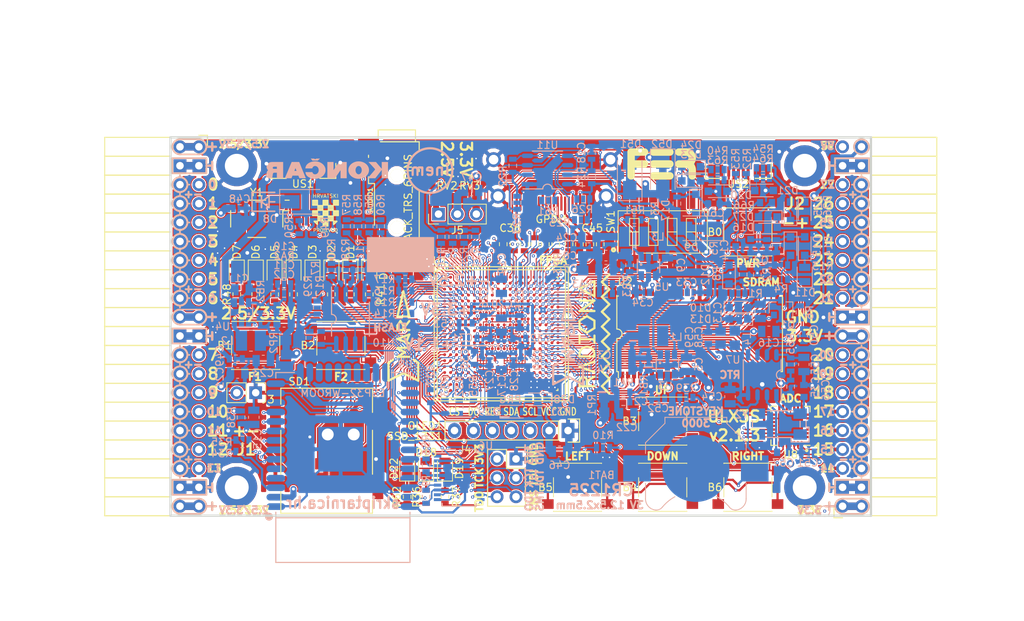
<source format=kicad_pcb>
(kicad_pcb (version 20171130) (host pcbnew 5.0.0+dfsg1-2)
  (layers (0 F.Cu signal) (1 In1.Cu signal) (2 In2.Cu signal) (31 B.Cu signal) (34 B.Paste user) (35 F.Paste user) (36 B.SilkS user) (37 F.SilkS user) (38 B.Mask user) (39 F.Mask user) (44 Edge.Cuts user))
  (net 0 "")
  (net 1 GND)
  (net 2 +5V)
  (net 3 /gpio/IN5V)
  (net 4 /gpio/OUT5V)
  (net 5 +3V3)
  (net 6 BTN_D)
  (net 7 BTN_F1)
  (net 8 BTN_F2)
  (net 9 BTN_L)
  (net 10 BTN_R)
  (net 11 BTN_U)
  (net 12 /power/FB1)
  (net 13 +2V5)
  (net 14 /power/PWREN)
  (net 15 /power/FB3)
  (net 16 /power/FB2)
  (net 17 /power/VBAT)
  (net 18 JTAG_TDI)
  (net 19 JTAG_TCK)
  (net 20 JTAG_TMS)
  (net 21 JTAG_TDO)
  (net 22 /power/WAKEUPn)
  (net 23 /power/WKUP)
  (net 24 /power/SHUT)
  (net 25 /power/WAKE)
  (net 26 /power/HOLD)
  (net 27 /power/WKn)
  (net 28 /power/OSCI_32k)
  (net 29 /power/OSCO_32k)
  (net 30 SHUTDOWN)
  (net 31 GPDI_SDA)
  (net 32 GPDI_SCL)
  (net 33 /gpdi/VREF2)
  (net 34 SD_CMD)
  (net 35 SD_CLK)
  (net 36 SD_D0)
  (net 37 SD_D1)
  (net 38 USB5V)
  (net 39 GPDI_CEC)
  (net 40 nRESET)
  (net 41 FTDI_nDTR)
  (net 42 SDRAM_CKE)
  (net 43 SDRAM_A7)
  (net 44 SDRAM_D15)
  (net 45 SDRAM_BA1)
  (net 46 SDRAM_D7)
  (net 47 SDRAM_A6)
  (net 48 SDRAM_CLK)
  (net 49 SDRAM_D13)
  (net 50 SDRAM_BA0)
  (net 51 SDRAM_D6)
  (net 52 SDRAM_A5)
  (net 53 SDRAM_D14)
  (net 54 SDRAM_A11)
  (net 55 SDRAM_D12)
  (net 56 SDRAM_D5)
  (net 57 SDRAM_A4)
  (net 58 SDRAM_A10)
  (net 59 SDRAM_D11)
  (net 60 SDRAM_A3)
  (net 61 SDRAM_D4)
  (net 62 SDRAM_D10)
  (net 63 SDRAM_D9)
  (net 64 SDRAM_A9)
  (net 65 SDRAM_D3)
  (net 66 SDRAM_D8)
  (net 67 SDRAM_A8)
  (net 68 SDRAM_A2)
  (net 69 SDRAM_A1)
  (net 70 SDRAM_A0)
  (net 71 SDRAM_D2)
  (net 72 SDRAM_D1)
  (net 73 SDRAM_D0)
  (net 74 SDRAM_DQM0)
  (net 75 SDRAM_nCS)
  (net 76 SDRAM_nRAS)
  (net 77 SDRAM_DQM1)
  (net 78 SDRAM_nCAS)
  (net 79 SDRAM_nWE)
  (net 80 /flash/FLASH_nWP)
  (net 81 /flash/FLASH_nHOLD)
  (net 82 /flash/FLASH_MOSI)
  (net 83 /flash/FLASH_MISO)
  (net 84 /flash/FLASH_SCK)
  (net 85 /flash/FLASH_nCS)
  (net 86 /flash/FPGA_PROGRAMN)
  (net 87 /flash/FPGA_DONE)
  (net 88 /flash/FPGA_INITN)
  (net 89 OLED_RES)
  (net 90 OLED_DC)
  (net 91 OLED_CS)
  (net 92 WIFI_EN)
  (net 93 FTDI_nRTS)
  (net 94 FTDI_TXD)
  (net 95 FTDI_RXD)
  (net 96 WIFI_RXD)
  (net 97 WIFI_GPIO0)
  (net 98 WIFI_TXD)
  (net 99 USB_FTDI_D+)
  (net 100 USB_FTDI_D-)
  (net 101 SD_D3)
  (net 102 AUDIO_L3)
  (net 103 AUDIO_L2)
  (net 104 AUDIO_L1)
  (net 105 AUDIO_L0)
  (net 106 AUDIO_R3)
  (net 107 AUDIO_R2)
  (net 108 AUDIO_R1)
  (net 109 AUDIO_R0)
  (net 110 OLED_CLK)
  (net 111 OLED_MOSI)
  (net 112 LED0)
  (net 113 LED1)
  (net 114 LED2)
  (net 115 LED3)
  (net 116 LED4)
  (net 117 LED5)
  (net 118 LED6)
  (net 119 LED7)
  (net 120 BTN_PWRn)
  (net 121 FTDI_nTXLED)
  (net 122 FTDI_nSLEEP)
  (net 123 /blinkey/LED_PWREN)
  (net 124 /blinkey/LED_TXLED)
  (net 125 /sdcard/SD3V3)
  (net 126 SD_D2)
  (net 127 CLK_25MHz)
  (net 128 /blinkey/BTNPUL)
  (net 129 /blinkey/BTNPUR)
  (net 130 USB_FPGA_D+)
  (net 131 /power/FTDI_nSUSPEND)
  (net 132 /blinkey/ALED0)
  (net 133 /blinkey/ALED1)
  (net 134 /blinkey/ALED2)
  (net 135 /blinkey/ALED3)
  (net 136 /blinkey/ALED4)
  (net 137 /blinkey/ALED5)
  (net 138 /blinkey/ALED6)
  (net 139 /blinkey/ALED7)
  (net 140 /usb/FTD-)
  (net 141 /usb/FTD+)
  (net 142 ADC_MISO)
  (net 143 ADC_MOSI)
  (net 144 ADC_CSn)
  (net 145 ADC_SCLK)
  (net 146 SW3)
  (net 147 SW2)
  (net 148 SW1)
  (net 149 USB_FPGA_D-)
  (net 150 /usb/FPD+)
  (net 151 /usb/FPD-)
  (net 152 WIFI_GPIO16)
  (net 153 /usb/ANT_433MHz)
  (net 154 PROG_DONE)
  (net 155 /power/P3V3)
  (net 156 /power/P2V5)
  (net 157 /power/L1)
  (net 158 /power/L3)
  (net 159 /power/L2)
  (net 160 FTDI_TXDEN)
  (net 161 SDRAM_A12)
  (net 162 /analog/AUDIO_V)
  (net 163 AUDIO_V3)
  (net 164 AUDIO_V2)
  (net 165 AUDIO_V1)
  (net 166 AUDIO_V0)
  (net 167 /blinkey/LED_WIFI)
  (net 168 /power/P1V1)
  (net 169 +1V1)
  (net 170 SW4)
  (net 171 /blinkey/SWPU)
  (net 172 /wifi/WIFIEN)
  (net 173 FT2V5)
  (net 174 GN0)
  (net 175 GP0)
  (net 176 GN1)
  (net 177 GP1)
  (net 178 GN2)
  (net 179 GP2)
  (net 180 GN3)
  (net 181 GP3)
  (net 182 GN4)
  (net 183 GP4)
  (net 184 GN5)
  (net 185 GP5)
  (net 186 GN6)
  (net 187 GP6)
  (net 188 GN14)
  (net 189 GP14)
  (net 190 GN15)
  (net 191 GP15)
  (net 192 GN16)
  (net 193 GP16)
  (net 194 GN17)
  (net 195 GP17)
  (net 196 GN18)
  (net 197 GP18)
  (net 198 GN19)
  (net 199 GP19)
  (net 200 GN20)
  (net 201 GP20)
  (net 202 GN21)
  (net 203 GP21)
  (net 204 GN22)
  (net 205 GP22)
  (net 206 GN23)
  (net 207 GP23)
  (net 208 GN24)
  (net 209 GP24)
  (net 210 GN25)
  (net 211 GP25)
  (net 212 GN26)
  (net 213 GP26)
  (net 214 GN27)
  (net 215 GP27)
  (net 216 GN7)
  (net 217 GP7)
  (net 218 GN8)
  (net 219 GP8)
  (net 220 GN9)
  (net 221 GP9)
  (net 222 GN10)
  (net 223 GP10)
  (net 224 GN11)
  (net 225 GP11)
  (net 226 GN12)
  (net 227 GP12)
  (net 228 GN13)
  (net 229 GP13)
  (net 230 WIFI_GPIO5)
  (net 231 WIFI_GPIO17)
  (net 232 USB_FPGA_PULL_D+)
  (net 233 USB_FPGA_PULL_D-)
  (net 234 "Net-(D23-Pad2)")
  (net 235 "Net-(D24-Pad1)")
  (net 236 "Net-(D25-Pad2)")
  (net 237 "Net-(D26-Pad1)")
  (net 238 /gpdi/GPDI_ETH+)
  (net 239 FPDI_ETH+)
  (net 240 /gpdi/GPDI_ETH-)
  (net 241 FPDI_ETH-)
  (net 242 /gpdi/GPDI_D2-)
  (net 243 FPDI_D2-)
  (net 244 /gpdi/GPDI_D1-)
  (net 245 FPDI_D1-)
  (net 246 /gpdi/GPDI_D0-)
  (net 247 FPDI_D0-)
  (net 248 /gpdi/GPDI_CLK-)
  (net 249 FPDI_CLK-)
  (net 250 /gpdi/GPDI_D2+)
  (net 251 FPDI_D2+)
  (net 252 /gpdi/GPDI_D1+)
  (net 253 FPDI_D1+)
  (net 254 /gpdi/GPDI_D0+)
  (net 255 FPDI_D0+)
  (net 256 /gpdi/GPDI_CLK+)
  (net 257 FPDI_CLK+)
  (net 258 FPDI_SDA)
  (net 259 FPDI_SCL)
  (net 260 /gpdi/FPDI_CEC)
  (net 261 2V5_3V3)
  (net 262 /usb/US2VBUS)
  (net 263 /power/SHD)
  (net 264 /power/RTCVDD)
  (net 265 "Net-(D27-Pad2)")
  (net 266 US2_ID)
  (net 267 /analog/AUDIO_L)
  (net 268 /analog/AUDIO_R)
  (net 269 /analog/ADC3V3)
  (net 270 PWRBTn)
  (net 271 USER_PROGRAMN)
  (net 272 "Net-(AUDIO1-Pad5)")
  (net 273 "Net-(AUDIO1-Pad6)")
  (net 274 "Net-(U1-PadW18)")
  (net 275 "Net-(U1-PadW17)")
  (net 276 "Net-(U1-PadW14)")
  (net 277 "Net-(U1-PadW13)")
  (net 278 "Net-(U1-PadW9)")
  (net 279 "Net-(U1-PadW8)")
  (net 280 "Net-(U1-PadW5)")
  (net 281 "Net-(U1-PadW4)")
  (net 282 "Net-(U1-PadT16)")
  (net 283 "Net-(U1-PadR3)")
  (net 284 SD_WP)
  (net 285 SD_CD)
  (net 286 "Net-(U1-PadM5)")
  (net 287 "Net-(U1-PadL5)")
  (net 288 "Net-(U1-PadK17)")
  (net 289 "Net-(U1-PadK16)")
  (net 290 "Net-(U1-PadK5)")
  (net 291 "Net-(U1-PadJ5)")
  (net 292 "Net-(U1-PadJ4)")
  (net 293 "Net-(U1-PadE11)")
  (net 294 "Net-(U1-PadE10)")
  (net 295 "Net-(U1-PadE9)")
  (net 296 "Net-(U1-PadE6)")
  (net 297 "Net-(U1-PadD12)")
  (net 298 "Net-(U1-PadD11)")
  (net 299 "Net-(U1-PadD10)")
  (net 300 "Net-(U1-PadD9)")
  (net 301 "Net-(U1-PadC9)")
  (net 302 "Net-(U1-PadA15)")
  (net 303 FTDI_nRXLED)
  (net 304 "Net-(U8-Pad12)")
  (net 305 "Net-(U8-Pad25)")
  (net 306 "Net-(U9-Pad32)")
  (net 307 "Net-(U9-Pad22)")
  (net 308 "Net-(U9-Pad21)")
  (net 309 "Net-(U9-Pad20)")
  (net 310 "Net-(U9-Pad19)")
  (net 311 "Net-(U9-Pad18)")
  (net 312 "Net-(U9-Pad17)")
  (net 313 "Net-(U9-Pad12)")
  (net 314 "Net-(U9-Pad5)")
  (net 315 "Net-(U9-Pad4)")
  (net 316 "Net-(US1-Pad4)")
  (net 317 "Net-(Y2-Pad3)")
  (net 318 "Net-(Y2-Pad2)")
  (module usb_otg:USB-MICRO-B-FCI-10118192-0001LF (layer F.Cu) (at 111.88 63.325 180)
    (fp_text reference US1 (at 0 -4.336 180) (layer F.SilkS))
    (fp_text value MICRO_USB hide)
    (pad 6 smd rect (at 3.8 0 180) (size 1.8 1.9) (layers F.Cu F.Paste F.Mask) (net 1 GND))
    (pad 6 smd rect (at -3.8 0 180) (size 1.8 1.9) (layers F.Cu F.Paste F.Mask) (net 1 GND))
    (pad 5 smd rect (at 1.3 -2.675 180) (size 0.4 1.35) (layers F.Cu F.Paste F.Mask) (net 1 GND))
    (pad 4 smd rect (at 0.65 -2.675 180) (size 0.4 1.35) (layers F.Cu F.Paste F.Mask) (net 316 "Net-(US1-Pad4)"))
    (pad 3 smd rect (at 0 -2.675 180) (size 0.4 1.35) (layers F.Cu F.Paste F.Mask) (net 141 /usb/FTD+))
    (pad 2 smd rect (at -0.65 -2.675 180) (size 0.4 1.35) (layers F.Cu F.Paste F.Mask) (net 140 /usb/FTD-))
    (pad 1 smd rect (at -1.3 -2.675 180) (size 0.4 1.35) (layers F.Cu F.Paste F.Mask) (net 38 USB5V))
    (pad 6 smd rect (at 1.2 0 180) (size 1.9 1.9) (layers F.Cu F.Paste F.Mask) (net 1 GND))
    (pad 6 smd rect (at -1.2 0 180) (size 1.9 1.9) (layers F.Cu F.Paste F.Mask) (net 1 GND))
    (pad 6 smd rect (at 3.1 -2.55 180) (size 2.1 1.6) (layers F.Cu F.Paste F.Mask) (net 1 GND))
    (pad 6 smd rect (at -3.1 -2.55 180) (size 2.1 1.6) (layers F.Cu F.Paste F.Mask) (net 1 GND))
  )
  (module dipswitch:SW_DIP_x4_W8.61mm_Slide_LowProfile (layer F.Cu) (at 160.14 74.12 90)
    (fp_text reference SW1 (at 1.379 -6.97 90) (layer F.SilkS))
    (fp_text value SW_DIP_x04 hide)
    (pad 8 smd rect (at 4.305 -3.81 90) (size 2.44 1.12) (layers F.Cu F.Paste F.Mask) (net 148 SW1))
    (pad 4 smd rect (at -4.305 3.81 90) (size 2.44 1.12) (layers F.Cu F.Paste F.Mask) (net 171 /blinkey/SWPU))
    (pad 7 smd rect (at 4.305 -1.27 90) (size 2.44 1.12) (layers F.Cu F.Paste F.Mask) (net 147 SW2))
    (pad 3 smd rect (at -4.305 1.27 90) (size 2.44 1.12) (layers F.Cu F.Paste F.Mask) (net 171 /blinkey/SWPU))
    (pad 6 smd rect (at 4.305 1.27 90) (size 2.44 1.12) (layers F.Cu F.Paste F.Mask) (net 146 SW3))
    (pad 2 smd rect (at -4.305 -1.27 90) (size 2.44 1.12) (layers F.Cu F.Paste F.Mask) (net 171 /blinkey/SWPU))
    (pad 5 smd rect (at 4.305 3.81 90) (size 2.44 1.12) (layers F.Cu F.Paste F.Mask) (net 170 SW4))
    (pad 1 smd rect (at -4.305 -3.81 90) (size 2.44 1.12) (layers F.Cu F.Paste F.Mask) (net 171 /blinkey/SWPU))
  )
  (module audio-jack:CUI_SJ-43516-SMT (layer F.Cu) (at 124.468 69.518)
    (fp_text reference AUDIO1 (at -3.560502 0.28335 270) (layer F.SilkS) (effects (font (size 0.6096 0.6096) (thickness 0.1524))))
    (fp_text value JACK_TRS_6PINS (at 1.519498 0.28335 270) (layer F.SilkS))
    (pad 1 smd rect (at -3.8 -6.9 270) (size 2 2.8) (layers F.Cu F.Paste F.Mask) (net 1 GND))
    (pad 4 smd rect (at -3.8 -4.1 270) (size 2.2 2.8) (layers F.Cu F.Paste F.Mask) (net 162 /analog/AUDIO_V))
    (pad 2 smd rect (at -3.8 5.3 270) (size 2.8 2.8) (layers F.Cu F.Paste F.Mask) (net 267 /analog/AUDIO_L))
    (pad 5 smd rect (at 0.75 9.4 270) (size 2.8 2.8) (layers F.Cu F.Paste F.Mask) (net 272 "Net-(AUDIO1-Pad5)"))
    (pad 3 smd rect (at 3.8 -2.2 270) (size 2.2 2.8) (layers F.Cu F.Paste F.Mask) (net 268 /analog/AUDIO_R))
    (pad 6 smd rect (at 3.8 -5 270) (size 2 2.8) (layers F.Cu F.Paste F.Mask) (net 273 "Net-(AUDIO1-Pad6)"))
    (pad "" np_thru_hole circle (at 0 -3 270) (size 1.7 1.7) (drill 1.7) (layers *.Cu *.Mask F.SilkS) (clearance 0.4))
    (pad "" np_thru_hole circle (at 0 4 270) (size 1.7 1.7) (drill 1.7) (layers *.Cu *.Mask F.SilkS) (clearance 0.4))
  )
  (module conn-fci:CONN-10029449-111RLF (layer F.Cu) (at 145.296 69.312 180)
    (fp_text reference GPDI1 (at 0 -3.1115 180) (layer F.SilkS))
    (fp_text value GPDI-D hide)
    (pad 19 smd rect (at -4.25 -1 180) (size 0.3 1.9) (layers F.Cu F.Paste F.Mask) (net 240 /gpdi/GPDI_ETH-))
    (pad 18 smd rect (at -3.75 -1 180) (size 0.3 1.9) (layers F.Cu F.Paste F.Mask) (net 2 +5V))
    (pad 17 smd rect (at -3.25 -1 180) (size 0.3 1.9) (layers F.Cu F.Paste F.Mask) (net 1 GND))
    (pad 16 smd rect (at -2.75 -1 180) (size 0.3 1.9) (layers F.Cu F.Paste F.Mask) (net 31 GPDI_SDA))
    (pad 15 smd rect (at -2.25 -1 180) (size 0.3 1.9) (layers F.Cu F.Paste F.Mask) (net 32 GPDI_SCL))
    (pad 14 smd rect (at -1.75 -1 180) (size 0.3 1.9) (layers F.Cu F.Paste F.Mask) (net 238 /gpdi/GPDI_ETH+))
    (pad 13 smd rect (at -1.25 -1 180) (size 0.3 1.9) (layers F.Cu F.Paste F.Mask) (net 39 GPDI_CEC))
    (pad 12 smd rect (at -0.75 -1 180) (size 0.3 1.9) (layers F.Cu F.Paste F.Mask) (net 248 /gpdi/GPDI_CLK-))
    (pad 11 smd rect (at -0.25 -1 180) (size 0.3 1.9) (layers F.Cu F.Paste F.Mask) (net 1 GND))
    (pad 10 smd rect (at 0.25 -1 180) (size 0.3 1.9) (layers F.Cu F.Paste F.Mask) (net 256 /gpdi/GPDI_CLK+))
    (pad 9 smd rect (at 0.75 -1 180) (size 0.3 1.9) (layers F.Cu F.Paste F.Mask) (net 246 /gpdi/GPDI_D0-))
    (pad 8 smd rect (at 1.25 -1 180) (size 0.3 1.9) (layers F.Cu F.Paste F.Mask) (net 1 GND))
    (pad 7 smd rect (at 1.75 -1 180) (size 0.3 1.9) (layers F.Cu F.Paste F.Mask) (net 254 /gpdi/GPDI_D0+))
    (pad 6 smd rect (at 2.25 -1 180) (size 0.3 1.9) (layers F.Cu F.Paste F.Mask) (net 244 /gpdi/GPDI_D1-))
    (pad 5 smd rect (at 2.75 -1 180) (size 0.3 1.9) (layers F.Cu F.Paste F.Mask) (net 1 GND))
    (pad 4 smd rect (at 3.25 -1 180) (size 0.3 1.9) (layers F.Cu F.Paste F.Mask) (net 252 /gpdi/GPDI_D1+))
    (pad 3 smd rect (at 3.75 -1 180) (size 0.3 1.9) (layers F.Cu F.Paste F.Mask) (net 242 /gpdi/GPDI_D2-))
    (pad 2 smd rect (at 4.25 -1 180) (size 0.3 1.9) (layers F.Cu F.Paste F.Mask) (net 1 GND))
    (pad 1 smd rect (at 4.75 -1 180) (size 0.3 1.9) (layers F.Cu F.Paste F.Mask) (net 250 /gpdi/GPDI_D2+))
    (pad 0 thru_hole circle (at -7.25 0 180) (size 2 2) (drill 1.3) (layers *.Cu *.Mask F.Paste) (net 1 GND))
    (pad 0 thru_hole circle (at 7.25 0 180) (size 2 2) (drill 1.3) (layers *.Cu *.Mask F.Paste) (net 1 GND))
    (pad 0 thru_hole circle (at -7.85 4.9 180) (size 2 2) (drill 1.3) (layers *.Cu *.Mask F.Paste) (net 1 GND))
    (pad 0 thru_hole circle (at 7.85 4.9 180) (size 2 2) (drill 1.3) (layers *.Cu *.Mask F.Paste) (net 1 GND))
  )
  (module lfe5bg381:BGA-381_pitch0.8mm_dia0.4mm (layer F.Cu) (at 138.48 87.8)
    (fp_text reference U1 (at -8.2 -9.8) (layer F.SilkS))
    (fp_text value LFE5U-85F-6BG381C hide)
    (pad Y19 smd circle (at 6.8 7.6) (size 0.4 0.4) (layers F.Cu F.Paste F.Mask) (net 1 GND))
    (pad Y17 smd circle (at 5.2 7.6) (size 0.4 0.4) (layers F.Cu F.Paste F.Mask) (net 1 GND))
    (pad Y16 smd circle (at 4.4 7.6) (size 0.4 0.4) (layers F.Cu F.Paste F.Mask) (net 1 GND))
    (pad Y15 smd circle (at 3.6 7.6) (size 0.4 0.4) (layers F.Cu F.Paste F.Mask) (net 1 GND))
    (pad Y14 smd circle (at 2.8 7.6) (size 0.4 0.4) (layers F.Cu F.Paste F.Mask) (net 1 GND))
    (pad Y12 smd circle (at 1.2 7.6) (size 0.4 0.4) (layers F.Cu F.Paste F.Mask) (net 1 GND))
    (pad Y11 smd circle (at 0.4 7.6) (size 0.4 0.4) (layers F.Cu F.Paste F.Mask) (net 1 GND))
    (pad Y8 smd circle (at -2 7.6) (size 0.4 0.4) (layers F.Cu F.Paste F.Mask) (net 1 GND))
    (pad Y7 smd circle (at -2.8 7.6) (size 0.4 0.4) (layers F.Cu F.Paste F.Mask) (net 1 GND))
    (pad Y6 smd circle (at -3.6 7.6) (size 0.4 0.4) (layers F.Cu F.Paste F.Mask) (net 1 GND))
    (pad Y5 smd circle (at -4.4 7.6) (size 0.4 0.4) (layers F.Cu F.Paste F.Mask) (net 1 GND))
    (pad Y3 smd circle (at -6 7.6) (size 0.4 0.4) (layers F.Cu F.Paste F.Mask) (net 87 /flash/FPGA_DONE))
    (pad Y2 smd circle (at -6.8 7.6) (size 0.4 0.4) (layers F.Cu F.Paste F.Mask) (net 80 /flash/FLASH_nWP))
    (pad W20 smd circle (at 7.6 6.8) (size 0.4 0.4) (layers F.Cu F.Paste F.Mask) (net 1 GND))
    (pad W19 smd circle (at 6.8 6.8) (size 0.4 0.4) (layers F.Cu F.Paste F.Mask) (net 1 GND))
    (pad W18 smd circle (at 6 6.8) (size 0.4 0.4) (layers F.Cu F.Paste F.Mask) (net 274 "Net-(U1-PadW18)"))
    (pad W17 smd circle (at 5.2 6.8) (size 0.4 0.4) (layers F.Cu F.Paste F.Mask) (net 275 "Net-(U1-PadW17)"))
    (pad W16 smd circle (at 4.4 6.8) (size 0.4 0.4) (layers F.Cu F.Paste F.Mask) (net 1 GND))
    (pad W15 smd circle (at 3.6 6.8) (size 0.4 0.4) (layers F.Cu F.Paste F.Mask) (net 1 GND))
    (pad W14 smd circle (at 2.8 6.8) (size 0.4 0.4) (layers F.Cu F.Paste F.Mask) (net 276 "Net-(U1-PadW14)"))
    (pad W13 smd circle (at 2 6.8) (size 0.4 0.4) (layers F.Cu F.Paste F.Mask) (net 277 "Net-(U1-PadW13)"))
    (pad W12 smd circle (at 1.2 6.8) (size 0.4 0.4) (layers F.Cu F.Paste F.Mask) (net 1 GND))
    (pad W11 smd circle (at 0.4 6.8) (size 0.4 0.4) (layers F.Cu F.Paste F.Mask))
    (pad W10 smd circle (at -0.4 6.8) (size 0.4 0.4) (layers F.Cu F.Paste F.Mask))
    (pad W9 smd circle (at -1.2 6.8) (size 0.4 0.4) (layers F.Cu F.Paste F.Mask) (net 278 "Net-(U1-PadW9)"))
    (pad W8 smd circle (at -2 6.8) (size 0.4 0.4) (layers F.Cu F.Paste F.Mask) (net 279 "Net-(U1-PadW8)"))
    (pad W7 smd circle (at -2.8 6.8) (size 0.4 0.4) (layers F.Cu F.Paste F.Mask) (net 1 GND))
    (pad W6 smd circle (at -3.6 6.8) (size 0.4 0.4) (layers F.Cu F.Paste F.Mask) (net 1 GND))
    (pad W5 smd circle (at -4.4 6.8) (size 0.4 0.4) (layers F.Cu F.Paste F.Mask) (net 280 "Net-(U1-PadW5)"))
    (pad W4 smd circle (at -5.2 6.8) (size 0.4 0.4) (layers F.Cu F.Paste F.Mask) (net 281 "Net-(U1-PadW4)"))
    (pad W3 smd circle (at -6 6.8) (size 0.4 0.4) (layers F.Cu F.Paste F.Mask) (net 86 /flash/FPGA_PROGRAMN))
    (pad W2 smd circle (at -6.8 6.8) (size 0.4 0.4) (layers F.Cu F.Paste F.Mask) (net 82 /flash/FLASH_MOSI))
    (pad W1 smd circle (at -7.6 6.8) (size 0.4 0.4) (layers F.Cu F.Paste F.Mask) (net 81 /flash/FLASH_nHOLD))
    (pad V20 smd circle (at 7.6 6) (size 0.4 0.4) (layers F.Cu F.Paste F.Mask) (net 1 GND))
    (pad V19 smd circle (at 6.8 6) (size 0.4 0.4) (layers F.Cu F.Paste F.Mask) (net 1 GND))
    (pad V18 smd circle (at 6 6) (size 0.4 0.4) (layers F.Cu F.Paste F.Mask) (net 1 GND))
    (pad V17 smd circle (at 5.2 6) (size 0.4 0.4) (layers F.Cu F.Paste F.Mask) (net 1 GND))
    (pad V16 smd circle (at 4.4 6) (size 0.4 0.4) (layers F.Cu F.Paste F.Mask) (net 1 GND))
    (pad V15 smd circle (at 3.6 6) (size 0.4 0.4) (layers F.Cu F.Paste F.Mask) (net 1 GND))
    (pad V14 smd circle (at 2.8 6) (size 0.4 0.4) (layers F.Cu F.Paste F.Mask) (net 1 GND))
    (pad V13 smd circle (at 2 6) (size 0.4 0.4) (layers F.Cu F.Paste F.Mask) (net 1 GND))
    (pad V12 smd circle (at 1.2 6) (size 0.4 0.4) (layers F.Cu F.Paste F.Mask) (net 1 GND))
    (pad V11 smd circle (at 0.4 6) (size 0.4 0.4) (layers F.Cu F.Paste F.Mask) (net 1 GND))
    (pad V10 smd circle (at -0.4 6) (size 0.4 0.4) (layers F.Cu F.Paste F.Mask) (net 1 GND))
    (pad V9 smd circle (at -1.2 6) (size 0.4 0.4) (layers F.Cu F.Paste F.Mask) (net 1 GND))
    (pad V8 smd circle (at -2 6) (size 0.4 0.4) (layers F.Cu F.Paste F.Mask) (net 1 GND))
    (pad V7 smd circle (at -2.8 6) (size 0.4 0.4) (layers F.Cu F.Paste F.Mask) (net 1 GND))
    (pad V6 smd circle (at -3.6 6) (size 0.4 0.4) (layers F.Cu F.Paste F.Mask) (net 1 GND))
    (pad V5 smd circle (at -4.4 6) (size 0.4 0.4) (layers F.Cu F.Paste F.Mask) (net 1 GND))
    (pad V4 smd circle (at -5.2 6) (size 0.4 0.4) (layers F.Cu F.Paste F.Mask) (net 21 JTAG_TDO))
    (pad V3 smd circle (at -6 6) (size 0.4 0.4) (layers F.Cu F.Paste F.Mask) (net 88 /flash/FPGA_INITN))
    (pad V2 smd circle (at -6.8 6) (size 0.4 0.4) (layers F.Cu F.Paste F.Mask) (net 83 /flash/FLASH_MISO))
    (pad V1 smd circle (at -7.6 6) (size 0.4 0.4) (layers F.Cu F.Paste F.Mask) (net 6 BTN_D))
    (pad U20 smd circle (at 7.6 5.2) (size 0.4 0.4) (layers F.Cu F.Paste F.Mask) (net 46 SDRAM_D7))
    (pad U19 smd circle (at 6.8 5.2) (size 0.4 0.4) (layers F.Cu F.Paste F.Mask) (net 74 SDRAM_DQM0))
    (pad U18 smd circle (at 6 5.2) (size 0.4 0.4) (layers F.Cu F.Paste F.Mask) (net 189 GP14))
    (pad U17 smd circle (at 5.2 5.2) (size 0.4 0.4) (layers F.Cu F.Paste F.Mask) (net 188 GN14))
    (pad U16 smd circle (at 4.4 5.2) (size 0.4 0.4) (layers F.Cu F.Paste F.Mask) (net 142 ADC_MISO))
    (pad U15 smd circle (at 3.6 5.2) (size 0.4 0.4) (layers F.Cu F.Paste F.Mask) (net 1 GND))
    (pad U14 smd circle (at 2.8 5.2) (size 0.4 0.4) (layers F.Cu F.Paste F.Mask) (net 1 GND))
    (pad U13 smd circle (at 2 5.2) (size 0.4 0.4) (layers F.Cu F.Paste F.Mask) (net 1 GND))
    (pad U12 smd circle (at 1.2 5.2) (size 0.4 0.4) (layers F.Cu F.Paste F.Mask) (net 1 GND))
    (pad U11 smd circle (at 0.4 5.2) (size 0.4 0.4) (layers F.Cu F.Paste F.Mask) (net 1 GND))
    (pad U10 smd circle (at -0.4 5.2) (size 0.4 0.4) (layers F.Cu F.Paste F.Mask) (net 1 GND))
    (pad U9 smd circle (at -1.2 5.2) (size 0.4 0.4) (layers F.Cu F.Paste F.Mask) (net 1 GND))
    (pad U8 smd circle (at -2 5.2) (size 0.4 0.4) (layers F.Cu F.Paste F.Mask) (net 1 GND))
    (pad U7 smd circle (at -2.8 5.2) (size 0.4 0.4) (layers F.Cu F.Paste F.Mask) (net 1 GND))
    (pad U6 smd circle (at -3.6 5.2) (size 0.4 0.4) (layers F.Cu F.Paste F.Mask) (net 1 GND))
    (pad U5 smd circle (at -4.4 5.2) (size 0.4 0.4) (layers F.Cu F.Paste F.Mask) (net 20 JTAG_TMS))
    (pad U4 smd circle (at -5.2 5.2) (size 0.4 0.4) (layers F.Cu F.Paste F.Mask) (net 1 GND))
    (pad U3 smd circle (at -6 5.2) (size 0.4 0.4) (layers F.Cu F.Paste F.Mask) (net 84 /flash/FLASH_SCK))
    (pad U2 smd circle (at -6.8 5.2) (size 0.4 0.4) (layers F.Cu F.Paste F.Mask) (net 5 +3V3))
    (pad U1 smd circle (at -7.6 5.2) (size 0.4 0.4) (layers F.Cu F.Paste F.Mask) (net 9 BTN_L))
    (pad T20 smd circle (at 7.6 4.4) (size 0.4 0.4) (layers F.Cu F.Paste F.Mask) (net 79 SDRAM_nWE))
    (pad T19 smd circle (at 6.8 4.4) (size 0.4 0.4) (layers F.Cu F.Paste F.Mask) (net 78 SDRAM_nCAS))
    (pad T18 smd circle (at 6 4.4) (size 0.4 0.4) (layers F.Cu F.Paste F.Mask) (net 56 SDRAM_D5))
    (pad T17 smd circle (at 5.2 4.4) (size 0.4 0.4) (layers F.Cu F.Paste F.Mask) (net 51 SDRAM_D6))
    (pad T16 smd circle (at 4.4 4.4) (size 0.4 0.4) (layers F.Cu F.Paste F.Mask) (net 282 "Net-(U1-PadT16)"))
    (pad T15 smd circle (at 3.6 4.4) (size 0.4 0.4) (layers F.Cu F.Paste F.Mask) (net 1 GND))
    (pad T14 smd circle (at 2.8 4.4) (size 0.4 0.4) (layers F.Cu F.Paste F.Mask) (net 1 GND))
    (pad T13 smd circle (at 2 4.4) (size 0.4 0.4) (layers F.Cu F.Paste F.Mask) (net 1 GND))
    (pad T12 smd circle (at 1.2 4.4) (size 0.4 0.4) (layers F.Cu F.Paste F.Mask) (net 1 GND))
    (pad T11 smd circle (at 0.4 4.4) (size 0.4 0.4) (layers F.Cu F.Paste F.Mask) (net 1 GND))
    (pad T10 smd circle (at -0.4 4.4) (size 0.4 0.4) (layers F.Cu F.Paste F.Mask) (net 1 GND))
    (pad T9 smd circle (at -1.2 4.4) (size 0.4 0.4) (layers F.Cu F.Paste F.Mask) (net 1 GND))
    (pad T8 smd circle (at -2 4.4) (size 0.4 0.4) (layers F.Cu F.Paste F.Mask) (net 1 GND))
    (pad T7 smd circle (at -2.8 4.4) (size 0.4 0.4) (layers F.Cu F.Paste F.Mask) (net 1 GND))
    (pad T6 smd circle (at -3.6 4.4) (size 0.4 0.4) (layers F.Cu F.Paste F.Mask) (net 1 GND))
    (pad T5 smd circle (at -4.4 4.4) (size 0.4 0.4) (layers F.Cu F.Paste F.Mask) (net 19 JTAG_TCK))
    (pad T4 smd circle (at -5.2 4.4) (size 0.4 0.4) (layers F.Cu F.Paste F.Mask) (net 5 +3V3))
    (pad T3 smd circle (at -6 4.4) (size 0.4 0.4) (layers F.Cu F.Paste F.Mask) (net 5 +3V3))
    (pad T2 smd circle (at -6.8 4.4) (size 0.4 0.4) (layers F.Cu F.Paste F.Mask) (net 5 +3V3))
    (pad T1 smd circle (at -7.6 4.4) (size 0.4 0.4) (layers F.Cu F.Paste F.Mask) (net 8 BTN_F2))
    (pad R20 smd circle (at 7.6 3.6) (size 0.4 0.4) (layers F.Cu F.Paste F.Mask) (net 76 SDRAM_nRAS))
    (pad R19 smd circle (at 6.8 3.6) (size 0.4 0.4) (layers F.Cu F.Paste F.Mask) (net 1 GND))
    (pad R18 smd circle (at 6 3.6) (size 0.4 0.4) (layers F.Cu F.Paste F.Mask) (net 11 BTN_U))
    (pad R17 smd circle (at 5.2 3.6) (size 0.4 0.4) (layers F.Cu F.Paste F.Mask) (net 144 ADC_CSn))
    (pad R16 smd circle (at 4.4 3.6) (size 0.4 0.4) (layers F.Cu F.Paste F.Mask) (net 143 ADC_MOSI))
    (pad R5 smd circle (at -4.4 3.6) (size 0.4 0.4) (layers F.Cu F.Paste F.Mask) (net 18 JTAG_TDI))
    (pad R4 smd circle (at -5.2 3.6) (size 0.4 0.4) (layers F.Cu F.Paste F.Mask) (net 1 GND))
    (pad R3 smd circle (at -6 3.6) (size 0.4 0.4) (layers F.Cu F.Paste F.Mask) (net 283 "Net-(U1-PadR3)"))
    (pad R2 smd circle (at -6.8 3.6) (size 0.4 0.4) (layers F.Cu F.Paste F.Mask) (net 85 /flash/FLASH_nCS))
    (pad R1 smd circle (at -7.6 3.6) (size 0.4 0.4) (layers F.Cu F.Paste F.Mask) (net 7 BTN_F1))
    (pad P20 smd circle (at 7.6 2.8) (size 0.4 0.4) (layers F.Cu F.Paste F.Mask) (net 75 SDRAM_nCS))
    (pad P19 smd circle (at 6.8 2.8) (size 0.4 0.4) (layers F.Cu F.Paste F.Mask) (net 50 SDRAM_BA0))
    (pad P18 smd circle (at 6 2.8) (size 0.4 0.4) (layers F.Cu F.Paste F.Mask) (net 61 SDRAM_D4))
    (pad P17 smd circle (at 5.2 2.8) (size 0.4 0.4) (layers F.Cu F.Paste F.Mask) (net 145 ADC_SCLK))
    (pad P16 smd circle (at 4.4 2.8) (size 0.4 0.4) (layers F.Cu F.Paste F.Mask) (net 190 GN15))
    (pad P15 smd circle (at 3.6 2.8) (size 0.4 0.4) (layers F.Cu F.Paste F.Mask) (net 13 +2V5))
    (pad P14 smd circle (at 2.8 2.8) (size 0.4 0.4) (layers F.Cu F.Paste F.Mask) (net 1 GND))
    (pad P13 smd circle (at 2 2.8) (size 0.4 0.4) (layers F.Cu F.Paste F.Mask) (net 1 GND))
    (pad P12 smd circle (at 1.2 2.8) (size 0.4 0.4) (layers F.Cu F.Paste F.Mask) (net 1 GND))
    (pad P11 smd circle (at 0.4 2.8) (size 0.4 0.4) (layers F.Cu F.Paste F.Mask) (net 1 GND))
    (pad P10 smd circle (at -0.4 2.8) (size 0.4 0.4) (layers F.Cu F.Paste F.Mask) (net 5 +3V3))
    (pad P9 smd circle (at -1.2 2.8) (size 0.4 0.4) (layers F.Cu F.Paste F.Mask) (net 5 +3V3))
    (pad P8 smd circle (at -2 2.8) (size 0.4 0.4) (layers F.Cu F.Paste F.Mask) (net 1 GND))
    (pad P7 smd circle (at -2.8 2.8) (size 0.4 0.4) (layers F.Cu F.Paste F.Mask) (net 1 GND))
    (pad P6 smd circle (at -3.6 2.8) (size 0.4 0.4) (layers F.Cu F.Paste F.Mask) (net 13 +2V5))
    (pad P5 smd circle (at -4.4 2.8) (size 0.4 0.4) (layers F.Cu F.Paste F.Mask) (net 284 SD_WP))
    (pad P4 smd circle (at -5.2 2.8) (size 0.4 0.4) (layers F.Cu F.Paste F.Mask) (net 110 OLED_CLK))
    (pad P3 smd circle (at -6 2.8) (size 0.4 0.4) (layers F.Cu F.Paste F.Mask) (net 111 OLED_MOSI))
    (pad P2 smd circle (at -6.8 2.8) (size 0.4 0.4) (layers F.Cu F.Paste F.Mask) (net 89 OLED_RES))
    (pad P1 smd circle (at -7.6 2.8) (size 0.4 0.4) (layers F.Cu F.Paste F.Mask) (net 90 OLED_DC))
    (pad N20 smd circle (at 7.6 2) (size 0.4 0.4) (layers F.Cu F.Paste F.Mask) (net 45 SDRAM_BA1))
    (pad N19 smd circle (at 6.8 2) (size 0.4 0.4) (layers F.Cu F.Paste F.Mask) (net 58 SDRAM_A10))
    (pad N18 smd circle (at 6 2) (size 0.4 0.4) (layers F.Cu F.Paste F.Mask) (net 65 SDRAM_D3))
    (pad N17 smd circle (at 5.2 2) (size 0.4 0.4) (layers F.Cu F.Paste F.Mask) (net 191 GP15))
    (pad N16 smd circle (at 4.4 2) (size 0.4 0.4) (layers F.Cu F.Paste F.Mask) (net 193 GP16))
    (pad N15 smd circle (at 3.6 2) (size 0.4 0.4) (layers F.Cu F.Paste F.Mask) (net 1 GND))
    (pad N14 smd circle (at 2.8 2) (size 0.4 0.4) (layers F.Cu F.Paste F.Mask) (net 1 GND))
    (pad N13 smd circle (at 2 2) (size 0.4 0.4) (layers F.Cu F.Paste F.Mask) (net 169 +1V1))
    (pad N12 smd circle (at 1.2 2) (size 0.4 0.4) (layers F.Cu F.Paste F.Mask) (net 169 +1V1))
    (pad N11 smd circle (at 0.4 2) (size 0.4 0.4) (layers F.Cu F.Paste F.Mask) (net 169 +1V1))
    (pad N10 smd circle (at -0.4 2) (size 0.4 0.4) (layers F.Cu F.Paste F.Mask) (net 169 +1V1))
    (pad N9 smd circle (at -1.2 2) (size 0.4 0.4) (layers F.Cu F.Paste F.Mask) (net 169 +1V1))
    (pad N8 smd circle (at -2 2) (size 0.4 0.4) (layers F.Cu F.Paste F.Mask) (net 169 +1V1))
    (pad N7 smd circle (at -2.8 2) (size 0.4 0.4) (layers F.Cu F.Paste F.Mask) (net 1 GND))
    (pad N6 smd circle (at -3.6 2) (size 0.4 0.4) (layers F.Cu F.Paste F.Mask) (net 1 GND))
    (pad N5 smd circle (at -4.4 2) (size 0.4 0.4) (layers F.Cu F.Paste F.Mask) (net 285 SD_CD))
    (pad N4 smd circle (at -5.2 2) (size 0.4 0.4) (layers F.Cu F.Paste F.Mask) (net 230 WIFI_GPIO5))
    (pad N3 smd circle (at -6 2) (size 0.4 0.4) (layers F.Cu F.Paste F.Mask) (net 231 WIFI_GPIO17))
    (pad N2 smd circle (at -6.8 2) (size 0.4 0.4) (layers F.Cu F.Paste F.Mask) (net 91 OLED_CS))
    (pad N1 smd circle (at -7.6 2) (size 0.4 0.4) (layers F.Cu F.Paste F.Mask) (net 41 FTDI_nDTR))
    (pad M20 smd circle (at 7.6 1.2) (size 0.4 0.4) (layers F.Cu F.Paste F.Mask) (net 70 SDRAM_A0))
    (pad M19 smd circle (at 6.8 1.2) (size 0.4 0.4) (layers F.Cu F.Paste F.Mask) (net 69 SDRAM_A1))
    (pad M18 smd circle (at 6 1.2) (size 0.4 0.4) (layers F.Cu F.Paste F.Mask) (net 71 SDRAM_D2))
    (pad M17 smd circle (at 5.2 1.2) (size 0.4 0.4) (layers F.Cu F.Paste F.Mask) (net 192 GN16))
    (pad M16 smd circle (at 4.4 1.2) (size 0.4 0.4) (layers F.Cu F.Paste F.Mask) (net 1 GND))
    (pad M15 smd circle (at 3.6 1.2) (size 0.4 0.4) (layers F.Cu F.Paste F.Mask) (net 5 +3V3))
    (pad M14 smd circle (at 2.8 1.2) (size 0.4 0.4) (layers F.Cu F.Paste F.Mask) (net 1 GND))
    (pad M13 smd circle (at 2 1.2) (size 0.4 0.4) (layers F.Cu F.Paste F.Mask) (net 169 +1V1))
    (pad M12 smd circle (at 1.2 1.2) (size 0.4 0.4) (layers F.Cu F.Paste F.Mask) (net 1 GND))
    (pad M11 smd circle (at 0.4 1.2) (size 0.4 0.4) (layers F.Cu F.Paste F.Mask) (net 1 GND))
    (pad M10 smd circle (at -0.4 1.2) (size 0.4 0.4) (layers F.Cu F.Paste F.Mask) (net 1 GND))
    (pad M9 smd circle (at -1.2 1.2) (size 0.4 0.4) (layers F.Cu F.Paste F.Mask) (net 1 GND))
    (pad M8 smd circle (at -2 1.2) (size 0.4 0.4) (layers F.Cu F.Paste F.Mask) (net 169 +1V1))
    (pad M7 smd circle (at -2.8 1.2) (size 0.4 0.4) (layers F.Cu F.Paste F.Mask) (net 1 GND))
    (pad M6 smd circle (at -3.6 1.2) (size 0.4 0.4) (layers F.Cu F.Paste F.Mask) (net 5 +3V3))
    (pad M5 smd circle (at -4.4 1.2) (size 0.4 0.4) (layers F.Cu F.Paste F.Mask) (net 286 "Net-(U1-PadM5)"))
    (pad M4 smd circle (at -5.2 1.2) (size 0.4 0.4) (layers F.Cu F.Paste F.Mask) (net 271 USER_PROGRAMN))
    (pad M3 smd circle (at -6 1.2) (size 0.4 0.4) (layers F.Cu F.Paste F.Mask) (net 93 FTDI_nRTS))
    (pad M2 smd circle (at -6.8 1.2) (size 0.4 0.4) (layers F.Cu F.Paste F.Mask) (net 1 GND))
    (pad M1 smd circle (at -7.6 1.2) (size 0.4 0.4) (layers F.Cu F.Paste F.Mask) (net 94 FTDI_TXD))
    (pad L20 smd circle (at 7.6 0.4) (size 0.4 0.4) (layers F.Cu F.Paste F.Mask) (net 68 SDRAM_A2))
    (pad L19 smd circle (at 6.8 0.4) (size 0.4 0.4) (layers F.Cu F.Paste F.Mask) (net 60 SDRAM_A3))
    (pad L18 smd circle (at 6 0.4) (size 0.4 0.4) (layers F.Cu F.Paste F.Mask) (net 72 SDRAM_D1))
    (pad L17 smd circle (at 5.2 0.4) (size 0.4 0.4) (layers F.Cu F.Paste F.Mask) (net 194 GN17))
    (pad L16 smd circle (at 4.4 0.4) (size 0.4 0.4) (layers F.Cu F.Paste F.Mask) (net 195 GP17))
    (pad L15 smd circle (at 3.6 0.4) (size 0.4 0.4) (layers F.Cu F.Paste F.Mask) (net 5 +3V3))
    (pad L14 smd circle (at 2.8 0.4) (size 0.4 0.4) (layers F.Cu F.Paste F.Mask) (net 5 +3V3))
    (pad L13 smd circle (at 2 0.4) (size 0.4 0.4) (layers F.Cu F.Paste F.Mask) (net 169 +1V1))
    (pad L12 smd circle (at 1.2 0.4) (size 0.4 0.4) (layers F.Cu F.Paste F.Mask) (net 1 GND))
    (pad L11 smd circle (at 0.4 0.4) (size 0.4 0.4) (layers F.Cu F.Paste F.Mask) (net 1 GND))
    (pad L10 smd circle (at -0.4 0.4) (size 0.4 0.4) (layers F.Cu F.Paste F.Mask) (net 1 GND))
    (pad L9 smd circle (at -1.2 0.4) (size 0.4 0.4) (layers F.Cu F.Paste F.Mask) (net 1 GND))
    (pad L8 smd circle (at -2 0.4) (size 0.4 0.4) (layers F.Cu F.Paste F.Mask) (net 169 +1V1))
    (pad L7 smd circle (at -2.8 0.4) (size 0.4 0.4) (layers F.Cu F.Paste F.Mask) (net 5 +3V3))
    (pad L6 smd circle (at -3.6 0.4) (size 0.4 0.4) (layers F.Cu F.Paste F.Mask) (net 5 +3V3))
    (pad L5 smd circle (at -4.4 0.4) (size 0.4 0.4) (layers F.Cu F.Paste F.Mask) (net 287 "Net-(U1-PadL5)"))
    (pad L4 smd circle (at -5.2 0.4) (size 0.4 0.4) (layers F.Cu F.Paste F.Mask) (net 95 FTDI_RXD))
    (pad L3 smd circle (at -6 0.4) (size 0.4 0.4) (layers F.Cu F.Paste F.Mask) (net 160 FTDI_TXDEN))
    (pad L2 smd circle (at -6.8 0.4) (size 0.4 0.4) (layers F.Cu F.Paste F.Mask) (net 97 WIFI_GPIO0))
    (pad L1 smd circle (at -7.6 0.4) (size 0.4 0.4) (layers F.Cu F.Paste F.Mask) (net 152 WIFI_GPIO16))
    (pad K20 smd circle (at 7.6 -0.4) (size 0.4 0.4) (layers F.Cu F.Paste F.Mask) (net 57 SDRAM_A4))
    (pad K19 smd circle (at 6.8 -0.4) (size 0.4 0.4) (layers F.Cu F.Paste F.Mask) (net 52 SDRAM_A5))
    (pad K18 smd circle (at 6 -0.4) (size 0.4 0.4) (layers F.Cu F.Paste F.Mask) (net 47 SDRAM_A6))
    (pad K17 smd circle (at 5.2 -0.4) (size 0.4 0.4) (layers F.Cu F.Paste F.Mask) (net 288 "Net-(U1-PadK17)"))
    (pad K16 smd circle (at 4.4 -0.4) (size 0.4 0.4) (layers F.Cu F.Paste F.Mask) (net 289 "Net-(U1-PadK16)"))
    (pad K15 smd circle (at 3.6 -0.4) (size 0.4 0.4) (layers F.Cu F.Paste F.Mask) (net 1 GND))
    (pad K14 smd circle (at 2.8 -0.4) (size 0.4 0.4) (layers F.Cu F.Paste F.Mask) (net 1 GND))
    (pad K13 smd circle (at 2 -0.4) (size 0.4 0.4) (layers F.Cu F.Paste F.Mask) (net 169 +1V1))
    (pad K12 smd circle (at 1.2 -0.4) (size 0.4 0.4) (layers F.Cu F.Paste F.Mask) (net 1 GND))
    (pad K11 smd circle (at 0.4 -0.4) (size 0.4 0.4) (layers F.Cu F.Paste F.Mask) (net 1 GND))
    (pad K10 smd circle (at -0.4 -0.4) (size 0.4 0.4) (layers F.Cu F.Paste F.Mask) (net 1 GND))
    (pad K9 smd circle (at -1.2 -0.4) (size 0.4 0.4) (layers F.Cu F.Paste F.Mask) (net 1 GND))
    (pad K8 smd circle (at -2 -0.4) (size 0.4 0.4) (layers F.Cu F.Paste F.Mask) (net 169 +1V1))
    (pad K7 smd circle (at -2.8 -0.4) (size 0.4 0.4) (layers F.Cu F.Paste F.Mask) (net 1 GND))
    (pad K6 smd circle (at -3.6 -0.4) (size 0.4 0.4) (layers F.Cu F.Paste F.Mask) (net 1 GND))
    (pad K5 smd circle (at -4.4 -0.4) (size 0.4 0.4) (layers F.Cu F.Paste F.Mask) (net 290 "Net-(U1-PadK5)"))
    (pad K4 smd circle (at -5.2 -0.4) (size 0.4 0.4) (layers F.Cu F.Paste F.Mask) (net 98 WIFI_TXD))
    (pad K3 smd circle (at -6 -0.4) (size 0.4 0.4) (layers F.Cu F.Paste F.Mask) (net 96 WIFI_RXD))
    (pad K2 smd circle (at -6.8 -0.4) (size 0.4 0.4) (layers F.Cu F.Paste F.Mask) (net 101 SD_D3))
    (pad K1 smd circle (at -7.6 -0.4) (size 0.4 0.4) (layers F.Cu F.Paste F.Mask) (net 126 SD_D2))
    (pad J20 smd circle (at 7.6 -1.2) (size 0.4 0.4) (layers F.Cu F.Paste F.Mask) (net 43 SDRAM_A7))
    (pad J19 smd circle (at 6.8 -1.2) (size 0.4 0.4) (layers F.Cu F.Paste F.Mask) (net 67 SDRAM_A8))
    (pad J18 smd circle (at 6 -1.2) (size 0.4 0.4) (layers F.Cu F.Paste F.Mask) (net 53 SDRAM_D14))
    (pad J17 smd circle (at 5.2 -1.2) (size 0.4 0.4) (layers F.Cu F.Paste F.Mask) (net 44 SDRAM_D15))
    (pad J16 smd circle (at 4.4 -1.2) (size 0.4 0.4) (layers F.Cu F.Paste F.Mask) (net 73 SDRAM_D0))
    (pad J15 smd circle (at 3.6 -1.2) (size 0.4 0.4) (layers F.Cu F.Paste F.Mask) (net 5 +3V3))
    (pad J14 smd circle (at 2.8 -1.2) (size 0.4 0.4) (layers F.Cu F.Paste F.Mask) (net 1 GND))
    (pad J13 smd circle (at 2 -1.2) (size 0.4 0.4) (layers F.Cu F.Paste F.Mask) (net 169 +1V1))
    (pad J12 smd circle (at 1.2 -1.2) (size 0.4 0.4) (layers F.Cu F.Paste F.Mask) (net 1 GND))
    (pad J11 smd circle (at 0.4 -1.2) (size 0.4 0.4) (layers F.Cu F.Paste F.Mask) (net 1 GND))
    (pad J10 smd circle (at -0.4 -1.2) (size 0.4 0.4) (layers F.Cu F.Paste F.Mask) (net 1 GND))
    (pad J9 smd circle (at -1.2 -1.2) (size 0.4 0.4) (layers F.Cu F.Paste F.Mask) (net 1 GND))
    (pad J8 smd circle (at -2 -1.2) (size 0.4 0.4) (layers F.Cu F.Paste F.Mask) (net 169 +1V1))
    (pad J7 smd circle (at -2.8 -1.2) (size 0.4 0.4) (layers F.Cu F.Paste F.Mask) (net 1 GND))
    (pad J6 smd circle (at -3.6 -1.2) (size 0.4 0.4) (layers F.Cu F.Paste F.Mask) (net 261 2V5_3V3))
    (pad J5 smd circle (at -4.4 -1.2) (size 0.4 0.4) (layers F.Cu F.Paste F.Mask) (net 291 "Net-(U1-PadJ5)"))
    (pad J4 smd circle (at -5.2 -1.2) (size 0.4 0.4) (layers F.Cu F.Paste F.Mask) (net 292 "Net-(U1-PadJ4)"))
    (pad J3 smd circle (at -6 -1.2) (size 0.4 0.4) (layers F.Cu F.Paste F.Mask) (net 36 SD_D0))
    (pad J2 smd circle (at -6.8 -1.2) (size 0.4 0.4) (layers F.Cu F.Paste F.Mask) (net 1 GND))
    (pad J1 smd circle (at -7.6 -1.2) (size 0.4 0.4) (layers F.Cu F.Paste F.Mask) (net 34 SD_CMD))
    (pad H20 smd circle (at 7.6 -2) (size 0.4 0.4) (layers F.Cu F.Paste F.Mask) (net 64 SDRAM_A9))
    (pad H19 smd circle (at 6.8 -2) (size 0.4 0.4) (layers F.Cu F.Paste F.Mask) (net 1 GND))
    (pad H18 smd circle (at 6 -2) (size 0.4 0.4) (layers F.Cu F.Paste F.Mask) (net 197 GP18))
    (pad H17 smd circle (at 5.2 -2) (size 0.4 0.4) (layers F.Cu F.Paste F.Mask) (net 196 GN18))
    (pad H16 smd circle (at 4.4 -2) (size 0.4 0.4) (layers F.Cu F.Paste F.Mask) (net 10 BTN_R))
    (pad H15 smd circle (at 3.6 -2) (size 0.4 0.4) (layers F.Cu F.Paste F.Mask) (net 5 +3V3))
    (pad H14 smd circle (at 2.8 -2) (size 0.4 0.4) (layers F.Cu F.Paste F.Mask) (net 5 +3V3))
    (pad H13 smd circle (at 2 -2) (size 0.4 0.4) (layers F.Cu F.Paste F.Mask) (net 169 +1V1))
    (pad H12 smd circle (at 1.2 -2) (size 0.4 0.4) (layers F.Cu F.Paste F.Mask) (net 169 +1V1))
    (pad H11 smd circle (at 0.4 -2) (size 0.4 0.4) (layers F.Cu F.Paste F.Mask) (net 169 +1V1))
    (pad H10 smd circle (at -0.4 -2) (size 0.4 0.4) (layers F.Cu F.Paste F.Mask) (net 169 +1V1))
    (pad H9 smd circle (at -1.2 -2) (size 0.4 0.4) (layers F.Cu F.Paste F.Mask) (net 169 +1V1))
    (pad H8 smd circle (at -2 -2) (size 0.4 0.4) (layers F.Cu F.Paste F.Mask) (net 169 +1V1))
    (pad H7 smd circle (at -2.8 -2) (size 0.4 0.4) (layers F.Cu F.Paste F.Mask) (net 261 2V5_3V3))
    (pad H6 smd circle (at -3.6 -2) (size 0.4 0.4) (layers F.Cu F.Paste F.Mask) (net 261 2V5_3V3))
    (pad H5 smd circle (at -4.4 -2) (size 0.4 0.4) (layers F.Cu F.Paste F.Mask) (net 166 AUDIO_V0))
    (pad H4 smd circle (at -5.2 -2) (size 0.4 0.4) (layers F.Cu F.Paste F.Mask) (net 229 GP13))
    (pad H3 smd circle (at -6 -2) (size 0.4 0.4) (layers F.Cu F.Paste F.Mask) (net 119 LED7))
    (pad H2 smd circle (at -6.8 -2) (size 0.4 0.4) (layers F.Cu F.Paste F.Mask) (net 35 SD_CLK))
    (pad H1 smd circle (at -7.6 -2) (size 0.4 0.4) (layers F.Cu F.Paste F.Mask) (net 37 SD_D1))
    (pad G20 smd circle (at 7.6 -2.8) (size 0.4 0.4) (layers F.Cu F.Paste F.Mask) (net 54 SDRAM_A11))
    (pad G19 smd circle (at 6.8 -2.8) (size 0.4 0.4) (layers F.Cu F.Paste F.Mask) (net 161 SDRAM_A12))
    (pad G18 smd circle (at 6 -2.8) (size 0.4 0.4) (layers F.Cu F.Paste F.Mask) (net 198 GN19))
    (pad G17 smd circle (at 5.2 -2.8) (size 0.4 0.4) (layers F.Cu F.Paste F.Mask) (net 1 GND))
    (pad G16 smd circle (at 4.4 -2.8) (size 0.4 0.4) (layers F.Cu F.Paste F.Mask) (net 30 SHUTDOWN))
    (pad G15 smd circle (at 3.6 -2.8) (size 0.4 0.4) (layers F.Cu F.Paste F.Mask) (net 1 GND))
    (pad G14 smd circle (at 2.8 -2.8) (size 0.4 0.4) (layers F.Cu F.Paste F.Mask) (net 1 GND))
    (pad G13 smd circle (at 2 -2.8) (size 0.4 0.4) (layers F.Cu F.Paste F.Mask) (net 1 GND))
    (pad G12 smd circle (at 1.2 -2.8) (size 0.4 0.4) (layers F.Cu F.Paste F.Mask) (net 1 GND))
    (pad G11 smd circle (at 0.4 -2.8) (size 0.4 0.4) (layers F.Cu F.Paste F.Mask) (net 1 GND))
    (pad G10 smd circle (at -0.4 -2.8) (size 0.4 0.4) (layers F.Cu F.Paste F.Mask) (net 1 GND))
    (pad G9 smd circle (at -1.2 -2.8) (size 0.4 0.4) (layers F.Cu F.Paste F.Mask) (net 1 GND))
    (pad G8 smd circle (at -2 -2.8) (size 0.4 0.4) (layers F.Cu F.Paste F.Mask) (net 1 GND))
    (pad G7 smd circle (at -2.8 -2.8) (size 0.4 0.4) (layers F.Cu F.Paste F.Mask) (net 1 GND))
    (pad G6 smd circle (at -3.6 -2.8) (size 0.4 0.4) (layers F.Cu F.Paste F.Mask) (net 1 GND))
    (pad G5 smd circle (at -4.4 -2.8) (size 0.4 0.4) (layers F.Cu F.Paste F.Mask) (net 228 GN13))
    (pad G4 smd circle (at -5.2 -2.8) (size 0.4 0.4) (layers F.Cu F.Paste F.Mask) (net 1 GND))
    (pad G3 smd circle (at -6 -2.8) (size 0.4 0.4) (layers F.Cu F.Paste F.Mask) (net 227 GP12))
    (pad G2 smd circle (at -6.8 -2.8) (size 0.4 0.4) (layers F.Cu F.Paste F.Mask) (net 127 CLK_25MHz))
    (pad G1 smd circle (at -7.6 -2.8) (size 0.4 0.4) (layers F.Cu F.Paste F.Mask) (net 153 /usb/ANT_433MHz))
    (pad F20 smd circle (at 7.6 -3.6) (size 0.4 0.4) (layers F.Cu F.Paste F.Mask) (net 42 SDRAM_CKE))
    (pad F19 smd circle (at 6.8 -3.6) (size 0.4 0.4) (layers F.Cu F.Paste F.Mask) (net 48 SDRAM_CLK))
    (pad F18 smd circle (at 6 -3.6) (size 0.4 0.4) (layers F.Cu F.Paste F.Mask) (net 49 SDRAM_D13))
    (pad F17 smd circle (at 5.2 -3.6) (size 0.4 0.4) (layers F.Cu F.Paste F.Mask) (net 199 GP19))
    (pad F16 smd circle (at 4.4 -3.6) (size 0.4 0.4) (layers F.Cu F.Paste F.Mask) (net 149 USB_FPGA_D-))
    (pad F15 smd circle (at 3.6 -3.6) (size 0.4 0.4) (layers F.Cu F.Paste F.Mask) (net 13 +2V5))
    (pad F14 smd circle (at 2.8 -3.6) (size 0.4 0.4) (layers F.Cu F.Paste F.Mask) (net 1 GND))
    (pad F13 smd circle (at 2 -3.6) (size 0.4 0.4) (layers F.Cu F.Paste F.Mask) (net 1 GND))
    (pad F12 smd circle (at 1.2 -3.6) (size 0.4 0.4) (layers F.Cu F.Paste F.Mask) (net 5 +3V3))
    (pad F11 smd circle (at 0.4 -3.6) (size 0.4 0.4) (layers F.Cu F.Paste F.Mask) (net 5 +3V3))
    (pad F10 smd circle (at -0.4 -3.6) (size 0.4 0.4) (layers F.Cu F.Paste F.Mask) (net 261 2V5_3V3))
    (pad F9 smd circle (at -1.2 -3.6) (size 0.4 0.4) (layers F.Cu F.Paste F.Mask) (net 261 2V5_3V3))
    (pad F8 smd circle (at -2 -3.6) (size 0.4 0.4) (layers F.Cu F.Paste F.Mask) (net 1 GND))
    (pad F7 smd circle (at -2.8 -3.6) (size 0.4 0.4) (layers F.Cu F.Paste F.Mask) (net 1 GND))
    (pad F6 smd circle (at -3.6 -3.6) (size 0.4 0.4) (layers F.Cu F.Paste F.Mask) (net 13 +2V5))
    (pad F5 smd circle (at -4.4 -3.6) (size 0.4 0.4) (layers F.Cu F.Paste F.Mask) (net 164 AUDIO_V2))
    (pad F4 smd circle (at -5.2 -3.6) (size 0.4 0.4) (layers F.Cu F.Paste F.Mask) (net 225 GP11))
    (pad F3 smd circle (at -6 -3.6) (size 0.4 0.4) (layers F.Cu F.Paste F.Mask) (net 226 GN12))
    (pad F2 smd circle (at -6.8 -3.6) (size 0.4 0.4) (layers F.Cu F.Paste F.Mask) (net 165 AUDIO_V1))
    (pad F1 smd circle (at -7.6 -3.6) (size 0.4 0.4) (layers F.Cu F.Paste F.Mask) (net 92 WIFI_EN))
    (pad E20 smd circle (at 7.6 -4.4) (size 0.4 0.4) (layers F.Cu F.Paste F.Mask) (net 77 SDRAM_DQM1))
    (pad E19 smd circle (at 6.8 -4.4) (size 0.4 0.4) (layers F.Cu F.Paste F.Mask) (net 66 SDRAM_D8))
    (pad E18 smd circle (at 6 -4.4) (size 0.4 0.4) (layers F.Cu F.Paste F.Mask) (net 55 SDRAM_D12))
    (pad E17 smd circle (at 5.2 -4.4) (size 0.4 0.4) (layers F.Cu F.Paste F.Mask) (net 200 GN20))
    (pad E16 smd circle (at 4.4 -4.4) (size 0.4 0.4) (layers F.Cu F.Paste F.Mask) (net 130 USB_FPGA_D+))
    (pad E15 smd circle (at 3.6 -4.4) (size 0.4 0.4) (layers F.Cu F.Paste F.Mask) (net 149 USB_FPGA_D-))
    (pad E14 smd circle (at 2.8 -4.4) (size 0.4 0.4) (layers F.Cu F.Paste F.Mask) (net 210 GN25))
    (pad E13 smd circle (at 2 -4.4) (size 0.4 0.4) (layers F.Cu F.Paste F.Mask) (net 214 GN27))
    (pad E12 smd circle (at 1.2 -4.4) (size 0.4 0.4) (layers F.Cu F.Paste F.Mask) (net 259 FPDI_SCL))
    (pad E11 smd circle (at 0.4 -4.4) (size 0.4 0.4) (layers F.Cu F.Paste F.Mask) (net 293 "Net-(U1-PadE11)"))
    (pad E10 smd circle (at -0.4 -4.4) (size 0.4 0.4) (layers F.Cu F.Paste F.Mask) (net 294 "Net-(U1-PadE10)"))
    (pad E9 smd circle (at -1.2 -4.4) (size 0.4 0.4) (layers F.Cu F.Paste F.Mask) (net 295 "Net-(U1-PadE9)"))
    (pad E8 smd circle (at -2 -4.4) (size 0.4 0.4) (layers F.Cu F.Paste F.Mask) (net 148 SW1))
    (pad E7 smd circle (at -2.8 -4.4) (size 0.4 0.4) (layers F.Cu F.Paste F.Mask) (net 170 SW4))
    (pad E6 smd circle (at -3.6 -4.4) (size 0.4 0.4) (layers F.Cu F.Paste F.Mask) (net 296 "Net-(U1-PadE6)"))
    (pad E5 smd circle (at -4.4 -4.4) (size 0.4 0.4) (layers F.Cu F.Paste F.Mask) (net 163 AUDIO_V3))
    (pad E4 smd circle (at -5.2 -4.4) (size 0.4 0.4) (layers F.Cu F.Paste F.Mask) (net 105 AUDIO_L0))
    (pad E3 smd circle (at -6 -4.4) (size 0.4 0.4) (layers F.Cu F.Paste F.Mask) (net 224 GN11))
    (pad E2 smd circle (at -6.8 -4.4) (size 0.4 0.4) (layers F.Cu F.Paste F.Mask) (net 117 LED5))
    (pad E1 smd circle (at -7.6 -4.4) (size 0.4 0.4) (layers F.Cu F.Paste F.Mask) (net 118 LED6))
    (pad D20 smd circle (at 7.6 -5.2) (size 0.4 0.4) (layers F.Cu F.Paste F.Mask) (net 63 SDRAM_D9))
    (pad D19 smd circle (at 6.8 -5.2) (size 0.4 0.4) (layers F.Cu F.Paste F.Mask) (net 62 SDRAM_D10))
    (pad D18 smd circle (at 6 -5.2) (size 0.4 0.4) (layers F.Cu F.Paste F.Mask) (net 201 GP20))
    (pad D17 smd circle (at 5.2 -5.2) (size 0.4 0.4) (layers F.Cu F.Paste F.Mask) (net 202 GN21))
    (pad D16 smd circle (at 4.4 -5.2) (size 0.4 0.4) (layers F.Cu F.Paste F.Mask) (net 208 GN24))
    (pad D15 smd circle (at 3.6 -5.2) (size 0.4 0.4) (layers F.Cu F.Paste F.Mask) (net 130 USB_FPGA_D+))
    (pad D14 smd circle (at 2.8 -5.2) (size 0.4 0.4) (layers F.Cu F.Paste F.Mask) (net 211 GP25))
    (pad D13 smd circle (at 2 -5.2) (size 0.4 0.4) (layers F.Cu F.Paste F.Mask) (net 215 GP27))
    (pad D12 smd circle (at 1.2 -5.2) (size 0.4 0.4) (layers F.Cu F.Paste F.Mask) (net 297 "Net-(U1-PadD12)"))
    (pad D11 smd circle (at 0.4 -5.2) (size 0.4 0.4) (layers F.Cu F.Paste F.Mask) (net 298 "Net-(U1-PadD11)"))
    (pad D10 smd circle (at -0.4 -5.2) (size 0.4 0.4) (layers F.Cu F.Paste F.Mask) (net 299 "Net-(U1-PadD10)"))
    (pad D9 smd circle (at -1.2 -5.2) (size 0.4 0.4) (layers F.Cu F.Paste F.Mask) (net 300 "Net-(U1-PadD9)"))
    (pad D8 smd circle (at -2 -5.2) (size 0.4 0.4) (layers F.Cu F.Paste F.Mask) (net 147 SW2))
    (pad D7 smd circle (at -2.8 -5.2) (size 0.4 0.4) (layers F.Cu F.Paste F.Mask) (net 146 SW3))
    (pad D6 smd circle (at -3.6 -5.2) (size 0.4 0.4) (layers F.Cu F.Paste F.Mask) (net 120 BTN_PWRn))
    (pad D5 smd circle (at -4.4 -5.2) (size 0.4 0.4) (layers F.Cu F.Paste F.Mask) (net 107 AUDIO_R2))
    (pad D4 smd circle (at -5.2 -5.2) (size 0.4 0.4) (layers F.Cu F.Paste F.Mask) (net 1 GND))
    (pad D3 smd circle (at -6 -5.2) (size 0.4 0.4) (layers F.Cu F.Paste F.Mask) (net 104 AUDIO_L1))
    (pad D2 smd circle (at -6.8 -5.2) (size 0.4 0.4) (layers F.Cu F.Paste F.Mask) (net 115 LED3))
    (pad D1 smd circle (at -7.6 -5.2) (size 0.4 0.4) (layers F.Cu F.Paste F.Mask) (net 116 LED4))
    (pad C20 smd circle (at 7.6 -6) (size 0.4 0.4) (layers F.Cu F.Paste F.Mask) (net 59 SDRAM_D11))
    (pad C19 smd circle (at 6.8 -6) (size 0.4 0.4) (layers F.Cu F.Paste F.Mask) (net 1 GND))
    (pad C18 smd circle (at 6 -6) (size 0.4 0.4) (layers F.Cu F.Paste F.Mask) (net 203 GP21))
    (pad C17 smd circle (at 5.2 -6) (size 0.4 0.4) (layers F.Cu F.Paste F.Mask) (net 206 GN23))
    (pad C16 smd circle (at 4.4 -6) (size 0.4 0.4) (layers F.Cu F.Paste F.Mask) (net 209 GP24))
    (pad C15 smd circle (at 3.6 -6) (size 0.4 0.4) (layers F.Cu F.Paste F.Mask) (net 204 GN22))
    (pad C14 smd circle (at 2.8 -6) (size 0.4 0.4) (layers F.Cu F.Paste F.Mask) (net 245 FPDI_D1-))
    (pad C13 smd circle (at 2 -6) (size 0.4 0.4) (layers F.Cu F.Paste F.Mask) (net 212 GN26))
    (pad C12 smd circle (at 1.2 -6) (size 0.4 0.4) (layers F.Cu F.Paste F.Mask) (net 233 USB_FPGA_PULL_D-))
    (pad C11 smd circle (at 0.4 -6) (size 0.4 0.4) (layers F.Cu F.Paste F.Mask) (net 174 GN0))
    (pad C10 smd circle (at -0.4 -6) (size 0.4 0.4) (layers F.Cu F.Paste F.Mask) (net 180 GN3))
    (pad C9 smd circle (at -1.2 -6) (size 0.4 0.4) (layers F.Cu F.Paste F.Mask) (net 301 "Net-(U1-PadC9)"))
    (pad C8 smd circle (at -2 -6) (size 0.4 0.4) (layers F.Cu F.Paste F.Mask) (net 185 GP5))
    (pad C7 smd circle (at -2.8 -6) (size 0.4 0.4) (layers F.Cu F.Paste F.Mask) (net 186 GN6))
    (pad C6 smd circle (at -3.6 -6) (size 0.4 0.4) (layers F.Cu F.Paste F.Mask) (net 187 GP6))
    (pad C5 smd circle (at -4.4 -6) (size 0.4 0.4) (layers F.Cu F.Paste F.Mask) (net 106 AUDIO_R3))
    (pad C4 smd circle (at -5.2 -6) (size 0.4 0.4) (layers F.Cu F.Paste F.Mask) (net 223 GP10))
    (pad C3 smd circle (at -6 -6) (size 0.4 0.4) (layers F.Cu F.Paste F.Mask) (net 103 AUDIO_L2))
    (pad C2 smd circle (at -6.8 -6) (size 0.4 0.4) (layers F.Cu F.Paste F.Mask) (net 113 LED1))
    (pad C1 smd circle (at -7.6 -6) (size 0.4 0.4) (layers F.Cu F.Paste F.Mask) (net 114 LED2))
    (pad B20 smd circle (at 7.6 -6.8) (size 0.4 0.4) (layers F.Cu F.Paste F.Mask) (net 241 FPDI_ETH-))
    (pad B19 smd circle (at 6.8 -6.8) (size 0.4 0.4) (layers F.Cu F.Paste F.Mask) (net 258 FPDI_SDA))
    (pad B18 smd circle (at 6 -6.8) (size 0.4 0.4) (layers F.Cu F.Paste F.Mask) (net 249 FPDI_CLK-))
    (pad B17 smd circle (at 5.2 -6.8) (size 0.4 0.4) (layers F.Cu F.Paste F.Mask) (net 207 GP23))
    (pad B16 smd circle (at 4.4 -6.8) (size 0.4 0.4) (layers F.Cu F.Paste F.Mask) (net 247 FPDI_D0-))
    (pad B15 smd circle (at 3.6 -6.8) (size 0.4 0.4) (layers F.Cu F.Paste F.Mask) (net 205 GP22))
    (pad B14 smd circle (at 2.8 -6.8) (size 0.4 0.4) (layers F.Cu F.Paste F.Mask) (net 1 GND))
    (pad B13 smd circle (at 2 -6.8) (size 0.4 0.4) (layers F.Cu F.Paste F.Mask) (net 213 GP26))
    (pad B12 smd circle (at 1.2 -6.8) (size 0.4 0.4) (layers F.Cu F.Paste F.Mask) (net 232 USB_FPGA_PULL_D+))
    (pad B11 smd circle (at 0.4 -6.8) (size 0.4 0.4) (layers F.Cu F.Paste F.Mask) (net 175 GP0))
    (pad B10 smd circle (at -0.4 -6.8) (size 0.4 0.4) (layers F.Cu F.Paste F.Mask) (net 178 GN2))
    (pad B9 smd circle (at -1.2 -6.8) (size 0.4 0.4) (layers F.Cu F.Paste F.Mask) (net 181 GP3))
    (pad B8 smd circle (at -2 -6.8) (size 0.4 0.4) (layers F.Cu F.Paste F.Mask) (net 184 GN5))
    (pad B7 smd circle (at -2.8 -6.8) (size 0.4 0.4) (layers F.Cu F.Paste F.Mask) (net 1 GND))
    (pad B6 smd circle (at -3.6 -6.8) (size 0.4 0.4) (layers F.Cu F.Paste F.Mask) (net 216 GN7))
    (pad B5 smd circle (at -4.4 -6.8) (size 0.4 0.4) (layers F.Cu F.Paste F.Mask) (net 108 AUDIO_R1))
    (pad B4 smd circle (at -5.2 -6.8) (size 0.4 0.4) (layers F.Cu F.Paste F.Mask) (net 222 GN10))
    (pad B3 smd circle (at -6 -6.8) (size 0.4 0.4) (layers F.Cu F.Paste F.Mask) (net 102 AUDIO_L3))
    (pad B2 smd circle (at -6.8 -6.8) (size 0.4 0.4) (layers F.Cu F.Paste F.Mask) (net 112 LED0))
    (pad B1 smd circle (at -7.6 -6.8) (size 0.4 0.4) (layers F.Cu F.Paste F.Mask) (net 220 GN9))
    (pad A19 smd circle (at 6.8 -7.6) (size 0.4 0.4) (layers F.Cu F.Paste F.Mask) (net 239 FPDI_ETH+))
    (pad A18 smd circle (at 6 -7.6) (size 0.4 0.4) (layers F.Cu F.Paste F.Mask) (net 260 /gpdi/FPDI_CEC))
    (pad A17 smd circle (at 5.2 -7.6) (size 0.4 0.4) (layers F.Cu F.Paste F.Mask) (net 257 FPDI_CLK+))
    (pad A16 smd circle (at 4.4 -7.6) (size 0.4 0.4) (layers F.Cu F.Paste F.Mask) (net 255 FPDI_D0+))
    (pad A15 smd circle (at 3.6 -7.6) (size 0.4 0.4) (layers F.Cu F.Paste F.Mask) (net 302 "Net-(U1-PadA15)"))
    (pad A14 smd circle (at 2.8 -7.6) (size 0.4 0.4) (layers F.Cu F.Paste F.Mask) (net 253 FPDI_D1+))
    (pad A13 smd circle (at 2 -7.6) (size 0.4 0.4) (layers F.Cu F.Paste F.Mask) (net 243 FPDI_D2-))
    (pad A12 smd circle (at 1.2 -7.6) (size 0.4 0.4) (layers F.Cu F.Paste F.Mask) (net 251 FPDI_D2+))
    (pad A11 smd circle (at 0.4 -7.6) (size 0.4 0.4) (layers F.Cu F.Paste F.Mask) (net 176 GN1))
    (pad A10 smd circle (at -0.4 -7.6) (size 0.4 0.4) (layers F.Cu F.Paste F.Mask) (net 177 GP1))
    (pad A9 smd circle (at -1.2 -7.6) (size 0.4 0.4) (layers F.Cu F.Paste F.Mask) (net 179 GP2))
    (pad A8 smd circle (at -2 -7.6) (size 0.4 0.4) (layers F.Cu F.Paste F.Mask) (net 182 GN4))
    (pad A7 smd circle (at -2.8 -7.6) (size 0.4 0.4) (layers F.Cu F.Paste F.Mask) (net 183 GP4))
    (pad A6 smd circle (at -3.6 -7.6) (size 0.4 0.4) (layers F.Cu F.Paste F.Mask) (net 217 GP7))
    (pad A5 smd circle (at -4.4 -7.6) (size 0.4 0.4) (layers F.Cu F.Paste F.Mask) (net 218 GN8))
    (pad A4 smd circle (at -5.2 -7.6) (size 0.4 0.4) (layers F.Cu F.Paste F.Mask) (net 219 GP8))
    (pad A3 smd circle (at -6 -7.6) (size 0.4 0.4) (layers F.Cu F.Paste F.Mask) (net 109 AUDIO_R0))
    (pad A2 smd circle (at -6.8 -7.6) (size 0.4 0.4) (layers F.Cu F.Paste F.Mask) (net 221 GP9))
  )
  (module Keystone_3000_1x12mm-CoinCell:Keystone_3000_1x12mm-CoinCell (layer B.Cu) (at 164.585 105.87 90)
    (fp_text reference BAT1 (at -0.907 -12.685 180) (layer B.SilkS) (effects (justify mirror)))
    (fp_text value CR1225 hide)
    (pad 1 smd rect (at 0 7.9 180) (size 3.7 3.5) (layers B.Cu B.Paste B.Mask) (net 17 /power/VBAT) (clearance 0.7))
    (pad 1 smd rect (at 0 -7.9 180) (size 3.7 3.5) (layers B.Cu B.Paste B.Mask) (net 17 /power/VBAT) (clearance 0.7))
    (pad 2 smd circle (at 0 0 180) (size 9 9) (layers B.Cu B.Mask) (net 1 GND))
  )
  (module abs25:Crystal_SMD_ABS25 (layer B.Cu) (at 175.776 99.922 180)
    (fp_text reference Y2 (at 5.08 1.273 180) (layer B.SilkS) (effects (justify mirror)))
    (fp_text value 32768Hz hide)
    (pad 4 smd rect (at -2.8 1.4 180) (size 1.8 1.4) (layers B.Cu B.Paste B.Mask) (net 28 /power/OSCI_32k))
    (pad 3 smd rect (at 2.8 1.4 180) (size 1.8 1.4) (layers B.Cu B.Paste B.Mask) (net 317 "Net-(Y2-Pad3)"))
    (pad 2 smd rect (at 2.8 -1.4 180) (size 1.8 1.4) (layers B.Cu B.Paste B.Mask) (net 318 "Net-(Y2-Pad2)"))
    (pad 1 smd rect (at -2.8 -1.4 180) (size 1.8 1.4) (layers B.Cu B.Paste B.Mask) (net 29 /power/OSCO_32k))
  )
  (module micro-sd-schd3a0100:SCHD3A100 (layer F.Cu) (at 115.05 103.5 270)
    (fp_text reference SD1 (at -9.296 3.663 180) (layer F.SilkS))
    (fp_text value SCHD3A0100 hide)
    (pad 1 smd rect (at 1.75 -3.2) (size 0.7 1.5) (layers F.Cu F.Paste F.Mask) (net 126 SD_D2))
    (pad 2 smd rect (at 1.75 -2.1) (size 0.7 1.5) (layers F.Cu F.Paste F.Mask) (net 101 SD_D3))
    (pad 3 smd rect (at 1.75 -1) (size 0.7 1.5) (layers F.Cu F.Paste F.Mask) (net 34 SD_CMD))
    (pad 4 smd rect (at 1.75 0.1) (size 0.7 1.5) (layers F.Cu F.Paste F.Mask) (net 125 /sdcard/SD3V3))
    (pad 5 smd rect (at 1.75 1.2) (size 0.7 1.5) (layers F.Cu F.Paste F.Mask) (net 35 SD_CLK))
    (pad 6 smd rect (at 1.75 2.3) (size 0.7 1.5) (layers F.Cu F.Paste F.Mask) (net 1 GND))
    (pad 7 smd rect (at 1.75 3.4) (size 0.7 1.5) (layers F.Cu F.Paste F.Mask) (net 36 SD_D0))
    (pad 8 smd rect (at 1.75 4.5) (size 0.7 1.5) (layers F.Cu F.Paste F.Mask) (net 37 SD_D1))
    (pad 10 smd rect (at 6.05 -6.875) (size 1.45 0.9) (layers F.Cu F.Paste F.Mask) (net 1 GND))
    (pad 11 smd rect (at -5.65 6.875 90) (size 0.9 1.45) (layers F.Cu F.Paste F.Mask) (net 1 GND))
    (pad 9 smd rect (at 4.35 6.875) (size 1.45 2) (layers F.Cu F.Paste F.Mask) (net 1 GND))
    (pad 9 smd rect (at 4.35 -6.875) (size 1.45 2) (layers F.Cu F.Paste F.Mask) (net 1 GND))
    (pad 9 smd rect (at -3.95 -6.875) (size 1.45 2) (layers F.Cu F.Paste F.Mask) (net 1 GND))
    (pad 9 smd rect (at -3.95 6.875) (size 1.45 2) (layers F.Cu F.Paste F.Mask) (net 1 GND))
  )
  (module oscxo:Crystal_SMD_7050_4Pads (layer F.Cu) (at 105.672 72.36 180)
    (fp_text reference Y1 (at 0 3.556 180) (layer F.SilkS))
    (fp_text value FNETHE025 hide)
    (pad 1 smd rect (at -2.54 2.2 180) (size 2.2 1.8) (layers F.Cu F.Paste F.Mask) (net 5 +3V3))
    (pad 2 smd rect (at 2.54 2.2 180) (size 2.2 1.8) (layers F.Cu F.Paste F.Mask) (net 1 GND))
    (pad 3 smd rect (at 2.54 -2.2 180) (size 2.2 1.8) (layers F.Cu F.Paste F.Mask) (net 127 CLK_25MHz))
    (pad 4 smd rect (at -2.54 -2.2 180) (size 2.2 1.8) (layers F.Cu F.Paste F.Mask) (net 5 +3V3))
  )
  (module TSOP54:TSOP54 (layer F.Cu) (at 165.093 87.8 90)
    (fp_text reference U2 (at 6.98 -9.993 180) (layer F.SilkS))
    (fp_text value MT48LC16M16A2TG hide)
    (pad 28 smd rect (at 5.53 10.4 90) (size 0.9 0.56) (layers F.Cu F.Paste F.Mask) (net 1 GND))
    (pad 1 smd rect (at -5.53 -10.4 90) (size 0.9 0.56) (layers F.Cu F.Paste F.Mask) (net 5 +3V3))
    (pad 2 smd rect (at -5.53 -9.6 90) (size 0.9 0.56) (layers F.Cu F.Paste F.Mask) (net 73 SDRAM_D0))
    (pad 3 smd rect (at -5.53 -8.8 90) (size 0.9 0.56) (layers F.Cu F.Paste F.Mask) (net 5 +3V3))
    (pad 4 smd rect (at -5.53 -8 90) (size 0.9 0.56) (layers F.Cu F.Paste F.Mask) (net 72 SDRAM_D1))
    (pad 5 smd rect (at -5.53 -7.2 90) (size 0.9 0.56) (layers F.Cu F.Paste F.Mask) (net 71 SDRAM_D2))
    (pad 6 smd rect (at -5.53 -6.4 90) (size 0.9 0.56) (layers F.Cu F.Paste F.Mask) (net 1 GND))
    (pad 7 smd rect (at -5.53 -5.6 90) (size 0.9 0.56) (layers F.Cu F.Paste F.Mask) (net 65 SDRAM_D3))
    (pad 8 smd rect (at -5.53 -4.8 90) (size 0.9 0.56) (layers F.Cu F.Paste F.Mask) (net 61 SDRAM_D4))
    (pad 9 smd rect (at -5.53 -4 90) (size 0.9 0.56) (layers F.Cu F.Paste F.Mask) (net 5 +3V3))
    (pad 10 smd rect (at -5.53 -3.2 90) (size 0.9 0.56) (layers F.Cu F.Paste F.Mask) (net 56 SDRAM_D5))
    (pad 11 smd rect (at -5.53 -2.4 90) (size 0.9 0.56) (layers F.Cu F.Paste F.Mask) (net 51 SDRAM_D6))
    (pad 12 smd rect (at -5.53 -1.6 90) (size 0.9 0.56) (layers F.Cu F.Paste F.Mask) (net 1 GND))
    (pad 13 smd rect (at -5.53 -0.8 90) (size 0.9 0.56) (layers F.Cu F.Paste F.Mask) (net 46 SDRAM_D7))
    (pad 14 smd rect (at -5.53 0 90) (size 0.9 0.56) (layers F.Cu F.Paste F.Mask) (net 5 +3V3))
    (pad 15 smd rect (at -5.53 0.8 90) (size 0.9 0.56) (layers F.Cu F.Paste F.Mask) (net 74 SDRAM_DQM0))
    (pad 16 smd rect (at -5.53 1.6 90) (size 0.9 0.56) (layers F.Cu F.Paste F.Mask) (net 79 SDRAM_nWE))
    (pad 17 smd rect (at -5.53 2.4 90) (size 0.9 0.56) (layers F.Cu F.Paste F.Mask) (net 78 SDRAM_nCAS))
    (pad 18 smd rect (at -5.53 3.2 90) (size 0.9 0.56) (layers F.Cu F.Paste F.Mask) (net 76 SDRAM_nRAS))
    (pad 19 smd rect (at -5.53 4 90) (size 0.9 0.56) (layers F.Cu F.Paste F.Mask) (net 75 SDRAM_nCS))
    (pad 20 smd rect (at -5.53 4.8 90) (size 0.9 0.56) (layers F.Cu F.Paste F.Mask) (net 50 SDRAM_BA0))
    (pad 21 smd rect (at -5.53 5.6 90) (size 0.9 0.56) (layers F.Cu F.Paste F.Mask) (net 45 SDRAM_BA1))
    (pad 22 smd rect (at -5.53 6.4 90) (size 0.9 0.56) (layers F.Cu F.Paste F.Mask) (net 58 SDRAM_A10))
    (pad 23 smd rect (at -5.53 7.2 90) (size 0.9 0.56) (layers F.Cu F.Paste F.Mask) (net 70 SDRAM_A0))
    (pad 24 smd rect (at -5.53 8 90) (size 0.9 0.56) (layers F.Cu F.Paste F.Mask) (net 69 SDRAM_A1))
    (pad 25 smd rect (at -5.53 8.8 90) (size 0.9 0.56) (layers F.Cu F.Paste F.Mask) (net 68 SDRAM_A2))
    (pad 26 smd rect (at -5.53 9.6 90) (size 0.9 0.56) (layers F.Cu F.Paste F.Mask) (net 60 SDRAM_A3))
    (pad 27 smd rect (at -5.53 10.4 90) (size 0.9 0.56) (layers F.Cu F.Paste F.Mask) (net 5 +3V3))
    (pad 29 smd rect (at 5.53 9.6 90) (size 0.9 0.56) (layers F.Cu F.Paste F.Mask) (net 57 SDRAM_A4))
    (pad 30 smd rect (at 5.53 8.8 90) (size 0.9 0.56) (layers F.Cu F.Paste F.Mask) (net 52 SDRAM_A5))
    (pad 31 smd rect (at 5.53 8 90) (size 0.9 0.56) (layers F.Cu F.Paste F.Mask) (net 47 SDRAM_A6))
    (pad 32 smd rect (at 5.53 7.2 90) (size 0.9 0.56) (layers F.Cu F.Paste F.Mask) (net 43 SDRAM_A7))
    (pad 33 smd rect (at 5.53 6.4 90) (size 0.9 0.56) (layers F.Cu F.Paste F.Mask) (net 67 SDRAM_A8))
    (pad 34 smd rect (at 5.53 5.6 90) (size 0.9 0.56) (layers F.Cu F.Paste F.Mask) (net 64 SDRAM_A9))
    (pad 35 smd rect (at 5.53 4.8 90) (size 0.9 0.56) (layers F.Cu F.Paste F.Mask) (net 54 SDRAM_A11))
    (pad 36 smd rect (at 5.53 4 90) (size 0.9 0.56) (layers F.Cu F.Paste F.Mask) (net 161 SDRAM_A12))
    (pad 37 smd rect (at 5.53 3.2 90) (size 0.9 0.56) (layers F.Cu F.Paste F.Mask) (net 42 SDRAM_CKE))
    (pad 38 smd rect (at 5.53 2.4 90) (size 0.9 0.56) (layers F.Cu F.Paste F.Mask) (net 48 SDRAM_CLK))
    (pad 39 smd rect (at 5.53 1.6 90) (size 0.9 0.56) (layers F.Cu F.Paste F.Mask) (net 77 SDRAM_DQM1))
    (pad 40 smd rect (at 5.53 0.8 90) (size 0.9 0.56) (layers F.Cu F.Paste F.Mask))
    (pad 41 smd rect (at 5.53 0 90) (size 0.9 0.56) (layers F.Cu F.Paste F.Mask) (net 1 GND))
    (pad 42 smd rect (at 5.53 -0.8 90) (size 0.9 0.56) (layers F.Cu F.Paste F.Mask) (net 66 SDRAM_D8))
    (pad 43 smd rect (at 5.53 -1.6 90) (size 0.9 0.56) (layers F.Cu F.Paste F.Mask) (net 5 +3V3))
    (pad 44 smd rect (at 5.53 -2.4 90) (size 0.9 0.56) (layers F.Cu F.Paste F.Mask) (net 63 SDRAM_D9))
    (pad 45 smd rect (at 5.53 -3.2 90) (size 0.9 0.56) (layers F.Cu F.Paste F.Mask) (net 62 SDRAM_D10))
    (pad 46 smd rect (at 5.53 -4 90) (size 0.9 0.56) (layers F.Cu F.Paste F.Mask) (net 1 GND))
    (pad 47 smd rect (at 5.53 -4.8 90) (size 0.9 0.56) (layers F.Cu F.Paste F.Mask) (net 59 SDRAM_D11))
    (pad 48 smd rect (at 5.53 -5.6 90) (size 0.9 0.56) (layers F.Cu F.Paste F.Mask) (net 55 SDRAM_D12))
    (pad 49 smd rect (at 5.53 -6.4 90) (size 0.9 0.56) (layers F.Cu F.Paste F.Mask) (net 5 +3V3))
    (pad 50 smd rect (at 5.53 -7.2 90) (size 0.9 0.56) (layers F.Cu F.Paste F.Mask) (net 49 SDRAM_D13))
    (pad 51 smd rect (at 5.53 -8 90) (size 0.9 0.56) (layers F.Cu F.Paste F.Mask) (net 53 SDRAM_D14))
    (pad 52 smd rect (at 5.53 -8.8 90) (size 0.9 0.56) (layers F.Cu F.Paste F.Mask) (net 1 GND))
    (pad 53 smd rect (at 5.53 -9.6 90) (size 0.9 0.56) (layers F.Cu F.Paste F.Mask) (net 44 SDRAM_D15))
    (pad 54 smd rect (at 5.53 -10.4 90) (size 0.9 0.56) (layers F.Cu F.Paste F.Mask) (net 1 GND))
  )
  (module oled:oled_13xx (layer F.Cu) (at 139.82 100.79 180)
    (fp_text reference OLED1 (at 11.557 0.635 180) (layer F.SilkS))
    (fp_text value SSD_1331 (at 12.954 -0.762 180) (layer F.SilkS))
    (fp_text user CS (at 7.62 2.54 180) (layer F.SilkS) (effects (font (size 1 0.75))))
    (fp_text user DC (at 5.08 2.54 180) (layer F.SilkS) (effects (font (size 1 0.75))))
    (fp_text user RES (at 2.54 2.54 180) (layer F.SilkS) (effects (font (size 1 0.75))))
    (fp_text user SDA (at 0 2.54 180) (layer F.SilkS) (effects (font (size 1 0.75))))
    (fp_text user SCL (at -2.54 2.54 180) (layer F.SilkS) (effects (font (size 1 0.75))))
    (fp_text user VCC (at -5.08 2.54 180) (layer F.SilkS) (effects (font (size 1 0.75))))
    (fp_text user GND (at -7.62 2.54 180) (layer F.SilkS) (effects (font (size 1 0.75))))
    (pad 1 thru_hole rect (at -7.62 0 180) (size 1.7272 2.032) (drill 1.016) (layers *.Cu *.Mask) (net 1 GND))
    (pad 2 thru_hole oval (at -5.08 0 180) (size 1.7272 2.032) (drill 1.016) (layers *.Cu *.Mask) (net 5 +3V3))
    (pad 3 thru_hole oval (at -2.54 0 180) (size 1.7272 2.032) (drill 1.016) (layers *.Cu *.Mask) (net 110 OLED_CLK))
    (pad 4 thru_hole oval (at 0 0 180) (size 1.7272 2.032) (drill 1.016) (layers *.Cu *.Mask) (net 111 OLED_MOSI))
    (pad 5 thru_hole oval (at 2.54 0 180) (size 1.7272 2.032) (drill 1.016) (layers *.Cu *.Mask) (net 89 OLED_RES))
    (pad 6 thru_hole oval (at 5.08 0 180) (size 1.7272 2.032) (drill 1.016) (layers *.Cu *.Mask) (net 90 OLED_DC))
    (pad 7 thru_hole oval (at 7.62 0 180) (size 1.7272 2.032) (drill 1.016) (layers *.Cu *.Mask) (net 91 OLED_CS))
  )
  (module TSOT-25:TSOT-25 (layer B.Cu) (at 158.235 78.692)
    (fp_text reference U5 (at 1.793 2.812) (layer B.SilkS) (effects (justify mirror)))
    (fp_text value TLV62569DBV hide)
    (pad 1 smd rect (at -0.95 -1.3) (size 0.7 1.2) (layers B.Cu B.Paste B.Mask) (net 14 /power/PWREN))
    (pad 2 smd rect (at 0 -1.3) (size 0.7 1.2) (layers B.Cu B.Paste B.Mask) (net 1 GND))
    (pad 3 smd rect (at 0.95 -1.3) (size 0.7 1.2) (layers B.Cu B.Paste B.Mask) (net 158 /power/L3))
    (pad 4 smd rect (at 0.95 1.3) (size 0.7 1.2) (layers B.Cu B.Paste B.Mask) (net 2 +5V))
    (pad 5 smd rect (at -0.95 1.3) (size 0.7 1.2) (layers B.Cu B.Paste B.Mask) (net 15 /power/FB3))
  )
  (module TSOT-25:TSOT-25 (layer B.Cu) (at 160.775 91.9)
    (fp_text reference U3 (at -0.295 2.9) (layer B.SilkS) (effects (justify mirror)))
    (fp_text value TLV62569DBV hide)
    (pad 1 smd rect (at -0.95 -1.3) (size 0.7 1.2) (layers B.Cu B.Paste B.Mask) (net 14 /power/PWREN))
    (pad 2 smd rect (at 0 -1.3) (size 0.7 1.2) (layers B.Cu B.Paste B.Mask) (net 1 GND))
    (pad 3 smd rect (at 0.95 -1.3) (size 0.7 1.2) (layers B.Cu B.Paste B.Mask) (net 157 /power/L1))
    (pad 4 smd rect (at 0.95 1.3) (size 0.7 1.2) (layers B.Cu B.Paste B.Mask) (net 2 +5V))
    (pad 5 smd rect (at -0.95 1.3) (size 0.7 1.2) (layers B.Cu B.Paste B.Mask) (net 12 /power/FB1))
  )
  (module TSOT-25:TSOT-25 (layer B.Cu) (at 103.625 84.915 180)
    (fp_text reference U4 (at 2.54 -1.905 180) (layer B.SilkS) (effects (justify mirror)))
    (fp_text value TLV62569DBV hide)
    (pad 1 smd rect (at -0.95 -1.3 180) (size 0.7 1.2) (layers B.Cu B.Paste B.Mask) (net 14 /power/PWREN))
    (pad 2 smd rect (at 0 -1.3 180) (size 0.7 1.2) (layers B.Cu B.Paste B.Mask) (net 1 GND))
    (pad 3 smd rect (at 0.95 -1.3 180) (size 0.7 1.2) (layers B.Cu B.Paste B.Mask) (net 159 /power/L2))
    (pad 4 smd rect (at 0.95 1.3 180) (size 0.7 1.2) (layers B.Cu B.Paste B.Mask) (net 2 +5V))
    (pad 5 smd rect (at -0.95 1.3 180) (size 0.7 1.2) (layers B.Cu B.Paste B.Mask) (net 16 /power/FB2))
  )
  (module SOT96-1:SOT96-1 (layer B.Cu) (at 173.49 93.315 90)
    (fp_text reference U7 (at 2.032 -3.937 180) (layer B.SilkS) (effects (justify mirror)))
    (fp_text value MCP7940NT hide)
    (pad 1 smd rect (at -2.7 1.905 90) (size 1.55 0.6) (layers B.Cu B.Paste B.Mask) (net 28 /power/OSCI_32k))
    (pad 2 smd oval (at -2.7 0.635 90) (size 1.55 0.6) (layers B.Cu B.Paste B.Mask) (net 29 /power/OSCO_32k))
    (pad 3 smd oval (at -2.7 -0.635 90) (size 1.55 0.6) (layers B.Cu B.Paste B.Mask) (net 17 /power/VBAT))
    (pad 4 smd oval (at -2.7 -1.905 90) (size 1.55 0.6) (layers B.Cu B.Paste B.Mask) (net 1 GND))
    (pad 5 smd oval (at 2.7 -1.905 90) (size 1.55 0.6) (layers B.Cu B.Paste B.Mask) (net 258 FPDI_SDA))
    (pad 6 smd oval (at 2.7 -0.635 90) (size 1.55 0.6) (layers B.Cu B.Paste B.Mask) (net 259 FPDI_SCL))
    (pad 7 smd oval (at 2.7 0.635 90) (size 1.55 0.6) (layers B.Cu B.Paste B.Mask) (net 22 /power/WAKEUPn))
    (pad 8 smd oval (at 2.7 1.905 90) (size 1.55 0.6) (layers B.Cu B.Paste B.Mask) (net 264 /power/RTCVDD))
  )
  (module SM8:SM8 (layer B.Cu) (at 144.68 65.8015 90)
    (fp_text reference U11 (at 3.3475 -0.019 -180) (layer B.SilkS) (effects (justify mirror)))
    (fp_text value PCA9306D hide)
    (pad 1 smd rect (at -1.905 -2.7) (size 1.55 0.6) (layers B.Cu B.Paste B.Mask) (net 1 GND))
    (pad 2 smd oval (at -0.635 -2.7) (size 1.55 0.6) (layers B.Cu B.Paste B.Mask) (net 13 +2V5))
    (pad 3 smd oval (at 0.635 -2.7) (size 1.55 0.6) (layers B.Cu B.Paste B.Mask) (net 259 FPDI_SCL))
    (pad 4 smd oval (at 1.905 -2.7) (size 1.55 0.6) (layers B.Cu B.Paste B.Mask) (net 258 FPDI_SDA))
    (pad 5 smd oval (at 1.905 2.7) (size 1.55 0.6) (layers B.Cu B.Paste B.Mask) (net 31 GPDI_SDA))
    (pad 6 smd oval (at 0.635 2.7) (size 1.55 0.6) (layers B.Cu B.Paste B.Mask) (net 32 GPDI_SCL))
    (pad 7 smd oval (at -0.635 2.7) (size 1.55 0.6) (layers B.Cu B.Paste B.Mask) (net 33 /gpdi/VREF2))
    (pad 8 smd oval (at -1.905 2.7) (size 1.55 0.6) (layers B.Cu B.Paste B.Mask) (net 5 +3V3))
  )
  (module SOA008-150mil:SOA008-150-208mil (layer B.Cu) (at 118.245 85.822 270)
    (fp_text reference U10 (at 3.175 -4.445) (layer B.SilkS) (effects (justify mirror)))
    (fp_text value IS25LP128F-JBLE hide)
    (pad 1 smd rect (at -3.302 1.905 270) (size 2.1 0.6) (layers B.Cu B.Paste B.Mask) (net 85 /flash/FLASH_nCS))
    (pad 2 smd oval (at -3.302 0.635 270) (size 2.1 0.6) (layers B.Cu B.Paste B.Mask) (net 83 /flash/FLASH_MISO))
    (pad 3 smd oval (at -3.302 -0.635 270) (size 2.1 0.6) (layers B.Cu B.Paste B.Mask) (net 80 /flash/FLASH_nWP))
    (pad 4 smd oval (at -3.302 -1.905 270) (size 2.1 0.6) (layers B.Cu B.Paste B.Mask) (net 1 GND))
    (pad 5 smd oval (at 3.302 -1.905 270) (size 2.1 0.6) (layers B.Cu B.Paste B.Mask) (net 82 /flash/FLASH_MOSI))
    (pad 6 smd oval (at 3.302 -0.635 270) (size 2.1 0.6) (layers B.Cu B.Paste B.Mask) (net 84 /flash/FLASH_SCK))
    (pad 7 smd oval (at 3.302 0.635 270) (size 2.1 0.6) (layers B.Cu B.Paste B.Mask) (net 81 /flash/FLASH_nHOLD))
    (pad 8 smd oval (at 3.302 1.905 270) (size 2.1 0.6) (layers B.Cu B.Paste B.Mask) (net 5 +3V3))
  )
  (module ft231x:FT231X-SSOP-20_4.4x6.5mm_Pitch0.65mm (layer B.Cu) (at 132.835 107.14 180)
    (fp_text reference U6 (at -3.556 4.318 180) (layer B.SilkS) (effects (justify mirror)))
    (fp_text value FT231XS hide)
    (pad 20 smd rect (at 2.9 2.925 180) (size 1 0.4) (layers B.Cu B.Paste B.Mask) (net 94 FTDI_TXD))
    (pad 19 smd rect (at 2.9 2.275 180) (size 1 0.4) (layers B.Cu B.Paste B.Mask) (net 122 FTDI_nSLEEP))
    (pad 18 smd rect (at 2.9 1.625 180) (size 1 0.4) (layers B.Cu B.Paste B.Mask) (net 160 FTDI_TXDEN))
    (pad 17 smd rect (at 2.9 0.975 180) (size 1 0.4) (layers B.Cu B.Paste B.Mask) (net 303 FTDI_nRXLED))
    (pad 16 smd rect (at 2.9 0.325 180) (size 1 0.4) (layers B.Cu B.Paste B.Mask) (net 1 GND))
    (pad 15 smd rect (at 2.9 -0.325 180) (size 1 0.4) (layers B.Cu B.Paste B.Mask) (net 38 USB5V))
    (pad 14 smd rect (at 2.9 -0.975 180) (size 1 0.4) (layers B.Cu B.Paste B.Mask) (net 40 nRESET))
    (pad 13 smd rect (at 2.9 -1.625 180) (size 1 0.4) (layers B.Cu B.Paste B.Mask) (net 173 FT2V5))
    (pad 12 smd rect (at 2.9 -2.275 180) (size 1 0.4) (layers B.Cu B.Paste B.Mask) (net 100 USB_FTDI_D-))
    (pad 11 smd rect (at 2.9 -2.925 180) (size 1 0.4) (layers B.Cu B.Paste B.Mask) (net 99 USB_FTDI_D+))
    (pad 10 smd rect (at -2.9 -2.925 180) (size 1 0.4) (layers B.Cu B.Paste B.Mask) (net 121 FTDI_nTXLED))
    (pad 9 smd rect (at -2.9 -2.275 180) (size 1 0.4) (layers B.Cu B.Paste B.Mask) (net 21 JTAG_TDO))
    (pad 8 smd rect (at -2.9 -1.625 180) (size 1 0.4) (layers B.Cu B.Paste B.Mask) (net 20 JTAG_TMS))
    (pad 7 smd rect (at -2.9 -0.975 180) (size 1 0.4) (layers B.Cu B.Paste B.Mask) (net 19 JTAG_TCK))
    (pad 6 smd rect (at -2.9 -0.325 180) (size 1 0.4) (layers B.Cu B.Paste B.Mask) (net 1 GND))
    (pad 5 smd rect (at -2.9 0.325 180) (size 1 0.4) (layers B.Cu B.Paste B.Mask) (net 18 JTAG_TDI))
    (pad 4 smd rect (at -2.9 0.975 180) (size 1 0.4) (layers B.Cu B.Paste B.Mask) (net 95 FTDI_RXD))
    (pad 3 smd rect (at -2.9 1.625 180) (size 1 0.4) (layers B.Cu B.Paste B.Mask) (net 173 FT2V5))
    (pad 2 smd rect (at -2.9 2.275 180) (size 1 0.4) (layers B.Cu B.Paste B.Mask) (net 93 FTDI_nRTS))
    (pad 1 smd rect (at -2.9 2.925 180) (size 1 0.4) (layers B.Cu B.Paste B.Mask) (net 41 FTDI_nDTR))
  )
  (module ESP32:ESP32-WROOM (layer B.Cu) (at 117.23 105.75 180)
    (fp_text reference U9 (at -8.366 13.85 180) (layer B.SilkS) (effects (justify mirror)))
    (fp_text value ESP-WROOM32 hide)
    (fp_text user ESP32-WROOM (at 0 10 180) (layer B.SilkS) (effects (justify mirror)))
    (pad 38 smd oval (at -9 -5.25 180) (size 2.5 0.9) (layers B.Cu B.Mask) (net 1 GND))
    (pad 37 smd oval (at -9 -3.98 180) (size 2.5 0.9) (layers B.Cu B.Mask) (net 18 JTAG_TDI))
    (pad 36 smd oval (at -9 -2.71 180) (size 2.5 0.9) (layers B.Cu B.Mask) (net 154 PROG_DONE))
    (pad 35 smd oval (at -9 -1.44 180) (size 2.5 0.9) (layers B.Cu B.Mask) (net 98 WIFI_TXD))
    (pad 34 smd oval (at -9 -0.17 180) (size 2.5 0.9) (layers B.Cu B.Mask) (net 96 WIFI_RXD))
    (pad 33 smd oval (at -9 1.1 180) (size 2.5 0.9) (layers B.Cu B.Mask) (net 20 JTAG_TMS))
    (pad 32 smd oval (at -9 2.37 180) (size 2.5 0.9) (layers B.Cu B.Mask) (net 306 "Net-(U9-Pad32)"))
    (pad 31 smd oval (at -9 3.64 180) (size 2.5 0.9) (layers B.Cu B.Mask) (net 21 JTAG_TDO))
    (pad 30 smd oval (at -9 4.91 180) (size 2.5 0.9) (layers B.Cu B.Mask) (net 19 JTAG_TCK))
    (pad 29 smd oval (at -9 6.18 180) (size 2.5 0.9) (layers B.Cu B.Mask) (net 230 WIFI_GPIO5))
    (pad 28 smd oval (at -9 7.45 180) (size 2.5 0.9) (layers B.Cu B.Mask) (net 231 WIFI_GPIO17))
    (pad 27 smd oval (at -9 8.72 180) (size 2.5 0.9) (layers B.Cu B.Mask) (net 152 WIFI_GPIO16))
    (pad 26 smd oval (at -9 9.99 180) (size 2.5 0.9) (layers B.Cu B.Mask) (net 37 SD_D1))
    (pad 25 smd oval (at -9 11.26 180) (size 2.5 0.9) (layers B.Cu B.Mask) (net 97 WIFI_GPIO0))
    (pad 24 smd oval (at -5.715 12.75 180) (size 0.9 2.5) (layers B.Cu B.Mask) (net 36 SD_D0))
    (pad 23 smd oval (at -4.445 12.75 180) (size 0.9 2.5) (layers B.Cu B.Mask) (net 34 SD_CMD))
    (pad 22 smd oval (at -3.175 12.75 180) (size 0.9 2.5) (layers B.Cu B.Mask) (net 307 "Net-(U9-Pad22)"))
    (pad 21 smd oval (at -1.905 12.75 180) (size 0.9 2.5) (layers B.Cu B.Mask) (net 308 "Net-(U9-Pad21)"))
    (pad 20 smd oval (at -0.635 12.75 180) (size 0.9 2.5) (layers B.Cu B.Mask) (net 309 "Net-(U9-Pad20)"))
    (pad 19 smd oval (at 0.635 12.75 180) (size 0.9 2.5) (layers B.Cu B.Mask) (net 310 "Net-(U9-Pad19)"))
    (pad 18 smd oval (at 1.905 12.75 180) (size 0.9 2.5) (layers B.Cu B.Mask) (net 311 "Net-(U9-Pad18)"))
    (pad 17 smd oval (at 3.175 12.75 180) (size 0.9 2.5) (layers B.Cu B.Mask) (net 312 "Net-(U9-Pad17)"))
    (pad 16 smd oval (at 4.445 12.75 180) (size 0.9 2.5) (layers B.Cu B.Mask) (net 101 SD_D3))
    (pad 15 smd oval (at 5.715 12.75 180) (size 0.9 2.5) (layers B.Cu B.Mask) (net 1 GND))
    (pad 14 smd oval (at 9 11.26 180) (size 2.5 0.9) (layers B.Cu B.Mask) (net 126 SD_D2))
    (pad 13 smd oval (at 9 9.99 180) (size 2.5 0.9) (layers B.Cu B.Mask) (net 35 SD_CLK))
    (pad 12 smd oval (at 9 8.72 180) (size 2.5 0.9) (layers B.Cu B.Mask) (net 313 "Net-(U9-Pad12)"))
    (pad 11 smd oval (at 9 7.45 180) (size 2.5 0.9) (layers B.Cu B.Mask) (net 225 GP11))
    (pad 10 smd oval (at 9 6.18 180) (size 2.5 0.9) (layers B.Cu B.Mask) (net 224 GN11))
    (pad 9 smd oval (at 9 4.91 180) (size 2.5 0.9) (layers B.Cu B.Mask) (net 227 GP12))
    (pad 8 smd oval (at 9 3.64 180) (size 2.5 0.9) (layers B.Cu B.Mask) (net 226 GN12))
    (pad 7 smd oval (at 9 2.37 180) (size 2.5 0.9) (layers B.Cu B.Mask) (net 229 GP13))
    (pad 6 smd oval (at 9 1.1 180) (size 2.5 0.9) (layers B.Cu B.Mask) (net 228 GN13))
    (pad 5 smd oval (at 9 -0.17 180) (size 2.5 0.9) (layers B.Cu B.Mask) (net 314 "Net-(U9-Pad5)"))
    (pad 4 smd oval (at 9 -1.44 180) (size 2.5 0.9) (layers B.Cu B.Mask) (net 315 "Net-(U9-Pad4)"))
    (pad 3 smd oval (at 9 -2.71 180) (size 2.5 0.9) (layers B.Cu B.Mask) (net 172 /wifi/WIFIEN))
    (pad 2 smd oval (at 9 -3.98 180) (size 2.5 0.9) (layers B.Cu B.Mask) (net 5 +3V3))
    (pad 1 smd oval (at 9 -5.25 180) (size 2.5 0.9) (layers B.Cu B.Mask) (net 1 GND))
    (pad 39 smd rect (at 0.3 2.45 180) (size 6 6) (layers B.Cu B.Mask) (net 1 GND))
  )
  (module Capacitor_SMD:C_0603_1608Metric (layer B.Cu) (at 102.863 91.156)
    (fp_text reference C49 (at -2.159 -0.399 90) (layer B.SilkS) (effects (justify mirror)))
    (fp_text value 22nF hide)
    (pad 2 smd rect (at 0.875 0) (size 0.67 1) (layers B.Cu B.Paste B.Mask) (net 1 GND))
    (pad 1 smd rect (at -0.875 0) (size 0.67 1) (layers B.Cu B.Paste B.Mask) (net 261 2V5_3V3))
  )
  (module jumper:R_0805_2012Metric_Pad1.29x1.40mm_HandSolder_Jumper_NC (layer B.Cu) (at 149.472 78.311 270)
    (fp_text reference RP3 (at 0 3.414 270) (layer B.SilkS) (effects (justify mirror)))
    (fp_text value 0 hide)
    (fp_line (start -1 0) (end 1 0) (layer B.Cu) (width 1))
    (pad 2 smd rect (at 0.9675 0 270) (size 1.295 1.4) (layers B.Cu B.Mask) (net 5 +3V3))
    (pad 1 smd rect (at -0.9675 0 270) (size 1.295 1.4) (layers B.Cu B.Mask) (net 155 /power/P3V3))
  )
  (module jumper:R_0805_2012Metric_Pad1.29x1.40mm_HandSolder_Jumper_NC (layer B.Cu) (at 109.609 89.632 270)
    (fp_text reference RP2 (at -0.635 1.651 270) (layer B.SilkS) (effects (justify mirror)))
    (fp_text value 0 hide)
    (fp_line (start -1 0) (end 1 0) (layer B.Cu) (width 1))
    (pad 2 smd rect (at 0.9675 0 270) (size 1.295 1.4) (layers B.Cu B.Mask) (net 13 +2V5))
    (pad 1 smd rect (at -0.9675 0 270) (size 1.295 1.4) (layers B.Cu B.Mask) (net 156 /power/P2V5))
  )
  (module jumper:R_0805_2012Metric_Pad1.29x1.40mm_HandSolder_Jumper_NC (layer B.Cu) (at 152.281 97.361 270)
    (fp_text reference RP1 (at 0 1.65 270) (layer B.SilkS) (effects (justify mirror)))
    (fp_text value 0 hide)
    (fp_line (start -1 0) (end 1 0) (layer B.Cu) (width 1))
    (pad 2 smd rect (at 0.9675 0 270) (size 1.295 1.4) (layers B.Cu B.Mask) (net 169 +1V1))
    (pad 1 smd rect (at -0.9675 0 270) (size 1.295 1.4) (layers B.Cu B.Mask) (net 168 /power/P1V1))
  )
  (module jumper:D_SMA_Jumper_NC (layer B.Cu) (at 164.854 73.63 180)
    (fp_text reference D9 (at 0.889 -2.54 180) (layer B.SilkS) (effects (justify mirror)))
    (fp_text value 0 hide)
    (fp_line (start -2 0) (end 2 0) (layer B.Cu) (width 1))
    (pad 2 smd rect (at 2 0 180) (size 2.5 1.8) (layers B.Cu B.Mask) (net 2 +5V))
    (pad 1 smd rect (at -2 0 180) (size 2.5 1.8) (layers B.Cu B.Mask) (net 262 /usb/US2VBUS))
  )
  (module jumper:D_SMA_Jumper_NC (layer B.Cu) (at 160.155 66.391 270)
    (fp_text reference D52 (at -4.064 0.127) (layer B.SilkS) (effects (justify mirror)))
    (fp_text value 0 hide)
    (fp_line (start -2 0) (end 2 0) (layer B.Cu) (width 1))
    (pad 2 smd rect (at 2 0 270) (size 2.5 1.8) (layers B.Cu B.Mask) (net 2 +5V))
    (pad 1 smd rect (at -2 0 270) (size 2.5 1.8) (layers B.Cu B.Mask) (net 4 /gpio/OUT5V))
  )
  (module jumper:D_SMA_Jumper_NC (layer B.Cu) (at 155.71 66.518 90)
    (fp_text reference D51 (at 4.191 0.127 180) (layer B.SilkS) (effects (justify mirror)))
    (fp_text value 0 hide)
    (fp_line (start -2 0) (end 2 0) (layer B.Cu) (width 1))
    (pad 2 smd rect (at 2 0 90) (size 2.5 1.8) (layers B.Cu B.Mask) (net 3 /gpio/IN5V))
    (pad 1 smd rect (at -2 0 90) (size 2.5 1.8) (layers B.Cu B.Mask) (net 2 +5V))
  )
  (module inem:inem (layer B.Cu) (at 128.913 65.883)
    (fp_text reference REF** hide)
    (fp_text value inem hide)
    (fp_text user inem (at 0 -0.1) (layer B.SilkS) (effects (font (size 1.5 1.5) (thickness 0.3)) (justify mirror)))
  )
  (module fer:fer4mm6 (layer F.Cu) (at 159.901 64.994)
    (fp_text reference fer hide)
    (fp_text value fer hide)
  )
  (module Socket_Strips:Socket_Strip_Angled_2x20 (layer F.Cu) (at 97.91 62.69 270)
    (fp_text reference J1 (at 40.64 -6.35) (layer F.SilkS) (effects (font (size 1.5 1.5) (thickness 0.3))))
    (fp_text value CONN_02X20 hide)
    (pad 1 thru_hole oval (at 0 0 270) (size 1.7272 1.7272) (drill 1.016) (layers *.Cu *.Mask) (net 261 2V5_3V3))
    (pad 2 thru_hole oval (at 0 2.54 270) (size 1.7272 1.7272) (drill 1.016) (layers *.Cu *.Mask) (net 261 2V5_3V3))
    (pad 3 thru_hole rect (at 2.54 0 270) (size 1.7272 1.7272) (drill 1.016) (layers *.Cu *.Mask) (net 1 GND))
    (pad 4 thru_hole rect (at 2.54 2.54 270) (size 1.7272 1.7272) (drill 1.016) (layers *.Cu *.Mask) (net 1 GND))
    (pad 5 thru_hole oval (at 5.08 0 270) (size 1.7272 1.7272) (drill 1.016) (layers *.Cu *.Mask) (net 174 GN0))
    (pad 6 thru_hole oval (at 5.08 2.54 270) (size 1.7272 1.7272) (drill 1.016) (layers *.Cu *.Mask) (net 175 GP0))
    (pad 7 thru_hole oval (at 7.62 0 270) (size 1.7272 1.7272) (drill 1.016) (layers *.Cu *.Mask) (net 176 GN1))
    (pad 8 thru_hole oval (at 7.62 2.54 270) (size 1.7272 1.7272) (drill 1.016) (layers *.Cu *.Mask) (net 177 GP1))
    (pad 9 thru_hole oval (at 10.16 0 270) (size 1.7272 1.7272) (drill 1.016) (layers *.Cu *.Mask) (net 178 GN2))
    (pad 10 thru_hole oval (at 10.16 2.54 270) (size 1.7272 1.7272) (drill 1.016) (layers *.Cu *.Mask) (net 179 GP2))
    (pad 11 thru_hole oval (at 12.7 0 270) (size 1.7272 1.7272) (drill 1.016) (layers *.Cu *.Mask) (net 180 GN3))
    (pad 12 thru_hole oval (at 12.7 2.54 270) (size 1.7272 1.7272) (drill 1.016) (layers *.Cu *.Mask) (net 181 GP3))
    (pad 13 thru_hole oval (at 15.24 0 270) (size 1.7272 1.7272) (drill 1.016) (layers *.Cu *.Mask) (net 182 GN4))
    (pad 14 thru_hole oval (at 15.24 2.54 270) (size 1.7272 1.7272) (drill 1.016) (layers *.Cu *.Mask) (net 183 GP4))
    (pad 15 thru_hole oval (at 17.78 0 270) (size 1.7272 1.7272) (drill 1.016) (layers *.Cu *.Mask) (net 184 GN5))
    (pad 16 thru_hole oval (at 17.78 2.54 270) (size 1.7272 1.7272) (drill 1.016) (layers *.Cu *.Mask) (net 185 GP5))
    (pad 17 thru_hole oval (at 20.32 0 270) (size 1.7272 1.7272) (drill 1.016) (layers *.Cu *.Mask) (net 186 GN6))
    (pad 18 thru_hole oval (at 20.32 2.54 270) (size 1.7272 1.7272) (drill 1.016) (layers *.Cu *.Mask) (net 187 GP6))
    (pad 19 thru_hole oval (at 22.86 0 270) (size 1.7272 1.7272) (drill 1.016) (layers *.Cu *.Mask) (net 261 2V5_3V3))
    (pad 20 thru_hole oval (at 22.86 2.54 270) (size 1.7272 1.7272) (drill 1.016) (layers *.Cu *.Mask) (net 261 2V5_3V3))
    (pad 21 thru_hole rect (at 25.4 0 270) (size 1.7272 1.7272) (drill 1.016) (layers *.Cu *.Mask) (net 1 GND))
    (pad 22 thru_hole rect (at 25.4 2.54 270) (size 1.7272 1.7272) (drill 1.016) (layers *.Cu *.Mask) (net 1 GND))
    (pad 23 thru_hole oval (at 27.94 0 270) (size 1.7272 1.7272) (drill 1.016) (layers *.Cu *.Mask) (net 216 GN7))
    (pad 24 thru_hole oval (at 27.94 2.54 270) (size 1.7272 1.7272) (drill 1.016) (layers *.Cu *.Mask) (net 217 GP7))
    (pad 25 thru_hole oval (at 30.48 0 270) (size 1.7272 1.7272) (drill 1.016) (layers *.Cu *.Mask) (net 218 GN8))
    (pad 26 thru_hole oval (at 30.48 2.54 270) (size 1.7272 1.7272) (drill 1.016) (layers *.Cu *.Mask) (net 219 GP8))
    (pad 27 thru_hole oval (at 33.02 0 270) (size 1.7272 1.7272) (drill 1.016) (layers *.Cu *.Mask) (net 220 GN9))
    (pad 28 thru_hole oval (at 33.02 2.54 270) (size 1.7272 1.7272) (drill 1.016) (layers *.Cu *.Mask) (net 221 GP9))
    (pad 29 thru_hole oval (at 35.56 0 270) (size 1.7272 1.7272) (drill 1.016) (layers *.Cu *.Mask) (net 222 GN10))
    (pad 30 thru_hole oval (at 35.56 2.54 270) (size 1.7272 1.7272) (drill 1.016) (layers *.Cu *.Mask) (net 223 GP10))
    (pad 31 thru_hole oval (at 38.1 0 270) (size 1.7272 1.7272) (drill 1.016) (layers *.Cu *.Mask) (net 224 GN11))
    (pad 32 thru_hole oval (at 38.1 2.54 270) (size 1.7272 1.7272) (drill 1.016) (layers *.Cu *.Mask) (net 225 GP11))
    (pad 33 thru_hole oval (at 40.64 0 270) (size 1.7272 1.7272) (drill 1.016) (layers *.Cu *.Mask) (net 226 GN12))
    (pad 34 thru_hole oval (at 40.64 2.54 270) (size 1.7272 1.7272) (drill 1.016) (layers *.Cu *.Mask) (net 227 GP12))
    (pad 35 thru_hole oval (at 43.18 0 270) (size 1.7272 1.7272) (drill 1.016) (layers *.Cu *.Mask) (net 228 GN13))
    (pad 36 thru_hole oval (at 43.18 2.54 270) (size 1.7272 1.7272) (drill 1.016) (layers *.Cu *.Mask) (net 229 GP13))
    (pad 37 thru_hole rect (at 45.72 0 270) (size 1.7272 1.7272) (drill 1.016) (layers *.Cu *.Mask) (net 1 GND))
    (pad 38 thru_hole rect (at 45.72 2.54 270) (size 1.7272 1.7272) (drill 1.016) (layers *.Cu *.Mask) (net 1 GND))
    (pad 39 thru_hole oval (at 48.26 0 270) (size 1.7272 1.7272) (drill 1.016) (layers *.Cu *.Mask) (net 261 2V5_3V3))
    (pad 40 thru_hole oval (at 48.26 2.54 270) (size 1.7272 1.7272) (drill 1.016) (layers *.Cu *.Mask) (net 261 2V5_3V3))
  )
  (module Socket_Strips:Socket_Strip_Angled_2x20 (layer F.Cu) (at 184.27 110.95 90)
    (fp_text reference J2 (at 40.64 -6.35 180) (layer F.SilkS) (effects (font (size 1.5 1.5) (thickness 0.3))))
    (fp_text value CONN_02X20 hide)
    (pad 1 thru_hole oval (at 0 0 90) (size 1.7272 1.7272) (drill 1.016) (layers *.Cu *.Mask) (net 5 +3V3))
    (pad 2 thru_hole oval (at 0 2.54 90) (size 1.7272 1.7272) (drill 1.016) (layers *.Cu *.Mask) (net 5 +3V3))
    (pad 3 thru_hole rect (at 2.54 0 90) (size 1.7272 1.7272) (drill 1.016) (layers *.Cu *.Mask) (net 1 GND))
    (pad 4 thru_hole rect (at 2.54 2.54 90) (size 1.7272 1.7272) (drill 1.016) (layers *.Cu *.Mask) (net 1 GND))
    (pad 5 thru_hole oval (at 5.08 0 90) (size 1.7272 1.7272) (drill 1.016) (layers *.Cu *.Mask) (net 188 GN14))
    (pad 6 thru_hole oval (at 5.08 2.54 90) (size 1.7272 1.7272) (drill 1.016) (layers *.Cu *.Mask) (net 189 GP14))
    (pad 7 thru_hole oval (at 7.62 0 90) (size 1.7272 1.7272) (drill 1.016) (layers *.Cu *.Mask) (net 190 GN15))
    (pad 8 thru_hole oval (at 7.62 2.54 90) (size 1.7272 1.7272) (drill 1.016) (layers *.Cu *.Mask) (net 191 GP15))
    (pad 9 thru_hole oval (at 10.16 0 90) (size 1.7272 1.7272) (drill 1.016) (layers *.Cu *.Mask) (net 192 GN16))
    (pad 10 thru_hole oval (at 10.16 2.54 90) (size 1.7272 1.7272) (drill 1.016) (layers *.Cu *.Mask) (net 193 GP16))
    (pad 11 thru_hole oval (at 12.7 0 90) (size 1.7272 1.7272) (drill 1.016) (layers *.Cu *.Mask) (net 194 GN17))
    (pad 12 thru_hole oval (at 12.7 2.54 90) (size 1.7272 1.7272) (drill 1.016) (layers *.Cu *.Mask) (net 195 GP17))
    (pad 13 thru_hole oval (at 15.24 0 90) (size 1.7272 1.7272) (drill 1.016) (layers *.Cu *.Mask) (net 196 GN18))
    (pad 14 thru_hole oval (at 15.24 2.54 90) (size 1.7272 1.7272) (drill 1.016) (layers *.Cu *.Mask) (net 197 GP18))
    (pad 15 thru_hole oval (at 17.78 0 90) (size 1.7272 1.7272) (drill 1.016) (layers *.Cu *.Mask) (net 198 GN19))
    (pad 16 thru_hole oval (at 17.78 2.54 90) (size 1.7272 1.7272) (drill 1.016) (layers *.Cu *.Mask) (net 199 GP19))
    (pad 17 thru_hole oval (at 20.32 0 90) (size 1.7272 1.7272) (drill 1.016) (layers *.Cu *.Mask) (net 200 GN20))
    (pad 18 thru_hole oval (at 20.32 2.54 90) (size 1.7272 1.7272) (drill 1.016) (layers *.Cu *.Mask) (net 201 GP20))
    (pad 19 thru_hole oval (at 22.86 0 90) (size 1.7272 1.7272) (drill 1.016) (layers *.Cu *.Mask) (net 5 +3V3))
    (pad 20 thru_hole oval (at 22.86 2.54 90) (size 1.7272 1.7272) (drill 1.016) (layers *.Cu *.Mask) (net 5 +3V3))
    (pad 21 thru_hole rect (at 25.4 0 90) (size 1.7272 1.7272) (drill 1.016) (layers *.Cu *.Mask) (net 1 GND))
    (pad 22 thru_hole rect (at 25.4 2.54 90) (size 1.7272 1.7272) (drill 1.016) (layers *.Cu *.Mask) (net 1 GND))
    (pad 23 thru_hole oval (at 27.94 0 90) (size 1.7272 1.7272) (drill 1.016) (layers *.Cu *.Mask) (net 202 GN21))
    (pad 24 thru_hole oval (at 27.94 2.54 90) (size 1.7272 1.7272) (drill 1.016) (layers *.Cu *.Mask) (net 203 GP21))
    (pad 25 thru_hole oval (at 30.48 0 90) (size 1.7272 1.7272) (drill 1.016) (layers *.Cu *.Mask) (net 204 GN22))
    (pad 26 thru_hole oval (at 30.48 2.54 90) (size 1.7272 1.7272) (drill 1.016) (layers *.Cu *.Mask) (net 205 GP22))
    (pad 27 thru_hole oval (at 33.02 0 90) (size 1.7272 1.7272) (drill 1.016) (layers *.Cu *.Mask) (net 206 GN23))
    (pad 28 thru_hole oval (at 33.02 2.54 90) (size 1.7272 1.7272) (drill 1.016) (layers *.Cu *.Mask) (net 207 GP23))
    (pad 29 thru_hole oval (at 35.56 0 90) (size 1.7272 1.7272) (drill 1.016) (layers *.Cu *.Mask) (net 208 GN24))
    (pad 30 thru_hole oval (at 35.56 2.54 90) (size 1.7272 1.7272) (drill 1.016) (layers *.Cu *.Mask) (net 209 GP24))
    (pad 31 thru_hole oval (at 38.1 0 90) (size 1.7272 1.7272) (drill 1.016) (layers *.Cu *.Mask) (net 210 GN25))
    (pad 32 thru_hole oval (at 38.1 2.54 90) (size 1.7272 1.7272) (drill 1.016) (layers *.Cu *.Mask) (net 211 GP25))
    (pad 33 thru_hole oval (at 40.64 0 90) (size 1.7272 1.7272) (drill 1.016) (layers *.Cu *.Mask) (net 212 GN26))
    (pad 34 thru_hole oval (at 40.64 2.54 90) (size 1.7272 1.7272) (drill 1.016) (layers *.Cu *.Mask) (net 213 GP26))
    (pad 35 thru_hole oval (at 43.18 0 90) (size 1.7272 1.7272) (drill 1.016) (layers *.Cu *.Mask) (net 214 GN27))
    (pad 36 thru_hole oval (at 43.18 2.54 90) (size 1.7272 1.7272) (drill 1.016) (layers *.Cu *.Mask) (net 215 GP27))
    (pad 37 thru_hole rect (at 45.72 0 90) (size 1.7272 1.7272) (drill 1.016) (layers *.Cu *.Mask) (net 1 GND))
    (pad 38 thru_hole rect (at 45.72 2.54 90) (size 1.7272 1.7272) (drill 1.016) (layers *.Cu *.Mask) (net 1 GND))
    (pad 39 thru_hole oval (at 48.26 0 90) (size 1.7272 1.7272) (drill 1.016) (layers *.Cu *.Mask) (net 3 /gpio/IN5V))
    (pad 40 thru_hole oval (at 48.26 2.54 90) (size 1.7272 1.7272) (drill 1.016) (layers *.Cu *.Mask) (net 4 /gpio/OUT5V))
  )
  (module Mounting_Holes:MountingHole_3.2mm_M3_ISO14580_Pad (layer F.Cu) (at 102.99 108.41)
    (fp_text reference H1 hide)
    (fp_text value HOLE hide)
    (pad 1 thru_hole circle (at 0 0) (size 5.5 5.5) (drill 3.2) (layers *.Cu *.Mask) (net 1 GND))
  )
  (module Mounting_Holes:MountingHole_3.2mm_M3_ISO14580_Pad (layer F.Cu) (at 179.19 108.41)
    (fp_text reference H2 hide)
    (fp_text value HOLE hide)
    (pad 1 thru_hole circle (at 0 0) (size 5.5 5.5) (drill 3.2) (layers *.Cu *.Mask) (net 1 GND))
  )
  (module Mounting_Holes:MountingHole_3.2mm_M3_ISO14580_Pad (layer F.Cu) (at 179.19 65.23)
    (fp_text reference H3 hide)
    (fp_text value HOLE hide)
    (pad 1 thru_hole circle (at 0 0) (size 5.5 5.5) (drill 3.2) (layers *.Cu *.Mask) (net 1 GND))
  )
  (module Mounting_Holes:MountingHole_3.2mm_M3_ISO14580_Pad (layer F.Cu) (at 102.99 65.23)
    (fp_text reference H4 hide)
    (fp_text value HOLE hide)
    (pad 1 thru_hole circle (at 0 0) (size 5.5 5.5) (drill 3.2) (layers *.Cu *.Mask) (net 1 GND))
  )
  (module Socket_Strips:Socket_Strip_Straight_2x03 (layer F.Cu) (at 140.455 104.6 270)
    (fp_text reference J4 (at -1.252 6.843) (layer F.SilkS))
    (fp_text value CONN_02X03 hide)
    (pad 1 thru_hole rect (at 0 0 270) (size 1.7272 1.7272) (drill 1.016) (layers *.Cu *.Mask) (net 1 GND))
    (pad 2 thru_hole oval (at 0 2.54 270) (size 1.7272 1.7272) (drill 1.016) (layers *.Cu *.Mask) (net 5 +3V3))
    (pad 3 thru_hole oval (at 2.54 0 270) (size 1.7272 1.7272) (drill 1.016) (layers *.Cu *.Mask) (net 18 JTAG_TDI))
    (pad 4 thru_hole oval (at 2.54 2.54 270) (size 1.7272 1.7272) (drill 1.016) (layers *.Cu *.Mask) (net 19 JTAG_TCK))
    (pad 5 thru_hole oval (at 5.08 0 270) (size 1.7272 1.7272) (drill 1.016) (layers *.Cu *.Mask) (net 20 JTAG_TMS))
    (pad 6 thru_hole oval (at 5.08 2.54 270) (size 1.7272 1.7272) (drill 1.016) (layers *.Cu *.Mask) (net 21 JTAG_TDO))
  )
  (module Housings_DFN_QFN:QFN-28-1EP_5x5mm_Pitch0.5mm (layer F.Cu) (at 177.285 100.155 180)
    (fp_text reference U8 (at 0 -3.875 180) (layer F.SilkS))
    (fp_text value MAX11125 hide)
    (pad 1 smd oval (at -2.45 -1.5 180) (size 0.85 0.3) (layers F.Cu F.Paste F.Mask) (net 191 GP15))
    (pad 2 smd oval (at -2.45 -1 180) (size 0.85 0.3) (layers F.Cu F.Paste F.Mask) (net 192 GN16))
    (pad 3 smd oval (at -2.45 -0.5 180) (size 0.85 0.3) (layers F.Cu F.Paste F.Mask) (net 193 GP16))
    (pad 4 smd oval (at -2.45 0 180) (size 0.85 0.3) (layers F.Cu F.Paste F.Mask) (net 194 GN17))
    (pad 5 smd oval (at -2.45 0.5 180) (size 0.85 0.3) (layers F.Cu F.Paste F.Mask) (net 195 GP17))
    (pad 6 smd oval (at -2.45 1 180) (size 0.85 0.3) (layers F.Cu F.Paste F.Mask) (net 1 GND))
    (pad 7 smd oval (at -2.45 1.5 180) (size 0.85 0.3) (layers F.Cu F.Paste F.Mask) (net 1 GND))
    (pad 8 smd oval (at -1.5 2.45 270) (size 0.85 0.3) (layers F.Cu F.Paste F.Mask) (net 1 GND))
    (pad 9 smd oval (at -1 2.45 270) (size 0.85 0.3) (layers F.Cu F.Paste F.Mask) (net 1 GND))
    (pad 10 smd oval (at -0.5 2.45 270) (size 0.85 0.3) (layers F.Cu F.Paste F.Mask) (net 1 GND))
    (pad 11 smd oval (at 0 2.45 270) (size 0.85 0.3) (layers F.Cu F.Paste F.Mask) (net 1 GND))
    (pad 12 smd oval (at 0.5 2.45 270) (size 0.85 0.3) (layers F.Cu F.Paste F.Mask) (net 304 "Net-(U8-Pad12)"))
    (pad 13 smd oval (at 1 2.45 270) (size 0.85 0.3) (layers F.Cu F.Paste F.Mask) (net 1 GND))
    (pad 14 smd oval (at 1.5 2.45 270) (size 0.85 0.3) (layers F.Cu F.Paste F.Mask) (net 1 GND))
    (pad 15 smd oval (at 2.45 1.5 180) (size 0.85 0.3) (layers F.Cu F.Paste F.Mask) (net 269 /analog/ADC3V3))
    (pad 16 smd oval (at 2.45 1 180) (size 0.85 0.3) (layers F.Cu F.Paste F.Mask) (net 1 GND))
    (pad 17 smd oval (at 2.45 0.5 180) (size 0.85 0.3) (layers F.Cu F.Paste F.Mask) (net 269 /analog/ADC3V3))
    (pad 18 smd oval (at 2.45 0 180) (size 0.85 0.3) (layers F.Cu F.Paste F.Mask) (net 269 /analog/ADC3V3))
    (pad 19 smd oval (at 2.45 -0.5 180) (size 0.85 0.3) (layers F.Cu F.Paste F.Mask) (net 145 ADC_SCLK))
    (pad 20 smd oval (at 2.45 -1 180) (size 0.85 0.3) (layers F.Cu F.Paste F.Mask) (net 144 ADC_CSn))
    (pad 21 smd oval (at 2.45 -1.5 180) (size 0.85 0.3) (layers F.Cu F.Paste F.Mask) (net 143 ADC_MOSI))
    (pad 22 smd oval (at 1.5 -2.45 270) (size 0.85 0.3) (layers F.Cu F.Paste F.Mask) (net 1 GND))
    (pad 23 smd oval (at 1 -2.45 270) (size 0.85 0.3) (layers F.Cu F.Paste F.Mask) (net 269 /analog/ADC3V3))
    (pad 24 smd oval (at 0.5 -2.45 270) (size 0.85 0.3) (layers F.Cu F.Paste F.Mask) (net 142 ADC_MISO))
    (pad 25 smd oval (at 0 -2.45 270) (size 0.85 0.3) (layers F.Cu F.Paste F.Mask) (net 305 "Net-(U8-Pad25)"))
    (pad 26 smd oval (at -0.5 -2.45 270) (size 0.85 0.3) (layers F.Cu F.Paste F.Mask) (net 188 GN14))
    (pad 27 smd oval (at -1 -2.45 270) (size 0.85 0.3) (layers F.Cu F.Paste F.Mask) (net 189 GP14))
    (pad 28 smd oval (at -1.5 -2.45 270) (size 0.85 0.3) (layers F.Cu F.Paste F.Mask) (net 190 GN15))
    (pad 29 smd rect (at 0.8375 0.8375 180) (size 1.675 1.675) (layers F.Cu F.Paste F.Mask) (net 1 GND))
    (pad 29 smd rect (at 0.8375 -0.8375 180) (size 1.675 1.675) (layers F.Cu F.Paste F.Mask) (net 1 GND))
    (pad 29 smd rect (at -0.8375 0.8375 180) (size 1.675 1.675) (layers F.Cu F.Paste F.Mask) (net 1 GND))
    (pad 29 smd rect (at -0.8375 -0.8375 180) (size 1.675 1.675) (layers F.Cu F.Paste F.Mask) (net 1 GND))
  )
  (module radiona:radiona (layer F.Cu) (at 149.98 87.836 90)
    (fp_text reference radiona hide)
    (fp_text value radiona hide)
  )
  (module emard:emard12mm (layer B.Cu) (at 147.44 88.979 90)
    (fp_text reference REF** hide)
    (fp_text value emard12mm hide)
  )
  (module emard:emard12mm (layer F.Cu) (at 125.342 88.489 90)
    (fp_text reference REF** hide)
    (fp_text value emard12mm hide)
  )
  (module hrvatski_proizvod_veci:hrvatski (layer F.Cu) (at 114.9 71.598)
    (fp_text reference HR hide)
    (fp_text value HR hide)
    (fp_text user PROIZVOD (at 0 2.3) (layer F.SilkS) (effects (font (size 0.45 0.45) (thickness 0.075))))
    (fp_text user HRVATSKI (at 0 -2.3) (layer F.SilkS) (effects (font (size 0.5 0.5) (thickness 0.075))))
  )
  (module Capacitor_SMD:C_0805_2012Metric (layer B.Cu) (at 134.501 68.55)
    (fp_text reference C47 (at 0 -1.778) (layer B.SilkS) (effects (justify mirror)))
    (fp_text value 2.2uF hide)
    (pad 1 smd rect (at -0.955 0) (size 0.97 1.5) (layers B.Cu B.Paste B.Mask) (net 261 2V5_3V3))
    (pad 2 smd rect (at 0.955 0) (size 0.97 1.5) (layers B.Cu B.Paste B.Mask) (net 1 GND))
  )
  (module Capacitor_SMD:C_0805_2012Metric (layer B.Cu) (at 103.7035 81.885)
    (fp_text reference C1 (at -0.0635 -1.524) (layer B.SilkS) (effects (justify mirror)))
    (fp_text value 22uF hide)
    (pad 1 smd rect (at -0.955 0) (size 0.97 1.5) (layers B.Cu B.Paste B.Mask) (net 2 +5V))
    (pad 2 smd rect (at 0.955 0) (size 0.97 1.5) (layers B.Cu B.Paste B.Mask) (net 1 GND))
  )
  (module Capacitor_SMD:C_0603_1608Metric (layer B.Cu) (at 154.86 96.91)
    (fp_text reference C2 (at 2.374 -0.039) (layer B.SilkS) (effects (justify mirror)))
    (fp_text value 470pF hide)
    (pad 1 smd rect (at -0.875 0) (size 0.67 1) (layers B.Cu B.Paste B.Mask) (net 168 /power/P1V1))
    (pad 2 smd rect (at 0.875 0) (size 0.67 1) (layers B.Cu B.Paste B.Mask) (net 12 /power/FB1))
  )
  (module Capacitor_SMD:C_0805_2012Metric (layer B.Cu) (at 155.06 90.63)
    (fp_text reference C3 (at -2.78 0.018) (layer B.SilkS) (effects (justify mirror)))
    (fp_text value 22uF hide)
    (pad 2 smd rect (at 0.955 0) (size 0.97 1.5) (layers B.Cu B.Paste B.Mask) (net 1 GND))
    (pad 1 smd rect (at -0.955 0) (size 0.97 1.5) (layers B.Cu B.Paste B.Mask) (net 168 /power/P1V1))
  )
  (module Capacitor_SMD:C_0805_2012Metric (layer B.Cu) (at 155.06 92.535)
    (fp_text reference C4 (at -2.78 0.065) (layer B.SilkS) (effects (justify mirror)))
    (fp_text value 22uF hide)
    (pad 1 smd rect (at -0.955 0) (size 0.97 1.5) (layers B.Cu B.Paste B.Mask) (net 168 /power/P1V1))
    (pad 2 smd rect (at 0.955 0) (size 0.97 1.5) (layers B.Cu B.Paste B.Mask) (net 1 GND))
  )
  (module Capacitor_SMD:C_0805_2012Metric (layer B.Cu) (at 163.315 91.9 90)
    (fp_text reference C5 (at 0 1.666 90) (layer B.SilkS) (effects (justify mirror)))
    (fp_text value 22uF hide)
    (pad 2 smd rect (at 0.955 0 90) (size 0.97 1.5) (layers B.Cu B.Paste B.Mask) (net 1 GND))
    (pad 1 smd rect (at -0.955 0 90) (size 0.97 1.5) (layers B.Cu B.Paste B.Mask) (net 2 +5V))
  )
  (module Capacitor_SMD:C_0603_1608Metric (layer B.Cu) (at 152.52 82.375)
    (fp_text reference C6 (at -2.779 0.018) (layer B.SilkS) (effects (justify mirror)))
    (fp_text value 470pF hide)
    (pad 1 smd rect (at -0.875 0) (size 0.67 1) (layers B.Cu B.Paste B.Mask) (net 155 /power/P3V3))
    (pad 2 smd rect (at 0.875 0) (size 0.67 1) (layers B.Cu B.Paste B.Mask) (net 15 /power/FB3))
  )
  (module Capacitor_SMD:C_0805_2012Metric (layer B.Cu) (at 152.52 79.2)
    (fp_text reference C7 (at -4.811 -0.109) (layer B.SilkS) (effects (justify mirror)))
    (fp_text value 22uF hide)
    (pad 2 smd rect (at 0.955 0) (size 0.97 1.5) (layers B.Cu B.Paste B.Mask) (net 1 GND))
    (pad 1 smd rect (at -0.955 0) (size 0.97 1.5) (layers B.Cu B.Paste B.Mask) (net 155 /power/P3V3))
  )
  (module Capacitor_SMD:C_0805_2012Metric (layer B.Cu) (at 152.52 77.295)
    (fp_text reference C8 (at -4.811 0.018) (layer B.SilkS) (effects (justify mirror)))
    (fp_text value 22uF hide)
    (pad 2 smd rect (at 0.955 0) (size 0.97 1.5) (layers B.Cu B.Paste B.Mask) (net 1 GND))
    (pad 1 smd rect (at -0.955 0) (size 0.97 1.5) (layers B.Cu B.Paste B.Mask) (net 155 /power/P3V3))
  )
  (module Capacitor_SMD:C_0805_2012Metric (layer B.Cu) (at 160.775 78.565 90)
    (fp_text reference C9 (at 0 1.85 90) (layer B.SilkS) (effects (justify mirror)))
    (fp_text value 22uF hide)
    (pad 1 smd rect (at -0.955 0 90) (size 0.97 1.5) (layers B.Cu B.Paste B.Mask) (net 2 +5V))
    (pad 2 smd rect (at 0.955 0 90) (size 0.97 1.5) (layers B.Cu B.Paste B.Mask) (net 1 GND))
  )
  (module Capacitor_SMD:C_0603_1608Metric (layer B.Cu) (at 109.34 81.105 180)
    (fp_text reference C10 (at -0.015 5.062 180) (layer B.SilkS) (effects (justify mirror)))
    (fp_text value 470pF hide)
    (pad 2 smd rect (at 0.875 0 180) (size 0.67 1) (layers B.Cu B.Paste B.Mask) (net 16 /power/FB2))
    (pad 1 smd rect (at -0.875 0 180) (size 0.67 1) (layers B.Cu B.Paste B.Mask) (net 156 /power/P2V5))
  )
  (module Capacitor_SMD:C_0805_2012Metric (layer B.Cu) (at 109.34 84.28 180)
    (fp_text reference C11 (at -0.015 5.697 180) (layer B.SilkS) (effects (justify mirror)))
    (fp_text value 22uF hide)
    (pad 2 smd rect (at 0.955 0 180) (size 0.97 1.5) (layers B.Cu B.Paste B.Mask) (net 1 GND))
    (pad 1 smd rect (at -0.955 0 180) (size 0.97 1.5) (layers B.Cu B.Paste B.Mask) (net 156 /power/P2V5))
  )
  (module Capacitor_SMD:C_0805_2012Metric (layer B.Cu) (at 109.34 86.185 180)
    (fp_text reference C12 (at -0.015 6.332 180) (layer B.SilkS) (effects (justify mirror)))
    (fp_text value 22uF hide)
    (pad 1 smd rect (at -0.955 0 180) (size 0.97 1.5) (layers B.Cu B.Paste B.Mask) (net 156 /power/P2V5))
    (pad 2 smd rect (at 0.955 0 180) (size 0.97 1.5) (layers B.Cu B.Paste B.Mask) (net 1 GND))
  )
  (module Capacitor_SMD:C_0805_2012Metric (layer B.Cu) (at 173.221 84.788 90)
    (fp_text reference C13 (at -0.145 -5.7 270) (layer B.SilkS) (effects (justify mirror)))
    (fp_text value 2.2uF hide)
    (pad 2 smd rect (at 0.955 0 90) (size 0.97 1.5) (layers B.Cu B.Paste B.Mask) (net 23 /power/WKUP))
    (pad 1 smd rect (at -0.955 0 90) (size 0.97 1.5) (layers B.Cu B.Paste B.Mask) (net 2 +5V))
  )
  (module Capacitor_SMD:C_0603_1608Metric (layer B.Cu) (at 175.38 76.025 270)
    (fp_text reference C14 (at 0.526 6.97 270) (layer B.SilkS) (effects (justify mirror)))
    (fp_text value 220nF hide)
    (pad 2 smd rect (at 0.875 0 270) (size 0.67 1) (layers B.Cu B.Paste B.Mask) (net 1 GND))
    (pad 1 smd rect (at -0.875 0 270) (size 0.67 1) (layers B.Cu B.Paste B.Mask) (net 24 /power/SHUT))
  )
  (module Capacitor_SMD:C_0805_2012Metric (layer B.Cu) (at 105.276 99.012 90)
    (fp_text reference C15 (at -2.921 0.508 90) (layer B.SilkS) (effects (justify mirror)))
    (fp_text value 22uF hide)
    (pad 1 smd rect (at -0.955 0 90) (size 0.97 1.5) (layers B.Cu B.Paste B.Mask) (net 125 /sdcard/SD3V3))
    (pad 2 smd rect (at 0.955 0 90) (size 0.97 1.5) (layers B.Cu B.Paste B.Mask) (net 1 GND))
  )
  (module Capacitor_SMD:C_0805_2012Metric (layer B.Cu) (at 174.379 87.473)
    (fp_text reference C16 (at 0 1.524 180) (layer B.SilkS) (effects (justify mirror)))
    (fp_text value 2.2uF hide)
    (pad 1 smd rect (at -0.955 0) (size 0.97 1.5) (layers B.Cu B.Paste B.Mask) (net 5 +3V3))
    (pad 2 smd rect (at 0.955 0) (size 0.97 1.5) (layers B.Cu B.Paste B.Mask) (net 1 GND))
  )
  (module Capacitor_SMD:C_0805_2012Metric (layer B.Cu) (at 138.5 91.62 270)
    (fp_text reference C17 (at 3.074 -0.05 270) (layer B.SilkS) (effects (justify mirror)))
    (fp_text value 2.2uF hide)
    (pad 1 smd rect (at -0.955 0 270) (size 0.97 1.5) (layers B.Cu B.Paste B.Mask) (net 169 +1V1))
    (pad 2 smd rect (at 0.955 0 270) (size 0.97 1.5) (layers B.Cu B.Paste B.Mask) (net 1 GND))
  )
  (module Capacitor_SMD:C_0603_1608Metric (layer B.Cu) (at 150.5896 63.484 90)
    (fp_text reference C18 (at 0.014 -1.3566 90) (layer B.SilkS) (effects (justify mirror)))
    (fp_text value 470pF hide)
    (pad 1 smd rect (at -0.875 0 90) (size 0.67 1) (layers B.Cu B.Paste B.Mask) (net 33 /gpdi/VREF2))
    (pad 2 smd rect (at 0.875 0 90) (size 0.67 1) (layers B.Cu B.Paste B.Mask) (net 1 GND))
  )
  (module Capacitor_SMD:C_0805_2012Metric (layer B.Cu) (at 138.5 81.42 90)
    (fp_text reference C19 (at 3.091 0.065 90) (layer B.SilkS) (effects (justify mirror)))
    (fp_text value 2.2uF hide)
    (pad 1 smd rect (at -0.955 0 90) (size 0.97 1.5) (layers B.Cu B.Paste B.Mask) (net 13 +2V5))
    (pad 2 smd rect (at 0.955 0 90) (size 0.97 1.5) (layers B.Cu B.Paste B.Mask) (net 1 GND))
  )
  (module Capacitor_SMD:C_0805_2012Metric (layer B.Cu) (at 138.5 86.62 270)
    (fp_text reference C20 (at -2.83 -0.065) (layer B.SilkS) (effects (justify mirror)))
    (fp_text value 2.2uF hide)
    (pad 2 smd rect (at 0.955 0 270) (size 0.97 1.5) (layers B.Cu B.Paste B.Mask) (net 1 GND))
    (pad 1 smd rect (at -0.955 0 270) (size 0.97 1.5) (layers B.Cu B.Paste B.Mask) (net 5 +3V3))
  )
  (module Capacitor_SMD:C_0805_2012Metric (layer B.Cu) (at 103.117 93.061)
    (fp_text reference C21 (at -2.413 0.635 90) (layer B.SilkS) (effects (justify mirror)))
    (fp_text value 22uF hide)
    (pad 2 smd rect (at 0.955 0) (size 0.97 1.5) (layers B.Cu B.Paste B.Mask) (net 1 GND))
    (pad 1 smd rect (at -0.955 0) (size 0.97 1.5) (layers B.Cu B.Paste B.Mask) (net 5 +3V3))
  )
  (module Capacitor_SMD:C_0805_2012Metric (layer B.Cu) (at 155.314 98.504)
    (fp_text reference C22 (at 0 1.85) (layer B.SilkS) (effects (justify mirror)))
    (fp_text value 2.2uF hide)
    (pad 1 smd rect (at -0.955 0) (size 0.97 1.5) (layers B.Cu B.Paste B.Mask) (net 168 /power/P1V1))
    (pad 2 smd rect (at 0.955 0) (size 0.97 1.5) (layers B.Cu B.Paste B.Mask) (net 1 GND))
  )
  (module Capacitor_SMD:C_0805_2012Metric (layer B.Cu) (at 106.546 91.392 180)
    (fp_text reference C23 (at 0 -1.669 180) (layer B.SilkS) (effects (justify mirror)))
    (fp_text value 2.2uF hide)
    (pad 2 smd rect (at 0.955 0 180) (size 0.97 1.5) (layers B.Cu B.Paste B.Mask) (net 1 GND))
    (pad 1 smd rect (at -0.955 0 180) (size 0.97 1.5) (layers B.Cu B.Paste B.Mask) (net 156 /power/P2V5))
  )
  (module Capacitor_SMD:C_0805_2012Metric (layer B.Cu) (at 150.234 74.882 180)
    (fp_text reference C24 (at 2.9822 -0.018 180) (layer B.SilkS) (effects (justify mirror)))
    (fp_text value 2.2uF hide)
    (pad 1 smd rect (at -0.955 0 180) (size 0.97 1.5) (layers B.Cu B.Paste B.Mask) (net 155 /power/P3V3))
    (pad 2 smd rect (at 0.955 0 180) (size 0.97 1.5) (layers B.Cu B.Paste B.Mask) (net 1 GND))
  )
  (module Capacitor_SMD:C_0603_1608Metric (layer B.Cu) (at 140.9 86.22 270)
    (fp_text reference C25 (at -2.938 -0.078 270) (layer B.SilkS) (effects (justify mirror)))
    (fp_text value 22nF hide)
    (pad 2 smd rect (at 0.875 0 270) (size 0.67 1) (layers B.Cu B.Paste B.Mask) (net 1 GND))
    (pad 1 smd rect (at -0.875 0 270) (size 0.67 1) (layers B.Cu B.Paste B.Mask) (net 5 +3V3))
  )
  (module Capacitor_SMD:C_0603_1608Metric (layer B.Cu) (at 136.1 86.22 270)
    (fp_text reference C26 (at -3.319 -0.052 270) (layer B.SilkS) (effects (justify mirror)))
    (fp_text value 22nF hide)
    (pad 2 smd rect (at 0.875 0 270) (size 0.67 1) (layers B.Cu B.Paste B.Mask) (net 1 GND))
    (pad 1 smd rect (at -0.875 0 270) (size 0.67 1) (layers B.Cu B.Paste B.Mask) (net 261 2V5_3V3))
  )
  (module Capacitor_SMD:C_0603_1608Metric (layer B.Cu) (at 136.9 91.22 270)
    (fp_text reference C27 (at 2.857 -0.014 270) (layer B.SilkS) (effects (justify mirror)))
    (fp_text value 22nF hide)
    (pad 2 smd rect (at 0.875 0 270) (size 0.67 1) (layers B.Cu B.Paste B.Mask) (net 1 GND))
    (pad 1 smd rect (at -0.875 0 270) (size 0.67 1) (layers B.Cu B.Paste B.Mask) (net 169 +1V1))
  )
  (module Capacitor_SMD:C_0603_1608Metric (layer B.Cu) (at 140.1 91.22 270)
    (fp_text reference C28 (at 2.857 -0.116 270) (layer B.SilkS) (effects (justify mirror)))
    (fp_text value 22nF hide)
    (pad 1 smd rect (at -0.875 0 270) (size 0.67 1) (layers B.Cu B.Paste B.Mask) (net 169 +1V1))
    (pad 2 smd rect (at 0.875 0 270) (size 0.67 1) (layers B.Cu B.Paste B.Mask) (net 1 GND))
  )
  (module Capacitor_SMD:C_0603_1608Metric (layer B.Cu) (at 142.1 91.22 270)
    (fp_text reference C29 (at 0.063 -1.291 270) (layer B.SilkS) (effects (justify mirror)))
    (fp_text value 22nF hide)
    (pad 2 smd rect (at 0.875 0 270) (size 0.67 1) (layers B.Cu B.Paste B.Mask) (net 1 GND))
    (pad 1 smd rect (at -0.875 0 270) (size 0.67 1) (layers B.Cu B.Paste B.Mask) (net 13 +2V5))
  )
  (module Capacitor_SMD:C_0603_1608Metric (layer B.Cu) (at 134.9 91.02 270)
    (fp_text reference C30 (at 0.136 1.288 270) (layer B.SilkS) (effects (justify mirror)))
    (fp_text value 22nF hide)
    (pad 1 smd rect (at -0.875 0 270) (size 0.67 1) (layers B.Cu B.Paste B.Mask) (net 13 +2V5))
    (pad 2 smd rect (at 0.875 0 270) (size 0.67 1) (layers B.Cu B.Paste B.Mask) (net 1 GND))
  )
  (module Capacitor_SMD:C_0603_1608Metric (layer B.Cu) (at 136.1 88.42)
    (fp_text reference C31 (at -2.869 -0.058) (layer B.SilkS) (effects (justify mirror)))
    (fp_text value 22nF hide)
    (pad 1 smd rect (at -0.875 0) (size 0.67 1) (layers B.Cu B.Paste B.Mask) (net 5 +3V3))
    (pad 2 smd rect (at 0.875 0) (size 0.67 1) (layers B.Cu B.Paste B.Mask) (net 1 GND))
  )
  (module Capacitor_SMD:C_0603_1608Metric (layer B.Cu) (at 140.9 88.42 180)
    (fp_text reference C32 (at -2.857 0.0125 180) (layer B.SilkS) (effects (justify mirror)))
    (fp_text value 22nF hide)
    (pad 2 smd rect (at 0.875 0 180) (size 0.67 1) (layers B.Cu B.Paste B.Mask) (net 1 GND))
    (pad 1 smd rect (at -0.875 0 180) (size 0.67 1) (layers B.Cu B.Paste B.Mask) (net 5 +3V3))
  )
  (module Capacitor_SMD:C_0603_1608Metric (layer B.Cu) (at 164.3 82.22)
    (fp_text reference C33 (at -0.97 -1.351) (layer B.SilkS) (effects (justify mirror)))
    (fp_text value 22nF hide)
    (pad 1 smd rect (at -0.875 0) (size 0.67 1) (layers B.Cu B.Paste B.Mask) (net 5 +3V3))
    (pad 2 smd rect (at 0.875 0) (size 0.67 1) (layers B.Cu B.Paste B.Mask) (net 1 GND))
  )
  (module Capacitor_SMD:C_0603_1608Metric (layer B.Cu) (at 157.5 82.22 180)
    (fp_text reference C34 (at 0.02 -1.38 180) (layer B.SilkS) (effects (justify mirror)))
    (fp_text value 22nF hide)
    (pad 1 smd rect (at -0.875 0 180) (size 0.67 1) (layers B.Cu B.Paste B.Mask) (net 5 +3V3))
    (pad 2 smd rect (at 0.875 0 180) (size 0.67 1) (layers B.Cu B.Paste B.Mask) (net 1 GND))
  )
  (module Capacitor_SMD:C_0603_1608Metric (layer B.Cu) (at 177.3 94.9 270)
    (fp_text reference C35 (at 0.066 -3.302 270) (layer B.SilkS) (effects (justify mirror)))
    (fp_text value 22nF hide)
    (pad 1 smd rect (at -0.875 0 270) (size 0.67 1) (layers B.Cu B.Paste B.Mask) (net 5 +3V3))
    (pad 2 smd rect (at 0.875 0 270) (size 0.67 1) (layers B.Cu B.Paste B.Mask) (net 1 GND))
  )
  (module Capacitor_SMD:C_0603_1608Metric (layer F.Cu) (at 150.361 75.771 90)
    (fp_text reference C36 (at 2.171 -10.681 180) (layer F.SilkS))
    (fp_text value 220nF hide)
    (pad 1 smd rect (at -0.875 0 90) (size 0.67 1) (layers F.Cu F.Paste F.Mask) (net 239 FPDI_ETH+))
    (pad 2 smd rect (at 0.875 0 90) (size 0.67 1) (layers F.Cu F.Paste F.Mask) (net 238 /gpdi/GPDI_ETH+))
  )
  (module Capacitor_SMD:C_0603_1608Metric (layer F.Cu) (at 151.758 75.771 90)
    (fp_text reference C37 hide)
    (fp_text value 220nF hide)
    (pad 2 smd rect (at 0.875 0 90) (size 0.67 1) (layers F.Cu F.Paste F.Mask) (net 240 /gpdi/GPDI_ETH-))
    (pad 1 smd rect (at -0.875 0 90) (size 0.67 1) (layers F.Cu F.Paste F.Mask) (net 241 FPDI_ETH-))
  )
  (module Capacitor_SMD:C_0603_1608Metric (layer F.Cu) (at 140.201 75.771 90)
    (fp_text reference C38 hide)
    (fp_text value 220nF hide)
    (pad 2 smd rect (at 0.875 0 90) (size 0.67 1) (layers F.Cu F.Paste F.Mask) (net 242 /gpdi/GPDI_D2-))
    (pad 1 smd rect (at -0.875 0 90) (size 0.67 1) (layers F.Cu F.Paste F.Mask) (net 243 FPDI_D2-))
  )
  (module Capacitor_SMD:C_0603_1608Metric (layer F.Cu) (at 142.995 75.771 90)
    (fp_text reference C39 hide)
    (fp_text value 220nF hide)
    (pad 1 smd rect (at -0.875 0 90) (size 0.67 1) (layers F.Cu F.Paste F.Mask) (net 245 FPDI_D1-))
    (pad 2 smd rect (at 0.875 0 90) (size 0.67 1) (layers F.Cu F.Paste F.Mask) (net 244 /gpdi/GPDI_D1-))
  )
  (module Capacitor_SMD:C_0603_1608Metric (layer F.Cu) (at 145.789 75.771 90)
    (fp_text reference C40 hide)
    (fp_text value 220nF hide)
    (pad 1 smd rect (at -0.875 0 90) (size 0.67 1) (layers F.Cu F.Paste F.Mask) (net 247 FPDI_D0-))
    (pad 2 smd rect (at 0.875 0 90) (size 0.67 1) (layers F.Cu F.Paste F.Mask) (net 246 /gpdi/GPDI_D0-))
  )
  (module Capacitor_SMD:C_0603_1608Metric (layer F.Cu) (at 148.964 75.771 90)
    (fp_text reference C41 hide)
    (fp_text value 220nF hide)
    (pad 2 smd rect (at 0.875 0 90) (size 0.67 1) (layers F.Cu F.Paste F.Mask) (net 248 /gpdi/GPDI_CLK-))
    (pad 1 smd rect (at -0.875 0 90) (size 0.67 1) (layers F.Cu F.Paste F.Mask) (net 249 FPDI_CLK-))
  )
  (module Capacitor_SMD:C_0603_1608Metric (layer F.Cu) (at 138.7428 75.7636 90)
    (fp_text reference C42 hide)
    (fp_text value 220nF hide)
    (pad 1 smd rect (at -0.875 0 90) (size 0.67 1) (layers F.Cu F.Paste F.Mask) (net 251 FPDI_D2+))
    (pad 2 smd rect (at 0.875 0 90) (size 0.67 1) (layers F.Cu F.Paste F.Mask) (net 250 /gpdi/GPDI_D2+))
  )
  (module Capacitor_SMD:C_0603_1608Metric (layer F.Cu) (at 141.598 75.771 90)
    (fp_text reference C43 hide)
    (fp_text value 220nF hide)
    (pad 2 smd rect (at 0.875 0 90) (size 0.67 1) (layers F.Cu F.Paste F.Mask) (net 252 /gpdi/GPDI_D1+))
    (pad 1 smd rect (at -0.875 0 90) (size 0.67 1) (layers F.Cu F.Paste F.Mask) (net 253 FPDI_D1+))
  )
  (module Capacitor_SMD:C_0603_1608Metric (layer F.Cu) (at 144.392 75.771 90)
    (fp_text reference C44 hide)
    (fp_text value 220nF hide)
    (pad 2 smd rect (at 0.875 0 90) (size 0.67 1) (layers F.Cu F.Paste F.Mask) (net 254 /gpdi/GPDI_D0+))
    (pad 1 smd rect (at -0.875 0 90) (size 0.67 1) (layers F.Cu F.Paste F.Mask) (net 255 FPDI_D0+))
  )
  (module Capacitor_SMD:C_0603_1608Metric (layer F.Cu) (at 147.567 75.759 90)
    (fp_text reference C45 (at 2.159 3.113 180) (layer F.SilkS))
    (fp_text value 220nF hide)
    (pad 1 smd rect (at -0.875 0 90) (size 0.67 1) (layers F.Cu F.Paste F.Mask) (net 257 FPDI_CLK+))
    (pad 2 smd rect (at 0.875 0 90) (size 0.67 1) (layers F.Cu F.Paste F.Mask) (net 256 /gpdi/GPDI_CLK+))
  )
  (module Capacitor_SMD:C_0805_2012Metric (layer B.Cu) (at 146.297 103.584)
    (fp_text reference C46 (at 0 1.85) (layer B.SilkS) (effects (justify mirror)))
    (fp_text value 2.2uF hide)
    (pad 1 smd rect (at -0.955 0) (size 0.97 1.5) (layers B.Cu B.Paste B.Mask) (net 5 +3V3))
    (pad 2 smd rect (at 0.955 0) (size 0.97 1.5) (layers B.Cu B.Paste B.Mask) (net 1 GND))
  )
  (module Capacitor_SMD:C_0603_1608Metric (layer B.Cu) (at 103.371 70.963)
    (fp_text reference C48 (at 0.012 -1.27) (layer B.SilkS) (effects (justify mirror)))
    (fp_text value 22nF hide)
    (pad 2 smd rect (at 0.875 0) (size 0.67 1) (layers B.Cu B.Paste B.Mask) (net 1 GND))
    (pad 1 smd rect (at -0.875 0) (size 0.67 1) (layers B.Cu B.Paste B.Mask) (net 261 2V5_3V3))
  )
  (module Capacitor_SMD:C_0603_1608Metric (layer B.Cu) (at 179.063 87.981 90)
    (fp_text reference C50 (at 0 1.397 90) (layer B.SilkS) (effects (justify mirror)))
    (fp_text value 22nF hide)
    (pad 1 smd rect (at -0.875 0 90) (size 0.67 1) (layers B.Cu B.Paste B.Mask) (net 5 +3V3))
    (pad 2 smd rect (at 0.875 0 90) (size 0.67 1) (layers B.Cu B.Paste B.Mask) (net 1 GND))
  )
  (module Capacitor_SMD:C_0603_1608Metric (layer B.Cu) (at 179.598 103.711 180)
    (fp_text reference C51 (at 0.012 -1.397 180) (layer B.SilkS) (effects (justify mirror)))
    (fp_text value 22nF hide)
    (pad 1 smd rect (at -0.875 0 180) (size 0.67 1) (layers B.Cu B.Paste B.Mask) (net 5 +3V3))
    (pad 2 smd rect (at 0.875 0 180) (size 0.67 1) (layers B.Cu B.Paste B.Mask) (net 1 GND))
  )
  (module Capacitor_SMD:C_0603_1608Metric (layer B.Cu) (at 159.52 96.49 180)
    (fp_text reference C52 (at 0 -1.31 180) (layer B.SilkS) (effects (justify mirror)))
    (fp_text value 22nF hide)
    (pad 2 smd rect (at 0.875 0 180) (size 0.67 1) (layers B.Cu B.Paste B.Mask) (net 1 GND))
    (pad 1 smd rect (at -0.875 0 180) (size 0.67 1) (layers B.Cu B.Paste B.Mask) (net 5 +3V3))
  )
  (module Capacitor_SMD:C_0603_1608Metric (layer B.Cu) (at 133.7022 86.33 180)
    (fp_text reference C53 (at 2.8842 -0.127 180) (layer B.SilkS) (effects (justify mirror)))
    (fp_text value 22nF hide)
    (pad 2 smd rect (at 0.875 0 180) (size 0.67 1) (layers B.Cu B.Paste B.Mask) (net 1 GND))
    (pad 1 smd rect (at -0.875 0 180) (size 0.67 1) (layers B.Cu B.Paste B.Mask) (net 261 2V5_3V3))
  )
  (module Capacitor_SMD:C_0805_2012Metric (layer B.Cu) (at 169.172 96.236 90)
    (fp_text reference C54 (at 0 -2.413) (layer B.SilkS) (effects (justify mirror)))
    (fp_text value 22uF hide)
    (pad 2 smd rect (at 0.955 0 90) (size 0.97 1.5) (layers B.Cu B.Paste B.Mask) (net 1 GND))
    (pad 1 smd rect (at -0.955 0 90) (size 0.97 1.5) (layers B.Cu B.Paste B.Mask) (net 17 /power/VBAT))
  )
  (module LED_SMD:LED_0805_2012Metric (layer F.Cu) (at 130.93 105.87 90)
    (fp_text reference D19 (at 0 1.92 90) (layer F.SilkS))
    (fp_text value RED hide)
    (pad 1 smd rect (at -0.955 0 90) (size 0.97 1.5) (layers F.Cu F.Paste F.Mask) (net 124 /blinkey/LED_TXLED))
    (pad 2 smd rect (at 0.955 0 90) (size 0.97 1.5) (layers F.Cu F.Paste F.Mask) (net 173 FT2V5))
  )
  (module LED_SMD:LED_0805_2012Metric (layer F.Cu) (at 120.77 79.599 270)
    (fp_text reference D0 (at 0 -1.92 270) (layer F.SilkS))
    (fp_text value RED hide)
    (pad 1 smd rect (at -0.955 0 270) (size 0.97 1.5) (layers F.Cu F.Paste F.Mask) (net 1 GND))
    (pad 2 smd rect (at 0.955 0 270) (size 0.97 1.5) (layers F.Cu F.Paste F.Mask) (net 132 /blinkey/ALED0))
  )
  (module LED_SMD:LED_0805_2012Metric (layer F.Cu) (at 118.23 79.599 270)
    (fp_text reference D1 (at -2.794 -0.015 270) (layer F.SilkS))
    (fp_text value ORANGE hide)
    (pad 2 smd rect (at 0.955 0 270) (size 0.97 1.5) (layers F.Cu F.Paste F.Mask) (net 133 /blinkey/ALED1))
    (pad 1 smd rect (at -0.955 0 270) (size 0.97 1.5) (layers F.Cu F.Paste F.Mask) (net 1 GND))
  )
  (module LED_SMD:LED_0805_2012Metric (layer F.Cu) (at 115.69 79.599 270)
    (fp_text reference D2 (at -2.794 -0.015 270) (layer F.SilkS))
    (fp_text value GREEN hide)
    (pad 1 smd rect (at -0.955 0 270) (size 0.97 1.5) (layers F.Cu F.Paste F.Mask) (net 1 GND))
    (pad 2 smd rect (at 0.955 0 270) (size 0.97 1.5) (layers F.Cu F.Paste F.Mask) (net 134 /blinkey/ALED2))
  )
  (module LED_SMD:LED_0805_2012Metric (layer F.Cu) (at 113.15 79.599 270)
    (fp_text reference D3 (at -2.794 -0.015 270) (layer F.SilkS))
    (fp_text value BLUE hide)
    (pad 1 smd rect (at -0.955 0 270) (size 0.97 1.5) (layers F.Cu F.Paste F.Mask) (net 1 GND))
    (pad 2 smd rect (at 0.955 0 270) (size 0.97 1.5) (layers F.Cu F.Paste F.Mask) (net 135 /blinkey/ALED3))
  )
  (module LED_SMD:LED_0805_2012Metric (layer F.Cu) (at 110.61 79.599 270)
    (fp_text reference D4 (at -2.794 -0.015 270) (layer F.SilkS))
    (fp_text value RED hide)
    (pad 2 smd rect (at 0.955 0 270) (size 0.97 1.5) (layers F.Cu F.Paste F.Mask) (net 136 /blinkey/ALED4))
    (pad 1 smd rect (at -0.955 0 270) (size 0.97 1.5) (layers F.Cu F.Paste F.Mask) (net 1 GND))
  )
  (module LED_SMD:LED_0805_2012Metric (layer F.Cu) (at 108.07 79.599 270)
    (fp_text reference D5 (at -2.794 -0.015 270) (layer F.SilkS))
    (fp_text value ORANGE hide)
    (pad 2 smd rect (at 0.955 0 270) (size 0.97 1.5) (layers F.Cu F.Paste F.Mask) (net 137 /blinkey/ALED5))
    (pad 1 smd rect (at -0.955 0 270) (size 0.97 1.5) (layers F.Cu F.Paste F.Mask) (net 1 GND))
  )
  (module LED_SMD:LED_0805_2012Metric (layer F.Cu) (at 105.545 79.599 270)
    (fp_text reference D6 (at -2.794 0 270) (layer F.SilkS))
    (fp_text value GREEN hide)
    (pad 1 smd rect (at -0.955 0 270) (size 0.97 1.5) (layers F.Cu F.Paste F.Mask) (net 1 GND))
    (pad 2 smd rect (at 0.955 0 270) (size 0.97 1.5) (layers F.Cu F.Paste F.Mask) (net 138 /blinkey/ALED6))
  )
  (module LED_SMD:LED_0805_2012Metric (layer F.Cu) (at 102.99 79.599 270)
    (fp_text reference D7 (at -2.794 -0.015 270) (layer F.SilkS))
    (fp_text value BLUE hide)
    (pad 2 smd rect (at 0.955 0 270) (size 0.97 1.5) (layers F.Cu F.Paste F.Mask) (net 139 /blinkey/ALED7))
    (pad 1 smd rect (at -0.955 0 270) (size 0.97 1.5) (layers F.Cu F.Paste F.Mask) (net 1 GND))
  )
  (module LED_SMD:LED_0805_2012Metric (layer B.Cu) (at 179.19 79.835 90)
    (fp_text reference D11 (at -2.431 0.015 180) (layer B.SilkS) (effects (justify mirror)))
    (fp_text value RED hide)
    (pad 1 smd rect (at -0.955 0 90) (size 0.97 1.5) (layers B.Cu B.Paste B.Mask) (net 26 /power/HOLD))
    (pad 2 smd rect (at 0.955 0 90) (size 0.97 1.5) (layers B.Cu B.Paste B.Mask) (net 5 +3V3))
  )
  (module LED_SMD:LED_0805_2012Metric (layer F.Cu) (at 128.39 105.87 90)
    (fp_text reference D18 (at 2.141 0.015 180) (layer F.SilkS))
    (fp_text value GREEN hide)
    (pad 1 smd rect (at -0.955 0 90) (size 0.97 1.5) (layers F.Cu F.Paste F.Mask) (net 123 /blinkey/LED_PWREN))
    (pad 2 smd rect (at 0.955 0 90) (size 0.97 1.5) (layers F.Cu F.Paste F.Mask) (net 122 FTDI_nSLEEP))
  )
  (module LED_SMD:LED_0805_2012Metric (layer F.Cu) (at 125.85 105.87 90)
    (fp_text reference D22 (at -0.018 -1.763 90) (layer F.SilkS))
    (fp_text value BLUE hide)
    (pad 2 smd rect (at 0.955 0 90) (size 0.97 1.5) (layers F.Cu F.Paste F.Mask) (net 230 WIFI_GPIO5))
    (pad 1 smd rect (at -0.955 0 90) (size 0.97 1.5) (layers F.Cu F.Paste F.Mask) (net 167 /blinkey/LED_WIFI))
  )
  (module Resistor_SMD:R_0603_1608Metric (layer F.Cu) (at 120.77 82.502 90)
    (fp_text reference R41 (at 0 1.539 90) (layer F.SilkS))
    (fp_text value 680 hide)
    (pad 1 smd rect (at -0.875 0 90) (size 0.67 1) (layers F.Cu F.Paste F.Mask) (net 112 LED0))
    (pad 2 smd rect (at 0.875 0 90) (size 0.67 1) (layers F.Cu F.Paste F.Mask) (net 132 /blinkey/ALED0))
  )
  (module Resistor_SMD:R_0603_1608Metric (layer F.Cu) (at 118.23 82.502 90)
    (fp_text reference R42 hide)
    (fp_text value 680 hide)
    (pad 2 smd rect (at 0.875 0 90) (size 0.67 1) (layers F.Cu F.Paste F.Mask) (net 133 /blinkey/ALED1))
    (pad 1 smd rect (at -0.875 0 90) (size 0.67 1) (layers F.Cu F.Paste F.Mask) (net 113 LED1))
  )
  (module Resistor_SMD:R_0603_1608Metric (layer F.Cu) (at 115.69 82.502 90)
    (fp_text reference R43 hide)
    (fp_text value 680 hide)
    (pad 1 smd rect (at -0.875 0 90) (size 0.67 1) (layers F.Cu F.Paste F.Mask) (net 114 LED2))
    (pad 2 smd rect (at 0.875 0 90) (size 0.67 1) (layers F.Cu F.Paste F.Mask) (net 134 /blinkey/ALED2))
  )
  (module Resistor_SMD:R_0603_1608Metric (layer F.Cu) (at 113.15 82.502 90)
    (fp_text reference R44 hide)
    (fp_text value 680 hide)
    (pad 2 smd rect (at 0.875 0 90) (size 0.67 1) (layers F.Cu F.Paste F.Mask) (net 135 /blinkey/ALED3))
    (pad 1 smd rect (at -0.875 0 90) (size 0.67 1) (layers F.Cu F.Paste F.Mask) (net 115 LED3))
  )
  (module Resistor_SMD:R_0603_1608Metric (layer F.Cu) (at 110.61 82.502 90)
    (fp_text reference R45 hide)
    (fp_text value 680 hide)
    (pad 2 smd rect (at 0.875 0 90) (size 0.67 1) (layers F.Cu F.Paste F.Mask) (net 136 /blinkey/ALED4))
    (pad 1 smd rect (at -0.875 0 90) (size 0.67 1) (layers F.Cu F.Paste F.Mask) (net 116 LED4))
  )
  (module Resistor_SMD:R_0603_1608Metric (layer F.Cu) (at 108.07 82.502 90)
    (fp_text reference R46 hide)
    (fp_text value 680 hide)
    (pad 1 smd rect (at -0.875 0 90) (size 0.67 1) (layers F.Cu F.Paste F.Mask) (net 117 LED5))
    (pad 2 smd rect (at 0.875 0 90) (size 0.67 1) (layers F.Cu F.Paste F.Mask) (net 137 /blinkey/ALED5))
  )
  (module Resistor_SMD:R_0603_1608Metric (layer F.Cu) (at 105.53 82.502 90)
    (fp_text reference R47 hide)
    (fp_text value 680 hide)
    (pad 2 smd rect (at 0.875 0 90) (size 0.67 1) (layers F.Cu F.Paste F.Mask) (net 138 /blinkey/ALED6))
    (pad 1 smd rect (at -0.875 0 90) (size 0.67 1) (layers F.Cu F.Paste F.Mask) (net 118 LED6))
  )
  (module Resistor_SMD:R_0603_1608Metric (layer F.Cu) (at 102.99 82.502 90)
    (fp_text reference R48 (at 0 -1.31 90) (layer F.SilkS))
    (fp_text value 680 hide)
    (pad 1 smd rect (at -0.875 0 90) (size 0.67 1) (layers F.Cu F.Paste F.Mask) (net 119 LED7))
    (pad 2 smd rect (at 0.875 0 90) (size 0.67 1) (layers F.Cu F.Paste F.Mask) (net 139 /blinkey/ALED7))
  )
  (module Resistor_SMD:R_0603_1608Metric (layer F.Cu) (at 128.39 109.68 270)
    (fp_text reference R36 (at 0.018 1.255 90) (layer F.SilkS))
    (fp_text value 680 hide)
    (pad 2 smd rect (at 0.875 0 270) (size 0.67 1) (layers F.Cu F.Paste F.Mask) (net 1 GND))
    (pad 1 smd rect (at -0.875 0 270) (size 0.67 1) (layers F.Cu F.Paste F.Mask) (net 123 /blinkey/LED_PWREN))
  )
  (module Resistor_SMD:R_0603_1608Metric (layer F.Cu) (at 130.93 109.68 90)
    (fp_text reference R37 (at 0 1.539 90) (layer F.SilkS))
    (fp_text value 680 hide)
    (pad 1 smd rect (at -0.875 0 90) (size 0.67 1) (layers F.Cu F.Paste F.Mask) (net 121 FTDI_nTXLED))
    (pad 2 smd rect (at 0.875 0 90) (size 0.67 1) (layers F.Cu F.Paste F.Mask) (net 124 /blinkey/LED_TXLED))
  )
  (module Resistor_SMD:R_0603_1608Metric (layer F.Cu) (at 125.85 109.68 270)
    (fp_text reference R62 (at 0.018 1.382 270) (layer F.SilkS))
    (fp_text value 680 hide)
    (pad 1 smd rect (at -0.875 0 270) (size 0.67 1) (layers F.Cu F.Paste F.Mask) (net 167 /blinkey/LED_WIFI))
    (pad 2 smd rect (at 0.875 0 270) (size 0.67 1) (layers F.Cu F.Paste F.Mask) (net 1 GND))
  )
  (module Diode_SMD:D_SOD-323_HandSoldering (layer B.Cu) (at 170.3 84.28)
    (fp_text reference D10 (at -5.065 0.018) (layer B.SilkS) (effects (justify mirror)))
    (fp_text value 1N4148 hide)
    (pad 1 smd rect (at -1.25 0) (size 1 1) (layers B.Cu B.Paste B.Mask) (net 25 /power/WAKE))
    (pad 2 smd rect (at 1.25 0) (size 1 1) (layers B.Cu B.Paste B.Mask) (net 23 /power/WKUP))
  )
  (module Diode_SMD:D_SOD-323_HandSoldering (layer B.Cu) (at 169.03 79.835 90)
    (fp_text reference D12 (at -0.018 -3.16 90) (layer B.SilkS) (effects (justify mirror)))
    (fp_text value BAT54W hide)
    (pad 2 smd rect (at 1.25 0 90) (size 1 1) (layers B.Cu B.Paste B.Mask) (net 131 /power/FTDI_nSUSPEND))
    (pad 1 smd rect (at -1.25 0 90) (size 1 1) (layers B.Cu B.Paste B.Mask) (net 14 /power/PWREN))
  )
  (module Diode_SMD:D_SOD-323_HandSoldering (layer B.Cu) (at 170.3 85.804 180)
    (fp_text reference D13 (at 5.065 -0.018 180) (layer B.SilkS) (effects (justify mirror)))
    (fp_text value 1N4148 hide)
    (pad 1 smd rect (at -1.25 0 180) (size 1 1) (layers B.Cu B.Paste B.Mask) (net 23 /power/WKUP))
    (pad 2 smd rect (at 1.25 0 180) (size 1 1) (layers B.Cu B.Paste B.Mask) (net 1 GND))
  )
  (module Diode_SMD:D_SOD-323_HandSoldering (layer B.Cu) (at 179.19 76.025 90)
    (fp_text reference D14 (at -0.018 3.19 270) (layer B.SilkS) (effects (justify mirror)))
    (fp_text value 1N4148 hide)
    (pad 2 smd rect (at 1.25 0 90) (size 1 1) (layers B.Cu B.Paste B.Mask) (net 24 /power/SHUT))
    (pad 1 smd rect (at -1.25 0 90) (size 1 1) (layers B.Cu B.Paste B.Mask) (net 5 +3V3))
  )
  (module Diode_SMD:D_SOD-323_HandSoldering (layer B.Cu) (at 177.285 76.025 270)
    (fp_text reference D15 (at 0.018 -3.571 90) (layer B.SilkS) (effects (justify mirror)))
    (fp_text value BAT54W hide)
    (pad 2 smd rect (at 1.25 0 270) (size 1 1) (layers B.Cu B.Paste B.Mask) (net 30 SHUTDOWN))
    (pad 1 smd rect (at -1.25 0 270) (size 1 1) (layers B.Cu B.Paste B.Mask) (net 24 /power/SHUT))
  )
  (module Diode_SMD:D_SOD-323_HandSoldering (layer B.Cu) (at 174.237 73.503)
    (fp_text reference D16 (at -3.287 0) (layer B.SilkS) (effects (justify mirror)))
    (fp_text value 1N4148 hide)
    (pad 1 smd rect (at -1.25 0) (size 1 1) (layers B.Cu B.Paste B.Mask) (net 270 PWRBTn))
    (pad 2 smd rect (at 1.25 0) (size 1 1) (layers B.Cu B.Paste B.Mask) (net 22 /power/WAKEUPn))
  )
  (module Diode_SMD:D_SOD-323_HandSoldering (layer B.Cu) (at 164.585 70.31 270)
    (fp_text reference D17 (at 0.907 4.049 270) (layer B.SilkS) (effects (justify mirror)))
    (fp_text value 1N4148 hide)
    (pad 1 smd rect (at -1.25 0 270) (size 1 1) (layers B.Cu B.Paste B.Mask) (net 270 PWRBTn))
    (pad 2 smd rect (at 1.25 0 270) (size 1 1) (layers B.Cu B.Paste B.Mask) (net 120 BTN_PWRn))
  )
  (module Diode_SMD:D_SOD-323_HandSoldering (layer B.Cu) (at 167.506 68.659 180)
    (fp_text reference D20 (at -3.175 -0.508) (layer B.SilkS) (effects (justify mirror)))
    (fp_text value 3.6V hide)
    (pad 1 smd rect (at -1.25 0 180) (size 1 1) (layers B.Cu B.Paste B.Mask) (net 130 USB_FPGA_D+))
    (pad 2 smd rect (at 1.25 0 180) (size 1 1) (layers B.Cu B.Paste B.Mask) (net 1 GND))
  )
  (module Diode_SMD:D_SOD-323_HandSoldering (layer B.Cu) (at 173.729 68.55)
    (fp_text reference D21 (at 3.19 0 180) (layer B.SilkS) (effects (justify mirror)))
    (fp_text value 3.6V hide)
    (pad 2 smd rect (at 1.25 0) (size 1 1) (layers B.Cu B.Paste B.Mask) (net 1 GND))
    (pad 1 smd rect (at -1.25 0) (size 1 1) (layers B.Cu B.Paste B.Mask) (net 149 USB_FPGA_D-))
  )
  (module Diode_SMD:D_SOD-323_HandSoldering (layer B.Cu) (at 163.95 67.262)
    (fp_text reference D23 (at 0 -3.538) (layer B.SilkS) (effects (justify mirror)))
    (fp_text value 1N4148 hide)
    (pad 2 smd rect (at 1.25 0) (size 1 1) (layers B.Cu B.Paste B.Mask) (net 234 "Net-(D23-Pad2)"))
    (pad 1 smd rect (at -1.25 0) (size 1 1) (layers B.Cu B.Paste B.Mask) (net 232 USB_FPGA_PULL_D+))
  )
  (module Diode_SMD:D_SOD-323_HandSoldering (layer B.Cu) (at 163.95 65.357 180)
    (fp_text reference D24 (at 0 2.903 180) (layer B.SilkS) (effects (justify mirror)))
    (fp_text value 1N4148 hide)
    (pad 2 smd rect (at 1.25 0 180) (size 1 1) (layers B.Cu B.Paste B.Mask) (net 232 USB_FPGA_PULL_D+))
    (pad 1 smd rect (at -1.25 0 180) (size 1 1) (layers B.Cu B.Paste B.Mask) (net 235 "Net-(D24-Pad1)"))
  )
  (module Diode_SMD:D_SOD-323_HandSoldering (layer B.Cu) (at 177.285 71.344 90)
    (fp_text reference D25 (at 0.744 3.698 270) (layer B.SilkS) (effects (justify mirror)))
    (fp_text value 1N4148 hide)
    (pad 1 smd rect (at -1.25 0 90) (size 1 1) (layers B.Cu B.Paste B.Mask) (net 233 USB_FPGA_PULL_D-))
    (pad 2 smd rect (at 1.25 0 90) (size 1 1) (layers B.Cu B.Paste B.Mask) (net 236 "Net-(D25-Pad2)"))
  )
  (module Diode_SMD:D_SOD-323_HandSoldering (layer B.Cu) (at 179.19 71.344 270)
    (fp_text reference D26 (at -0.744 -3.063 90) (layer B.SilkS) (effects (justify mirror)))
    (fp_text value 1N4148 hide)
    (pad 1 smd rect (at -1.25 0 270) (size 1 1) (layers B.Cu B.Paste B.Mask) (net 237 "Net-(D26-Pad1)"))
    (pad 2 smd rect (at 1.25 0 270) (size 1 1) (layers B.Cu B.Paste B.Mask) (net 233 USB_FPGA_PULL_D-))
  )
  (module TestPoint:TestPoint_Pad_D1.0mm (layer B.Cu) (at 181.872 111.603)
    (fp_text reference AE1 hide)
    (fp_text value 433MHz hide)
    (pad 1 smd circle (at 0 0) (size 0.3 0.3) (layers B.Cu B.Mask) (net 153 /usb/ANT_433MHz))
  )
  (module Resistor_SMD:R_0603_1608Metric (layer B.Cu) (at 113.277 73.485 90)
    (fp_text reference R49 (at -0.018 1.539 90) (layer B.SilkS) (effects (justify mirror)))
    (fp_text value 27 hide)
    (pad 1 smd rect (at -0.875 0 90) (size 0.67 1) (layers B.Cu B.Paste B.Mask) (net 100 USB_FTDI_D-))
    (pad 2 smd rect (at 0.875 0 90) (size 0.67 1) (layers B.Cu B.Paste B.Mask) (net 140 /usb/FTD-))
  )
  (module Resistor_SMD:R_0603_1608Metric (layer B.Cu) (at 111.372 73.485 90)
    (fp_text reference R50 (at -0.018 -1.382 90) (layer B.SilkS) (effects (justify mirror)))
    (fp_text value 27 hide)
    (pad 2 smd rect (at 0.875 0 90) (size 0.67 1) (layers B.Cu B.Paste B.Mask) (net 141 /usb/FTD+))
    (pad 1 smd rect (at -0.875 0 90) (size 0.67 1) (layers B.Cu B.Paste B.Mask) (net 99 USB_FTDI_D+))
  )
  (module Resistor_SMD:R_0603_1608Metric (layer B.Cu) (at 156.33 72.487 180)
    (fp_text reference R51 (at -0.015 1.27 180) (layer B.SilkS) (effects (justify mirror)))
    (fp_text value 150 hide)
    (pad 2 smd rect (at 0.875 0 180) (size 0.67 1) (layers B.Cu B.Paste B.Mask) (net 171 /blinkey/SWPU))
    (pad 1 smd rect (at -0.875 0 180) (size 0.67 1) (layers B.Cu B.Paste B.Mask) (net 261 2V5_3V3))
  )
  (module Resistor_SMD:R_0603_1608Metric (layer B.Cu) (at 171.331 67.153 90)
    (fp_text reference R52 (at 2.86 0.142 90) (layer B.SilkS) (effects (justify mirror)))
    (fp_text value 27 hide)
    (pad 2 smd rect (at 0.875 0 90) (size 0.67 1) (layers B.Cu B.Paste B.Mask) (net 151 /usb/FPD-))
    (pad 1 smd rect (at -0.875 0 90) (size 0.67 1) (layers B.Cu B.Paste B.Mask) (net 149 USB_FPGA_D-))
  )
  (module Resistor_SMD:R_0603_1608Metric (layer B.Cu) (at 169.919 67.153 90)
    (fp_text reference R53 (at 2.86 0.015 90) (layer B.SilkS) (effects (justify mirror)))
    (fp_text value 27 hide)
    (pad 1 smd rect (at -0.875 0 90) (size 0.67 1) (layers B.Cu B.Paste B.Mask) (net 130 USB_FPGA_D+))
    (pad 2 smd rect (at 0.875 0 90) (size 0.67 1) (layers B.Cu B.Paste B.Mask) (net 150 /usb/FPD+))
  )
  (module Resistor_SMD:R_0603_1608Metric (layer B.Cu) (at 173.602 65.502)
    (fp_text reference R54 (at 0 -2.522) (layer B.SilkS) (effects (justify mirror)))
    (fp_text value 1.2k hide)
    (pad 2 smd rect (at 0.875 0) (size 0.67 1) (layers B.Cu B.Paste B.Mask) (net 237 "Net-(D26-Pad1)"))
    (pad 1 smd rect (at -0.875 0) (size 0.67 1) (layers B.Cu B.Paste B.Mask) (net 149 USB_FPGA_D-))
  )
  (module Resistor_SMD:R_0603_1608Metric (layer B.Cu) (at 128.39 105.446 90)
    (fp_text reference R56 (at 2.733 0.015 90) (layer B.SilkS) (effects (justify mirror)))
    (fp_text value 0 hide)
    (pad 1 smd rect (at -0.875 0 90) (size 0.67 1) (layers B.Cu B.Paste B.Mask) (net 1 GND))
    (pad 2 smd rect (at 0.875 0 90) (size 0.67 1) (layers B.Cu B.Paste B.Mask) (net 160 FTDI_TXDEN))
  )
  (module Resistor_SMD:R_0603_1608Metric (layer B.Cu) (at 117.722 73.358 90)
    (fp_text reference R57 (at 2.903 0.015 90) (layer B.SilkS) (effects (justify mirror)))
    (fp_text value 1.2k hide)
    (pad 2 smd rect (at 0.875 0 90) (size 0.67 1) (layers B.Cu B.Paste B.Mask) (net 162 /analog/AUDIO_V))
    (pad 1 smd rect (at -0.875 0 90) (size 0.67 1) (layers B.Cu B.Paste B.Mask) (net 166 AUDIO_V0))
  )
  (module Resistor_SMD:R_0603_1608Metric (layer B.Cu) (at 119.246 73.358 90)
    (fp_text reference R58 (at 2.903 0.015 90) (layer B.SilkS) (effects (justify mirror)))
    (fp_text value 680 hide)
    (pad 1 smd rect (at -0.875 0 90) (size 0.67 1) (layers B.Cu B.Paste B.Mask) (net 165 AUDIO_V1))
    (pad 2 smd rect (at 0.875 0 90) (size 0.67 1) (layers B.Cu B.Paste B.Mask) (net 162 /analog/AUDIO_V))
  )
  (module Resistor_SMD:R_0603_1608Metric (layer B.Cu) (at 120.77 73.358 90)
    (fp_text reference R59 (at 2.903 0.015 90) (layer B.SilkS) (effects (justify mirror)))
    (fp_text value 330 hide)
    (pad 2 smd rect (at 0.875 0 90) (size 0.67 1) (layers B.Cu B.Paste B.Mask) (net 162 /analog/AUDIO_V))
    (pad 1 smd rect (at -0.875 0 90) (size 0.67 1) (layers B.Cu B.Paste B.Mask) (net 164 AUDIO_V2))
  )
  (module Resistor_SMD:R_0603_1608Metric (layer B.Cu) (at 122.294 73.358 90)
    (fp_text reference R60 (at 2.903 0.015 90) (layer B.SilkS) (effects (justify mirror)))
    (fp_text value 150 hide)
    (pad 1 smd rect (at -0.875 0 90) (size 0.67 1) (layers B.Cu B.Paste B.Mask) (net 163 AUDIO_V3))
    (pad 2 smd rect (at 0.875 0 90) (size 0.67 1) (layers B.Cu B.Paste B.Mask) (net 162 /analog/AUDIO_V))
  )
  (module Resistor_SMD:R_0603_1608Metric (layer B.Cu) (at 144.78 69.9 180)
    (fp_text reference R61 (at -0.008 -1.444 180) (layer B.SilkS) (effects (justify mirror)))
    (fp_text value 680 hide)
    (pad 1 smd rect (at -0.875 0 180) (size 0.67 1) (layers B.Cu B.Paste B.Mask) (net 39 GPDI_CEC))
    (pad 2 smd rect (at 0.875 0 180) (size 0.67 1) (layers B.Cu B.Paste B.Mask) (net 260 /gpdi/FPDI_CEC))
  )
  (module Connector_PinHeader_2.54mm:PinHeader_1x02_P2.54mm_Vertical (layer F.Cu) (at 105.53 95.71 270)
    (fp_text reference J3 (at 0.907 -1.666) (layer F.SilkS))
    (fp_text value WIFI_OFF hide)
    (pad 1 thru_hole rect (at 0 0 270) (size 1.7 1.7) (drill 1) (layers *.Cu *.Mask) (net 1 GND))
    (pad 2 thru_hole oval (at 0 2.54 270) (size 1.7 1.7) (drill 1) (layers *.Cu *.Mask) (net 172 /wifi/WIFIEN))
  )
  (module Connector_PinHeader_2.54mm:PinHeader_1x03_P2.54mm_Vertical (layer F.Cu) (at 130.056 71.725 90)
    (fp_text reference J5 (at -2.159 2.54 180) (layer F.SilkS))
    (fp_text value VJ1 hide)
    (pad 1 thru_hole rect (at 0 0 90) (size 1.7 1.7) (drill 1) (layers *.Cu *.Mask) (net 13 +2V5))
    (pad 2 thru_hole oval (at 0 2.54 90) (size 1.7 1.7) (drill 1) (layers *.Cu *.Mask) (net 261 2V5_3V3))
    (pad 3 thru_hole oval (at 0 5.08 90) (size 1.7 1.7) (drill 1) (layers *.Cu *.Mask) (net 5 +3V3))
  )
  (module Resistor_SMD:R_0603_1608Metric (layer B.Cu) (at 167.506 65.738)
    (fp_text reference R40 (at 0.015 -2.522) (layer B.SilkS) (effects (justify mirror)))
    (fp_text value 1.2k hide)
    (pad 1 smd rect (at -0.875 0) (size 0.67 1) (layers B.Cu B.Paste B.Mask) (net 235 "Net-(D24-Pad1)"))
    (pad 2 smd rect (at 0.875 0) (size 0.67 1) (layers B.Cu B.Paste B.Mask) (net 130 USB_FPGA_D+))
  )
  (module Resistor_SMD:R_0603_1608Metric (layer B.Cu) (at 134.74 97.615 270)
    (fp_text reference R55 (at -2.794 0 270) (layer B.SilkS) (effects (justify mirror)))
    (fp_text value 15k hide)
    (pad 1 smd rect (at -0.875 0 270) (size 0.67 1) (layers B.Cu B.Paste B.Mask) (net 87 /flash/FPGA_DONE))
    (pad 2 smd rect (at 0.875 0 270) (size 0.67 1) (layers B.Cu B.Paste B.Mask) (net 154 PROG_DONE))
  )
  (module Capacitor_SMD:C_0805_2012Metric (layer B.Cu) (at 179.078 91.918 270)
    (fp_text reference C55 (at 0 -1.524 270) (layer B.SilkS) (effects (justify mirror)))
    (fp_text value 22uF hide)
    (pad 1 smd rect (at -0.955 0 270) (size 0.97 1.5) (layers B.Cu B.Paste B.Mask) (net 264 /power/RTCVDD))
    (pad 2 smd rect (at 0.955 0 270) (size 0.97 1.5) (layers B.Cu B.Paste B.Mask) (net 1 GND))
  )
  (module Resistor_SMD:R_0603_1608Metric (layer B.Cu) (at 177.3 91.918 90)
    (fp_text reference R65 (at 2.794 0 90) (layer B.SilkS) (effects (justify mirror)))
    (fp_text value 680 hide)
    (pad 1 smd rect (at -0.875 0 90) (size 0.67 1) (layers B.Cu B.Paste B.Mask) (net 5 +3V3))
    (pad 2 smd rect (at 0.875 0 90) (size 0.67 1) (layers B.Cu B.Paste B.Mask) (net 264 /power/RTCVDD))
  )
  (module L_1008_1210:L_1008_1210 (layer B.Cu) (at 158.87 88.09 180)
    (fp_text reference L1 (at -3.063 -0.145 180) (layer B.SilkS) (effects (justify mirror)))
    (fp_text value 2.2uH hide)
    (pad 1 smd rect (at -1.27 0 180) (size 1.5 2.7) (layers B.Cu B.Paste B.Mask) (net 157 /power/L1))
    (pad 2 smd rect (at 1.27 0 180) (size 1.5 2.7) (layers B.Cu B.Paste B.Mask) (net 168 /power/P1V1))
  )
  (module L_1008_1210:L_1008_1210 (layer B.Cu) (at 104.895 88.725)
    (fp_text reference L2 (at -3.16 0.018) (layer B.SilkS) (effects (justify mirror)))
    (fp_text value 2.2uH hide)
    (pad 1 smd rect (at -1.27 0) (size 1.5 2.7) (layers B.Cu B.Paste B.Mask) (net 159 /power/L2))
    (pad 2 smd rect (at 1.27 0) (size 1.5 2.7) (layers B.Cu B.Paste B.Mask) (net 156 /power/P2V5))
  )
  (module L_1008_1210:L_1008_1210 (layer B.Cu) (at 156.33 74.755 180)
    (fp_text reference L3 (at -3.19 -0.018 180) (layer B.SilkS) (effects (justify mirror)))
    (fp_text value 2.2uH hide)
    (pad 2 smd rect (at 1.27 0 180) (size 1.5 2.7) (layers B.Cu B.Paste B.Mask) (net 155 /power/P3V3))
    (pad 1 smd rect (at -1.27 0 180) (size 1.5 2.7) (layers B.Cu B.Paste B.Mask) (net 158 /power/L3))
  )
  (module Resistor_SMD:R_0603_1608Metric (layer B.Cu) (at 170.3 82.375)
    (fp_text reference R1 (at 2.301 0.018) (layer B.SilkS) (effects (justify mirror)))
    (fp_text value 4.7k hide)
    (pad 2 smd rect (at 0.875 0) (size 0.67 1) (layers B.Cu B.Paste B.Mask) (net 14 /power/PWREN))
    (pad 1 smd rect (at -0.875 0) (size 0.67 1) (layers B.Cu B.Paste B.Mask) (net 25 /power/WAKE))
  )
  (module Resistor_SMD:R_0603_1608Metric (layer B.Cu) (at 172.84 79.835 90)
    (fp_text reference R2 (at 0 1.285 90) (layer B.SilkS) (effects (justify mirror)))
    (fp_text value 18k hide)
    (pad 2 smd rect (at 0.875 0 90) (size 0.67 1) (layers B.Cu B.Paste B.Mask) (net 1 GND))
    (pad 1 smd rect (at -0.875 0 90) (size 0.67 1) (layers B.Cu B.Paste B.Mask) (net 14 /power/PWREN))
  )
  (module Resistor_SMD:R_0603_1608Metric (layer B.Cu) (at 162.045 70.31 90)
    (fp_text reference R3 (at -0.653 -2.906 90) (layer B.SilkS) (effects (justify mirror)))
    (fp_text value 4.7k hide)
    (pad 1 smd rect (at -0.875 0 90) (size 0.67 1) (layers B.Cu B.Paste B.Mask) (net 2 +5V))
    (pad 2 smd rect (at 0.875 0 90) (size 0.67 1) (layers B.Cu B.Paste B.Mask) (net 270 PWRBTn))
  )
  (module Resistor_SMD:R_0603_1608Metric (layer B.Cu) (at 176.015 80.47 180)
    (fp_text reference R4 (at -0.015 -1.288 180) (layer B.SilkS) (effects (justify mirror)))
    (fp_text value 4.7k hide)
    (pad 1 smd rect (at -0.875 0 180) (size 0.67 1) (layers B.Cu B.Paste B.Mask) (net 26 /power/HOLD))
    (pad 2 smd rect (at 0.875 0 180) (size 0.67 1) (layers B.Cu B.Paste B.Mask) (net 14 /power/PWREN))
  )
  (module Resistor_SMD:R_0603_1608Metric (layer B.Cu) (at 174.11 76.025 270)
    (fp_text reference R5 (at 0.272 7.097 270) (layer B.SilkS) (effects (justify mirror)))
    (fp_text value 2.2M hide)
    (pad 1 smd rect (at -0.875 0 270) (size 0.67 1) (layers B.Cu B.Paste B.Mask) (net 24 /power/SHUT))
    (pad 2 smd rect (at 0.875 0 270) (size 0.67 1) (layers B.Cu B.Paste B.Mask) (net 1 GND))
  )
  (module Resistor_SMD:R_0603_1608Metric (layer B.Cu) (at 178.555 84.915 270)
    (fp_text reference R6 (at 0.018 -1.285 270) (layer B.SilkS) (effects (justify mirror)))
    (fp_text value 1.2k hide)
    (pad 2 smd rect (at 0.875 0 270) (size 0.67 1) (layers B.Cu B.Paste B.Mask) (net 22 /power/WAKEUPn))
    (pad 1 smd rect (at -0.875 0 270) (size 0.67 1) (layers B.Cu B.Paste B.Mask) (net 27 /power/WKn))
  )
  (module Resistor_SMD:R_0603_1608Metric (layer B.Cu) (at 113.785 84.28 270)
    (fp_text reference R7 (at -5.316 0.239 270) (layer B.SilkS) (effects (justify mirror)))
    (fp_text value 150 hide)
    (pad 2 smd rect (at 0.875 0 270) (size 0.67 1) (layers B.Cu B.Paste B.Mask) (net 128 /blinkey/BTNPUL))
    (pad 1 smd rect (at -0.875 0 270) (size 0.67 1) (layers B.Cu B.Paste B.Mask) (net 5 +3V3))
  )
  (module Resistor_SMD:R_0603_1608Metric (layer B.Cu) (at 170.935 79.835 90)
    (fp_text reference R8 (at 0.109 -3.541 90) (layer B.SilkS) (effects (justify mirror)))
    (fp_text value 1.2k hide)
    (pad 1 smd rect (at -0.875 0 90) (size 0.67 1) (layers B.Cu B.Paste B.Mask) (net 14 /power/PWREN))
    (pad 2 smd rect (at 0.875 0 90) (size 0.67 1) (layers B.Cu B.Paste B.Mask) (net 263 /power/SHD))
  )
  (module Resistor_SMD:R_0603_1608Metric (layer B.Cu) (at 128.39 109.68 270)
    (fp_text reference R9 (at -2.141 -0.015 90) (layer B.SilkS) (effects (font (size 1 0.75)) (justify mirror)))
    (fp_text value 15k hide)
    (pad 2 smd rect (at 0.875 0 270) (size 0.67 1) (layers B.Cu B.Paste B.Mask) (net 173 FT2V5))
    (pad 1 smd rect (at -0.875 0 270) (size 0.67 1) (layers B.Cu B.Paste B.Mask) (net 40 nRESET))
  )
  (module Resistor_SMD:R_0603_1608Metric (layer B.Cu) (at 152.139 103.076 180)
    (fp_text reference R10 (at 0 1.65 180) (layer B.SilkS) (effects (justify mirror)))
    (fp_text value 150 hide)
    (pad 2 smd rect (at 0.875 0 180) (size 0.67 1) (layers B.Cu B.Paste B.Mask) (net 122 FTDI_nSLEEP))
    (pad 1 smd rect (at -0.875 0 180) (size 0.67 1) (layers B.Cu B.Paste B.Mask) (net 131 /power/FTDI_nSUSPEND))
  )
  (module Resistor_SMD:R_0603_1608Metric (layer B.Cu) (at 119.515 79.218 270)
    (fp_text reference R11 (at -2.776 -0.015 270) (layer B.SilkS) (effects (justify mirror)))
    (fp_text value 15k hide)
    (pad 2 smd rect (at 0.875 0 270) (size 0.67 1) (layers B.Cu B.Paste B.Mask) (net 80 /flash/FLASH_nWP))
    (pad 1 smd rect (at -0.875 0 270) (size 0.67 1) (layers B.Cu B.Paste B.Mask) (net 5 +3V3))
  )
  (module Resistor_SMD:R_0603_1608Metric (layer B.Cu) (at 114.308 88.344 90)
    (fp_text reference R12 (at 6.967 -0.1755 90) (layer B.SilkS) (effects (justify mirror)))
    (fp_text value 15k hide)
    (pad 1 smd rect (at -0.875 0 90) (size 0.67 1) (layers B.Cu B.Paste B.Mask) (net 5 +3V3))
    (pad 2 smd rect (at 0.875 0 90) (size 0.67 1) (layers B.Cu B.Paste B.Mask) (net 81 /flash/FLASH_nHOLD))
  )
  (module Resistor_SMD:R_0603_1608Metric (layer B.Cu) (at 176.015 78.565 180)
    (fp_text reference R13 (at -5.603 -0.145 180) (layer B.SilkS) (effects (justify mirror)))
    (fp_text value 15k hide)
    (pad 2 smd rect (at 0.875 0 180) (size 0.67 1) (layers B.Cu B.Paste B.Mask) (net 1 GND))
    (pad 1 smd rect (at -0.875 0 180) (size 0.67 1) (layers B.Cu B.Paste B.Mask) (net 30 SHUTDOWN))
  )
  (module Resistor_SMD:R_0603_1608Metric (layer B.Cu) (at 125.596 85.06 180)
    (fp_text reference R14 (at 2.779 0 180) (layer B.SilkS) (effects (justify mirror)))
    (fp_text value 1.2k hide)
    (pad 2 smd rect (at 0.875 0 180) (size 0.67 1) (layers B.Cu B.Paste B.Mask) (net 267 /analog/AUDIO_L))
    (pad 1 smd rect (at -0.875 0 180) (size 0.67 1) (layers B.Cu B.Paste B.Mask) (net 105 AUDIO_L0))
  )
  (module Resistor_SMD:R_0603_1608Metric (layer B.Cu) (at 125.596 83.536 180)
    (fp_text reference R15 (at 2.779 0 180) (layer B.SilkS) (effects (justify mirror)))
    (fp_text value 680 hide)
    (pad 1 smd rect (at -0.875 0 180) (size 0.67 1) (layers B.Cu B.Paste B.Mask) (net 104 AUDIO_L1))
    (pad 2 smd rect (at 0.875 0 180) (size 0.67 1) (layers B.Cu B.Paste B.Mask) (net 267 /analog/AUDIO_L))
  )
  (module Resistor_SMD:R_0603_1608Metric (layer B.Cu) (at 125.596 82.012 180)
    (fp_text reference R16 (at 2.779 0 180) (layer B.SilkS) (effects (justify mirror)))
    (fp_text value 330 hide)
    (pad 2 smd rect (at 0.875 0 180) (size 0.67 1) (layers B.Cu B.Paste B.Mask) (net 267 /analog/AUDIO_L))
    (pad 1 smd rect (at -0.875 0 180) (size 0.67 1) (layers B.Cu B.Paste B.Mask) (net 103 AUDIO_L2))
  )
  (module Resistor_SMD:R_0603_1608Metric (layer B.Cu) (at 125.596 80.47 180)
    (fp_text reference R17 (at 2.779 -0.018 180) (layer B.SilkS) (effects (justify mirror)))
    (fp_text value 150 hide)
    (pad 1 smd rect (at -0.875 0 180) (size 0.67 1) (layers B.Cu B.Paste B.Mask) (net 102 AUDIO_L3))
    (pad 2 smd rect (at 0.875 0 180) (size 0.67 1) (layers B.Cu B.Paste B.Mask) (net 267 /analog/AUDIO_L))
  )
  (module Resistor_SMD:R_0603_1608Metric (layer B.Cu) (at 130.422 74.773 90)
    (fp_text reference R18 (at -2.794 0.015 90) (layer B.SilkS) (effects (justify mirror)))
    (fp_text value 1.2k hide)
    (pad 2 smd rect (at 0.875 0 90) (size 0.67 1) (layers B.Cu B.Paste B.Mask) (net 268 /analog/AUDIO_R))
    (pad 1 smd rect (at -0.875 0 90) (size 0.67 1) (layers B.Cu B.Paste B.Mask) (net 109 AUDIO_R0))
  )
  (module Resistor_SMD:R_0603_1608Metric (layer B.Cu) (at 131.961 74.773 90)
    (fp_text reference R19 (at -2.794 0 90) (layer B.SilkS) (effects (justify mirror)))
    (fp_text value 680 hide)
    (pad 2 smd rect (at 0.875 0 90) (size 0.67 1) (layers B.Cu B.Paste B.Mask) (net 268 /analog/AUDIO_R))
    (pad 1 smd rect (at -0.875 0 90) (size 0.67 1) (layers B.Cu B.Paste B.Mask) (net 108 AUDIO_R1))
  )
  (module Resistor_SMD:R_0603_1608Metric (layer B.Cu) (at 133.485 74.773 90)
    (fp_text reference R20 (at -2.794 0 90) (layer B.SilkS) (effects (justify mirror)))
    (fp_text value 330 hide)
    (pad 2 smd rect (at 0.875 0 90) (size 0.67 1) (layers B.Cu B.Paste B.Mask) (net 268 /analog/AUDIO_R))
    (pad 1 smd rect (at -0.875 0 90) (size 0.67 1) (layers B.Cu B.Paste B.Mask) (net 107 AUDIO_R2))
  )
  (module Resistor_SMD:R_0603_1608Metric (layer B.Cu) (at 135.009 74.773 90)
    (fp_text reference R21 (at -2.794 0.127 90) (layer B.SilkS) (effects (justify mirror)))
    (fp_text value 150 hide)
    (pad 1 smd rect (at -0.875 0 90) (size 0.67 1) (layers B.Cu B.Paste B.Mask) (net 106 AUDIO_R3))
    (pad 2 smd rect (at 0.875 0 90) (size 0.67 1) (layers B.Cu B.Paste B.Mask) (net 268 /analog/AUDIO_R))
  )
  (module Resistor_SMD:R_0603_1608Metric (layer B.Cu) (at 140.0255 65.23 90)
    (fp_text reference R22 (at -1.415 -1.3335 90) (layer B.SilkS) (effects (justify mirror)))
    (fp_text value 3.3k hide)
    (pad 1 smd rect (at -0.875 0 90) (size 0.67 1) (layers B.Cu B.Paste B.Mask) (net 13 +2V5))
    (pad 2 smd rect (at 0.875 0 90) (size 0.67 1) (layers B.Cu B.Paste B.Mask) (net 258 FPDI_SDA))
  )
  (module Resistor_SMD:R_0603_1608Metric (layer B.Cu) (at 140.597 70.201 270)
    (fp_text reference R23 (at 2.794 0 270) (layer B.SilkS) (effects (justify mirror)))
    (fp_text value 3.3k hide)
    (pad 2 smd rect (at 0.875 0 270) (size 0.67 1) (layers B.Cu B.Paste B.Mask) (net 259 FPDI_SCL))
    (pad 1 smd rect (at -0.875 0 270) (size 0.67 1) (layers B.Cu B.Paste B.Mask) (net 13 +2V5))
  )
  (module Resistor_SMD:R_0603_1608Metric (layer B.Cu) (at 150.615 66.772 90)
    (fp_text reference R24 (at 0 -1.382 90) (layer B.SilkS) (effects (justify mirror)))
    (fp_text value 100k hide)
    (pad 1 smd rect (at -0.875 0 90) (size 0.67 1) (layers B.Cu B.Paste B.Mask) (net 2 +5V))
    (pad 2 smd rect (at 0.875 0 90) (size 0.67 1) (layers B.Cu B.Paste B.Mask) (net 33 /gpdi/VREF2))
  )
  (module Resistor_SMD:R_0603_1608Metric (layer B.Cu) (at 149.175 72.487 180)
    (fp_text reference R25 (at 2.863 -0.381 180) (layer B.SilkS) (effects (justify mirror)))
    (fp_text value 4.7k hide)
    (pad 2 smd rect (at 0.875 0 180) (size 0.67 1) (layers B.Cu B.Paste B.Mask) (net 32 GPDI_SCL))
    (pad 1 smd rect (at -0.875 0 180) (size 0.67 1) (layers B.Cu B.Paste B.Mask) (net 2 +5V))
  )
  (module Resistor_SMD:R_0603_1608Metric (layer B.Cu) (at 149.487 69.693 180)
    (fp_text reference R26 (at 0.127 -1.397 180) (layer B.SilkS) (effects (justify mirror)))
    (fp_text value 4.7k hide)
    (pad 1 smd rect (at -0.875 0 180) (size 0.67 1) (layers B.Cu B.Paste B.Mask) (net 2 +5V))
    (pad 2 smd rect (at 0.875 0 180) (size 0.67 1) (layers B.Cu B.Paste B.Mask) (net 31 GPDI_SDA))
  )
  (module Resistor_SMD:R_0603_1608Metric (layer B.Cu) (at 129.025 96.175 90)
    (fp_text reference R27 (at 2.86 0.015 90) (layer B.SilkS) (effects (justify mirror)))
    (fp_text value 15k hide)
    (pad 2 smd rect (at 0.875 0 90) (size 0.67 1) (layers B.Cu B.Paste B.Mask) (net 82 /flash/FLASH_MOSI))
    (pad 1 smd rect (at -0.875 0 90) (size 0.67 1) (layers B.Cu B.Paste B.Mask) (net 5 +3V3))
  )
  (module Resistor_SMD:R_0603_1608Metric (layer B.Cu) (at 117.595 79.218 270)
    (fp_text reference R28 (at -2.776 -0.015 270) (layer B.SilkS) (effects (justify mirror)))
    (fp_text value 15k hide)
    (pad 1 smd rect (at -0.875 0 270) (size 0.67 1) (layers B.Cu B.Paste B.Mask) (net 5 +3V3))
    (pad 2 smd rect (at 0.875 0 270) (size 0.67 1) (layers B.Cu B.Paste B.Mask) (net 83 /flash/FLASH_MISO))
  )
  (module Resistor_SMD:R_0603_1608Metric (layer B.Cu) (at 112.784 88.344 90)
    (fp_text reference R29 (at 6.967 -0.239 90) (layer B.SilkS) (effects (justify mirror)))
    (fp_text value 1.2k hide)
    (pad 1 smd rect (at -0.875 0 90) (size 0.67 1) (layers B.Cu B.Paste B.Mask) (net 5 +3V3))
    (pad 2 smd rect (at 0.875 0 90) (size 0.67 1) (layers B.Cu B.Paste B.Mask) (net 84 /flash/FLASH_SCK))
  )
  (module Resistor_SMD:R_0603_1608Metric (layer B.Cu) (at 115.69 79.218 270)
    (fp_text reference R30 (at -2.776 -0.015 270) (layer B.SilkS) (effects (justify mirror)))
    (fp_text value 4.7k hide)
    (pad 1 smd rect (at -0.875 0 270) (size 0.67 1) (layers B.Cu B.Paste B.Mask) (net 5 +3V3))
    (pad 2 smd rect (at 0.875 0 270) (size 0.67 1) (layers B.Cu B.Paste B.Mask) (net 85 /flash/FLASH_nCS))
  )
  (module Resistor_SMD:R_0603_1608Metric (layer B.Cu) (at 143.63 98.25 180)
    (fp_text reference R31 (at -2.794 0 180) (layer B.SilkS) (effects (justify mirror)))
    (fp_text value 15k hide)
    (pad 2 smd rect (at 0.875 0 180) (size 0.67 1) (layers B.Cu B.Paste B.Mask) (net 86 /flash/FPGA_PROGRAMN))
    (pad 1 smd rect (at -0.875 0 180) (size 0.67 1) (layers B.Cu B.Paste B.Mask) (net 5 +3V3))
  )
  (module Resistor_SMD:R_0603_1608Metric (layer B.Cu) (at 132.835 97.615 90)
    (fp_text reference R32 (at 2.776 0.015 90) (layer B.SilkS) (effects (justify mirror)))
    (fp_text value 15k hide)
    (pad 1 smd rect (at -0.875 0 90) (size 0.67 1) (layers B.Cu B.Paste B.Mask) (net 5 +3V3))
    (pad 2 smd rect (at 0.875 0 90) (size 0.67 1) (layers B.Cu B.Paste B.Mask) (net 87 /flash/FPGA_DONE))
  )
  (module Resistor_SMD:R_0603_1608Metric (layer B.Cu) (at 130.93 97.615 90)
    (fp_text reference R33 (at 2.776 0.015 90) (layer B.SilkS) (effects (justify mirror)))
    (fp_text value 15k hide)
    (pad 2 smd rect (at 0.875 0 90) (size 0.67 1) (layers B.Cu B.Paste B.Mask) (net 88 /flash/FPGA_INITN))
    (pad 1 smd rect (at -0.875 0 90) (size 0.67 1) (layers B.Cu B.Paste B.Mask) (net 5 +3V3))
  )
  (module Resistor_SMD:R_0603_1608Metric (layer B.Cu) (at 103.752 103.6)
    (fp_text reference R34 (at -2.779 0.256) (layer B.SilkS) (effects (justify mirror)))
    (fp_text value 15k hide)
    (pad 1 smd rect (at -0.875 0) (size 0.67 1) (layers B.Cu B.Paste B.Mask) (net 5 +3V3))
    (pad 2 smd rect (at 0.875 0) (size 0.67 1) (layers B.Cu B.Paste B.Mask) (net 92 WIFI_EN))
  )
  (module Resistor_SMD:R_0603_1608Metric (layer B.Cu) (at 103.752 102.06 180)
    (fp_text reference R35 (at 2.779 -0.272 180) (layer B.SilkS) (effects (justify mirror)))
    (fp_text value 680 hide)
    (pad 2 smd rect (at 0.875 0 180) (size 0.67 1) (layers B.Cu B.Paste B.Mask) (net 172 /wifi/WIFIEN))
    (pad 1 smd rect (at -0.875 0 180) (size 0.67 1) (layers B.Cu B.Paste B.Mask) (net 92 WIFI_EN))
  )
  (module Resistor_SMD:R_0603_1608Metric (layer B.Cu) (at 103.5765 99.03 90)
    (fp_text reference R38 (at 0 -1.3335 90) (layer B.SilkS) (effects (justify mirror)))
    (fp_text value 0.47 hide)
    (pad 1 smd rect (at -0.875 0 90) (size 0.67 1) (layers B.Cu B.Paste B.Mask) (net 125 /sdcard/SD3V3))
    (pad 2 smd rect (at 0.875 0 90) (size 0.67 1) (layers B.Cu B.Paste B.Mask) (net 5 +3V3))
  )
  (module Resistor_SMD:R_0603_1608Metric (layer B.Cu) (at 163.315 96.345 180)
    (fp_text reference R39 (at -0.015 1.252 180) (layer B.SilkS) (effects (justify mirror)))
    (fp_text value 150 hide)
    (pad 1 smd rect (at -0.875 0 180) (size 0.67 1) (layers B.Cu B.Paste B.Mask) (net 5 +3V3))
    (pad 2 smd rect (at 0.875 0 180) (size 0.67 1) (layers B.Cu B.Paste B.Mask) (net 129 /blinkey/BTNPUR))
  )
  (module Resistor_SMD:R_0603_1608Metric (layer B.Cu) (at 167.506 67.135)
    (fp_text reference R63 (at 0.015 -2.649) (layer B.SilkS) (effects (justify mirror)))
    (fp_text value 15k hide)
    (pad 2 smd rect (at 0.875 0) (size 0.67 1) (layers B.Cu B.Paste B.Mask) (net 130 USB_FPGA_D+))
    (pad 1 smd rect (at -0.875 0) (size 0.67 1) (layers B.Cu B.Paste B.Mask) (net 234 "Net-(D23-Pad2)"))
  )
  (module Resistor_SMD:R_0603_1608Metric (layer B.Cu) (at 173.6 66.899 180)
    (fp_text reference R64 (at 0 2.634 180) (layer B.SilkS) (effects (justify mirror)))
    (fp_text value 15k hide)
    (pad 1 smd rect (at -0.875 0 180) (size 0.67 1) (layers B.Cu B.Paste B.Mask) (net 236 "Net-(D25-Pad2)"))
    (pad 2 smd rect (at 0.875 0 180) (size 0.67 1) (layers B.Cu B.Paste B.Mask) (net 149 USB_FPGA_D-))
  )
  (module Resistor_SMD:R_0603_1608Metric (layer B.Cu) (at 154.86 95.64)
    (fp_text reference RA1 (at 0 -1.309) (layer B.SilkS) (effects (justify mirror)))
    (fp_text value 15k hide)
    (pad 1 smd rect (at -0.875 0) (size 0.67 1) (layers B.Cu B.Paste B.Mask) (net 168 /power/P1V1))
    (pad 2 smd rect (at 0.875 0) (size 0.67 1) (layers B.Cu B.Paste B.Mask) (net 12 /power/FB1))
  )
  (module Resistor_SMD:R_0603_1608Metric (layer B.Cu) (at 109.34 82.375 180)
    (fp_text reference RA2 (at -0.015 5.062 180) (layer B.SilkS) (effects (justify mirror)))
    (fp_text value 15k hide)
    (pad 1 smd rect (at -0.875 0 180) (size 0.67 1) (layers B.Cu B.Paste B.Mask) (net 156 /power/P2V5))
    (pad 2 smd rect (at 0.875 0 180) (size 0.67 1) (layers B.Cu B.Paste B.Mask) (net 16 /power/FB2))
  )
  (module Resistor_SMD:R_0603_1608Metric (layer B.Cu) (at 152.52 81.105)
    (fp_text reference RA3 (at -3.16 0.018) (layer B.SilkS) (effects (justify mirror)))
    (fp_text value 15k hide)
    (pad 1 smd rect (at -0.875 0) (size 0.67 1) (layers B.Cu B.Paste B.Mask) (net 155 /power/P3V3))
    (pad 2 smd rect (at 0.875 0) (size 0.67 1) (layers B.Cu B.Paste B.Mask) (net 15 /power/FB3))
  )
  (module Resistor_SMD:R_0603_1608Metric (layer B.Cu) (at 158.235 91.9 270)
    (fp_text reference RB1 (at 2.812 0.62 270) (layer B.SilkS) (effects (justify mirror)))
    (fp_text value 18k hide)
    (pad 2 smd rect (at 0.875 0 270) (size 0.67 1) (layers B.Cu B.Paste B.Mask) (net 12 /power/FB1))
    (pad 1 smd rect (at -0.875 0 270) (size 0.67 1) (layers B.Cu B.Paste B.Mask) (net 1 GND))
  )
  (module Resistor_SMD:R_0603_1608Metric (layer B.Cu) (at 106.165 84.915 90)
    (fp_text reference RB2 (at 2.903 0.015 90) (layer B.SilkS) (effects (justify mirror)))
    (fp_text value 4.7k hide)
    (pad 1 smd rect (at -0.875 0 90) (size 0.67 1) (layers B.Cu B.Paste B.Mask) (net 1 GND))
    (pad 2 smd rect (at 0.875 0 90) (size 0.67 1) (layers B.Cu B.Paste B.Mask) (net 16 /power/FB2))
  )
  (module Resistor_SMD:R_0603_1608Metric (layer B.Cu) (at 155.695 78.565 270)
    (fp_text reference RB3 (at 2.812 0.366 270) (layer B.SilkS) (effects (justify mirror)))
    (fp_text value 3.3k hide)
    (pad 2 smd rect (at 0.875 0 270) (size 0.67 1) (layers B.Cu B.Paste B.Mask) (net 15 /power/FB3))
    (pad 1 smd rect (at -0.875 0 270) (size 0.67 1) (layers B.Cu B.Paste B.Mask) (net 1 GND))
  )
  (module Resistor_SMD:R_0805_2012Metric_Pad1.29x1.40mm_HandSolder (layer F.Cu) (at 130.564 69.566)
    (fp_text reference RV2 (at 0.635 -1.651) (layer F.SilkS))
    (fp_text value 0 hide)
    (pad 2 smd rect (at 0.9675 0) (size 1.295 1.4) (layers F.Cu F.Paste F.Mask) (net 261 2V5_3V3))
    (pad 1 smd rect (at -0.9675 0) (size 1.295 1.4) (layers F.Cu F.Paste F.Mask) (net 13 +2V5))
  )
  (module Resistor_SMD:R_0805_2012Metric_Pad1.29x1.40mm_HandSolder (layer F.Cu) (at 134.247 69.566)
    (fp_text reference RV3 (at 0 -1.65) (layer F.SilkS))
    (fp_text value 0 hide)
    (pad 1 smd rect (at -0.9675 0) (size 1.295 1.4) (layers F.Cu F.Paste F.Mask) (net 261 2V5_3V3))
    (pad 2 smd rect (at 0.9675 0) (size 1.295 1.4) (layers F.Cu F.Paste F.Mask) (net 5 +3V3))
  )
  (module Diode_SMD:D_SMA (layer B.Cu) (at 112.149 70.074)
    (fp_text reference D8 (at -4.699 2.286) (layer B.SilkS) (effects (justify mirror)))
    (fp_text value STPS2L30AF hide)
    (pad 1 smd rect (at -2 0) (size 2.5 1.8) (layers B.Cu B.Paste B.Mask) (net 2 +5V))
    (pad 2 smd rect (at 2 0) (size 2.5 1.8) (layers B.Cu B.Paste B.Mask) (net 38 USB5V))
  )
  (module Package_TO_SOT_SMD:SOT-23 (layer B.Cu) (at 176.015 84.28 90)
    (fp_text reference Q1 (at -2.304 0.889 180) (layer B.SilkS) (effects (justify mirror)))
    (fp_text value BC857 hide)
    (pad 3 smd rect (at 1 0 90) (size 0.9 0.8) (layers B.Cu B.Paste B.Mask) (net 23 /power/WKUP))
    (pad 2 smd rect (at -1 -0.95 90) (size 0.9 0.8) (layers B.Cu B.Paste B.Mask) (net 2 +5V))
    (pad 1 smd rect (at -1 0.95 90) (size 0.9 0.8) (layers B.Cu B.Paste B.Mask) (net 27 /power/WKn))
  )
  (module Package_TO_SOT_SMD:SOT-23 (layer B.Cu) (at 170.935 76.025 180)
    (fp_text reference Q2 (at -2.428 -1.923 180) (layer B.SilkS) (effects (justify mirror)))
    (fp_text value 2N7002 hide)
    (pad 1 smd rect (at -1 0.95 180) (size 0.9 0.8) (layers B.Cu B.Paste B.Mask) (net 24 /power/SHUT))
    (pad 2 smd rect (at -1 -0.95 180) (size 0.9 0.8) (layers B.Cu B.Paste B.Mask) (net 1 GND))
    (pad 3 smd rect (at 1 0 180) (size 0.9 0.8) (layers B.Cu B.Paste B.Mask) (net 263 /power/SHD))
  )
  (module usb_otg:USB-MICRO-B-FCI-10118192-0001LF (layer F.Cu) (at 170.3 63.325 180)
    (fp_text reference US2 (at 0 -4.336 180) (layer F.SilkS))
    (fp_text value MICRO_USB hide)
    (pad 6 smd rect (at -3.1 -2.55 180) (size 2.1 1.6) (layers F.Cu F.Paste F.Mask) (net 1 GND))
    (pad 6 smd rect (at 3.1 -2.55 180) (size 2.1 1.6) (layers F.Cu F.Paste F.Mask) (net 1 GND))
    (pad 6 smd rect (at -1.2 0 180) (size 1.9 1.9) (layers F.Cu F.Paste F.Mask) (net 1 GND))
    (pad 6 smd rect (at 1.2 0 180) (size 1.9 1.9) (layers F.Cu F.Paste F.Mask) (net 1 GND))
    (pad 1 smd rect (at -1.3 -2.675 180) (size 0.4 1.35) (layers F.Cu F.Paste F.Mask) (net 262 /usb/US2VBUS))
    (pad 2 smd rect (at -0.65 -2.675 180) (size 0.4 1.35) (layers F.Cu F.Paste F.Mask) (net 151 /usb/FPD-))
    (pad 3 smd rect (at 0 -2.675 180) (size 0.4 1.35) (layers F.Cu F.Paste F.Mask) (net 150 /usb/FPD+))
    (pad 4 smd rect (at 0.65 -2.675 180) (size 0.4 1.35) (layers F.Cu F.Paste F.Mask) (net 266 US2_ID))
    (pad 5 smd rect (at 1.3 -2.675 180) (size 0.4 1.35) (layers F.Cu F.Paste F.Mask) (net 1 GND))
    (pad 6 smd rect (at -3.8 0 180) (size 1.8 1.9) (layers F.Cu F.Paste F.Mask) (net 1 GND))
    (pad 6 smd rect (at 3.8 0 180) (size 1.8 1.9) (layers F.Cu F.Paste F.Mask) (net 1 GND))
  )
  (module koncar:koncar (layer B.Cu) (at 115.07 65.629 180)
    (fp_text reference svg2mod hide)
    (fp_text value G*** hide)
  )
  (module Diode_SMD:D_SOD-323_HandSoldering (layer B.Cu) (at 174.252 72.106 180)
    (fp_text reference D27 (at 3.302 0 180) (layer B.SilkS) (effects (justify mirror)))
    (fp_text value 1N4148 hide)
    (pad 1 smd rect (at -1.25 0 180) (size 1 1) (layers B.Cu B.Paste B.Mask) (net 22 /power/WAKEUPn))
    (pad 2 smd rect (at 1.25 0 180) (size 1 1) (layers B.Cu B.Paste B.Mask) (net 265 "Net-(D27-Pad2)"))
  )
  (module Resistor_SMD:R_0603_1608Metric (layer B.Cu) (at 173.998 70.201)
    (fp_text reference R66 (at -2.936 0.363) (layer B.SilkS) (effects (justify mirror)))
    (fp_text value 1.2k hide)
    (pad 1 smd rect (at -0.8 0) (size 0.82 1) (layers B.Cu B.Paste B.Mask) (net 266 US2_ID))
    (pad 2 smd rect (at 0.8 0) (size 0.82 1) (layers B.Cu B.Paste B.Mask) (net 265 "Net-(D27-Pad2)"))
  )
  (module Capacitor_SMD:C_0603_1608Metric (layer B.Cu) (at 179.078 95.474 270)
    (fp_text reference C56 (at -0.127 -2.921 270) (layer B.SilkS) (effects (justify mirror)))
    (fp_text value 3.3pF hide)
    (pad 2 smd rect (at 0.8 0 270) (size 0.82 1) (layers B.Cu B.Paste B.Mask) (net 28 /power/OSCI_32k))
    (pad 1 smd rect (at -0.8 0 270) (size 0.82 1) (layers B.Cu B.Paste B.Mask) (net 1 GND))
  )
  (module Capacitor_SMD:C_0603_1608Metric (layer B.Cu) (at 176.284 103.711 180)
    (fp_text reference C57 (at 0 -1.397 180) (layer B.SilkS) (effects (justify mirror)))
    (fp_text value 3.3pF hide)
    (pad 1 smd rect (at -0.8 0 180) (size 0.82 1) (layers B.Cu B.Paste B.Mask) (net 1 GND))
    (pad 2 smd rect (at 0.8 0 180) (size 0.82 1) (layers B.Cu B.Paste B.Mask) (net 29 /power/OSCO_32k))
  )
  (module Capacitor_SMD:C_0805_2012Metric (layer B.Cu) (at 167.902 88.362 90)
    (fp_text reference C58 (at 0.127 -2.921 90) (layer B.SilkS) (effects (justify mirror)))
    (fp_text value 22uF hide)
    (pad 1 smd rect (at -0.88 0 90) (size 1.12 1.4) (layers B.Cu B.Paste B.Mask) (net 269 /analog/ADC3V3))
    (pad 2 smd rect (at 0.88 0 90) (size 1.12 1.4) (layers B.Cu B.Paste B.Mask) (net 1 GND))
  )
  (module Capacitor_SMD:C_0603_1608Metric (layer B.Cu) (at 166.251 88.362 90)
    (fp_text reference C59 (at 0.127 -2.54 90) (layer B.SilkS) (effects (justify mirror)))
    (fp_text value 220nF hide)
    (pad 1 smd rect (at -0.8 0 90) (size 0.82 1) (layers B.Cu B.Paste B.Mask) (net 269 /analog/ADC3V3))
    (pad 2 smd rect (at 0.8 0 90) (size 0.82 1) (layers B.Cu B.Paste B.Mask) (net 1 GND))
  )
  (module Inductor_SMD:L_0805_2012Metric_Pad1.29x1.40mm_HandSolder (layer B.Cu) (at 169.807 88.362 270)
    (fp_text reference L4 (at 0.127 -1.651 270) (layer B.SilkS) (effects (justify mirror)))
    (fp_text value 33uH hide)
    (pad 1 smd rect (at -0.9675 0 270) (size 1.295 1.4) (layers B.Cu B.Paste B.Mask) (net 5 +3V3))
    (pad 2 smd rect (at 0.9675 0 270) (size 1.295 1.4) (layers B.Cu B.Paste B.Mask) (net 269 /analog/ADC3V3))
  )
  (module Button_Switch_SMD:SW_SPST_PTS645 (layer F.Cu) (at 171.57 74.12 180)
    (fp_text reference B0 (at 4.43 -0.018 180) (layer F.SilkS))
    (fp_text value PTS645 hide)
    (pad 2 smd rect (at -3.98 2.25 180) (size 1.55 1.3) (layers F.Cu F.Paste F.Mask) (net 1 GND))
    (pad 1 smd rect (at -3.98 -2.25 180) (size 1.55 1.3) (layers F.Cu F.Paste F.Mask) (net 270 PWRBTn))
    (pad 1 smd rect (at 3.98 -2.25 180) (size 1.55 1.3) (layers F.Cu F.Paste F.Mask) (net 270 PWRBTn))
    (pad 2 smd rect (at 3.98 2.25 180) (size 1.55 1.3) (layers F.Cu F.Paste F.Mask) (net 1 GND))
  )
  (module Button_Switch_SMD:SW_SPST_PTS645 (layer F.Cu) (at 105.53 89.36)
    (fp_text reference B1 (at -4.176 0) (layer F.SilkS))
    (fp_text value PTS645 hide)
    (pad 2 smd rect (at 3.98 2.25) (size 1.55 1.3) (layers F.Cu F.Paste F.Mask) (net 7 BTN_F1))
    (pad 1 smd rect (at 3.98 -2.25) (size 1.55 1.3) (layers F.Cu F.Paste F.Mask) (net 128 /blinkey/BTNPUL))
    (pad 1 smd rect (at -3.98 -2.25) (size 1.55 1.3) (layers F.Cu F.Paste F.Mask) (net 128 /blinkey/BTNPUL))
    (pad 2 smd rect (at -3.98 2.25) (size 1.55 1.3) (layers F.Cu F.Paste F.Mask) (net 7 BTN_F1))
  )
  (module Button_Switch_SMD:SW_SPST_PTS645 (layer F.Cu) (at 116.96 89.36)
    (fp_text reference B2 (at -4.43 0) (layer F.SilkS))
    (fp_text value PTS645 hide)
    (pad 2 smd rect (at -3.98 2.25) (size 1.55 1.3) (layers F.Cu F.Paste F.Mask) (net 8 BTN_F2))
    (pad 1 smd rect (at -3.98 -2.25) (size 1.55 1.3) (layers F.Cu F.Paste F.Mask) (net 128 /blinkey/BTNPUL))
    (pad 1 smd rect (at 3.98 -2.25) (size 1.55 1.3) (layers F.Cu F.Paste F.Mask) (net 128 /blinkey/BTNPUL))
    (pad 2 smd rect (at 3.98 2.25) (size 1.55 1.3) (layers F.Cu F.Paste F.Mask) (net 8 BTN_F2))
  )
  (module Button_Switch_SMD:SW_SPST_PTS645 (layer F.Cu) (at 160.14 99.52)
    (fp_text reference B3 (at -4.43 0) (layer F.SilkS))
    (fp_text value PTS645 hide)
    (pad 2 smd rect (at 3.98 2.25) (size 1.55 1.3) (layers F.Cu F.Paste F.Mask) (net 11 BTN_U))
    (pad 1 smd rect (at 3.98 -2.25) (size 1.55 1.3) (layers F.Cu F.Paste F.Mask) (net 129 /blinkey/BTNPUR))
    (pad 1 smd rect (at -3.98 -2.25) (size 1.55 1.3) (layers F.Cu F.Paste F.Mask) (net 129 /blinkey/BTNPUR))
    (pad 2 smd rect (at -3.98 2.25) (size 1.55 1.3) (layers F.Cu F.Paste F.Mask) (net 11 BTN_U))
  )
  (module Button_Switch_SMD:SW_SPST_PTS645 (layer F.Cu) (at 160.14 108.41 180)
    (fp_text reference B4 (at 4.43 0 180) (layer F.SilkS))
    (fp_text value PTS645 hide)
    (pad 2 smd rect (at -3.98 2.25 180) (size 1.55 1.3) (layers F.Cu F.Paste F.Mask) (net 6 BTN_D))
    (pad 1 smd rect (at -3.98 -2.25 180) (size 1.55 1.3) (layers F.Cu F.Paste F.Mask) (net 129 /blinkey/BTNPUR))
    (pad 1 smd rect (at 3.98 -2.25 180) (size 1.55 1.3) (layers F.Cu F.Paste F.Mask) (net 129 /blinkey/BTNPUR))
    (pad 2 smd rect (at 3.98 2.25 180) (size 1.55 1.3) (layers F.Cu F.Paste F.Mask) (net 6 BTN_D))
  )
  (module Button_Switch_SMD:SW_SPST_PTS645 (layer F.Cu) (at 148.71 108.41 180)
    (fp_text reference B5 (at 4.303 0 180) (layer F.SilkS))
    (fp_text value PTS645 hide)
    (pad 2 smd rect (at 3.98 2.25 180) (size 1.55 1.3) (layers F.Cu F.Paste F.Mask) (net 9 BTN_L))
    (pad 1 smd rect (at 3.98 -2.25 180) (size 1.55 1.3) (layers F.Cu F.Paste F.Mask) (net 129 /blinkey/BTNPUR))
    (pad 1 smd rect (at -3.98 -2.25 180) (size 1.55 1.3) (layers F.Cu F.Paste F.Mask) (net 129 /blinkey/BTNPUR))
    (pad 2 smd rect (at -3.98 2.25 180) (size 1.55 1.3) (layers F.Cu F.Paste F.Mask) (net 9 BTN_L))
  )
  (module Button_Switch_SMD:SW_SPST_PTS645 (layer F.Cu) (at 171.57 108.41 180)
    (fp_text reference B6 (at 4.43 0 180) (layer F.SilkS))
    (fp_text value PTS645 hide)
    (pad 2 smd rect (at -3.98 2.25 180) (size 1.55 1.3) (layers F.Cu F.Paste F.Mask) (net 10 BTN_R))
    (pad 1 smd rect (at -3.98 -2.25 180) (size 1.55 1.3) (layers F.Cu F.Paste F.Mask) (net 129 /blinkey/BTNPUR))
    (pad 1 smd rect (at 3.98 -2.25 180) (size 1.55 1.3) (layers F.Cu F.Paste F.Mask) (net 129 /blinkey/BTNPUR))
    (pad 2 smd rect (at 3.98 2.25 180) (size 1.55 1.3) (layers F.Cu F.Paste F.Mask) (net 10 BTN_R))
  )
  (module Diode_SMD:D_SOD-323_HandSoldering (layer B.Cu) (at 143.376 96.599 180)
    (fp_text reference D28 (at -3.556 0 180) (layer B.SilkS) (effects (justify mirror)))
    (fp_text value 1N4148 hide)
    (pad 1 smd rect (at -1.25 0 180) (size 1 1) (layers B.Cu B.Paste B.Mask) (net 270 PWRBTn))
    (pad 2 smd rect (at 1.25 0 180) (size 1 1) (layers B.Cu B.Paste B.Mask) (net 86 /flash/FPGA_PROGRAMN))
  )
  (module Diode_SMD:D_SOD-323_HandSoldering (layer B.Cu) (at 140.201 98.25)
    (fp_text reference D29 (at -3.409 0) (layer B.SilkS) (effects (justify mirror)))
    (fp_text value 1N4148 hide)
    (pad 1 smd rect (at -1.25 0) (size 1 1) (layers B.Cu B.Paste B.Mask) (net 271 USER_PROGRAMN))
    (pad 2 smd rect (at 1.25 0) (size 1 1) (layers B.Cu B.Paste B.Mask) (net 86 /flash/FPGA_PROGRAMN))
  )
  (module Capacitor_SMD:C_0603_1608Metric (layer B.Cu) (at 166.998 70.31)
    (fp_text reference C60 (at 0 1.27) (layer B.SilkS) (effects (justify mirror)))
    (fp_text value 220nF hide)
    (pad 1 smd roundrect (at -0.7875 0) (size 0.875 0.95) (layers B.Cu B.Paste B.Mask) (net 270 PWRBTn))
    (pad 2 smd roundrect (at 0.7875 0) (size 0.875 0.95) (layers B.Cu B.Paste B.Mask) (net 1 GND))
  )
  (gr_text skriptarnica.hr (at 117.23 110.5) (layer B.SilkS) (effects (font (size 1.5 1.4) (thickness 0.3)) (justify mirror)))
  (gr_poly (pts (xy 129.406 74.882) (xy 120.516 74.882) (xy 120.516 79.454) (xy 129.406 79.454)) (layer B.SilkS) (width 0.15))
  (gr_line (start 185.54 72.85) (end 185.794 72.85) (layer B.SilkS) (width 0.2))
  (gr_text PRG (at 139.693 96.599) (layer B.SilkS) (effects (font (size 1 1)) (justify mirror)))
  (gr_text F2 (at 116.975 93.569) (layer F.SilkS) (effects (font (size 1 1) (thickness 0.25))))
  (gr_text F1 (at 105.418 93.569) (layer F.SilkS) (effects (font (size 1 1) (thickness 0.25))))
  (gr_text RIGHT (at 171.57 104.237) (layer F.SilkS) (effects (font (size 1 1) (thickness 0.25))))
  (gr_text UP (at 160.14 95.347) (layer F.SilkS) (effects (font (size 1 1) (thickness 0.25))))
  (gr_text DOWN (at 160.14 104.237) (layer F.SilkS) (effects (font (size 1 1) (thickness 0.25))))
  (gr_text LEFT (at 148.71 104.237) (layer F.SilkS) (effects (font (size 1 1) (thickness 0.25))))
  (gr_text PWR (at 171.585 78.329) (layer F.SilkS) (effects (font (size 1 1) (thickness 0.25))))
  (gr_line (start 136.66 80.742) (end 135.644 80.742) (layer B.SilkS) (width 0.2))
  (gr_line (start 137.422 82.393) (end 136.66 80.742) (layer B.SilkS) (width 0.2))
  (gr_line (start 138.057 84.679) (end 134.628 84.679) (layer B.SilkS) (width 0.2))
  (gr_line (start 138.311 84.933) (end 138.057 84.679) (layer B.SilkS) (width 0.2))
  (gr_line (start 138.057 89.378) (end 138.438 89.886) (layer B.SilkS) (width 0.2))
  (gr_line (start 132.342 89.378) (end 138.057 89.378) (layer B.SilkS) (width 0.2))
  (gr_circle (center 179.459 103.475) (end 179.586 103.475) (layer F.SilkS) (width 0.2))
  (gr_text 9 (at 99.703 95.728) (layer B.SilkS) (effects (font (size 1 1) (thickness 0.25)) (justify mirror)))
  (gr_text 11 (at 99.957 100.808) (layer B.SilkS) (effects (font (size 1 1) (thickness 0.25)) (justify mirror)))
  (gr_line (start 105.037 68.804) (end 108.085 68.804) (layer B.SilkS) (width 0.2))
  (gr_line (start 105.037 71.344) (end 105.037 68.804) (layer B.SilkS) (width 0.2))
  (gr_line (start 108.085 71.344) (end 105.037 71.344) (layer B.SilkS) (width 0.2))
  (gr_line (start 107.323 70.074) (end 108.085 70.074) (layer B.SilkS) (width 0.2))
  (gr_line (start 106.307 70.074) (end 105.545 70.074) (layer B.SilkS) (width 0.2))
  (gr_line (start 106.307 70.836) (end 106.307 70.074) (layer B.SilkS) (width 0.2))
  (gr_line (start 106.307 69.312) (end 106.307 70.836) (layer B.SilkS) (width 0.2))
  (gr_line (start 107.323 69.312) (end 107.323 70.836) (layer B.SilkS) (width 0.2))
  (gr_line (start 106.307 70.074) (end 107.323 69.312) (layer B.SilkS) (width 0.2))
  (gr_line (start 107.323 70.836) (end 106.307 70.074) (layer B.SilkS) (width 0.2))
  (gr_text 25 (at 182.126 72.868) (layer B.SilkS) (effects (font (size 1 1) (thickness 0.25)) (justify mirror)))
  (gr_text 22 (at 182.126 80.488) (layer B.SilkS) (effects (font (size 1 1) (thickness 0.25)) (justify mirror)))
  (gr_text 21 (at 182.126 83.028) (layer B.SilkS) (effects (font (size 1 1) (thickness 0.25)) (justify mirror)))
  (gr_text 20 (at 182.126 90.648) (layer B.SilkS) (effects (font (size 1 1) (thickness 0.25)) (justify mirror)))
  (gr_text 19 (at 182.126 93.188) (layer B.SilkS) (effects (font (size 1 1) (thickness 0.25)) (justify mirror)))
  (gr_text FLASH (at 123.579 86.965) (layer B.SilkS) (effects (font (size 1 1) (thickness 0.25)) (justify mirror)))
  (gr_text "3V 12.5x2.5mm" (at 151.68 110.8) (layer B.SilkS) (effects (font (size 1 1) (thickness 0.25)) (justify mirror)))
  (gr_text 3.3V (at 133.739 64.359 270) (layer F.SilkS) (effects (font (size 1.5 1.5) (thickness 0.3))))
  (gr_text 2.5V (at 131.199 64.359 270) (layer F.SilkS) (effects (font (size 1.5 1.5) (thickness 0.3))))
  (gr_text +- (at 104.26 100.79) (layer F.SilkS) (effects (font (size 1.5 1.5) (thickness 0.3))))
  (gr_text v2.1.3 (at 169.807 101.443) (layer F.SilkS) (effects (font (size 1.5 1.5) (thickness 0.3))))
  (gr_text "KEYSTONE\n3000" (at 164.585 99) (layer B.SilkS) (effects (font (size 1 1) (thickness 0.25)) (justify mirror)))
  (gr_line (start 182.492 87.582) (end 182.492 88.598) (layer F.SilkS) (width 0.3))
  (gr_line (start 181.984 88.09) (end 183.254 88.09) (layer F.SilkS) (width 0.3))
  (gr_line (start 182.492 87.582) (end 182.492 88.598) (layer B.SilkS) (width 0.3))
  (gr_line (start 183.254 88.09) (end 181.984 88.09) (layer B.SilkS) (width 0.3))
  (gr_line (start 182.492 110.442) (end 182.492 111.458) (layer B.SilkS) (width 0.3))
  (gr_line (start 183.254 110.95) (end 181.984 110.95) (layer B.SilkS) (width 0.3))
  (gr_line (start 182.492 110.442) (end 182.492 111.458) (layer F.SilkS) (width 0.3))
  (gr_line (start 183.254 110.95) (end 181.984 110.95) (layer F.SilkS) (width 0.3))
  (gr_line (start 99.688 110.442) (end 99.688 111.458) (layer F.SilkS) (width 0.3))
  (gr_line (start 98.926 110.95) (end 100.196 110.95) (layer F.SilkS) (width 0.3))
  (gr_line (start 99.688 62.182) (end 99.688 63.198) (layer B.SilkS) (width 0.3))
  (gr_line (start 98.926 62.69) (end 100.196 62.69) (layer B.SilkS) (width 0.3))
  (gr_line (start 99.688 110.442) (end 99.688 111.458) (layer B.SilkS) (width 0.3))
  (gr_line (start 98.926 110.95) (end 100.196 110.95) (layer B.SilkS) (width 0.3))
  (gr_line (start 99.688 85.042) (end 99.688 86.058) (layer B.SilkS) (width 0.3))
  (gr_line (start 98.926 85.55) (end 100.196 85.55) (layer B.SilkS) (width 0.3))
  (gr_line (start 99.688 62.182) (end 99.688 63.198) (layer F.SilkS) (width 0.3))
  (gr_line (start 98.926 62.69) (end 100.196 62.69) (layer F.SilkS) (width 0.3))
  (gr_line (start 99.688 85.042) (end 99.688 86.058) (layer F.SilkS) (width 0.3))
  (gr_line (start 98.926 85.55) (end 100.196 85.55) (layer F.SilkS) (width 0.3))
  (gr_arc (start 97.91 62.69) (end 97.91 61.674) (angle 180) (layer F.SilkS) (width 0.2))
  (gr_circle (center 186.81 62.69) (end 186.81 63.706) (layer B.SilkS) (width 0.2))
  (gr_line (start 184.27 87.074) (end 186.81 87.074) (layer B.SilkS) (width 0.2))
  (gr_line (start 184.27 89.106) (end 186.81 89.106) (layer B.SilkS) (width 0.2))
  (gr_arc (start 184.27 88.09) (end 184.27 89.106) (angle 180) (layer B.SilkS) (width 0.2))
  (gr_arc (start 186.81 88.09) (end 186.81 87.074) (angle 180) (layer B.SilkS) (width 0.2))
  (gr_arc (start 184.27 110.95) (end 184.27 111.966) (angle 180) (layer F.SilkS) (width 0.2))
  (gr_line (start 184.27 111.966) (end 186.81 111.966) (layer B.SilkS) (width 0.2))
  (gr_line (start 184.27 109.934) (end 186.81 109.934) (layer B.SilkS) (width 0.2))
  (gr_arc (start 184.27 110.95) (end 184.27 111.966) (angle 180) (layer B.SilkS) (width 0.2))
  (gr_arc (start 186.81 110.95) (end 186.81 109.934) (angle 180) (layer B.SilkS) (width 0.2))
  (gr_arc (start 97.91 62.69) (end 97.91 61.674) (angle 180) (layer B.SilkS) (width 0.2))
  (gr_line (start 95.37 61.674) (end 97.91 61.674) (layer B.SilkS) (width 0.2))
  (gr_line (start 95.37 63.706) (end 97.91 63.706) (layer B.SilkS) (width 0.2))
  (gr_arc (start 95.37 62.69) (end 95.37 63.706) (angle 180) (layer B.SilkS) (width 0.2))
  (gr_line (start 95.37 86.566) (end 97.91 86.566) (layer B.SilkS) (width 0.2))
  (gr_line (start 95.37 84.534) (end 97.91 84.534) (layer B.SilkS) (width 0.2))
  (gr_arc (start 95.37 85.55) (end 95.37 86.566) (angle 180) (layer B.SilkS) (width 0.2))
  (gr_arc (start 97.91 85.55) (end 97.91 84.534) (angle 180) (layer B.SilkS) (width 0.2))
  (gr_line (start 95.37 111.966) (end 97.91 111.966) (layer B.SilkS) (width 0.2))
  (gr_line (start 95.37 109.934) (end 97.91 109.934) (layer B.SilkS) (width 0.2))
  (gr_arc (start 95.37 110.95) (end 95.37 111.966) (angle 180) (layer B.SilkS) (width 0.2))
  (gr_arc (start 97.91 110.95) (end 97.91 109.934) (angle 180) (layer B.SilkS) (width 0.2))
  (gr_line (start 95.37 111.966) (end 97.91 111.966) (layer F.SilkS) (width 0.2))
  (gr_line (start 95.37 109.934) (end 97.91 109.934) (layer F.SilkS) (width 0.2))
  (gr_arc (start 97.91 110.95) (end 97.91 109.934) (angle 180) (layer F.SilkS) (width 0.2))
  (gr_arc (start 95.37 110.95) (end 95.37 111.966) (angle 180) (layer F.SilkS) (width 0.2))
  (gr_line (start 95.37 61.674) (end 97.91 61.674) (layer F.SilkS) (width 0.2))
  (gr_line (start 95.37 63.706) (end 97.91 63.706) (layer F.SilkS) (width 0.2))
  (gr_arc (start 95.37 62.69) (end 95.37 63.706) (angle 180) (layer F.SilkS) (width 0.2))
  (gr_line (start 95.37 84.534) (end 97.91 84.534) (layer F.SilkS) (width 0.2))
  (gr_line (start 95.37 86.566) (end 97.91 86.566) (layer F.SilkS) (width 0.2))
  (gr_arc (start 95.37 85.55) (end 95.37 86.566) (angle 180) (layer F.SilkS) (width 0.2))
  (gr_arc (start 97.91 85.55) (end 97.91 84.534) (angle 180) (layer F.SilkS) (width 0.2))
  (gr_circle (center 186.81 62.69) (end 187.826 62.69) (layer F.SilkS) (width 0.2))
  (gr_line (start 184.27 89.106) (end 186.81 89.106) (layer F.SilkS) (width 0.2))
  (gr_line (start 184.27 87.074) (end 186.81 87.074) (layer F.SilkS) (width 0.2))
  (gr_arc (start 184.27 88.09) (end 184.27 89.106) (angle 180) (layer F.SilkS) (width 0.2))
  (gr_arc (start 186.81 88.09) (end 186.81 87.074) (angle 180) (layer F.SilkS) (width 0.2))
  (gr_line (start 186.81 111.966) (end 184.27 111.966) (layer F.SilkS) (width 0.2))
  (gr_line (start 186.81 109.934) (end 184.27 109.934) (layer F.SilkS) (width 0.2))
  (gr_arc (start 186.81 110.95) (end 186.81 109.934) (angle 180) (layer F.SilkS) (width 0.2))
  (gr_line (start 98.926 107.394) (end 94.354 107.394) (layer B.SilkS) (width 0.2))
  (gr_line (start 98.926 109.426) (end 98.926 107.394) (layer B.SilkS) (width 0.2))
  (gr_line (start 94.354 109.426) (end 98.926 109.426) (layer B.SilkS) (width 0.2))
  (gr_line (start 94.354 107.394) (end 94.354 109.426) (layer B.SilkS) (width 0.2))
  (gr_line (start 187.826 107.394) (end 183.254 107.394) (layer B.SilkS) (width 0.2))
  (gr_line (start 187.826 109.426) (end 187.826 107.394) (layer B.SilkS) (width 0.2))
  (gr_line (start 183.254 109.426) (end 187.826 109.426) (layer B.SilkS) (width 0.2))
  (gr_line (start 183.254 107.394) (end 183.254 109.426) (layer B.SilkS) (width 0.2))
  (gr_line (start 187.826 84.534) (end 183.254 84.534) (layer B.SilkS) (width 0.2))
  (gr_line (start 187.826 86.566) (end 187.826 84.534) (layer B.SilkS) (width 0.2))
  (gr_line (start 183.254 86.566) (end 187.826 86.566) (layer B.SilkS) (width 0.2))
  (gr_line (start 183.254 84.534) (end 183.254 86.566) (layer B.SilkS) (width 0.2))
  (gr_line (start 187.826 64.214) (end 183.254 64.214) (layer B.SilkS) (width 0.2))
  (gr_line (start 187.826 66.246) (end 187.826 64.214) (layer B.SilkS) (width 0.2))
  (gr_line (start 183.254 66.246) (end 187.826 66.246) (layer B.SilkS) (width 0.2))
  (gr_line (start 183.254 64.214) (end 183.254 66.246) (layer B.SilkS) (width 0.2))
  (gr_line (start 98.926 64.214) (end 94.354 64.214) (layer B.SilkS) (width 0.2))
  (gr_line (start 98.926 66.246) (end 98.926 64.214) (layer B.SilkS) (width 0.2))
  (gr_line (start 94.354 66.246) (end 98.926 66.246) (layer B.SilkS) (width 0.2))
  (gr_line (start 94.354 64.214) (end 94.354 66.246) (layer B.SilkS) (width 0.2))
  (gr_line (start 98.926 87.074) (end 94.354 87.074) (layer B.SilkS) (width 0.2))
  (gr_line (start 98.926 89.106) (end 98.926 87.074) (layer B.SilkS) (width 0.2))
  (gr_line (start 94.354 89.106) (end 98.926 89.106) (layer B.SilkS) (width 0.2))
  (gr_line (start 94.354 87.074) (end 94.354 89.106) (layer B.SilkS) (width 0.2))
  (gr_line (start 94.354 66.246) (end 94.354 64.214) (layer F.SilkS) (width 0.2))
  (gr_line (start 98.926 66.246) (end 94.354 66.246) (layer F.SilkS) (width 0.2))
  (gr_line (start 98.926 64.214) (end 98.926 66.246) (layer F.SilkS) (width 0.2))
  (gr_line (start 94.354 64.214) (end 98.926 64.214) (layer F.SilkS) (width 0.2))
  (gr_line (start 94.354 87.074) (end 98.926 87.074) (layer F.SilkS) (width 0.2))
  (gr_line (start 94.354 89.106) (end 94.354 87.074) (layer F.SilkS) (width 0.2))
  (gr_line (start 98.926 89.106) (end 94.354 89.106) (layer F.SilkS) (width 0.2))
  (gr_line (start 98.926 87.074) (end 98.926 89.106) (layer F.SilkS) (width 0.2))
  (gr_line (start 94.354 109.426) (end 98.926 109.426) (layer F.SilkS) (width 0.2))
  (gr_line (start 94.354 107.394) (end 94.354 109.426) (layer F.SilkS) (width 0.2))
  (gr_line (start 98.926 107.394) (end 94.354 107.394) (layer F.SilkS) (width 0.2))
  (gr_line (start 98.926 109.426) (end 98.926 107.394) (layer F.SilkS) (width 0.2))
  (gr_line (start 183.254 109.426) (end 187.826 109.426) (layer F.SilkS) (width 0.2))
  (gr_line (start 183.254 107.394) (end 183.254 109.426) (layer F.SilkS) (width 0.2))
  (gr_line (start 187.826 107.394) (end 187.826 109.426) (layer F.SilkS) (width 0.2))
  (gr_line (start 183.254 107.394) (end 187.826 107.394) (layer F.SilkS) (width 0.2))
  (gr_line (start 183.254 66.246) (end 187.826 66.246) (layer F.SilkS) (width 0.2))
  (gr_line (start 183.254 64.214) (end 183.254 66.246) (layer F.SilkS) (width 0.2))
  (gr_line (start 187.826 64.214) (end 183.254 64.214) (layer F.SilkS) (width 0.2))
  (gr_line (start 187.826 66.246) (end 187.826 64.214) (layer F.SilkS) (width 0.2))
  (gr_line (start 183.254 84.534) (end 187.826 84.534) (layer F.SilkS) (width 0.2))
  (gr_line (start 183.254 86.566) (end 183.254 84.534) (layer F.SilkS) (width 0.2))
  (gr_line (start 187.826 86.566) (end 183.254 86.566) (layer F.SilkS) (width 0.2))
  (gr_line (start 187.826 84.534) (end 187.826 86.566) (layer F.SilkS) (width 0.2))
  (gr_text +- (at 185.032 91.9) (layer B.SilkS) (effects (font (size 1 1) (thickness 0.25)) (justify mirror)))
  (gr_text +- (at 185.032 69.04) (layer B.SilkS) (effects (font (size 1 1) (thickness 0.25)) (justify mirror)))
  (gr_text +- (at 185.032 81.74) (layer B.SilkS) (effects (font (size 1 1) (thickness 0.25)) (justify mirror)))
  (gr_text +- (at 185.032 104.6) (layer B.SilkS) (effects (font (size 1 1) (thickness 0.25)) (justify mirror)))
  (gr_text -+ (at 97.148 104.6) (layer B.SilkS) (effects (font (size 1 1) (thickness 0.25)) (justify mirror)))
  (gr_text -+ (at 97.148 91.9) (layer B.SilkS) (effects (font (size 1 1) (thickness 0.25)) (justify mirror)))
  (gr_text -+ (at 97.148 81.74) (layer B.SilkS) (effects (font (size 1 1) (thickness 0.25)) (justify mirror)))
  (gr_text -+ (at 97.148 69.04) (layer B.SilkS) (effects (font (size 1 1) (thickness 0.25)) (justify mirror)))
  (gr_text +- (at 97.148 69.04) (layer F.SilkS) (effects (font (size 1 1) (thickness 0.25))))
  (gr_text +- (at 97.148 81.74) (layer F.SilkS) (effects (font (size 1 1) (thickness 0.25))))
  (gr_text +- (at 97.148 91.9) (layer F.SilkS) (effects (font (size 1 1) (thickness 0.25))))
  (gr_text +- (at 97.148 104.6) (layer F.SilkS) (effects (font (size 1 1) (thickness 0.25))))
  (gr_text -+ (at 185.032 104.6) (layer F.SilkS) (effects (font (size 1 1) (thickness 0.25))))
  (gr_text -+ (at 185.032 91.9) (layer F.SilkS) (effects (font (size 1 1) (thickness 0.25))))
  (gr_text -+ (at 185.032 81.74) (layer F.SilkS) (effects (font (size 1 1) (thickness 0.25))))
  (gr_text -+ (at 185.032 69.04) (layer F.SilkS) (effects (font (size 1 1) (thickness 0.25))))
  (gr_line (start 182.492 107.902) (end 182.492 108.918) (layer B.SilkS) (width 0.3))
  (gr_line (start 183.254 108.41) (end 182.492 108.41) (layer B.SilkS) (width 0.3))
  (gr_line (start 95.37 96.726) (end 95.37 97.234) (layer B.SilkS) (width 0.2))
  (gr_line (start 96.386 95.71) (end 96.64 95.71) (layer B.SilkS) (width 0.2))
  (gr_line (start 94.354 95.71) (end 94.1 95.71) (layer B.SilkS) (width 0.2))
  (gr_line (start 187.826 98.25) (end 188.08 98.25) (layer B.SilkS) (width 0.2))
  (gr_line (start 187.826 83.01) (end 188.08 83.01) (layer B.SilkS) (width 0.2))
  (gr_text -+ (at 177.92 72.85) (layer F.SilkS) (effects (font (size 1.5 1.5) (thickness 0.3))))
  (gr_line (start 95.37 107.14) (end 95.37 106.886) (layer B.SilkS) (width 0.2))
  (gr_line (start 96.386 105.87) (end 96.64 105.87) (layer B.SilkS) (width 0.2))
  (gr_line (start 94.354 105.87) (end 94.1 105.87) (layer B.SilkS) (width 0.2))
  (gr_line (start 94.354 103.33) (end 94.1 103.33) (layer B.SilkS) (width 0.2))
  (gr_line (start 95.37 104.346) (end 95.37 104.854) (layer B.SilkS) (width 0.2))
  (gr_line (start 96.386 103.33) (end 96.64 103.33) (layer B.SilkS) (width 0.2))
  (gr_line (start 94.354 100.79) (end 94.1 100.79) (layer B.SilkS) (width 0.2))
  (gr_line (start 95.37 102.314) (end 95.37 101.806) (layer B.SilkS) (width 0.2))
  (gr_line (start 96.386 100.79) (end 96.64 100.79) (layer B.SilkS) (width 0.2))
  (gr_line (start 95.37 99.266) (end 95.37 99.774) (layer B.SilkS) (width 0.2))
  (gr_line (start 94.354 98.25) (end 94.1 98.25) (layer B.SilkS) (width 0.2))
  (gr_line (start 96.386 98.25) (end 96.64 98.25) (layer B.SilkS) (width 0.2))
  (gr_line (start 95.37 94.186) (end 95.37 94.694) (layer B.SilkS) (width 0.2))
  (gr_line (start 96.386 93.17) (end 96.64 93.17) (layer B.SilkS) (width 0.2))
  (gr_line (start 94.354 93.17) (end 94.1 93.17) (layer B.SilkS) (width 0.2))
  (gr_line (start 94.354 90.63) (end 94.1 90.63) (layer B.SilkS) (width 0.2))
  (gr_line (start 95.37 91.646) (end 95.37 92.154) (layer B.SilkS) (width 0.2))
  (gr_line (start 96.64 90.63) (end 96.386 90.63) (layer B.SilkS) (width 0.2))
  (gr_line (start 95.37 89.36) (end 95.37 89.614) (layer B.SilkS) (width 0.2))
  (gr_line (start 94.354 83.01) (end 94.1 83.01) (layer B.SilkS) (width 0.2))
  (gr_line (start 95.37 84.28) (end 95.37 84.026) (layer B.SilkS) (width 0.2))
  (gr_line (start 96.386 83.01) (end 96.64 83.01) (layer B.SilkS) (width 0.2))
  (gr_line (start 95.37 81.486) (end 95.37 81.994) (layer B.SilkS) (width 0.2))
  (gr_line (start 94.354 80.47) (end 94.1 80.47) (layer B.SilkS) (width 0.2))
  (gr_line (start 96.64 80.47) (end 96.386 80.47) (layer B.SilkS) (width 0.2))
  (gr_line (start 95.37 78.946) (end 95.37 79.454) (layer B.SilkS) (width 0.2))
  (gr_line (start 96.386 77.93) (end 96.64 77.93) (layer B.SilkS) (width 0.2))
  (gr_line (start 94.354 77.93) (end 94.1 77.93) (layer B.SilkS) (width 0.2))
  (gr_line (start 95.37 76.406) (end 95.37 76.914) (layer B.SilkS) (width 0.2))
  (gr_line (start 94.354 75.39) (end 94.1 75.39) (layer B.SilkS) (width 0.2))
  (gr_line (start 96.386 75.39) (end 96.64 75.39) (layer B.SilkS) (width 0.2))
  (gr_line (start 95.37 73.866) (end 95.37 74.374) (layer B.SilkS) (width 0.2))
  (gr_line (start 96.386 72.85) (end 96.64 72.85) (layer B.SilkS) (width 0.2))
  (gr_line (start 94.1 72.85) (end 94.354 72.85) (layer B.SilkS) (width 0.2))
  (gr_line (start 94.354 70.31) (end 94.1 70.31) (layer B.SilkS) (width 0.2))
  (gr_line (start 96.64 70.31) (end 96.386 70.31) (layer B.SilkS) (width 0.2))
  (gr_line (start 95.37 71.326) (end 95.37 71.834) (layer B.SilkS) (width 0.2))
  (gr_line (start 95.37 68.786) (end 95.37 69.294) (layer B.SilkS) (width 0.2))
  (gr_line (start 96.386 67.77) (end 96.64 67.77) (layer B.SilkS) (width 0.2))
  (gr_line (start 94.354 67.77) (end 94.1 67.77) (layer B.SilkS) (width 0.2))
  (gr_line (start 95.37 66.5) (end 95.37 66.754) (layer B.SilkS) (width 0.2))
  (gr_line (start 187.826 105.87) (end 188.08 105.87) (layer B.SilkS) (width 0.2))
  (gr_line (start 186.81 107.14) (end 186.81 106.886) (layer B.SilkS) (width 0.2))
  (gr_line (start 185.54 105.87) (end 185.794 105.87) (layer B.SilkS) (width 0.2))
  (gr_line (start 186.81 104.346) (end 186.81 104.854) (layer B.SilkS) (width 0.2))
  (gr_line (start 187.826 103.33) (end 188.08 103.33) (layer B.SilkS) (width 0.2))
  (gr_line (start 185.54 103.33) (end 185.794 103.33) (layer B.SilkS) (width 0.2))
  (gr_line (start 186.81 101.806) (end 186.81 102.314) (layer B.SilkS) (width 0.2))
  (gr_line (start 187.826 100.79) (end 188.08 100.79) (layer B.SilkS) (width 0.2))
  (gr_line (start 185.54 100.79) (end 185.794 100.79) (layer B.SilkS) (width 0.2))
  (gr_line (start 186.81 99.266) (end 186.81 99.774) (layer B.SilkS) (width 0.2))
  (gr_line (start 185.54 98.25) (end 185.794 98.25) (layer B.SilkS) (width 0.2))
  (gr_line (start 186.81 97.234) (end 186.81 96.726) (layer B.SilkS) (width 0.2))
  (gr_line (start 187.826 95.71) (end 188.08 95.71) (layer B.SilkS) (width 0.2))
  (gr_line (start 185.54 95.71) (end 185.794 95.71) (layer B.SilkS) (width 0.2))
  (gr_line (start 186.81 94.694) (end 186.81 94.186) (layer B.SilkS) (width 0.2))
  (gr_line (start 187.826 93.17) (end 188.08 93.17) (layer B.SilkS) (width 0.2))
  (gr_line (start 185.54 93.17) (end 185.794 93.17) (layer B.SilkS) (width 0.2))
  (gr_line (start 186.81 92.154) (end 186.81 91.646) (layer B.SilkS) (width 0.2))
  (gr_line (start 187.826 90.63) (end 188.08 90.63) (layer B.SilkS) (width 0.2))
  (gr_line (start 185.54 90.63) (end 185.794 90.63) (layer B.SilkS) (width 0.2))
  (gr_line (start 186.81 89.36) (end 186.81 89.614) (layer B.SilkS) (width 0.2))
  (gr_line (start 186.81 84.28) (end 186.81 84.026) (layer B.SilkS) (width 0.2))
  (gr_line (start 185.54 83.01) (end 185.794 83.01) (layer B.SilkS) (width 0.2))
  (gr_line (start 186.81 81.994) (end 186.81 81.486) (layer B.SilkS) (width 0.2))
  (gr_line (start 185.794 80.47) (end 185.54 80.47) (layer B.SilkS) (width 0.2))
  (gr_line (start 187.826 80.47) (end 188.08 80.47) (layer B.SilkS) (width 0.2))
  (gr_line (start 186.81 78.946) (end 186.81 79.454) (layer B.SilkS) (width 0.2))
  (gr_line (start 185.794 77.93) (end 185.54 77.93) (layer B.SilkS) (width 0.2))
  (gr_line (start 187.826 77.93) (end 188.08 77.93) (layer B.SilkS) (width 0.2))
  (gr_line (start 186.81 76.406) (end 186.81 76.914) (layer B.SilkS) (width 0.2))
  (gr_line (start 186.81 73.866) (end 186.81 74.374) (layer B.SilkS) (width 0.2))
  (gr_line (start 185.794 75.39) (end 185.54 75.39) (layer B.SilkS) (width 0.2))
  (gr_line (start 187.826 75.39) (end 188.08 75.39) (layer B.SilkS) (width 0.2))
  (gr_line (start 187.826 72.85) (end 188.08 72.85) (layer B.SilkS) (width 0.2))
  (gr_line (start 186.81 71.834) (end 186.81 71.326) (layer B.SilkS) (width 0.2))
  (gr_line (start 187.826 70.31) (end 188.08 70.31) (layer B.SilkS) (width 0.2))
  (gr_line (start 185.54 70.31) (end 185.794 70.31) (layer B.SilkS) (width 0.2))
  (gr_line (start 187.826 67.77) (end 188.08 67.77) (layer B.SilkS) (width 0.2))
  (gr_line (start 186.81 68.786) (end 186.81 69.294) (layer B.SilkS) (width 0.2))
  (gr_line (start 185.54 67.77) (end 185.794 67.77) (layer B.SilkS) (width 0.2))
  (gr_line (start 186.81 66.5) (end 186.81 66.754) (layer B.SilkS) (width 0.2))
  (gr_circle (center 186.81 67.77) (end 187.826 67.77) (layer B.SilkS) (width 0.2))
  (gr_circle (center 186.81 70.31) (end 187.826 70.31) (layer B.SilkS) (width 0.2))
  (gr_circle (center 186.81 72.85) (end 187.826 72.85) (layer B.SilkS) (width 0.2))
  (gr_circle (center 186.81 75.39) (end 187.826 75.39) (layer B.SilkS) (width 0.2))
  (gr_circle (center 186.81 77.93) (end 187.826 77.93) (layer B.SilkS) (width 0.2))
  (gr_circle (center 186.81 80.47) (end 187.826 80.47) (layer B.SilkS) (width 0.2))
  (gr_circle (center 186.81 83.01) (end 187.826 83.01) (layer B.SilkS) (width 0.2))
  (gr_circle (center 186.81 90.63) (end 187.826 90.63) (layer B.SilkS) (width 0.2))
  (gr_circle (center 186.81 93.17) (end 187.826 93.17) (layer B.SilkS) (width 0.2))
  (gr_circle (center 186.81 95.71) (end 187.826 95.71) (layer B.SilkS) (width 0.2))
  (gr_circle (center 186.81 98.25) (end 187.826 98.25) (layer B.SilkS) (width 0.2))
  (gr_circle (center 186.81 100.79) (end 187.826 100.79) (layer B.SilkS) (width 0.2))
  (gr_circle (center 186.81 103.33) (end 187.826 103.33) (layer B.SilkS) (width 0.2))
  (gr_circle (center 186.81 105.87) (end 187.826 105.87) (layer B.SilkS) (width 0.2))
  (gr_circle (center 186.81 67.77) (end 187.826 67.77) (layer F.SilkS) (width 0.2))
  (gr_circle (center 186.81 70.31) (end 187.826 70.31) (layer F.SilkS) (width 0.2))
  (gr_circle (center 186.81 72.85) (end 187.826 72.85) (layer F.SilkS) (width 0.2))
  (gr_circle (center 186.81 75.39) (end 187.826 75.39) (layer F.SilkS) (width 0.2))
  (gr_circle (center 186.81 77.93) (end 187.826 77.93) (layer F.SilkS) (width 0.2))
  (gr_circle (center 186.81 80.47) (end 187.826 80.47) (layer F.SilkS) (width 0.2))
  (gr_circle (center 186.81 83.01) (end 187.826 83.01) (layer F.SilkS) (width 0.2))
  (gr_circle (center 186.81 90.63) (end 187.826 90.63) (layer F.SilkS) (width 0.2))
  (gr_circle (center 186.81 93.17) (end 187.826 93.17) (layer F.SilkS) (width 0.2))
  (gr_circle (center 186.81 95.71) (end 187.826 95.71) (layer F.SilkS) (width 0.2))
  (gr_circle (center 186.81 98.25) (end 187.826 98.25) (layer F.SilkS) (width 0.2))
  (gr_circle (center 186.81 100.79) (end 187.826 100.79) (layer F.SilkS) (width 0.2))
  (gr_circle (center 186.81 103.33) (end 187.826 103.33) (layer F.SilkS) (width 0.2))
  (gr_circle (center 186.81 105.87) (end 187.826 105.87) (layer F.SilkS) (width 0.2))
  (gr_circle (center 95.37 105.87) (end 96.386 105.87) (layer F.SilkS) (width 0.2))
  (gr_circle (center 95.37 103.33) (end 96.386 103.33) (layer F.SilkS) (width 0.2))
  (gr_circle (center 95.37 100.79) (end 96.386 100.79) (layer F.SilkS) (width 0.2))
  (gr_circle (center 95.37 98.25) (end 96.386 98.25) (layer F.SilkS) (width 0.2))
  (gr_circle (center 95.37 95.71) (end 96.386 95.71) (layer F.SilkS) (width 0.2))
  (gr_circle (center 95.37 93.17) (end 96.386 93.17) (layer F.SilkS) (width 0.2))
  (gr_circle (center 95.37 90.63) (end 96.386 90.63) (layer F.SilkS) (width 0.2))
  (gr_circle (center 95.37 83.01) (end 96.386 83.01) (layer F.SilkS) (width 0.2))
  (gr_circle (center 95.37 80.47) (end 96.386 80.47) (layer F.SilkS) (width 0.2))
  (gr_circle (center 95.37 77.93) (end 96.386 77.93) (layer F.SilkS) (width 0.2))
  (gr_circle (center 95.37 75.39) (end 96.386 75.39) (layer F.SilkS) (width 0.2))
  (gr_circle (center 95.37 72.85) (end 96.386 72.85) (layer F.SilkS) (width 0.2))
  (gr_circle (center 95.37 70.31) (end 96.386 70.31) (layer F.SilkS) (width 0.2))
  (gr_circle (center 95.37 67.77) (end 96.386 67.77) (layer F.SilkS) (width 0.2))
  (gr_circle (center 95.37 105.87) (end 96.386 105.87) (layer B.SilkS) (width 0.2))
  (gr_circle (center 95.37 103.33) (end 96.386 103.33) (layer B.SilkS) (width 0.2))
  (gr_circle (center 95.37 100.79) (end 96.386 100.79) (layer B.SilkS) (width 0.2))
  (gr_circle (center 95.37 98.25) (end 96.386 98.25) (layer B.SilkS) (width 0.2))
  (gr_circle (center 95.37 95.71) (end 96.386 95.71) (layer B.SilkS) (width 0.2))
  (gr_circle (center 95.37 93.17) (end 96.386 93.17) (layer B.SilkS) (width 0.2))
  (gr_circle (center 95.37 90.63) (end 96.386 90.63) (layer B.SilkS) (width 0.2))
  (gr_circle (center 95.37 83.01) (end 96.386 83.01) (layer B.SilkS) (width 0.2))
  (gr_circle (center 95.37 80.47) (end 96.386 80.47) (layer B.SilkS) (width 0.2))
  (gr_circle (center 95.37 77.93) (end 96.386 77.93) (layer B.SilkS) (width 0.2))
  (gr_circle (center 95.37 75.39) (end 96.386 75.39) (layer B.SilkS) (width 0.2))
  (gr_circle (center 95.37 72.85) (end 96.386 72.85) (layer B.SilkS) (width 0.2))
  (gr_circle (center 95.37 70.31) (end 96.386 70.31) (layer B.SilkS) (width 0.2))
  (gr_circle (center 95.37 67.77) (end 96.386 67.77) (layer B.SilkS) (width 0.2))
  (gr_text 5V (at 182.238 62.563) (layer B.SilkS) (effects (font (size 1 1) (thickness 0.25)) (justify mirror)))
  (gr_line (start 182.492 64.722) (end 182.492 65.738) (layer B.SilkS) (width 0.3))
  (gr_line (start 183.254 65.23) (end 182.492 65.23) (layer B.SilkS) (width 0.3))
  (gr_text 27 (at 182.238 67.77) (layer B.SilkS) (effects (font (size 1 1) (thickness 0.25)) (justify mirror)))
  (gr_line (start 182.492 85.042) (end 182.492 86.058) (layer B.SilkS) (width 0.3))
  (gr_line (start 183.254 85.55) (end 182.492 85.55) (layer B.SilkS) (width 0.3))
  (gr_text 17 (at 182.238 98.25) (layer B.SilkS) (effects (font (size 1 1) (thickness 0.25)) (justify mirror)))
  (gr_text 16 (at 182.238 100.79) (layer B.SilkS) (effects (font (size 1 1) (thickness 0.25)) (justify mirror)))
  (gr_text 15 (at 182.238 103.33) (layer B.SilkS) (effects (font (size 1 1) (thickness 0.25)) (justify mirror)))
  (gr_text 14 (at 182.238 105.87) (layer B.SilkS) (effects (font (size 1 1) (thickness 0.25)) (justify mirror)))
  (gr_text 3.3V (at 181.618 111.476) (layer B.SilkS) (effects (font (size 1 1) (thickness 0.25)) (justify left mirror)))
  (gr_line (start 99.688 108.918) (end 99.688 107.902) (layer B.SilkS) (width 0.3))
  (gr_line (start 98.926 108.41) (end 99.688 108.41) (layer B.SilkS) (width 0.3))
  (gr_line (start 99.688 88.598) (end 99.688 87.582) (layer B.SilkS) (width 0.3))
  (gr_line (start 98.926 88.09) (end 99.688 88.09) (layer B.SilkS) (width 0.3))
  (gr_line (start 99.688 64.722) (end 99.688 65.738) (layer B.SilkS) (width 0.3))
  (gr_line (start 98.926 65.23) (end 99.688 65.23) (layer B.SilkS) (width 0.3))
  (gr_text 2.5/3.3V (at 100.465 111.476) (layer B.SilkS) (effects (font (size 1 1) (thickness 0.25)) (justify right mirror)))
  (gr_text 13 (at 99.942 105.87) (layer B.SilkS) (effects (font (size 1 1) (thickness 0.25)) (justify mirror)))
  (gr_text 10 (at 99.957 98.268) (layer B.SilkS) (effects (font (size 1 1) (thickness 0.25)) (justify mirror)))
  (gr_text 6 (at 99.703 83.01) (layer B.SilkS) (effects (font (size 1 1) (thickness 0.25)) (justify mirror)))
  (gr_text 5 (at 99.703 80.47) (layer B.SilkS) (effects (font (size 1 1) (thickness 0.25)) (justify mirror)))
  (gr_text 4 (at 99.703 77.93) (layer B.SilkS) (effects (font (size 1 1) (thickness 0.25)) (justify mirror)))
  (gr_text 3 (at 99.688 75.39) (layer B.SilkS) (effects (font (size 1 1) (thickness 0.25)) (justify mirror)))
  (gr_text 2 (at 99.688 72.85) (layer B.SilkS) (effects (font (size 1 1) (thickness 0.25)) (justify mirror)))
  (gr_text 1 (at 99.688 70.31) (layer B.SilkS) (effects (font (size 1 1) (thickness 0.25)) (justify mirror)))
  (gr_text 0 (at 99.703 67.77) (layer B.SilkS) (effects (font (size 1 1) (thickness 0.25)) (justify mirror)))
  (gr_text 2.5/3.3V (at 100.465 62.327) (layer B.SilkS) (effects (font (size 1 1) (thickness 0.25)) (justify right mirror)))
  (gr_text GND (at 178.936 85.55) (layer F.SilkS) (effects (font (size 1.5 1.5) (thickness 0.3))))
  (gr_line (start 182.492 86.058) (end 182.492 85.042) (layer F.SilkS) (width 0.3))
  (gr_line (start 183.254 85.55) (end 182.492 85.55) (layer F.SilkS) (width 0.3))
  (gr_line (start 182.492 107.902) (end 182.492 108.918) (layer F.SilkS) (width 0.3))
  (gr_line (start 182.492 108.41) (end 183.254 108.41) (layer F.SilkS) (width 0.3))
  (gr_text 14 (at 182.238 105.87) (layer F.SilkS) (effects (font (size 1 1) (thickness 0.25))))
  (gr_text 27 (at 182.238 67.77) (layer F.SilkS) (effects (font (size 1 1) (thickness 0.25))))
  (gr_line (start 182.492 64.722) (end 182.492 65.738) (layer F.SilkS) (width 0.3))
  (gr_line (start 182.492 65.23) (end 183.254 65.23) (layer F.SilkS) (width 0.3))
  (gr_line (start 99.688 107.902) (end 99.688 108.918) (layer F.SilkS) (width 0.3))
  (gr_line (start 98.926 108.41) (end 99.688 108.41) (layer F.SilkS) (width 0.3))
  (gr_text 3 (at 99.815 75.39) (layer F.SilkS) (effects (font (size 1.5 1.5) (thickness 0.3))))
  (gr_text 4 (at 99.815 77.93) (layer F.SilkS) (effects (font (size 1.5 1.5) (thickness 0.3))))
  (gr_text 5 (at 99.815 80.47) (layer F.SilkS) (effects (font (size 1.5 1.5) (thickness 0.3))))
  (gr_text 13 (at 99.942 105.87) (layer F.SilkS) (effects (font (size 1 1) (thickness 0.25))))
  (gr_text 7 (at 99.815 90.63) (layer F.SilkS) (effects (font (size 1.5 1.5) (thickness 0.3))))
  (gr_line (start 99.688 87.582) (end 99.688 88.598) (layer F.SilkS) (width 0.3))
  (gr_line (start 98.926 88.09) (end 99.688 88.09) (layer F.SilkS) (width 0.3))
  (gr_line (start 99.688 64.722) (end 99.688 65.738) (layer F.SilkS) (width 0.3))
  (gr_line (start 98.926 65.23) (end 99.688 65.23) (layer F.SilkS) (width 0.3))
  (gr_text 2.5/3.3V (at 100.465 62.327) (layer F.SilkS) (effects (font (size 1 1) (thickness 0.25)) (justify left)))
  (gr_text 3.3V (at 181.618 111.458) (layer F.SilkS) (effects (font (size 1 1) (thickness 0.25)) (justify right)))
  (gr_text 2.5/3.3V (at 100.719 85.06) (layer F.SilkS) (effects (font (size 1.5 1.5) (thickness 0.3)) (justify left)))
  (gr_text 2.5/3.3V (at 100.465 111.476) (layer F.SilkS) (effects (font (size 1 1) (thickness 0.25)) (justify left)))
  (gr_text 5V (at 182.238 62.563) (layer F.SilkS) (effects (font (size 1 1) (thickness 0.25))))
  (gr_text 26 (at 181.73 70.31) (layer F.SilkS) (effects (font (size 1.5 1.5) (thickness 0.3))))
  (gr_text 25 (at 181.73 72.85) (layer F.SilkS) (effects (font (size 1.5 1.5) (thickness 0.3))))
  (gr_text 24 (at 181.73 75.39) (layer F.SilkS) (effects (font (size 1.5 1.5) (thickness 0.3))))
  (gr_text 23 (at 181.73 77.93) (layer F.SilkS) (effects (font (size 1.5 1.5) (thickness 0.3))))
  (gr_text 22 (at 181.73 80.47) (layer F.SilkS) (effects (font (size 1.5 1.5) (thickness 0.3))))
  (gr_text 21 (at 181.73 83.01) (layer F.SilkS) (effects (font (size 1.5 1.5) (thickness 0.3))))
  (gr_text 3.3V (at 179.19 88.09) (layer F.SilkS) (effects (font (size 1.5 1.5) (thickness 0.3))))
  (gr_text 20 (at 181.73 90.63) (layer F.SilkS) (effects (font (size 1.5 1.5) (thickness 0.3))))
  (gr_text 19 (at 181.73 93.17) (layer F.SilkS) (effects (font (size 1.5 1.5) (thickness 0.3))))
  (gr_text 18 (at 181.73 95.71) (layer F.SilkS) (effects (font (size 1.5 1.5) (thickness 0.3))))
  (gr_text 17 (at 181.73 98.25) (layer F.SilkS) (effects (font (size 1.5 1.5) (thickness 0.3))))
  (gr_text 16 (at 181.73 100.79) (layer F.SilkS) (effects (font (size 1.5 1.5) (thickness 0.3))))
  (gr_text 15 (at 181.73 103.33) (layer F.SilkS) (effects (font (size 1.5 1.5) (thickness 0.3))))
  (gr_line (start 186.81 66.5) (end 186.81 66.754) (layer F.SilkS) (width 0.2))
  (gr_line (start 187.826 67.77) (end 188.08 67.77) (layer F.SilkS) (width 0.2))
  (gr_line (start 185.54 67.77) (end 185.794 67.77) (layer F.SilkS) (width 0.2))
  (gr_line (start 186.81 69.294) (end 186.81 68.786) (layer F.SilkS) (width 0.2))
  (gr_line (start 187.826 70.31) (end 188.08 70.31) (layer F.SilkS) (width 0.2))
  (gr_line (start 185.54 70.31) (end 185.794 70.31) (layer F.SilkS) (width 0.2))
  (gr_line (start 186.81 71.326) (end 186.81 71.834) (layer F.SilkS) (width 0.2))
  (gr_line (start 187.826 72.85) (end 188.08 72.85) (layer F.SilkS) (width 0.2))
  (gr_line (start 185.54 72.85) (end 185.794 72.85) (layer F.SilkS) (width 0.2))
  (gr_line (start 186.81 73.866) (end 186.81 74.374) (layer F.SilkS) (width 0.2))
  (gr_line (start 187.826 75.39) (end 188.08 75.39) (layer F.SilkS) (width 0.2))
  (gr_line (start 185.54 75.39) (end 185.794 75.39) (layer F.SilkS) (width 0.2))
  (gr_line (start 186.81 76.406) (end 186.81 76.914) (layer F.SilkS) (width 0.2))
  (gr_line (start 187.826 77.93) (end 188.08 77.93) (layer F.SilkS) (width 0.2))
  (gr_line (start 185.54 77.93) (end 185.794 77.93) (layer F.SilkS) (width 0.2))
  (gr_line (start 186.81 79.454) (end 186.81 78.946) (layer F.SilkS) (width 0.2))
  (gr_line (start 187.826 80.47) (end 188.08 80.47) (layer F.SilkS) (width 0.2))
  (gr_line (start 185.54 80.47) (end 185.794 80.47) (layer F.SilkS) (width 0.2))
  (gr_line (start 186.81 81.994) (end 186.81 81.486) (layer F.SilkS) (width 0.2))
  (gr_line (start 187.826 83.01) (end 188.08 83.01) (layer F.SilkS) (width 0.2))
  (gr_line (start 185.54 83.01) (end 185.794 83.01) (layer F.SilkS) (width 0.2))
  (gr_line (start 186.81 84.026) (end 186.81 84.28) (layer F.SilkS) (width 0.2))
  (gr_line (start 186.81 89.36) (end 186.81 89.614) (layer F.SilkS) (width 0.2))
  (gr_line (start 187.826 90.63) (end 188.08 90.63) (layer F.SilkS) (width 0.2))
  (gr_line (start 185.54 90.63) (end 185.794 90.63) (layer F.SilkS) (width 0.2))
  (gr_line (start 186.81 91.646) (end 186.81 92.154) (layer F.SilkS) (width 0.2))
  (gr_line (start 187.826 93.17) (end 188.08 93.17) (layer F.SilkS) (width 0.2))
  (gr_line (start 185.54 93.17) (end 185.794 93.17) (layer F.SilkS) (width 0.2))
  (gr_line (start 186.81 94.186) (end 186.81 94.694) (layer F.SilkS) (width 0.2))
  (gr_line (start 187.826 95.71) (end 188.08 95.71) (layer F.SilkS) (width 0.2))
  (gr_line (start 185.54 95.71) (end 185.794 95.71) (layer F.SilkS) (width 0.2))
  (gr_line (start 186.81 97.234) (end 186.81 96.726) (layer F.SilkS) (width 0.2))
  (gr_line (start 187.826 98.25) (end 188.08 98.25) (layer F.SilkS) (width 0.2))
  (gr_line (start 185.54 98.25) (end 185.794 98.25) (layer F.SilkS) (width 0.2))
  (gr_line (start 187.826 100.79) (end 188.08 100.79) (layer F.SilkS) (width 0.2))
  (gr_line (start 185.54 100.79) (end 185.794 100.79) (layer F.SilkS) (width 0.2))
  (gr_line (start 186.81 99.266) (end 186.81 99.774) (layer F.SilkS) (width 0.2))
  (gr_line (start 186.81 102.314) (end 186.81 101.806) (layer F.SilkS) (width 0.2))
  (gr_line (start 187.826 103.33) (end 188.08 103.33) (layer F.SilkS) (width 0.2))
  (gr_line (start 185.54 103.33) (end 185.794 103.33) (layer F.SilkS) (width 0.2))
  (gr_line (start 186.81 104.346) (end 186.81 104.854) (layer F.SilkS) (width 0.2))
  (gr_line (start 185.54 105.87) (end 185.794 105.87) (layer F.SilkS) (width 0.2))
  (gr_line (start 187.826 105.87) (end 188.08 105.87) (layer F.SilkS) (width 0.2))
  (gr_line (start 186.81 106.886) (end 186.81 107.14) (layer F.SilkS) (width 0.2))
  (gr_line (start 95.37 66.754) (end 95.37 66.5) (layer F.SilkS) (width 0.2))
  (gr_line (start 96.386 67.77) (end 96.64 67.77) (layer F.SilkS) (width 0.2))
  (gr_line (start 94.1 67.77) (end 94.354 67.77) (layer F.SilkS) (width 0.2))
  (gr_line (start 95.37 68.786) (end 95.37 69.294) (layer F.SilkS) (width 0.2))
  (gr_line (start 96.386 70.31) (end 96.64 70.31) (layer F.SilkS) (width 0.2))
  (gr_line (start 94.1 70.31) (end 94.354 70.31) (layer F.SilkS) (width 0.2))
  (gr_line (start 95.37 71.326) (end 95.37 71.834) (layer F.SilkS) (width 0.2))
  (gr_line (start 96.386 72.85) (end 96.64 72.85) (layer F.SilkS) (width 0.2))
  (gr_line (start 94.1 72.85) (end 94.354 72.85) (layer F.SilkS) (width 0.2))
  (gr_line (start 95.37 73.866) (end 95.37 74.374) (layer F.SilkS) (width 0.2))
  (gr_line (start 96.386 75.39) (end 96.64 75.39) (layer F.SilkS) (width 0.2))
  (gr_line (start 95.37 76.406) (end 95.37 76.914) (layer F.SilkS) (width 0.2))
  (gr_line (start 96.386 77.93) (end 96.64 77.93) (layer F.SilkS) (width 0.2))
  (gr_line (start 94.1 77.93) (end 94.354 77.93) (layer F.SilkS) (width 0.2))
  (gr_line (start 95.37 79.454) (end 95.37 78.946) (layer F.SilkS) (width 0.2))
  (gr_line (start 96.386 80.47) (end 96.64 80.47) (layer F.SilkS) (width 0.2))
  (gr_line (start 94.1 80.47) (end 94.354 80.47) (layer F.SilkS) (width 0.2))
  (gr_line (start 95.37 81.486) (end 95.37 81.994) (layer F.SilkS) (width 0.2))
  (gr_line (start 96.386 83.01) (end 96.64 83.01) (layer F.SilkS) (width 0.2))
  (gr_line (start 95.37 84.026) (end 95.37 84.28) (layer F.SilkS) (width 0.2))
  (gr_line (start 94.1 83.01) (end 94.354 83.01) (layer F.SilkS) (width 0.2))
  (gr_line (start 95.37 106.886) (end 95.37 107.14) (layer F.SilkS) (width 0.2))
  (gr_line (start 95.37 89.36) (end 95.37 89.614) (layer F.SilkS) (width 0.2))
  (gr_line (start 96.386 93.17) (end 96.64 93.17) (layer F.SilkS) (width 0.2))
  (gr_line (start 94.1 93.17) (end 94.354 93.17) (layer F.SilkS) (width 0.2))
  (gr_line (start 95.37 94.186) (end 95.37 94.694) (layer F.SilkS) (width 0.2))
  (gr_line (start 94.1 90.63) (end 94.354 90.63) (layer F.SilkS) (width 0.2))
  (gr_line (start 96.386 90.63) (end 96.64 90.63) (layer F.SilkS) (width 0.2))
  (gr_line (start 95.37 92.154) (end 95.37 91.646) (layer F.SilkS) (width 0.2))
  (gr_line (start 96.386 95.71) (end 96.64 95.71) (layer F.SilkS) (width 0.2))
  (gr_line (start 94.1 95.71) (end 94.354 95.71) (layer F.SilkS) (width 0.2))
  (gr_line (start 96.386 98.25) (end 96.64 98.25) (layer F.SilkS) (width 0.2))
  (gr_line (start 94.354 98.25) (end 94.1 98.25) (layer F.SilkS) (width 0.2))
  (gr_line (start 95.37 96.726) (end 95.37 97.234) (layer F.SilkS) (width 0.2))
  (gr_line (start 95.37 99.266) (end 95.37 99.774) (layer F.SilkS) (width 0.2))
  (gr_line (start 94.1 100.79) (end 94.354 100.79) (layer F.SilkS) (width 0.2))
  (gr_line (start 96.386 100.79) (end 96.64 100.79) (layer F.SilkS) (width 0.2))
  (gr_line (start 94.1 103.33) (end 94.354 103.33) (layer F.SilkS) (width 0.2))
  (gr_line (start 96.386 103.33) (end 96.64 103.33) (layer F.SilkS) (width 0.2))
  (gr_line (start 95.37 101.806) (end 95.37 102.314) (layer F.SilkS) (width 0.2))
  (gr_line (start 95.37 104.346) (end 95.37 104.854) (layer F.SilkS) (width 0.2))
  (gr_line (start 96.386 105.87) (end 96.64 105.87) (layer F.SilkS) (width 0.2))
  (gr_line (start 94.1 105.87) (end 94.354 105.87) (layer F.SilkS) (width 0.2))
  (gr_text 12 (at 100.45 103.33) (layer F.SilkS) (effects (font (size 1.5 1.5) (thickness 0.3))))
  (gr_text 11 (at 100.45 100.79) (layer F.SilkS) (effects (font (size 1.5 1.5) (thickness 0.3))))
  (gr_text 10 (at 100.45 98.25) (layer F.SilkS) (effects (font (size 1.5 1.5) (thickness 0.3))))
  (gr_text 9 (at 99.815 95.71) (layer F.SilkS) (effects (font (size 1.5 1.5) (thickness 0.3))))
  (gr_text 8 (at 99.815 93.17) (layer F.SilkS) (effects (font (size 1.5 1.5) (thickness 0.3))))
  (gr_text 6 (at 99.815 83.01) (layer F.SilkS) (effects (font (size 1.5 1.5) (thickness 0.3))))
  (gr_text 2 (at 99.815 72.85) (layer F.SilkS) (effects (font (size 1.5 1.5) (thickness 0.3))))
  (gr_text 1 (at 99.815 70.31) (layer F.SilkS) (effects (font (size 1.5 1.5) (thickness 0.3))))
  (gr_text 0 (at 99.815 67.77) (layer F.SilkS) (effects (font (size 1.5 1.5) (thickness 0.3))))
  (gr_text CR1225 (at 151.885 108.8) (layer B.SilkS) (effects (font (size 1.5 1.5) (thickness 0.3)) (justify mirror)))
  (gr_text +2.5V (at 132.088 80.615) (layer B.SilkS) (effects (font (size 1.5 1.5) (thickness 0.3)) (justify mirror)))
  (gr_text +3.3V (at 131.072 84.552) (layer B.SilkS) (effects (font (size 1.5 1.5) (thickness 0.3)) (justify mirror)))
  (gr_text +1.1V (at 128.786 89.251) (layer B.SilkS) (effects (font (size 1.5 1.5) (thickness 0.3)) (justify mirror)))
  (gr_text TCK (at 142.233 107.14 90) (layer B.SilkS) (effects (font (size 1 1) (thickness 0.25)) (justify mirror)))
  (gr_text 3V3 (at 142.233 103.965 90) (layer B.SilkS) (effects (font (size 1 1) (thickness 0.25)) (justify mirror)))
  (gr_text TDO (at 142.233 110.188 90) (layer B.SilkS) (effects (font (size 1 1) (thickness 0.25)) (justify mirror)))
  (gr_text GND (at 143.63 103.838 90) (layer B.SilkS) (effects (font (size 1 1) (thickness 0.25)) (justify mirror)))
  (gr_text TDI (at 143.63 107.14 90) (layer B.SilkS) (effects (font (size 1 1) (thickness 0.25)) (justify mirror)))
  (gr_text TMS (at 143.63 110.188 90) (layer B.SilkS) (effects (font (size 1 1) (thickness 0.25)) (justify mirror)))
  (gr_text RTC (at 169.172 93.315) (layer B.SilkS) (effects (font (size 1 1) (thickness 0.25)) (justify mirror)))
  (gr_text ULX3S (at 169.68 98.903) (layer F.SilkS) (effects (font (size 1.5 1.5) (thickness 0.3))))
  (gr_text FPGA (at 145.423 77.948) (layer F.SilkS) (effects (font (size 1 1) (thickness 0.25))))
  (gr_text SDRAM (at 173.363 80.869) (layer F.SilkS) (effects (font (size 1 1) (thickness 0.25))))
  (gr_text ADC (at 177.3 96.49) (layer F.SilkS) (effects (font (size 1 1) (thickness 0.25))))
  (gr_text TMS (at 142.883 110.188 90) (layer F.SilkS) (effects (font (size 1 1) (thickness 0.25))))
  (gr_text TDI (at 142.883 107.14 90) (layer F.SilkS) (effects (font (size 1 1) (thickness 0.25))))
  (gr_text GND (at 142.883 103.965 90) (layer F.SilkS) (effects (font (size 1 1) (thickness 0.25))))
  (gr_text TDO (at 135.517 110.315 90) (layer F.SilkS) (effects (font (size 1 1) (thickness 0.25))))
  (gr_text TCK (at 135.517 107.14 90) (layer F.SilkS) (effects (font (size 1 1) (thickness 0.25))))
  (gr_text 3V3 (at 135.517 103.965 90) (layer F.SilkS) (effects (font (size 1 1) (thickness 0.25))))
  (gr_line (start 94.1 61.42) (end 94.1 112.22) (layer Edge.Cuts) (width 0.3))
  (gr_line (start 188.08 61.42) (end 94.1 61.42) (layer Edge.Cuts) (width 0.3))
  (gr_line (start 188.08 112.22) (end 188.08 61.42) (layer Edge.Cuts) (width 0.3))
  (gr_line (start 94.1 112.22) (end 188.08 112.22) (layer Edge.Cuts) (width 0.3))
  (via (at 118.6895 101.316) (size 2) (drill 1.6) (layers F.Cu B.Cu) (net 1))
  (segment (start 153.146 64.412) (end 151.466 64.412) (width 0.3) (layer F.Cu) (net 1))
  (segment (start 151.466 64.412) (end 151.392 64.486) (width 0.3) (layer F.Cu) (net 1))
  (segment (start 125.85 110.555) (end 125.02 110.555) (width 0.3) (layer F.Cu) (net 1))
  (segment (start 125.02 110.555) (end 123.437 108.972) (width 0.3) (layer F.Cu) (net 1))
  (segment (start 128.39 110.555) (end 125.85 110.555) (width 0.3) (layer F.Cu) (net 1))
  (segment (start 118.23 78.644) (end 120.77 78.644) (width 0.3) (layer F.Cu) (net 1))
  (segment (start 115.69 78.644) (end 118.23 78.644) (width 0.3) (layer F.Cu) (net 1))
  (segment (start 113.15 78.644) (end 115.69 78.644) (width 0.3) (layer F.Cu) (net 1))
  (segment (start 110.61 78.644) (end 113.15 78.644) (width 0.3) (layer F.Cu) (net 1))
  (segment (start 108.07 78.644) (end 110.61 78.644) (width 0.3) (layer F.Cu) (net 1))
  (segment (start 105.545 78.644) (end 108.07 78.644) (width 0.3) (layer F.Cu) (net 1))
  (segment (start 102.99 78.644) (end 105.545 78.644) (width 0.3) (layer F.Cu) (net 1))
  (segment (start 152.154 69.704) (end 152.154 70.610213) (width 0.3) (layer B.Cu) (net 1))
  (segment (start 152.154 70.610213) (end 152.408 70.864213) (width 0.3) (layer B.Cu) (net 1))
  (segment (start 152.408 70.864213) (end 152.408 72.1695) (width 0.3) (layer B.Cu) (net 1))
  (via (at 152.408 72.1695) (size 0.419) (drill 0.2) (layers F.Cu B.Cu) (net 1))
  (segment (start 148.4075 68.3595) (end 148.598 68.55) (width 0.3) (layer F.Cu) (net 1))
  (segment (start 144.046 70.312) (end 144.046 68.951) (width 0.3) (layer F.Cu) (net 1))
  (segment (start 145.546 70.312) (end 145.546 69.062) (width 0.3) (layer F.Cu) (net 1))
  (segment (start 145.546 69.062) (end 145.55 69.058) (width 0.3) (layer F.Cu) (net 1))
  (segment (start 142.5655 69.3755) (end 142.5655 69.058) (width 0.3) (layer F.Cu) (net 1))
  (segment (start 142.546 70.312) (end 142.546 69.395) (width 0.3) (layer F.Cu) (net 1))
  (segment (start 142.546 69.395) (end 142.5655 69.3755) (width 0.3) (layer F.Cu) (net 1))
  (segment (start 152.903398 83.282) (end 152.510125 82.888727) (width 0.3) (layer B.Cu) (net 1))
  (segment (start 154.588 83.282) (end 152.903398 83.282) (width 0.3) (layer B.Cu) (net 1))
  (segment (start 152.510125 82.888727) (end 152.510125 82.119493) (width 0.3) (layer B.Cu) (net 1))
  (segment (start 155.65 82.22) (end 154.588 83.282) (width 0.3) (layer B.Cu) (net 1))
  (segment (start 156.262773 81.349374) (end 156.262773 81.932773) (width 0.3) (layer B.Cu) (net 1))
  (segment (start 156.55 82.22) (end 155.65 82.22) (width 0.3) (layer B.Cu) (net 1))
  (segment (start 156.262773 81.932773) (end 156.55 82.22) (width 0.3) (layer B.Cu) (net 1))
  (segment (start 152.510125 82.119493) (end 152.510125 81.695229) (width 0.3) (layer B.Cu) (net 1))
  (via (at 140.08 92.6) (size 0.419) (drill 0.2) (layers F.Cu B.Cu) (net 1))
  (segment (start 140.08 92.2) (end 140.08 92.6) (width 0.127) (layer F.Cu) (net 1))
  (segment (start 135.28 87) (end 136.07 87) (width 0.3) (layer B.Cu) (net 1))
  (segment (start 136.07 87) (end 136.1 86.97) (width 0.3) (layer B.Cu) (net 1))
  (via (at 135.28 87) (size 0.419) (drill 0.2) (layers F.Cu B.Cu) (net 1))
  (segment (start 133.68 91) (end 132.88 91.8) (width 0.3) (layer B.Cu) (net 1))
  (segment (start 134.45 91.77) (end 133.68 91) (width 0.3) (layer B.Cu) (net 1))
  (segment (start 134.9 91.77) (end 134.45 91.77) (width 0.3) (layer B.Cu) (net 1))
  (segment (start 177.3 95.85) (end 177.3 96.766645) (width 0.3) (layer B.Cu) (net 1))
  (segment (start 177.3 96.766645) (end 177.287984 96.778661) (width 0.3) (layer B.Cu) (net 1))
  (segment (start 177.285 96.781645) (end 177.287984 96.778661) (width 0.3) (layer F.Cu) (net 1))
  (segment (start 177.285 97.705) (end 177.285 96.781645) (width 0.19) (layer F.Cu) (net 1))
  (via (at 177.287984 96.778661) (size 0.419) (drill 0.2) (layers F.Cu B.Cu) (net 1))
  (segment (start 184.23 85.55) (end 182.920003 84.240003) (width 0.5) (layer F.Cu) (net 1))
  (segment (start 182.920003 84.240003) (end 182.920003 84.225534) (width 0.5) (layer F.Cu) (net 1))
  (segment (start 184.27 85.55) (end 184.23 85.55) (width 0.3) (layer F.Cu) (net 1))
  (segment (start 184.27 85.61) (end 182.952738 86.927262) (width 0.5) (layer F.Cu) (net 1))
  (segment (start 182.952738 86.927262) (end 182.916738 86.927262) (width 0.5) (layer F.Cu) (net 1))
  (segment (start 184.27 85.55) (end 184.27 85.61) (width 0.3) (layer F.Cu) (net 1))
  (segment (start 97.91 88.09) (end 99.203955 86.796045) (width 0.5) (layer F.Cu) (net 1))
  (segment (start 99.203955 86.796045) (end 99.203955 86.791266) (width 0.5) (layer F.Cu) (net 1))
  (via (at 152.510125 81.695229) (size 0.6) (drill 0.3) (layers F.Cu B.Cu) (net 1))
  (segment (start 139.16386 75.537864) (end 137.472985 77.228739) (width 0.3) (layer B.Cu) (net 1))
  (segment (start 139.16386 73.73386) (end 139.16386 75.537864) (width 0.3) (layer B.Cu) (net 1))
  (segment (start 137.472985 77.228739) (end 137.472985 78.092985) (width 0.3) (layer B.Cu) (net 1))
  (segment (start 137.68 71.55) (end 137.68 72.25) (width 0.3) (layer B.Cu) (net 1))
  (segment (start 137.68 72.25) (end 139.16386 73.73386) (width 0.3) (layer B.Cu) (net 1))
  (segment (start 138.5 79.12) (end 138.5 80.17) (width 0.3) (layer B.Cu) (net 1))
  (segment (start 137.472985 78.092985) (end 138.5 79.12) (width 0.3) (layer B.Cu) (net 1))
  (segment (start 105.276 97.762) (end 105.276 95.964) (width 0.3) (layer B.Cu) (net 1))
  (segment (start 105.276 95.964) (end 105.53 95.71) (width 0.3) (layer B.Cu) (net 1))
  (segment (start 138.5 87.87) (end 137.137029 87.87) (width 0.3) (layer B.Cu) (net 1))
  (segment (start 137.137029 87.87) (end 136.979988 88.027041) (width 0.3) (layer B.Cu) (net 1))
  (segment (start 136.979988 88.027041) (end 136.85 88.027041) (width 0.3) (layer B.Cu) (net 1))
  (segment (start 139.28 88.6) (end 139.23 88.6) (width 0.3) (layer B.Cu) (net 1))
  (segment (start 137.68 88.6) (end 137.77 88.6) (width 0.3) (layer B.Cu) (net 1))
  (segment (start 147.547 103.584) (end 147.547 100.897) (width 1) (layer B.Cu) (net 1))
  (segment (start 147.547 100.897) (end 147.44 100.79) (width 0.3) (layer B.Cu) (net 1))
  (segment (start 139.543386 87) (end 139.28 87) (width 0.3) (layer B.Cu) (net 1))
  (segment (start 137.68 87) (end 137.68 87.05) (width 0.3) (layer B.Cu) (net 1))
  (segment (start 137.68 87.05) (end 138.5 87.87) (width 0.3) (layer B.Cu) (net 1))
  (segment (start 139.28 87) (end 139.28 87.09) (width 0.3) (layer B.Cu) (net 1))
  (segment (start 139.28 87.09) (end 138.5 87.87) (width 0.3) (layer B.Cu) (net 1))
  (segment (start 136.85 88.128789) (end 136.85 88.42) (width 0.3) (layer B.Cu) (net 1))
  (segment (start 136.11099 86.995403) (end 136.11099 87.288031) (width 0.3) (layer B.Cu) (net 1))
  (segment (start 136.85 88.027041) (end 136.85 88.42) (width 0.3) (layer B.Cu) (net 1))
  (segment (start 137.675403 86.995403) (end 137.68 87) (width 0.3) (layer B.Cu) (net 1))
  (segment (start 136.795 88.6) (end 137.397158 88.6) (width 0.3) (layer B.Cu) (net 1))
  (segment (start 137.397158 88.6) (end 137.68 88.6) (width 0.3) (layer B.Cu) (net 1))
  (segment (start 177.252609 82.281349) (end 177.658444 82.281349) (width 0.3) (layer F.Cu) (net 1))
  (segment (start 177.24126 82.27) (end 177.252609 82.281349) (width 0.3) (layer F.Cu) (net 1))
  (via (at 177.658444 82.281349) (size 1) (drill 0.5) (layers F.Cu B.Cu) (net 1))
  (segment (start 121.925 107.45) (end 121.925 109.15) (width 0.3) (layer F.Cu) (net 1))
  (via (at 163.203 94.966) (size 1) (drill 0.5) (layers F.Cu B.Cu) (net 1))
  (via (at 158.539988 94.868772) (size 1) (drill 0.5) (layers F.Cu B.Cu) (net 1))
  (via (at 156.262773 81.349374) (size 0.6) (drill 0.3) (layers F.Cu B.Cu) (net 1))
  (segment (start 156.28 82.27) (end 156.28 81.366601) (width 0.3) (layer F.Cu) (net 1))
  (segment (start 156.28 81.366601) (end 156.262773 81.349374) (width 0.3) (layer F.Cu) (net 1))
  (segment (start 175.48 82.27) (end 177.24126 82.27) (width 0.5) (layer F.Cu) (net 1))
  (segment (start 133.415999 107.664999) (end 133.216 107.465) (width 0.3) (layer B.Cu) (net 1))
  (segment (start 133.612013 107.861013) (end 133.415999 107.664999) (width 0.3) (layer B.Cu) (net 1))
  (segment (start 131.991648 111.780338) (end 133.612013 110.159973) (width 0.3) (layer B.Cu) (net 1))
  (segment (start 127.810434 111.780338) (end 131.991648 111.780338) (width 0.3) (layer B.Cu) (net 1))
  (segment (start 133.612013 110.159973) (end 133.612013 107.861013) (width 0.3) (layer B.Cu) (net 1))
  (segment (start 127.060434 111.030338) (end 127.810434 111.780338) (width 0.3) (layer B.Cu) (net 1))
  (segment (start 126.260434 111.030338) (end 127.060434 111.030338) (width 0.3) (layer B.Cu) (net 1))
  (segment (start 121.93 107.465) (end 123.437 108.972) (width 0.3) (layer F.Cu) (net 1))
  (via (at 123.437 108.972) (size 0.6) (drill 0.3) (layers F.Cu B.Cu) (net 1))
  (segment (start 184.27 108.41) (end 186.81 108.41) (width 1) (layer B.Cu) (net 1))
  (segment (start 184.27 85.55) (end 186.81 85.55) (width 1) (layer B.Cu) (net 1))
  (segment (start 184.27 65.23) (end 186.81 65.23) (width 1) (layer B.Cu) (net 1))
  (segment (start 95.37 65.23) (end 97.91 65.23) (width 1) (layer B.Cu) (net 1))
  (segment (start 95.37 88.09) (end 97.91 88.09) (width 1) (layer B.Cu) (net 1))
  (segment (start 95.37 108.41) (end 97.91 108.41) (width 1) (layer B.Cu) (net 1))
  (segment (start 184.27 65.23) (end 186.81 65.23) (width 1) (layer F.Cu) (net 1))
  (segment (start 184.27 85.55) (end 186.81 85.55) (width 1) (layer F.Cu) (net 1))
  (segment (start 184.27 108.41) (end 186.81 108.41) (width 1) (layer F.Cu) (net 1))
  (segment (start 95.37 108.41) (end 97.91 108.41) (width 1) (layer F.Cu) (net 1))
  (segment (start 97.91 88.09) (end 99.01359 89.19359) (width 0.5) (layer F.Cu) (net 1))
  (segment (start 99.01359 89.19359) (end 99.060056 89.19359) (width 0.3) (layer F.Cu) (net 1))
  (segment (start 95.37 88.09) (end 97.91 88.09) (width 1) (layer F.Cu) (net 1))
  (segment (start 95.37 65.23) (end 97.91 65.23) (width 1) (layer F.Cu) (net 1))
  (segment (start 108.260434 111.030338) (end 109.060434 111.030338) (width 0.3) (layer B.Cu) (net 1))
  (segment (start 109.060434 111.030338) (end 109.140772 110.95) (width 0.3) (layer B.Cu) (net 1))
  (segment (start 110.957617 110.95) (end 112.38 109.527617) (width 0.3) (layer B.Cu) (net 1))
  (segment (start 109.140772 110.95) (end 110.957617 110.95) (width 0.3) (layer B.Cu) (net 1))
  (segment (start 112.38 109.527617) (end 112.38 107.854384) (width 0.3) (layer B.Cu) (net 1))
  (segment (start 112.38 107.854384) (end 116.904046 103.330338) (width 0.3) (layer B.Cu) (net 1))
  (segment (start 116.904046 103.330338) (end 116.960434 103.330338) (width 0.3) (layer B.Cu) (net 1))
  (via (at 170.309539 85.441529) (size 0.419) (drill 0.2) (layers F.Cu B.Cu) (net 1))
  (segment (start 133.216 107.465) (end 132.214478 107.465) (width 0.3) (layer B.Cu) (net 1))
  (segment (start 135.735 107.465) (end 133.216 107.465) (width 0.3) (layer B.Cu) (net 1))
  (via (at 133.216 107.465) (size 0.419) (drill 0.2) (layers F.Cu B.Cu) (net 1))
  (segment (start 132.214478 107.465) (end 131.572496 106.823018) (width 0.3) (layer B.Cu) (net 1))
  (segment (start 131.572496 106.823018) (end 129.919874 106.823018) (width 0.3) (layer B.Cu) (net 1))
  (segment (start 126.260434 111.030338) (end 124.660659 111.030338) (width 0.3) (layer B.Cu) (net 1))
  (segment (start 124.660659 111.030338) (end 116.960659 103.330338) (width 0.3) (layer B.Cu) (net 1))
  (segment (start 116.960659 103.330338) (end 116.960434 103.330338) (width 0.3) (layer B.Cu) (net 1))
  (via (at 137.68 88.6) (size 0.419) (drill 0.2) (layers F.Cu B.Cu) (net 1))
  (via (at 142.48 95) (size 0.419) (drill 0.2) (layers F.Cu B.Cu) (net 1))
  (segment (start 142.48 94.6) (end 142.48 95) (width 0.127) (layer F.Cu) (net 1))
  (via (at 141.68 92.6) (size 0.419) (drill 0.2) (layers F.Cu B.Cu) (net 1))
  (segment (start 141.68 92.2) (end 141.68 92.6) (width 0.127) (layer F.Cu) (net 1))
  (segment (start 143.590561 93.8) (end 143.68 93.8) (width 0.3) (layer F.Cu) (net 1))
  (segment (start 129.935 106.815) (end 128.659 106.815) (width 0.3) (layer B.Cu) (net 1))
  (segment (start 128.659 106.815) (end 128.39 106.546) (width 0.3) (layer B.Cu) (net 1))
  (segment (start 128.39 106.546) (end 128.558 106.546) (width 0.3) (layer B.Cu) (net 1))
  (segment (start 136.88 92.6) (end 137.68 93.4) (width 0.3) (layer B.Cu) (net 1))
  (segment (start 138.55 92.769) (end 138.649 92.769) (width 0.3) (layer B.Cu) (net 1))
  (segment (start 138.55 92.769) (end 138.311 92.769) (width 0.3) (layer B.Cu) (net 1))
  (via (at 116.880503 64.80294) (size 1) (drill 0.5) (layers F.Cu B.Cu) (net 1))
  (via (at 106.974809 64.953974) (size 1) (drill 0.5) (layers F.Cu B.Cu) (net 1))
  (segment (start 175.495631 72.230631) (end 175.495631 71.740274) (width 0.3) (layer F.Cu) (net 1))
  (segment (start 175.535 72.27) (end 175.495631 72.230631) (width 0.3) (layer F.Cu) (net 1))
  (segment (start 178.785 97.705) (end 178.785 98.655) (width 0.19) (layer F.Cu) (net 1))
  (segment (start 175.785 102.605) (end 175.785 101.655) (width 0.19) (layer F.Cu) (net 1))
  (segment (start 175.785 101.655) (end 176.4475 100.9925) (width 0.3) (layer F.Cu) (net 1))
  (segment (start 178.1225 99.3175) (end 178.1225 100.9925) (width 0.3) (layer F.Cu) (net 1))
  (segment (start 176.4475 99.3175) (end 178.1225 99.3175) (width 0.3) (layer F.Cu) (net 1))
  (segment (start 176.4475 100.9925) (end 178.1225 100.9925) (width 0.3) (layer F.Cu) (net 1))
  (segment (start 178.285 99.155) (end 179.735 99.155) (width 0.19) (layer F.Cu) (net 1))
  (segment (start 175.785 97.705) (end 175.785 98.655) (width 0.19) (layer F.Cu) (net 1))
  (segment (start 175.785 98.655) (end 176.4475 99.3175) (width 0.19) (layer F.Cu) (net 1))
  (segment (start 174.835 99.155) (end 176.285 99.155) (width 0.19) (layer F.Cu) (net 1))
  (segment (start 103.625 86.215) (end 103.625 84.915) (width 0.3) (layer B.Cu) (net 1))
  (segment (start 174.11 77.125) (end 174.745 77.125) (width 0.3) (layer B.Cu) (net 1))
  (segment (start 174.745 77.125) (end 175.23 77.125) (width 0.3) (layer B.Cu) (net 1))
  (segment (start 174.915 78.565) (end 174.915 77.295) (width 0.3) (layer B.Cu) (net 1))
  (segment (start 174.915 77.295) (end 174.745 77.125) (width 0.3) (layer B.Cu) (net 1))
  (segment (start 175.23 77.125) (end 175.38 76.975) (width 0.3) (layer B.Cu) (net 1))
  (segment (start 173.96 76.975) (end 174.11 77.125) (width 0.3) (layer B.Cu) (net 1))
  (via (at 142.48 94.2) (size 0.419) (drill 0.2) (layers F.Cu B.Cu) (net 1))
  (segment (start 142.48 93.8) (end 142.48 94.2) (width 0.127) (layer F.Cu) (net 1))
  (via (at 140.88 93.4) (size 0.419) (drill 0.2) (layers F.Cu B.Cu) (net 1))
  (segment (start 140.88 93) (end 140.88 93.4) (width 0.127) (layer F.Cu) (net 1))
  (via (at 139.28 93.4) (size 0.419) (drill 0.2) (layers F.Cu B.Cu) (net 1))
  (segment (start 139.28 93) (end 139.28 93.4) (width 0.127) (layer F.Cu) (net 1))
  (via (at 137.68 93.4) (size 0.419) (drill 0.2) (layers F.Cu B.Cu) (net 1))
  (segment (start 137.68 93) (end 137.68 93.4) (width 0.127) (layer F.Cu) (net 1))
  (via (at 135.28 92.6) (size 0.419) (drill 0.2) (layers F.Cu B.Cu) (net 1))
  (segment (start 133.28 91.4) (end 132.88 91.8) (width 0.127) (layer F.Cu) (net 1))
  (via (at 132.88 91.8) (size 0.419) (drill 0.2) (layers F.Cu B.Cu) (net 1))
  (via (at 132.88 93.4) (size 0.419) (drill 0.2) (layers F.Cu B.Cu) (net 1))
  (segment (start 133.28 93) (end 132.88 93.4) (width 0.127) (layer F.Cu) (net 1))
  (segment (start 158.235 77.235) (end 158.235 78.365) (width 0.3) (layer B.Cu) (net 1))
  (segment (start 163.315 90.65) (end 163.315 90.834602) (width 0.3) (layer B.Cu) (net 1))
  (segment (start 163.315 90.834602) (end 162.249602 91.9) (width 0.3) (layer B.Cu) (net 1))
  (segment (start 162.249602 91.9) (end 160.775 91.9) (width 0.3) (layer B.Cu) (net 1))
  (segment (start 106.165 85.944374) (end 106.165 86.015) (width 0.3) (layer B.Cu) (net 1))
  (segment (start 160.775 90.6) (end 160.775 91.9) (width 0.3) (layer B.Cu) (net 1))
  (segment (start 108.09 84.28) (end 108.09 86.185) (width 0.3) (layer B.Cu) (net 1))
  (segment (start 108.07 84.26) (end 108.09 84.28) (width 0.3) (layer B.Cu) (net 1))
  (via (at 139.28 87) (size 0.419) (drill 0.2) (layers F.Cu B.Cu) (net 1))
  (via (at 137.68 87) (size 0.419) (drill 0.2) (layers F.Cu B.Cu) (net 1))
  (via (at 136.08 84.6) (size 0.419) (drill 0.2) (layers F.Cu B.Cu) (net 1))
  (via (at 139.28 88.6) (size 0.419) (drill 0.2) (layers F.Cu B.Cu) (net 1))
  (segment (start 103.625 82.9795) (end 103.625 84.915) (width 0.3) (layer B.Cu) (net 1))
  (segment (start 104.6585 81.885) (end 104.6585 81.946) (width 0.3) (layer B.Cu) (net 1))
  (segment (start 104.6585 81.946) (end 103.625 82.9795) (width 0.3) (layer B.Cu) (net 1))
  (segment (start 109.555 66) (end 109.28 65.725) (width 0.3) (layer F.Cu) (net 1))
  (segment (start 167.975 66) (end 167.7 65.725) (width 0.3) (layer F.Cu) (net 1))
  (segment (start 172.84 77.087) (end 172.728 76.975) (width 0.3) (layer B.Cu) (net 1))
  (segment (start 172.84 78.96) (end 172.84 77.087) (width 0.3) (layer B.Cu) (net 1))
  (segment (start 172.435 76.975) (end 172.728 76.975) (width 0.3) (layer B.Cu) (net 1))
  (segment (start 172.728 76.975) (end 173.96 76.975) (width 0.3) (layer B.Cu) (net 1))
  (via (at 175.776 63.343) (size 1) (drill 0.5) (layers F.Cu B.Cu) (net 1))
  (segment (start 175.068894 63.343) (end 164.854 63.343) (width 0.3) (layer B.Cu) (net 1))
  (segment (start 175.776 63.343) (end 175.068894 63.343) (width 0.3) (layer B.Cu) (net 1))
  (via (at 164.854 63.343) (size 1) (drill 0.5) (layers F.Cu B.Cu) (net 1))
  (segment (start 158.645 96.49) (end 158.645 98.635) (width 0.3) (layer B.Cu) (net 1))
  (via (at 158.645 98.635) (size 1) (drill 0.5) (layers F.Cu B.Cu) (net 1))
  (via (at 104.402 76.932) (size 1) (drill 0.5) (layers F.Cu B.Cu) (net 1))
  (via (at 123.198 64.232) (size 1) (drill 0.5) (layers F.Cu B.Cu) (net 1))
  (via (at 167.267 68.677) (size 0.8) (drill 0.4) (layers F.Cu B.Cu) (net 1))
  (via (at 170.061 103.094) (size 0.419) (drill 0.2) (layers F.Cu B.Cu) (net 1))
  (via (at 173.109 103.094) (size 0.419) (drill 0.2) (layers F.Cu B.Cu) (net 1))
  (via (at 166.632 96.363) (size 1) (drill 0.5) (layers F.Cu B.Cu) (net 1))
  (via (at 173.49 94.585) (size 1) (drill 0.6) (layers F.Cu B.Cu) (net 1))
  (via (at 176.411 86.838) (size 0.8) (drill 0.4) (layers F.Cu B.Cu) (net 1))
  (via (at 122.944 67.788) (size 0.419) (drill 0.2) (layers F.Cu B.Cu) (net 1))
  (via (at 118.245 67.534) (size 1) (drill 0.5) (layers F.Cu B.Cu) (net 1))
  (via (at 114.181 76.678) (size 0.419) (drill 0.2) (layers F.Cu B.Cu) (net 1))
  (via (at 111.006 76.551) (size 0.419) (drill 0.2) (layers F.Cu B.Cu) (net 1))
  (via (at 106.815 76.424) (size 0.419) (drill 0.2) (layers F.Cu B.Cu) (net 1))
  (via (at 101.354 76.297) (size 0.419) (drill 0.2) (layers F.Cu B.Cu) (net 1))
  (via (at 121.674 104.618) (size 1) (drill 0.5) (layers F.Cu B.Cu) (net 1))
  (via (at 108.339 71.852) (size 1) (drill 0.5) (layers F.Cu B.Cu) (net 1))
  (via (at 147.455 107.031) (size 1) (drill 0.5) (layers F.Cu B.Cu) (net 1))
  (via (at 149.741 108.809) (size 1) (drill 0.5) (layers F.Cu B.Cu) (net 1))
  (via (at 152.408 92.9975) (size 0.6) (drill 0.3) (layers F.Cu B.Cu) (net 1))
  (via (at 173.9345 68.55) (size 1) (drill 0.5) (layers F.Cu B.Cu) (net 1))
  (via (at 180.221 94.712) (size 1) (drill 0.4) (layers F.Cu B.Cu) (net 1))
  (segment (start 161.08 82.27) (end 161.044 82.234) (width 0.3) (layer F.Cu) (net 1))
  (via (at 115.197 101.316) (size 2) (drill 1.6) (layers F.Cu B.Cu) (net 1))
  (segment (start 153.117 64.412) (end 153.146 64.412) (width 0.3) (layer F.Cu) (net 1))
  (segment (start 153.146 64.412) (end 152.99 64.412) (width 0.3) (layer F.Cu) (net 1))
  (segment (start 152.99 64.412) (end 152.154 65.248) (width 0.3) (layer F.Cu) (net 1))
  (segment (start 152.154 65.248) (end 152.027 65.375) (width 0.3) (layer F.Cu) (net 1))
  (segment (start 152.027 65.375) (end 151.519 65.375) (width 0.3) (layer F.Cu) (net 1))
  (segment (start 103.738 91.156) (end 103.008 91.156) (width 0.3) (layer B.Cu) (net 1))
  (segment (start 103.008 91.156) (end 102.863 91.011) (width 0.3) (layer B.Cu) (net 1))
  (via (at 180.46 74.374) (size 0.419) (drill 0.2) (layers F.Cu B.Cu) (net 1))
  (via (at 116.452 74.247) (size 0.419) (drill 0.2) (layers F.Cu B.Cu) (net 1))
  (via (at 100.45 103.838) (size 0.419) (drill 0.2) (layers F.Cu B.Cu) (net 1))
  (segment (start 107.99 85.79) (end 108.385 86.185) (width 0.3) (layer B.Cu) (net 1))
  (segment (start 106.165 85.79) (end 107.99 85.79) (width 0.3) (layer B.Cu) (net 1))
  (segment (start 105.355 91.156) (end 105.591 91.392) (width 0.3) (layer B.Cu) (net 1))
  (segment (start 103.738 91.156) (end 104.5775 91.156) (width 0.3) (layer B.Cu) (net 1))
  (segment (start 104.5775 91.156) (end 105.355 91.156) (width 0.3) (layer B.Cu) (net 1))
  (segment (start 104.5775 91.773) (end 104.5775 91.156) (width 0.3) (layer B.Cu) (net 1))
  (segment (start 104.072 93.061) (end 104.072 92.2785) (width 0.3) (layer B.Cu) (net 1))
  (segment (start 104.072 92.2785) (end 104.5775 91.773) (width 0.3) (layer B.Cu) (net 1))
  (segment (start 154.567 77.295) (end 155.525 77.295) (width 1) (layer B.Cu) (net 1))
  (segment (start 153.77 79.2) (end 153.4725 78.9025) (width 1) (layer B.Cu) (net 1))
  (segment (start 153.4725 77.295) (end 154.567 77.295) (width 1) (layer B.Cu) (net 1))
  (segment (start 153.4725 78.9025) (end 153.4725 77.295) (width 1) (layer B.Cu) (net 1))
  (segment (start 156.0252 92.2502) (end 156.31 92.535) (width 1) (layer B.Cu) (net 1))
  (segment (start 156.0252 90.9148) (end 156.0252 92.2502) (width 1) (layer B.Cu) (net 1))
  (segment (start 158.235 90.8) (end 157.9986 91.0364) (width 0.7) (layer B.Cu) (net 1))
  (segment (start 156.3808 91.0364) (end 156.0252 90.6808) (width 0.7) (layer B.Cu) (net 1))
  (segment (start 157.9986 91.0364) (end 156.3808 91.0364) (width 0.7) (layer B.Cu) (net 1))
  (segment (start 167.252 68.692) (end 167.267 68.677) (width 0.3) (layer B.Cu) (net 1))
  (segment (start 167.267 68.928) (end 167.267 68.677) (width 0.3) (layer B.Cu) (net 1))
  (segment (start 131.28 89.4) (end 131.68 89) (width 0.127) (layer F.Cu) (net 1))
  (via (at 131.28 89.4) (size 0.419) (drill 0.2) (layers F.Cu B.Cu) (net 1))
  (segment (start 131.28 86.2) (end 131.68 86.6) (width 0.127) (layer F.Cu) (net 1))
  (via (at 131.28 86.2) (size 0.419) (drill 0.2) (layers F.Cu B.Cu) (net 1))
  (segment (start 132.88 82.2) (end 133.28 82.6) (width 0.127) (layer F.Cu) (net 1))
  (via (at 132.88 82.2) (size 0.419) (drill 0.2) (layers F.Cu B.Cu) (net 1))
  (segment (start 135.28 80.6) (end 135.68 81) (width 0.127) (layer F.Cu) (net 1))
  (via (at 135.28 80.6) (size 0.419) (drill 0.2) (layers F.Cu B.Cu) (net 1))
  (segment (start 132.88 84.6) (end 133.28 85) (width 0.127) (layer F.Cu) (net 1))
  (via (at 132.88 84.6) (size 0.419) (drill 0.2) (layers F.Cu B.Cu) (net 1))
  (via (at 134.48 94.2) (size 0.419) (drill 0.2) (layers F.Cu B.Cu) (net 1))
  (via (at 135.28 94.2) (size 0.419) (drill 0.2) (layers F.Cu B.Cu) (net 1))
  (segment (start 135.28 94.2) (end 135.288625 94.191375) (width 0.3) (layer F.Cu) (net 1))
  (via (at 135.28 95) (size 0.419) (drill 0.2) (layers F.Cu B.Cu) (net 1))
  (segment (start 135.28 95) (end 135.284627 95.004627) (width 0.3) (layer F.Cu) (net 1))
  (segment (start 136.08 93.4) (end 137.68 93.4) (width 0.3) (layer B.Cu) (net 1))
  (via (at 136.08 93.4) (size 0.419) (drill 0.2) (layers F.Cu B.Cu) (net 1))
  (segment (start 136.08 93.4) (end 136.88 92.6) (width 0.3) (layer B.Cu) (net 1))
  (segment (start 136.08 93.4) (end 136.095958 93.384042) (width 0.3) (layer F.Cu) (net 1))
  (via (at 145.68 94.2) (size 0.419) (drill 0.2) (layers F.Cu B.Cu) (net 1))
  (segment (start 145.68 94.2) (end 145.691238 94.188762) (width 0.3) (layer F.Cu) (net 1))
  (segment (start 145.68 85.4) (end 145.28 85.8) (width 0.127) (layer F.Cu) (net 1))
  (via (at 145.68 85.4) (size 0.419) (drill 0.2) (layers F.Cu B.Cu) (net 1))
  (segment (start 145.68 81.4) (end 145.28 81.8) (width 0.127) (layer F.Cu) (net 1))
  (via (at 145.68 81.4) (size 0.419) (drill 0.2) (layers F.Cu B.Cu) (net 1))
  (segment (start 144.08 84.6) (end 143.68 85) (width 0.127) (layer F.Cu) (net 1))
  (via (at 144.08 84.6) (size 0.419) (drill 0.2) (layers F.Cu B.Cu) (net 1))
  (via (at 140.88 81.4) (size 0.419) (drill 0.2) (layers F.Cu B.Cu) (net 1))
  (segment (start 140.88 81.4) (end 141.28 81) (width 0.127) (layer F.Cu) (net 1))
  (segment (start 145.68 91) (end 145.28 91.4) (width 0.127) (layer F.Cu) (net 1))
  (via (at 145.68 91) (size 0.419) (drill 0.2) (layers F.Cu B.Cu) (net 1))
  (via (at 140.88 84.6) (size 0.419) (drill 0.2) (layers F.Cu B.Cu) (net 1))
  (segment (start 139.28 91.8) (end 139.264636 91.784636) (width 0.3) (layer F.Cu) (net 1))
  (segment (start 139.28 91.8) (end 139.93 91.8) (width 0.3) (layer B.Cu) (net 1))
  (segment (start 139.28 91.8) (end 139.264636 91.815364) (width 0.3) (layer B.Cu) (net 1))
  (via (at 139.28 91.8) (size 0.419) (drill 0.2) (layers F.Cu B.Cu) (net 1))
  (segment (start 139.93 91.8) (end 140.1 91.97) (width 0.3) (layer B.Cu) (net 1))
  (segment (start 139.264636 91.815364) (end 139.264636 92.054364) (width 0.3) (layer B.Cu) (net 1))
  (segment (start 139.264636 92.054364) (end 138.55 92.769) (width 0.3) (layer B.Cu) (net 1))
  (segment (start 140.48 90.6) (end 140.48 91) (width 0.127) (layer F.Cu) (net 1))
  (segment (start 139.68 91) (end 139.28 91) (width 0.127) (layer F.Cu) (net 1))
  (segment (start 139.68 90.6) (end 139.68 91) (width 0.127) (layer F.Cu) (net 1))
  (segment (start 140.88 91.4) (end 140.48 91.4) (width 0.127) (layer F.Cu) (net 1))
  (via (at 140.88 91.4) (size 0.419) (drill 0.2) (layers F.Cu B.Cu) (net 1))
  (via (at 141.48 68.8) (size 0.419) (drill 0.2) (layers F.Cu B.Cu) (net 1))
  (segment (start 141.28 68.828) (end 141.046 69.062) (width 0.3) (layer F.Cu) (net 1))
  (segment (start 141.046 69.062) (end 141.046 70.312) (width 0.3) (layer F.Cu) (net 1))
  (segment (start 141.48 68.8) (end 141.28 68.8) (width 0.3) (layer F.Cu) (net 1))
  (segment (start 141.28 68.8) (end 141.28 68.828) (width 0.3) (layer F.Cu) (net 1))
  (segment (start 145.546 69.062) (end 145.546 68.534) (width 0.3) (layer F.Cu) (net 1))
  (segment (start 145.546 68.534) (end 145.966502 68.113498) (width 0.3) (layer F.Cu) (net 1))
  (segment (start 148.161498 68.113498) (end 148.4075 68.3595) (width 0.3) (layer F.Cu) (net 1))
  (segment (start 145.966502 68.113498) (end 148.161498 68.113498) (width 0.3) (layer F.Cu) (net 1))
  (segment (start 148.546 69.062) (end 148.546 70.312) (width 0.3) (layer F.Cu) (net 1))
  (segment (start 148.546 68.602) (end 148.546 69.062) (width 0.3) (layer F.Cu) (net 1))
  (segment (start 148.598 68.55) (end 148.546 68.602) (width 0.3) (layer F.Cu) (net 1))
  (segment (start 148.948 68.2) (end 148.598 68.55) (width 0.3) (layer F.Cu) (net 1))
  (segment (start 152.546 69.312) (end 151.434 68.2) (width 0.3) (layer F.Cu) (net 1))
  (segment (start 151.434 68.2) (end 148.948 68.2) (width 0.3) (layer F.Cu) (net 1))
  (via (at 174.313117 71.127457) (size 0.419) (drill 0.2) (layers F.Cu B.Cu) (net 1))
  (segment (start 175.55 71.87) (end 174.475 71.87) (width 0.3) (layer F.Cu) (net 1))
  (segment (start 174.313117 71.423734) (end 174.313117 71.127457) (width 0.3) (layer F.Cu) (net 1))
  (segment (start 174.475 71.87) (end 174.313117 71.708117) (width 0.3) (layer F.Cu) (net 1))
  (segment (start 174.313117 71.708117) (end 174.313117 71.423734) (width 0.3) (layer F.Cu) (net 1))
  (via (at 180.435 70.61) (size 0.6) (drill 0.3) (layers F.Cu B.Cu) (net 1))
  (segment (start 169.947068 85.804) (end 170.309539 85.441529) (width 0.3) (layer B.Cu) (net 1))
  (segment (start 169.05 85.804) (end 169.947068 85.804) (width 0.3) (layer B.Cu) (net 1))
  (via (at 105.149 71.72701) (size 1) (drill 0.5) (layers F.Cu B.Cu) (net 1))
  (via (at 180.714 91.9) (size 1) (drill 0.5) (layers F.Cu B.Cu) (net 1))
  (via (at 154.567 79.178521) (size 0.6) (drill 0.3) (layers F.Cu B.Cu) (net 1))
  (segment (start 156.205 81.92) (end 156.205 82.786602) (width 0.3) (layer F.Cu) (net 1))
  (segment (start 156.205 82.786602) (end 155.977635 83.013967) (width 0.3) (layer F.Cu) (net 1))
  (segment (start 155.977635 83.013967) (end 153.828863 83.013967) (width 0.3) (layer F.Cu) (net 1))
  (segment (start 153.828863 83.013967) (end 152.810124 81.995228) (width 0.3) (layer F.Cu) (net 1))
  (segment (start 152.810124 81.995228) (end 152.510125 81.695229) (width 0.3) (layer F.Cu) (net 1))
  (via (at 101.847 100.79) (size 1) (drill 0.5) (layers F.Cu B.Cu) (net 1))
  (via (at 164.331 81.232) (size 0.8) (drill 0.4) (layers F.Cu B.Cu) (net 1))
  (via (at 181.705 85.596) (size 1) (drill 0.5) (layers F.Cu B.Cu) (net 1))
  (via (at 159.266 72.205935) (size 1) (drill 0.5) (layers F.Cu B.Cu) (net 1))
  (segment (start 160.775 75.52) (end 159.266 74.011) (width 0.3) (layer B.Cu) (net 1))
  (segment (start 159.266 72.913041) (end 159.266 72.205935) (width 0.3) (layer B.Cu) (net 1))
  (segment (start 160.775 77.61) (end 160.775 75.52) (width 0.3) (layer B.Cu) (net 1))
  (segment (start 159.266 74.011) (end 159.266 72.913041) (width 0.3) (layer B.Cu) (net 1))
  (via (at 173.0305 77.212479) (size 1) (drill 0.5) (layers F.Cu B.Cu) (net 1))
  (via (at 112.794578 101.644078) (size 0.8) (drill 0.4) (layers F.Cu B.Cu) (net 1))
  (segment (start 112.75 101.688656) (end 112.794578 101.644078) (width 0.7) (layer F.Cu) (net 1))
  (segment (start 112.75 105.25) (end 112.75 101.688656) (width 0.7) (layer F.Cu) (net 1))
  (via (at 101.974 88.7885) (size 0.419) (drill 0.2) (layers F.Cu B.Cu) (net 1))
  (via (at 100.0055 79.962) (size 0.419) (drill 0.2) (layers F.Cu B.Cu) (net 1))
  (segment (start 142.48 95) (end 142.88 95) (width 0.127) (layer F.Cu) (net 1))
  (segment (start 142.88 95.4) (end 142.88 95) (width 0.127) (layer F.Cu) (net 1))
  (segment (start 142.48 95) (end 142.08 95) (width 0.127) (layer F.Cu) (net 1))
  (segment (start 142.08 95.4) (end 142.08 95) (width 0.127) (layer F.Cu) (net 1))
  (segment (start 142.48 94.2) (end 142.88 94.2) (width 0.127) (layer F.Cu) (net 1))
  (segment (start 142.88 94.2) (end 142.88 93.8) (width 0.127) (layer F.Cu) (net 1))
  (segment (start 142.48 94.2) (end 142.08 94.2) (width 0.127) (layer F.Cu) (net 1))
  (segment (start 142.48 94.2) (end 142.48 94.6) (width 0.127) (layer F.Cu) (net 1))
  (segment (start 135.28 92.6) (end 135.28 92.2) (width 0.127) (layer F.Cu) (net 1))
  (segment (start 136.88 92.6) (end 136.88 92.2) (width 0.127) (layer F.Cu) (net 1))
  (segment (start 136.88 92.6) (end 137.28 92.6) (width 0.127) (layer F.Cu) (net 1))
  (segment (start 138.48 92.6) (end 138.48 93) (width 0.127) (layer F.Cu) (net 1))
  (segment (start 138.48 92.6) (end 138.88 92.6) (width 0.127) (layer F.Cu) (net 1))
  (segment (start 138.88 92.6) (end 138.88 93) (width 0.127) (layer F.Cu) (net 1))
  (segment (start 138.48 92.6) (end 138.08 92.6) (width 0.127) (layer F.Cu) (net 1))
  (segment (start 138.08 92.2) (end 138.08 92.6) (width 0.127) (layer F.Cu) (net 1))
  (segment (start 138.08 92.6) (end 138.08 93) (width 0.127) (layer F.Cu) (net 1))
  (segment (start 139.28 91.8) (end 139.28 92.2) (width 0.127) (layer F.Cu) (net 1))
  (segment (start 139.28 91.8) (end 139.68 91.8) (width 0.127) (layer F.Cu) (net 1))
  (segment (start 139.68 91.8) (end 139.68 92.2) (width 0.127) (layer F.Cu) (net 1))
  (segment (start 140.08 92.6) (end 140.48 92.6) (width 0.127) (layer F.Cu) (net 1))
  (segment (start 140.48 93) (end 140.48 92.6) (width 0.127) (layer F.Cu) (net 1))
  (segment (start 140.08 92.6) (end 139.68 92.6) (width 0.127) (layer F.Cu) (net 1))
  (segment (start 139.68 92.6) (end 139.68 93) (width 0.127) (layer F.Cu) (net 1))
  (segment (start 140.88 93.4) (end 140.48 93.4) (width 0.127) (layer F.Cu) (net 1))
  (segment (start 140.88 93.4) (end 141.28 93.4) (width 0.127) (layer F.Cu) (net 1))
  (segment (start 141.28 93.4) (end 141.28 93.8) (width 0.127) (layer F.Cu) (net 1))
  (segment (start 140.88 93.4) (end 140.88 93.8) (width 0.127) (layer F.Cu) (net 1))
  (segment (start 141.28 93) (end 141.28 92.6) (width 0.127) (layer F.Cu) (net 1))
  (segment (start 141.68 92.6) (end 141.28 92.6) (width 0.127) (layer F.Cu) (net 1))
  (segment (start 140.48 85) (end 140.48 84.6) (width 0.127) (layer F.Cu) (net 1))
  (segment (start 140.88 84.6) (end 140.48 84.6) (width 0.127) (layer F.Cu) (net 1))
  (segment (start 140.48 84.6) (end 140.48 84.2) (width 0.127) (layer F.Cu) (net 1))
  (segment (start 140.88 84.6) (end 140.88 85) (width 0.127) (layer F.Cu) (net 1))
  (segment (start 135.68 84.2) (end 135.68 85) (width 0.127) (layer F.Cu) (net 1))
  (segment (start 136.08 84.6) (end 136.08 85) (width 0.127) (layer F.Cu) (net 1))
  (segment (start 136.08 84.6) (end 136.48 84.6) (width 0.127) (layer F.Cu) (net 1))
  (segment (start 136.48 84.2) (end 136.48 84.6) (width 0.127) (layer F.Cu) (net 1))
  (segment (start 136.08 84.6) (end 135.68 84.6) (width 0.127) (layer F.Cu) (net 1))
  (segment (start 141.293479 86.986521) (end 141.28 87) (width 0.127) (layer F.Cu) (net 1))
  (segment (start 141.28 86.6) (end 141.28 87) (width 0.127) (layer F.Cu) (net 1))
  (segment (start 141.28 87) (end 141.28 87.4) (width 0.127) (layer F.Cu) (net 1))
  (via (at 135.28 89.4) (size 0.419) (drill 0.2) (layers F.Cu B.Cu) (net 1))
  (segment (start 135.28 89.4) (end 135.28 89.8) (width 0.127) (layer F.Cu) (net 1))
  (segment (start 135.28 89.4) (end 135.68 89.4) (width 0.127) (layer F.Cu) (net 1))
  (segment (start 135.68 89) (end 135.68 89.4) (width 0.127) (layer F.Cu) (net 1))
  (segment (start 135.68 89.4) (end 135.68 89.8) (width 0.127) (layer F.Cu) (net 1))
  (segment (start 135.68 87.4) (end 135.68 87) (width 0.127) (layer F.Cu) (net 1))
  (segment (start 135.68 87) (end 135.68 86.6) (width 0.127) (layer F.Cu) (net 1))
  (segment (start 137.68 87) (end 138.08 87) (width 0.127) (layer F.Cu) (net 1))
  (segment (start 138.08 87) (end 138.08 86.6) (width 0.127) (layer F.Cu) (net 1))
  (segment (start 138.88 86.6) (end 138.88 87) (width 0.127) (layer F.Cu) (net 1))
  (segment (start 138.48 87) (end 138.88 87) (width 0.127) (layer F.Cu) (net 1))
  (segment (start 138.08 87) (end 138.48 87) (width 0.127) (layer F.Cu) (net 1))
  (segment (start 138.48 87) (end 138.48 87.4) (width 0.127) (layer F.Cu) (net 1))
  (segment (start 139.28 87) (end 138.88 87) (width 0.127) (layer F.Cu) (net 1))
  (segment (start 139.28 87) (end 139.28 87.4) (width 0.127) (layer F.Cu) (net 1))
  (segment (start 139.28 87.4) (end 139.68 87.4) (width 0.127) (layer F.Cu) (net 1))
  (segment (start 137.28 87.4) (end 137.68 87.4) (width 0.127) (layer F.Cu) (net 1))
  (segment (start 137.68 87.8) (end 138.08 87.8) (width 0.127) (layer F.Cu) (net 1))
  (segment (start 138.48 87.4) (end 138.48 87.8) (width 0.127) (layer F.Cu) (net 1))
  (segment (start 138.08 87.8) (end 138.48 87.8) (width 0.127) (layer F.Cu) (net 1))
  (segment (start 138.48 87.8) (end 138.88 87.8) (width 0.127) (layer F.Cu) (net 1))
  (segment (start 138.48 87.8) (end 138.48 88.2) (width 0.127) (layer F.Cu) (net 1))
  (segment (start 139.28 87.4) (end 139.28 87.8) (width 0.127) (layer F.Cu) (net 1))
  (segment (start 139.28 87.8) (end 139.28 88.2) (width 0.127) (layer F.Cu) (net 1))
  (segment (start 137.68 88.6) (end 137.68 88.2) (width 0.127) (layer F.Cu) (net 1))
  (segment (start 137.68 88.6) (end 138.08 88.6) (width 0.127) (layer F.Cu) (net 1))
  (segment (start 138.08 89) (end 138.08 88.6) (width 0.127) (layer F.Cu) (net 1))
  (segment (start 138.08 88.6) (end 138.48 88.6) (width 0.127) (layer F.Cu) (net 1))
  (segment (start 138.88 88.6) (end 138.88 89) (width 0.127) (layer F.Cu) (net 1))
  (segment (start 138.48 88.2) (end 138.48 88.6) (width 0.127) (layer F.Cu) (net 1))
  (segment (start 139.28 88.6) (end 139.28 88.2) (width 0.127) (layer F.Cu) (net 1))
  (segment (start 139.28 88.6) (end 138.88 88.6) (width 0.127) (layer F.Cu) (net 1))
  (segment (start 145.68 94.2) (end 145.68 94.6) (width 0.127) (layer F.Cu) (net 1))
  (segment (start 145.28 94.2) (end 145.68 94.2) (width 0.127) (layer F.Cu) (net 1))
  (segment (start 145.28 93.8) (end 145.28 94.2) (width 0.127) (layer F.Cu) (net 1))
  (segment (start 142.88 95) (end 143.28 95) (width 0.127) (layer F.Cu) (net 1))
  (segment (start 141.68 95) (end 142.08 95) (width 0.127) (layer F.Cu) (net 1))
  (segment (start 140.88 95) (end 140.88 95.4) (width 0.127) (layer F.Cu) (net 1))
  (segment (start 140.08 95) (end 140.08 95.4) (width 0.127) (layer F.Cu) (net 1))
  (segment (start 139.68 95) (end 140.08 95) (width 0.127) (layer F.Cu) (net 1))
  (segment (start 139.68 94.2) (end 140.08 94.2) (width 0.127) (layer F.Cu) (net 1))
  (segment (start 140.08 95) (end 140.08 94.2) (width 0.127) (layer F.Cu) (net 1))
  (segment (start 139.68 94.2) (end 139.68 94.6) (width 0.127) (layer F.Cu) (net 1))
  (segment (start 134.48 94.2) (end 134.88 94.2) (width 0.127) (layer F.Cu) (net 1))
  (segment (start 135.28 94.2) (end 135.28 94.6) (width 0.127) (layer F.Cu) (net 1))
  (segment (start 135.28 94.2) (end 134.88 94.2) (width 0.127) (layer F.Cu) (net 1))
  (segment (start 135.28 94.2) (end 135.68 94.2) (width 0.127) (layer F.Cu) (net 1))
  (segment (start 135.28 94.6) (end 135.28 95) (width 0.127) (layer F.Cu) (net 1))
  (segment (start 135.28 95) (end 134.88 95) (width 0.127) (layer F.Cu) (net 1))
  (segment (start 134.88 95) (end 134.88 95.4) (width 0.127) (layer F.Cu) (net 1))
  (segment (start 135.28 95) (end 135.68 95) (width 0.127) (layer F.Cu) (net 1))
  (segment (start 135.68 95.4) (end 135.68 95) (width 0.127) (layer F.Cu) (net 1))
  (segment (start 134.48 95) (end 134.88 95) (width 0.127) (layer F.Cu) (net 1))
  (segment (start 135.28 84.6) (end 135.68 84.6) (width 0.127) (layer F.Cu) (net 1))
  (segment (start 136.48 84.6) (end 136.88 84.6) (width 0.127) (layer F.Cu) (net 1))
  (segment (start 140.08 84.6) (end 140.48 84.6) (width 0.127) (layer F.Cu) (net 1))
  (segment (start 137.68 95) (end 137.68 95.4) (width 0.127) (layer F.Cu) (net 1))
  (segment (start 135.68 95) (end 136.08 95) (width 0.127) (layer F.Cu) (net 1))
  (segment (start 139.28 95) (end 139.68 95) (width 0.127) (layer F.Cu) (net 1))
  (segment (start 137.28 95) (end 137.28 95.4) (width 0.127) (layer F.Cu) (net 1))
  (segment (start 136.88 95.4) (end 137.28 95.4) (width 0.127) (layer F.Cu) (net 1))
  (segment (start 137.28 95.4) (end 137.68 95.4) (width 0.127) (layer F.Cu) (net 1))
  (segment (start 137.28 95) (end 137.68 95) (width 0.127) (layer F.Cu) (net 1))
  (segment (start 136.88 95) (end 137.28 95) (width 0.127) (layer F.Cu) (net 1))
  (segment (start 138.08 95) (end 138.08 95.4) (width 0.127) (layer F.Cu) (net 1))
  (segment (start 137.68 95.4) (end 138.08 95.4) (width 0.127) (layer F.Cu) (net 1))
  (segment (start 138.08 95) (end 138.48 95) (width 0.127) (layer F.Cu) (net 1))
  (segment (start 138.08 95.4) (end 138.48 95.4) (width 0.127) (layer F.Cu) (net 1))
  (segment (start 137.68 95) (end 138.08 95) (width 0.127) (layer F.Cu) (net 1))
  (segment (start 140.48 95) (end 140.48 95.4) (width 0.127) (layer F.Cu) (net 1))
  (segment (start 140.48 95.4) (end 140.88 95.4) (width 0.127) (layer F.Cu) (net 1))
  (segment (start 140.08 95.4) (end 140.48 95.4) (width 0.127) (layer F.Cu) (net 1))
  (segment (start 140.48 95) (end 140.88 95) (width 0.127) (layer F.Cu) (net 1))
  (segment (start 140.08 95) (end 140.48 95) (width 0.127) (layer F.Cu) (net 1))
  (segment (start 140.48 91) (end 140.88 91) (width 0.127) (layer F.Cu) (net 1))
  (segment (start 140.48 91) (end 140.48 91.4) (width 0.127) (layer F.Cu) (net 1))
  (segment (start 139.68 91.62047) (end 139.68 91.8) (width 0.127) (layer F.Cu) (net 1))
  (segment (start 140.08 91) (end 140.48 91) (width 0.127) (layer F.Cu) (net 1))
  (segment (start 139.68 91) (end 140.08 91) (width 0.127) (layer F.Cu) (net 1))
  (segment (start 140.88 84.6) (end 141.25953 84.6) (width 0.127) (layer F.Cu) (net 1))
  (segment (start 141.28 84.57953) (end 141.28 84.2) (width 0.127) (layer F.Cu) (net 1))
  (segment (start 141.25953 84.6) (end 141.28 84.57953) (width 0.127) (layer F.Cu) (net 1))
  (segment (start 141.28 84.62047) (end 141.28 85) (width 0.127) (layer F.Cu) (net 1))
  (segment (start 141.25953 84.6) (end 141.28 84.62047) (width 0.127) (layer F.Cu) (net 1))
  (segment (start 141.25953 84.6) (end 141.68 84.6) (width 0.127) (layer F.Cu) (net 1))
  (segment (start 136.08 93.4) (end 136.08 93.8) (width 0.127) (layer F.Cu) (net 1))
  (segment (start 136.45953 93.4) (end 136.48 93.42047) (width 0.127) (layer F.Cu) (net 1))
  (segment (start 136.08 93.4) (end 136.45953 93.4) (width 0.127) (layer F.Cu) (net 1))
  (segment (start 136.48 93.42047) (end 136.48 93.8) (width 0.127) (layer F.Cu) (net 1))
  (segment (start 137.68 93.4) (end 137.68 93.8) (width 0.127) (layer F.Cu) (net 1))
  (segment (start 137.68 93.4) (end 137.28 93.4) (width 0.127) (layer F.Cu) (net 1))
  (segment (start 137.28 93.8) (end 137.28 93.4) (width 0.127) (layer F.Cu) (net 1))
  (segment (start 138.08 93.8) (end 138.08 93.4) (width 0.127) (layer F.Cu) (net 1))
  (segment (start 137.68 93.4) (end 138.08 93.4) (width 0.127) (layer F.Cu) (net 1))
  (segment (start 139.28 93.4) (end 138.88 93.4) (width 0.127) (layer F.Cu) (net 1))
  (segment (start 138.88 93.4) (end 138.88 93.8) (width 0.127) (layer F.Cu) (net 1))
  (segment (start 139.28 93.4) (end 139.28 93.8) (width 0.127) (layer F.Cu) (net 1))
  (segment (start 139.28 93.4) (end 139.68 93.4) (width 0.127) (layer F.Cu) (net 1))
  (segment (start 139.68 93.8) (end 139.68 93.4) (width 0.127) (layer F.Cu) (net 1))
  (segment (start 135.28 87) (end 135.68 87) (width 0.127) (layer F.Cu) (net 1))
  (segment (start 140.88 91.4) (end 140.88 91) (width 0.127) (layer F.Cu) (net 1))
  (segment (start 138.48 88.6) (end 138.88 88.6) (width 0.127) (layer F.Cu) (net 1))
  (via (at 138.48 88.6) (size 0.419) (drill 0.2) (layers F.Cu B.Cu) (net 1))
  (via (at 161.0925 81.232) (size 0.8) (drill 0.4) (layers F.Cu B.Cu) (net 1))
  (via (at 169.2205 79.6445) (size 0.6) (drill 0.3) (layers F.Cu B.Cu) (net 1))
  (via (at 172.84 79.6445) (size 0.6) (drill 0.3) (layers F.Cu B.Cu) (net 1))
  (via (at 174.11 79.2635) (size 0.6) (drill 0.3) (layers F.Cu B.Cu) (net 1))
  (via (at 135.28 84.6) (size 0.419) (drill 0.2) (layers F.Cu B.Cu) (net 1))
  (via (at 136.88 84.6) (size 0.419) (drill 0.2) (layers F.Cu B.Cu) (net 1))
  (via (at 140.08 84.6) (size 0.419) (drill 0.2) (layers F.Cu B.Cu) (net 1))
  (via (at 141.68 84.6) (size 0.419) (drill 0.2) (layers F.Cu B.Cu) (net 1))
  (via (at 138.48 87) (size 0.419) (drill 0.2) (layers F.Cu B.Cu) (net 1))
  (via (at 137.68 87.8) (size 0.419) (drill 0.2) (layers F.Cu B.Cu) (net 1))
  (via (at 139.28 87.8) (size 0.419) (drill 0.2) (layers F.Cu B.Cu) (net 1))
  (via (at 141.68 89.4) (size 0.419) (drill 0.2) (layers F.Cu B.Cu) (net 1))
  (via (at 134.48 95) (size 0.419) (drill 0.2) (layers F.Cu B.Cu) (net 1))
  (via (at 136.88 95) (size 0.419) (drill 0.2) (layers F.Cu B.Cu) (net 1))
  (segment (start 138.48 95) (end 138.526247 95) (width 0.127) (layer F.Cu) (net 1))
  (via (at 137.68 95) (size 0.419) (drill 0.2) (layers F.Cu B.Cu) (net 1))
  (via (at 138.48 95) (size 0.419) (drill 0.2) (layers F.Cu B.Cu) (net 1))
  (segment (start 138.48 95) (end 138.48 95.4) (width 0.127) (layer F.Cu) (net 1))
  (via (at 139.28 95) (size 0.419) (drill 0.2) (layers F.Cu B.Cu) (net 1))
  (via (at 140.08 95) (size 0.419) (drill 0.2) (layers F.Cu B.Cu) (net 1))
  (via (at 143.28 95) (size 0.419) (drill 0.2) (layers F.Cu B.Cu) (net 1))
  (segment (start 145.68 94.6) (end 145.68 95) (width 0.127) (layer F.Cu) (net 1))
  (via (at 145.68 95) (size 0.419) (drill 0.2) (layers F.Cu B.Cu) (net 1))
  (segment (start 145.68 95) (end 145.28 95) (width 0.127) (layer F.Cu) (net 1))
  (segment (start 145.28 95) (end 145.28 95.4) (width 0.127) (layer F.Cu) (net 1))
  (segment (start 134.48 94.2) (end 134.48 94.6) (width 0.127) (layer F.Cu) (net 1))
  (segment (start 134.48 94.6) (end 134.48 95) (width 0.127) (layer F.Cu) (net 1))
  (segment (start 142.88 94.2) (end 143.28 94.2) (width 0.127) (layer F.Cu) (net 1))
  (segment (start 144.88 94.2) (end 145.28 94.2) (width 0.127) (layer F.Cu) (net 1))
  (via (at 144.88 94.2) (size 0.419) (drill 0.2) (layers F.Cu B.Cu) (net 1))
  (segment (start 144.88 94.2) (end 144.88 94.6) (width 0.127) (layer F.Cu) (net 1))
  (via (at 144.88 95) (size 0.419) (drill 0.2) (layers F.Cu B.Cu) (net 1))
  (segment (start 144.88 94.6) (end 144.88 95) (width 0.127) (layer F.Cu) (net 1))
  (segment (start 145.28 95) (end 144.88 95) (width 0.127) (layer F.Cu) (net 1))
  (segment (start 141.7 89.42) (end 142.08 89.42) (width 0.127) (layer F.Cu) (net 1))
  (segment (start 142.46 89.42) (end 142.88 89) (width 0.127) (layer F.Cu) (net 1))
  (segment (start 142.08 89.42) (end 142.46 89.42) (width 0.127) (layer F.Cu) (net 1))
  (segment (start 147.44 100.6376) (end 147.44 100.79) (width 0.127) (layer B.Cu) (net 1))
  (via (at 143.28 94.2) (size 0.419) (drill 0.2) (layers F.Cu B.Cu) (net 1))
  (segment (start 144.08 94.2) (end 144.08 95) (width 0.127) (layer F.Cu) (net 1))
  (segment (start 144.08 95) (end 144.08 95.4) (width 0.127) (layer F.Cu) (net 1))
  (segment (start 144.88 95) (end 144.88 95.4) (width 0.127) (layer F.Cu) (net 1))
  (segment (start 136.88 84.6) (end 136.88 85) (width 0.127) (layer F.Cu) (net 1))
  (segment (start 138.48 92.6) (end 138.48 92.6) (width 0.19) (layer F.Cu) (net 1))
  (via (at 138.48 92.6) (size 0.419) (drill 0.2) (layers F.Cu B.Cu) (net 1))
  (segment (start 135.68 94.2) (end 136.08 94.2) (width 0.127) (layer F.Cu) (net 1))
  (segment (start 136.88 95) (end 136.88 94.2) (width 0.127) (layer F.Cu) (net 1))
  (segment (start 137.68 95) (end 137.68 94.2) (width 0.127) (layer F.Cu) (net 1))
  (segment (start 137.68 94.2) (end 137.68 93.8) (width 0.127) (layer F.Cu) (net 1))
  (segment (start 138.48 95) (end 138.48 94.2) (width 0.127) (layer F.Cu) (net 1))
  (segment (start 139.28 95) (end 139.28 94.2) (width 0.127) (layer F.Cu) (net 1))
  (segment (start 139.28 94.2) (end 139.28 93.8) (width 0.127) (layer F.Cu) (net 1))
  (segment (start 139.28 94.2) (end 139.68 94.2) (width 0.127) (layer F.Cu) (net 1))
  (segment (start 140.88 95) (end 140.88 94.2) (width 0.127) (layer F.Cu) (net 1))
  (segment (start 140.88 94.2) (end 140.88 93.8) (width 0.127) (layer F.Cu) (net 1))
  (segment (start 141.68 94.2) (end 141.68 95) (width 0.127) (layer F.Cu) (net 1))
  (segment (start 141.68 94.2) (end 142.08 94.2) (width 0.127) (layer F.Cu) (net 1))
  (segment (start 136.08 94.2) (end 136.48 94.2) (width 0.127) (layer F.Cu) (net 1))
  (segment (start 136.48 94.2) (end 136.88 94.2) (width 0.127) (layer F.Cu) (net 1))
  (segment (start 136.88 94.2) (end 137.28 94.2) (width 0.127) (layer F.Cu) (net 1))
  (segment (start 137.28 94.2) (end 137.68 94.2) (width 0.127) (layer F.Cu) (net 1))
  (segment (start 138.08 93.8) (end 138.08 94.2) (width 0.127) (layer F.Cu) (net 1))
  (segment (start 137.68 94.2) (end 138.08 94.2) (width 0.127) (layer F.Cu) (net 1))
  (segment (start 138.08 94.2) (end 138.48 94.2) (width 0.127) (layer F.Cu) (net 1))
  (segment (start 138.48 94.2) (end 138.88 94.2) (width 0.127) (layer F.Cu) (net 1))
  (segment (start 138.88 94.2) (end 139.28 94.2) (width 0.127) (layer F.Cu) (net 1))
  (segment (start 140.08 94.2) (end 140.48 94.2) (width 0.127) (layer F.Cu) (net 1))
  (segment (start 140.48 94.2) (end 140.88 94.2) (width 0.127) (layer F.Cu) (net 1))
  (segment (start 140.88 94.2) (end 141.28 94.2) (width 0.127) (layer F.Cu) (net 1))
  (segment (start 141.28 94.2) (end 141.68 94.2) (width 0.127) (layer F.Cu) (net 1))
  (segment (start 136.08 95) (end 136.48 95) (width 0.127) (layer F.Cu) (net 1))
  (segment (start 136.48 95) (end 136.88 95) (width 0.127) (layer F.Cu) (net 1))
  (segment (start 138.48 95) (end 138.88 95) (width 0.127) (layer F.Cu) (net 1))
  (segment (start 138.88 95) (end 139.28 95) (width 0.127) (layer F.Cu) (net 1))
  (segment (start 140.88 95) (end 141.28 95) (width 0.127) (layer F.Cu) (net 1))
  (segment (start 141.28 95) (end 141.68 95) (width 0.127) (layer F.Cu) (net 1))
  (segment (start 143.68 95.4) (end 143.68 95) (width 0.127) (layer F.Cu) (net 1))
  (segment (start 143.28 95) (end 143.68 95) (width 0.127) (layer F.Cu) (net 1))
  (segment (start 143.68 95) (end 144.08 95) (width 0.127) (layer F.Cu) (net 1))
  (segment (start 143.68 93.8) (end 143.68 94.2) (width 0.127) (layer F.Cu) (net 1))
  (segment (start 143.28 94.2) (end 143.68 94.2) (width 0.127) (layer F.Cu) (net 1))
  (segment (start 144.48 93.8) (end 144.48 94.2) (width 0.127) (layer F.Cu) (net 1))
  (segment (start 143.68 94.2) (end 144.48 94.2) (width 0.127) (layer F.Cu) (net 1))
  (segment (start 144.48 94.2) (end 144.88 94.2) (width 0.127) (layer F.Cu) (net 1))
  (segment (start 144.08 95.4) (end 144.48 95.4) (width 0.127) (layer F.Cu) (net 1))
  (segment (start 144.48 95) (end 144.88 95) (width 0.127) (layer F.Cu) (net 1))
  (segment (start 144.48 95) (end 144.48 95.4) (width 0.127) (layer F.Cu) (net 1))
  (segment (start 144.48 95.4) (end 144.88 95.4) (width 0.127) (layer F.Cu) (net 1))
  (segment (start 144.08 95) (end 144.48 95) (width 0.127) (layer F.Cu) (net 1))
  (segment (start 136.08 95) (end 136.08 94.6) (width 0.127) (layer F.Cu) (net 1))
  (segment (start 136.08 94.6) (end 136.08 93.8) (width 0.127) (layer F.Cu) (net 1))
  (segment (start 139.28 87.8) (end 138.88 87.8) (width 0.127) (layer F.Cu) (net 1))
  (segment (start 137.68 87.8) (end 137.68 87.4) (width 0.127) (layer F.Cu) (net 1))
  (segment (start 137.68 87.8) (end 137.68 88.2) (width 0.127) (layer F.Cu) (net 1))
  (segment (start 135.28 89.8) (end 135.28 90.2) (width 0.127) (layer F.Cu) (net 1))
  (segment (start 140.778941 87) (end 141.383723 87) (width 0.3) (layer B.Cu) (net 1))
  (segment (start 140.773938 86.994997) (end 140.778941 87) (width 0.3) (layer B.Cu) (net 1))
  (via (at 141.68 87) (size 0.419) (drill 0.2) (layers F.Cu B.Cu) (net 1))
  (segment (start 141.306958 87) (end 141.383723 87) (width 0.19) (layer F.Cu) (net 1))
  (segment (start 141.675979 87.004021) (end 141.68 87) (width 0.3) (layer F.Cu) (net 1))
  (segment (start 141.383723 87) (end 141.68 87) (width 0.19) (layer F.Cu) (net 1))
  (segment (start 141.383723 87) (end 141.68 87) (width 0.3) (layer B.Cu) (net 1))
  (segment (start 141.293479 86.986521) (end 141.306958 87) (width 0.19) (layer F.Cu) (net 1))
  (segment (start 143.28 94.2) (end 143.28 94.6) (width 0.127) (layer F.Cu) (net 1))
  (segment (start 143.28 94.6) (end 143.28 95) (width 0.127) (layer F.Cu) (net 1))
  (segment (start 135.68 91) (end 136.08 91) (width 0.127) (layer F.Cu) (net 1))
  (segment (start 136.08 91) (end 136.08 90.6) (width 0.127) (layer F.Cu) (net 1))
  (segment (start 135.68 91) (end 135.68 91.4) (width 0.127) (layer F.Cu) (net 1))
  (segment (start 136.08 91) (end 136.48 91) (width 0.127) (layer F.Cu) (net 1))
  (segment (start 135.68 91.8) (end 136.08 91.8) (width 0.127) (layer F.Cu) (net 1))
  (segment (start 135.68 91.8) (end 135.68 92.2) (width 0.127) (layer F.Cu) (net 1))
  (segment (start 135.68 91.4) (end 135.68 91.8) (width 0.127) (layer F.Cu) (net 1))
  (segment (start 136.08 91.8) (end 136.48 91.8) (width 0.127) (layer F.Cu) (net 1))
  (segment (start 136.48 91.4) (end 136.48 91.8) (width 0.127) (layer F.Cu) (net 1))
  (segment (start 136.48 91.8) (end 136.48 92.2) (width 0.127) (layer F.Cu) (net 1))
  (segment (start 139.68 91.4) (end 139.68 91.62047) (width 0.127) (layer F.Cu) (net 1))
  (segment (start 139.68 91.4) (end 140.08 91.4) (width 0.127) (layer F.Cu) (net 1))
  (segment (start 140.08 91) (end 140.08 91.4) (width 0.127) (layer F.Cu) (net 1))
  (segment (start 139.68 91) (end 139.68 91.4) (width 0.127) (layer F.Cu) (net 1))
  (segment (start 140.08 91.4) (end 140.48 91.4) (width 0.127) (layer F.Cu) (net 1))
  (segment (start 139.68 91.8) (end 140.08 91.8) (width 0.127) (layer F.Cu) (net 1))
  (segment (start 140.08 91.8) (end 140.08 92.2) (width 0.127) (layer F.Cu) (net 1))
  (segment (start 140.08 91.8) (end 140.48 91.8) (width 0.127) (layer F.Cu) (net 1))
  (segment (start 140.48 91.8) (end 140.48 92.2) (width 0.127) (layer F.Cu) (net 1))
  (segment (start 136.48 91) (end 136.48 91.4) (width 0.127) (layer F.Cu) (net 1))
  (segment (start 140.48 91.4) (end 140.48 91.8) (width 0.127) (layer F.Cu) (net 1))
  (segment (start 138.88 90.6) (end 138.88 91) (width 0.127) (layer F.Cu) (net 1))
  (segment (start 138.88 91) (end 139.28 91) (width 0.127) (layer F.Cu) (net 1))
  (segment (start 140.88 91) (end 141.28 91) (width 0.127) (layer F.Cu) (net 1))
  (segment (start 141.28 91) (end 141.28 90.6) (width 0.127) (layer F.Cu) (net 1))
  (segment (start 135.28 90.2) (end 135.28 90.6) (width 0.127) (layer F.Cu) (net 1))
  (segment (start 141.28 91) (end 141.68 91) (width 0.127) (layer F.Cu) (net 1))
  (segment (start 135.28 92.275) (end 134.9 91.895) (width 0.3) (layer B.Cu) (net 1))
  (segment (start 135.28 92.6) (end 135.28 92.275) (width 0.3) (layer B.Cu) (net 1))
  (segment (start 136.68 92.8) (end 136.88 92.6) (width 0.3) (layer B.Cu) (net 1))
  (segment (start 135.28 92.6) (end 135.48 92.8) (width 0.3) (layer B.Cu) (net 1))
  (segment (start 135.48 92.8) (end 136.68 92.8) (width 0.3) (layer B.Cu) (net 1))
  (segment (start 138.519 92.8) (end 138.55 92.769) (width 0.3) (layer B.Cu) (net 1))
  (segment (start 136.88 92.6) (end 137.08 92.8) (width 0.3) (layer B.Cu) (net 1))
  (segment (start 137.08 88.315) (end 136.975 88.42) (width 0.127) (layer B.Cu) (net 1))
  (segment (start 137.08 86.995403) (end 137.675403 86.995403) (width 0.3) (layer B.Cu) (net 1))
  (segment (start 137.08 86.995403) (end 137.08 88.315) (width 0.3) (layer B.Cu) (net 1))
  (segment (start 136.11099 86.995403) (end 137.08 86.995403) (width 0.3) (layer B.Cu) (net 1))
  (segment (start 139.88 88.275) (end 140.025 88.42) (width 0.127) (layer B.Cu) (net 1))
  (segment (start 139.88 87) (end 141.68 87) (width 0.3) (layer B.Cu) (net 1))
  (segment (start 139.28 87) (end 139.88 87) (width 0.3) (layer B.Cu) (net 1))
  (segment (start 139.88 87) (end 139.88 87.8) (width 0.3) (layer B.Cu) (net 1))
  (segment (start 139.28 87.8) (end 139.88 87.8) (width 0.3) (layer B.Cu) (net 1))
  (segment (start 139.88 87.8) (end 139.88 88.275) (width 0.3) (layer B.Cu) (net 1))
  (segment (start 140.33 88.6) (end 139.28 88.6) (width 0.3) (layer B.Cu) (net 1))
  (segment (start 132.88 93.4) (end 133.68 94.2) (width 0.127) (layer B.Cu) (net 1))
  (segment (start 132.88 93.4) (end 132.48 93) (width 0.127) (layer B.Cu) (net 1))
  (segment (start 132.48 93) (end 132.48 92.2) (width 0.127) (layer B.Cu) (net 1))
  (segment (start 132.48 92.2) (end 132.88 91.8) (width 0.127) (layer B.Cu) (net 1))
  (segment (start 132.88 93.4) (end 133.28 93) (width 0.127) (layer B.Cu) (net 1))
  (segment (start 133.28 93) (end 133.28 92.2) (width 0.127) (layer B.Cu) (net 1))
  (segment (start 133.28 92.2) (end 132.88 91.8) (width 0.127) (layer B.Cu) (net 1))
  (segment (start 108.385 84.015) (end 109.3 83.1) (width 0.3) (layer B.Cu) (net 1))
  (segment (start 108.385 84.28) (end 108.385 84.015) (width 0.3) (layer B.Cu) (net 1))
  (segment (start 135.28 91.8) (end 135.28 92.2) (width 0.127) (layer F.Cu) (net 1))
  (segment (start 135.28 91.8) (end 135.68 91.8) (width 0.127) (layer F.Cu) (net 1))
  (segment (start 135.28 91.4) (end 135.28 91.8) (width 0.127) (layer F.Cu) (net 1))
  (segment (start 135.28 91.4) (end 135.68 91.4) (width 0.127) (layer F.Cu) (net 1))
  (segment (start 135.68 91) (end 135.28 91) (width 0.127) (layer F.Cu) (net 1))
  (segment (start 135.28 90.6) (end 135.28 91) (width 0.127) (layer F.Cu) (net 1))
  (segment (start 135.28 91) (end 135.28 91.4) (width 0.127) (layer F.Cu) (net 1))
  (segment (start 136.88 92.2) (end 136.88 91.8) (width 0.127) (layer F.Cu) (net 1))
  (segment (start 136.88 91.8) (end 136.48 91.8) (width 0.127) (layer F.Cu) (net 1))
  (segment (start 136.48 91.4) (end 136.88 91.4) (width 0.127) (layer F.Cu) (net 1))
  (segment (start 136.88 91.4) (end 136.88 91.8) (width 0.127) (layer F.Cu) (net 1))
  (segment (start 136.88 91.8) (end 137.28 91.8) (width 0.127) (layer F.Cu) (net 1))
  (segment (start 137.28 91.8) (end 137.28 92.2) (width 0.127) (layer F.Cu) (net 1))
  (segment (start 138.88 91.8) (end 139.28 91.8) (width 0.127) (layer F.Cu) (net 1))
  (segment (start 139.28 91.8) (end 139.28 91.4) (width 0.127) (layer F.Cu) (net 1))
  (segment (start 139.28 91.4) (end 139.68 91.4) (width 0.127) (layer F.Cu) (net 1))
  (segment (start 139.28 91.4) (end 139.28 91) (width 0.127) (layer F.Cu) (net 1))
  (segment (start 139.28 91.4) (end 138.88 91.4) (width 0.127) (layer F.Cu) (net 1))
  (segment (start 138.88 91.8) (end 138.88 91.4) (width 0.127) (layer F.Cu) (net 1))
  (segment (start 138.88 91.4) (end 138.88 91) (width 0.127) (layer F.Cu) (net 1))
  (segment (start 140.48 91.8) (end 140.88 91.8) (width 0.127) (layer F.Cu) (net 1))
  (segment (start 140.88 91.4) (end 140.88 91.8) (width 0.127) (layer F.Cu) (net 1))
  (segment (start 140.88 91.8) (end 140.88 92.2) (width 0.127) (layer F.Cu) (net 1))
  (segment (start 140.88 91.8) (end 141.28 91.8) (width 0.127) (layer F.Cu) (net 1))
  (segment (start 141.28 91.8) (end 141.28 92.2) (width 0.127) (layer F.Cu) (net 1))
  (segment (start 140.88 91.4) (end 141.28 91.4) (width 0.127) (layer F.Cu) (net 1))
  (segment (start 141.28 91) (end 141.28 91.4) (width 0.127) (layer F.Cu) (net 1))
  (segment (start 141.28 91.4) (end 141.28 91.8) (width 0.127) (layer F.Cu) (net 1))
  (segment (start 141.68 92.2) (end 141.68 91.8) (width 0.127) (layer F.Cu) (net 1))
  (segment (start 141.28 91.8) (end 141.68 91.8) (width 0.127) (layer F.Cu) (net 1))
  (segment (start 141.28 91.4) (end 141.68 91.4) (width 0.127) (layer F.Cu) (net 1))
  (segment (start 141.68 91.4) (end 141.68 91) (width 0.127) (layer F.Cu) (net 1))
  (segment (start 141.68 91.4) (end 141.68 91.8) (width 0.127) (layer F.Cu) (net 1))
  (segment (start 133.68 91) (end 133.28 90.6) (width 0.127) (layer B.Cu) (net 1))
  (segment (start 133.28 90.6) (end 133.28 89) (width 0.127) (layer B.Cu) (net 1))
  (via (at 179.8 83.183) (size 0.419) (drill 0.2) (layers F.Cu B.Cu) (net 1))
  (via (at 135.096 64.26) (size 0.419) (drill 0.2) (layers F.Cu B.Cu) (net 1))
  (via (at 132.556 64.26) (size 0.419) (drill 0.2) (layers F.Cu B.Cu) (net 1))
  (via (at 132.683 66.673) (size 0.419) (drill 0.2) (layers F.Cu B.Cu) (net 1))
  (via (at 117.57 71.245) (size 0.419) (drill 0.2) (layers F.Cu B.Cu) (net 1))
  (via (at 100.425 74.039) (size 0.419) (drill 0.2) (layers F.Cu B.Cu) (net 1))
  (via (at 100.425 76.96) (size 0.419) (drill 0.2) (layers F.Cu B.Cu) (net 1))
  (via (at 100.171 87.628) (size 0.419) (drill 0.2) (layers F.Cu B.Cu) (net 1))
  (via (at 99.79 86.866) (size 0.419) (drill 0.2) (layers F.Cu B.Cu) (net 1))
  (via (at 152.114 104.392) (size 0.419) (drill 0.2) (layers F.Cu B.Cu) (net 1))
  (via (at 153.003 104.392) (size 0.419) (drill 0.2) (layers F.Cu B.Cu) (net 1))
  (via (at 178.022 89.66) (size 0.419) (drill 0.2) (layers F.Cu B.Cu) (net 1))
  (via (at 153.13 101.09) (size 0.419) (drill 0.2) (layers F.Cu B.Cu) (net 1))
  (via (at 111.474 94.994) (size 0.419) (drill 0.2) (layers F.Cu B.Cu) (net 1))
  (via (at 109.34 81.613) (size 0.419) (drill 0.2) (layers F.Cu B.Cu) (net 1))
  (segment (start 164.585 105.87) (end 164.585 105.743) (width 0.127) (layer B.Cu) (net 1))
  (segment (start 164.585 105.743) (end 168.268 102.06) (width 0.127) (layer B.Cu) (net 1))
  (segment (start 169.027 102.06) (end 170.061 103.094) (width 0.127) (layer B.Cu) (net 1))
  (segment (start 168.268 102.06) (end 169.027 102.06) (width 0.127) (layer B.Cu) (net 1))
  (segment (start 106.165 84.915) (end 106.165 85.865) (width 0.3) (layer B.Cu) (net 1))
  (segment (start 103.625 84.915) (end 106.165 84.915) (width 0.3) (layer B.Cu) (net 1))
  (segment (start 158.362 91.9) (end 160.775 91.9) (width 0.3) (layer B.Cu) (net 1))
  (segment (start 158.235 90.8) (end 158.235 91.773) (width 0.3) (layer B.Cu) (net 1))
  (segment (start 158.235 91.773) (end 158.362 91.9) (width 0.3) (layer B.Cu) (net 1))
  (segment (start 155.695 78.311) (end 155.695 77.465) (width 0.3) (layer B.Cu) (net 1))
  (segment (start 155.695 77.465) (end 155.525 77.295) (width 0.3) (layer B.Cu) (net 1))
  (segment (start 158.235 78.365) (end 158.035 78.565) (width 0.3) (layer B.Cu) (net 1))
  (segment (start 155.949 78.565) (end 155.695 78.311) (width 0.3) (layer B.Cu) (net 1))
  (segment (start 158.035 78.565) (end 155.949 78.565) (width 0.3) (layer B.Cu) (net 1))
  (segment (start 158.435 78.565) (end 158.235 78.365) (width 0.3) (layer B.Cu) (net 1))
  (segment (start 159.65 78.565) (end 158.435 78.565) (width 0.3) (layer B.Cu) (net 1))
  (segment (start 160.775 77.315) (end 160.775 77.44) (width 0.3) (layer B.Cu) (net 1))
  (segment (start 160.775 77.44) (end 159.65 78.565) (width 0.3) (layer B.Cu) (net 1))
  (segment (start 134.9685 91.9635) (end 134.9 91.895) (width 0.3) (layer B.Cu) (net 1))
  (segment (start 135.756 91.9635) (end 134.9685 91.9635) (width 0.3) (layer B.Cu) (net 1))
  (segment (start 136.9 92.095) (end 135.8875 92.095) (width 0.3) (layer B.Cu) (net 1))
  (segment (start 135.8875 92.095) (end 135.756 91.9635) (width 0.3) (layer B.Cu) (net 1))
  (segment (start 136.88 95) (end 136.88 95.4) (width 0.127) (layer F.Cu) (net 1))
  (segment (start 134.9 93.78) (end 134.88 93.8) (width 0.127) (layer F.Cu) (net 1))
  (segment (start 134.9 93.4) (end 134.9 93.78) (width 0.127) (layer F.Cu) (net 1))
  (segment (start 134.9 93.4) (end 134.48 93.4) (width 0.127) (layer F.Cu) (net 1))
  (segment (start 135.68 93.42) (end 135.7 93.4) (width 0.127) (layer F.Cu) (net 1))
  (segment (start 135.68 93.8) (end 135.68 93.42) (width 0.127) (layer F.Cu) (net 1))
  (segment (start 136.08 93.4) (end 135.7 93.4) (width 0.127) (layer F.Cu) (net 1))
  (segment (start 135.28 93.42) (end 135.3 93.4) (width 0.127) (layer F.Cu) (net 1))
  (segment (start 135.28 94.2) (end 135.28 93.42) (width 0.127) (layer F.Cu) (net 1))
  (segment (start 135.7 93.4) (end 135.3 93.4) (width 0.127) (layer F.Cu) (net 1))
  (segment (start 135.3 93.4) (end 134.9 93.4) (width 0.127) (layer F.Cu) (net 1))
  (segment (start 136.50047 93.4) (end 136.48 93.42047) (width 0.127) (layer F.Cu) (net 1))
  (segment (start 136.9 93.4) (end 136.50047 93.4) (width 0.127) (layer F.Cu) (net 1))
  (segment (start 137.28 93.4) (end 136.9 93.4) (width 0.127) (layer F.Cu) (net 1))
  (segment (start 136.88 93.42) (end 136.9 93.4) (width 0.127) (layer F.Cu) (net 1))
  (segment (start 136.88 94.2) (end 136.88 93.42) (width 0.127) (layer F.Cu) (net 1))
  (segment (start 138.48 94.2) (end 138.48 93.42) (width 0.127) (layer F.Cu) (net 1))
  (segment (start 138.88 93.4) (end 138.5 93.4) (width 0.127) (layer F.Cu) (net 1))
  (segment (start 138.48 93.42) (end 138.5 93.4) (width 0.127) (layer F.Cu) (net 1))
  (segment (start 138.5 93.4) (end 138.08 93.4) (width 0.127) (layer F.Cu) (net 1))
  (segment (start 138.48 93.42) (end 138.48 93) (width 0.127) (layer F.Cu) (net 1))
  (segment (start 142.08 93.42) (end 142.1 93.4) (width 0.127) (layer F.Cu) (net 1))
  (segment (start 142.08 93.8) (end 142.08 93.42) (width 0.127) (layer F.Cu) (net 1))
  (segment (start 142.1 93.4) (end 142.48 93.4) (width 0.127) (layer F.Cu) (net 1))
  (segment (start 139.68 93.4) (end 140.1 93.4) (width 0.127) (layer F.Cu) (net 1))
  (segment (start 140.08 93.42) (end 140.1 93.4) (width 0.127) (layer F.Cu) (net 1))
  (segment (start 140.08 94.2) (end 140.08 93.42) (width 0.127) (layer F.Cu) (net 1))
  (segment (start 140.1 93.4) (end 140.48 93.4) (width 0.127) (layer F.Cu) (net 1))
  (segment (start 140.48 93.4) (end 140.48 93.8) (width 0.127) (layer F.Cu) (net 1))
  (segment (start 141.68 94.2) (end 141.68 93.42) (width 0.127) (layer F.Cu) (net 1))
  (segment (start 141.28 93.4) (end 141.7 93.4) (width 0.127) (layer F.Cu) (net 1))
  (segment (start 141.68 93.42) (end 141.7 93.4) (width 0.127) (layer F.Cu) (net 1))
  (segment (start 141.7 93.4) (end 142.1 93.4) (width 0.127) (layer F.Cu) (net 1))
  (segment (start 142.48 93.8) (end 142.48 93.4) (width 0.127) (layer F.Cu) (net 1))
  (segment (start 137.28 93) (end 137.28 92.6) (width 0.127) (layer F.Cu) (net 1))
  (segment (start 137.7 92.6) (end 138.08 92.6) (width 0.127) (layer F.Cu) (net 1))
  (segment (start 137.28 92.6) (end 137.7 92.6) (width 0.127) (layer F.Cu) (net 1))
  (segment (start 139.28 93) (end 139.28 92.64) (width 0.127) (layer F.Cu) (net 1))
  (segment (start 139.28 92.64) (end 139.3 92.62) (width 0.127) (layer F.Cu) (net 1))
  (segment (start 139.28 92.6) (end 139.28 92.2) (width 0.127) (layer F.Cu) (net 1))
  (segment (start 139.28 92.6) (end 139.3 92.62) (width 0.127) (layer F.Cu) (net 1))
  (segment (start 138.88 92.6) (end 139.28 92.6) (width 0.127) (layer F.Cu) (net 1))
  (segment (start 139.28 92.6) (end 139.68 92.6) (width 0.127) (layer F.Cu) (net 1))
  (segment (start 140.48 92.6) (end 140.88 92.6) (width 0.127) (layer F.Cu) (net 1))
  (segment (start 141.28 92.6) (end 140.88 92.6) (width 0.127) (layer F.Cu) (net 1))
  (segment (start 140.88 92.6) (end 140.88 93) (width 0.127) (layer F.Cu) (net 1))
  (segment (start 140.88 92.6) (end 140.88 92.2) (width 0.127) (layer F.Cu) (net 1))
  (segment (start 138.88 92.6) (end 138.88 92.2) (width 0.127) (layer F.Cu) (net 1))
  (segment (start 141.3 89.02) (end 141.28 89) (width 0.127) (layer F.Cu) (net 1))
  (segment (start 137.68 85.4) (end 138.08 85.4) (width 0.127) (layer F.Cu) (net 1))
  (segment (start 137.28 85.4) (end 137.68 85.4) (width 0.127) (layer F.Cu) (net 1))
  (segment (start 136.48 85.4) (end 136.88 85.4) (width 0.127) (layer F.Cu) (net 1))
  (segment (start 136.88 85) (end 136.88 85.4) (width 0.127) (layer F.Cu) (net 1))
  (segment (start 136.88 85.4) (end 137.28 85.4) (width 0.127) (layer F.Cu) (net 1))
  (segment (start 138.48 85.4) (end 138.88 85.4) (width 0.127) (layer F.Cu) (net 1))
  (segment (start 138.08 85.4) (end 138.48 85.4) (width 0.127) (layer F.Cu) (net 1))
  (segment (start 138.88 85.4) (end 139.68 85.4) (width 0.127) (layer F.Cu) (net 1))
  (segment (start 140.48 85.4) (end 140.88 85.4) (width 0.127) (layer F.Cu) (net 1))
  (segment (start 140.88 85.4) (end 140.88 85) (width 0.127) (layer F.Cu) (net 1))
  (segment (start 136.48 85.4) (end 136.08 85.4) (width 0.127) (layer F.Cu) (net 1))
  (segment (start 136.08 85) (end 136.08 85.4) (width 0.127) (layer F.Cu) (net 1))
  (segment (start 139.28 88.2) (end 139.68 88.2) (width 0.127) (layer F.Cu) (net 1))
  (segment (start 134.08 93.8) (end 134.48 93.8) (width 0.127) (layer F.Cu) (net 1))
  (segment (start 134.48 94.2) (end 134.48 93.8) (width 0.127) (layer F.Cu) (net 1))
  (segment (start 134.48 93.8) (end 134.48 93.4) (width 0.127) (layer F.Cu) (net 1))
  (segment (start 146.08 94.6) (end 145.68 94.6) (width 0.127) (layer F.Cu) (net 1))
  (segment (start 145.28 94.6) (end 144.88 94.6) (width 0.127) (layer F.Cu) (net 1))
  (segment (start 142.88 94.6) (end 143.28 94.6) (width 0.127) (layer F.Cu) (net 1))
  (segment (start 142.08 94.6) (end 142.48 94.6) (width 0.127) (layer F.Cu) (net 1))
  (segment (start 134.88 94.6) (end 135.28 94.6) (width 0.127) (layer F.Cu) (net 1))
  (segment (start 135.68 94.6) (end 136.08 94.6) (width 0.127) (layer F.Cu) (net 1))
  (segment (start 136.48 95.4) (end 136.88 95.4) (width 0.127) (layer F.Cu) (net 1))
  (segment (start 138.48 95.4) (end 138.88 95.4) (width 0.127) (layer F.Cu) (net 1))
  (segment (start 137.68 92.62) (end 137.68 93) (width 0.127) (layer F.Cu) (net 1))
  (segment (start 137.7 92.6) (end 137.68 92.62) (width 0.127) (layer F.Cu) (net 1))
  (segment (start 135.68 90.6) (end 135.68 91) (width 0.127) (layer F.Cu) (net 1))
  (segment (start 136.48 90.6) (end 136.48 91) (width 0.127) (layer F.Cu) (net 1))
  (segment (start 136.08 90.6) (end 136.08 90.2) (width 0.127) (layer F.Cu) (net 1))
  (segment (start 136.08 90.2) (end 135.68 90.2) (width 0.127) (layer F.Cu) (net 1))
  (segment (start 135.68 90.2) (end 135.28 90.2) (width 0.127) (layer F.Cu) (net 1))
  (segment (start 137.68 88.6) (end 137.28 89) (width 0.127) (layer F.Cu) (net 1))
  (segment (start 139.28 88.6) (end 139.68 89) (width 0.127) (layer F.Cu) (net 1))
  (segment (start 139.28 87) (end 139.68 86.6) (width 0.127) (layer F.Cu) (net 1))
  (segment (start 137.68 87) (end 137.28 86.6) (width 0.127) (layer F.Cu) (net 1))
  (segment (start 137.28 88.2) (end 137.68 88.2) (width 0.127) (layer F.Cu) (net 1))
  (segment (start 138.279999 88.000001) (end 138.48 87.8) (width 0.127) (layer F.Cu) (net 1))
  (segment (start 138.08 88.2) (end 138.279999 88.000001) (width 0.127) (layer F.Cu) (net 1))
  (segment (start 138.48 87.8) (end 138.08 87.4) (width 0.127) (layer F.Cu) (net 1))
  (segment (start 138.48 87.8) (end 138.88 87.4) (width 0.127) (layer F.Cu) (net 1))
  (segment (start 138.48 87.8) (end 138.88 88.2) (width 0.127) (layer F.Cu) (net 1))
  (segment (start 139.68 85.4) (end 140.08 85.4) (width 0.127) (layer F.Cu) (net 1))
  (segment (start 140.08 85.4) (end 140.48 85.4) (width 0.127) (layer F.Cu) (net 1))
  (segment (start 141.68 90.2) (end 141.68 91) (width 0.127) (layer F.Cu) (net 1))
  (segment (start 134.08 95.4) (end 134.48 95) (width 0.127) (layer F.Cu) (net 1))
  (segment (start 145.68 94.2) (end 146.08 93.8) (width 0.127) (layer F.Cu) (net 1))
  (segment (start 135.3 93.4) (end 135.28 93.38) (width 0.127) (layer F.Cu) (net 1))
  (segment (start 136.88 93.42) (end 136.88 92.6) (width 0.127) (layer F.Cu) (net 1))
  (segment (start 140.08 93.38) (end 140.1 93.4) (width 0.127) (layer F.Cu) (net 1))
  (segment (start 140.08 92.6) (end 140.08 93.38) (width 0.127) (layer F.Cu) (net 1))
  (segment (start 141.68 93.38) (end 141.7 93.4) (width 0.127) (layer F.Cu) (net 1))
  (segment (start 134.88 89.8) (end 135.28 89.8) (width 0.127) (layer F.Cu) (net 1))
  (segment (start 135.28 87) (end 134.88 87.4) (width 0.127) (layer F.Cu) (net 1))
  (segment (start 135.28 84.6) (end 134.88 85) (width 0.127) (layer F.Cu) (net 1))
  (segment (start 141.68 84.6) (end 142.08 85) (width 0.127) (layer F.Cu) (net 1))
  (segment (start 141.68 87) (end 142.08 87.4) (width 0.127) (layer F.Cu) (net 1))
  (segment (start 141.68 89.4) (end 141.28 89) (width 0.127) (layer F.Cu) (net 1))
  (segment (start 141.28 89.8) (end 141.68 89.8) (width 0.127) (layer F.Cu) (net 1))
  (segment (start 141.68 89.4) (end 141.68 89.8) (width 0.127) (layer F.Cu) (net 1))
  (segment (start 141.68 89.8) (end 141.68 90.2) (width 0.127) (layer F.Cu) (net 1))
  (segment (start 141.68 89.8) (end 142.08 89.8) (width 0.127) (layer F.Cu) (net 1))
  (segment (start 135.28 93.38) (end 135.28 93) (width 0.127) (layer F.Cu) (net 1))
  (segment (start 134.88 93) (end 135.28 93) (width 0.127) (layer F.Cu) (net 1))
  (segment (start 135.28 93) (end 135.28 92.6) (width 0.127) (layer F.Cu) (net 1))
  (segment (start 142.08 93) (end 141.68 93) (width 0.127) (layer F.Cu) (net 1))
  (segment (start 141.68 92.6) (end 141.68 93) (width 0.127) (layer F.Cu) (net 1))
  (segment (start 141.68 93) (end 141.68 93.38) (width 0.127) (layer F.Cu) (net 1))
  (segment (start 134.88 92.2) (end 135.28 92.2) (width 0.127) (layer F.Cu) (net 1))
  (segment (start 142.08 92.2) (end 141.68 92.2) (width 0.127) (layer F.Cu) (net 1))
  (segment (start 136.08 84.6) (end 136.08 83.8) (width 0.127) (layer F.Cu) (net 1))
  (segment (start 136.08 83.8) (end 136.88 83.8) (width 0.127) (layer F.Cu) (net 1))
  (segment (start 136.88 83.8) (end 136.88 84.6) (width 0.127) (layer F.Cu) (net 1))
  (segment (start 136.88 83.8) (end 138.48 83.8) (width 0.127) (layer F.Cu) (net 1))
  (segment (start 138.48 83.8) (end 138.48 85.4) (width 0.127) (layer F.Cu) (net 1))
  (segment (start 138.48 83.8) (end 140.08 83.8) (width 0.127) (layer F.Cu) (net 1))
  (segment (start 140.08 83.8) (end 140.08 84.6) (width 0.127) (layer F.Cu) (net 1))
  (segment (start 140.08 83.8) (end 140.88 83.8) (width 0.127) (layer F.Cu) (net 1))
  (segment (start 140.88 83.8) (end 140.88 84.6) (width 0.127) (layer F.Cu) (net 1))
  (segment (start 136.48 84.6) (end 136.48 85) (width 0.127) (layer F.Cu) (net 1))
  (segment (start 137.28 85) (end 136.88 85) (width 0.127) (layer F.Cu) (net 1))
  (segment (start 139.68 85) (end 140.08 85) (width 0.127) (layer F.Cu) (net 1))
  (segment (start 140.08 84.6) (end 140.08 85) (width 0.127) (layer F.Cu) (net 1))
  (segment (start 140.08 85) (end 140.08 85.4) (width 0.127) (layer F.Cu) (net 1))
  (segment (start 138.08 85) (end 138.48 85) (width 0.127) (layer F.Cu) (net 1))
  (segment (start 138.48 85) (end 138.88 85) (width 0.127) (layer F.Cu) (net 1))
  (segment (start 178.785 96.829) (end 178.785 97.705) (width 0.19) (layer F.Cu) (net 1))
  (segment (start 178.734661 96.778661) (end 178.785 96.829) (width 0.19) (layer F.Cu) (net 1))
  (segment (start 178.285 96.794661) (end 178.301 96.778661) (width 0.127) (layer F.Cu) (net 1))
  (segment (start 178.285 97.705) (end 178.285 96.794661) (width 0.19) (layer F.Cu) (net 1))
  (segment (start 178.301 96.778661) (end 178.734661 96.778661) (width 0.19) (layer F.Cu) (net 1))
  (segment (start 177.287984 96.778661) (end 177.793 96.778661) (width 0.19) (layer F.Cu) (net 1))
  (segment (start 177.785 96.786661) (end 177.793 96.778661) (width 0.127) (layer F.Cu) (net 1))
  (segment (start 177.785 97.705) (end 177.785 96.786661) (width 0.19) (layer F.Cu) (net 1))
  (segment (start 177.793 96.778661) (end 178.301 96.778661) (width 0.19) (layer F.Cu) (net 1))
  (segment (start 178.785 98.655) (end 178.1225 99.3175) (width 0.19) (layer F.Cu) (net 1))
  (segment (start 179.735 98.655) (end 178.785 98.655) (width 0.19) (layer F.Cu) (net 1))
  (segment (start 176.285 99.155) (end 176.4475 99.3175) (width 0.19) (layer F.Cu) (net 1))
  (segment (start 176.285 97.705) (end 176.285 99.155) (width 0.19) (layer F.Cu) (net 1))
  (segment (start 136.08 92.6) (end 136.08 93.4) (width 0.127) (layer F.Cu) (net 1))
  (segment (start 136.08 92.6) (end 136.48 92.6) (width 0.127) (layer F.Cu) (net 1))
  (segment (start 136.48 92.6) (end 136.88 92.6) (width 0.127) (layer F.Cu) (net 1))
  (segment (start 136.08 92.6) (end 136.08 91.8) (width 0.127) (layer F.Cu) (net 1))
  (segment (start 135.28 92.6) (end 135.68 92.6) (width 0.127) (layer F.Cu) (net 1))
  (segment (start 135.68 93) (end 135.68 92.6) (width 0.127) (layer F.Cu) (net 1))
  (segment (start 135.68 92.6) (end 136.08 92.6) (width 0.127) (layer F.Cu) (net 1))
  (segment (start 136.48 93) (end 136.48 92.6) (width 0.127) (layer F.Cu) (net 1))
  (segment (start 140.08 91.4) (end 140.08 91.8) (width 0.127) (layer F.Cu) (net 1))
  (segment (start 137.68 87.4) (end 137.68 87) (width 0.127) (layer F.Cu) (net 1))
  (segment (start 139.68 95.4) (end 139.68 95) (width 0.127) (layer F.Cu) (net 1))
  (segment (start 141.28 95.4) (end 141.28 95) (width 0.127) (layer F.Cu) (net 1))
  (segment (start 135.68 91.4) (end 136.08 91.4) (width 0.127) (layer F.Cu) (net 1))
  (segment (start 136.08 91.8) (end 136.08 91.4) (width 0.127) (layer F.Cu) (net 1))
  (segment (start 136.08 91.4) (end 136.08 91) (width 0.127) (layer F.Cu) (net 1))
  (segment (start 136.08 91.4) (end 136.48 91.4) (width 0.127) (layer F.Cu) (net 1))
  (segment (start 178.285 99.155) (end 178.1225 99.3175) (width 0.127) (layer F.Cu) (net 1))
  (segment (start 178.285 97.705) (end 178.285 99.155) (width 0.127) (layer F.Cu) (net 1))
  (segment (start 175.785 97.705) (end 175.785 96.829) (width 0.127) (layer F.Cu) (net 1))
  (segment (start 175.785 96.829) (end 175.835339 96.778661) (width 0.127) (layer F.Cu) (net 1))
  (segment (start 176.285 96.889661) (end 176.396 96.778661) (width 0.127) (layer F.Cu) (net 1))
  (segment (start 176.285 97.705) (end 176.285 96.889661) (width 0.127) (layer F.Cu) (net 1))
  (segment (start 175.835339 96.778661) (end 176.396 96.778661) (width 0.127) (layer F.Cu) (net 1))
  (segment (start 176.396 96.778661) (end 177.287984 96.778661) (width 0.127) (layer F.Cu) (net 1))
  (segment (start 180.317 99.155) (end 179.735 99.155) (width 0.127) (layer F.Cu) (net 1))
  (segment (start 179.735 98.655) (end 180.817 98.655) (width 0.127) (layer F.Cu) (net 1))
  (segment (start 180.817 98.655) (end 180.317 99.155) (width 0.127) (layer F.Cu) (net 1))
  (segment (start 177.285 98.48) (end 178.1225 99.3175) (width 0.127) (layer F.Cu) (net 1))
  (segment (start 177.285 97.705) (end 177.285 98.48) (width 0.127) (layer F.Cu) (net 1))
  (segment (start 177.785 98.98) (end 178.1225 99.3175) (width 0.127) (layer F.Cu) (net 1))
  (segment (start 177.785 97.705) (end 177.785 98.98) (width 0.127) (layer F.Cu) (net 1))
  (segment (start 110.58 66) (end 110.58 67.232) (width 0.3) (layer F.Cu) (net 1))
  (segment (start 169 66) (end 169 67.546) (width 0.3) (layer F.Cu) (net 1))
  (segment (start 160.742 79.52) (end 160.536 79.726) (width 0.3) (layer B.Cu) (net 2))
  (segment (start 160.775 79.52) (end 160.742 79.52) (width 0.3) (layer B.Cu) (net 2))
  (segment (start 150.249 69.806) (end 150.249 72.016) (width 0.3) (layer B.Cu) (net 2))
  (segment (start 150.249 72.016) (end 150.05 72.215) (width 0.3) (layer B.Cu) (net 2))
  (segment (start 150.362 69.693) (end 150.249 69.806) (width 0.3) (layer B.Cu) (net 2))
  (segment (start 150.615 67.647) (end 152.770962 67.647) (width 0.3) (layer B.Cu) (net 2))
  (segment (start 152.770962 67.647) (end 154.123962 69) (width 0.3) (layer B.Cu) (net 2))
  (segment (start 150.362 68.8815) (end 150.615 68.6285) (width 0.3) (layer B.Cu) (net 2))
  (segment (start 150.615 68.6285) (end 150.615 67.647) (width 0.3) (layer B.Cu) (net 2))
  (segment (start 154.123962 69) (end 155.695 69) (width 0.3) (layer B.Cu) (net 2))
  (segment (start 150.362 69.693) (end 150.362 68.8815) (width 0.3) (layer B.Cu) (net 2))
  (segment (start 162.045 71.41) (end 162.045 73.229108) (width 1) (layer B.Cu) (net 2))
  (segment (start 106.407114 69.940886) (end 106.407114 67.658006) (width 1) (layer B.Cu) (net 2))
  (segment (start 106.521492 67.543628) (end 107.021491 67.043629) (width 1) (layer B.Cu) (net 2))
  (segment (start 106.407114 67.658006) (end 106.521492 67.543628) (width 1) (layer B.Cu) (net 2))
  (via (at 107.021491 67.043629) (size 1) (drill 0.5) (layers F.Cu B.Cu) (net 2))
  (segment (start 162.045 71.41) (end 162.045 71.26) (width 1) (layer B.Cu) (net 2))
  (segment (start 155.695 69) (end 157.8 69) (width 1) (layer B.Cu) (net 2))
  (segment (start 157.8 69) (end 160.14 69) (width 1) (layer B.Cu) (net 2))
  (segment (start 157.807568 68.376375) (end 157.8 68.383943) (width 0.3) (layer B.Cu) (net 2))
  (segment (start 157.807568 67.669269) (end 157.807568 68.376375) (width 1) (layer B.Cu) (net 2))
  (segment (start 157.8 68.383943) (end 157.8 69) (width 1) (layer B.Cu) (net 2))
  (via (at 157.807568 67.669269) (size 1) (drill 0.5) (layers F.Cu B.Cu) (net 2))
  (via (at 166.284693 95.025145) (size 1) (drill 0.5) (layers F.Cu B.Cu) (net 2))
  (segment (start 101.684316 83.665) (end 101.913492 83.435824) (width 0.3) (layer B.Cu) (net 2))
  (segment (start 160.14 69) (end 160.14 69.85) (width 1) (layer B.Cu) (net 2))
  (segment (start 160.14 69.85) (end 161.7 71.41) (width 1) (layer B.Cu) (net 2))
  (segment (start 109.975 69.802) (end 106.546 69.802) (width 1) (layer B.Cu) (net 2))
  (segment (start 106.546 69.802) (end 106.419 69.929) (width 1) (layer B.Cu) (net 2))
  (segment (start 106.419 69.929) (end 106.407114 69.940886) (width 1) (layer B.Cu) (net 2))
  (segment (start 106.419 69.675) (end 106.419 69.929) (width 0.3) (layer B.Cu) (net 2))
  (segment (start 160.79 79.8) (end 160.775 79.815) (width 0.3) (layer B.Cu) (net 2))
  (segment (start 164.925 93.15) (end 164.24 93.15) (width 0.3) (layer B.Cu) (net 2))
  (segment (start 164.24 93.15) (end 163.315 93.15) (width 0.3) (layer B.Cu) (net 2))
  (segment (start 160.755 79.835) (end 160.775 79.815) (width 0.3) (layer B.Cu) (net 2))
  (segment (start 163.265 93.2) (end 163.315 93.15) (width 0.3) (layer B.Cu) (net 2))
  (segment (start 102.625 83.665) (end 102.675 83.615) (width 0.3) (layer B.Cu) (net 2))
  (segment (start 161.7 71.41) (end 162.045 71.41) (width 0.3) (layer B.Cu) (net 2))
  (segment (start 162.045 71.753) (end 162.045 71.41) (width 0.3) (layer B.Cu) (net 2))
  (segment (start 102.025 83.615) (end 102.675 83.615) (width 0.7) (layer B.Cu) (net 2))
  (segment (start 101.913492 83.503492) (end 102.025 83.615) (width 0.3) (layer B.Cu) (net 2))
  (segment (start 101.913492 83.435824) (end 101.913492 83.503492) (width 0.3) (layer B.Cu) (net 2))
  (segment (start 162.445892 73.63) (end 162.045 73.229108) (width 1) (layer B.Cu) (net 2))
  (segment (start 163.8865 73.63) (end 162.445892 73.63) (width 1) (layer B.Cu) (net 2))
  (segment (start 160.155 68.985) (end 160.14 69) (width 0.3) (layer B.Cu) (net 2))
  (segment (start 160.155 67.3585) (end 160.155 68.985) (width 1) (layer B.Cu) (net 2))
  (segment (start 155.71 68.985) (end 155.695 69) (width 0.3) (layer B.Cu) (net 2))
  (segment (start 155.71 67.4855) (end 155.71 68.985) (width 1) (layer B.Cu) (net 2))
  (segment (start 174.602 85.743) (end 175.065 85.28) (width 0.3) (layer B.Cu) (net 2))
  (segment (start 174.379 85.743) (end 174.602 85.743) (width 0.3) (layer B.Cu) (net 2))
  (via (at 174.379 85.743) (size 0.419) (drill 0.2) (layers F.Cu B.Cu) (net 2))
  (segment (start 173.221 85.743) (end 174.379 85.743) (width 0.3) (layer B.Cu) (net 2))
  (segment (start 166.284693 94.494693) (end 166.284693 95.025145) (width 1) (layer B.Cu) (net 2))
  (segment (start 163.3785 92.8525) (end 164.6425 92.8525) (width 1) (layer B.Cu) (net 2))
  (segment (start 164.6425 92.8525) (end 166.284693 94.494693) (width 1) (layer B.Cu) (net 2))
  (segment (start 162.4895 93.17) (end 162.807 92.8525) (width 1) (layer B.Cu) (net 2))
  (segment (start 161.918 93.17) (end 162.4895 93.17) (width 1) (layer B.Cu) (net 2))
  (segment (start 160.7115 79.5175) (end 159.759 79.5175) (width 1) (layer B.Cu) (net 2))
  (segment (start 159.759 79.5175) (end 159.3145 79.962) (width 1) (layer B.Cu) (net 2))
  (via (at 149.08 68.8) (size 0.419) (drill 0.2) (layers F.Cu B.Cu) (net 2))
  (segment (start 149.046 68.834) (end 149.08 68.8) (width 0.3) (layer F.Cu) (net 2))
  (segment (start 149.046 70.312) (end 149.046 68.834) (width 0.3) (layer F.Cu) (net 2))
  (segment (start 150.362 68.8815) (end 150.2805 68.8) (width 0.3) (layer B.Cu) (net 2))
  (segment (start 150.2805 68.8) (end 149.362842 68.8) (width 0.3) (layer B.Cu) (net 2))
  (segment (start 149.362842 68.8) (end 149.08 68.8) (width 0.3) (layer B.Cu) (net 2))
  (segment (start 166.316527 79.52) (end 166.363006 79.473521) (width 1) (layer B.Cu) (net 2))
  (via (at 166.363006 79.473521) (size 1) (drill 0.5) (layers F.Cu B.Cu) (net 2))
  (segment (start 160.775 79.52) (end 166.316527 79.52) (width 1) (layer B.Cu) (net 2))
  (segment (start 162.410065 73.229108) (end 165.482001 76.301044) (width 1) (layer B.Cu) (net 2))
  (segment (start 165.482001 76.301044) (end 165.982 76.801043) (width 1) (layer B.Cu) (net 2))
  (segment (start 162.045 73.229108) (end 162.410065 73.229108) (width 1) (layer B.Cu) (net 2))
  (via (at 165.982 76.801043) (size 1) (drill 0.5) (layers F.Cu B.Cu) (net 2))
  (segment (start 106.407114 72.833672) (end 106.407114 69.940886) (width 1) (layer B.Cu) (net 2))
  (segment (start 101.48 77.760786) (end 106.407114 72.833672) (width 1) (layer B.Cu) (net 2))
  (segment (start 101.48 81.488185) (end 101.48 77.760786) (width 1) (layer B.Cu) (net 2))
  (segment (start 101.466 81.502185) (end 101.48 81.488185) (width 1) (layer B.Cu) (net 2))
  (segment (start 101.466 82.502) (end 101.811871 82.502) (width 0.3) (layer B.Cu) (net 2))
  (via (at 101.466 82.502) (size 1) (drill 0.5) (layers F.Cu B.Cu) (net 2))
  (segment (start 101.466 82.502) (end 101.466 81.502185) (width 1) (layer B.Cu) (net 2))
  (segment (start 101.811871 82.502) (end 101.913492 82.603621) (width 0.3) (layer B.Cu) (net 2))
  (segment (start 101.466 82.9465) (end 101.466 82.502) (width 1) (layer B.Cu) (net 2))
  (segment (start 101.913492 83.435824) (end 101.913492 83.393992) (width 1) (layer B.Cu) (net 2))
  (segment (start 101.913492 83.393992) (end 101.466 82.9465) (width 1) (layer B.Cu) (net 2))
  (segment (start 101.611 81.885) (end 102.7485 81.885) (width 1) (layer B.Cu) (net 2))
  (segment (start 101.593 81.867) (end 101.611 81.885) (width 1) (layer B.Cu) (net 2))
  (segment (start 101.466 82.502) (end 101.593 82.375) (width 1) (layer B.Cu) (net 2))
  (segment (start 101.593 82.375) (end 101.593 81.867) (width 1) (layer B.Cu) (net 2))
  (via (at 157.107 63.216) (size 1) (drill 0.5) (layers F.Cu B.Cu) (net 3))
  (segment (start 155.71 65.5505) (end 155.71 64.613) (width 1) (layer B.Cu) (net 3))
  (segment (start 155.71 64.613) (end 156.607001 63.715999) (width 1) (layer B.Cu) (net 3))
  (segment (start 156.607001 63.715999) (end 157.107 63.216) (width 1) (layer B.Cu) (net 3))
  (segment (start 185.54 63.96) (end 186.81 62.69) (width 0.5) (layer B.Cu) (net 4))
  (segment (start 183 63.96) (end 185.54 63.96) (width 0.5) (layer B.Cu) (net 4))
  (segment (start 186.81 62.877865) (end 186.81 62.69) (width 0.3) (layer F.Cu) (net 4))
  (segment (start 183 63.96) (end 182.906 63.96) (width 0.3) (layer B.Cu) (net 4))
  (via (at 158.376998 64.105) (size 1) (drill 0.5) (layers F.Cu B.Cu) (net 4))
  (segment (start 160.155 64.476) (end 159.784 64.105) (width 0.3) (layer B.Cu) (net 4))
  (segment (start 159.869 64.105) (end 160.155 64.391) (width 1) (layer B.Cu) (net 4))
  (segment (start 158.376998 64.105) (end 159.869 64.105) (width 1) (layer B.Cu) (net 4))
  (via (at 180.444709 69.29244) (size 1) (drill 0.5) (layers F.Cu B.Cu) (net 4))
  (segment (start 180.944708 68.792441) (end 180.444709 69.29244) (width 0.5) (layer B.Cu) (net 4))
  (segment (start 182.906 63.96) (end 182.906 66.831149) (width 0.5) (layer B.Cu) (net 4))
  (segment (start 182.906 66.831149) (end 180.944708 68.792441) (width 0.5) (layer B.Cu) (net 4))
  (segment (start 177.3 92.793) (end 177.3 94.025) (width 0.3) (layer B.Cu) (net 5))
  (segment (start 156.28 93.33) (end 156.28 94.396) (width 0.3) (layer F.Cu) (net 5))
  (segment (start 156.28 94.396) (end 156.091 94.585) (width 0.3) (layer F.Cu) (net 5))
  (segment (start 154.693 94.457) (end 154.694 94.458) (width 0.3) (layer F.Cu) (net 5))
  (segment (start 154.693 93.33) (end 154.693 94.457) (width 0.3) (layer F.Cu) (net 5))
  (segment (start 154.694 94.458) (end 154.593901 94.558099) (width 0.3) (layer F.Cu) (net 5))
  (segment (start 154.593901 94.558099) (end 154.593901 94.607945) (width 0.3) (layer F.Cu) (net 5))
  (segment (start 144.9 99.523) (end 144.505 99.128) (width 0.3) (layer B.Cu) (net 5))
  (segment (start 144.9 100.79) (end 144.9 99.523) (width 0.3) (layer B.Cu) (net 5))
  (segment (start 144.505 99.128) (end 144.505 98.25) (width 0.3) (layer B.Cu) (net 5))
  (segment (start 144.9 100.79) (end 144.9 103.437) (width 1) (layer B.Cu) (net 5))
  (segment (start 144.73 100.62) (end 144.9 100.79) (width 0.3) (layer B.Cu) (net 5))
  (segment (start 144.9 103.437) (end 145.047 103.584) (width 1) (layer B.Cu) (net 5))
  (segment (start 129.025 98.522) (end 129.025 98.8) (width 0.3) (layer B.Cu) (net 5))
  (segment (start 129.025 97.275) (end 129.025 98.522) (width 0.3) (layer B.Cu) (net 5))
  (segment (start 130.93 98.49) (end 129.057 98.49) (width 0.3) (layer B.Cu) (net 5))
  (segment (start 129.057 98.49) (end 129.025 98.522) (width 0.3) (layer B.Cu) (net 5))
  (segment (start 132.835 98.49) (end 130.93 98.49) (width 0.3) (layer B.Cu) (net 5))
  (via (at 119.692151 77.49412) (size 0.419) (drill 0.2) (layers F.Cu B.Cu) (net 5))
  (via (at 156.091 94.585) (size 0.6) (drill 0.3) (layers F.Cu B.Cu) (net 5))
  (segment (start 135.0317 69.7692) (end 135.0317 71.6207) (width 0.3) (layer F.Cu) (net 5))
  (segment (start 135.0317 71.6207) (end 135.136 71.725) (width 0.3) (layer F.Cu) (net 5))
  (segment (start 142.08 85.8) (end 142.08 86.2) (width 0.127) (layer F.Cu) (net 5))
  (segment (start 142.08 86.2) (end 142.08 86.6) (width 0.127) (layer F.Cu) (net 5))
  (segment (start 141.68 86.2) (end 142.08 86.2) (width 0.127) (layer F.Cu) (net 5))
  (via (at 181.155918 104.980708) (size 0.6) (drill 0.3) (layers F.Cu B.Cu) (net 5))
  (via (at 135.105588 66.616618) (size 1) (drill 0.5) (layers F.Cu B.Cu) (net 5))
  (segment (start 135.105588 66.805157) (end 135.105588 66.616618) (width 0.3) (layer F.Cu) (net 5))
  (segment (start 135.105588 71.694588) (end 135.105588 66.616618) (width 1) (layer F.Cu) (net 5))
  (segment (start 135.037757 66.872988) (end 135.105588 66.805157) (width 0.3) (layer F.Cu) (net 5))
  (segment (start 135.105588 71.694588) (end 135.136 71.725) (width 0.3) (layer F.Cu) (net 5))
  (segment (start 149.080093 79.019093) (end 149.472 79.411) (width 0.3) (layer B.Cu) (net 5))
  (segment (start 141.68 85.4) (end 140.9 85.4) (width 0.4) (layer B.Cu) (net 5))
  (segment (start 140.9 85.4) (end 138.53 85.4) (width 0.4) (layer B.Cu) (net 5))
  (segment (start 140.5 85.47) (end 140.83 85.47) (width 0.3) (layer B.Cu) (net 5))
  (segment (start 140.83 85.47) (end 140.9 85.4) (width 0.3) (layer B.Cu) (net 5))
  (segment (start 138.43 85.44) (end 138.5 85.37) (width 0.3) (layer B.Cu) (net 5))
  (segment (start 138.53 85.4) (end 138.5 85.37) (width 0.3) (layer B.Cu) (net 5))
  (segment (start 113.785 83.138366) (end 114.313936 82.60943) (width 0.3) (layer B.Cu) (net 5))
  (segment (start 113.785 83.18) (end 113.785 83.138366) (width 0.3) (layer B.Cu) (net 5))
  (segment (start 114.313936 82.60943) (end 114.513935 82.409431) (width 0.3) (layer B.Cu) (net 5))
  (via (at 114.513935 82.409431) (size 0.419) (drill 0.2) (layers F.Cu B.Cu) (net 5))
  (segment (start 179.19 78.735) (end 179.19 77.275) (width 0.3) (layer B.Cu) (net 5))
  (via (at 165.803369 97.344883) (size 0.419) (drill 0.2) (layers F.Cu B.Cu) (net 5))
  (via (at 154.593901 94.607945) (size 0.6) (drill 0.3) (layers F.Cu B.Cu) (net 5))
  (segment (start 165.125729 94.482472) (end 164.62573 94.982471) (width 0.3) (layer F.Cu) (net 5))
  (segment (start 165.125729 93.375729) (end 165.125729 94.482472) (width 0.3) (layer F.Cu) (net 5))
  (segment (start 165.08 93.33) (end 165.125729 93.375729) (width 0.3) (layer F.Cu) (net 5))
  (via (at 164.62573 94.982471) (size 1) (drill 0.5) (layers F.Cu B.Cu) (net 5))
  (segment (start 110.593913 109.202143) (end 110.593913 108.636458) (width 0.8) (layer B.Cu) (net 5))
  (segment (start 110.593913 109.476859) (end 110.593913 109.202143) (width 0.8) (layer B.Cu) (net 5))
  (segment (start 110.310434 109.760338) (end 110.593913 109.476859) (width 0.8) (layer B.Cu) (net 5))
  (segment (start 108.260434 109.760338) (end 110.310434 109.760338) (width 0.8) (layer B.Cu) (net 5))
  (via (at 110.593913 108.636458) (size 0.8) (drill 0.4) (layers F.Cu B.Cu) (net 5))
  (segment (start 184.27 110.95) (end 186.81 110.95) (width 1) (layer B.Cu) (net 5))
  (segment (start 184.27 88.09) (end 186.81 88.09) (width 1) (layer B.Cu) (net 5))
  (segment (start 184.27 88.09) (end 186.81 88.09) (width 1) (layer F.Cu) (net 5))
  (segment (start 184.27 110.95) (end 186.81 110.95) (width 1) (layer F.Cu) (net 5))
  (segment (start 129.025 98.8) (end 129.025 100.155) (width 0.3) (layer B.Cu) (net 5))
  (segment (start 129.025 100.155) (end 129.005202 100.174798) (width 0.3) (layer B.Cu) (net 5))
  (via (at 129.005202 100.174798) (size 0.419) (drill 0.2) (layers F.Cu B.Cu) (net 5))
  (segment (start 129.025 97.275) (end 129.025 98.175) (width 0.3) (layer B.Cu) (net 5))
  (segment (start 142.08 88.6) (end 142.08 89) (width 0.127) (layer F.Cu) (net 5))
  (segment (start 142.08 88.2) (end 142.08 88.6) (width 0.127) (layer F.Cu) (net 5))
  (via (at 141.68 86.2) (size 0.419) (drill 0.2) (layers F.Cu B.Cu) (net 5))
  (segment (start 141.68 85.8) (end 141.68 86.2) (width 0.127) (layer F.Cu) (net 5))
  (via (at 132.88 92.6) (size 0.419) (drill 0.2) (layers F.Cu B.Cu) (net 5))
  (via (at 141.68 85.4) (size 0.419) (drill 0.2) (layers F.Cu B.Cu) (net 5))
  (segment (start 141.68 85.8) (end 141.68 85.4) (width 0.127) (layer F.Cu) (net 5))
  (segment (start 103.5765 98.155) (end 103.5625 98.141) (width 0.7) (layer B.Cu) (net 5))
  (via (at 102.624 98.141) (size 0.7) (drill 0.35) (layers F.Cu B.Cu) (net 5))
  (segment (start 103.5625 98.141) (end 103.118974 98.141) (width 0.7) (layer B.Cu) (net 5))
  (segment (start 103.118974 98.141) (end 102.624 98.141) (width 0.7) (layer B.Cu) (net 5))
  (segment (start 119.515 77.671271) (end 119.692151 77.49412) (width 0.3) (layer B.Cu) (net 5))
  (segment (start 119.515 78.343) (end 119.515 77.671271) (width 0.3) (layer B.Cu) (net 5))
  (segment (start 119.515 78.343) (end 117.595 78.343) (width 0.3) (layer B.Cu) (net 5))
  (segment (start 117.595 78.343) (end 115.69 78.343) (width 0.3) (layer B.Cu) (net 5))
  (segment (start 109.612 70.16) (end 110.117 70.665) (width 0.3) (layer F.Cu) (net 5))
  (segment (start 108.212 70.16) (end 109.612 70.16) (width 0.3) (layer F.Cu) (net 5))
  (segment (start 109.612 74.56) (end 110.117 74.055) (width 0.3) (layer F.Cu) (net 5))
  (segment (start 108.212 74.56) (end 109.612 74.56) (width 0.3) (layer F.Cu) (net 5))
  (via (at 110.117 71.852) (size 0.419) (drill 0.2) (layers F.Cu B.Cu) (net 5))
  (segment (start 110.117 74.055) (end 110.117 71.852) (width 0.3) (layer F.Cu) (net 5))
  (segment (start 110.117 71.852) (end 110.117 70.665) (width 0.3) (layer F.Cu) (net 5))
  (segment (start 173.424 87.473) (end 172.639 87.473) (width 0.3) (layer B.Cu) (net 5))
  (via (at 172.347 87.473) (size 0.8) (drill 0.4) (layers F.Cu B.Cu) (net 5))
  (segment (start 172.639 87.473) (end 172.347 87.473) (width 0.3) (layer B.Cu) (net 5))
  (segment (start 169.7585 87.473) (end 169.68 87.3945) (width 0.3) (layer B.Cu) (net 5))
  (segment (start 169.8855 87.473) (end 169.807 87.3945) (width 0.3) (layer B.Cu) (net 5))
  (segment (start 172.347 87.473) (end 169.8855 87.473) (width 0.3) (layer B.Cu) (net 5))
  (segment (start 163.48 82.27) (end 163.457 82.247) (width 0.3) (layer F.Cu) (net 5))
  (segment (start 163.457 82.113) (end 163.457 81.688685) (width 0.3) (layer B.Cu) (net 5))
  (segment (start 163.457 81.688685) (end 163.457 81.123) (width 0.3) (layer F.Cu) (net 5))
  (via (at 163.457 81.123) (size 0.6) (drill 0.3) (layers F.Cu B.Cu) (net 5))
  (segment (start 163.457 82.247) (end 163.457 81.688685) (width 0.3) (layer F.Cu) (net 5))
  (segment (start 163.35 82.22) (end 163.457 82.113) (width 0.3) (layer B.Cu) (net 5))
  (segment (start 163.457 81.688685) (end 163.457 81.123) (width 0.3) (layer B.Cu) (net 5))
  (segment (start 158.758 82.192) (end 158.758 81.674264) (width 0.3) (layer F.Cu) (net 5))
  (segment (start 158.758 81.912) (end 158.758 81.674264) (width 0.3) (layer B.Cu) (net 5))
  (segment (start 158.758 81.674264) (end 158.758 81.25) (width 0.3) (layer B.Cu) (net 5))
  (segment (start 158.45 82.22) (end 158.758 81.912) (width 0.3) (layer B.Cu) (net 5))
  (segment (start 158.68 82.27) (end 158.758 82.192) (width 0.3) (layer F.Cu) (net 5))
  (segment (start 158.758 81.674264) (end 158.758 81.25) (width 0.3) (layer F.Cu) (net 5))
  (via (at 158.758 81.25) (size 0.6) (drill 0.3) (layers F.Cu B.Cu) (net 5))
  (segment (start 114.784 89.124) (end 114.689 89.219) (width 0.3) (layer B.Cu) (net 5))
  (segment (start 116.34 89.124) (end 114.784 89.124) (width 0.3) (layer B.Cu) (net 5))
  (segment (start 113.926996 89.218996) (end 113.927 89.219) (width 0.3) (layer B.Cu) (net 5))
  (segment (start 114.689 89.219) (end 113.927 89.219) (width 0.3) (layer B.Cu) (net 5))
  (segment (start 113.546 89.219) (end 113.165 89.219) (width 0.3) (layer B.Cu) (net 5))
  (segment (start 113.927 89.219) (end 113.546 89.219) (width 0.3) (layer B.Cu) (net 5))
  (segment (start 179.713 88.856) (end 179.063 88.856) (width 0.3) (layer B.Cu) (net 5))
  (segment (start 181.353 88.09) (end 180.587 88.856) (width 0.3) (layer B.Cu) (net 5))
  (segment (start 180.587 88.856) (end 179.713 88.856) (width 0.3) (layer B.Cu) (net 5))
  (segment (start 184.27 88.09) (end 181.353 88.09) (width 0.3) (layer B.Cu) (net 5))
  (segment (start 180.46 104.28479) (end 181.155918 104.980708) (width 0.6) (layer B.Cu) (net 5))
  (segment (start 180.46 103.711) (end 180.46 104.28479) (width 0.6) (layer B.Cu) (net 5))
  (via (at 102.101 103.838) (size 0.419) (drill 0.2) (layers F.Cu B.Cu) (net 5))
  (segment (start 102.877 103.6) (end 102.242 103.6) (width 0.3) (layer B.Cu) (net 5))
  (segment (start 102.101 103.741) (end 102.101 103.838) (width 0.3) (layer B.Cu) (net 5))
  (segment (start 102.242 103.6) (end 102.101 103.741) (width 0.3) (layer B.Cu) (net 5))
  (segment (start 165.60337 97.13477) (end 164.8136 96.345) (width 0.3) (layer B.Cu) (net 5))
  (segment (start 165.60337 97.144884) (end 165.60337 97.13477) (width 0.3) (layer B.Cu) (net 5))
  (segment (start 165.803369 97.344883) (end 165.60337 97.144884) (width 0.3) (layer B.Cu) (net 5))
  (segment (start 164.415 96.345) (end 164.8136 96.345) (width 0.3) (layer B.Cu) (net 5))
  (via (at 132.08 92.6) (size 0.419) (drill 0.2) (layers F.Cu B.Cu) (net 5))
  (segment (start 132.08 92.6) (end 132.110753 92.569247) (width 0.3) (layer F.Cu) (net 5))
  (segment (start 135.28 87.8) (end 135.263 87.817) (width 0.3) (layer B.Cu) (net 5))
  (segment (start 135.263 87.817) (end 135.263 88.333) (width 0.3) (layer B.Cu) (net 5))
  (via (at 135.28 87.8) (size 0.419) (drill 0.2) (layers F.Cu B.Cu) (net 5))
  (segment (start 135.28 87.8) (end 135.263 87.817) (width 0.3) (layer F.Cu) (net 5))
  (segment (start 135.263 88.333) (end 135.35 88.42) (width 0.3) (layer B.Cu) (net 5))
  (segment (start 141.68 88.515) (end 141.775 88.42) (width 0.3) (layer B.Cu) (net 5))
  (segment (start 139.28 84.6) (end 139.272517 84.592517) (width 0.3) (layer F.Cu) (net 5))
  (segment (start 139.327 85.314) (end 138.851 85.314) (width 0.3) (layer B.Cu) (net 5))
  (segment (start 138.851 85.314) (end 138.5 85.665) (width 0.3) (layer B.Cu) (net 5))
  (segment (start 139.28 85.267) (end 139.327 85.314) (width 0.3) (layer B.Cu) (net 5))
  (via (at 139.28 84.6) (size 0.419) (drill 0.2) (layers F.Cu B.Cu) (net 5))
  (segment (start 139.28 84.6) (end 139.28 85.267) (width 0.3) (layer B.Cu) (net 5))
  (segment (start 147.38 67.7065) (end 148.573506 67.7065) (width 0.3) (layer B.Cu) (net 5))
  (segment (start 148.573506 67.7065) (end 148.680006 67.6) (width 0.3) (layer B.Cu) (net 5))
  (via (at 148.680006 67.6) (size 0.419) (drill 0.2) (layers F.Cu B.Cu) (net 5))
  (via (at 177.285 105.235) (size 1) (drill 0.5) (layers F.Cu B.Cu) (net 5))
  (segment (start 176.81 94.44) (end 176.722106 94.44) (width 0.3) (layer B.Cu) (net 5))
  (segment (start 175.515001 93.448999) (end 175.515001 93.940001) (width 0.5) (layer F.Cu) (net 5))
  (segment (start 175.515001 93.940001) (end 176.015 94.44) (width 0.5) (layer F.Cu) (net 5))
  (segment (start 175.522 93.442) (end 175.515001 93.448999) (width 0.5) (layer F.Cu) (net 5))
  (segment (start 177.3 93.95) (end 176.81 94.44) (width 0.3) (layer B.Cu) (net 5))
  (via (at 176.015 94.44) (size 1) (drill 0.5) (layers F.Cu B.Cu) (net 5))
  (segment (start 176.722106 94.44) (end 176.015 94.44) (width 0.3) (layer B.Cu) (net 5))
  (segment (start 102.101 93.678) (end 101.394499 94.384501) (width 1) (layer B.Cu) (net 5))
  (segment (start 101.394499 94.384501) (end 100.8945 94.8845) (width 1) (layer B.Cu) (net 5))
  (via (at 100.8945 94.8845) (size 1) (drill 0.5) (layers F.Cu B.Cu) (net 5))
  (segment (start 102.101 93.043) (end 102.101 93.678) (width 1) (layer B.Cu) (net 5))
  (segment (start 113.546 89.219) (end 113.546 88.559731) (width 0.3) (layer B.Cu) (net 5))
  (via (at 113.546 88.559731) (size 0.419) (drill 0.2) (layers F.Cu B.Cu) (net 5))
  (via (at 180.255508 77.402208) (size 0.419) (drill 0.2) (layers F.Cu B.Cu) (net 5))
  (segment (start 179.19 77.075) (end 179.517208 77.402208) (width 0.3) (layer B.Cu) (net 5))
  (segment (start 179.517208 77.402208) (end 179.959231 77.402208) (width 0.3) (layer B.Cu) (net 5))
  (segment (start 179.959231 77.402208) (end 180.255508 77.402208) (width 0.3) (layer B.Cu) (net 5))
  (segment (start 149.472 79.2735) (end 149.354521 79.156021) (width 1) (layer B.Cu) (net 5))
  (segment (start 149.354521 79.156021) (end 148.975493 79.156021) (width 1) (layer B.Cu) (net 5))
  (segment (start 148.975493 79.156021) (end 148.268387 79.156021) (width 1) (layer B.Cu) (net 5))
  (via (at 148.268387 79.156021) (size 1) (drill 0.5) (layers F.Cu B.Cu) (net 5))
  (segment (start 141.68 88.6) (end 142.08 88.6) (width 0.127) (layer F.Cu) (net 5))
  (segment (start 141.68 88.6) (end 141.68 88.2) (width 0.127) (layer F.Cu) (net 5))
  (segment (start 132.110753 92.569247) (end 132.08 92.538494) (width 0.127) (layer F.Cu) (net 5))
  (segment (start 135.28 87.8) (end 135.28 88.2) (width 0.127) (layer F.Cu) (net 5))
  (segment (start 135.246 88.2) (end 135.28 88.2) (width 0.127) (layer F.Cu) (net 5))
  (via (at 135.28 88.6) (size 0.419) (drill 0.2) (layers F.Cu B.Cu) (net 5))
  (segment (start 135.28 88.6) (end 135.28 88.2) (width 0.127) (layer F.Cu) (net 5))
  (via (at 141.68 88.6) (size 0.419) (drill 0.2) (layers F.Cu B.Cu) (net 5))
  (segment (start 132.08 92.6) (end 132.48 92.6) (width 0.127) (layer F.Cu) (net 5))
  (segment (start 132.48 92.6) (end 132.88 92.6) (width 0.127) (layer F.Cu) (net 5))
  (segment (start 137.88 91.6) (end 137.68 91.4) (width 0.3) (layer F.Cu) (net 5))
  (via (at 137.88 91.6) (size 0.419) (drill 0.2) (layers F.Cu B.Cu) (net 5))
  (segment (start 137.68 91.4) (end 137.68 91) (width 0.3) (layer F.Cu) (net 5))
  (via (at 141.68 87.8) (size 0.419) (drill 0.2) (layers F.Cu B.Cu) (net 5))
  (segment (start 141.68 88.2) (end 141.68 87.8) (width 0.127) (layer F.Cu) (net 5))
  (via (at 160.900006 95.02) (size 1) (drill 0.5) (layers F.Cu B.Cu) (net 5))
  (segment (start 161.08 94.1329) (end 160.900006 94.312894) (width 0.5) (layer F.Cu) (net 5))
  (segment (start 160.900006 94.312894) (end 160.900006 95.02) (width 0.5) (layer F.Cu) (net 5))
  (segment (start 161.08 93.636243) (end 161.08 94.1329) (width 0.5) (layer F.Cu) (net 5))
  (segment (start 160.395 96.49) (end 160.395 95.525006) (width 0.3) (layer B.Cu) (net 5))
  (segment (start 160.400007 95.519999) (end 160.900006 95.02) (width 0.3) (layer B.Cu) (net 5))
  (segment (start 160.395 95.525006) (end 160.400007 95.519999) (width 0.3) (layer B.Cu) (net 5))
  (segment (start 132.48 92.2) (end 132.48 92.6) (width 0.127) (layer F.Cu) (net 5))
  (segment (start 131.68 92.2) (end 132.08 92.6) (width 0.127) (layer F.Cu) (net 5))
  (segment (start 131.68 93) (end 132.08 92.6) (width 0.127) (layer F.Cu) (net 5))
  (segment (start 132.88 92.6) (end 133.28 92.2) (width 0.127) (layer F.Cu) (net 5))
  (segment (start 135.28 88.6) (end 134.88 89) (width 0.127) (layer F.Cu) (net 5))
  (segment (start 139.28 84.6) (end 138.88 84.2) (width 0.127) (layer F.Cu) (net 5))
  (segment (start 139.28 84.6) (end 139.68 84.2) (width 0.127) (layer F.Cu) (net 5))
  (segment (start 141.28 85.8) (end 141.68 85.8) (width 0.127) (layer F.Cu) (net 5))
  (segment (start 137.28 90.6) (end 137.68 91) (width 0.127) (layer F.Cu) (net 5))
  (segment (start 138.08 90.6) (end 137.68 91) (width 0.127) (layer F.Cu) (net 5))
  (segment (start 141.28 88.2) (end 141.68 88.2) (width 0.127) (layer F.Cu) (net 5))
  (segment (start 134.88 88.2) (end 135.28 88.2) (width 0.127) (layer F.Cu) (net 5))
  (segment (start 135.28 88.2) (end 135.68 88.2) (width 0.127) (layer F.Cu) (net 5))
  (segment (start 156.16 106.16) (end 156.16 105.210986) (width 0.19) (layer F.Cu) (net 6))
  (segment (start 156.16 105.210986) (end 156.218 105.152986) (width 0.19) (layer F.Cu) (net 6))
  (segment (start 157.996 106.16) (end 164.12 106.16) (width 0.19) (layer F.Cu) (net 6))
  (segment (start 156.69 106.56) (end 156.355014 106.56) (width 0.19) (layer F.Cu) (net 6))
  (segment (start 131.205115 97.2) (end 129.85365 95.848535) (width 0.19) (layer F.Cu) (net 6))
  (segment (start 134.88 97.2) (end 131.205115 97.2) (width 0.19) (layer F.Cu) (net 6))
  (segment (start 135.22928 96.85072) (end 134.88 97.2) (width 0.19) (layer F.Cu) (net 6))
  (segment (start 136.009197 96.85072) (end 135.22928 96.85072) (width 0.19) (layer F.Cu) (net 6))
  (segment (start 144.481958 96.859974) (end 136.018451 96.859974) (width 0.19) (layer F.Cu) (net 6))
  (segment (start 156.218 105.152986) (end 154.948 105.152986) (width 0.19) (layer F.Cu) (net 6))
  (segment (start 145.980952 98.358968) (end 144.481958 96.859974) (width 0.19) (layer F.Cu) (net 6))
  (segment (start 154.948 105.152986) (end 148.153982 98.358968) (width 0.19) (layer F.Cu) (net 6))
  (segment (start 148.153982 98.358968) (end 145.980952 98.358968) (width 0.19) (layer F.Cu) (net 6))
  (segment (start 136.018451 96.859974) (end 136.009197 96.85072) (width 0.19) (layer F.Cu) (net 6))
  (segment (start 129.85365 95.848535) (end 129.85365 95.066803) (width 0.127) (layer F.Cu) (net 6))
  (segment (start 130.680001 94.240452) (end 130.680001 93.999999) (width 0.127) (layer F.Cu) (net 6))
  (segment (start 130.680001 93.999999) (end 130.88 93.8) (width 0.127) (layer F.Cu) (net 6))
  (segment (start 129.85365 95.066803) (end 130.680001 94.240452) (width 0.127) (layer F.Cu) (net 6))
  (segment (start 157.219 106.033) (end 157.346 106.16) (width 0.19) (layer F.Cu) (net 6))
  (segment (start 157.219 105.152986) (end 157.219 106.033) (width 0.19) (layer F.Cu) (net 6))
  (segment (start 157.346 106.16) (end 157.996 106.16) (width 0.19) (layer F.Cu) (net 6))
  (segment (start 156.16 106.16) (end 157.346 106.16) (width 0.19) (layer F.Cu) (net 6))
  (segment (start 156.218 105.152986) (end 157.219 105.152986) (width 0.19) (layer F.Cu) (net 6))
  (segment (start 109.51 91.61) (end 108.085 91.61) (width 0.19) (layer F.Cu) (net 7))
  (segment (start 108.085 91.61) (end 101.55 91.61) (width 0.19) (layer F.Cu) (net 7))
  (segment (start 110.641664 91.626664) (end 110.625 91.61) (width 0.127) (layer F.Cu) (net 7))
  (segment (start 109.51 91.61) (end 110.625 91.61) (width 0.19) (layer F.Cu) (net 7))
  (segment (start 130.301999 91.533001) (end 130.0925 91.7425) (width 0.127) (layer F.Cu) (net 7))
  (segment (start 130.88 91.4) (end 130.489025 91.4) (width 0.127) (layer F.Cu) (net 7))
  (via (at 130.0925 91.7425) (size 0.419) (drill 0.2) (layers F.Cu B.Cu) (net 7))
  (segment (start 130.356024 91.533001) (end 130.301999 91.533001) (width 0.127) (layer F.Cu) (net 7))
  (segment (start 130.489025 91.4) (end 130.356024 91.533001) (width 0.127) (layer F.Cu) (net 7))
  (via (at 122.520963 90.982169) (size 0.419) (drill 0.2) (layers F.Cu B.Cu) (net 7))
  (segment (start 121.787794 90.249) (end 122.311464 90.77267) (width 0.19) (layer F.Cu) (net 7))
  (segment (start 110.625 91.61) (end 111.06 91.61) (width 0.19) (layer F.Cu) (net 7))
  (segment (start 122.311464 90.77267) (end 122.520963 90.982169) (width 0.19) (layer F.Cu) (net 7))
  (segment (start 112.421 90.249) (end 121.787794 90.249) (width 0.19) (layer F.Cu) (net 7))
  (segment (start 111.06 91.61) (end 112.421 90.249) (width 0.19) (layer F.Cu) (net 7))
  (segment (start 110.641664 92.536336) (end 110.641664 91.626664) (width 0.19) (layer F.Cu) (net 7))
  (segment (start 108.339 92.553) (end 108.367 92.581) (width 0.19) (layer F.Cu) (net 7))
  (segment (start 110.597 92.581) (end 110.641664 92.536336) (width 0.19) (layer F.Cu) (net 7))
  (segment (start 108.085 91.61) (end 108.339 91.61) (width 0.19) (layer F.Cu) (net 7))
  (segment (start 108.367 92.581) (end 110.597 92.581) (width 0.19) (layer F.Cu) (net 7))
  (segment (start 108.339 91.61) (end 108.339 92.553) (width 0.19) (layer F.Cu) (net 7))
  (segment (start 112.98 90.77) (end 113.102 90.648) (width 0.19) (layer F.Cu) (net 8))
  (segment (start 112.98 91.61) (end 112.98 90.77) (width 0.19) (layer F.Cu) (net 8))
  (segment (start 113.102 90.648) (end 119.642 90.648) (width 0.19) (layer F.Cu) (net 8))
  (segment (start 119.642 90.648) (end 119.657 90.663) (width 0.19) (layer F.Cu) (net 8))
  (segment (start 119.657 90.663) (end 120.919658 90.663) (width 0.19) (layer F.Cu) (net 8))
  (segment (start 120.038 90.663) (end 120.919658 90.663) (width 0.19) (layer F.Cu) (net 8))
  (via (at 130.283002 92.694998) (size 0.419) (drill 0.2) (layers F.Cu B.Cu) (net 8))
  (segment (start 130.88 92.2) (end 130.385002 92.694998) (width 0.127) (layer F.Cu) (net 8))
  (segment (start 130.385002 92.694998) (end 130.283002 92.694998) (width 0.19) (layer F.Cu) (net 8))
  (via (at 122.116566 91.386566) (size 0.419) (drill 0.2) (layers F.Cu B.Cu) (net 8))
  (segment (start 121.9765 91.011) (end 121.9765 91.2465) (width 0.19) (layer F.Cu) (net 8))
  (segment (start 121.9765 91.2465) (end 122.116566 91.386566) (width 0.19) (layer F.Cu) (net 8))
  (segment (start 121.6285 90.663) (end 121.9765 91.011) (width 0.19) (layer F.Cu) (net 8))
  (segment (start 120.919658 90.663) (end 121.6285 90.663) (width 0.19) (layer F.Cu) (net 8))
  (segment (start 120.919658 90.716158) (end 120.919658 90.663) (width 0.19) (layer F.Cu) (net 8))
  (segment (start 120.94 91.61) (end 120.94 90.7775) (width 0.19) (layer F.Cu) (net 8))
  (segment (start 120.9605 90.757) (end 120.919658 90.716158) (width 0.19) (layer F.Cu) (net 8))
  (segment (start 120.94 90.7775) (end 120.9605 90.757) (width 0.19) (layer F.Cu) (net 8))
  (segment (start 119.729 90.735) (end 119.642 90.648) (width 0.19) (layer F.Cu) (net 8))
  (segment (start 120.94 91.61) (end 119.729 91.61) (width 0.19) (layer F.Cu) (net 8))
  (segment (start 119.729 91.61) (end 119.729 90.735) (width 0.19) (layer F.Cu) (net 8))
  (segment (start 151.170694 104.872) (end 151.170694 106.127306) (width 0.19) (layer F.Cu) (net 9))
  (segment (start 144.73 106.16) (end 151.138 106.16) (width 0.19) (layer F.Cu) (net 9))
  (segment (start 151.138 106.16) (end 152.69 106.16) (width 0.19) (layer F.Cu) (net 9))
  (segment (start 151.170694 106.127306) (end 151.138 106.16) (width 0.19) (layer F.Cu) (net 9))
  (segment (start 130.88 93) (end 130.6765 93) (width 0.127) (layer F.Cu) (net 9))
  (segment (start 129.749856 93.926644) (end 129.749856 94.073465) (width 0.127) (layer F.Cu) (net 9))
  (segment (start 129.749856 94.073465) (end 129.513368 94.309953) (width 0.19) (layer F.Cu) (net 9))
  (segment (start 129.513368 94.309953) (end 129.513368 95.956574) (width 0.19) (layer F.Cu) (net 9))
  (segment (start 135.040496 97.6) (end 135.463511 97.176985) (width 0.19) (layer F.Cu) (net 9))
  (segment (start 144.350648 97.176985) (end 145.849642 98.675979) (width 0.19) (layer F.Cu) (net 9))
  (segment (start 131.156794 97.6) (end 135.040496 97.6) (width 0.19) (layer F.Cu) (net 9))
  (segment (start 135.463511 97.176985) (end 144.350648 97.176985) (width 0.19) (layer F.Cu) (net 9))
  (segment (start 130.6765 93) (end 129.749856 93.926644) (width 0.127) (layer F.Cu) (net 9))
  (segment (start 129.513368 95.956574) (end 131.156794 97.6) (width 0.19) (layer F.Cu) (net 9))
  (segment (start 145.849642 98.675979) (end 148.022673 98.675979) (width 0.19) (layer F.Cu) (net 9))
  (segment (start 148.022673 98.675979) (end 151.170694 101.824) (width 0.19) (layer F.Cu) (net 9))
  (segment (start 151.170694 101.824) (end 151.170694 104.872) (width 0.19) (layer F.Cu) (net 9))
  (segment (start 152.69 105.154) (end 152.69 106.16) (width 0.19) (layer F.Cu) (net 9))
  (segment (start 151.225 105.154) (end 152.69 105.154) (width 0.19) (layer F.Cu) (net 9))
  (segment (start 151.170694 104.872) (end 151.170694 105.099694) (width 0.19) (layer F.Cu) (net 9))
  (segment (start 151.170694 105.099694) (end 151.225 105.154) (width 0.19) (layer F.Cu) (net 9))
  (segment (start 167.59 106.16) (end 168.918 106.16) (width 0.19) (layer F.Cu) (net 10))
  (segment (start 168.918 106.16) (end 169.426 106.16) (width 0.19) (layer F.Cu) (net 10))
  (via (at 143.28 86.2) (size 0.419) (drill 0.2) (layers F.Cu B.Cu) (net 10))
  (segment (start 142.88 85.8) (end 143.28 86.2) (width 0.127) (layer F.Cu) (net 10))
  (via (at 146.48 85.4) (size 0.419) (drill 0.2) (layers F.Cu B.Cu) (net 10))
  (via (at 181.68 93.2) (size 0.419) (drill 0.2) (layers F.Cu B.Cu) (net 10))
  (segment (start 169.426 106.16) (end 174.28 106.16) (width 0.19) (layer F.Cu) (net 10))
  (segment (start 174.455 106.16) (end 174.28 106.16) (width 0.127) (layer F.Cu) (net 10))
  (via (at 175.507 105.108) (size 0.419) (drill 0.2) (layers F.Cu B.Cu) (net 10))
  (segment (start 175.55 105.151) (end 175.55 106.16) (width 0.19) (layer F.Cu) (net 10))
  (segment (start 174.28 106.16) (end 174.618 106.16) (width 0.19) (layer F.Cu) (net 10))
  (segment (start 174.618 106.16) (end 175.55 106.16) (width 0.19) (layer F.Cu) (net 10))
  (segment (start 174.491 106.033) (end 174.618 106.16) (width 0.19) (layer F.Cu) (net 10))
  (segment (start 175.507 105.108) (end 174.491 105.108) (width 0.19) (layer F.Cu) (net 10))
  (segment (start 174.491 105.108) (end 174.491 106.033) (width 0.19) (layer F.Cu) (net 10))
  (segment (start 175.507 105.108) (end 175.55 105.151) (width 0.19) (layer F.Cu) (net 10))
  (segment (start 157.488 101.77) (end 156.16 101.77) (width 0.19) (layer F.Cu) (net 11))
  (segment (start 157.742 101.77) (end 157.488 101.77) (width 0.19) (layer F.Cu) (net 11))
  (segment (start 154.821 101.77) (end 156.16 101.77) (width 0.19) (layer F.Cu) (net 11))
  (segment (start 164.12 101.77) (end 157.742 101.77) (width 0.19) (layer F.Cu) (net 11))
  (via (at 144.88 91.8) (size 0.419) (drill 0.2) (layers F.Cu B.Cu) (net 11))
  (segment (start 144.88 91.8) (end 144.48 91.4) (width 0.127) (layer F.Cu) (net 11))
  (via (at 147.047006 97.267) (size 0.419) (drill 0.2) (layers F.Cu B.Cu) (net 11))
  (segment (start 150.318 97.267) (end 147.343283 97.267) (width 0.19) (layer F.Cu) (net 11))
  (segment (start 147.343283 97.267) (end 147.047006 97.267) (width 0.19) (layer F.Cu) (net 11))
  (segment (start 154.821 101.77) (end 150.318 97.267) (width 0.19) (layer F.Cu) (net 11))
  (via (at 147.7 93.76849) (size 0.419) (drill 0.2) (layers F.Cu B.Cu) (net 11))
  (segment (start 147.490501 93.977989) (end 147.7 93.76849) (width 0.127) (layer B.Cu) (net 11))
  (segment (start 146.88 94.58849) (end 147.490501 93.977989) (width 0.127) (layer B.Cu) (net 11))
  (segment (start 147.047006 97.267) (end 146.88 97.099994) (width 0.127) (layer B.Cu) (net 11))
  (segment (start 146.88 97.099994) (end 146.88 94.58849) (width 0.127) (layer B.Cu) (net 11))
  (segment (start 157.366 101.77) (end 157.488 101.77) (width 0.19) (layer F.Cu) (net 11))
  (segment (start 154.821 101.77) (end 154.866 101.725) (width 0.19) (layer F.Cu) (net 11))
  (segment (start 155.035 101.725) (end 155.035 100.709) (width 0.19) (layer F.Cu) (net 11))
  (segment (start 155.035 100.709) (end 157.321 100.709) (width 0.19) (layer F.Cu) (net 11))
  (segment (start 157.321 100.709) (end 157.321 101.725) (width 0.19) (layer F.Cu) (net 11))
  (segment (start 154.866 101.725) (end 155.035 101.725) (width 0.19) (layer F.Cu) (net 11))
  (segment (start 157.321 101.725) (end 157.366 101.77) (width 0.19) (layer F.Cu) (net 11))
  (segment (start 159.625 93) (end 159.825 93.2) (width 0.3) (layer B.Cu) (net 12))
  (segment (start 155.735 95.64) (end 155.735 96.91) (width 0.3) (layer B.Cu) (net 12))
  (segment (start 159.4 92.775) (end 159.825 93.2) (width 0.3) (layer B.Cu) (net 12))
  (segment (start 158.235 92.775) (end 159.4 92.775) (width 0.3) (layer B.Cu) (net 12))
  (segment (start 157.92 93) (end 158.235 93) (width 0.3) (layer B.Cu) (net 12))
  (segment (start 157.145126 93.774874) (end 157.92 93) (width 0.3) (layer B.Cu) (net 12))
  (segment (start 157.145126 95.181874) (end 157.145126 93.774874) (width 0.3) (layer B.Cu) (net 12))
  (segment (start 155.735 95.64) (end 156.687 95.64) (width 0.3) (layer B.Cu) (net 12))
  (segment (start 156.687 95.64) (end 157.145126 95.181874) (width 0.3) (layer B.Cu) (net 12))
  (segment (start 141.98 66.435) (end 141.612 66.435) (width 0.3) (layer B.Cu) (net 13))
  (segment (start 142.48 83.8) (end 142.679999 83.999999) (width 0.4) (layer B.Cu) (net 13))
  (segment (start 142.521001 89.778999) (end 142.48 89.82) (width 0.4) (layer B.Cu) (net 13))
  (segment (start 142.679999 89.620001) (end 142.521001 89.778999) (width 0.4) (layer B.Cu) (net 13))
  (segment (start 142.679999 83.999999) (end 142.679999 89.620001) (width 0.4) (layer B.Cu) (net 13))
  (segment (start 138.5 82.375) (end 138.5 83.75) (width 0.3) (layer B.Cu) (net 13))
  (segment (start 138.5 83.75) (end 138.55 83.8) (width 0.3) (layer B.Cu) (net 13))
  (segment (start 134.48 83.8) (end 134.48 85.1445) (width 0.4) (layer B.Cu) (net 13))
  (segment (start 134.48 85.1445) (end 134.3105 85.314) (width 0.4) (layer B.Cu) (net 13))
  (segment (start 142.280331 90.019669) (end 142.280331 90.715424) (width 0.4) (layer B.Cu) (net 13))
  (segment (start 142.48 89.82) (end 142.280331 90.019669) (width 0.4) (layer B.Cu) (net 13))
  (segment (start 142.1 90.47) (end 142.280331 90.650331) (width 0.3) (layer B.Cu) (net 13))
  (segment (start 142.280331 90.650331) (end 142.280331 90.715424) (width 0.3) (layer B.Cu) (net 13))
  (segment (start 142.65 89.42) (end 142.65 89.65) (width 0.3) (layer B.Cu) (net 13))
  (segment (start 142.65 89.65) (end 142.48 89.82) (width 0.3) (layer B.Cu) (net 13))
  (segment (start 138.55 83.8) (end 142.48 83.8) (width 0.4) (layer B.Cu) (net 13))
  (segment (start 142.254999 84.025001) (end 142.48 83.8) (width 0.127) (layer F.Cu) (net 13))
  (via (at 142.48 83.8) (size 0.419) (drill 0.2) (layers F.Cu B.Cu) (net 13))
  (segment (start 142.08 84.2) (end 142.254999 84.025001) (width 0.127) (layer F.Cu) (net 13))
  (via (at 134.48 83.8) (size 0.419) (drill 0.2) (layers F.Cu B.Cu) (net 13))
  (segment (start 134.88 84.2) (end 134.48 83.8) (width 0.127) (layer F.Cu) (net 13))
  (via (at 134.48 91) (size 0.419) (drill 0.2) (layers F.Cu B.Cu) (net 13))
  (segment (start 134.88 90.6) (end 134.48 91) (width 0.127) (layer F.Cu) (net 13))
  (segment (start 140.0255 66.33) (end 140.026862 66.518) (width 0.3) (layer B.Cu) (net 13))
  (via (at 139.2 66.137) (size 0.419) (drill 0.2) (layers F.Cu B.Cu) (net 13))
  (segment (start 140.0255 66.105) (end 139.232 66.105) (width 0.3) (layer B.Cu) (net 13))
  (segment (start 139.232 66.105) (end 139.2 66.137) (width 0.3) (layer B.Cu) (net 13))
  (segment (start 129.7235 71.3925) (end 130.056 71.725) (width 0.8) (layer F.Cu) (net 13))
  (segment (start 129.7235 69.566) (end 129.7235 71.3925) (width 0.8) (layer F.Cu) (net 13))
  (segment (start 136.406 66.137) (end 139.2 66.137) (width 0.3) (layer F.Cu) (net 13))
  (segment (start 135.771 65.502) (end 136.406 66.137) (width 0.3) (layer F.Cu) (net 13))
  (segment (start 134.628 65.502) (end 135.771 65.502) (width 0.3) (layer F.Cu) (net 13))
  (segment (start 129.5965 69.5135) (end 130.941 68.169) (width 0.3) (layer F.Cu) (net 13))
  (segment (start 133.231 68.169) (end 133.993 67.407) (width 0.3) (layer F.Cu) (net 13))
  (segment (start 129.5965 69.566) (end 129.5965 69.5135) (width 0.3) (layer F.Cu) (net 13))
  (segment (start 133.993 67.407) (end 133.993 66.137) (width 0.3) (layer F.Cu) (net 13))
  (segment (start 130.941 68.169) (end 133.231 68.169) (width 0.3) (layer F.Cu) (net 13))
  (segment (start 133.993 66.137) (end 134.628 65.502) (width 0.3) (layer F.Cu) (net 13))
  (via (at 111.0251 90.4131) (size 1) (drill 0.5) (layers F.Cu B.Cu) (net 13))
  (segment (start 110.8387 90.5995) (end 111.0251 90.4131) (width 1) (layer B.Cu) (net 13))
  (segment (start 109.609 90.5995) (end 110.8387 90.5995) (width 1) (layer B.Cu) (net 13))
  (segment (start 140.03243 67.28693) (end 140.026862 66.518) (width 0.3) (layer B.Cu) (net 13))
  (segment (start 140.597 69.326) (end 140.597 67.915) (width 0.3) (layer B.Cu) (net 13))
  (segment (start 140.03243 67.35043) (end 140.03243 67.28693) (width 0.3) (layer B.Cu) (net 13))
  (segment (start 140.597 67.915) (end 140.03243 67.35043) (width 0.3) (layer B.Cu) (net 13))
  (segment (start 140.0369 66.0936) (end 140.0255 66.105) (width 0.3) (layer B.Cu) (net 13))
  (segment (start 141.98 66.4365) (end 141.0265 66.4365) (width 0.3) (layer B.Cu) (net 13))
  (segment (start 140.6836 66.0936) (end 140.0369 66.0936) (width 0.3) (layer B.Cu) (net 13))
  (segment (start 141.0265 66.4365) (end 140.6836 66.0936) (width 0.3) (layer B.Cu) (net 13))
  (segment (start 142.280331 90.800331) (end 142.280331 90.715424) (width 0.3) (layer B.Cu) (net 13))
  (via (at 142.48 91) (size 0.419) (drill 0.2) (layers F.Cu B.Cu) (net 13))
  (segment (start 142.48 91) (end 142.280331 90.800331) (width 0.3) (layer B.Cu) (net 13))
  (segment (start 142.08 90.6) (end 142.48 91) (width 0.127) (layer F.Cu) (net 13))
  (segment (start 134.48 83.8) (end 138.55 83.8) (width 0.4) (layer B.Cu) (net 13))
  (segment (start 134.296398 85.383602) (end 134.296398 85.314) (width 0.127) (layer B.Cu) (net 13))
  (segment (start 134.9 90.58) (end 134.9 90.145) (width 0.4) (layer B.Cu) (net 13))
  (segment (start 134.48 91) (end 134.9 90.58) (width 0.4) (layer B.Cu) (net 13))
  (segment (start 134.9 90.145) (end 134.825 90.145) (width 0.127) (layer B.Cu) (net 13))
  (segment (start 134.08 87.4) (end 133.68 87) (width 0.4) (layer B.Cu) (net 13))
  (segment (start 133.68 87) (end 133.68 86) (width 0.4) (layer B.Cu) (net 13))
  (segment (start 134.825 90.145) (end 134.08 89.4) (width 0.4) (layer B.Cu) (net 13))
  (segment (start 134.08 89.4) (end 134.08 87.4) (width 0.4) (layer B.Cu) (net 13))
  (via (at 133.68 90.2) (size 0.419) (drill 0.2) (layers F.Cu B.Cu) (net 13))
  (segment (start 134.08 89.8) (end 134.08 89.4) (width 0.4) (layer B.Cu) (net 13))
  (segment (start 133.68 90.2) (end 134.08 89.8) (width 0.4) (layer B.Cu) (net 13))
  (segment (start 133.7185 86) (end 133.68 86) (width 0.19) (layer B.Cu) (net 13))
  (segment (start 134.296398 85.383602) (end 134.296398 85.422102) (width 0.19) (layer B.Cu) (net 13))
  (segment (start 134.296398 85.422102) (end 133.7185 86) (width 0.19) (layer B.Cu) (net 13))
  (segment (start 158.88 89.754) (end 159.726 90.6) (width 0.3) (layer B.Cu) (net 14))
  (segment (start 158.88 85.8) (end 158.88 89.754) (width 0.3) (layer B.Cu) (net 14))
  (segment (start 166.265 83.6) (end 161.08 83.6) (width 0.3) (layer B.Cu) (net 14))
  (segment (start 161.08 83.6) (end 158.88 85.8) (width 0.3) (layer B.Cu) (net 14))
  (segment (start 167.18355 81.105) (end 167.18355 82.68145) (width 0.3) (layer B.Cu) (net 14))
  (segment (start 167.18355 82.68145) (end 166.265 83.6) (width 0.3) (layer B.Cu) (net 14))
  (segment (start 159.726 90.6) (end 159.825 90.6) (width 0.3) (layer B.Cu) (net 14))
  (segment (start 157.156 77.235) (end 156.319773 76.398773) (width 0.3) (layer B.Cu) (net 14))
  (segment (start 157.285 77.235) (end 157.156 77.235) (width 0.3) (layer B.Cu) (net 14))
  (segment (start 156.319773 71.574763) (end 156.33 71.564536) (width 0.3) (layer B.Cu) (net 14))
  (segment (start 170.935 81.362) (end 171.175 81.602) (width 0.3) (layer B.Cu) (net 14))
  (segment (start 171.175 81.602) (end 171.175 82.375) (width 0.3) (layer B.Cu) (net 14))
  (segment (start 170.935 80.71) (end 170.935 81.362) (width 0.3) (layer B.Cu) (net 14))
  (segment (start 174.157 80.71) (end 174.397 80.47) (width 0.3) (layer B.Cu) (net 14))
  (segment (start 174.397 80.47) (end 175.14 80.47) (width 0.3) (layer B.Cu) (net 14))
  (segment (start 172.84 80.71) (end 174.157 80.71) (width 0.3) (layer B.Cu) (net 14))
  (segment (start 170.935 80.71) (end 172.84 80.71) (width 0.3) (layer B.Cu) (net 14))
  (segment (start 169.718 81.085) (end 170.093 80.71) (width 0.3) (layer B.Cu) (net 14))
  (segment (start 169.03 81.085) (end 169.718 81.085) (width 0.3) (layer B.Cu) (net 14))
  (segment (start 170.093 80.71) (end 170.935 80.71) (width 0.3) (layer B.Cu) (net 14))
  (segment (start 154.313 69.785342) (end 154.313 69.5025) (width 0.3) (layer B.Cu) (net 14))
  (via (at 154.313 69.5025) (size 0.419) (drill 0.2) (layers F.Cu B.Cu) (net 14))
  (via (at 122.926177 66.532317) (size 0.419) (drill 0.2) (layers F.Cu B.Cu) (net 14))
  (segment (start 169.03 80.885) (end 167.40355 80.885) (width 0.3) (layer B.Cu) (net 14))
  (segment (start 167.40355 80.885) (end 167.18355 81.105) (width 0.3) (layer B.Cu) (net 14))
  (segment (start 168.98 80.885) (end 169.03 80.885) (width 0.3) (layer B.Cu) (net 14))
  (segment (start 154.855658 70.328) (end 154.313 69.785342) (width 0.3) (layer B.Cu) (net 14))
  (segment (start 156.319773 70.353227) (end 156.345 70.328) (width 0.3) (layer B.Cu) (net 14))
  (segment (start 156.345 70.328) (end 154.855658 70.328) (width 0.3) (layer B.Cu) (net 14))
  (segment (start 156.319773 71.725) (end 156.319773 71.574763) (width 0.3) (layer B.Cu) (net 14))
  (segment (start 156.319773 71.725) (end 156.319773 70.353227) (width 0.3) (layer B.Cu) (net 14))
  (segment (start 156.319773 76.398773) (end 156.319773 71.725) (width 0.3) (layer B.Cu) (net 14))
  (segment (start 104.575 86.215) (end 105.225 86.215) (width 0.3) (layer B.Cu) (net 14))
  (segment (start 105.4545 86.4445) (end 105.4545 86.599) (width 0.3) (layer B.Cu) (net 14))
  (via (at 105.4545 86.599) (size 0.419) (drill 0.2) (layers F.Cu B.Cu) (net 14))
  (segment (start 105.225 86.215) (end 105.4545 86.4445) (width 0.3) (layer B.Cu) (net 14))
  (segment (start 120.664983 71.140233) (end 120.664983 71.43651) (width 0.3) (layer B.Cu) (net 14))
  (segment (start 122.926177 66.532317) (end 120.664983 68.793511) (width 0.3) (layer B.Cu) (net 14))
  (via (at 120.664983 71.43651) (size 0.419) (drill 0.2) (layers F.Cu B.Cu) (net 14))
  (segment (start 120.664983 68.793511) (end 120.664983 71.140233) (width 0.3) (layer B.Cu) (net 14))
  (segment (start 166.66774 78.396548) (end 167.18355 78.912358) (width 0.3) (layer B.Cu) (net 14))
  (segment (start 160.79 74.519) (end 164.667548 78.396548) (width 0.3) (layer B.Cu) (net 14))
  (segment (start 156.345 70.328) (end 158.758 70.328) (width 0.3) (layer B.Cu) (net 14))
  (segment (start 158.758 70.328) (end 160.79 72.36) (width 0.3) (layer B.Cu) (net 14))
  (segment (start 160.79 72.36) (end 160.79 74.519) (width 0.3) (layer B.Cu) (net 14))
  (segment (start 167.18355 78.912358) (end 167.18355 81.105) (width 0.3) (layer B.Cu) (net 14))
  (segment (start 164.667548 78.396548) (end 166.66774 78.396548) (width 0.3) (layer B.Cu) (net 14))
  (segment (start 157.115 79.665) (end 157.285 79.835) (width 0.3) (layer B.Cu) (net 15))
  (segment (start 156.733 79.44) (end 157.285 79.992) (width 0.3) (layer B.Cu) (net 15))
  (segment (start 155.695 79.44) (end 156.733 79.44) (width 0.3) (layer B.Cu) (net 15))
  (segment (start 154.03 81.105) (end 155.695 79.44) (width 0.3) (layer B.Cu) (net 15))
  (segment (start 153.395 81.105) (end 154.03 81.105) (width 0.3) (layer B.Cu) (net 15))
  (segment (start 153.409 82.314) (end 153.47 82.375) (width 0.3) (layer B.Cu) (net 15))
  (segment (start 153.62 81.105) (end 153.409 81.316) (width 0.3) (layer B.Cu) (net 15))
  (segment (start 153.409 81.316) (end 153.409 82.314) (width 0.3) (layer B.Cu) (net 15))
  (segment (start 108.465 82.375) (end 108.465 81.105) (width 0.3) (layer B.Cu) (net 16))
  (segment (start 107.83 82.375) (end 108.465 82.375) (width 0.3) (layer B.Cu) (net 16))
  (segment (start 104.575 83.615) (end 105.74 83.615) (width 0.3) (layer B.Cu) (net 16))
  (segment (start 105.74 83.615) (end 106.165 84.04) (width 0.3) (layer B.Cu) (net 16))
  (segment (start 107.83 82.375) (end 106.165 84.04) (width 0.3) (layer B.Cu) (net 16))
  (segment (start 104.775 83.815) (end 104.575 83.615) (width 0.3) (layer B.Cu) (net 16))
  (segment (start 169.172 97.2785) (end 170.222 97.2785) (width 0.3) (layer B.Cu) (net 17))
  (segment (start 170.222 97.2785) (end 170.619505 97.676005) (width 0.3) (layer B.Cu) (net 17))
  (segment (start 170.619505 97.676005) (end 171.566133 97.676005) (width 0.3) (layer B.Cu) (net 17))
  (segment (start 172.855 96.015) (end 172.855 97.011291) (width 0.3) (layer B.Cu) (net 17))
  (segment (start 172.855 97.011291) (end 172.567532 97.298759) (width 0.3) (layer B.Cu) (net 17))
  (segment (start 172.567532 97.298759) (end 171.943379 97.298759) (width 0.3) (layer B.Cu) (net 17))
  (segment (start 171.943379 97.298759) (end 171.566133 97.676005) (width 0.3) (layer B.Cu) (net 17))
  (segment (start 171.566133 97.676005) (end 171.566133 103.001133) (width 0.3) (layer B.Cu) (net 17))
  (segment (start 172.485 103.92) (end 172.485 105.87) (width 0.3) (layer B.Cu) (net 17))
  (segment (start 171.566133 103.001133) (end 172.485 103.92) (width 0.3) (layer B.Cu) (net 17))
  (segment (start 172.585 105.87) (end 172.485 105.87) (width 0.3) (layer B.Cu) (net 17))
  (via (at 156.725998 108.301) (size 0.419) (drill 0.2) (layers F.Cu B.Cu) (net 17))
  (segment (start 156.685 108.260002) (end 156.725998 108.301) (width 0.3) (layer B.Cu) (net 17))
  (segment (start 156.685 105.87) (end 156.685 108.260002) (width 0.3) (layer B.Cu) (net 17))
  (segment (start 156.725998 108.301) (end 157.614998 107.412) (width 0.3) (layer F.Cu) (net 17))
  (segment (start 157.614998 107.412) (end 169.553004 107.412) (width 0.3) (layer F.Cu) (net 17))
  (segment (start 172.485 105.87) (end 172.385 105.87) (width 0.3) (layer B.Cu) (net 17))
  (segment (start 172.385 105.87) (end 170.315004 107.939996) (width 0.3) (layer B.Cu) (net 17))
  (segment (start 170.115005 107.974001) (end 170.315004 108.174) (width 0.3) (layer F.Cu) (net 17))
  (segment (start 169.553004 107.412) (end 170.115005 107.974001) (width 0.3) (layer F.Cu) (net 17))
  (segment (start 170.315004 107.939996) (end 170.315004 108.174) (width 0.3) (layer B.Cu) (net 17))
  (via (at 170.315004 108.174) (size 0.419) (drill 0.2) (layers F.Cu B.Cu) (net 17))
  (via (at 132.708 109.68) (size 0.419) (drill 0.2) (layers F.Cu B.Cu) (net 18))
  (segment (start 137.254415 105.873269) (end 139.188269 105.873269) (width 0.19) (layer B.Cu) (net 18))
  (segment (start 139.188269 105.873269) (end 140.455 107.14) (width 0.19) (layer B.Cu) (net 18))
  (segment (start 135.735 106.856777) (end 135.71895 106.872827) (width 0.19) (layer B.Cu) (net 18))
  (segment (start 135.71895 106.872827) (end 135.656636 106.810513) (width 0.19) (layer B.Cu) (net 18))
  (via (at 134.750646 106.810513) (size 0.419) (drill 0.2) (layers F.Cu B.Cu) (net 18))
  (segment (start 135.656636 106.810513) (end 135.033488 106.810513) (width 0.19) (layer B.Cu) (net 18))
  (segment (start 135.033488 106.810513) (end 134.750646 106.810513) (width 0.19) (layer B.Cu) (net 18))
  (segment (start 135.735 106.815) (end 135.735 106.856777) (width 0.19) (layer B.Cu) (net 18))
  (via (at 133.68 91.8) (size 0.419) (drill 0.2) (layers F.Cu B.Cu) (net 18))
  (segment (start 134.08 91.4) (end 133.68 91.8) (width 0.127) (layer F.Cu) (net 18))
  (segment (start 134.550647 107.010512) (end 134.750646 106.810513) (width 0.19) (layer F.Cu) (net 18))
  (segment (start 133.978 107.583159) (end 134.550647 107.010512) (width 0.19) (layer F.Cu) (net 18))
  (segment (start 132.708 109.68) (end 133.978 108.41) (width 0.19) (layer F.Cu) (net 18))
  (segment (start 133.978 108.41) (end 133.978 107.583159) (width 0.19) (layer F.Cu) (net 18))
  (via (at 136.28 98.2) (size 0.419) (drill 0.2) (layers F.Cu B.Cu) (net 18))
  (segment (start 133.879999 91.999999) (end 133.68 91.8) (width 0.127) (layer B.Cu) (net 18))
  (segment (start 135.059378 93.301878) (end 133.879999 92.122499) (width 0.127) (layer B.Cu) (net 18))
  (segment (start 133.879999 92.122499) (end 133.879999 91.999999) (width 0.127) (layer B.Cu) (net 18))
  (segment (start 135.181878 93.301878) (end 135.059378 93.301878) (width 0.127) (layer B.Cu) (net 18))
  (segment (start 136.28 98.2) (end 136.28 94.4) (width 0.127) (layer B.Cu) (net 18))
  (segment (start 136.28 94.4) (end 135.181878 93.301878) (width 0.127) (layer B.Cu) (net 18))
  (segment (start 128.251 109.84) (end 128.198012 109.892988) (width 0.19) (layer B.Cu) (net 18))
  (segment (start 127.193084 109.892988) (end 127.107096 109.807) (width 0.19) (layer B.Cu) (net 18))
  (segment (start 128.198012 109.892988) (end 127.193084 109.892988) (width 0.19) (layer B.Cu) (net 18))
  (via (at 128.251 109.84) (size 0.419) (drill 0.2) (layers F.Cu B.Cu) (net 18))
  (segment (start 137.254415 105.873269) (end 137.206731 105.873269) (width 0.127) (layer B.Cu) (net 18))
  (segment (start 136.265 106.815) (end 135.735 106.815) (width 0.19) (layer B.Cu) (net 18))
  (segment (start 137.206731 105.873269) (end 136.265 106.815) (width 0.19) (layer B.Cu) (net 18))
  (segment (start 133.449289 102.232615) (end 131.722624 102.232615) (width 0.19) (layer B.Cu) (net 19))
  (segment (start 127.700434 100.870338) (end 126.260434 100.870338) (width 0.19) (layer B.Cu) (net 19))
  (segment (start 131.722624 102.232615) (end 130.360347 100.870338) (width 0.19) (layer B.Cu) (net 19))
  (segment (start 130.360347 100.870338) (end 127.700434 100.870338) (width 0.19) (layer B.Cu) (net 19))
  (segment (start 135.644172 108.131585) (end 134.95871 108.131585) (width 0.19) (layer B.Cu) (net 19))
  (segment (start 134.95871 108.131585) (end 134.675868 108.131585) (width 0.19) (layer B.Cu) (net 19))
  (segment (start 135.669098 108.106659) (end 135.644172 108.131585) (width 0.19) (layer B.Cu) (net 19))
  (via (at 134.675868 108.131585) (size 0.419) (drill 0.2) (layers F.Cu B.Cu) (net 19))
  (segment (start 135.726659 108.106659) (end 135.669098 108.106659) (width 0.19) (layer B.Cu) (net 19))
  (segment (start 135.735 108.115) (end 135.726659 108.106659) (width 0.19) (layer B.Cu) (net 19))
  (via (at 133.449289 102.232615) (size 0.454) (drill 0.254) (layers F.Cu B.Cu) (net 19))
  (via (at 133.68 92.6) (size 0.419) (drill 0.2) (layers F.Cu B.Cu) (net 19))
  (segment (start 134.08 92.2) (end 133.68 92.6) (width 0.127) (layer F.Cu) (net 19))
  (segment (start 134.88 93.8) (end 133.68 92.6) (width 0.127) (layer B.Cu) (net 19))
  (segment (start 134.88 94.4) (end 134.88 93.8) (width 0.127) (layer B.Cu) (net 19))
  (segment (start 135.08 94.6) (end 134.88 94.4) (width 0.127) (layer B.Cu) (net 19))
  (segment (start 135.516999 94.6) (end 135.08 94.6) (width 0.127) (layer B.Cu) (net 19))
  (segment (start 135.716999 94.8) (end 135.516999 94.6) (width 0.127) (layer B.Cu) (net 19))
  (via (at 135.68 97.8) (size 0.419) (drill 0.2) (layers F.Cu B.Cu) (net 19))
  (segment (start 135.68 97.8) (end 135.716999 97.763001) (width 0.127) (layer B.Cu) (net 19))
  (segment (start 135.716999 97.763001) (end 135.716999 94.8) (width 0.127) (layer B.Cu) (net 19))
  (segment (start 136.425 108.115) (end 137.4 107.14) (width 0.19) (layer B.Cu) (net 19))
  (segment (start 135.735 108.115) (end 136.425 108.115) (width 0.19) (layer B.Cu) (net 19))
  (segment (start 137.4 107.14) (end 137.915 107.14) (width 0.19) (layer B.Cu) (net 19))
  (segment (start 126.816481 104.680338) (end 127.219092 104.277727) (width 0.19) (layer B.Cu) (net 20))
  (segment (start 127.219092 104.277727) (end 127.419091 104.077728) (width 0.19) (layer B.Cu) (net 20))
  (segment (start 126.260434 104.680338) (end 126.816481 104.680338) (width 0.19) (layer B.Cu) (net 20))
  (via (at 127.419091 104.077728) (size 0.419) (drill 0.2) (layers F.Cu B.Cu) (net 20))
  (segment (start 134.540971 108.765) (end 134.463998 108.841973) (width 0.19) (layer B.Cu) (net 20))
  (segment (start 135.735 108.765) (end 134.540971 108.765) (width 0.19) (layer B.Cu) (net 20))
  (via (at 134.463998 108.841973) (size 0.419) (drill 0.2) (layers F.Cu B.Cu) (net 20))
  (segment (start 133.68 93.4) (end 134.08 93) (width 0.127) (layer F.Cu) (net 20))
  (via (at 133.68 93.4) (size 0.419) (drill 0.2) (layers F.Cu B.Cu) (net 20))
  (segment (start 132.665508 103.6805) (end 132.615997 103.630989) (width 0.19) (layer F.Cu) (net 20))
  (segment (start 132.95 103.6805) (end 132.665508 103.6805) (width 0.19) (layer F.Cu) (net 20))
  (via (at 132.95 103.6805) (size 0.419) (drill 0.2) (layers F.Cu B.Cu) (net 20))
  (segment (start 127.86583 103.630989) (end 127.419091 104.077728) (width 0.19) (layer F.Cu) (net 20))
  (segment (start 132.615997 103.630989) (end 127.86583 103.630989) (width 0.19) (layer F.Cu) (net 20))
  (segment (start 139.591401 108.816401) (end 140.455 109.68) (width 0.19) (layer B.Cu) (net 20))
  (segment (start 139.175 108.4) (end 139.591401 108.816401) (width 0.19) (layer B.Cu) (net 20))
  (segment (start 135.735 108.765) (end 136.425 108.765) (width 0.19) (layer B.Cu) (net 20))
  (segment (start 136.425 108.765) (end 136.79 108.4) (width 0.19) (layer B.Cu) (net 20))
  (segment (start 136.79 108.4) (end 139.175 108.4) (width 0.19) (layer B.Cu) (net 20))
  (segment (start 126.260434 102.140338) (end 130.99241 102.140338) (width 0.19) (layer B.Cu) (net 21))
  (segment (start 130.99241 102.140338) (end 131.039072 102.187) (width 0.19) (layer B.Cu) (net 21))
  (via (at 131.039072 102.187) (size 0.419) (drill 0.2) (layers F.Cu B.Cu) (net 21))
  (segment (start 136.69 109.68) (end 137.915 109.68) (width 0.19) (layer B.Cu) (net 21))
  (segment (start 135.735 109.415) (end 136.425 109.415) (width 0.19) (layer B.Cu) (net 21))
  (segment (start 136.425 109.415) (end 136.69 109.68) (width 0.19) (layer B.Cu) (net 21))
  (segment (start 134.636872 109.71995) (end 134.941822 109.415) (width 0.19) (layer B.Cu) (net 21))
  (segment (start 134.941822 109.415) (end 135.735 109.415) (width 0.19) (layer B.Cu) (net 21))
  (via (at 134.636872 109.71995) (size 0.419) (drill 0.2) (layers F.Cu B.Cu) (net 21))
  (segment (start 132.88 94.2) (end 133.28 93.8) (width 0.127) (layer F.Cu) (net 21))
  (via (at 132.88 94.2) (size 0.419) (drill 0.2) (layers F.Cu B.Cu) (net 21))
  (via (at 131.9975 96.505) (size 0.419) (drill 0.2) (layers F.Cu B.Cu) (net 21))
  (segment (start 132.88 95.049307) (end 131.9975 95.931807) (width 0.19) (layer B.Cu) (net 21))
  (segment (start 131.9975 96.208723) (end 131.9975 96.505) (width 0.19) (layer B.Cu) (net 21))
  (segment (start 131.9975 95.931807) (end 131.9975 96.208723) (width 0.19) (layer B.Cu) (net 21))
  (segment (start 132.88 94.2) (end 132.88 95.049307) (width 0.19) (layer B.Cu) (net 21))
  (segment (start 175.502 73.488) (end 175.487 73.503) (width 0.3) (layer B.Cu) (net 22))
  (segment (start 175.502 72.106) (end 175.502 73.488) (width 0.3) (layer B.Cu) (net 22))
  (segment (start 178.555 85.79) (end 178.555 85.804) (width 0.3) (layer B.Cu) (net 22))
  (segment (start 178.555 85.804) (end 178.047 86.312) (width 0.3) (layer B.Cu) (net 22))
  (segment (start 174.125 90.14) (end 174.125 90.615) (width 0.3) (layer B.Cu) (net 22))
  (segment (start 174.840623 89.424377) (end 174.125 90.14) (width 0.3) (layer B.Cu) (net 22))
  (segment (start 177.368623 89.424377) (end 174.840623 89.424377) (width 0.3) (layer B.Cu) (net 22))
  (segment (start 177.935 86.454) (end 177.781 86.608) (width 0.3) (layer B.Cu) (net 22))
  (segment (start 177.781 89.012) (end 177.368623 89.424377) (width 0.3) (layer B.Cu) (net 22))
  (segment (start 177.781 86.608) (end 177.781 89.012) (width 0.3) (layer B.Cu) (net 22))
  (segment (start 181.7 74.42) (end 181.7 82.72) (width 0.3) (layer B.Cu) (net 22))
  (segment (start 180.91 73.63) (end 181.7 74.42) (width 0.3) (layer B.Cu) (net 22))
  (segment (start 175.487 73.503) (end 175.614 73.63) (width 0.3) (layer B.Cu) (net 22))
  (segment (start 181.7 82.72) (end 178.555 85.865) (width 0.3) (layer B.Cu) (net 22))
  (segment (start 175.614 73.63) (end 180.91 73.63) (width 0.3) (layer B.Cu) (net 22))
  (segment (start 171.984 84.28) (end 172.431 83.833) (width 0.3) (layer B.Cu) (net 23))
  (segment (start 171.55 84.28) (end 171.984 84.28) (width 0.3) (layer B.Cu) (net 23))
  (segment (start 172.431 83.833) (end 173.221 83.833) (width 0.3) (layer B.Cu) (net 23))
  (segment (start 171.55 84.28) (end 171.55 85.804) (width 0.3) (layer B.Cu) (net 23))
  (segment (start 173.774 83.28) (end 173.221 83.833) (width 0.3) (layer B.Cu) (net 23))
  (segment (start 176.015 83.28) (end 173.774 83.28) (width 0.3) (layer B.Cu) (net 23))
  (segment (start 177.285 74.775) (end 179.19 74.775) (width 0.3) (layer B.Cu) (net 24))
  (segment (start 174.11 75.15) (end 175.38 75.15) (width 0.3) (layer B.Cu) (net 24))
  (segment (start 174.035 75.075) (end 174.11 75.15) (width 0.3) (layer B.Cu) (net 24))
  (segment (start 172.01 75.15) (end 171.935 75.075) (width 0.3) (layer B.Cu) (net 24))
  (segment (start 174.11 75.15) (end 172.01 75.15) (width 0.3) (layer B.Cu) (net 24))
  (segment (start 176.5665 74.775) (end 177.285 74.775) (width 0.3) (layer B.Cu) (net 24))
  (segment (start 175.38 75.15) (end 176.1915 75.15) (width 0.3) (layer B.Cu) (net 24))
  (segment (start 176.1915 75.15) (end 176.5665 74.775) (width 0.3) (layer B.Cu) (net 24))
  (segment (start 169.05 83.404) (end 169.425 83.029) (width 0.3) (layer B.Cu) (net 25))
  (segment (start 169.05 84.28) (end 169.05 83.404) (width 0.3) (layer B.Cu) (net 25))
  (segment (start 169.425 83.029) (end 169.425 82.375) (width 0.3) (layer B.Cu) (net 25))
  (segment (start 177.115 80.47) (end 178.725 80.47) (width 0.3) (layer B.Cu) (net 26))
  (segment (start 178.725 80.47) (end 179.19 80.935) (width 0.3) (layer B.Cu) (net 26))
  (segment (start 178.169 84.026) (end 178.5296 84.026) (width 0.3) (layer B.Cu) (net 27))
  (segment (start 176.965 85.23) (end 178.169 84.026) (width 0.3) (layer B.Cu) (net 27))
  (segment (start 179.332 98.87) (end 179.344 98.882) (width 0.3) (layer B.Cu) (net 28))
  (segment (start 179.078 98.02) (end 178.576 98.522) (width 0.3) (layer B.Cu) (net 28))
  (segment (start 179.078 96.274) (end 179.078 98.02) (width 0.3) (layer B.Cu) (net 28))
  (segment (start 176.967958 98.522) (end 178.576 98.522) (width 0.3) (layer B.Cu) (net 28))
  (segment (start 175.395 96.015) (end 175.395 96.949042) (width 0.3) (layer B.Cu) (net 28))
  (segment (start 175.395 96.949042) (end 176.967958 98.522) (width 0.3) (layer B.Cu) (net 28))
  (segment (start 178.576 101.322) (end 175.363 101.322) (width 0.3) (layer B.Cu) (net 29))
  (segment (start 175.363 101.322) (end 175.357 101.316) (width 0.3) (layer B.Cu) (net 29))
  (segment (start 174.125 96.995) (end 174.125 96.015) (width 0.3) (layer B.Cu) (net 29))
  (segment (start 175.357 101.316) (end 175.357 98.227) (width 0.3) (layer B.Cu) (net 29))
  (segment (start 175.357 98.227) (end 174.125 96.995) (width 0.3) (layer B.Cu) (net 29))
  (segment (start 175.357 103.6626) (end 175.357 101.316) (width 0.3) (layer B.Cu) (net 29))
  (segment (start 175.38 103.6856) (end 175.357 103.6626) (width 0.3) (layer B.Cu) (net 29))
  (via (at 143.26 84.62) (size 0.419) (drill 0.2) (layers F.Cu B.Cu) (net 30))
  (segment (start 142.88 85) (end 143.26 84.62) (width 0.127) (layer F.Cu) (net 30))
  (segment (start 176.89 77.67) (end 177.285 77.275) (width 0.19) (layer B.Cu) (net 30))
  (segment (start 176.89 78.565) (end 176.89 77.67) (width 0.19) (layer B.Cu) (net 30))
  (segment (start 176.1 80.98163) (end 176.689788 81.571418) (width 0.19) (layer B.Cu) (net 30))
  (segment (start 176.689788 81.571418) (end 176.689788 84.134212) (width 0.19) (layer B.Cu) (net 30))
  (segment (start 176.689788 84.134212) (end 176.480289 84.343711) (width 0.19) (layer B.Cu) (net 30))
  (segment (start 176.965 78.565) (end 176.1 79.43) (width 0.19) (layer B.Cu) (net 30))
  (via (at 176.480289 84.343711) (size 0.419) (drill 0.2) (layers F.Cu B.Cu) (net 30))
  (segment (start 176.1 79.43) (end 176.1 80.98163) (width 0.19) (layer B.Cu) (net 30))
  (segment (start 148.3975 69.566) (end 148.5245 69.693) (width 0.19) (layer B.Cu) (net 31))
  (via (at 148.05949 68.8) (size 0.419) (drill 0.2) (layers F.Cu B.Cu) (net 31))
  (segment (start 148.046 70.312) (end 148.046 68.81349) (width 0.19) (layer F.Cu) (net 31))
  (segment (start 148.05949 68.97549) (end 148.05949 68.8) (width 0.19) (layer B.Cu) (net 31))
  (segment (start 148.612 69.693) (end 148.612 69.528) (width 0.19) (layer B.Cu) (net 31))
  (segment (start 148.046 68.81349) (end 148.05949 68.8) (width 0.19) (layer F.Cu) (net 31))
  (segment (start 148.612 69.528) (end 148.05949 68.97549) (width 0.19) (layer B.Cu) (net 31))
  (segment (start 146.058 66.264) (end 146.058 67.597733) (width 0.19) (layer B.Cu) (net 31))
  (segment (start 148.01 63.895) (end 148.608485 64.493485) (width 0.19) (layer B.Cu) (net 31))
  (segment (start 148.608485 64.493485) (end 148.608485 65.471704) (width 0.19) (layer B.Cu) (net 31))
  (segment (start 147.763213 68.8) (end 148.05949 68.8) (width 0.19) (layer B.Cu) (net 31))
  (segment (start 146.058 67.597733) (end 147.260267 68.8) (width 0.19) (layer B.Cu) (net 31))
  (segment (start 148.324189 65.756) (end 146.566 65.756) (width 0.19) (layer B.Cu) (net 31))
  (segment (start 147.38 63.895) (end 148.01 63.895) (width 0.19) (layer B.Cu) (net 31))
  (segment (start 147.260267 68.8) (end 147.763213 68.8) (width 0.19) (layer B.Cu) (net 31))
  (segment (start 148.608485 65.471704) (end 148.324189 65.756) (width 0.19) (layer B.Cu) (net 31))
  (segment (start 146.566 65.756) (end 146.058 66.264) (width 0.19) (layer B.Cu) (net 31))
  (segment (start 147.582 72.106) (end 147.709 72.233) (width 0.19) (layer B.Cu) (net 32))
  (segment (start 147.727 72.215) (end 148.3 72.215) (width 0.19) (layer B.Cu) (net 32))
  (segment (start 147.582 71.534498) (end 147.582 72.106) (width 0.19) (layer B.Cu) (net 32))
  (segment (start 147.709 72.233) (end 147.727 72.215) (width 0.19) (layer B.Cu) (net 32))
  (segment (start 147.546 70.312) (end 147.546 71.498498) (width 0.19) (layer F.Cu) (net 32))
  (segment (start 147.546 71.498498) (end 147.582 71.534498) (width 0.19) (layer F.Cu) (net 32))
  (via (at 147.582 71.534498) (size 0.419) (drill 0.2) (layers F.Cu B.Cu) (net 32))
  (segment (start 145.740989 66.13269) (end 145.740989 67.729043) (width 0.19) (layer B.Cu) (net 32))
  (segment (start 145.740989 67.729043) (end 147.582 69.570054) (width 0.19) (layer B.Cu) (net 32))
  (segment (start 147.38 65.165) (end 146.708679 65.165) (width 0.19) (layer B.Cu) (net 32))
  (segment (start 147.582 71.251656) (end 147.582 71.534498) (width 0.19) (layer B.Cu) (net 32))
  (segment (start 147.582 69.570054) (end 147.582 71.251656) (width 0.19) (layer B.Cu) (net 32))
  (segment (start 146.708679 65.165) (end 145.740989 66.13269) (width 0.19) (layer B.Cu) (net 32))
  (segment (start 150.615 65.672) (end 150.615 64.3844) (width 0.3) (layer B.Cu) (net 33))
  (segment (start 150.615 64.3844) (end 150.5896 64.359) (width 0.3) (layer B.Cu) (net 33))
  (segment (start 147.38 66.4365) (end 149.8505 66.4365) (width 0.3) (layer B.Cu) (net 33))
  (segment (start 149.8505 66.4365) (end 150.615 65.672) (width 0.3) (layer B.Cu) (net 33))
  (segment (start 121.728001 95.655001) (end 121.928 95.855) (width 0.19) (layer B.Cu) (net 34))
  (via (at 121.928 95.855) (size 0.419) (drill 0.2) (layers F.Cu B.Cu) (net 34))
  (segment (start 121.675 95.602) (end 121.728001 95.655001) (width 0.127) (layer B.Cu) (net 34))
  (segment (start 121.675 93) (end 121.675 95.602) (width 0.19) (layer B.Cu) (net 34))
  (segment (start 127.305616 88.00166) (end 126.567266 88.00166) (width 0.127) (layer F.Cu) (net 34))
  (segment (start 122.224277 95.855) (end 121.928 95.855) (width 0.127) (layer F.Cu) (net 34))
  (segment (start 126.567266 88.00166) (end 125.951891 88.617035) (width 0.127) (layer F.Cu) (net 34))
  (segment (start 123.182956 92.342718) (end 123.182956 95.078142) (width 0.127) (layer F.Cu) (net 34))
  (segment (start 123.182956 95.078142) (end 122.406098 95.855) (width 0.127) (layer F.Cu) (net 34))
  (segment (start 127.564081 88.260126) (end 127.305616 88.00166) (width 0.127) (layer F.Cu) (net 34))
  (segment (start 125.09074 88.617035) (end 123.682997 90.024778) (width 0.127) (layer F.Cu) (net 34))
  (segment (start 122.406098 95.855) (end 122.224277 95.855) (width 0.127) (layer F.Cu) (net 34))
  (segment (start 128.257179 87.960534) (end 127.957587 88.260126) (width 0.127) (layer F.Cu) (net 34))
  (segment (start 130.88 86.6) (end 130.393051 86.6) (width 0.127) (layer F.Cu) (net 34))
  (segment (start 123.682997 91.842678) (end 123.182956 92.342718) (width 0.127) (layer F.Cu) (net 34))
  (segment (start 129.032517 87.960534) (end 128.257179 87.960534) (width 0.127) (layer F.Cu) (net 34))
  (segment (start 127.957587 88.260126) (end 127.564081 88.260126) (width 0.127) (layer F.Cu) (net 34))
  (segment (start 130.393051 86.6) (end 129.032517 87.960534) (width 0.127) (layer F.Cu) (net 34))
  (segment (start 125.951891 88.617035) (end 125.09074 88.617035) (width 0.127) (layer F.Cu) (net 34))
  (segment (start 123.682997 90.024778) (end 123.682997 91.842678) (width 0.127) (layer F.Cu) (net 34))
  (segment (start 121.631723 95.855) (end 121.928 95.855) (width 0.19) (layer F.Cu) (net 34))
  (segment (start 118.614 95.855) (end 121.631723 95.855) (width 0.19) (layer F.Cu) (net 34))
  (segment (start 116.05 102.622) (end 116.832989 101.839011) (width 0.19) (layer F.Cu) (net 34))
  (segment (start 116.05 105.25) (end 116.05 102.622) (width 0.19) (layer F.Cu) (net 34))
  (segment (start 116.832989 101.839011) (end 116.832989 98.621157) (width 0.19) (layer F.Cu) (net 34))
  (segment (start 118.2935 96.1755) (end 118.614 95.855) (width 0.19) (layer F.Cu) (net 34))
  (segment (start 116.832989 98.621157) (end 118.2935 97.160646) (width 0.19) (layer F.Cu) (net 34))
  (segment (start 118.2935 97.160646) (end 118.2935 96.1755) (width 0.19) (layer F.Cu) (net 34))
  (segment (start 108.260434 95.790338) (end 107.460434 95.790338) (width 0.127) (layer B.Cu) (net 35))
  (segment (start 108.23 95.76) (end 110.279 95.76) (width 0.19) (layer B.Cu) (net 35))
  (segment (start 112.896 98.377) (end 114.949223 98.377) (width 0.19) (layer B.Cu) (net 35))
  (segment (start 115.2455 98.080723) (end 115.2455 98.377) (width 0.19) (layer F.Cu) (net 35))
  (via (at 115.2455 98.377) (size 0.419) (drill 0.2) (layers F.Cu B.Cu) (net 35))
  (segment (start 114.949223 98.377) (end 115.2455 98.377) (width 0.19) (layer B.Cu) (net 35))
  (segment (start 110.279 95.76) (end 112.896 98.377) (width 0.19) (layer B.Cu) (net 35))
  (segment (start 115.2455 97.244753) (end 115.2455 98.080723) (width 0.19) (layer F.Cu) (net 35))
  (segment (start 120.837557 94.340844) (end 118.149409 94.340844) (width 0.19) (layer F.Cu) (net 35))
  (segment (start 118.149409 94.340844) (end 115.2455 97.244753) (width 0.19) (layer F.Cu) (net 35))
  (segment (start 116.438522 99.025478) (end 116.438522 98.673277) (width 0.19) (layer F.Cu) (net 35))
  (segment (start 115.957479 99.506521) (end 116.438522 99.025478) (width 0.19) (layer F.Cu) (net 35))
  (segment (start 113.85 100.471) (end 114.814479 99.506521) (width 0.19) (layer F.Cu) (net 35))
  (segment (start 113.85 105.25) (end 113.85 100.471) (width 0.19) (layer F.Cu) (net 35))
  (segment (start 115.2455 98.377) (end 116.438522 98.377) (width 0.19) (layer B.Cu) (net 35))
  (via (at 116.438522 98.377) (size 0.419) (drill 0.2) (layers F.Cu B.Cu) (net 35))
  (segment (start 116.438522 98.673277) (end 116.438522 98.377) (width 0.19) (layer F.Cu) (net 35))
  (segment (start 114.814479 99.506521) (end 115.957479 99.506521) (width 0.19) (layer F.Cu) (net 35))
  (segment (start 120.837557 94.340844) (end 121.250156 94.340844) (width 0.19) (layer F.Cu) (net 35))
  (segment (start 122.920966 89.709135) (end 124.775098 87.855003) (width 0.127) (layer F.Cu) (net 35))
  (segment (start 131.480001 85.600001) (end 131.68 85.8) (width 0.127) (layer F.Cu) (net 35))
  (segment (start 122.920965 91.527036) (end 122.920966 89.709135) (width 0.127) (layer F.Cu) (net 35))
  (segment (start 126.285148 87.206105) (end 128.888176 87.206105) (width 0.127) (layer F.Cu) (net 35))
  (segment (start 128.888176 87.206105) (end 130.69428 85.4) (width 0.127) (layer F.Cu) (net 35))
  (segment (start 130.69428 85.4) (end 131.28 85.4) (width 0.127) (layer F.Cu) (net 35))
  (segment (start 125.636249 87.855003) (end 126.285148 87.206105) (width 0.127) (layer F.Cu) (net 35))
  (segment (start 121.250156 94.340844) (end 121.250156 93.197844) (width 0.127) (layer F.Cu) (net 35))
  (segment (start 131.28 85.4) (end 131.480001 85.600001) (width 0.127) (layer F.Cu) (net 35))
  (segment (start 121.250156 93.197844) (end 122.920965 91.527036) (width 0.127) (layer F.Cu) (net 35))
  (segment (start 124.775098 87.855003) (end 125.636249 87.855003) (width 0.127) (layer F.Cu) (net 35))
  (segment (start 122.945 94.711) (end 122.309 95.347) (width 0.19) (layer B.Cu) (net 36))
  (segment (start 122.945 93) (end 122.945 94.711) (width 0.19) (layer B.Cu) (net 36))
  (via (at 122.309 95.347) (size 0.419) (drill 0.2) (layers F.Cu B.Cu) (net 36))
  (segment (start 132.08 86.2) (end 132.48 86.6) (width 0.127) (layer F.Cu) (net 36))
  (via (at 132.08 86.2) (size 0.419) (drill 0.2) (layers F.Cu B.Cu) (net 36))
  (segment (start 118.466 95.347) (end 122.012723 95.347) (width 0.19) (layer F.Cu) (net 36))
  (segment (start 116.00701 97.80599) (end 118.466 95.347) (width 0.19) (layer F.Cu) (net 36))
  (segment (start 115.63949 99.18951) (end 116.00701 98.82199) (width 0.19) (layer F.Cu) (net 36))
  (segment (start 113.79799 99.18951) (end 115.63949 99.18951) (width 0.19) (layer F.Cu) (net 36))
  (segment (start 122.012723 95.347) (end 122.309 95.347) (width 0.19) (layer F.Cu) (net 36))
  (segment (start 111.65 105.25) (end 111.65 101.3375) (width 0.19) (layer F.Cu) (net 36))
  (segment (start 111.65 101.3375) (end 113.79799 99.18951) (width 0.19) (layer F.Cu) (net 36))
  (segment (start 116.00701 98.82199) (end 116.00701 97.80599) (width 0.19) (layer F.Cu) (net 36))
  (via (at 127.747678 87.860116) (size 0.419) (drill 0.2) (layers F.Cu B.Cu) (net 36))
  (segment (start 128.043955 87.860116) (end 127.747678 87.860116) (width 0.127) (layer B.Cu) (net 36))
  (segment (start 130.419884 87.860116) (end 128.043955 87.860116) (width 0.127) (layer B.Cu) (net 36))
  (segment (start 132.08 86.2) (end 130.419884 87.860116) (width 0.127) (layer B.Cu) (net 36))
  (segment (start 122.928945 92.237504) (end 123.428986 91.737464) (width 0.127) (layer F.Cu) (net 36))
  (segment (start 124.985526 88.363024) (end 125.846678 88.363024) (width 0.127) (layer F.Cu) (net 36))
  (segment (start 122.309 95.347) (end 122.928945 94.727055) (width 0.127) (layer F.Cu) (net 36))
  (segment (start 123.428986 89.919564) (end 124.985526 88.363024) (width 0.127) (layer F.Cu) (net 36))
  (segment (start 123.428986 91.737464) (end 123.428986 89.919564) (width 0.127) (layer F.Cu) (net 36))
  (segment (start 122.928945 94.727055) (end 122.928945 92.237504) (width 0.127) (layer F.Cu) (net 36))
  (segment (start 126.462052 87.747649) (end 127.635211 87.747649) (width 0.127) (layer F.Cu) (net 36))
  (segment (start 127.635211 87.747649) (end 127.747678 87.860116) (width 0.127) (layer F.Cu) (net 36))
  (segment (start 125.846678 88.363024) (end 126.462052 87.747649) (width 0.127) (layer F.Cu) (net 36))
  (via (at 122.203636 94.585375) (size 0.419) (drill 0.2) (layers F.Cu B.Cu) (net 37))
  (segment (start 110.55 105.25) (end 110.55 101.989179) (width 0.19) (layer F.Cu) (net 37))
  (segment (start 110.55 101.989179) (end 113.666678 98.872501) (width 0.19) (layer F.Cu) (net 37))
  (segment (start 115.69 97.488) (end 118.383126 94.794874) (width 0.19) (layer F.Cu) (net 37))
  (segment (start 115.69 98.588002) (end 115.69 97.488) (width 0.19) (layer F.Cu) (net 37))
  (segment (start 115.405501 98.872501) (end 115.69 98.588002) (width 0.19) (layer F.Cu) (net 37))
  (segment (start 118.383126 94.794874) (end 121.994137 94.794874) (width 0.19) (layer F.Cu) (net 37))
  (segment (start 121.994137 94.794874) (end 122.203636 94.585375) (width 0.19) (layer F.Cu) (net 37))
  (segment (start 113.666678 98.872501) (end 115.405501 98.872501) (width 0.19) (layer F.Cu) (net 37))
  (segment (start 126.23 95.76) (end 124.757 95.76) (width 0.127) (layer B.Cu) (net 37))
  (segment (start 124.757 95.76) (end 124.707 95.71) (width 0.127) (layer B.Cu) (net 37))
  (via (at 124.707 95.71) (size 0.419) (drill 0.2) (layers F.Cu B.Cu) (net 37))
  (segment (start 124.880312 88.109013) (end 125.741463 88.109013) (width 0.127) (layer F.Cu) (net 37))
  (segment (start 126.390362 87.460115) (end 128.99339 87.460115) (width 0.127) (layer F.Cu) (net 37))
  (segment (start 123.174975 89.81435) (end 124.880312 88.109013) (width 0.127) (layer F.Cu) (net 37))
  (segment (start 123.174975 91.63225) (end 123.174975 89.81435) (width 0.127) (layer F.Cu) (net 37))
  (segment (start 122.203636 94.585375) (end 122.203636 92.603589) (width 0.127) (layer F.Cu) (net 37))
  (segment (start 122.203636 92.603589) (end 123.174975 91.63225) (width 0.127) (layer F.Cu) (net 37))
  (segment (start 130.453506 85.999999) (end 130.680001 85.999999) (width 0.127) (layer F.Cu) (net 37))
  (segment (start 128.99339 87.460115) (end 130.453506 85.999999) (width 0.127) (layer F.Cu) (net 37))
  (segment (start 125.741463 88.109013) (end 126.390362 87.460115) (width 0.127) (layer F.Cu) (net 37))
  (segment (start 130.680001 85.999999) (end 130.88 85.8) (width 0.127) (layer F.Cu) (net 37))
  (segment (start 113.15725 69.68225) (end 113.15725 67.626471) (width 0.3) (layer B.Cu) (net 38))
  (segment (start 113.277 69.802) (end 113.15725 69.68225) (width 0.3) (layer B.Cu) (net 38))
  (via (at 113.15725 67.343629) (size 0.419) (drill 0.2) (layers F.Cu B.Cu) (net 38))
  (segment (start 113.15725 67.060787) (end 113.15725 67.343629) (width 0.3) (layer F.Cu) (net 38))
  (segment (start 113.15725 66.65775) (end 113.15725 67.060787) (width 0.3) (layer F.Cu) (net 38))
  (segment (start 113.18 66.635) (end 113.15725 66.65775) (width 0.3) (layer F.Cu) (net 38))
  (segment (start 113.15725 67.626471) (end 113.15725 67.343629) (width 0.3) (layer B.Cu) (net 38))
  (segment (start 127.786602 107.675045) (end 127.586603 107.875044) (width 0.3) (layer B.Cu) (net 38))
  (segment (start 129.935 107.465) (end 127.996647 107.465) (width 0.3) (layer B.Cu) (net 38))
  (segment (start 127.996647 107.465) (end 127.786602 107.675045) (width 0.3) (layer B.Cu) (net 38))
  (via (at 127.586603 107.875044) (size 0.419) (drill 0.2) (layers F.Cu B.Cu) (net 38))
  (segment (start 115.88 73.503723) (end 115.88 73.8) (width 0.3) (layer B.Cu) (net 38))
  (segment (start 115.88 70.921) (end 115.88 73.503723) (width 0.3) (layer B.Cu) (net 38))
  (segment (start 114.761 69.802) (end 115.88 70.921) (width 0.3) (layer B.Cu) (net 38))
  (via (at 115.88 73.8) (size 0.419) (drill 0.2) (layers F.Cu B.Cu) (net 38))
  (segment (start 145.655 69.9) (end 145.655 69.21) (width 0.19) (layer B.Cu) (net 39))
  (segment (start 146.174 68.8) (end 146.08 68.8) (width 0.19) (layer F.Cu) (net 39))
  (segment (start 146.546 70.312) (end 146.546 69.172) (width 0.19) (layer F.Cu) (net 39))
  (segment (start 146.546 69.172) (end 146.174 68.8) (width 0.19) (layer F.Cu) (net 39))
  (segment (start 145.655 69.21) (end 146.065 68.8) (width 0.19) (layer B.Cu) (net 39))
  (via (at 146.08 68.8) (size 0.419) (drill 0.2) (layers F.Cu B.Cu) (net 39))
  (segment (start 146.065 68.8) (end 146.08 68.8) (width 0.19) (layer B.Cu) (net 39))
  (segment (start 129.935 108.115) (end 128.895397 108.115) (width 0.19) (layer B.Cu) (net 40))
  (segment (start 128.895397 108.115) (end 128.373228 108.637169) (width 0.19) (layer B.Cu) (net 40))
  (segment (start 134.52926 103.008292) (end 135.760266 104.239298) (width 0.19) (layer B.Cu) (net 41))
  (segment (start 131.463208 103.008292) (end 134.52926 103.008292) (width 0.19) (layer B.Cu) (net 41))
  (via (at 131.299 103.1725) (size 0.419) (drill 0.2) (layers F.Cu B.Cu) (net 41))
  (segment (start 131.299 103.1725) (end 131.463208 103.008292) (width 0.19) (layer B.Cu) (net 41))
  (segment (start 127.12 93.445978) (end 127.194489 93.371489) (width 0.19) (layer F.Cu) (net 41))
  (segment (start 131.299 103.1725) (end 127.12 98.9935) (width 0.19) (layer F.Cu) (net 41))
  (segment (start 127.12 98.9935) (end 127.12 93.445978) (width 0.19) (layer F.Cu) (net 41))
  (segment (start 130.212653 89.8) (end 130.597158 89.8) (width 0.127) (layer F.Cu) (net 41))
  (segment (start 129.652708 90.359945) (end 130.212653 89.8) (width 0.127) (layer F.Cu) (net 41))
  (segment (start 127.28 92.162996) (end 129.083051 90.359945) (width 0.127) (layer F.Cu) (net 41))
  (segment (start 130.597158 89.8) (end 130.88 89.8) (width 0.127) (layer F.Cu) (net 41))
  (segment (start 127.28 93.285978) (end 127.28 92.162996) (width 0.127) (layer F.Cu) (net 41))
  (segment (start 127.194489 93.371489) (end 127.28 93.285978) (width 0.127) (layer F.Cu) (net 41))
  (segment (start 129.083051 90.359945) (end 129.652708 90.359945) (width 0.127) (layer F.Cu) (net 41))
  (segment (start 146.08 84.2) (end 146.9955 84.2) (width 0.127) (layer F.Cu) (net 42))
  (segment (start 146.9955 84.2) (end 147.994812 84.2) (width 0.19) (layer F.Cu) (net 42))
  (segment (start 147.994812 84.2) (end 147.995 84.2) (width 0.127) (layer F.Cu) (net 42))
  (segment (start 148.901543 84.979543) (end 166.679457 84.979543) (width 0.19) (layer F.Cu) (net 42))
  (segment (start 147.995 84.2) (end 148.122 84.2) (width 0.19) (layer F.Cu) (net 42))
  (segment (start 166.679457 84.979543) (end 168.28 83.379) (width 0.19) (layer F.Cu) (net 42))
  (segment (start 148.122 84.2) (end 148.901543 84.979543) (width 0.19) (layer F.Cu) (net 42))
  (segment (start 168.28 83.379) (end 168.28 82.27) (width 0.19) (layer F.Cu) (net 42))
  (segment (start 168.306506 86.566) (end 147.567 86.566) (width 0.19) (layer F.Cu) (net 43))
  (segment (start 172.293 82.847) (end 172.293 82.27) (width 0.19) (layer F.Cu) (net 43))
  (segment (start 168.574 86.566) (end 172.293 82.847) (width 0.19) (layer F.Cu) (net 43))
  (segment (start 168.306506 86.566) (end 168.574 86.566) (width 0.19) (layer F.Cu) (net 43))
  (segment (start 147.533 86.6) (end 147.567 86.566) (width 0.127) (layer F.Cu) (net 43))
  (segment (start 146.08 86.6) (end 147.533 86.6) (width 0.127) (layer F.Cu) (net 43))
  (via (at 144.08 86.2) (size 0.419) (drill 0.2) (layers F.Cu B.Cu) (net 44))
  (segment (start 143.68 86.6) (end 144.08 86.2) (width 0.127) (layer F.Cu) (net 44))
  (segment (start 150.252999 84.017034) (end 150.252999 82.182276) (width 0.127) (layer B.Cu) (net 44))
  (segment (start 148.470033 85.8) (end 150.252999 84.017034) (width 0.127) (layer B.Cu) (net 44))
  (segment (start 144.08 86.2) (end 144.48 85.8) (width 0.127) (layer B.Cu) (net 44))
  (segment (start 144.48 85.8) (end 148.470033 85.8) (width 0.127) (layer B.Cu) (net 44))
  (via (at 150.107 81.74) (size 0.419) (drill 0.2) (layers F.Cu B.Cu) (net 44))
  (segment (start 150.618622 81.74) (end 150.403277 81.74) (width 0.19) (layer F.Cu) (net 44))
  (segment (start 150.252999 82.182276) (end 150.107 82.036277) (width 0.127) (layer B.Cu) (net 44))
  (segment (start 155.48 82.27) (end 155.48 81.547884) (width 0.19) (layer F.Cu) (net 44))
  (segment (start 155.48 81.547884) (end 155.067161 81.135045) (width 0.19) (layer F.Cu) (net 44))
  (segment (start 155.067161 81.135045) (end 151.223577 81.135045) (width 0.19) (layer F.Cu) (net 44))
  (segment (start 150.403277 81.74) (end 150.107 81.74) (width 0.19) (layer F.Cu) (net 44))
  (segment (start 151.223577 81.135045) (end 150.618622 81.74) (width 0.19) (layer F.Cu) (net 44))
  (segment (start 150.107 82.036277) (end 150.107 81.74) (width 0.127) (layer B.Cu) (net 44))
  (segment (start 147.118875 89.8) (end 147.228392 89.690483) (width 0.127) (layer F.Cu) (net 45))
  (segment (start 146.08 89.8) (end 147.118875 89.8) (width 0.127) (layer F.Cu) (net 45))
  (segment (start 147.228392 89.690483) (end 150.614913 89.690483) (width 0.127) (layer F.Cu) (net 45))
  (segment (start 150.614913 89.690483) (end 150.754361 89.551035) (width 0.127) (layer F.Cu) (net 45))
  (segment (start 170.68 92.156) (end 170.68 93.33) (width 0.19) (layer F.Cu) (net 45))
  (segment (start 168.075035 89.551035) (end 170.68 92.156) (width 0.19) (layer F.Cu) (net 45))
  (segment (start 150.754361 89.551035) (end 168.075035 89.551035) (width 0.19) (layer F.Cu) (net 45))
  (segment (start 150.887353 92.55629) (end 151.673531 91.770112) (width 0.19) (layer F.Cu) (net 46))
  (segment (start 163.467738 91.770112) (end 164.28 92.582374) (width 0.19) (layer F.Cu) (net 46))
  (segment (start 151.673531 91.770112) (end 163.467738 91.770112) (width 0.19) (layer F.Cu) (net 46))
  (segment (start 164.28 92.582374) (end 164.28 93.33) (width 0.19) (layer F.Cu) (net 46))
  (segment (start 146.08 93) (end 146.881538 93) (width 0.127) (layer F.Cu) (net 46))
  (segment (start 147.32525 92.55629) (end 150.887353 92.55629) (width 0.19) (layer F.Cu) (net 46))
  (segment (start 146.881538 93) (end 147.32525 92.55629) (width 0.19) (layer F.Cu) (net 46))
  (via (at 144.88 87) (size 0.419) (drill 0.2) (layers F.Cu B.Cu) (net 47))
  (segment (start 144.88 87) (end 144.48 87.4) (width 0.127) (layer F.Cu) (net 47))
  (via (at 149.575498 87.09301) (size 0.419) (drill 0.2) (layers F.Cu B.Cu) (net 47))
  (segment (start 149.365999 86.883511) (end 149.575498 87.09301) (width 0.127) (layer B.Cu) (net 47))
  (segment (start 149.668498 87.00001) (end 149.575498 87.09301) (width 0.127) (layer F.Cu) (net 47))
  (segment (start 144.88 87) (end 145.28 86.6) (width 0.127) (layer B.Cu) (net 47))
  (segment (start 145.28 86.6) (end 149.082488 86.6) (width 0.127) (layer B.Cu) (net 47))
  (segment (start 149.082488 86.6) (end 149.365999 86.883511) (width 0.127) (layer B.Cu) (net 47))
  (segment (start 149.785008 86.8835) (end 149.668498 87.00001) (width 0.19) (layer F.Cu) (net 47))
  (segment (start 169.665 86.8835) (end 149.785008 86.8835) (width 0.19) (layer F.Cu) (net 47))
  (segment (start 173.093 82.27) (end 173.093 83.4555) (width 0.19) (layer F.Cu) (net 47))
  (segment (start 173.093 83.4555) (end 169.665 86.8835) (width 0.19) (layer F.Cu) (net 47))
  (segment (start 145.28 84.2) (end 145.677833 83.802167) (width 0.127) (layer F.Cu) (net 48))
  (segment (start 145.677833 83.802167) (end 146.9955 83.802167) (width 0.127) (layer F.Cu) (net 48))
  (segment (start 167.493 83.285) (end 167.493 82.27) (width 0.19) (layer F.Cu) (net 48))
  (segment (start 166.115468 84.662532) (end 167.493 83.285) (width 0.19) (layer F.Cu) (net 48))
  (segment (start 149.085089 84.662532) (end 166.115468 84.662532) (width 0.19) (layer F.Cu) (net 48))
  (segment (start 146.9955 83.802167) (end 148.224724 83.802167) (width 0.19) (layer F.Cu) (net 48))
  (segment (start 148.224724 83.802167) (end 149.085089 84.662532) (width 0.19) (layer F.Cu) (net 48))
  (segment (start 144.88 83.8) (end 144.48 84.2) (width 0.127) (layer F.Cu) (net 49))
  (via (at 144.88 83.8) (size 0.419) (drill 0.2) (layers F.Cu B.Cu) (net 49))
  (segment (start 150.389232 80.501023) (end 150.013807 80.876448) (width 0.19) (layer F.Cu) (net 49))
  (segment (start 150.013807 80.876448) (end 150.013807 81.172725) (width 0.19) (layer F.Cu) (net 49))
  (segment (start 157.187997 80.501023) (end 150.389232 80.501023) (width 0.19) (layer F.Cu) (net 49))
  (segment (start 157.821798 81.95726) (end 157.821798 81.134824) (width 0.19) (layer F.Cu) (net 49))
  (via (at 150.013807 81.172725) (size 0.419) (drill 0.2) (layers F.Cu B.Cu) (net 49))
  (segment (start 157.821798 81.134824) (end 157.187997 80.501023) (width 0.19) (layer F.Cu) (net 49))
  (segment (start 149.804308 81.382224) (end 150.013807 81.172725) (width 0.127) (layer B.Cu) (net 49))
  (segment (start 149.364001 81.822531) (end 149.804308 81.382224) (width 0.127) (layer B.Cu) (net 49))
  (segment (start 149.364001 83.646501) (end 149.364001 81.822531) (width 0.127) (layer B.Cu) (net 49))
  (segment (start 149.210502 83.8) (end 149.364001 83.646501) (width 0.127) (layer B.Cu) (net 49))
  (segment (start 144.88 83.8) (end 149.210502 83.8) (width 0.127) (layer B.Cu) (net 49))
  (segment (start 147.228392 90.654224) (end 150.099493 90.654224) (width 0.127) (layer F.Cu) (net 50))
  (segment (start 145.678604 90.201396) (end 146.775564 90.201396) (width 0.127) (layer F.Cu) (net 50))
  (segment (start 145.28 90.6) (end 145.678604 90.201396) (width 0.127) (layer F.Cu) (net 50))
  (segment (start 150.099493 90.654224) (end 150.885671 89.868046) (width 0.127) (layer F.Cu) (net 50))
  (segment (start 146.775564 90.201396) (end 147.228392 90.654224) (width 0.127) (layer F.Cu) (net 50))
  (segment (start 169.88 92.242) (end 169.88 93.33) (width 0.19) (layer F.Cu) (net 50))
  (segment (start 150.885671 89.868046) (end 167.506046 89.868046) (width 0.19) (layer F.Cu) (net 50))
  (segment (start 167.506046 89.868046) (end 169.88 92.242) (width 0.19) (layer F.Cu) (net 50))
  (segment (start 151.018663 92.873301) (end 147.687716 92.873301) (width 0.19) (layer F.Cu) (net 51))
  (segment (start 162.68 92.53158) (end 162.235543 92.087123) (width 0.19) (layer F.Cu) (net 51))
  (segment (start 151.804841 92.087123) (end 151.018663 92.873301) (width 0.19) (layer F.Cu) (net 51))
  (segment (start 162.68 93.33) (end 162.68 92.53158) (width 0.19) (layer F.Cu) (net 51))
  (segment (start 147.687716 92.873301) (end 147.57089 92.990127) (width 0.19) (layer F.Cu) (net 51))
  (segment (start 147.57089 92.990127) (end 147.343891 93.217126) (width 0.19) (layer F.Cu) (net 51))
  (segment (start 162.235543 92.087123) (end 151.804841 92.087123) (width 0.19) (layer F.Cu) (net 51))
  (via (at 147.343891 93.217126) (size 0.419) (drill 0.2) (layers F.Cu B.Cu) (net 51))
  (via (at 144.08 92.6) (size 0.419) (drill 0.2) (layers F.Cu B.Cu) (net 51))
  (segment (start 144.08 92.6) (end 143.68 92.2) (width 0.127) (layer F.Cu) (net 51))
  (segment (start 147.022865 93.217126) (end 147.343891 93.217126) (width 0.127) (layer B.Cu) (net 51))
  (segment (start 146.805739 93) (end 147.022865 93.217126) (width 0.127) (layer B.Cu) (net 51))
  (segment (start 144.08 92.6) (end 144.48 93) (width 0.127) (layer B.Cu) (net 51))
  (segment (start 144.48 93) (end 146.805739 93) (width 0.127) (layer B.Cu) (net 51))
  (segment (start 149.813991 87.493012) (end 150.106003 87.201) (width 0.127) (layer F.Cu) (net 52))
  (segment (start 145.68 87) (end 147.536772 87) (width 0.127) (layer F.Cu) (net 52))
  (segment (start 145.28 87.4) (end 145.68 87) (width 0.127) (layer F.Cu) (net 52))
  (segment (start 147.536772 87) (end 147.589761 86.947011) (width 0.127) (layer F.Cu) (net 52))
  (segment (start 147.589761 86.947011) (end 148.837495 86.947011) (width 0.127) (layer F.Cu) (net 52))
  (segment (start 150.106003 87.201) (end 150.107 87.201) (width 0.127) (layer F.Cu) (net 52))
  (segment (start 148.837495 86.947011) (end 149.383496 87.493012) (width 0.127) (layer F.Cu) (net 52))
  (segment (start 149.383496 87.493012) (end 149.813991 87.493012) (width 0.127) (layer F.Cu) (net 52))
  (segment (start 173.893 83.354) (end 173.893 82.27) (width 0.19) (layer F.Cu) (net 52))
  (segment (start 150.107 87.201) (end 170.046 87.201) (width 0.19) (layer F.Cu) (net 52))
  (segment (start 170.046 87.201) (end 173.893 83.354) (width 0.19) (layer F.Cu) (net 52))
  (segment (start 144.88 86.2) (end 144.48 86.6) (width 0.127) (layer F.Cu) (net 53))
  (via (at 144.88 86.2) (size 0.419) (drill 0.2) (layers F.Cu B.Cu) (net 53))
  (segment (start 156.716503 80.818034) (end 150.910203 80.818034) (width 0.19) (layer F.Cu) (net 53))
  (segment (start 150.910203 80.818034) (end 150.769301 80.958936) (width 0.19) (layer F.Cu) (net 53))
  (segment (start 150.559802 84.207423) (end 150.559802 81.464712) (width 0.127) (layer B.Cu) (net 53))
  (segment (start 150.559802 81.464712) (end 150.559802 81.168435) (width 0.127) (layer B.Cu) (net 53))
  (segment (start 144.88 86.2) (end 148.567225 86.2) (width 0.127) (layer B.Cu) (net 53))
  (segment (start 150.769301 80.958936) (end 150.559802 81.168435) (width 0.19) (layer F.Cu) (net 53))
  (via (at 150.559802 81.168435) (size 0.419) (drill 0.2) (layers F.Cu B.Cu) (net 53))
  (segment (start 157.08 81.181531) (end 156.716503 80.818034) (width 0.19) (layer F.Cu) (net 53))
  (segment (start 148.567225 86.2) (end 150.559802 84.207423) (width 0.127) (layer B.Cu) (net 53))
  (segment (start 157.08 82.27) (end 157.08 81.181531) (width 0.19) (layer F.Cu) (net 53))
  (segment (start 148.614509 85.581509) (end 148.6465 85.6135) (width 0.127) (layer F.Cu) (net 54))
  (segment (start 148.591737 85.581509) (end 148.614509 85.581509) (width 0.127) (layer F.Cu) (net 54))
  (segment (start 146.981501 84.865499) (end 147.875727 84.865499) (width 0.127) (layer F.Cu) (net 54))
  (segment (start 147.875727 84.865499) (end 148.591737 85.581509) (width 0.127) (layer F.Cu) (net 54))
  (segment (start 146.847 85) (end 146.981501 84.865499) (width 0.127) (layer F.Cu) (net 54))
  (segment (start 146.08 85) (end 146.847 85) (width 0.127) (layer F.Cu) (net 54))
  (segment (start 148.6465 85.6135) (end 148.646565 85.613565) (width 0.19) (layer F.Cu) (net 54))
  (segment (start 148.646565 85.613565) (end 167.282718 85.613565) (width 0.19) (layer F.Cu) (net 54))
  (segment (start 169.88 83.016283) (end 169.88 82.27) (width 0.19) (layer F.Cu) (net 54))
  (segment (start 167.282718 85.613565) (end 169.88 83.016283) (width 0.19) (layer F.Cu) (net 54))
  (via (at 144.88 83) (size 0.419) (drill 0.2) (layers F.Cu B.Cu) (net 55))
  (segment (start 144.88 83) (end 144.48 83.4) (width 0.127) (layer F.Cu) (net 55))
  (segment (start 159.445423 81.946101) (end 159.445423 80.788171) (width 0.19) (layer F.Cu) (net 55))
  (segment (start 149.471988 80.808723) (end 149.471988 81.105) (width 0.19) (layer F.Cu) (net 55))
  (segment (start 158.841264 80.184012) (end 150.096699 80.184012) (width 0.19) (layer F.Cu) (net 55))
  (segment (start 159.445423 80.788171) (end 158.841264 80.184012) (width 0.19) (layer F.Cu) (net 55))
  (via (at 149.471988 81.105) (size 0.419) (drill 0.2) (layers F.Cu B.Cu) (net 55))
  (segment (start 148.233 83) (end 148.964 82.269) (width 0.127) (layer B.Cu) (net 55))
  (segment (start 144.88 83) (end 148.233 83) (width 0.127) (layer B.Cu) (net 55))
  (segment (start 148.964 82.269) (end 148.964 81.612988) (width 0.127) (layer B.Cu) (net 55))
  (segment (start 149.262489 81.314499) (end 149.471988 81.105) (width 0.127) (layer B.Cu) (net 55))
  (segment (start 148.964 81.612988) (end 149.262489 81.314499) (width 0.127) (layer B.Cu) (net 55))
  (segment (start 150.096699 80.184012) (end 149.471988 80.808723) (width 0.19) (layer F.Cu) (net 55))
  (segment (start 148.670036 93.322307) (end 148.34901 93.322307) (width 0.19) (layer F.Cu) (net 56))
  (segment (start 161.88 92.661103) (end 161.623031 92.404134) (width 0.19) (layer F.Cu) (net 56))
  (segment (start 161.88 93.33) (end 161.88 92.661103) (width 0.19) (layer F.Cu) (net 56))
  (segment (start 151.017978 93.322307) (end 148.670036 93.322307) (width 0.19) (layer F.Cu) (net 56))
  (segment (start 151.936151 92.404134) (end 151.017978 93.322307) (width 0.19) (layer F.Cu) (net 56))
  (segment (start 161.623031 92.404134) (end 151.936151 92.404134) (width 0.19) (layer F.Cu) (net 56))
  (via (at 148.34901 93.322307) (size 0.419) (drill 0.2) (layers F.Cu B.Cu) (net 56))
  (segment (start 148.122011 93.095308) (end 148.34901 93.322307) (width 0.127) (layer B.Cu) (net 56))
  (segment (start 144.88 92.6) (end 147.626703 92.6) (width 0.127) (layer B.Cu) (net 56))
  (via (at 144.88 92.6) (size 0.419) (drill 0.2) (layers F.Cu B.Cu) (net 56))
  (segment (start 147.626703 92.6) (end 148.122011 93.095308) (width 0.127) (layer B.Cu) (net 56))
  (segment (start 144.88 92.6) (end 144.48 92.2) (width 0.127) (layer F.Cu) (net 56))
  (segment (start 174.789 82.66) (end 174.789 81.92) (width 0.127) (layer F.Cu) (net 57))
  (segment (start 147.789251 87.201452) (end 148.732711 87.201452) (width 0.127) (layer F.Cu) (net 57))
  (segment (start 147.590703 87.4) (end 147.789251 87.201452) (width 0.127) (layer F.Cu) (net 57))
  (segment (start 149.963752 87.747023) (end 150.061806 87.648969) (width 0.127) (layer F.Cu) (net 57))
  (segment (start 146.08 87.4) (end 147.590703 87.4) (width 0.127) (layer F.Cu) (net 57))
  (segment (start 148.732711 87.201452) (end 149.278282 87.747023) (width 0.127) (layer F.Cu) (net 57))
  (segment (start 149.278282 87.747023) (end 149.963752 87.747023) (width 0.127) (layer F.Cu) (net 57))
  (segment (start 150.061806 87.648969) (end 150.128775 87.582) (width 0.127) (layer F.Cu) (net 57))
  (segment (start 174.693 82.847) (end 174.693 82.27) (width 0.19) (layer F.Cu) (net 57))
  (segment (start 174.693 83.316) (end 174.693 82.847) (width 0.19) (layer F.Cu) (net 57))
  (segment (start 170.4905 87.5185) (end 174.693 83.316) (width 0.19) (layer F.Cu) (net 57))
  (segment (start 150.128775 87.582) (end 150.192275 87.5185) (width 0.127) (layer F.Cu) (net 57))
  (segment (start 150.192275 87.5185) (end 170.4905 87.5185) (width 0.19) (layer F.Cu) (net 57))
  (segment (start 171.48 92.194) (end 171.48 92.69) (width 0.19) (layer F.Cu) (net 58))
  (segment (start 168.520024 89.234024) (end 171.48 92.194) (width 0.19) (layer F.Cu) (net 58))
  (segment (start 171.48 92.69) (end 171.48 93.33) (width 0.19) (layer F.Cu) (net 58))
  (segment (start 147.097082 89.373472) (end 150.483603 89.373472) (width 0.19) (layer F.Cu) (net 58))
  (segment (start 147.070554 89.4) (end 147.097082 89.373472) (width 0.19) (layer F.Cu) (net 58))
  (segment (start 145.28 89.8) (end 145.68 89.4) (width 0.127) (layer F.Cu) (net 58))
  (segment (start 150.483603 89.373472) (end 150.623051 89.234024) (width 0.19) (layer F.Cu) (net 58))
  (segment (start 145.68 89.4) (end 147.070554 89.4) (width 0.127) (layer F.Cu) (net 58))
  (segment (start 150.623051 89.234024) (end 168.520024 89.234024) (width 0.19) (layer F.Cu) (net 58))
  (segment (start 159.447001 79.867001) (end 160.28 80.7) (width 0.19) (layer F.Cu) (net 59))
  (segment (start 160.28 80.7) (end 160.28 81.63) (width 0.19) (layer F.Cu) (net 59))
  (segment (start 160.28 81.63) (end 160.28 82.27) (width 0.19) (layer F.Cu) (net 59))
  (segment (start 148.625969 79.867001) (end 159.447001 79.867001) (width 0.19) (layer F.Cu) (net 59))
  (segment (start 146.08 81.8) (end 148.001978 79.878022) (width 0.127) (layer F.Cu) (net 59))
  (segment (start 148.614948 79.878022) (end 148.625969 79.867001) (width 0.19) (layer F.Cu) (net 59))
  (segment (start 148.001978 79.878022) (end 148.614948 79.878022) (width 0.19) (layer F.Cu) (net 59))
  (segment (start 145.28 88.2) (end 145.68 87.8) (width 0.127) (layer F.Cu) (net 60))
  (segment (start 145.68 87.8) (end 147.28307 87.8) (width 0.127) (layer F.Cu) (net 60))
  (segment (start 147.28307 87.8) (end 147.588498 88.105428) (width 0.127) (layer F.Cu) (net 60))
  (segment (start 147.588498 88.105428) (end 150.002912 88.105428) (width 0.127) (layer F.Cu) (net 60))
  (segment (start 170.020529 87.963) (end 150.4245 87.963) (width 0.19) (layer F.Cu) (net 60))
  (segment (start 174.68 93.33) (end 174.68 92.622471) (width 0.19) (layer F.Cu) (net 60))
  (segment (start 174.68 92.622471) (end 170.020529 87.963) (width 0.19) (layer F.Cu) (net 60))
  (segment (start 150.14534 87.963) (end 150.002912 88.105428) (width 0.127) (layer F.Cu) (net 60))
  (segment (start 150.4245 87.963) (end 150.14534 87.963) (width 0.127) (layer F.Cu) (net 60))
  (segment (start 160.28 93.33) (end 160.28 94.645645) (width 0.19) (layer F.Cu) (net 61))
  (via (at 149.091 95.964) (size 0.419) (drill 0.2) (layers F.Cu B.Cu) (net 61))
  (segment (start 149.524999 96.397999) (end 149.290999 96.163999) (width 0.19) (layer F.Cu) (net 61))
  (segment (start 149.290999 96.163999) (end 149.091 95.964) (width 0.19) (layer F.Cu) (net 61))
  (segment (start 160.28 94.645645) (end 158.527646 96.397999) (width 0.19) (layer F.Cu) (net 61))
  (segment (start 158.527646 96.397999) (end 149.524999 96.397999) (width 0.19) (layer F.Cu) (net 61))
  (segment (start 144.88 91) (end 144.48 90.6) (width 0.127) (layer F.Cu) (net 61))
  (via (at 144.88 91) (size 0.419) (drill 0.2) (layers F.Cu B.Cu) (net 61))
  (segment (start 148.891001 95.764001) (end 149.091 95.964) (width 0.127) (layer B.Cu) (net 61))
  (segment (start 145.298647 91.418647) (end 148.291913 91.418647) (width 0.127) (layer B.Cu) (net 61))
  (segment (start 148.637001 94.147161) (end 148.637001 95.510001) (width 0.127) (layer B.Cu) (net 61))
  (segment (start 148.291913 91.418647) (end 149.115023 92.241757) (width 0.127) (layer B.Cu) (net 61))
  (segment (start 149.115023 92.241757) (end 149.115023 93.669139) (width 0.127) (layer B.Cu) (net 61))
  (segment (start 148.637001 95.510001) (end 148.891001 95.764001) (width 0.127) (layer B.Cu) (net 61))
  (segment (start 144.88 91) (end 145.298647 91.418647) (width 0.127) (layer B.Cu) (net 61))
  (segment (start 149.115023 93.669139) (end 148.637001 94.147161) (width 0.127) (layer B.Cu) (net 61))
  (segment (start 145.28 82.6) (end 145.682999 82.197001) (width 0.127) (layer F.Cu) (net 62))
  (segment (start 151.244978 83.385978) (end 161.669022 83.385978) (width 0.19) (layer F.Cu) (net 62))
  (segment (start 149.928757 82.197001) (end 150.056001 82.197001) (width 0.19) (layer F.Cu) (net 62))
  (segment (start 150.056001 82.197001) (end 151.244978 83.385978) (width 0.19) (layer F.Cu) (net 62))
  (segment (start 161.88 82.816264) (end 161.88 82.27) (width 0.19) (layer F.Cu) (net 62))
  (segment (start 161.88 83.175) (end 161.88 82.816264) (width 0.19) (layer F.Cu) (net 62))
  (segment (start 161.669022 83.385978) (end 161.88 83.175) (width 0.19) (layer F.Cu) (net 62))
  (segment (start 145.682999 82.197001) (end 147.3765 82.197001) (width 0.127) (layer F.Cu) (net 62))
  (segment (start 147.3765 82.197001) (end 149.928757 82.197001) (width 0.19) (layer F.Cu) (net 62))
  (segment (start 162.68 83.139269) (end 162.68 82.27) (width 0.19) (layer F.Cu) (net 63))
  (segment (start 149.927984 82.6) (end 149.972531 82.6) (width 0.19) (layer F.Cu) (net 63))
  (segment (start 149.972531 82.6) (end 151.07552 83.702989) (width 0.19) (layer F.Cu) (net 63))
  (segment (start 151.07552 83.702989) (end 162.11628 83.702989) (width 0.19) (layer F.Cu) (net 63))
  (segment (start 162.11628 83.702989) (end 162.68 83.139269) (width 0.19) (layer F.Cu) (net 63))
  (segment (start 146.08 82.6) (end 147.3765 82.6) (width 0.127) (layer F.Cu) (net 63))
  (segment (start 147.3765 82.6) (end 149.927984 82.6) (width 0.19) (layer F.Cu) (net 63))
  (segment (start 170.693 82.9345) (end 170.693 82.27) (width 0.19) (layer F.Cu) (net 64))
  (segment (start 167.6965 85.931) (end 170.693 82.9345) (width 0.19) (layer F.Cu) (net 64))
  (segment (start 147.6305 85.931) (end 167.6965 85.931) (width 0.19) (layer F.Cu) (net 64))
  (segment (start 147.4995 85.8) (end 147.6305 85.931) (width 0.127) (layer F.Cu) (net 64))
  (segment (start 146.08 85.8) (end 147.4995 85.8) (width 0.127) (layer F.Cu) (net 64))
  (segment (start 144.88 90.2) (end 144.48 89.8) (width 0.127) (layer F.Cu) (net 65))
  (via (at 144.88 90.2) (size 0.419) (drill 0.2) (layers F.Cu B.Cu) (net 65))
  (segment (start 144.88 90.2) (end 144.886085 90.193915) (width 0.19) (layer B.Cu) (net 65))
  (segment (start 158.380626 96.080988) (end 150.686978 96.080988) (width 0.19) (layer F.Cu) (net 65))
  (segment (start 149.977489 95.371499) (end 149.77749 95.1715) (width 0.19) (layer F.Cu) (net 65))
  (segment (start 144.886085 90.193915) (end 146.768083 90.193915) (width 0.127) (layer B.Cu) (net 65))
  (segment (start 149.77749 94.888658) (end 149.77749 95.1715) (width 0.127) (layer B.Cu) (net 65))
  (segment (start 146.768083 90.193915) (end 147.228392 90.654224) (width 0.127) (layer B.Cu) (net 65))
  (segment (start 148.424131 90.654224) (end 149.749045 91.979138) (width 0.127) (layer B.Cu) (net 65))
  (segment (start 149.749045 94.860213) (end 149.77749 94.888658) (width 0.127) (layer B.Cu) (net 65))
  (segment (start 149.749045 91.979138) (end 149.749045 94.860213) (width 0.127) (layer B.Cu) (net 65))
  (segment (start 150.686978 96.080988) (end 149.977489 95.371499) (width 0.19) (layer F.Cu) (net 65))
  (segment (start 147.228392 90.654224) (end 148.424131 90.654224) (width 0.127) (layer B.Cu) (net 65))
  (via (at 149.77749 95.1715) (size 0.419) (drill 0.2) (layers F.Cu B.Cu) (net 65))
  (segment (start 159.435241 93.374759) (end 159.435241 95.026373) (width 0.19) (layer F.Cu) (net 65))
  (segment (start 159.435241 95.026373) (end 158.380626 96.080988) (width 0.19) (layer F.Cu) (net 65))
  (segment (start 164.28 83.169703) (end 164.28 82.27) (width 0.19) (layer F.Cu) (net 66))
  (segment (start 149.88471 82.960499) (end 150.944211 84.02) (width 0.19) (layer F.Cu) (net 66))
  (segment (start 163.429703 84.02) (end 164.28 83.169703) (width 0.19) (layer F.Cu) (net 66))
  (segment (start 150.944211 84.02) (end 163.429703 84.02) (width 0.19) (layer F.Cu) (net 66))
  (segment (start 147.320001 83.002999) (end 147.395501 82.927499) (width 0.127) (layer F.Cu) (net 66))
  (segment (start 145.28 83.4) (end 145.677001 83.002999) (width 0.127) (layer F.Cu) (net 66))
  (segment (start 149.85171 82.927499) (end 149.88471 82.960499) (width 0.127) (layer F.Cu) (net 66))
  (segment (start 147.395501 82.927499) (end 149.85171 82.927499) (width 0.19) (layer F.Cu) (net 66))
  (segment (start 145.677001 83.002999) (end 147.320001 83.002999) (width 0.127) (layer F.Cu) (net 66))
  (segment (start 147.388501 86.197001) (end 147.44 86.2485) (width 0.127) (layer F.Cu) (net 67))
  (segment (start 145.28 86.6) (end 145.682999 86.197001) (width 0.127) (layer F.Cu) (net 67))
  (segment (start 145.682999 86.197001) (end 147.388501 86.197001) (width 0.127) (layer F.Cu) (net 67))
  (segment (start 147.44 86.2485) (end 168.1545 86.2485) (width 0.19) (layer F.Cu) (net 67))
  (segment (start 171.493 82.91) (end 171.493 82.27) (width 0.19) (layer F.Cu) (net 67))
  (segment (start 168.1545 86.2485) (end 171.493 82.91) (width 0.19) (layer F.Cu) (net 67))
  (segment (start 146.327487 88.2) (end 146.08 88.2) (width 0.127) (layer F.Cu) (net 68))
  (segment (start 147.234749 88.2) (end 146.327487 88.2) (width 0.127) (layer F.Cu) (net 68))
  (segment (start 173.88 92.533049) (end 169.627451 88.2805) (width 0.19) (layer F.Cu) (net 68))
  (segment (start 173.88 93.33) (end 173.88 92.533049) (width 0.19) (layer F.Cu) (net 68))
  (segment (start 169.627451 88.2805) (end 150.231612 88.2805) (width 0.19) (layer F.Cu) (net 68))
  (segment (start 150.231612 88.2805) (end 150.089673 88.422439) (width 0.19) (layer F.Cu) (net 68))
  (segment (start 150.089673 88.422439) (end 147.457188 88.422439) (width 0.19) (layer F.Cu) (net 68))
  (segment (start 147.457188 88.422439) (end 147.234749 88.2) (width 0.19) (layer F.Cu) (net 68))
  (segment (start 150.360431 88.600002) (end 169.280002 88.600002) (width 0.19) (layer F.Cu) (net 69))
  (segment (start 145.28 89) (end 145.68 88.6) (width 0.127) (layer F.Cu) (net 69))
  (segment (start 150.220983 88.73945) (end 150.360431 88.600002) (width 0.19) (layer F.Cu) (net 69))
  (segment (start 147.186428 88.6) (end 147.325878 88.73945) (width 0.19) (layer F.Cu) (net 69))
  (segment (start 169.280002 88.600002) (end 173.08 92.4) (width 0.19) (layer F.Cu) (net 69))
  (segment (start 147.325878 88.73945) (end 150.220983 88.73945) (width 0.19) (layer F.Cu) (net 69))
  (segment (start 173.08 92.4) (end 173.08 93.33) (width 0.19) (layer F.Cu) (net 69))
  (segment (start 145.68 88.6) (end 147.186428 88.6) (width 0.127) (layer F.Cu) (net 69))
  (segment (start 146.08 89) (end 146.327487 89) (width 0.127) (layer F.Cu) (net 70))
  (segment (start 172.28 92.232) (end 172.28 93.33) (width 0.19) (layer F.Cu) (net 70))
  (segment (start 146.88 89) (end 146.936461 89.056461) (width 0.19) (layer F.Cu) (net 70))
  (segment (start 146.327487 89) (end 146.88 89) (width 0.127) (layer F.Cu) (net 70))
  (segment (start 146.936461 89.056461) (end 150.352293 89.056461) (width 0.19) (layer F.Cu) (net 70))
  (segment (start 150.352293 89.056461) (end 150.491741 88.917013) (width 0.19) (layer F.Cu) (net 70))
  (segment (start 168.965013 88.917013) (end 172.28 92.232) (width 0.19) (layer F.Cu) (net 70))
  (segment (start 150.491741 88.917013) (end 168.965013 88.917013) (width 0.19) (layer F.Cu) (net 70))
  (via (at 144.88 89.4) (size 0.419) (drill 0.2) (layers F.Cu B.Cu) (net 71))
  (segment (start 144.88 89.4) (end 144.48 89) (width 0.127) (layer F.Cu) (net 71))
  (segment (start 150.675999 95.371499) (end 150.476 95.1715) (width 0.19) (layer F.Cu) (net 71))
  (segment (start 157.88 93.33) (end 157.88 94.185956) (width 0.19) (layer F.Cu) (net 71))
  (segment (start 150.259189 95.040253) (end 150.390436 95.1715) (width 0.19) (layer B.Cu) (net 71))
  (segment (start 151.068477 95.763977) (end 150.675999 95.371499) (width 0.19) (layer F.Cu) (net 71))
  (via (at 150.476 95.1715) (size 0.419) (drill 0.2) (layers F.Cu B.Cu) (net 71))
  (segment (start 157.88 94.185956) (end 156.301979 95.763977) (width 0.19) (layer F.Cu) (net 71))
  (segment (start 156.301979 95.763977) (end 151.068477 95.763977) (width 0.19) (layer F.Cu) (net 71))
  (segment (start 150.390436 95.1715) (end 150.476 95.1715) (width 0.19) (layer B.Cu) (net 71))
  (segment (start 150.028441 91.810214) (end 150.028441 94.780999) (width 0.127) (layer B.Cu) (net 71))
  (segment (start 150.259189 95.011747) (end 150.259189 95.040253) (width 0.127) (layer B.Cu) (net 71))
  (segment (start 144.88 89.4) (end 147.618227 89.4) (width 0.127) (layer B.Cu) (net 71))
  (segment (start 150.028441 94.780999) (end 150.259189 95.011747) (width 0.127) (layer B.Cu) (net 71))
  (segment (start 147.618227 89.4) (end 150.028441 91.810214) (width 0.127) (layer B.Cu) (net 71))
  (segment (start 144.88 88.6) (end 144.48 88.2) (width 0.127) (layer F.Cu) (net 72))
  (via (at 144.88 88.6) (size 0.419) (drill 0.2) (layers F.Cu B.Cu) (net 72))
  (via (at 150.5395 94.346) (size 0.419) (drill 0.2) (layers F.Cu B.Cu) (net 72))
  (segment (start 147.266548 88.6) (end 150.5395 91.872952) (width 0.127) (layer B.Cu) (net 72))
  (segment (start 150.5395 94.049723) (end 150.5395 94.346) (width 0.127) (layer B.Cu) (net 72))
  (segment (start 150.5395 91.872952) (end 150.5395 94.049723) (width 0.127) (layer B.Cu) (net 72))
  (segment (start 144.88 88.6) (end 147.266548 88.6) (width 0.127) (layer B.Cu) (net 72))
  (segment (start 150.748999 94.819935) (end 150.748999 94.555499) (width 0.19) (layer F.Cu) (net 72))
  (segment (start 150.748999 94.555499) (end 150.5395 94.346) (width 0.19) (layer F.Cu) (net 72))
  (segment (start 157.016553 93.393447) (end 157.016553 94.601082) (width 0.19) (layer F.Cu) (net 72))
  (segment (start 157.016553 94.601082) (end 156.170669 95.446966) (width 0.19) (layer F.Cu) (net 72))
  (segment (start 156.170669 95.446966) (end 151.37603 95.446966) (width 0.19) (layer F.Cu) (net 72))
  (segment (start 151.37603 95.446966) (end 150.748999 94.819935) (width 0.19) (layer F.Cu) (net 72))
  (via (at 143.28 87) (size 0.419) (drill 0.2) (layers F.Cu B.Cu) (net 73))
  (segment (start 142.88 86.6) (end 143.28 87) (width 0.127) (layer F.Cu) (net 73))
  (segment (start 155.394473 93.415527) (end 155.394473 94.738726) (width 0.19) (layer F.Cu) (net 73))
  (segment (start 151.669268 95.129955) (end 151.399658 94.860345) (width 0.19) (layer F.Cu) (net 73))
  (segment (start 151.399658 94.860345) (end 151.190159 94.650846) (width 0.19) (layer F.Cu) (net 73))
  (segment (start 155.394473 94.738726) (end 155.003244 95.129955) (width 0.19) (layer F.Cu) (net 73))
  (via (at 151.190159 94.650846) (size 0.419) (drill 0.2) (layers F.Cu B.Cu) (net 73))
  (segment (start 155.003244 95.129955) (end 151.669268 95.129955) (width 0.19) (layer F.Cu) (net 73))
  (segment (start 151.190159 94.354569) (end 151.190159 94.650846) (width 0.127) (layer B.Cu) (net 73))
  (segment (start 143.68 87.4) (end 146.88 87.4) (width 0.127) (layer B.Cu) (net 73))
  (segment (start 147.335594 86.944406) (end 148.834892 86.944406) (width 0.127) (layer B.Cu) (net 73))
  (segment (start 151.190159 89.299673) (end 151.190159 94.354569) (width 0.127) (layer B.Cu) (net 73))
  (segment (start 143.28 87) (end 143.68 87.4) (width 0.127) (layer B.Cu) (net 73))
  (segment (start 148.834892 86.944406) (end 151.190159 89.299673) (width 0.127) (layer B.Cu) (net 73))
  (segment (start 146.88 87.4) (end 147.335594 86.944406) (width 0.127) (layer B.Cu) (net 73))
  (segment (start 145.68 92.6) (end 146.833217 92.6) (width 0.127) (layer F.Cu) (net 74))
  (segment (start 145.28 93) (end 145.68 92.6) (width 0.127) (layer F.Cu) (net 74))
  (segment (start 146.833217 92.6) (end 147.19394 92.239279) (width 0.127) (layer F.Cu) (net 74))
  (segment (start 165.88 92.7955) (end 165.88 93.33) (width 0.19) (layer F.Cu) (net 74))
  (segment (start 164.537601 91.453101) (end 165.88 92.7955) (width 0.19) (layer F.Cu) (net 74))
  (segment (start 151.542221 91.453101) (end 164.537601 91.453101) (width 0.19) (layer F.Cu) (net 74))
  (segment (start 147.19394 92.239279) (end 150.756043 92.239279) (width 0.19) (layer F.Cu) (net 74))
  (segment (start 150.756043 92.239279) (end 151.542221 91.453101) (width 0.19) (layer F.Cu) (net 74))
  (segment (start 166.277659 90.185057) (end 169.08 92.987398) (width 0.19) (layer F.Cu) (net 75))
  (segment (start 151.016981 90.185057) (end 166.277659 90.185057) (width 0.19) (layer F.Cu) (net 75))
  (segment (start 146.08 90.6) (end 146.451235 90.971235) (width 0.127) (layer F.Cu) (net 75))
  (segment (start 169.08 92.987398) (end 169.08 93.33) (width 0.19) (layer F.Cu) (net 75))
  (segment (start 146.451235 90.971235) (end 150.230803 90.971235) (width 0.19) (layer F.Cu) (net 75))
  (segment (start 150.230803 90.971235) (end 151.016981 90.185057) (width 0.19) (layer F.Cu) (net 75))
  (segment (start 146.08 91.4) (end 146.327487 91.4) (width 0.127) (layer F.Cu) (net 76))
  (segment (start 146.439241 91.288246) (end 150.362113 91.288246) (width 0.19) (layer F.Cu) (net 76))
  (segment (start 151.148291 90.502068) (end 165.79467 90.502068) (width 0.19) (layer F.Cu) (net 76))
  (segment (start 146.327487 91.4) (end 146.439241 91.288246) (width 0.127) (layer F.Cu) (net 76))
  (segment (start 165.79467 90.502068) (end 168.28 92.987398) (width 0.19) (layer F.Cu) (net 76))
  (segment (start 150.362113 91.288246) (end 151.148291 90.502068) (width 0.19) (layer F.Cu) (net 76))
  (segment (start 168.28 92.987398) (end 168.28 93.33) (width 0.19) (layer F.Cu) (net 76))
  (segment (start 146.08 83.4) (end 146.9955 83.4) (width 0.127) (layer F.Cu) (net 77))
  (segment (start 148.270878 83.4) (end 149.216399 84.345521) (width 0.19) (layer F.Cu) (net 77))
  (segment (start 146.9955 83.4) (end 148.270878 83.4) (width 0.19) (layer F.Cu) (net 77))
  (segment (start 149.216399 84.345521) (end 165.601965 84.345521) (width 0.19) (layer F.Cu) (net 77))
  (segment (start 165.601965 84.345521) (end 166.68 83.267486) (width 0.19) (layer F.Cu) (net 77))
  (segment (start 166.68 83.267486) (end 166.68 82.27) (width 0.19) (layer F.Cu) (net 77))
  (segment (start 146.93132 91.605257) (end 150.493423 91.605257) (width 0.19) (layer F.Cu) (net 78))
  (segment (start 167.48 92.987398) (end 167.48 93.33) (width 0.19) (layer F.Cu) (net 78))
  (segment (start 151.279601 90.819079) (end 165.311681 90.819079) (width 0.19) (layer F.Cu) (net 78))
  (segment (start 150.493423 91.605257) (end 151.279601 90.819079) (width 0.19) (layer F.Cu) (net 78))
  (segment (start 165.311681 90.819079) (end 167.48 92.987398) (width 0.19) (layer F.Cu) (net 78))
  (segment (start 146.736576 91.8) (end 146.93132 91.605257) (width 0.19) (layer F.Cu) (net 78))
  (segment (start 145.68 91.8) (end 146.736576 91.8) (width 0.127) (layer F.Cu) (net 78))
  (segment (start 145.28 92.2) (end 145.68 91.8) (width 0.127) (layer F.Cu) (net 78))
  (segment (start 147.06263 91.922268) (end 150.624733 91.922268) (width 0.19) (layer F.Cu) (net 79))
  (segment (start 166.68 92.987398) (end 166.68 93.33) (width 0.19) (layer F.Cu) (net 79))
  (segment (start 151.410911 91.13609) (end 164.828692 91.13609) (width 0.19) (layer F.Cu) (net 79))
  (segment (start 146.08 92.2) (end 146.784897 92.2) (width 0.127) (layer F.Cu) (net 79))
  (segment (start 146.784897 92.2) (end 147.06263 91.922268) (width 0.19) (layer F.Cu) (net 79))
  (segment (start 164.828692 91.13609) (end 166.68 92.987398) (width 0.19) (layer F.Cu) (net 79))
  (segment (start 150.624733 91.922268) (end 151.410911 91.13609) (width 0.19) (layer F.Cu) (net 79))
  (segment (start 131.68 95.4) (end 131.68 95.42047) (width 0.19) (layer F.Cu) (net 80))
  (segment (start 131.68 95.42047) (end 131.5337 95.56677) (width 0.127) (layer F.Cu) (net 80))
  (segment (start 131.5337 95.56677) (end 131.087306 95.56677) (width 0.127) (layer F.Cu) (net 80))
  (segment (start 131.087306 95.56677) (end 131.084713 95.564177) (width 0.19) (layer F.Cu) (net 80))
  (via (at 131.084713 95.564177) (size 0.419) (drill 0.2) (layers F.Cu B.Cu) (net 80))
  (segment (start 119.515 80.093) (end 119.515 80.615) (width 0.19) (layer B.Cu) (net 80))
  (segment (start 119.515 80.645) (end 119.515 80.615) (width 0.19) (layer B.Cu) (net 80))
  (segment (start 118.88 81.28) (end 119.515 80.645) (width 0.19) (layer B.Cu) (net 80))
  (segment (start 118.88 82.52) (end 118.88 81.28) (width 0.19) (layer B.Cu) (net 80))
  (segment (start 122.551332 85.822) (end 126.866998 90.137666) (width 0.19) (layer B.Cu) (net 80))
  (via (at 129.861888 93.188963) (size 0.419) (drill 0.2) (layers F.Cu B.Cu) (net 80))
  (segment (start 129.495253 92.822328) (end 129.652389 92.979464) (width 0.19) (layer B.Cu) (net 80))
  (segment (start 126.866998 90.137666) (end 126.866998 90.933616) (width 0.19) (layer B.Cu) (net 80))
  (segment (start 129.652389 92.979464) (end 129.861888 93.188963) (width 0.19) (layer B.Cu) (net 80))
  (segment (start 128.75571 92.822328) (end 129.495253 92.822328) (width 0.19) (layer B.Cu) (net 80))
  (segment (start 126.866998 90.933616) (end 128.75571 92.822328) (width 0.19) (layer B.Cu) (net 80))
  (segment (start 121.432 85.822) (end 122.551332 85.822) (width 0.19) (layer B.Cu) (net 80))
  (segment (start 118.88 83.27) (end 121.432 85.822) (width 0.19) (layer B.Cu) (net 80))
  (segment (start 118.88 82.52) (end 118.88 83.27) (width 0.19) (layer B.Cu) (net 80))
  (segment (start 117.61 87.854) (end 117.61 89.124) (width 0.19) (layer B.Cu) (net 81))
  (segment (start 114.689 87.469) (end 117.225 87.469) (width 0.19) (layer B.Cu) (net 81))
  (segment (start 117.225 87.469) (end 117.61 87.854) (width 0.19) (layer B.Cu) (net 81))
  (segment (start 130.88 94.6) (end 130.405479 95.074521) (width 0.127) (layer F.Cu) (net 81))
  (segment (start 130.405479 95.074521) (end 130.405479 95.16803) (width 0.19) (layer F.Cu) (net 81))
  (via (at 130.405479 95.464307) (size 0.419) (drill 0.2) (layers F.Cu B.Cu) (net 81))
  (segment (start 130.405479 95.16803) (end 130.405479 95.464307) (width 0.19) (layer F.Cu) (net 81))
  (segment (start 120.178438 90.884) (end 121.006026 90.056412) (width 0.19) (layer B.Cu) (net 81))
  (segment (start 117.595 88.115) (end 117.595 90.379) (width 0.19) (layer B.Cu) (net 81))
  (segment (start 125.281943 90.794216) (end 125.281943 91.590174) (width 0.19) (layer B.Cu) (net 81))
  (segment (start 125.281943 91.590174) (end 128.136 94.444231) (width 0.19) (layer B.Cu) (net 81))
  (segment (start 118.1 90.884) (end 120.178438 90.884) (width 0.19) (layer B.Cu) (net 81))
  (segment (start 121.006026 90.056412) (end 124.544139 90.056412) (width 0.19) (layer B.Cu) (net 81))
  (segment (start 128.136 94.444231) (end 128.136 95.964) (width 0.19) (layer B.Cu) (net 81))
  (segment (start 130.19598 95.673806) (end 130.405479 95.464307) (width 0.19) (layer B.Cu) (net 81))
  (segment (start 117.595 90.379) (end 118.1 90.884) (width 0.19) (layer B.Cu) (net 81))
  (segment (start 129.651786 96.218) (end 130.19598 95.673806) (width 0.19) (layer B.Cu) (net 81))
  (segment (start 128.136 95.964) (end 128.39 96.218) (width 0.19) (layer B.Cu) (net 81))
  (segment (start 128.39 96.218) (end 129.651786 96.218) (width 0.19) (layer B.Cu) (net 81))
  (segment (start 124.544139 90.056412) (end 125.281943 90.794216) (width 0.19) (layer B.Cu) (net 81))
  (segment (start 131.28 95) (end 131.68 94.6) (width 0.127) (layer F.Cu) (net 82))
  (via (at 131.28 95) (size 0.419) (drill 0.2) (layers F.Cu B.Cu) (net 82))
  (segment (start 120.64 89.124) (end 120.15 89.124) (width 0.19) (layer B.Cu) (net 82))
  (segment (start 124.060048 89.124) (end 120.64 89.124) (width 0.19) (layer B.Cu) (net 82))
  (segment (start 129.025 94.88491) (end 125.598954 91.458864) (width 0.19) (layer B.Cu) (net 82))
  (segment (start 125.598954 91.458864) (end 125.598954 90.662906) (width 0.19) (layer B.Cu) (net 82))
  (segment (start 125.598954 90.662906) (end 124.060048 89.124) (width 0.19) (layer B.Cu) (net 82))
  (segment (start 129.025 94.88491) (end 129.025 95.3) (width 0.19) (layer B.Cu) (net 82))
  (segment (start 129.9255 95) (end 131.28 95) (width 0.19) (layer B.Cu) (net 82))
  (segment (start 129.025 95.3) (end 129.6255 95.3) (width 0.19) (layer B.Cu) (net 82))
  (segment (start 129.6255 95.3) (end 129.9255 95) (width 0.19) (layer B.Cu) (net 82))
  (segment (start 117.595 82.505) (end 117.61 82.52) (width 0.19) (layer B.Cu) (net 83))
  (segment (start 117.595 80.093) (end 117.595 82.505) (width 0.19) (layer B.Cu) (net 83))
  (segment (start 130.38568 93.716267) (end 130.38568 93.942771) (width 0.127) (layer F.Cu) (net 83))
  (via (at 130.176181 94.15227) (size 0.419) (drill 0.2) (layers F.Cu B.Cu) (net 83))
  (segment (start 130.701947 93.4) (end 130.38568 93.716267) (width 0.127) (layer F.Cu) (net 83))
  (segment (start 117.61 82.52) (end 117.61 83.27) (width 0.19) (layer B.Cu) (net 83))
  (segment (start 120.543 86.203) (end 122.484011 86.203) (width 0.19) (layer B.Cu) (net 83))
  (segment (start 122.484011 86.203) (end 126.549987 90.268976) (width 0.19) (layer B.Cu) (net 83))
  (segment (start 130.38568 93.942771) (end 130.176181 94.15227) (width 0.127) (layer F.Cu) (net 83))
  (segment (start 131.28 93.4) (end 130.701947 93.4) (width 0.127) (layer F.Cu) (net 83))
  (segment (start 131.68 93.8) (end 131.28 93.4) (width 0.127) (layer F.Cu) (net 83))
  (segment (start 129.966682 93.942771) (end 130.176181 94.15227) (width 0.19) (layer B.Cu) (net 83))
  (segment (start 129.966682 93.904006) (end 129.966682 93.942771) (width 0.19) (layer B.Cu) (net 83))
  (segment (start 126.549987 90.268976) (end 126.549987 91.064934) (width 0.19) (layer B.Cu) (net 83))
  (segment (start 117.61 83.27) (end 120.543 86.203) (width 0.19) (layer B.Cu) (net 83))
  (segment (start 129.50704 93.444364) (end 129.966682 93.904006) (width 0.19) (layer B.Cu) (net 83))
  (segment (start 128.929417 93.444364) (end 129.50704 93.444364) (width 0.19) (layer B.Cu) (net 83))
  (segment (start 126.549987 91.064934) (end 128.929417 93.444364) (width 0.19) (layer B.Cu) (net 83))
  (segment (start 118.865 88.235) (end 118.865 89.52) (width 0.19) (layer B.Cu) (net 84))
  (segment (start 118.865 89.52) (end 118.865 89.045) (width 0.19) (layer B.Cu) (net 84))
  (segment (start 118.865 87.869) (end 118.865 88.235) (width 0.19) (layer B.Cu) (net 84))
  (segment (start 118.865 86.98) (end 118.88 86.965) (width 0.19) (layer B.Cu) (net 84))
  (segment (start 118.865 88.235) (end 118.865 86.98) (width 0.19) (layer B.Cu) (net 84))
  (via (at 132.08 93.4) (size 0.419) (drill 0.2) (layers F.Cu B.Cu) (net 84))
  (segment (start 132.08 93.4) (end 132.48 93) (width 0.127) (layer F.Cu) (net 84))
  (segment (start 130.8165 94.6635) (end 129.251911 94.6635) (width 0.19) (layer B.Cu) (net 84))
  (segment (start 129.251911 94.6635) (end 125.915965 91.327554) (width 0.19) (layer B.Cu) (net 84))
  (segment (start 125.915965 91.327554) (end 125.915965 90.531596) (width 0.19) (layer B.Cu) (net 84))
  (segment (start 125.915965 90.531596) (end 122.349369 86.965) (width 0.19) (layer B.Cu) (net 84))
  (segment (start 122.349369 86.965) (end 118.88 86.965) (width 0.19) (layer B.Cu) (net 84))
  (segment (start 132.08 93.4) (end 130.8165 94.6635) (width 0.19) (layer B.Cu) (net 84))
  (segment (start 112.784 86.936) (end 112.784 87.469) (width 0.19) (layer B.Cu) (net 84))
  (segment (start 113.1 86.62) (end 112.784 86.936) (width 0.19) (layer B.Cu) (net 84))
  (segment (start 117.646 86.62) (end 113.1 86.62) (width 0.19) (layer B.Cu) (net 84))
  (segment (start 118.88 86.965) (end 117.991 86.965) (width 0.19) (layer B.Cu) (net 84))
  (segment (start 117.991 86.965) (end 117.646 86.62) (width 0.19) (layer B.Cu) (net 84))
  (segment (start 131.68 91.4) (end 131.28 91.8) (width 0.127) (layer F.Cu) (net 85))
  (segment (start 115.69 80.6) (end 115.69 80.093) (width 0.19) (layer B.Cu) (net 85))
  (segment (start 116.34 82.52) (end 116.34 81.25) (width 0.19) (layer B.Cu) (net 85))
  (segment (start 116.34 81.25) (end 115.69 80.6) (width 0.19) (layer B.Cu) (net 85))
  (segment (start 129.711344 92.729259) (end 129.318354 93.122249) (width 0.19) (layer F.Cu) (net 85))
  (segment (start 130.176441 92.174002) (end 129.711344 92.639099) (width 0.19) (layer F.Cu) (net 85))
  (segment (start 129.711344 92.639099) (end 129.711344 92.729259) (width 0.19) (layer F.Cu) (net 85))
  (via (at 129.318354 93.878451) (size 0.419) (drill 0.2) (layers F.Cu B.Cu) (net 85))
  (segment (start 129.022077 93.878451) (end 129.318354 93.878451) (width 0.19) (layer B.Cu) (net 85))
  (segment (start 119.654 86.584) (end 122.41669 86.584) (width 0.19) (layer B.Cu) (net 85))
  (segment (start 126.232976 91.196244) (end 128.915183 93.878451) (width 0.19) (layer B.Cu) (net 85))
  (segment (start 128.915183 93.878451) (end 129.022077 93.878451) (width 0.19) (layer B.Cu) (net 85))
  (segment (start 129.318354 93.122249) (end 129.318354 93.582174) (width 0.19) (layer F.Cu) (net 85))
  (segment (start 126.232976 90.400286) (end 126.232976 91.196244) (width 0.19) (layer B.Cu) (net 85))
  (segment (start 129.318354 93.582174) (end 129.318354 93.878451) (width 0.19) (layer F.Cu) (net 85))
  (segment (start 116.34 83.27) (end 119.654 86.584) (width 0.19) (layer B.Cu) (net 85))
  (segment (start 116.34 82.52) (end 116.34 83.27) (width 0.19) (layer B.Cu) (net 85))
  (segment (start 122.41669 86.584) (end 126.232976 90.400286) (width 0.19) (layer B.Cu) (net 85))
  (segment (start 130.299622 92.174002) (end 130.176441 92.174002) (width 0.19) (layer F.Cu) (net 85))
  (segment (start 130.578266 91.895358) (end 130.299622 92.174002) (width 0.127) (layer F.Cu) (net 85))
  (segment (start 130.584642 91.895358) (end 130.68 91.8) (width 0.127) (layer F.Cu) (net 85))
  (segment (start 130.578266 91.895358) (end 130.584642 91.895358) (width 0.127) (layer F.Cu) (net 85))
  (segment (start 131.28 91.8) (end 130.68 91.8) (width 0.127) (layer F.Cu) (net 85))
  (segment (start 141.558 98.25) (end 142.755 98.25) (width 0.19) (layer B.Cu) (net 86))
  (segment (start 141.872 97.936) (end 141.558 98.25) (width 0.19) (layer B.Cu) (net 86))
  (segment (start 141.558 97.167) (end 142.126 96.599) (width 0.19) (layer B.Cu) (net 86))
  (segment (start 141.558 98.25) (end 141.558 97.167) (width 0.19) (layer B.Cu) (net 86))
  (segment (start 141.872 96.345) (end 142.126 96.599) (width 0.19) (layer B.Cu) (net 86))
  (via (at 139.439 96.345) (size 0.419) (drill 0.2) (layers F.Cu B.Cu) (net 86))
  (segment (start 139.439 96.345) (end 141.872 96.345) (width 0.19) (layer B.Cu) (net 86))
  (via (at 133.88 96) (size 0.419) (drill 0.2) (layers F.Cu B.Cu) (net 86))
  (segment (start 133.88 96) (end 132.48 94.6) (width 0.127) (layer F.Cu) (net 86))
  (segment (start 134.12 96.74) (end 134.74 96.74) (width 0.19) (layer B.Cu) (net 87))
  (segment (start 133.997 96.617) (end 134.12 96.74) (width 0.19) (layer B.Cu) (net 87))
  (via (at 133.68 96.6) (size 0.419) (drill 0.2) (layers F.Cu B.Cu) (net 87))
  (segment (start 133.68 96.6) (end 133.54 96.74) (width 0.19) (layer B.Cu) (net 87))
  (segment (start 133.54 96.74) (end 132.835 96.74) (width 0.19) (layer B.Cu) (net 87))
  (segment (start 133.68 96.6) (end 132.48 95.4) (width 0.127) (layer F.Cu) (net 87))
  (segment (start 133.68 96.6) (end 133.697 96.617) (width 0.19) (layer B.Cu) (net 87))
  (segment (start 133.697 96.617) (end 133.997 96.617) (width 0.19) (layer B.Cu) (net 87))
  (segment (start 132.08 94.2) (end 132.08 95.400986) (width 0.19) (layer B.Cu) (net 88))
  (segment (start 132.08 95.400986) (end 130.965986 96.515) (width 0.19) (layer B.Cu) (net 88))
  (segment (start 130.965986 96.515) (end 130.93 96.515) (width 0.19) (layer B.Cu) (net 88))
  (via (at 132.08 94.2) (size 0.419) (drill 0.2) (layers F.Cu B.Cu) (net 88))
  (segment (start 132.48 93.8) (end 132.08 94.2) (width 0.127) (layer F.Cu) (net 88))
  (segment (start 130.434659 90.997087) (end 131.282913 90.997087) (width 0.127) (layer F.Cu) (net 89))
  (segment (start 131.505001 90.774999) (end 131.68 90.6) (width 0.127) (layer F.Cu) (net 89))
  (segment (start 131.282913 90.997087) (end 131.505001 90.774999) (width 0.127) (layer F.Cu) (net 89))
  (segment (start 128.199533 96.153824) (end 128.199533 92.543879) (width 0.19) (layer F.Cu) (net 89))
  (segment (start 134.956106 99.139489) (end 131.185198 99.139489) (width 0.19) (layer F.Cu) (net 89))
  (segment (start 131.185198 99.139489) (end 128.199533 96.153824) (width 0.19) (layer F.Cu) (net 89))
  (segment (start 130.120768 91.310978) (end 130.434659 90.997087) (width 0.19) (layer F.Cu) (net 89))
  (segment (start 128.199533 92.543879) (end 129.432434 91.310978) (width 0.19) (layer F.Cu) (net 89))
  (segment (start 136.2264 99.584) (end 135.400617 99.584) (width 0.19) (layer F.Cu) (net 89))
  (segment (start 137.28 100.6376) (end 136.2264 99.584) (width 0.19) (layer F.Cu) (net 89))
  (segment (start 129.432434 91.310978) (end 130.120768 91.310978) (width 0.19) (layer F.Cu) (net 89))
  (segment (start 137.28 100.79) (end 137.28 100.6376) (width 0.19) (layer F.Cu) (net 89))
  (segment (start 135.400617 99.584) (end 134.956106 99.139489) (width 0.19) (layer F.Cu) (net 89))
  (segment (start 130.309295 90.6) (end 130.597158 90.6) (width 0.127) (layer F.Cu) (net 90))
  (segment (start 130.597158 90.6) (end 130.88 90.6) (width 0.127) (layer F.Cu) (net 90))
  (segment (start 127.882522 92.412569) (end 129.301124 90.993967) (width 0.19) (layer F.Cu) (net 90))
  (segment (start 127.882522 96.285134) (end 127.882522 92.412569) (width 0.19) (layer F.Cu) (net 90))
  (segment (start 129.301124 90.993967) (end 129.915328 90.993967) (width 0.19) (layer F.Cu) (net 90))
  (segment (start 129.915328 90.993967) (end 130.101029 90.808266) (width 0.19) (layer F.Cu) (net 90))
  (segment (start 130.101029 90.808266) (end 130.309295 90.6) (width 0.19) (layer F.Cu) (net 90))
  (segment (start 131.053888 99.4565) (end 127.882522 96.285134) (width 0.19) (layer F.Cu) (net 90))
  (segment (start 134.74 100.79) (end 134.74 100.6376) (width 0.19) (layer F.Cu) (net 90))
  (segment (start 133.5589 99.4565) (end 131.053888 99.4565) (width 0.19) (layer F.Cu) (net 90))
  (segment (start 134.74 100.6376) (end 133.5589 99.4565) (width 0.19) (layer F.Cu) (net 90))
  (segment (start 131.68 89.8) (end 131.277001 90.202999) (width 0.127) (layer F.Cu) (net 91))
  (segment (start 131.277001 90.202999) (end 130.257975 90.202999) (width 0.127) (layer F.Cu) (net 91))
  (segment (start 129.784018 90.676956) (end 129.169812 90.676956) (width 0.19) (layer F.Cu) (net 91))
  (segment (start 131.1464 100.79) (end 132.2 100.79) (width 0.19) (layer F.Cu) (net 91))
  (segment (start 127.565511 92.281257) (end 127.565511 97.209111) (width 0.19) (layer F.Cu) (net 91))
  (segment (start 130.257975 90.202999) (end 129.784018 90.676956) (width 0.19) (layer F.Cu) (net 91))
  (segment (start 129.169812 90.676956) (end 127.565511 92.281257) (width 0.19) (layer F.Cu) (net 91))
  (segment (start 127.565511 97.209111) (end 131.1464 100.79) (width 0.19) (layer F.Cu) (net 91))
  (segment (start 104.627 102.06) (end 104.627 103.6) (width 0.19) (layer B.Cu) (net 92))
  (via (at 105.53 103.584) (size 0.419) (drill 0.2) (layers F.Cu B.Cu) (net 92))
  (segment (start 105.514 103.6) (end 105.53 103.584) (width 0.127) (layer B.Cu) (net 92))
  (segment (start 104.627 103.6) (end 105.514 103.6) (width 0.19) (layer B.Cu) (net 92))
  (segment (start 129.671818 84.724382) (end 128.997417 84.724382) (width 0.127) (layer F.Cu) (net 92))
  (via (at 128.70114 84.724382) (size 0.419) (drill 0.2) (layers F.Cu B.Cu) (net 92))
  (segment (start 128.997417 84.724382) (end 128.70114 84.724382) (width 0.127) (layer F.Cu) (net 92))
  (segment (start 130.142099 84.254101) (end 129.671818 84.724382) (width 0.127) (layer F.Cu) (net 92))
  (segment (start 130.543057 84.254101) (end 130.142099 84.254101) (width 0.127) (layer F.Cu) (net 92))
  (segment (start 130.597158 84.2) (end 130.543057 84.254101) (width 0.127) (layer F.Cu) (net 92))
  (segment (start 130.88 84.2) (end 130.597158 84.2) (width 0.127) (layer F.Cu) (net 92))
  (via (at 129.449238 89.937935) (size 0.419) (drill 0.2) (layers F.Cu B.Cu) (net 93))
  (segment (start 129.73208 89.937935) (end 129.449238 89.937935) (width 0.127) (layer B.Cu) (net 93))
  (segment (start 132.08 89.4) (end 132.48 89) (width 0.127) (layer F.Cu) (net 93))
  (segment (start 131.542065 89.937935) (end 129.73208 89.937935) (width 0.127) (layer B.Cu) (net 93))
  (via (at 132.08 89.4) (size 0.419) (drill 0.2) (layers F.Cu B.Cu) (net 93))
  (segment (start 132.08 89.4) (end 131.542065 89.937935) (width 0.127) (layer B.Cu) (net 93))
  (via (at 130.537 103.109) (size 0.419) (drill 0.2) (layers F.Cu B.Cu) (net 93))
  (segment (start 133.45415 104.865) (end 135.735 104.865) (width 0.19) (layer B.Cu) (net 93))
  (segment (start 132.670562 104.081412) (end 133.45415 104.865) (width 0.19) (layer B.Cu) (net 93))
  (segment (start 130.537 103.109) (end 131.509412 104.081412) (width 0.19) (layer B.Cu) (net 93))
  (segment (start 131.509412 104.081412) (end 132.670562 104.081412) (width 0.19) (layer B.Cu) (net 93))
  (segment (start 130.537 103.109) (end 126.8025 99.3745) (width 0.19) (layer F.Cu) (net 93))
  (segment (start 126.8025 99.3745) (end 126.8025 93.2775) (width 0.19) (layer F.Cu) (net 93))
  (segment (start 127.025989 93.054011) (end 127.025989 92.057782) (width 0.127) (layer F.Cu) (net 93))
  (segment (start 127.025989 92.057782) (end 129.145836 89.937935) (width 0.127) (layer F.Cu) (net 93))
  (segment (start 129.145836 89.937935) (end 129.152961 89.937935) (width 0.127) (layer F.Cu) (net 93))
  (segment (start 126.8025 93.2775) (end 127.025989 93.054011) (width 0.127) (layer F.Cu) (net 93))
  (segment (start 129.152961 89.937935) (end 129.449238 89.937935) (width 0.127) (layer F.Cu) (net 93))
  (segment (start 128.806823 103.386823) (end 128.806823 103.1859) (width 0.19) (layer B.Cu) (net 94))
  (segment (start 129.635 104.215) (end 128.806823 103.386823) (width 0.19) (layer B.Cu) (net 94))
  (segment (start 129.935 104.215) (end 129.635 104.215) (width 0.19) (layer B.Cu) (net 94))
  (via (at 128.806823 103.1859) (size 0.419) (drill 0.2) (layers F.Cu B.Cu) (net 94))
  (segment (start 130.88 89) (end 130.373855 89.506145) (width 0.127) (layer F.Cu) (net 94))
  (segment (start 129.173855 89.506145) (end 128.239641 90.440359) (width 0.127) (layer F.Cu) (net 94))
  (segment (start 130.373855 89.506145) (end 129.173855 89.506145) (width 0.127) (layer F.Cu) (net 94))
  (segment (start 126.484022 92.995978) (end 126.484022 100.566822) (width 0.19) (layer F.Cu) (net 94))
  (segment (start 126.726051 92.753949) (end 126.484022 92.995978) (width 0.19) (layer F.Cu) (net 94))
  (segment (start 128.806823 102.889623) (end 128.806823 103.1859) (width 0.19) (layer F.Cu) (net 94))
  (segment (start 128.239641 90.440359) (end 126.726051 91.953948) (width 0.19) (layer F.Cu) (net 94))
  (segment (start 126.484022 100.566822) (end 128.806823 102.889623) (width 0.19) (layer F.Cu) (net 94))
  (segment (start 126.726051 91.953948) (end 126.726051 92.753949) (width 0.19) (layer F.Cu) (net 94))
  (segment (start 135.792529 106.185868) (end 132.445703 106.185868) (width 0.19) (layer B.Cu) (net 95))
  (segment (start 135.798078 106.180319) (end 135.792529 106.185868) (width 0.19) (layer B.Cu) (net 95))
  (via (at 132.162861 106.185868) (size 0.419) (drill 0.2) (layers F.Cu B.Cu) (net 95))
  (segment (start 132.445703 106.185868) (end 132.162861 106.185868) (width 0.19) (layer B.Cu) (net 95))
  (via (at 132.88 88.6) (size 0.419) (drill 0.2) (layers F.Cu B.Cu) (net 95))
  (segment (start 133.28 88.2) (end 132.88 88.6) (width 0.127) (layer F.Cu) (net 95))
  (via (at 128.132185 89.930183) (size 0.419) (drill 0.2) (layers F.Cu B.Cu) (net 95))
  (segment (start 132.48 89) (end 129.062368 89) (width 0.127) (layer B.Cu) (net 95))
  (segment (start 128.341684 89.720684) (end 128.132185 89.930183) (width 0.127) (layer B.Cu) (net 95))
  (segment (start 132.88 88.6) (end 132.48 89) (width 0.127) (layer B.Cu) (net 95))
  (segment (start 129.062368 89) (end 128.341684 89.720684) (width 0.127) (layer B.Cu) (net 95))
  (segment (start 127.088799 90.127501) (end 127.401056 90.1275) (width 0.19) (layer F.Cu) (net 95))
  (segment (start 126.0459 91.1704) (end 127.088799 90.127501) (width 0.19) (layer F.Cu) (net 95))
  (segment (start 126.0459 92.385589) (end 126.0459 91.1704) (width 0.19) (layer F.Cu) (net 95))
  (segment (start 126.941521 102.311342) (end 125.85 101.219821) (width 0.19) (layer F.Cu) (net 95))
  (segment (start 126.941521 105.437521) (end 126.941521 102.311342) (width 0.19) (layer F.Cu) (net 95))
  (segment (start 127.40523 90.123326) (end 127.642765 90.123326) (width 0.19) (layer F.Cu) (net 95))
  (segment (start 127.374 105.87) (end 126.941521 105.437521) (width 0.19) (layer F.Cu) (net 95))
  (segment (start 131.846993 105.87) (end 127.374 105.87) (width 0.19) (layer F.Cu) (net 95))
  (segment (start 132.162861 106.185868) (end 131.846993 105.87) (width 0.19) (layer F.Cu) (net 95))
  (segment (start 125.85 92.581489) (end 126.0459 92.385589) (width 0.19) (layer F.Cu) (net 95))
  (segment (start 125.85 101.219821) (end 125.85 92.581489) (width 0.19) (layer F.Cu) (net 95))
  (segment (start 127.642765 90.123326) (end 127.835908 89.930183) (width 0.19) (layer F.Cu) (net 95))
  (segment (start 127.401056 90.1275) (end 127.40523 90.123326) (width 0.19) (layer F.Cu) (net 95))
  (segment (start 127.835908 89.930183) (end 128.132185 89.930183) (width 0.19) (layer F.Cu) (net 95))
  (via (at 132.08 87) (size 0.419) (drill 0.2) (layers F.Cu B.Cu) (net 96))
  (segment (start 132.48 87.4) (end 132.08 87) (width 0.127) (layer F.Cu) (net 96))
  (segment (start 127.219563 88.929791) (end 126.923286 88.929791) (width 0.127) (layer B.Cu) (net 96))
  (segment (start 128.066678 88.151034) (end 127.287921 88.929791) (width 0.127) (layer B.Cu) (net 96))
  (segment (start 132.08 87) (end 130.928966 88.151034) (width 0.127) (layer B.Cu) (net 96))
  (segment (start 130.928966 88.151034) (end 128.066678 88.151034) (width 0.127) (layer B.Cu) (net 96))
  (via (at 126.923286 88.929791) (size 0.419) (drill 0.2) (layers F.Cu B.Cu) (net 96))
  (segment (start 127.287921 88.929791) (end 127.219563 88.929791) (width 0.127) (layer B.Cu) (net 96))
  (via (at 123.802408 105.9665) (size 0.419) (drill 0.2) (layers F.Cu B.Cu) (net 96))
  (segment (start 123.848908 105.92) (end 123.802408 105.9665) (width 0.19) (layer B.Cu) (net 96))
  (segment (start 126.23 105.92) (end 123.848908 105.92) (width 0.19) (layer B.Cu) (net 96))
  (segment (start 124.99103 90.655572) (end 124.99103 91.637746) (width 0.127) (layer F.Cu) (net 96))
  (segment (start 123.944989 92.683786) (end 123.944989 105.527642) (width 0.127) (layer F.Cu) (net 96))
  (segment (start 123.802408 105.670223) (end 123.802408 105.9665) (width 0.127) (layer F.Cu) (net 96))
  (segment (start 123.944989 105.527642) (end 123.802408 105.670223) (width 0.127) (layer F.Cu) (net 96))
  (segment (start 124.99103 91.637746) (end 123.944989 92.683786) (width 0.127) (layer F.Cu) (net 96))
  (segment (start 126.923286 88.929791) (end 126.71681 88.929791) (width 0.127) (layer F.Cu) (net 96))
  (segment (start 126.71681 88.929791) (end 124.99103 90.655572) (width 0.127) (layer F.Cu) (net 96))
  (segment (start 131.280204 88.599796) (end 130.63486 88.599796) (width 0.127) (layer F.Cu) (net 97))
  (segment (start 125.437489 93.247501) (end 125.29149 93.3935) (width 0.127) (layer F.Cu) (net 97))
  (segment (start 128.483658 89.530181) (end 127.633349 89.530181) (width 0.127) (layer F.Cu) (net 97))
  (segment (start 128.78325 89.230589) (end 128.483658 89.530181) (width 0.127) (layer F.Cu) (net 97))
  (segment (start 131.68 88.2) (end 131.280204 88.599796) (width 0.127) (layer F.Cu) (net 97))
  (segment (start 125.753065 90.971212) (end 125.753065 92.274651) (width 0.127) (layer F.Cu) (net 97))
  (via (at 125.29149 93.3935) (size 0.419) (drill 0.2) (layers F.Cu B.Cu) (net 97))
  (segment (start 130.63486 88.599796) (end 130.004067 89.230589) (width 0.127) (layer F.Cu) (net 97))
  (segment (start 125.753065 92.274651) (end 125.437489 92.590227) (width 0.127) (layer F.Cu) (net 97))
  (segment (start 126.882287 89.84199) (end 125.753065 90.971212) (width 0.127) (layer F.Cu) (net 97))
  (segment (start 130.004067 89.230589) (end 128.78325 89.230589) (width 0.127) (layer F.Cu) (net 97))
  (segment (start 126.260434 94.520338) (end 126.260434 94.362444) (width 0.127) (layer B.Cu) (net 97))
  (segment (start 127.32154 89.84199) (end 126.882287 89.84199) (width 0.127) (layer F.Cu) (net 97))
  (segment (start 127.633349 89.530181) (end 127.32154 89.84199) (width 0.127) (layer F.Cu) (net 97))
  (segment (start 125.437489 92.590227) (end 125.437489 93.247501) (width 0.127) (layer F.Cu) (net 97))
  (segment (start 125.2785 93.40649) (end 125.29149 93.3935) (width 0.19) (layer B.Cu) (net 97))
  (segment (start 125.2785 93.9955) (end 125.2785 93.40649) (width 0.19) (layer B.Cu) (net 97))
  (segment (start 126.260434 94.362444) (end 125.645444 94.362444) (width 0.19) (layer B.Cu) (net 97))
  (segment (start 125.645444 94.362444) (end 125.2785 93.9955) (width 0.19) (layer B.Cu) (net 97))
  (segment (start 126.260434 107.220338) (end 124.215117 107.220338) (width 0.19) (layer B.Cu) (net 98))
  (segment (start 124.215117 107.220338) (end 124.202418 107.207639) (width 0.19) (layer B.Cu) (net 98))
  (via (at 124.202418 107.207639) (size 0.419) (drill 0.2) (layers F.Cu B.Cu) (net 98))
  (segment (start 133.080001 87.599999) (end 133.28 87.4) (width 0.127) (layer F.Cu) (net 98))
  (segment (start 132.88 87.8) (end 133.080001 87.599999) (width 0.127) (layer F.Cu) (net 98))
  (segment (start 129.615447 88.722567) (end 130.538014 87.8) (width 0.127) (layer F.Cu) (net 98))
  (segment (start 128.572821 88.722567) (end 129.615447 88.722567) (width 0.127) (layer F.Cu) (net 98))
  (segment (start 128.273229 89.022159) (end 128.572821 88.722567) (width 0.127) (layer F.Cu) (net 98))
  (segment (start 127.422922 89.022159) (end 128.273229 89.022159) (width 0.127) (layer F.Cu) (net 98))
  (segment (start 126.676034 89.329793) (end 127.115288 89.329793) (width 0.127) (layer F.Cu) (net 98))
  (segment (start 125.245041 91.742959) (end 125.245041 90.760786) (width 0.127) (layer F.Cu) (net 98))
  (segment (start 124.199 92.789) (end 125.245041 91.742959) (width 0.127) (layer F.Cu) (net 98))
  (segment (start 124.199 95.876164) (end 124.199 92.789) (width 0.127) (layer F.Cu) (net 98))
  (segment (start 124.202418 95.879582) (end 124.199 95.876164) (width 0.127) (layer F.Cu) (net 98))
  (segment (start 130.538014 87.8) (end 132.88 87.8) (width 0.127) (layer F.Cu) (net 98))
  (segment (start 125.245041 90.760786) (end 126.676034 89.329793) (width 0.127) (layer F.Cu) (net 98))
  (segment (start 127.115288 89.329793) (end 127.422922 89.022159) (width 0.127) (layer F.Cu) (net 98))
  (segment (start 124.202418 107.207639) (end 124.202418 95.879582) (width 0.127) (layer F.Cu) (net 98))
  (segment (start 111.372 74.585) (end 110.603467 74.585) (width 0.19) (layer B.Cu) (net 99))
  (segment (start 110.603467 74.585) (end 110.599084 74.589383) (width 0.19) (layer B.Cu) (net 99))
  (via (at 110.599084 74.589383) (size 0.419) (drill 0.2) (layers F.Cu B.Cu) (net 99))
  (segment (start 131.532687 110.093313) (end 131.682501 109.943499) (width 0.19) (layer B.Cu) (net 99))
  (segment (start 129.989706 110.093313) (end 131.532687 110.093313) (width 0.19) (layer B.Cu) (net 99))
  (via (at 131.8825 109.7435) (size 0.419) (drill 0.2) (layers F.Cu B.Cu) (net 99))
  (segment (start 131.682501 109.943499) (end 131.8825 109.7435) (width 0.19) (layer B.Cu) (net 99))
  (segment (start 114.076884 74.585) (end 114.10408 74.612196) (width 0.19) (layer B.Cu) (net 100))
  (segment (start 113.277 74.585) (end 114.076884 74.585) (width 0.19) (layer B.Cu) (net 100))
  (via (at 114.10408 74.612196) (size 0.419) (drill 0.2) (layers F.Cu B.Cu) (net 100))
  (segment (start 129.935 109.415) (end 130.690692 109.415) (width 0.19) (layer B.Cu) (net 100))
  (via (at 132.275111 109.182963) (size 0.419) (drill 0.2) (layers F.Cu B.Cu) (net 100))
  (segment (start 130.690692 109.415) (end 130.922729 109.182963) (width 0.19) (layer B.Cu) (net 100))
  (segment (start 130.922729 109.182963) (end 131.992269 109.182963) (width 0.19) (layer B.Cu) (net 100))
  (segment (start 131.992269 109.182963) (end 132.275111 109.182963) (width 0.19) (layer B.Cu) (net 100))
  (via (at 118.804124 96.541124) (size 0.419) (drill 0.2) (layers F.Cu B.Cu) (net 101))
  (segment (start 117.15 98.752467) (end 118.804124 97.098343) (width 0.19) (layer F.Cu) (net 101))
  (segment (start 118.804124 96.837401) (end 118.804124 96.541124) (width 0.19) (layer F.Cu) (net 101))
  (segment (start 117.15 105.25) (end 117.15 98.752467) (width 0.19) (layer F.Cu) (net 101))
  (segment (start 118.804124 97.098343) (end 118.804124 96.837401) (width 0.19) (layer F.Cu) (net 101))
  (segment (start 114.679624 96.541124) (end 118.507847 96.541124) (width 0.19) (layer B.Cu) (net 101))
  (segment (start 112.785 93) (end 112.785 94.6465) (width 0.19) (layer B.Cu) (net 101))
  (segment (start 118.507847 96.541124) (end 118.804124 96.541124) (width 0.19) (layer B.Cu) (net 101))
  (segment (start 112.785 94.6465) (end 114.679624 96.541124) (width 0.19) (layer B.Cu) (net 101))
  (segment (start 123.436967 95.183356) (end 122.079199 96.541124) (width 0.127) (layer F.Cu) (net 101))
  (segment (start 123.937008 91.973318) (end 123.436967 92.473358) (width 0.127) (layer F.Cu) (net 101))
  (segment (start 127.200402 88.255671) (end 126.67248 88.255671) (width 0.127) (layer F.Cu) (net 101))
  (segment (start 127.458866 88.514136) (end 127.200402 88.255671) (width 0.127) (layer F.Cu) (net 101))
  (segment (start 128.062801 88.514137) (end 127.458866 88.514136) (width 0.127) (layer F.Cu) (net 101))
  (segment (start 128.362393 88.214545) (end 128.062801 88.514137) (width 0.127) (layer F.Cu) (net 101))
  (segment (start 129.137731 88.214545) (end 128.362393 88.214545) (width 0.127) (layer F.Cu) (net 101))
  (segment (start 119.100401 96.541124) (end 118.804124 96.541124) (width 0.19) (layer F.Cu) (net 101))
  (segment (start 131.28 87) (end 130.352276 87) (width 0.127) (layer F.Cu) (net 101))
  (segment (start 123.436967 92.473358) (end 123.436967 95.183356) (width 0.127) (layer F.Cu) (net 101))
  (segment (start 126.67248 88.255671) (end 126.057106 88.871046) (width 0.127) (layer F.Cu) (net 101))
  (segment (start 123.937008 90.129992) (end 123.937008 91.973318) (width 0.127) (layer F.Cu) (net 101))
  (segment (start 126.057106 88.871046) (end 125.195954 88.871046) (width 0.127) (layer F.Cu) (net 101))
  (segment (start 131.68 87.4) (end 131.28 87) (width 0.127) (layer F.Cu) (net 101))
  (segment (start 125.195954 88.871046) (end 123.937008 90.129992) (width 0.127) (layer F.Cu) (net 101))
  (segment (start 130.352276 87) (end 129.137731 88.214545) (width 0.127) (layer F.Cu) (net 101))
  (segment (start 122.079199 96.541124) (end 119.100401 96.541124) (width 0.19) (layer F.Cu) (net 101))
  (segment (start 132.48 81) (end 132.082999 80.602999) (width 0.127) (layer F.Cu) (net 102))
  (via (at 131.297848 79.823446) (size 0.419) (drill 0.2) (layers F.Cu B.Cu) (net 102))
  (segment (start 131.869607 79.774765) (end 131.346529 79.774765) (width 0.127) (layer F.Cu) (net 102))
  (segment (start 132.082999 79.988157) (end 131.869607 79.774765) (width 0.127) (layer F.Cu) (net 102))
  (segment (start 131.346529 79.774765) (end 131.297848 79.823446) (width 0.127) (layer F.Cu) (net 102))
  (segment (start 132.082999 80.602999) (end 132.082999 79.988157) (width 0.127) (layer F.Cu) (net 102))
  (segment (start 131.001571 79.823446) (end 131.297848 79.823446) (width 0.127) (layer B.Cu) (net 102))
  (segment (start 126.696 80.47) (end 127.159502 80.933502) (width 0.127) (layer B.Cu) (net 102))
  (segment (start 127.159502 80.933502) (end 129.63205 80.933502) (width 0.127) (layer B.Cu) (net 102))
  (segment (start 129.63205 80.933502) (end 130.742106 79.823446) (width 0.127) (layer B.Cu) (net 102))
  (segment (start 130.742106 79.823446) (end 131.001571 79.823446) (width 0.127) (layer B.Cu) (net 102))
  (via (at 132.08 81.4) (size 0.419) (drill 0.2) (layers F.Cu B.Cu) (net 103))
  (segment (start 132.48 81.8) (end 132.08 81.4) (width 0.127) (layer F.Cu) (net 103))
  (segment (start 127.630498 81.314502) (end 126.933 82.012) (width 0.127) (layer B.Cu) (net 103))
  (segment (start 126.933 82.012) (end 126.471 82.012) (width 0.127) (layer B.Cu) (net 103))
  (segment (start 130.039498 81.314502) (end 127.630498 81.314502) (width 0.127) (layer B.Cu) (net 103))
  (segment (start 132.08 81.4) (end 130.124996 81.4) (width 0.127) (layer B.Cu) (net 103))
  (segment (start 130.124996 81.4) (end 130.039498 81.314502) (width 0.127) (layer B.Cu) (net 103))
  (segment (start 132.08 82.2) (end 132.48 82.6) (width 0.127) (layer F.Cu) (net 104))
  (via (at 132.08 82.2) (size 0.419) (drill 0.2) (layers F.Cu B.Cu) (net 104))
  (segment (start 132.08 82.2) (end 130.565771 82.2) (width 0.127) (layer B.Cu) (net 104))
  (segment (start 128.216782 81.625218) (end 126.471 83.371) (width 0.127) (layer B.Cu) (net 104))
  (segment (start 126.471 83.371) (end 126.471 83.536) (width 0.127) (layer B.Cu) (net 104))
  (segment (start 130.565771 82.2) (end 129.990989 81.625218) (width 0.127) (layer B.Cu) (net 104))
  (segment (start 129.990989 81.625218) (end 128.216782 81.625218) (width 0.127) (layer B.Cu) (net 104))
  (segment (start 132.88 83) (end 133.28 83.4) (width 0.127) (layer F.Cu) (net 105))
  (via (at 132.88 83) (size 0.419) (drill 0.2) (layers F.Cu B.Cu) (net 105))
  (segment (start 130.490837 82.6) (end 129.770066 81.879229) (width 0.127) (layer B.Cu) (net 105))
  (segment (start 127.100999 83.325999) (end 127.100999 84.265001) (width 0.127) (layer B.Cu) (net 105))
  (segment (start 129.770066 81.879229) (end 128.547769 81.879229) (width 0.127) (layer B.Cu) (net 105))
  (segment (start 128.547769 81.879229) (end 127.100999 83.325999) (width 0.127) (layer B.Cu) (net 105))
  (segment (start 132.48 82.6) (end 130.490837 82.6) (width 0.127) (layer B.Cu) (net 105))
  (segment (start 132.88 83) (end 132.48 82.6) (width 0.127) (layer B.Cu) (net 105))
  (segment (start 126.471 84.895) (end 126.471 85.06) (width 0.127) (layer B.Cu) (net 105))
  (segment (start 127.100999 84.265001) (end 126.471 84.895) (width 0.127) (layer B.Cu) (net 105))
  (segment (start 133.664491 81.384491) (end 133.664491 76.973509) (width 0.127) (layer B.Cu) (net 106))
  (segment (start 133.664491 76.973509) (end 134.99 75.648) (width 0.127) (layer B.Cu) (net 106))
  (segment (start 133.68 81.4) (end 133.664491 81.384491) (width 0.127) (layer B.Cu) (net 106))
  (via (at 133.68 81.4) (size 0.419) (drill 0.2) (layers F.Cu B.Cu) (net 106))
  (segment (start 134.99 75.648) (end 135.009 75.648) (width 0.127) (layer B.Cu) (net 106))
  (segment (start 133.68 81.4) (end 134.08 81.8) (width 0.127) (layer F.Cu) (net 106))
  (segment (start 133.68 82.2) (end 134.08 82.6) (width 0.127) (layer F.Cu) (net 107))
  (via (at 133.68 82.2) (size 0.419) (drill 0.2) (layers F.Cu B.Cu) (net 107))
  (segment (start 133.485 76.137) (end 133.485 75.648) (width 0.127) (layer B.Cu) (net 107))
  (segment (start 133.68 82.2) (end 133.28 81.8) (width 0.127) (layer B.Cu) (net 107))
  (segment (start 133.28 76.342) (end 133.485 76.137) (width 0.127) (layer B.Cu) (net 107))
  (segment (start 133.28 81.8) (end 133.28 76.342) (width 0.127) (layer B.Cu) (net 107))
  (segment (start 131.961 76.65201) (end 131.495154 77.117856) (width 0.127) (layer B.Cu) (net 108))
  (segment (start 133.677001 80.597001) (end 133.677001 79.718701) (width 0.127) (layer F.Cu) (net 108))
  (segment (start 131.495154 77.536854) (end 131.285655 77.327355) (width 0.127) (layer F.Cu) (net 108))
  (segment (start 134.08 81) (end 133.677001 80.597001) (width 0.127) (layer F.Cu) (net 108))
  (segment (start 131.961 75.648) (end 131.961 76.65201) (width 0.127) (layer B.Cu) (net 108))
  (segment (start 131.495154 77.117856) (end 131.285655 77.327355) (width 0.127) (layer B.Cu) (net 108))
  (via (at 131.285655 77.327355) (size 0.419) (drill 0.2) (layers F.Cu B.Cu) (net 108))
  (segment (start 133.677001 79.718701) (end 131.495154 77.536854) (width 0.127) (layer F.Cu) (net 108))
  (segment (start 130.314001 76.217999) (end 130.314001 78.297418) (width 0.127) (layer B.Cu) (net 109))
  (segment (start 130.422 76.11) (end 130.314001 76.217999) (width 0.127) (layer B.Cu) (net 109))
  (segment (start 130.422 75.648) (end 130.422 76.11) (width 0.127) (layer B.Cu) (net 109))
  (segment (start 132.48 79.9695) (end 131.933945 79.423445) (width 0.127) (layer F.Cu) (net 109))
  (segment (start 131.081855 79.423445) (end 130.492552 78.834142) (width 0.127) (layer F.Cu) (net 109))
  (segment (start 130.492552 78.834142) (end 130.283053 78.624643) (width 0.127) (layer F.Cu) (net 109))
  (via (at 130.283053 78.624643) (size 0.419) (drill 0.2) (layers F.Cu B.Cu) (net 109))
  (segment (start 132.48 80.2) (end 132.48 79.9695) (width 0.127) (layer F.Cu) (net 109))
  (segment (start 130.283053 78.328366) (end 130.283053 78.624643) (width 0.127) (layer B.Cu) (net 109))
  (segment (start 130.314001 78.297418) (end 130.283053 78.328366) (width 0.127) (layer B.Cu) (net 109))
  (segment (start 131.933945 79.423445) (end 131.081855 79.423445) (width 0.127) (layer F.Cu) (net 109))
  (segment (start 133.28 90.6) (end 132.88 91) (width 0.127) (layer F.Cu) (net 110))
  (via (at 132.88 91) (size 0.419) (drill 0.2) (layers F.Cu B.Cu) (net 110))
  (segment (start 132.88 91) (end 131.737499 92.142501) (width 0.127) (layer B.Cu) (net 110))
  (segment (start 129.753777 92.1235) (end 129.4575 92.1235) (width 0.127) (layer B.Cu) (net 110))
  (via (at 129.4575 92.1235) (size 0.419) (drill 0.2) (layers F.Cu B.Cu) (net 110))
  (segment (start 129.772778 92.142501) (end 129.753777 92.1235) (width 0.127) (layer B.Cu) (net 110))
  (segment (start 131.737499 92.142501) (end 129.772778 92.142501) (width 0.127) (layer B.Cu) (net 110))
  (segment (start 129.4575 92.419777) (end 129.4575 92.1235) (width 0.19) (layer F.Cu) (net 110))
  (segment (start 129.394333 92.482944) (end 129.4575 92.419777) (width 0.19) (layer F.Cu) (net 110))
  (segment (start 129.394333 92.597949) (end 129.394333 92.482944) (width 0.19) (layer F.Cu) (net 110))
  (segment (start 128.833555 93.158727) (end 129.394333 92.597949) (width 0.19) (layer F.Cu) (net 110))
  (segment (start 131.447818 98.505467) (end 128.833555 95.891204) (width 0.19) (layer F.Cu) (net 110))
  (segment (start 135.218726 98.505467) (end 131.447818 98.505467) (width 0.19) (layer F.Cu) (net 110))
  (segment (start 135.51226 98.799001) (end 135.218726 98.505467) (width 0.19) (layer F.Cu) (net 110))
  (segment (start 140.521401 98.799001) (end 135.51226 98.799001) (width 0.19) (layer F.Cu) (net 110))
  (segment (start 142.36 100.79) (end 142.36 100.6376) (width 0.19) (layer F.Cu) (net 110))
  (segment (start 128.833555 95.891204) (end 128.833555 93.158727) (width 0.19) (layer F.Cu) (net 110))
  (segment (start 142.36 100.6376) (end 140.521401 98.799001) (width 0.19) (layer F.Cu) (net 110))
  (via (at 132.077338 91.00201) (size 0.419) (drill 0.2) (layers F.Cu B.Cu) (net 111))
  (segment (start 132.48 90.6) (end 132.07799 91.00201) (width 0.127) (layer F.Cu) (net 111))
  (segment (start 132.07799 91.00201) (end 132.077338 91.00201) (width 0.19) (layer F.Cu) (net 111))
  (segment (start 139.82 100.79) (end 139.82 100.9424) (width 0.19) (layer F.Cu) (net 111))
  (segment (start 128.962831 92.046894) (end 128.962831 92.09455) (width 0.127) (layer B.Cu) (net 111))
  (segment (start 128.962831 92.09455) (end 128.962831 92.390827) (width 0.127) (layer B.Cu) (net 111))
  (via (at 128.962831 92.390827) (size 0.419) (drill 0.2) (layers F.Cu B.Cu) (net 111))
  (segment (start 130.007715 91.00201) (end 128.962831 92.046894) (width 0.127) (layer B.Cu) (net 111))
  (segment (start 132.077338 91.00201) (end 130.007715 91.00201) (width 0.127) (layer B.Cu) (net 111))
  (segment (start 128.516544 92.837114) (end 128.753332 92.600326) (width 0.19) (layer F.Cu) (net 111))
  (segment (start 128.753332 92.600326) (end 128.962831 92.390827) (width 0.19) (layer F.Cu) (net 111))
  (segment (start 135.087416 98.822478) (end 131.316508 98.822478) (width 0.19) (layer F.Cu) (net 111))
  (segment (start 139.82 100.6376) (end 138.298412 99.116012) (width 0.19) (layer F.Cu) (net 111))
  (segment (start 138.298412 99.116012) (end 135.38095 99.116012) (width 0.19) (layer F.Cu) (net 111))
  (segment (start 135.38095 99.116012) (end 135.087416 98.822478) (width 0.19) (layer F.Cu) (net 111))
  (segment (start 139.82 100.79) (end 139.82 100.6376) (width 0.19) (layer F.Cu) (net 111))
  (segment (start 131.316508 98.822478) (end 128.516544 96.022514) (width 0.19) (layer F.Cu) (net 111))
  (segment (start 128.516544 96.022514) (end 128.516544 92.837114) (width 0.19) (layer F.Cu) (net 111))
  (via (at 131.28 80.623627) (size 0.419) (drill 0.2) (layers F.Cu B.Cu) (net 112))
  (segment (start 131.68 81) (end 131.303627 80.623627) (width 0.127) (layer F.Cu) (net 112))
  (segment (start 131.303627 80.623627) (end 131.28 80.623627) (width 0.19) (layer F.Cu) (net 112))
  (segment (start 130.504499 80.768501) (end 130.295 80.978) (width 0.19) (layer B.Cu) (net 112))
  (segment (start 131.28 80.623627) (end 130.649373 80.623627) (width 0.19) (layer B.Cu) (net 112))
  (segment (start 130.649373 80.623627) (end 130.504499 80.768501) (width 0.19) (layer B.Cu) (net 112))
  (via (at 130.295 80.978) (size 0.419) (drill 0.2) (layers F.Cu B.Cu) (net 112))
  (segment (start 128.362495 80.857375) (end 128.36887 80.851) (width 0.19) (layer F.Cu) (net 112))
  (segment (start 120.77 83.377) (end 124.213 83.377) (width 0.19) (layer F.Cu) (net 112))
  (segment (start 128.36887 80.851) (end 130.168 80.851) (width 0.19) (layer F.Cu) (net 112))
  (segment (start 130.168 80.851) (end 130.295 80.978) (width 0.19) (layer F.Cu) (net 112))
  (segment (start 126.732625 80.857375) (end 128.362495 80.857375) (width 0.19) (layer F.Cu) (net 112))
  (segment (start 124.213 83.377) (end 126.732625 80.857375) (width 0.19) (layer F.Cu) (net 112))
  (segment (start 129.8505 81.1685) (end 130.060001 81.378001) (width 0.127) (layer F.Cu) (net 113))
  (segment (start 130.680059 81.378001) (end 130.692559 81.390501) (width 0.127) (layer F.Cu) (net 113))
  (segment (start 130.692559 81.390501) (end 131.270501 81.390501) (width 0.127) (layer F.Cu) (net 113))
  (segment (start 131.270501 81.390501) (end 131.480001 81.600001) (width 0.127) (layer F.Cu) (net 113))
  (segment (start 130.060001 81.378001) (end 130.680059 81.378001) (width 0.127) (layer F.Cu) (net 113))
  (segment (start 131.480001 81.600001) (end 131.68 81.8) (width 0.127) (layer F.Cu) (net 113))
  (segment (start 129.8505 81.1685) (end 128.499659 81.1685) (width 0.19) (layer F.Cu) (net 113))
  (segment (start 124.081395 83.934001) (end 119.477001 83.934001) (width 0.19) (layer F.Cu) (net 113))
  (segment (start 128.499659 81.1685) (end 128.493772 81.174387) (width 0.19) (layer F.Cu) (net 113))
  (segment (start 118.92 83.377) (end 118.23 83.377) (width 0.19) (layer F.Cu) (net 113))
  (segment (start 119.477001 83.934001) (end 118.92 83.377) (width 0.19) (layer F.Cu) (net 113))
  (segment (start 124.321388 83.694008) (end 124.081395 83.934001) (width 0.19) (layer F.Cu) (net 113))
  (segment (start 124.34431 83.694008) (end 124.321388 83.694008) (width 0.19) (layer F.Cu) (net 113))
  (segment (start 126.863933 81.174387) (end 124.34431 83.694008) (width 0.19) (layer F.Cu) (net 113))
  (segment (start 128.493772 81.174387) (end 126.863933 81.174387) (width 0.19) (layer F.Cu) (net 113))
  (segment (start 130.742833 81.8) (end 130.88 81.8) (width 0.127) (layer F.Cu) (net 114))
  (segment (start 129.812823 81.632012) (end 130.574845 81.632012) (width 0.127) (layer F.Cu) (net 114))
  (segment (start 130.574845 81.632012) (end 130.742834 81.8) (width 0.127) (layer F.Cu) (net 114))
  (segment (start 129.666811 81.486) (end 129.812823 81.632012) (width 0.127) (layer F.Cu) (net 114))
  (segment (start 130.742834 81.8) (end 130.88 81.8) (width 0.127) (layer F.Cu) (net 114))
  (segment (start 115.69 83.377) (end 116.38 83.377) (width 0.19) (layer F.Cu) (net 114))
  (segment (start 128.625131 81.491398) (end 128.630529 81.486) (width 0.19) (layer F.Cu) (net 114))
  (segment (start 128.630529 81.486) (end 129.666811 81.486) (width 0.19) (layer F.Cu) (net 114))
  (segment (start 124.452698 84.011019) (end 124.47562 84.011019) (width 0.19) (layer F.Cu) (net 114))
  (segment (start 126.995243 81.491398) (end 128.625131 81.491398) (width 0.19) (layer F.Cu) (net 114))
  (segment (start 124.47562 84.011019) (end 126.995243 81.491398) (width 0.19) (layer F.Cu) (net 114))
  (segment (start 124.212705 84.251012) (end 124.452698 84.011019) (width 0.19) (layer F.Cu) (net 114))
  (segment (start 117.254012 84.251012) (end 124.212705 84.251012) (width 0.19) (layer F.Cu) (net 114))
  (segment (start 116.38 83.377) (end 117.254012 84.251012) (width 0.19) (layer F.Cu) (net 114))
  (segment (start 129.556117 81.8035) (end 129.63864 81.886023) (width 0.127) (layer F.Cu) (net 115))
  (segment (start 131.277001 82.197001) (end 131.480001 82.400001) (width 0.127) (layer F.Cu) (net 115))
  (segment (start 130.40064 81.886023) (end 130.711618 82.197001) (width 0.127) (layer F.Cu) (net 115))
  (segment (start 130.711618 82.197001) (end 131.277001 82.197001) (width 0.127) (layer F.Cu) (net 115))
  (segment (start 129.63864 81.886023) (end 130.40064 81.886023) (width 0.127) (layer F.Cu) (net 115))
  (segment (start 131.480001 82.400001) (end 131.68 82.6) (width 0.127) (layer F.Cu) (net 115))
  (segment (start 124.584008 84.32803) (end 124.344015 84.568023) (width 0.19) (layer F.Cu) (net 115))
  (segment (start 127.126553 81.808409) (end 124.60693 84.32803) (width 0.19) (layer F.Cu) (net 115))
  (segment (start 114.025 83.377) (end 113.84 83.377) (width 0.19) (layer F.Cu) (net 115))
  (segment (start 128.761369 81.8035) (end 128.75646 81.808409) (width 0.19) (layer F.Cu) (net 115))
  (segment (start 128.75646 81.808409) (end 127.126553 81.808409) (width 0.19) (layer F.Cu) (net 115))
  (segment (start 113.84 83.377) (end 113.15 83.377) (width 0.19) (layer F.Cu) (net 115))
  (segment (start 115.216023 84.568023) (end 114.025 83.377) (width 0.19) (layer F.Cu) (net 115))
  (segment (start 124.344015 84.568023) (end 115.216023 84.568023) (width 0.19) (layer F.Cu) (net 115))
  (segment (start 124.60693 84.32803) (end 124.584008 84.32803) (width 0.19) (layer F.Cu) (net 115))
  (segment (start 129.556117 81.8035) (end 128.761369 81.8035) (width 0.19) (layer F.Cu) (net 115))
  (segment (start 130.88 82.6) (end 130.672941 82.6) (width 0.127) (layer F.Cu) (net 116))
  (segment (start 130.597158 82.6) (end 130.88 82.6) (width 0.127) (layer F.Cu) (net 116))
  (segment (start 129.247031 82.121) (end 129.266065 82.140034) (width 0.127) (layer F.Cu) (net 116))
  (segment (start 129.266065 82.140034) (end 130.137192 82.140034) (width 0.127) (layer F.Cu) (net 116))
  (segment (start 130.137192 82.140034) (end 130.597158 82.6) (width 0.127) (layer F.Cu) (net 116))
  (segment (start 111.3 83.377) (end 110.61 83.377) (width 0.19) (layer F.Cu) (net 116))
  (segment (start 129.247031 82.121) (end 128.892222 82.121) (width 0.19) (layer F.Cu) (net 116))
  (segment (start 115.084713 84.885034) (end 114.416179 84.2165) (width 0.19) (layer F.Cu) (net 116))
  (segment (start 128.892222 82.121) (end 128.88778 82.125442) (width 0.19) (layer F.Cu) (net 116))
  (segment (start 112.1395 84.2165) (end 111.3 83.377) (width 0.19) (layer F.Cu) (net 116))
  (segment (start 124.73824 84.645041) (end 124.715318 84.645041) (width 0.19) (layer F.Cu) (net 116))
  (segment (start 114.416179 84.2165) (end 112.1395 84.2165) (width 0.19) (layer F.Cu) (net 116))
  (segment (start 124.475325 84.885034) (end 115.084713 84.885034) (width 0.19) (layer F.Cu) (net 116))
  (segment (start 124.715318 84.645041) (end 124.475325 84.885034) (width 0.19) (layer F.Cu) (net 116))
  (segment (start 127.257841 82.125442) (end 124.73824 84.645041) (width 0.19) (layer F.Cu) (net 116))
  (segment (start 128.88778 82.125442) (end 127.257841 82.125442) (width 0.19) (layer F.Cu) (net 116))
  (segment (start 131.277001 82.997001) (end 131.480001 83.200001) (width 0.127) (layer F.Cu) (net 117))
  (segment (start 129.999276 82.4385) (end 130.557777 82.997001) (width 0.127) (layer F.Cu) (net 117))
  (segment (start 129.09678 82.4385) (end 129.999276 82.4385) (width 0.127) (layer F.Cu) (net 117))
  (segment (start 131.480001 83.200001) (end 131.68 83.4) (width 0.127) (layer F.Cu) (net 117))
  (segment (start 130.557777 82.997001) (end 131.277001 82.997001) (width 0.127) (layer F.Cu) (net 117))
  (segment (start 127.389151 82.442453) (end 124.86955 84.962052) (width 0.19) (layer F.Cu) (net 117))
  (segment (start 114.412358 84.661) (end 110.044 84.661) (width 0.19) (layer F.Cu) (net 117))
  (segment (start 124.846628 84.962052) (end 124.606635 85.202045) (width 0.19) (layer F.Cu) (net 117))
  (segment (start 129.092827 82.442453) (end 127.389151 82.442453) (width 0.19) (layer F.Cu) (net 117))
  (segment (start 110.044 84.661) (end 108.76 83.377) (width 0.19) (layer F.Cu) (net 117))
  (segment (start 108.76 83.377) (end 108.07 83.377) (width 0.19) (layer F.Cu) (net 117))
  (segment (start 114.953403 85.202045) (end 114.412358 84.661) (width 0.19) (layer F.Cu) (net 117))
  (segment (start 124.606635 85.202045) (end 114.953403 85.202045) (width 0.19) (layer F.Cu) (net 117))
  (segment (start 124.86955 84.962052) (end 124.846628 84.962052) (width 0.19) (layer F.Cu) (net 117))
  (segment (start 129.09678 82.4385) (end 129.092827 82.442453) (width 0.19) (layer F.Cu) (net 117))
  (segment (start 130.597158 83.4) (end 130.88 83.4) (width 0.127) (layer F.Cu) (net 118))
  (segment (start 128.610002 83.4) (end 128.644 83.4) (width 0.127) (layer F.Cu) (net 118))
  (segment (start 128.644 83.4) (end 130.597158 83.4) (width 0.127) (layer F.Cu) (net 118))
  (segment (start 128.635 83.391) (end 128.644 83.4) (width 0.127) (layer F.Cu) (net 118))
  (segment (start 127.425704 83.3275) (end 127.489204 83.391) (width 0.127) (layer F.Cu) (net 118))
  (segment (start 127.489204 83.391) (end 128.635 83.391) (width 0.127) (layer F.Cu) (net 118))
  (segment (start 126.952424 83.3275) (end 127.425704 83.3275) (width 0.19) (layer F.Cu) (net 118))
  (segment (start 124.977937 85.279063) (end 125.00086 85.279063) (width 0.19) (layer F.Cu) (net 118))
  (segment (start 124.737945 85.519056) (end 124.977937 85.279063) (width 0.19) (layer F.Cu) (net 118))
  (segment (start 114.281537 84.9785) (end 114.822093 85.519056) (width 0.19) (layer F.Cu) (net 118))
  (segment (start 106.22 83.377) (end 107.8215 84.9785) (width 0.19) (layer F.Cu) (net 118))
  (segment (start 105.53 83.377) (end 106.22 83.377) (width 0.19) (layer F.Cu) (net 118))
  (segment (start 114.822093 85.519056) (end 124.737945 85.519056) (width 0.19) (layer F.Cu) (net 118))
  (segment (start 107.8215 84.9785) (end 114.281537 84.9785) (width 0.19) (layer F.Cu) (net 118))
  (segment (start 125.00086 85.279063) (end 126.952424 83.3275) (width 0.19) (layer F.Cu) (net 118))
  (via (at 132.08 85.414999) (size 0.419) (drill 0.2) (layers F.Cu B.Cu) (net 119))
  (segment (start 132.094999 85.414999) (end 132.08 85.414999) (width 0.127) (layer F.Cu) (net 119))
  (segment (start 132.48 85.8) (end 132.094999 85.414999) (width 0.127) (layer F.Cu) (net 119))
  (via (at 127.374 86.058) (size 0.419) (drill 0.2) (layers F.Cu B.Cu) (net 119))
  (segment (start 130.049001 85.414999) (end 128.984019 86.479981) (width 0.127) (layer B.Cu) (net 119))
  (segment (start 132.08 85.414999) (end 130.049001 85.414999) (width 0.127) (layer B.Cu) (net 119))
  (segment (start 128.984019 86.479981) (end 127.795981 86.479981) (width 0.127) (layer B.Cu) (net 119))
  (segment (start 127.583499 86.267499) (end 127.374 86.058) (width 0.127) (layer B.Cu) (net 119))
  (segment (start 127.795981 86.479981) (end 127.583499 86.267499) (width 0.127) (layer B.Cu) (net 119))
  (segment (start 127.152067 85.836067) (end 127.164501 85.848501) (width 0.19) (layer F.Cu) (net 119))
  (segment (start 114.690783 85.836067) (end 127.152067 85.836067) (width 0.19) (layer F.Cu) (net 119))
  (segment (start 103.68 83.377) (end 105.630811 85.327811) (width 0.19) (layer F.Cu) (net 119))
  (segment (start 127.164501 85.848501) (end 127.374 86.058) (width 0.19) (layer F.Cu) (net 119))
  (segment (start 114.182527 85.327811) (end 114.690783 85.836067) (width 0.19) (layer F.Cu) (net 119))
  (segment (start 102.99 83.377) (end 103.68 83.377) (width 0.19) (layer F.Cu) (net 119))
  (segment (start 105.630811 85.327811) (end 114.182527 85.327811) (width 0.19) (layer F.Cu) (net 119))
  (segment (start 134.48 82.2) (end 134.88 82.6) (width 0.127) (layer F.Cu) (net 120))
  (via (at 134.48 82.2) (size 0.419) (drill 0.2) (layers F.Cu B.Cu) (net 120))
  (via (at 146.565997 71.97799) (size 0.419) (drill 0.2) (layers F.Cu B.Cu) (net 120))
  (segment (start 134.08 78.424372) (end 134.250196 78.254176) (width 0.127) (layer B.Cu) (net 120))
  (segment (start 134.08 81.8) (end 134.08 78.424372) (width 0.127) (layer B.Cu) (net 120))
  (via (at 134.250196 78.254176) (size 0.419) (drill 0.2) (layers F.Cu B.Cu) (net 120))
  (segment (start 134.48 82.2) (end 134.08 81.8) (width 0.127) (layer B.Cu) (net 120))
  (segment (start 163.987178 71.416935) (end 163.690901 71.416935) (width 0.127) (layer B.Cu) (net 120))
  (segment (start 164.585 71.36) (end 164.528065 71.416935) (width 0.127) (layer B.Cu) (net 120))
  (segment (start 164.528065 71.416935) (end 163.987178 71.416935) (width 0.127) (layer B.Cu) (net 120))
  (via (at 163.690901 71.416935) (size 0.419) (drill 0.2) (layers F.Cu B.Cu) (net 120))
  (segment (start 130.93 110.78) (end 135.487271 110.78) (width 0.19) (layer F.Cu) (net 121))
  (segment (start 135.487271 110.78) (end 135.656559 110.610712) (width 0.19) (layer F.Cu) (net 121))
  (segment (start 135.656559 110.32787) (end 135.656559 110.610712) (width 0.19) (layer B.Cu) (net 121))
  (segment (start 135.815 110.065) (end 135.656559 110.223441) (width 0.19) (layer B.Cu) (net 121))
  (segment (start 135.656559 110.223441) (end 135.656559 110.32787) (width 0.19) (layer B.Cu) (net 121))
  (via (at 135.656559 110.610712) (size 0.419) (drill 0.2) (layers F.Cu B.Cu) (net 121))
  (segment (start 149.822128 103.076) (end 149.77728 103.120848) (width 0.19) (layer B.Cu) (net 122))
  (segment (start 151.039 103.076) (end 149.822128 103.076) (width 0.19) (layer B.Cu) (net 122))
  (segment (start 149.294439 103.320847) (end 149.577281 103.320847) (width 0.3) (layer F.Cu) (net 122))
  (segment (start 135.053034 103.320847) (end 149.294439 103.320847) (width 0.3) (layer F.Cu) (net 122))
  (segment (start 134.805677 103.568204) (end 135.053034 103.320847) (width 0.3) (layer F.Cu) (net 122))
  (segment (start 149.77728 103.120848) (end 149.577281 103.320847) (width 0.19) (layer B.Cu) (net 122))
  (via (at 149.577281 103.320847) (size 0.419) (drill 0.2) (layers F.Cu B.Cu) (net 122))
  (segment (start 132.207264 104.867736) (end 129.931513 104.867736) (width 0.3) (layer B.Cu) (net 122))
  (segment (start 132.442 104.633) (end 132.207264 104.867736) (width 0.3) (layer B.Cu) (net 122))
  (segment (start 133.740881 104.633) (end 134.805677 103.568204) (width 0.19) (layer F.Cu) (net 122))
  (segment (start 132.442 104.633) (end 132.442 104.477412) (width 0.19) (layer F.Cu) (net 122))
  (via (at 132.442 104.633) (size 0.419) (drill 0.2) (layers F.Cu B.Cu) (net 122))
  (segment (start 132.442 104.477412) (end 131.912587 103.947999) (width 0.19) (layer F.Cu) (net 122))
  (segment (start 132.442 104.633) (end 133.740881 104.633) (width 0.19) (layer F.Cu) (net 122))
  (segment (start 131.912587 103.947999) (end 129.262981 103.947999) (width 0.19) (layer F.Cu) (net 122))
  (segment (start 129.262981 103.947999) (end 128.39 104.82098) (width 0.19) (layer F.Cu) (net 122))
  (segment (start 128.39 106.91902) (end 128.39 108.58) (width 0.3) (layer F.Cu) (net 123))
  (segment (start 130.93 108.58) (end 130.93 107.17302) (width 0.3) (layer F.Cu) (net 124))
  (segment (start 104.26 100.79) (end 104.30057 100.74943) (width 0.7) (layer B.Cu) (net 125))
  (segment (start 104.30057 100.74943) (end 104.30057 99.89857) (width 0.7) (layer B.Cu) (net 125))
  (segment (start 104.30057 99.89857) (end 104.26 99.858) (width 0.7) (layer B.Cu) (net 125))
  (segment (start 103.498 99.858) (end 104.26 99.858) (width 0.7) (layer B.Cu) (net 125))
  (segment (start 104.26 99.858) (end 104.872 99.858) (width 0.7) (layer B.Cu) (net 125))
  (via (at 104.26 100.79) (size 0.7) (drill 0.3) (layers F.Cu B.Cu) (net 125))
  (segment (start 104.872 99.858) (end 105.276 100.262) (width 0.3) (layer B.Cu) (net 125))
  (segment (start 114.95 105.25) (end 114.943 102.967) (width 0.7) (layer F.Cu) (net 125))
  (segment (start 104.609999 101.139999) (end 104.26 100.79) (width 0.7) (layer F.Cu) (net 125))
  (segment (start 110.183478 106.777) (end 104.609999 101.203521) (width 0.7) (layer F.Cu) (net 125))
  (segment (start 114.873 106.777) (end 110.183478 106.777) (width 0.7) (layer F.Cu) (net 125))
  (segment (start 104.609999 101.203521) (end 104.609999 101.139999) (width 0.7) (layer F.Cu) (net 125))
  (segment (start 114.95 105.25) (end 114.95 106.7) (width 0.7) (layer F.Cu) (net 125))
  (segment (start 114.95 106.7) (end 114.873 106.777) (width 0.7) (layer F.Cu) (net 125))
  (segment (start 118.25 105.25) (end 118.25 102.845) (width 0.19) (layer F.Cu) (net 126))
  (segment (start 118.25 102.845) (end 118.372 102.723) (width 0.19) (layer F.Cu) (net 126))
  (segment (start 118.372 102.723) (end 119.886 102.723) (width 0.19) (layer F.Cu) (net 126))
  (segment (start 119.886 102.723) (end 120.277 102.332) (width 0.19) (layer F.Cu) (net 126))
  (segment (start 123.535 96.345) (end 122.755 97.125) (width 0.19) (layer F.Cu) (net 126))
  (segment (start 127.353654 88.768148) (end 127.109069 88.523563) (width 0.127) (layer F.Cu) (net 126))
  (segment (start 128.168015 88.768148) (end 127.353654 88.768148) (width 0.127) (layer F.Cu) (net 126))
  (segment (start 129.242945 88.468556) (end 128.467607 88.468556) (width 0.127) (layer F.Cu) (net 126))
  (segment (start 124.737019 90.550358) (end 124.737019 91.532533) (width 0.127) (layer F.Cu) (net 126))
  (segment (start 127.109069 88.523563) (end 126.763814 88.523563) (width 0.127) (layer F.Cu) (net 126))
  (segment (start 130.311501 87.4) (end 129.242945 88.468556) (width 0.127) (layer F.Cu) (net 126))
  (segment (start 128.467607 88.468556) (end 128.168015 88.768148) (width 0.127) (layer F.Cu) (net 126))
  (segment (start 123.690978 96.189022) (end 123.535 96.345) (width 0.127) (layer F.Cu) (net 126))
  (segment (start 130.88 87.4) (end 130.311501 87.4) (width 0.127) (layer F.Cu) (net 126))
  (segment (start 126.763814 88.523563) (end 124.737019 90.550358) (width 0.127) (layer F.Cu) (net 126))
  (segment (start 124.737019 91.532533) (end 123.690978 92.578572) (width 0.127) (layer F.Cu) (net 126))
  (segment (start 123.690978 92.578572) (end 123.690978 96.189022) (width 0.127) (layer F.Cu) (net 126))
  (segment (start 108.23 94.49) (end 109.898 94.49) (width 0.19) (layer B.Cu) (net 126))
  (via (at 119.5 97.82) (size 0.419) (drill 0.2) (layers F.Cu B.Cu) (net 126))
  (segment (start 113.228 97.82) (end 119.203723 97.82) (width 0.19) (layer B.Cu) (net 126))
  (segment (start 119.203723 97.82) (end 119.5 97.82) (width 0.19) (layer B.Cu) (net 126))
  (segment (start 109.898 94.49) (end 113.228 97.82) (width 0.19) (layer B.Cu) (net 126))
  (segment (start 119.5 97.82) (end 120.277 97.82) (width 0.19) (layer F.Cu) (net 126))
  (segment (start 120.277 102.332) (end 120.277 97.82) (width 0.19) (layer F.Cu) (net 126))
  (segment (start 122.6915 97.1885) (end 122.755 97.125) (width 0.19) (layer F.Cu) (net 126))
  (segment (start 120.277 97.4115) (end 120.5 97.1885) (width 0.19) (layer F.Cu) (net 126))
  (segment (start 120.277 97.42) (end 120.277 97.4115) (width 0.127) (layer F.Cu) (net 126))
  (segment (start 120.5 97.1885) (end 122.6915 97.1885) (width 0.19) (layer F.Cu) (net 126))
  (segment (start 120.277 97.82) (end 120.277 97.42) (width 0.19) (layer F.Cu) (net 126))
  (segment (start 131.282999 84.602999) (end 130.427442 84.602999) (width 0.127) (layer F.Cu) (net 127))
  (segment (start 131.68 85) (end 131.282999 84.602999) (width 0.127) (layer F.Cu) (net 127))
  (segment (start 103.132 75.65) (end 103.132 74.56) (width 0.19) (layer F.Cu) (net 127))
  (segment (start 100.718726 78.063274) (end 103.132 75.65) (width 0.19) (layer F.Cu) (net 127))
  (segment (start 100.718726 82.984656) (end 100.718726 78.063274) (width 0.19) (layer F.Cu) (net 127))
  (segment (start 103.378892 85.644822) (end 100.718726 82.984656) (width 0.19) (layer F.Cu) (net 127))
  (segment (start 125.015582 86.493582) (end 124.707 86.185) (width 0.19) (layer F.Cu) (net 127))
  (segment (start 128.536859 86.493582) (end 125.015582 86.493582) (width 0.19) (layer F.Cu) (net 127))
  (segment (start 130.427442 84.602999) (end 128.536859 86.493582) (width 0.19) (layer F.Cu) (net 127))
  (segment (start 124.707 86.185) (end 114.547 86.185) (width 0.19) (layer F.Cu) (net 127))
  (segment (start 114.547 86.185) (end 114.006822 85.644822) (width 0.19) (layer F.Cu) (net 127))
  (segment (start 114.006822 85.644822) (end 103.378892 85.644822) (width 0.19) (layer F.Cu) (net 127))
  (segment (start 107.704 87.11) (end 101.55 87.11) (width 0.3) (layer F.Cu) (net 128))
  (segment (start 109.51 87.11) (end 107.704 87.11) (width 0.3) (layer F.Cu) (net 128))
  (segment (start 114.689 87.11) (end 112.98 87.11) (width 0.3) (layer F.Cu) (net 128))
  (segment (start 120.94 87.11) (end 114.689 87.11) (width 0.3) (layer F.Cu) (net 128))
  (segment (start 111.895217 86.25379) (end 111.133 86.25379) (width 0.3) (layer F.Cu) (net 128))
  (segment (start 111.133 86.25379) (end 110.36621 86.25379) (width 0.3) (layer F.Cu) (net 128))
  (segment (start 111.905 87.11) (end 111.133 87.11) (width 0.3) (layer F.Cu) (net 128))
  (segment (start 111.133 87.11) (end 109.51 87.11) (width 0.3) (layer F.Cu) (net 128))
  (segment (start 111.133 86.25379) (end 111.133 87.11) (width 0.3) (layer F.Cu) (net 128))
  (segment (start 110.36621 86.25379) (end 109.51 87.11) (width 0.3) (layer F.Cu) (net 128))
  (segment (start 111.895217 86.25379) (end 112.12379 86.25379) (width 0.3) (layer F.Cu) (net 128))
  (segment (start 112.12379 86.25379) (end 112.98 87.11) (width 0.3) (layer F.Cu) (net 128))
  (via (at 111.895217 86.25379) (size 0.419) (drill 0.2) (layers F.Cu B.Cu) (net 128))
  (segment (start 112.98 87.11) (end 111.905 87.11) (width 0.3) (layer F.Cu) (net 128))
  (segment (start 101.520779 87.11) (end 101.485717 87.145062) (width 0.3) (layer F.Cu) (net 128))
  (segment (start 112.949007 85.2) (end 112.095216 86.053791) (width 0.3) (layer B.Cu) (net 128))
  (segment (start 112.095216 86.053791) (end 111.895217 86.25379) (width 0.3) (layer B.Cu) (net 128))
  (segment (start 113.605 85.2) (end 112.949007 85.2) (width 0.3) (layer B.Cu) (net 128))
  (segment (start 162.441 97.27) (end 156.16 97.27) (width 0.3) (layer F.Cu) (net 129))
  (segment (start 164.12 97.27) (end 162.441 97.27) (width 0.3) (layer F.Cu) (net 129))
  (segment (start 162.44 97.269) (end 162.441 97.27) (width 0.3) (layer B.Cu) (net 129))
  (segment (start 162.44 96.345) (end 162.44 97.269) (width 0.3) (layer B.Cu) (net 129))
  (via (at 162.441 97.27) (size 0.419) (drill 0.2) (layers F.Cu B.Cu) (net 129))
  (segment (start 162.215 96.345) (end 162.365 96.345) (width 0.3) (layer B.Cu) (net 129))
  (segment (start 167.59 108.063726) (end 167.48 107.953726) (width 0.3) (layer F.Cu) (net 129))
  (segment (start 152.69 110.66) (end 152.69 107.993726) (width 0.3) (layer F.Cu) (net 129))
  (segment (start 152.69 107.993726) (end 152.73 107.953726) (width 0.3) (layer F.Cu) (net 129))
  (segment (start 152.73 107.953726) (end 148.447328 107.953726) (width 0.3) (layer F.Cu) (net 129))
  (segment (start 145.23 107.95) (end 144.73 108.45) (width 0.3) (layer F.Cu) (net 129))
  (segment (start 144.73 108.45) (end 144.73 110.66) (width 0.3) (layer F.Cu) (net 129))
  (segment (start 148.443602 107.95) (end 145.23 107.95) (width 0.3) (layer F.Cu) (net 129))
  (segment (start 148.447328 107.953726) (end 148.443602 107.95) (width 0.3) (layer F.Cu) (net 129))
  (via (at 169.934 108.808998) (size 0.419) (drill 0.2) (layers F.Cu B.Cu) (net 129))
  (segment (start 167.59 110.66) (end 167.59 108.809) (width 0.3) (layer F.Cu) (net 129))
  (segment (start 167.590002 108.808998) (end 167.59 108.809) (width 0.3) (layer F.Cu) (net 129))
  (segment (start 167.59 108.809) (end 167.59 108.063726) (width 0.3) (layer F.Cu) (net 129))
  (segment (start 152.73 107.953726) (end 156.013998 107.953726) (width 0.3) (layer F.Cu) (net 129))
  (segment (start 156.013998 107.953726) (end 156.16 108.099728) (width 0.3) (layer F.Cu) (net 129))
  (segment (start 156.16 109.063) (end 157.234 109.063) (width 0.3) (layer F.Cu) (net 129))
  (segment (start 156.16 109.063) (end 156.16 108.099728) (width 0.3) (layer F.Cu) (net 129))
  (segment (start 156.16 110.66) (end 156.16 109.063) (width 0.3) (layer F.Cu) (net 129))
  (segment (start 157.234 109.063) (end 158.343274 107.953726) (width 0.3) (layer F.Cu) (net 129))
  (segment (start 164.12 110.66) (end 164.12 107.981726) (width 0.3) (layer F.Cu) (net 129))
  (segment (start 164.12 107.981726) (end 164.092 107.953726) (width 0.3) (layer F.Cu) (net 129))
  (segment (start 158.343274 107.953726) (end 164.092 107.953726) (width 0.3) (layer F.Cu) (net 129))
  (segment (start 164.092 107.953726) (end 167.48 107.953726) (width 0.3) (layer F.Cu) (net 129))
  (via (at 169.68 105.126) (size 0.419) (drill 0.2) (layers F.Cu B.Cu) (net 129))
  (segment (start 169.078728 107.953726) (end 169.934 108.808998) (width 0.3) (layer F.Cu) (net 129))
  (segment (start 167.48 107.953726) (end 169.078728 107.953726) (width 0.3) (layer F.Cu) (net 129))
  (segment (start 170.442 108.808998) (end 169.934 108.808998) (width 0.3) (layer F.Cu) (net 129))
  (segment (start 171.458 107.793) (end 170.442 108.808998) (width 0.3) (layer F.Cu) (net 129))
  (segment (start 175.014 107.793) (end 171.458 107.793) (width 0.3) (layer F.Cu) (net 129))
  (segment (start 175.55 108.329) (end 175.014 107.793) (width 0.3) (layer F.Cu) (net 129))
  (segment (start 175.55 110.66) (end 175.55 108.329) (width 0.3) (layer F.Cu) (net 129))
  (segment (start 162.441 97.9325) (end 162.441 98.011) (width 0.3) (layer F.Cu) (net 129))
  (segment (start 162.441 97.9325) (end 162.441 97.27) (width 0.3) (layer F.Cu) (net 129))
  (segment (start 162.934 98.504) (end 164.12 98.504) (width 0.3) (layer F.Cu) (net 129))
  (segment (start 162.441 98.011) (end 162.934 98.504) (width 0.3) (layer F.Cu) (net 129))
  (segment (start 164.12 97.27) (end 164.12 98.504) (width 0.3) (layer F.Cu) (net 129))
  (segment (start 169.480001 104.926001) (end 169.68 105.126) (width 0.3) (layer F.Cu) (net 129))
  (segment (start 164.12 98.504) (end 169.480001 103.864001) (width 0.3) (layer F.Cu) (net 129))
  (segment (start 169.480001 103.864001) (end 169.480001 104.926001) (width 0.3) (layer F.Cu) (net 129))
  (segment (start 169.919 68.553) (end 169.813 68.659) (width 0.19) (layer B.Cu) (net 130))
  (segment (start 169.813 68.659) (end 168.756 68.659) (width 0.19) (layer B.Cu) (net 130))
  (segment (start 169.919 68.553) (end 169.919 68.028) (width 0.19) (layer B.Cu) (net 130))
  (segment (start 168.381 67.135) (end 168.381 67.915) (width 0.127) (layer B.Cu) (net 130))
  (segment (start 168.381 67.915) (end 168.381 68.284) (width 0.127) (layer B.Cu) (net 130))
  (segment (start 168.381 67.915) (end 168.456 67.84) (width 0.127) (layer B.Cu) (net 130))
  (segment (start 168.456 67.84) (end 169.919 67.84) (width 0.127) (layer B.Cu) (net 130))
  (segment (start 168.381 68.284) (end 168.756 68.659) (width 0.127) (layer B.Cu) (net 130))
  (segment (start 168.381 65.738) (end 168.381 67.135) (width 0.127) (layer B.Cu) (net 130))
  (segment (start 142.48 82.2) (end 142.08 82.6) (width 0.127) (layer F.Cu) (net 130))
  (via (at 142.48 82.2) (size 0.419) (drill 0.2) (layers F.Cu B.Cu) (net 130))
  (via (at 143.28 83) (size 0.419) (drill 0.2) (layers F.Cu B.Cu) (net 130))
  (segment (start 143.28 83) (end 142.88 83.4) (width 0.127) (layer F.Cu) (net 130))
  (segment (start 169.919 68.553) (end 170.260999 68.894999) (width 0.19) (layer B.Cu) (net 130))
  (segment (start 170.260999 74.098511) (end 169.862499 74.497011) (width 0.19) (layer B.Cu) (net 130))
  (segment (start 170.260999 68.894999) (end 170.260999 74.098511) (width 0.19) (layer B.Cu) (net 130))
  (segment (start 169.862499 74.497011) (end 169.653 74.70651) (width 0.19) (layer B.Cu) (net 130))
  (via (at 169.653 74.70651) (size 0.419) (drill 0.2) (layers F.Cu B.Cu) (net 130))
  (segment (start 154.337346 103.076) (end 154.42558 102.987766) (width 0.3) (layer B.Cu) (net 131))
  (segment (start 153.239 103.076) (end 154.337346 103.076) (width 0.3) (layer B.Cu) (net 131))
  (via (at 154.42558 102.987766) (size 0.419) (drill 0.2) (layers F.Cu B.Cu) (net 131))
  (via (at 168.014 79.327) (size 0.419) (drill 0.2) (layers F.Cu B.Cu) (net 131))
  (segment (start 168.488 79.327) (end 168.310277 79.327) (width 0.3) (layer B.Cu) (net 131))
  (segment (start 169.03 78.785) (end 168.488 79.327) (width 0.3) (layer B.Cu) (net 131))
  (segment (start 168.310277 79.327) (end 168.014 79.327) (width 0.3) (layer B.Cu) (net 131))
  (segment (start 120.77 80.935) (end 120.77 81.752) (width 0.3) (layer F.Cu) (net 132))
  (segment (start 118.23 80.935) (end 118.23 81.752) (width 0.3) (layer F.Cu) (net 133))
  (segment (start 115.69 80.935) (end 115.69 81.752) (width 0.3) (layer F.Cu) (net 134))
  (segment (start 113.15 80.935) (end 113.15 81.752) (width 0.3) (layer F.Cu) (net 135))
  (segment (start 110.61 80.935) (end 110.61 81.752) (width 0.3) (layer F.Cu) (net 136))
  (segment (start 108.07 80.935) (end 108.07 81.752) (width 0.3) (layer F.Cu) (net 137))
  (segment (start 105.53 80.935) (end 105.53 81.752) (width 0.3) (layer F.Cu) (net 138))
  (segment (start 102.99 80.935) (end 102.99 81.752) (width 0.3) (layer F.Cu) (net 139))
  (via (at 112.68 73.6) (size 0.419) (drill 0.2) (layers F.Cu B.Cu) (net 140))
  (segment (start 112.80558 73.47442) (end 113.08758 73.47442) (width 0.3) (layer B.Cu) (net 140))
  (segment (start 113.08758 73.47442) (end 113.277 73.285) (width 0.3) (layer B.Cu) (net 140))
  (segment (start 112.68 73.257304) (end 112.53 73.107304) (width 0.3) (layer F.Cu) (net 140))
  (segment (start 112.68 73.6) (end 112.80558 73.47442) (width 0.3) (layer B.Cu) (net 140))
  (segment (start 112.68 73.6) (end 112.68 73.257304) (width 0.3) (layer F.Cu) (net 140))
  (segment (start 112.53 73.107304) (end 112.53 66.635) (width 0.3) (layer F.Cu) (net 140))
  (segment (start 113.277 73.285) (end 113.277 72.385) (width 0.3) (layer B.Cu) (net 140))
  (segment (start 111.874855 66.640145) (end 111.88 66.635) (width 0.3) (layer F.Cu) (net 141))
  (segment (start 111.874855 73.594855) (end 111.874855 66.640145) (width 0.3) (layer F.Cu) (net 141))
  (segment (start 111.88 73.6) (end 111.75442 73.47442) (width 0.3) (layer B.Cu) (net 141))
  (via (at 111.88 73.6) (size 0.419) (drill 0.2) (layers F.Cu B.Cu) (net 141))
  (segment (start 111.56142 73.47442) (end 111.372 73.285) (width 0.3) (layer B.Cu) (net 141))
  (segment (start 111.75442 73.47442) (end 111.56142 73.47442) (width 0.3) (layer B.Cu) (net 141))
  (segment (start 111.372 73.285) (end 111.372 72.385) (width 0.3) (layer B.Cu) (net 141))
  (segment (start 111.88 73.6) (end 111.874855 73.594855) (width 0.3) (layer F.Cu) (net 141))
  (via (at 143.28 93.4) (size 0.419) (drill 0.2) (layers F.Cu B.Cu) (net 142))
  (segment (start 143.28 93.4) (end 142.88 93) (width 0.127) (layer F.Cu) (net 142))
  (segment (start 176.142 104.727) (end 176.142 104.633) (width 0.19) (layer F.Cu) (net 142))
  (segment (start 176.785 103.99) (end 176.785 102.605) (width 0.19) (layer F.Cu) (net 142))
  (segment (start 176.142 104.633) (end 176.785 103.99) (width 0.19) (layer F.Cu) (net 142))
  (via (at 176.142 104.727) (size 0.419) (drill 0.2) (layers F.Cu B.Cu) (net 142))
  (segment (start 142.88 91.4) (end 143.28 91.8) (width 0.127) (layer F.Cu) (net 143))
  (via (at 143.28 91.8) (size 0.419) (drill 0.2) (layers F.Cu B.Cu) (net 143))
  (via (at 171.05 101.62849) (size 0.419) (drill 0.2) (layers F.Cu B.Cu) (net 143))
  (segment (start 171.07651 101.655) (end 171.05 101.62849) (width 0.19) (layer F.Cu) (net 143))
  (segment (start 174.835 101.655) (end 171.07651 101.655) (width 0.19) (layer F.Cu) (net 143))
  (segment (start 144.08 91.8) (end 143.68 91.4) (width 0.127) (layer F.Cu) (net 144))
  (via (at 144.08 91.8) (size 0.419) (drill 0.2) (layers F.Cu B.Cu) (net 144))
  (via (at 170.8595 101.077) (size 0.419) (drill 0.2) (layers F.Cu B.Cu) (net 144))
  (segment (start 170.9375 101.155) (end 174.835 101.155) (width 0.19) (layer F.Cu) (net 144))
  (segment (start 170.8595 101.077) (end 170.9375 101.155) (width 0.19) (layer F.Cu) (net 144))
  (segment (start 144.08 91) (end 143.68 90.6) (width 0.127) (layer F.Cu) (net 145))
  (via (at 144.08 91) (size 0.419) (drill 0.2) (layers F.Cu B.Cu) (net 145))
  (segment (start 171.263 100.655) (end 174.835 100.655) (width 0.19) (layer F.Cu) (net 145))
  (via (at 171.05 100.442) (size 0.419) (drill 0.2) (layers F.Cu B.Cu) (net 145))
  (segment (start 171.05 100.442) (end 171.263 100.655) (width 0.19) (layer F.Cu) (net 145))
  (via (at 135.28 82.2) (size 0.419) (drill 0.2) (layers F.Cu B.Cu) (net 146))
  (segment (start 135.28 82.2) (end 135.68 82.6) (width 0.127) (layer F.Cu) (net 146))
  (via (at 135.591505 78.376591) (size 0.419) (drill 0.2) (layers F.Cu B.Cu) (net 146))
  (segment (start 137.485989 67.597011) (end 136.655692 68.427308) (width 0.127) (layer F.Cu) (net 146))
  (segment (start 137.548511 71.27619) (end 137.548511 73.114847) (width 0.127) (layer F.Cu) (net 146))
  (segment (start 136.655692 70.383371) (end 137.548511 71.27619) (width 0.127) (layer F.Cu) (net 146))
  (segment (start 135.591505 78.080314) (end 135.591505 78.376591) (width 0.127) (layer F.Cu) (net 146))
  (segment (start 140.279989 67.597011) (end 137.485989 67.597011) (width 0.127) (layer F.Cu) (net 146))
  (segment (start 135.309997 77.568001) (end 135.591505 77.849509) (width 0.127) (layer F.Cu) (net 146))
  (segment (start 136.655692 68.427308) (end 136.655692 70.383371) (width 0.127) (layer F.Cu) (net 146))
  (segment (start 155.768299 66.264978) (end 141.612022 66.264978) (width 0.127) (layer F.Cu) (net 146))
  (segment (start 134.530498 76.9155) (end 135.182999 77.568001) (width 0.127) (layer F.Cu) (net 146))
  (segment (start 141.612022 66.264978) (end 140.279989 67.597011) (width 0.127) (layer F.Cu) (net 146))
  (segment (start 134.530498 76.13286) (end 134.530498 76.9155) (width 0.127) (layer F.Cu) (net 146))
  (segment (start 135.591505 77.849509) (end 135.591505 78.080314) (width 0.127) (layer F.Cu) (net 146))
  (segment (start 135.182999 77.568001) (end 135.309997 77.568001) (width 0.127) (layer F.Cu) (net 146))
  (segment (start 158.306111 66.732076) (end 156.235397 66.732076) (width 0.127) (layer F.Cu) (net 146))
  (segment (start 161.382213 69.808178) (end 158.306111 66.732076) (width 0.127) (layer F.Cu) (net 146))
  (segment (start 137.548511 73.114847) (end 134.530498 76.13286) (width 0.127) (layer F.Cu) (net 146))
  (segment (start 156.235397 66.732076) (end 155.768299 66.264978) (width 0.127) (layer F.Cu) (net 146))
  (segment (start 136.08 82.2) (end 136.48 82.6) (width 0.127) (layer F.Cu) (net 147))
  (via (at 136.08 82.2) (size 0.419) (drill 0.2) (layers F.Cu B.Cu) (net 147))
  (via (at 134.993992 76.7235) (size 0.419) (drill 0.2) (layers F.Cu B.Cu) (net 147))
  (segment (start 158.87 69.155) (end 158.12 68.405) (width 0.19) (layer F.Cu) (net 147))
  (segment (start 157.46 68.405) (end 155.636989 66.581989) (width 0.19) (layer F.Cu) (net 147))
  (segment (start 141.86269 66.581989) (end 139.644989 68.79969) (width 0.19) (layer F.Cu) (net 147))
  (segment (start 134.993992 76.427223) (end 134.993992 76.7235) (width 0.19) (layer F.Cu) (net 147))
  (segment (start 155.636989 66.581989) (end 141.86269 66.581989) (width 0.19) (layer F.Cu) (net 147))
  (segment (start 134.993992 76.117687) (end 134.993992 76.427223) (width 0.19) (layer F.Cu) (net 147))
  (segment (start 139.644989 71.46669) (end 134.993992 76.117687) (width 0.19) (layer F.Cu) (net 147))
  (segment (start 158.87 69.815) (end 158.87 69.155) (width 0.19) (layer F.Cu) (net 147))
  (segment (start 158.12 68.405) (end 157.46 68.405) (width 0.19) (layer F.Cu) (net 147))
  (segment (start 139.644989 68.79969) (end 139.644989 71.46669) (width 0.19) (layer F.Cu) (net 147))
  (via (at 136.08 83) (size 0.419) (drill 0.2) (layers F.Cu B.Cu) (net 148))
  (segment (start 136.48 83.4) (end 136.08 83) (width 0.19) (layer F.Cu) (net 148))
  (segment (start 156.33 69.815) (end 156.33 69.155) (width 0.19) (layer F.Cu) (net 148))
  (segment (start 135.5655 75.9945) (end 135.5655 76.871723) (width 0.19) (layer F.Cu) (net 148))
  (segment (start 135.5655 76.871723) (end 135.5655 77.168) (width 0.19) (layer F.Cu) (net 148))
  (segment (start 139.962 71.598) (end 135.5655 75.9945) (width 0.19) (layer F.Cu) (net 148))
  (segment (start 139.962 68.931) (end 139.962 71.598) (width 0.19) (layer F.Cu) (net 148))
  (segment (start 141.994 66.899) (end 139.962 68.931) (width 0.19) (layer F.Cu) (net 148))
  (segment (start 154.074 66.899) (end 141.994 66.899) (width 0.19) (layer F.Cu) (net 148))
  (segment (start 135.861777 77.168) (end 135.5655 77.168) (width 0.127) (layer B.Cu) (net 148))
  (segment (start 136.472596 77.470758) (end 136.169838 77.168) (width 0.127) (layer B.Cu) (net 148))
  (segment (start 136.655341 78.267325) (end 136.472596 78.08458) (width 0.127) (layer B.Cu) (net 148))
  (segment (start 156.33 69.155) (end 154.074 66.899) (width 0.19) (layer F.Cu) (net 148))
  (segment (start 136.08 83) (end 136.655341 82.424659) (width 0.127) (layer B.Cu) (net 148))
  (segment (start 136.169838 77.168) (end 135.861777 77.168) (width 0.127) (layer B.Cu) (net 148))
  (segment (start 136.655341 82.424659) (end 136.655341 78.267325) (width 0.127) (layer B.Cu) (net 148))
  (segment (start 136.472596 78.08458) (end 136.472596 77.470758) (width 0.127) (layer B.Cu) (net 148))
  (via (at 135.5655 77.168) (size 0.419) (drill 0.2) (layers F.Cu B.Cu) (net 148))
  (segment (start 171.331 68.677) (end 171.331 68.028) (width 0.19) (layer B.Cu) (net 149))
  (segment (start 172.479 68.659) (end 171.349 68.659) (width 0.19) (layer B.Cu) (net 149))
  (segment (start 171.349 68.659) (end 171.331 68.677) (width 0.127) (layer B.Cu) (net 149))
  (segment (start 172.725 67.915) (end 172.725 68.413) (width 0.127) (layer B.Cu) (net 149))
  (segment (start 172.725 67.12) (end 172.725 67.915) (width 0.127) (layer B.Cu) (net 149))
  (segment (start 171.316 67.84) (end 172.65 67.84) (width 0.127) (layer B.Cu) (net 149))
  (segment (start 172.65 67.84) (end 172.725 67.915) (width 0.127) (layer B.Cu) (net 149))
  (segment (start 172.725 68.413) (end 172.479 68.659) (width 0.127) (layer B.Cu) (net 149))
  (segment (start 172.727 65.738) (end 172.727 67.118) (width 0.127) (layer B.Cu) (net 149))
  (segment (start 172.727 67.118) (end 172.725 67.12) (width 0.127) (layer B.Cu) (net 149))
  (via (at 142.46 83.02) (size 0.419) (drill 0.2) (layers F.Cu B.Cu) (net 149))
  (segment (start 142.08 83.4) (end 142.46 83.02) (width 0.127) (layer F.Cu) (net 149))
  (via (at 143.28 83.8) (size 0.419) (drill 0.2) (layers F.Cu B.Cu) (net 149))
  (segment (start 142.88 84.2) (end 143.28 83.8) (width 0.127) (layer F.Cu) (net 149))
  (segment (start 172.852 67.118) (end 172.85 67.12) (width 0.127) (layer B.Cu) (net 149))
  (segment (start 171.331 73.949) (end 171.331 68.677) (width 0.19) (layer B.Cu) (net 149))
  (segment (start 170.68 74.6) (end 171.331 73.949) (width 0.19) (layer B.Cu) (net 149))
  (via (at 170.68 74.6) (size 0.419) (drill 0.2) (layers F.Cu B.Cu) (net 149))
  (via (at 142.785835 77.336599) (size 0.419) (drill 0.2) (layers F.Cu B.Cu) (net 149))
  (segment (start 170.249 67.026) (end 170.188 67.026) (width 0.3) (layer F.Cu) (net 150))
  (segment (start 170.3 66) (end 170.3 66.975) (width 0.3) (layer F.Cu) (net 150))
  (segment (start 170.3 66.975) (end 170.249 67.026) (width 0.3) (layer F.Cu) (net 150))
  (segment (start 169.919 66.278) (end 169.919 66.913) (width 0.3) (layer B.Cu) (net 150))
  (segment (start 170.032 67.026) (end 170.188 67.026) (width 0.3) (layer B.Cu) (net 150))
  (segment (start 169.919 66.913) (end 170.032 67.026) (width 0.3) (layer B.Cu) (net 150))
  (via (at 170.188 67.026) (size 0.419) (drill 0.2) (layers F.Cu B.Cu) (net 150))
  (segment (start 171.331 66.278) (end 171.331 66.913) (width 0.3) (layer B.Cu) (net 151))
  (segment (start 171.331 66.913) (end 171.218 67.026) (width 0.3) (layer B.Cu) (net 151))
  (segment (start 171.218 67.026) (end 170.95 67.026) (width 0.3) (layer B.Cu) (net 151))
  (via (at 170.95 67.026) (size 0.419) (drill 0.2) (layers F.Cu B.Cu) (net 151))
  (segment (start 170.95 66) (end 170.95 67.026) (width 0.3) (layer F.Cu) (net 151))
  (segment (start 130.88 88.2) (end 130.586335 88.2) (width 0.127) (layer F.Cu) (net 152))
  (segment (start 128.678035 88.976578) (end 128.378443 89.27617) (width 0.127) (layer F.Cu) (net 152))
  (segment (start 127.528135 89.27617) (end 127.216326 89.587979) (width 0.127) (layer F.Cu) (net 152))
  (segment (start 130.586335 88.2) (end 129.809757 88.976578) (width 0.127) (layer F.Cu) (net 152))
  (segment (start 128.378443 89.27617) (end 127.528135 89.27617) (width 0.127) (layer F.Cu) (net 152))
  (segment (start 124.963994 92.570853) (end 124.963994 92.660331) (width 0.127) (layer F.Cu) (net 152))
  (segment (start 124.963994 92.660331) (end 124.963994 92.956608) (width 0.127) (layer F.Cu) (net 152))
  (via (at 124.963994 92.956608) (size 0.419) (drill 0.2) (layers F.Cu B.Cu) (net 152))
  (segment (start 127.216326 89.587979) (end 126.777072 89.587979) (width 0.127) (layer F.Cu) (net 152))
  (segment (start 126.777072 89.587979) (end 125.499054 90.865998) (width 0.127) (layer F.Cu) (net 152))
  (segment (start 129.809757 88.976578) (end 128.678035 88.976578) (width 0.127) (layer F.Cu) (net 152))
  (segment (start 125.499054 92.035793) (end 124.963994 92.570853) (width 0.127) (layer F.Cu) (net 152))
  (segment (start 125.499054 90.865998) (end 125.499054 92.035793) (width 0.127) (layer F.Cu) (net 152))
  (segment (start 126.260434 97.060338) (end 125.310214 97.060338) (width 0.127) (layer B.Cu) (net 152))
  (segment (start 124.211998 95.962122) (end 124.211998 95.375878) (width 0.19) (layer B.Cu) (net 152))
  (segment (start 124.2625 93.658102) (end 124.754495 93.166107) (width 0.19) (layer B.Cu) (net 152))
  (segment (start 125.310214 97.060338) (end 124.211998 95.962122) (width 0.19) (layer B.Cu) (net 152))
  (segment (start 124.211998 95.375878) (end 124.2625 95.325376) (width 0.19) (layer B.Cu) (net 152))
  (segment (start 124.754495 93.166107) (end 124.963994 92.956608) (width 0.19) (layer B.Cu) (net 152))
  (segment (start 124.2625 95.325376) (end 124.2625 93.658102) (width 0.19) (layer B.Cu) (net 152))
  (via (at 181.872 111.603) (size 0.419) (drill 0.2) (layers F.Cu B.Cu) (net 153))
  (via (at 125.488374 87.410874) (size 0.419) (drill 0.2) (layers F.Cu B.Cu) (net 153))
  (segment (start 126.033655 86.865593) (end 125.697873 87.201375) (width 0.3) (layer F.Cu) (net 153))
  (segment (start 128.731565 86.865593) (end 126.033655 86.865593) (width 0.3) (layer F.Cu) (net 153))
  (segment (start 130.597158 85) (end 128.731565 86.865593) (width 0.127) (layer F.Cu) (net 153))
  (segment (start 130.88 85) (end 130.597158 85) (width 0.127) (layer F.Cu) (net 153))
  (segment (start 125.697873 87.201375) (end 125.488374 87.410874) (width 0.3) (layer F.Cu) (net 153))
  (segment (start 134.07301 99.55199) (end 134.07301 99.53199) (width 0.19) (layer B.Cu) (net 154))
  (segment (start 134.07301 99.53199) (end 134.74 98.865) (width 0.19) (layer B.Cu) (net 154))
  (segment (start 134.74 98.865) (end 134.74 98.715) (width 0.19) (layer B.Cu) (net 154))
  (segment (start 129.66 100.155) (end 130.26301 99.55199) (width 0.19) (layer B.Cu) (net 154))
  (segment (start 130.26301 99.55199) (end 134.07301 99.55199) (width 0.19) (layer B.Cu) (net 154))
  (via (at 129.66 100.155) (size 0.419) (drill 0.2) (layers F.Cu B.Cu) (net 154))
  (via (at 123.425447 101.564351) (size 0.419) (drill 0.2) (layers F.Cu B.Cu) (net 154))
  (segment (start 124.025338 108.490338) (end 123.215948 107.680948) (width 0.3) (layer B.Cu) (net 154))
  (segment (start 126.260434 108.490338) (end 124.025338 108.490338) (width 0.3) (layer B.Cu) (net 154))
  (segment (start 123.215948 101.77385) (end 123.425447 101.564351) (width 0.3) (layer B.Cu) (net 154))
  (segment (start 123.215948 107.680948) (end 123.215948 101.77385) (width 0.3) (layer B.Cu) (net 154))
  (segment (start 151.27 75.149) (end 151.664 74.755) (width 1) (layer B.Cu) (net 155))
  (segment (start 151.27 77.295) (end 151.27 75.149) (width 1) (layer B.Cu) (net 155))
  (segment (start 151.664 74.755) (end 152.885 74.755) (width 1) (layer B.Cu) (net 155))
  (segment (start 149.472 77.211) (end 151.186 77.211) (width 1) (layer B.Cu) (net 155))
  (segment (start 151.186 77.211) (end 151.27 77.295) (width 0.3) (layer B.Cu) (net 155))
  (segment (start 151.038211 77.289735) (end 151.09504 77.232906) (width 1) (layer B.Cu) (net 155))
  (segment (start 151.33 75) (end 151.33 77.235) (width 0.3) (layer B.Cu) (net 155))
  (segment (start 151.33 77.235) (end 151.27 77.295) (width 0.3) (layer B.Cu) (net 155))
  (segment (start 151.27 77.295) (end 151.264735 77.289735) (width 1) (layer B.Cu) (net 155))
  (segment (start 151.79 76.775) (end 151.27 77.295) (width 0.3) (layer B.Cu) (net 155))
  (segment (start 152.885 74.755) (end 153.03 74.755) (width 0.3) (layer B.Cu) (net 155))
  (segment (start 154.044 74.469) (end 154.33 74.755) (width 0.3) (layer B.Cu) (net 155))
  (segment (start 153.03 74.755) (end 154.33 74.755) (width 1) (layer B.Cu) (net 155))
  (segment (start 151.645 82.375) (end 151.645 81.105) (width 0.6) (layer B.Cu) (net 155))
  (segment (start 151.645 79.28) (end 151.565 79.2) (width 0.3) (layer B.Cu) (net 155))
  (segment (start 151.645 81.105) (end 151.645 79.28) (width 0.6) (layer B.Cu) (net 155))
  (segment (start 151.565 79.2) (end 151.565 77.295) (width 0.8) (layer B.Cu) (net 155))
  (segment (start 109.1395 88.598) (end 108.621879 88.598) (width 0.3) (layer B.Cu) (net 156))
  (segment (start 108.621879 88.598) (end 108.494879 88.725) (width 0.3) (layer B.Cu) (net 156))
  (segment (start 106.1825 88.725) (end 107.53 88.725) (width 1.5) (layer B.Cu) (net 156))
  (segment (start 108.494879 88.725) (end 107.53 88.725) (width 1.5) (layer B.Cu) (net 156))
  (segment (start 107.53 91.126) (end 107.796 91.392) (width 0.3) (layer B.Cu) (net 156))
  (segment (start 110.07 86.705) (end 110.59 86.185) (width 0.3) (layer B.Cu) (net 156))
  (segment (start 109.373 88.725) (end 108.494879 88.725) (width 1) (layer B.Cu) (net 156))
  (segment (start 110.215 81.105) (end 110.215 82.375) (width 0.6) (layer B.Cu) (net 156))
  (segment (start 110.215 84.2) (end 110.295 84.28) (width 0.3) (layer B.Cu) (net 156))
  (segment (start 110.215 82.375) (end 110.215 84.2) (width 0.6) (layer B.Cu) (net 156))
  (segment (start 110.295 84.28) (end 110.295 86.185) (width 0.8) (layer B.Cu) (net 156))
  (segment (start 109.609 87.8845) (end 109.609 88.6645) (width 0.8) (layer B.Cu) (net 156))
  (segment (start 110.295 86.185) (end 110.295 87.1985) (width 0.8) (layer B.Cu) (net 156))
  (segment (start 110.295 87.1985) (end 109.609 87.8845) (width 0.8) (layer B.Cu) (net 156))
  (segment (start 107.53 90.39) (end 107.53 91.126) (width 1) (layer B.Cu) (net 156))
  (segment (start 107.9 90.02) (end 107.53 90.39) (width 1) (layer B.Cu) (net 156))
  (segment (start 107.9 89.319879) (end 108.494879 88.725) (width 1) (layer B.Cu) (net 156))
  (segment (start 107.9 90.02) (end 107.9 89.319879) (width 1) (layer B.Cu) (net 156))
  (segment (start 160.87 88.09) (end 161.725 88.945) (width 0.3) (layer B.Cu) (net 157))
  (segment (start 161.725 88.945) (end 161.725 90.6) (width 0.3) (layer B.Cu) (net 157))
  (segment (start 159.185 77.235) (end 159.185 75.61) (width 0.3) (layer B.Cu) (net 158))
  (segment (start 159.185 75.61) (end 158.33 74.755) (width 0.3) (layer B.Cu) (net 158))
  (segment (start 103.1 88.295) (end 103.53 88.725) (width 0.5) (layer B.Cu) (net 159))
  (segment (start 103.1 87.42) (end 103.1 88.295) (width 0.5) (layer B.Cu) (net 159))
  (segment (start 102.675 86.215) (end 102.675 86.995) (width 0.5) (layer B.Cu) (net 159))
  (segment (start 102.675 86.995) (end 103.1 87.42) (width 0.5) (layer B.Cu) (net 159))
  (segment (start 132.08 88.6) (end 132.48 88.2) (width 0.127) (layer F.Cu) (net 160))
  (via (at 132.08 88.6) (size 0.419) (drill 0.2) (layers F.Cu B.Cu) (net 160))
  (via (at 128.1875 103.109) (size 0.419) (drill 0.2) (layers F.Cu B.Cu) (net 160))
  (segment (start 128.39 103.3115) (end 128.39 105.136) (width 0.19) (layer B.Cu) (net 160))
  (segment (start 128.1875 103.109) (end 128.39 103.3115) (width 0.19) (layer B.Cu) (net 160))
  (segment (start 128.39 105.136) (end 128.769 105.515) (width 0.19) (layer B.Cu) (net 160))
  (segment (start 128.769 105.515) (end 129.935 105.515) (width 0.19) (layer B.Cu) (net 160))
  (segment (start 128.522988 88.6) (end 127.438343 89.684645) (width 0.19) (layer B.Cu) (net 160))
  (segment (start 127.438343 90.261119) (end 127.438343 90.557396) (width 0.19) (layer B.Cu) (net 160))
  (segment (start 132.08 88.6) (end 128.522988 88.6) (width 0.19) (layer B.Cu) (net 160))
  (segment (start 127.438343 89.684645) (end 127.438343 90.261119) (width 0.19) (layer B.Cu) (net 160))
  (via (at 127.438343 90.557396) (size 0.419) (drill 0.2) (layers F.Cu B.Cu) (net 160))
  (segment (start 126.167011 101.088511) (end 126.167011 92.712799) (width 0.19) (layer F.Cu) (net 160))
  (segment (start 126.362911 92.516899) (end 126.362911 91.632828) (width 0.19) (layer F.Cu) (net 160))
  (segment (start 128.1875 103.109) (end 126.167011 101.088511) (width 0.19) (layer F.Cu) (net 160))
  (segment (start 127.228844 90.766895) (end 127.438343 90.557396) (width 0.19) (layer F.Cu) (net 160))
  (segment (start 126.362911 91.632828) (end 127.228844 90.766895) (width 0.19) (layer F.Cu) (net 160))
  (segment (start 126.167011 92.712799) (end 126.362911 92.516899) (width 0.19) (layer F.Cu) (net 160))
  (segment (start 145.28 85) (end 145.68 84.6) (width 0.127) (layer F.Cu) (net 161))
  (segment (start 145.68 84.6) (end 146.9955 84.6) (width 0.127) (layer F.Cu) (net 161))
  (segment (start 146.9955 84.6) (end 148.014 84.6) (width 0.14) (layer F.Cu) (net 161))
  (segment (start 148.710554 85.296554) (end 166.997446 85.296554) (width 0.19) (layer F.Cu) (net 161))
  (segment (start 169.08 83.214) (end 169.08 82.27) (width 0.19) (layer F.Cu) (net 161))
  (segment (start 166.997446 85.296554) (end 169.08 83.214) (width 0.19) (layer F.Cu) (net 161))
  (segment (start 148.014 84.6) (end 148.710554 85.296554) (width 0.19) (layer F.Cu) (net 161))
  (segment (start 120.023 72.483) (end 120.77 72.483) (width 0.3) (layer B.Cu) (net 162))
  (segment (start 119.246 72.483) (end 120.023 72.483) (width 0.3) (layer B.Cu) (net 162))
  (segment (start 120.008 72.468) (end 120.023 72.483) (width 0.3) (layer B.Cu) (net 162))
  (segment (start 120.008 67.008) (end 120.008 72.468) (width 0.3) (layer B.Cu) (net 162))
  (segment (start 120.77 72.483) (end 122.294 72.483) (width 0.3) (layer B.Cu) (net 162))
  (segment (start 117.722 72.483) (end 119.246 72.483) (width 0.3) (layer B.Cu) (net 162))
  (segment (start 120.008 67.008) (end 120.008 66.312) (width 0.3) (layer F.Cu) (net 162))
  (segment (start 120.008 66.312) (end 120.88 65.44) (width 0.3) (layer F.Cu) (net 162))
  (via (at 120.008 67.008) (size 0.419) (drill 0.2) (layers F.Cu B.Cu) (net 162))
  (via (at 133.68 83) (size 0.419) (drill 0.2) (layers F.Cu B.Cu) (net 163))
  (segment (start 134.08 83.4) (end 133.68 83) (width 0.127) (layer F.Cu) (net 163))
  (via (at 129.947106 80.044312) (size 0.419) (drill 0.2) (layers F.Cu B.Cu) (net 163))
  (segment (start 127.470934 78.082989) (end 128.728433 79.340488) (width 0.19) (layer B.Cu) (net 163))
  (segment (start 129.243282 79.340488) (end 129.737607 79.834813) (width 0.19) (layer B.Cu) (net 163))
  (segment (start 125.918989 78.082989) (end 127.470934 78.082989) (width 0.19) (layer B.Cu) (net 163))
  (segment (start 128.728433 79.340488) (end 129.243282 79.340488) (width 0.19) (layer B.Cu) (net 163))
  (segment (start 129.737607 79.834813) (end 129.947106 80.044312) (width 0.19) (layer B.Cu) (net 163))
  (segment (start 122.294 74.458) (end 125.918989 78.082989) (width 0.19) (layer B.Cu) (net 163))
  (via (at 133.68 83.8) (size 0.419) (drill 0.2) (layers F.Cu B.Cu) (net 164))
  (segment (start 134.08 84.2) (end 133.68 83.8) (width 0.127) (layer F.Cu) (net 164))
  (via (at 129.507513 80.4065) (size 0.419) (drill 0.2) (layers F.Cu B.Cu) (net 164))
  (segment (start 129.054789 79.657499) (end 129.507513 80.110223) (width 0.19) (layer B.Cu) (net 164))
  (segment (start 128.593501 79.657499) (end 129.054789 79.657499) (width 0.19) (layer B.Cu) (net 164))
  (segment (start 120.77 74.458) (end 121.297978 74.985978) (width 0.19) (layer B.Cu) (net 164))
  (segment (start 121.297978 74.985978) (end 122.36262 74.985978) (width 0.19) (layer B.Cu) (net 164))
  (segment (start 125.77664 78.4) (end 127.336002 78.4) (width 0.19) (layer B.Cu) (net 164))
  (segment (start 127.336002 78.4) (end 128.593501 79.657499) (width 0.19) (layer B.Cu) (net 164))
  (segment (start 129.507513 80.110223) (end 129.507513 80.4065) (width 0.19) (layer B.Cu) (net 164))
  (segment (start 122.36262 74.985978) (end 125.77664 78.4) (width 0.19) (layer B.Cu) (net 164))
  (via (at 130.3341 83.8541) (size 0.419) (drill 0.2) (layers F.Cu B.Cu) (net 165))
  (segment (start 130.684477 83.8) (end 130.630377 83.8541) (width 0.127) (layer F.Cu) (net 165))
  (segment (start 131.68 84.2) (end 131.28 83.8) (width 0.127) (layer F.Cu) (net 165))
  (segment (start 130.630377 83.8541) (end 130.3341 83.8541) (width 0.127) (layer F.Cu) (net 165))
  (segment (start 131.28 83.8) (end 130.684477 83.8) (width 0.127) (layer F.Cu) (net 165))
  (via (at 128.8345 80.089) (size 0.419) (drill 0.2) (layers F.Cu B.Cu) (net 165))
  (segment (start 119.246 74.2724) (end 120.276589 75.302989) (width 0.19) (layer B.Cu) (net 165))
  (segment (start 120.276589 75.302989) (end 122.23131 75.302989) (width 0.19) (layer B.Cu) (net 165))
  (segment (start 128.720498 79.974998) (end 128.8345 80.089) (width 0.19) (layer B.Cu) (net 165))
  (segment (start 122.23131 75.302989) (end 125.661788 78.733468) (width 0.19) (layer B.Cu) (net 165))
  (segment (start 127.213468 78.733468) (end 128.454998 79.974998) (width 0.19) (layer B.Cu) (net 165))
  (segment (start 125.661788 78.733468) (end 127.213468 78.733468) (width 0.19) (layer B.Cu) (net 165))
  (segment (start 128.454998 79.974998) (end 128.720498 79.974998) (width 0.19) (layer B.Cu) (net 165))
  (via (at 133.68 85.4) (size 0.419) (drill 0.2) (layers F.Cu B.Cu) (net 166))
  (segment (start 133.68 85.4) (end 134.08 85.8) (width 0.127) (layer F.Cu) (net 166))
  (via (at 128.4535 83.899) (size 0.419) (drill 0.2) (layers F.Cu B.Cu) (net 166))
  (via (at 128.39 80.4065) (size 0.419) (drill 0.2) (layers F.Cu B.Cu) (net 166))
  (segment (start 128.4535 83.899) (end 128.244001 84.108499) (width 0.127) (layer F.Cu) (net 166))
  (via (at 128.340716 86.062072) (size 0.419) (drill 0.2) (layers F.Cu B.Cu) (net 166))
  (segment (start 128.550215 85.852573) (end 128.340716 86.062072) (width 0.127) (layer B.Cu) (net 166))
  (segment (start 128.244001 85.965357) (end 128.340716 86.062072) (width 0.127) (layer F.Cu) (net 166))
  (segment (start 128.244001 84.108499) (end 128.244001 85.965357) (width 0.127) (layer F.Cu) (net 166))
  (segment (start 129.402788 85) (end 128.550215 85.852573) (width 0.127) (layer B.Cu) (net 166))
  (segment (start 133.28 85) (end 129.402788 85) (width 0.127) (layer B.Cu) (net 166))
  (segment (start 133.68 85.4) (end 133.28 85) (width 0.127) (layer B.Cu) (net 166))
  (segment (start 127.2035 79.22) (end 128.180501 80.197001) (width 0.19) (layer B.Cu) (net 166))
  (segment (start 125.7 79.22) (end 127.2035 79.22) (width 0.19) (layer B.Cu) (net 166))
  (segment (start 119.0696 75.62) (end 122.1 75.62) (width 0.19) (layer B.Cu) (net 166))
  (segment (start 128.180501 80.197001) (end 128.39 80.4065) (width 0.19) (layer B.Cu) (net 166))
  (segment (start 122.1 75.62) (end 125.7 79.22) (width 0.19) (layer B.Cu) (net 166))
  (segment (start 117.722 74.2724) (end 119.0696 75.62) (width 0.19) (layer B.Cu) (net 166))
  (segment (start 125.85 106.97) (end 125.85 108.58) (width 0.3) (layer F.Cu) (net 167))
  (segment (start 153.81 95.41) (end 154.11 95.71) (width 0.3) (layer B.Cu) (net 168))
  (segment (start 153.620686 93.783814) (end 153.620686 95.220686) (width 1) (layer B.Cu) (net 168))
  (segment (start 154.1075 89.5525) (end 154.1075 93.297) (width 1) (layer B.Cu) (net 168))
  (segment (start 153.620686 95.220686) (end 153.81 95.41) (width 1) (layer B.Cu) (net 168))
  (segment (start 156.87 88.09) (end 155.57 88.09) (width 1) (layer B.Cu) (net 168))
  (segment (start 154.1075 93.297) (end 153.620686 93.783814) (width 1) (layer B.Cu) (net 168))
  (segment (start 155.57 88.09) (end 154.1075 89.5525) (width 1) (layer B.Cu) (net 168))
  (segment (start 153.9365 96.3935) (end 153.985 96.345) (width 0.3) (layer B.Cu) (net 168))
  (segment (start 152.281 96.3935) (end 153.9365 96.3935) (width 0.8) (layer B.Cu) (net 168))
  (segment (start 153.985 95.64) (end 153.985 96.345) (width 0.7) (layer B.Cu) (net 168))
  (segment (start 153.985 96.345) (end 153.985 96.91) (width 0.7) (layer B.Cu) (net 168))
  (segment (start 153.985 98.13) (end 154.359 98.504) (width 0.7) (layer B.Cu) (net 168))
  (segment (start 153.985 96.91) (end 153.985 98.13) (width 0.7) (layer B.Cu) (net 168))
  (via (at 136.08 87.8) (size 0.419) (drill 0.2) (layers F.Cu B.Cu) (net 169))
  (via (at 140.08 89.4) (size 0.419) (drill 0.2) (layers F.Cu B.Cu) (net 169))
  (via (at 136.88 89.4) (size 0.419) (drill 0.2) (layers F.Cu B.Cu) (net 169))
  (segment (start 140.1 90.47) (end 138.6 90.47) (width 0.3) (layer B.Cu) (net 169))
  (segment (start 138.6 90.47) (end 138.5 90.37) (width 0.3) (layer B.Cu) (net 169))
  (segment (start 136.9 90.47) (end 138.4 90.47) (width 0.3) (layer B.Cu) (net 169))
  (segment (start 138.4 90.47) (end 138.5 90.37) (width 0.3) (layer B.Cu) (net 169))
  (segment (start 152.393 98.392) (end 152.393 99.139) (width 1) (layer B.Cu) (net 169))
  (segment (start 152.393 99.139) (end 151.758 99.774) (width 1) (layer B.Cu) (net 169))
  (via (at 151.758 99.774) (size 1) (drill 0.5) (layers F.Cu B.Cu) (net 169))
  (via (at 136.88 86.2) (size 0.419) (drill 0.2) (layers F.Cu B.Cu) (net 169))
  (via (at 140.08 86.2) (size 0.419) (drill 0.2) (layers F.Cu B.Cu) (net 169))
  (segment (start 140.08 89.4) (end 140.08 89.8) (width 0.127) (layer F.Cu) (net 169))
  (via (at 137.68 90.2) (size 0.419) (drill 0.2) (layers F.Cu B.Cu) (net 169))
  (segment (start 137.68 89.8) (end 137.68 90.2) (width 0.127) (layer F.Cu) (net 169))
  (segment (start 139.28 89.8) (end 139.28 90.2) (width 0.127) (layer F.Cu) (net 169))
  (via (at 139.28 90.2) (size 0.419) (drill 0.2) (layers F.Cu B.Cu) (net 169))
  (segment (start 138.48 89.8) (end 138.48 90.2) (width 0.127) (layer F.Cu) (net 169))
  (segment (start 140.08 89.8) (end 140.08 90.2) (width 0.127) (layer F.Cu) (net 169))
  (segment (start 136.48 87.8) (end 136.88 87.8) (width 0.127) (layer F.Cu) (net 169))
  (segment (start 136.88 89.8) (end 136.88 90.2) (width 0.127) (layer F.Cu) (net 169))
  (segment (start 136.08 87.8) (end 136.48 87.8) (width 0.127) (layer F.Cu) (net 169))
  (segment (start 140.08 87.8) (end 140.48 87.8) (width 0.127) (layer F.Cu) (net 169))
  (segment (start 136.88 89.4) (end 136.88 89.8) (width 0.127) (layer F.Cu) (net 169))
  (via (at 136.88 90.2) (size 0.419) (drill 0.2) (layers F.Cu B.Cu) (net 169))
  (via (at 138.48 90.2) (size 0.419) (drill 0.2) (layers F.Cu B.Cu) (net 169))
  (via (at 140.08 90.2) (size 0.419) (drill 0.2) (layers F.Cu B.Cu) (net 169))
  (segment (start 138.48 89.8) (end 138.48 89.4) (width 0.127) (layer F.Cu) (net 169))
  (via (at 138.48 89.4) (size 0.419) (drill 0.2) (layers F.Cu B.Cu) (net 169))
  (segment (start 138.4485 89.4315) (end 138.48 89.4) (width 0.127) (layer F.Cu) (net 169))
  (segment (start 137.68 89.8) (end 137.68 89.4) (width 0.127) (layer F.Cu) (net 169))
  (via (at 137.68 89.4) (size 0.419) (drill 0.2) (layers F.Cu B.Cu) (net 169))
  (segment (start 139.28 89.8) (end 139.28 89.4) (width 0.127) (layer F.Cu) (net 169))
  (via (at 139.28 89.4) (size 0.419) (drill 0.2) (layers F.Cu B.Cu) (net 169))
  (segment (start 137.28 89.8) (end 137.28 89.4) (width 0.127) (layer F.Cu) (net 169))
  (segment (start 136.88 89.4) (end 137.28 89.4) (width 0.127) (layer F.Cu) (net 169))
  (segment (start 137.28 89.4) (end 137.68 89.4) (width 0.127) (layer F.Cu) (net 169))
  (segment (start 138.08 89.8) (end 138.08 89.4) (width 0.127) (layer F.Cu) (net 169))
  (segment (start 137.68 89.4) (end 138.08 89.4) (width 0.127) (layer F.Cu) (net 169))
  (segment (start 138.08 89.4) (end 138.48 89.4) (width 0.127) (layer F.Cu) (net 169))
  (segment (start 138.88 89.8) (end 138.88 89.4) (width 0.127) (layer F.Cu) (net 169))
  (segment (start 138.48 89.4) (end 138.88 89.4) (width 0.127) (layer F.Cu) (net 169))
  (segment (start 138.88 89.4) (end 139.28 89.4) (width 0.127) (layer F.Cu) (net 169))
  (segment (start 139.68 89.8) (end 139.68 89.4) (width 0.127) (layer F.Cu) (net 169))
  (segment (start 139.28 89.4) (end 139.68 89.4) (width 0.127) (layer F.Cu) (net 169))
  (segment (start 139.68 89.4) (end 140.08 89.4) (width 0.127) (layer F.Cu) (net 169))
  (segment (start 136.48 89) (end 136.88 89) (width 0.127) (layer F.Cu) (net 169))
  (segment (start 136.88 89.4) (end 136.88 89) (width 0.127) (layer F.Cu) (net 169))
  (segment (start 136.88 89) (end 136.88 88.6) (width 0.127) (layer F.Cu) (net 169))
  (segment (start 136.88 88.6) (end 136.88 88.2) (width 0.127) (layer F.Cu) (net 169))
  (segment (start 136.88 88.2) (end 136.88 87.8) (width 0.127) (layer F.Cu) (net 169))
  (segment (start 136.88 87.8) (end 136.88 87.4) (width 0.127) (layer F.Cu) (net 169))
  (segment (start 136.88 87.4) (end 136.88 87) (width 0.127) (layer F.Cu) (net 169))
  (segment (start 136.48 86.6) (end 136.88 86.6) (width 0.127) (layer F.Cu) (net 169))
  (segment (start 136.88 87) (end 136.88 86.6) (width 0.127) (layer F.Cu) (net 169))
  (segment (start 136.88 86.6) (end 136.88 86.2) (width 0.127) (layer F.Cu) (net 169))
  (segment (start 136.88 86.2) (end 137.28 86.2) (width 0.127) (layer F.Cu) (net 169))
  (segment (start 137.28 85.8) (end 137.28 86.2) (width 0.127) (layer F.Cu) (net 169))
  (segment (start 137.28 86.2) (end 137.68 86.2) (width 0.127) (layer F.Cu) (net 169))
  (segment (start 137.68 86.2) (end 138.08 86.2) (width 0.127) (layer F.Cu) (net 169))
  (segment (start 138.08 85.8) (end 138.08 86.2) (width 0.127) (layer F.Cu) (net 169))
  (segment (start 138.08 86.2) (end 138.48 86.2) (width 0.127) (layer F.Cu) (net 169))
  (segment (start 138.88 85.8) (end 138.88 86.2) (width 0.127) (layer F.Cu) (net 169))
  (segment (start 138.48 86.2) (end 138.88 86.2) (width 0.127) (layer F.Cu) (net 169))
  (segment (start 138.88 86.2) (end 139.28 86.2) (width 0.127) (layer F.Cu) (net 169))
  (segment (start 139.28 86.2) (end 139.68 86.2) (width 0.127) (layer F.Cu) (net 169))
  (segment (start 139.68 85.8) (end 139.68 86.2) (width 0.127) (layer F.Cu) (net 169))
  (segment (start 139.68 86.2) (end 140.08 86.2) (width 0.127) (layer F.Cu) (net 169))
  (segment (start 140.48 86.6) (end 140.08 86.6) (width 0.127) (layer F.Cu) (net 169))
  (segment (start 140.08 86.2) (end 140.08 86.6) (width 0.127) (layer F.Cu) (net 169))
  (segment (start 140.08 86.6) (end 140.08 87) (width 0.127) (layer F.Cu) (net 169))
  (segment (start 140.08 87) (end 140.08 87.4) (width 0.127) (layer F.Cu) (net 169))
  (segment (start 140.08 87.4) (end 140.08 87.8) (width 0.127) (layer F.Cu) (net 169))
  (segment (start 140.08 87.8) (end 140.08 88.2) (width 0.127) (layer F.Cu) (net 169))
  (segment (start 140.08 88.2) (end 140.08 88.6) (width 0.127) (layer F.Cu) (net 169))
  (segment (start 140.48 89) (end 140.08 89) (width 0.127) (layer F.Cu) (net 169))
  (segment (start 140.08 88.6) (end 140.08 89) (width 0.127) (layer F.Cu) (net 169))
  (segment (start 140.08 89) (end 140.08 89.4) (width 0.127) (layer F.Cu) (net 169))
  (segment (start 140.88 87.8) (end 140.48 87.8) (width 0.127) (layer F.Cu) (net 169))
  (via (at 140.88 87.8) (size 0.419) (drill 0.2) (layers F.Cu B.Cu) (net 169))
  (segment (start 136.08 88.6) (end 136.88 88.6) (width 0.127) (layer F.Cu) (net 169))
  (segment (start 136.08 88.6) (end 136.08 89.4) (width 0.127) (layer F.Cu) (net 169))
  (segment (start 136.08 89.4) (end 136.88 89.4) (width 0.127) (layer F.Cu) (net 169))
  (segment (start 136.08 87) (end 136.88 87) (width 0.127) (layer F.Cu) (net 169))
  (segment (start 136.08 87) (end 136.08 86.2) (width 0.127) (layer F.Cu) (net 169))
  (segment (start 140.88 86.2) (end 140.88 87) (width 0.127) (layer F.Cu) (net 169))
  (segment (start 140.88 87) (end 140.08 87) (width 0.127) (layer F.Cu) (net 169))
  (segment (start 140.88 88.6) (end 140.08 88.6) (width 0.127) (layer F.Cu) (net 169))
  (segment (start 140.88 89.4) (end 140.08 89.4) (width 0.127) (layer F.Cu) (net 169))
  (segment (start 136.48 85.8) (end 136.48 86.2) (width 0.127) (layer F.Cu) (net 169))
  (segment (start 136.08 86.2) (end 136.48 86.2) (width 0.127) (layer F.Cu) (net 169))
  (segment (start 136.48 86.2) (end 136.88 86.2) (width 0.127) (layer F.Cu) (net 169))
  (segment (start 140.48 85.8) (end 140.48 86.2) (width 0.127) (layer F.Cu) (net 169))
  (segment (start 140.08 86.2) (end 140.48 86.2) (width 0.127) (layer F.Cu) (net 169))
  (segment (start 140.48 86.2) (end 140.88 86.2) (width 0.127) (layer F.Cu) (net 169))
  (segment (start 136.48 89.8) (end 136.88 89.8) (width 0.127) (layer F.Cu) (net 169))
  (segment (start 140.48 89.8) (end 140.08 89.8) (width 0.127) (layer F.Cu) (net 169))
  (segment (start 136.48 87.4) (end 136.08 87.4) (width 0.127) (layer F.Cu) (net 169))
  (segment (start 136.08 87.8) (end 136.08 87.4) (width 0.127) (layer F.Cu) (net 169))
  (segment (start 136.08 87.4) (end 136.08 87) (width 0.127) (layer F.Cu) (net 169))
  (segment (start 136.48 88.2) (end 136.08 88.2) (width 0.127) (layer F.Cu) (net 169))
  (segment (start 136.08 87.8) (end 136.08 88.2) (width 0.127) (layer F.Cu) (net 169))
  (segment (start 136.08 88.2) (end 136.08 88.6) (width 0.127) (layer F.Cu) (net 169))
  (segment (start 140.48 88.2) (end 140.88 88.2) (width 0.127) (layer F.Cu) (net 169))
  (segment (start 140.88 87.8) (end 140.88 88.2) (width 0.127) (layer F.Cu) (net 169))
  (segment (start 140.88 88.2) (end 140.88 88.6) (width 0.127) (layer F.Cu) (net 169))
  (segment (start 140.88 88.6) (end 140.88 89) (width 0.127) (layer F.Cu) (net 169))
  (segment (start 140.88 89) (end 140.88 89.4) (width 0.127) (layer F.Cu) (net 169))
  (segment (start 140.88 87) (end 140.88 87.4) (width 0.127) (layer F.Cu) (net 169))
  (segment (start 140.48 87.4) (end 140.88 87.4) (width 0.127) (layer F.Cu) (net 169))
  (segment (start 140.88 87.4) (end 140.88 87.8) (width 0.127) (layer F.Cu) (net 169))
  (via (at 135.02132 79.02495) (size 0.419) (drill 0.2) (layers F.Cu B.Cu) (net 170))
  (segment (start 135.28 83) (end 135.68 83.4) (width 0.127) (layer F.Cu) (net 170))
  (via (at 135.28 83) (size 0.419) (drill 0.2) (layers F.Cu B.Cu) (net 170))
  (segment (start 134.821321 79.224949) (end 135.02132 79.02495) (width 0.127) (layer B.Cu) (net 170))
  (segment (start 134.821321 80.733884) (end 134.821321 79.224949) (width 0.127) (layer B.Cu) (net 170))
  (segment (start 135.28 83) (end 134.88 82.6) (width 0.127) (layer B.Cu) (net 170))
  (segment (start 134.88 80.792563) (end 134.821321 80.733884) (width 0.127) (layer B.Cu) (net 170))
  (segment (start 134.88 82.6) (end 134.88 80.792563) (width 0.127) (layer B.Cu) (net 170))
  (segment (start 134.68375 77.47425) (end 134.68375 78.68738) (width 0.127) (layer F.Cu) (net 170))
  (segment (start 141.294033 65.947967) (end 139.962 67.28) (width 0.127) (layer F.Cu) (net 170))
  (segment (start 134.68375 78.68738) (end 134.811821 78.815451) (width 0.127) (layer F.Cu) (net 170))
  (segment (start 134.255328 75.959709) (end 134.255328 77.045828) (width 0.127) (layer F.Cu) (net 170))
  (segment (start 152.428129 65.951012) (end 152.425084 65.947967) (width 0.127) (layer F.Cu) (net 170))
  (segment (start 155.902654 65.951012) (end 152.428129 65.951012) (width 0.127) (layer F.Cu) (net 170))
  (segment (start 163.95 69.155) (end 161.059 66.264) (width 0.127) (layer F.Cu) (net 170))
  (segment (start 137.295 67.28) (end 136.279 68.296) (width 0.127) (layer F.Cu) (net 170))
  (segment (start 139.962 67.28) (end 137.295 67.28) (width 0.127) (layer F.Cu) (net 170))
  (segment (start 163.95 69.815) (end 163.95 69.155) (width 0.127) (layer F.Cu) (net 170))
  (segment (start 134.255328 77.045828) (end 134.68375 77.47425) (width 0.127) (layer F.Cu) (net 170))
  (segment (start 161.059 66.264) (end 156.215642 66.264) (width 0.127) (layer F.Cu) (net 170))
  (segment (start 152.425084 65.947967) (end 141.294033 65.947967) (width 0.127) (layer F.Cu) (net 170))
  (segment (start 136.279 68.296) (end 136.279 70.455) (width 0.127) (layer F.Cu) (net 170))
  (segment (start 136.279 70.455) (end 137.2315 71.4075) (width 0.127) (layer F.Cu) (net 170))
  (segment (start 137.2315 72.983537) (end 134.255328 75.959709) (width 0.127) (layer F.Cu) (net 170))
  (segment (start 137.2315 71.4075) (end 137.2315 72.983537) (width 0.127) (layer F.Cu) (net 170))
  (segment (start 134.811821 78.815451) (end 135.02132 79.02495) (width 0.127) (layer F.Cu) (net 170))
  (segment (start 156.215642 66.264) (end 155.902654 65.951012) (width 0.127) (layer F.Cu) (net 170))
  (segment (start 161.41 78.425) (end 163.95 78.425) (width 0.3) (layer F.Cu) (net 171))
  (segment (start 158.87 78.425) (end 161.41 78.425) (width 0.3) (layer F.Cu) (net 171))
  (segment (start 156.33 78.425) (end 158.87 78.425) (width 0.3) (layer F.Cu) (net 171))
  (segment (start 154.893999 72.686999) (end 154.694 72.487) (width 0.3) (layer F.Cu) (net 171))
  (segment (start 156.33 78.425) (end 156.33 74.123) (width 0.3) (layer F.Cu) (net 171))
  (segment (start 156.33 74.123) (end 154.893999 72.686999) (width 0.3) (layer F.Cu) (net 171))
  (segment (start 155.455 72.487) (end 154.694 72.487) (width 0.3) (layer B.Cu) (net 171))
  (via (at 154.694 72.487) (size 0.419) (drill 0.2) (layers F.Cu B.Cu) (net 171))
  (segment (start 107.460434 108.490338) (end 108.260434 108.490338) (width 0.19) (layer B.Cu) (net 172))
  (segment (start 109.060434 108.490338) (end 108.260434 108.490338) (width 0.19) (layer B.Cu) (net 172))
  (via (at 100.45 101.044) (size 0.419) (drill 0.2) (layers F.Cu B.Cu) (net 172))
  (segment (start 101.372 95.71) (end 102.99 95.71) (width 0.3) (layer F.Cu) (net 172))
  (segment (start 100.45 101.044) (end 100.45 96.632) (width 0.3) (layer F.Cu) (net 172))
  (segment (start 100.45 96.632) (end 101.372 95.71) (width 0.3) (layer F.Cu) (net 172))
  (segment (start 101.466 102.06) (end 100.45 101.044) (width 0.3) (layer B.Cu) (net 172))
  (segment (start 102.877 102.06) (end 101.466 102.06) (width 0.3) (layer B.Cu) (net 172))
  (segment (start 103.752 102.822) (end 102.99 102.06) (width 0.3) (layer B.Cu) (net 172))
  (segment (start 103.752 104.092) (end 103.752 102.822) (width 0.3) (layer B.Cu) (net 172))
  (segment (start 102.99 102.06) (end 102.877 102.06) (width 0.3) (layer B.Cu) (net 172))
  (segment (start 104.874765 104.452765) (end 104.112765 104.452765) (width 0.3) (layer B.Cu) (net 172))
  (segment (start 106.94 108.46) (end 106.380588 107.900588) (width 0.3) (layer B.Cu) (net 172))
  (segment (start 108.23 108.46) (end 106.94 108.46) (width 0.3) (layer B.Cu) (net 172))
  (segment (start 106.380588 107.900588) (end 106.380588 105.958588) (width 0.3) (layer B.Cu) (net 172))
  (segment (start 106.380588 105.958588) (end 104.874765 104.452765) (width 0.3) (layer B.Cu) (net 172))
  (segment (start 104.112765 104.452765) (end 103.752 104.092) (width 0.3) (layer B.Cu) (net 172))
  (segment (start 130.93 104.77) (end 131.83 104.77) (width 0.3) (layer F.Cu) (net 173))
  (segment (start 131.83 104.77) (end 132.612318 105.552318) (width 0.3) (layer F.Cu) (net 173))
  (segment (start 132.612318 105.552318) (end 132.835 105.552318) (width 0.3) (layer F.Cu) (net 173))
  (segment (start 134.707351 105.508447) (end 135.728447 105.508447) (width 0.3) (layer B.Cu) (net 173))
  (segment (start 135.728447 105.508447) (end 135.735 105.515) (width 0.3) (layer B.Cu) (net 173))
  (segment (start 129.935 108.765) (end 129.386398 108.765) (width 0.2) (layer B.Cu) (net 173))
  (segment (start 129.386398 108.765) (end 129.14 109.011398) (width 0.2) (layer B.Cu) (net 173))
  (segment (start 129.14 109.011398) (end 129.14 109.88) (width 0.2) (layer B.Cu) (net 173))
  (segment (start 129.14 109.88) (end 128.39 110.63) (width 0.2) (layer B.Cu) (net 173))
  (segment (start 132.835 105.552318) (end 134.380638 105.552318) (width 0.3) (layer F.Cu) (net 173))
  (segment (start 134.380638 105.552318) (end 134.424509 105.508447) (width 0.3) (layer F.Cu) (net 173))
  (segment (start 134.424509 105.508447) (end 134.707351 105.508447) (width 0.3) (layer F.Cu) (net 173))
  (segment (start 135.798078 105.537513) (end 135.769012 105.508447) (width 0.3) (layer B.Cu) (net 173))
  (via (at 134.707351 105.508447) (size 0.419) (drill 0.2) (layers F.Cu B.Cu) (net 173))
  (segment (start 132.442 108.5065) (end 132.442 108.502451) (width 0.3) (layer F.Cu) (net 173))
  (via (at 132.442 108.5065) (size 0.419) (drill 0.2) (layers F.Cu B.Cu) (net 173))
  (segment (start 132.442 108.502451) (end 132.698095 108.246356) (width 0.3) (layer F.Cu) (net 173))
  (segment (start 132.698095 108.246356) (end 132.698095 105.689223) (width 0.3) (layer F.Cu) (net 173))
  (segment (start 132.698095 105.689223) (end 132.835 105.552318) (width 0.3) (layer F.Cu) (net 173))
  (segment (start 131.713168 108.769832) (end 129.908439 108.769832) (width 0.3) (layer B.Cu) (net 173))
  (segment (start 131.946 108.537) (end 131.713168 108.769832) (width 0.3) (layer B.Cu) (net 173))
  (segment (start 132.442 108.5065) (end 132.4115 108.537) (width 0.3) (layer B.Cu) (net 173))
  (segment (start 132.4115 108.537) (end 131.946 108.537) (width 0.3) (layer B.Cu) (net 173))
  (segment (start 139.28 81.4) (end 138.88 81.8) (width 0.127) (layer F.Cu) (net 174))
  (via (at 139.28 81.4) (size 0.419) (drill 0.2) (layers F.Cu B.Cu) (net 174))
  (segment (start 139.277001 79.700499) (end 139.344501 79.632999) (width 0.127) (layer F.Cu) (net 175))
  (via (at 139.554 79.4235) (size 0.419) (drill 0.2) (layers F.Cu B.Cu) (net 175))
  (segment (start 138.88 81) (end 139.277001 80.602999) (width 0.127) (layer F.Cu) (net 175))
  (segment (start 139.277001 80.602999) (end 139.277001 79.700499) (width 0.127) (layer F.Cu) (net 175))
  (segment (start 139.344501 79.632999) (end 139.554 79.4235) (width 0.127) (layer F.Cu) (net 175))
  (segment (start 139.046 78.9155) (end 138.88 79.0815) (width 0.127) (layer F.Cu) (net 176))
  (via (at 139.046 78.9155) (size 0.419) (drill 0.2) (layers F.Cu B.Cu) (net 176))
  (segment (start 138.88 79.0815) (end 138.88 80.2) (width 0.127) (layer F.Cu) (net 176))
  (segment (start 138.7285 78.2805) (end 138.584652 78.424348) (width 0.127) (layer F.Cu) (net 177))
  (segment (start 138.08 79.093524) (end 138.08 80.2) (width 0.127) (layer F.Cu) (net 177))
  (via (at 138.7285 78.2805) (size 0.419) (drill 0.2) (layers F.Cu B.Cu) (net 177))
  (segment (start 138.584652 78.424348) (end 138.584652 78.588872) (width 0.127) (layer F.Cu) (net 177))
  (segment (start 138.584652 78.588872) (end 138.08 79.093524) (width 0.127) (layer F.Cu) (net 177))
  (segment (start 138.267641 77.689817) (end 138.405916 77.551542) (width 0.127) (layer F.Cu) (net 178))
  (segment (start 137.68263 79.042572) (end 138.267641 78.457562) (width 0.127) (layer F.Cu) (net 178))
  (segment (start 138.08 81) (end 137.68263 80.60263) (width 0.127) (layer F.Cu) (net 178))
  (segment (start 138.267641 78.457562) (end 138.267641 77.689817) (width 0.127) (layer F.Cu) (net 178))
  (segment (start 137.68263 80.60263) (end 137.68263 79.042572) (width 0.127) (layer F.Cu) (net 178))
  (via (at 138.405916 77.551542) (size 0.419) (drill 0.2) (layers F.Cu B.Cu) (net 178))
  (segment (start 137.95063 76.1192) (end 137.95063 78.326252) (width 0.127) (layer F.Cu) (net 179))
  (segment (start 137.28 78.996882) (end 137.28 80.2) (width 0.127) (layer F.Cu) (net 179))
  (segment (start 137.95063 78.326252) (end 137.28 78.996882) (width 0.127) (layer F.Cu) (net 179))
  (segment (start 137.95063 76.1192) (end 137.95063 75.47063) (width 0.127) (layer F.Cu) (net 179))
  (via (at 137.48 75) (size 0.419) (drill 0.2) (layers F.Cu B.Cu) (net 179))
  (segment (start 137.95063 75.47063) (end 137.48 75) (width 0.127) (layer F.Cu) (net 179))
  (segment (start 137.68 81.4) (end 138.08 81.8) (width 0.127) (layer F.Cu) (net 180))
  (via (at 137.68 81.4) (size 0.419) (drill 0.2) (layers F.Cu B.Cu) (net 180))
  (via (at 136.742593 75.579407) (size 0.419) (drill 0.2) (layers F.Cu B.Cu) (net 181))
  (segment (start 137.28 81) (end 136.880115 80.600115) (width 0.127) (layer F.Cu) (net 181))
  (segment (start 136.880115 80.600115) (end 136.880115 78.948446) (width 0.127) (layer F.Cu) (net 181))
  (segment (start 137.633619 78.194942) (end 137.633619 76.470433) (width 0.127) (layer F.Cu) (net 181))
  (segment (start 136.942592 75.779406) (end 136.742593 75.579407) (width 0.127) (layer F.Cu) (net 181))
  (segment (start 137.633619 76.470433) (end 136.942592 75.779406) (width 0.127) (layer F.Cu) (net 181))
  (segment (start 136.880115 78.948446) (end 137.633619 78.194942) (width 0.127) (layer F.Cu) (net 181))
  (via (at 137.174375 76.624866) (size 0.419) (drill 0.2) (layers F.Cu B.Cu) (net 182))
  (segment (start 136.48 78.90024) (end 137.316608 78.063632) (width 0.127) (layer F.Cu) (net 182))
  (segment (start 137.316608 77.049941) (end 137.174375 76.907708) (width 0.127) (layer F.Cu) (net 182))
  (segment (start 137.316608 78.063632) (end 137.316608 77.049941) (width 0.127) (layer F.Cu) (net 182))
  (segment (start 137.174375 76.907708) (end 137.174375 76.624866) (width 0.127) (layer F.Cu) (net 182))
  (segment (start 136.48 80.2) (end 136.48 78.90024) (width 0.127) (layer F.Cu) (net 182))
  (via (at 136.8632 77.2876) (size 0.419) (drill 0.2) (layers F.Cu B.Cu) (net 183))
  (segment (start 135.68 78.880098) (end 136.472595 78.087503) (width 0.127) (layer F.Cu) (net 183))
  (segment (start 136.472595 78.087503) (end 136.472595 77.678205) (width 0.127) (layer F.Cu) (net 183))
  (segment (start 136.472595 77.678205) (end 136.653701 77.497099) (width 0.127) (layer F.Cu) (net 183))
  (segment (start 136.653701 77.497099) (end 136.8632 77.2876) (width 0.127) (layer F.Cu) (net 183))
  (segment (start 135.68 80.2) (end 135.68 78.880098) (width 0.127) (layer F.Cu) (net 183))
  (via (at 136.894606 77.86107) (size 0.419) (drill 0.2) (layers F.Cu B.Cu) (net 184))
  (segment (start 136.48 81) (end 136.077561 80.597561) (width 0.127) (layer F.Cu) (net 184))
  (segment (start 136.894606 78.024716) (end 136.894606 77.86107) (width 0.127) (layer F.Cu) (net 184))
  (segment (start 136.077561 78.841761) (end 136.894606 78.024716) (width 0.127) (layer F.Cu) (net 184))
  (segment (start 136.077561 80.597561) (end 136.077561 78.841761) (width 0.127) (layer F.Cu) (net 184))
  (via (at 136.048819 77.645502) (size 0.419) (drill 0.2) (layers F.Cu B.Cu) (net 185))
  (segment (start 136.08 81.4) (end 136.48 81.8) (width 0.127) (layer F.Cu) (net 185))
  (via (at 136.08 81.4) (size 0.419) (drill 0.2) (layers F.Cu B.Cu) (net 185))
  (segment (start 136.048819 77.928344) (end 136.048819 77.645502) (width 0.127) (layer B.Cu) (net 185))
  (segment (start 136.08 81.4) (end 136.08 77.959525) (width 0.127) (layer B.Cu) (net 185))
  (segment (start 136.08 77.959525) (end 136.048819 77.928344) (width 0.127) (layer B.Cu) (net 185))
  (segment (start 135.28 81.4) (end 135.68 81.8) (width 0.127) (layer F.Cu) (net 186))
  (via (at 135.28 81.4) (size 0.419) (drill 0.2) (layers F.Cu B.Cu) (net 186))
  (segment (start 135.1725 78.555892) (end 135.1725 78.322777) (width 0.127) (layer B.Cu) (net 186))
  (segment (start 135.68 81) (end 135.68 79.063392) (width 0.127) (layer B.Cu) (net 186))
  (segment (start 135.1725 78.322777) (end 135.1725 78.0265) (width 0.127) (layer B.Cu) (net 186))
  (segment (start 135.68 79.063392) (end 135.1725 78.555892) (width 0.127) (layer B.Cu) (net 186))
  (segment (start 135.28 81.4) (end 135.68 81) (width 0.127) (layer B.Cu) (net 186))
  (via (at 135.1725 78.0265) (size 0.419) (drill 0.2) (layers F.Cu B.Cu) (net 186))
  (segment (start 134.48 81.4) (end 134.88 81.8) (width 0.127) (layer F.Cu) (net 187))
  (via (at 134.48 81.4) (size 0.419) (drill 0.2) (layers F.Cu B.Cu) (net 187))
  (segment (start 134.672178 78.23672) (end 134.649499 78.214041) (width 0.127) (layer B.Cu) (net 187))
  (segment (start 134.672178 78.456368) (end 134.672178 78.23672) (width 0.127) (layer B.Cu) (net 187))
  (segment (start 134.649499 78.021815) (end 134.421133 77.793449) (width 0.127) (layer B.Cu) (net 187))
  (segment (start 134.48 81.4) (end 134.48 78.648546) (width 0.127) (layer B.Cu) (net 187))
  (segment (start 134.649499 78.214041) (end 134.649499 78.021815) (width 0.127) (layer B.Cu) (net 187))
  (segment (start 134.421133 77.793449) (end 134.211634 77.58395) (width 0.127) (layer B.Cu) (net 187))
  (via (at 134.211634 77.58395) (size 0.419) (drill 0.2) (layers F.Cu B.Cu) (net 187))
  (segment (start 134.48 78.648546) (end 134.672178 78.456368) (width 0.127) (layer B.Cu) (net 187))
  (segment (start 182.873 105.87) (end 184.27 105.87) (width 0.5) (layer F.Cu) (net 188))
  (segment (start 178.99825 104.43325) (end 181.43625 104.43325) (width 0.19) (layer F.Cu) (net 188))
  (segment (start 177.785 102.605) (end 177.785 103.22) (width 0.19) (layer F.Cu) (net 188))
  (segment (start 181.43625 104.43325) (end 182.873 105.87) (width 0.19) (layer F.Cu) (net 188))
  (segment (start 177.785 103.22) (end 178.99825 104.43325) (width 0.19) (layer F.Cu) (net 188))
  (via (at 147.28001 96.104826) (size 0.419) (drill 0.2) (layers F.Cu B.Cu) (net 188))
  (segment (start 143.68 93) (end 144.08 93.4) (width 0.127) (layer F.Cu) (net 188))
  (via (at 144.08 93.4) (size 0.419) (drill 0.2) (layers F.Cu B.Cu) (net 188))
  (via (at 144.88 93.4) (size 0.419) (drill 0.2) (layers F.Cu B.Cu) (net 189))
  (segment (start 178.285 103.097732) (end 179.180507 103.993239) (width 0.19) (layer F.Cu) (net 189))
  (segment (start 178.285 102.605) (end 178.285 103.097732) (width 0.19) (layer F.Cu) (net 189))
  (segment (start 179.180507 103.993239) (end 182.139239 103.993239) (width 0.19) (layer F.Cu) (net 189))
  (segment (start 182.139239 103.993239) (end 182.746 104.6) (width 0.19) (layer F.Cu) (net 189))
  (segment (start 185.946401 105.006401) (end 186.81 105.87) (width 0.5) (layer F.Cu) (net 189))
  (segment (start 182.873 104.6) (end 185.54 104.6) (width 0.5) (layer F.Cu) (net 189))
  (segment (start 185.54 104.6) (end 185.946401 105.006401) (width 0.5) (layer F.Cu) (net 189))
  (segment (start 144.48 93) (end 144.88 93.4) (width 0.127) (layer F.Cu) (net 189))
  (segment (start 178.785 102.605) (end 178.785 102.88) (width 0.19) (layer F.Cu) (net 190))
  (segment (start 178.785 102.88) (end 179.235 103.33) (width 0.19) (layer F.Cu) (net 190))
  (segment (start 143.28 91) (end 142.88 90.6) (width 0.127) (layer F.Cu) (net 190))
  (via (at 143.28 91) (size 0.419) (drill 0.2) (layers F.Cu B.Cu) (net 190))
  (segment (start 182.873 103.33) (end 184.27 103.33) (width 0.5) (layer F.Cu) (net 190))
  (segment (start 179.235 103.33) (end 182.873 103.33) (width 0.19) (layer F.Cu) (net 190))
  (via (at 147.956791 95.311091) (size 0.419) (drill 0.2) (layers F.Cu B.Cu) (net 190))
  (segment (start 144.28 91.4) (end 144.48 91.6) (width 0.127) (layer B.Cu) (net 190))
  (segment (start 143.68 91.4) (end 144.28 91.4) (width 0.127) (layer B.Cu) (net 190))
  (segment (start 144.48 91.6) (end 144.48 92) (width 0.127) (layer B.Cu) (net 190))
  (segment (start 144.48 92) (end 144.68 92.2) (width 0.127) (layer B.Cu) (net 190))
  (segment (start 148.798012 93.106785) (end 148.798012 93.537829) (width 0.127) (layer B.Cu) (net 190))
  (segment (start 144.68 92.2) (end 147.891227 92.2) (width 0.127) (layer B.Cu) (net 190))
  (segment (start 147.891227 92.2) (end 148.798012 93.106785) (width 0.127) (layer B.Cu) (net 190))
  (segment (start 143.28 91) (end 143.68 91.4) (width 0.127) (layer B.Cu) (net 190))
  (segment (start 147.956791 94.37905) (end 147.956791 95.014814) (width 0.127) (layer B.Cu) (net 190))
  (segment (start 148.798012 93.537829) (end 147.956791 94.37905) (width 0.127) (layer B.Cu) (net 190))
  (segment (start 147.956791 95.014814) (end 147.956791 95.311091) (width 0.127) (layer B.Cu) (net 190))
  (segment (start 144.08 90.2) (end 143.68 89.8) (width 0.127) (layer F.Cu) (net 191))
  (via (at 144.08 90.2) (size 0.419) (drill 0.2) (layers F.Cu B.Cu) (net 191))
  (via (at 149.206 95.362) (size 0.419) (drill 0.2) (layers F.Cu B.Cu) (net 191))
  (segment (start 144.08 90.2) (end 144.48 90.6) (width 0.127) (layer B.Cu) (net 191))
  (segment (start 146.676866 90.6) (end 147.048101 90.971235) (width 0.127) (layer B.Cu) (net 191))
  (segment (start 144.48 90.6) (end 146.676866 90.6) (width 0.127) (layer B.Cu) (net 191))
  (segment (start 149.432034 92.110448) (end 149.432034 93.800449) (width 0.127) (layer B.Cu) (net 191))
  (segment (start 149.432034 93.800449) (end 149.206 94.026483) (width 0.127) (layer B.Cu) (net 191))
  (segment (start 149.206 94.026483) (end 149.206 95.079158) (width 0.127) (layer B.Cu) (net 191))
  (segment (start 149.206 95.079158) (end 149.206 95.362) (width 0.127) (layer B.Cu) (net 191))
  (segment (start 147.048101 90.971235) (end 148.292821 90.971235) (width 0.127) (layer B.Cu) (net 191))
  (segment (start 148.292821 90.971235) (end 149.432034 92.110448) (width 0.127) (layer B.Cu) (net 191))
  (segment (start 185.946401 102.466401) (end 186.81 103.33) (width 0.5) (layer F.Cu) (net 191))
  (segment (start 185.54 102.06) (end 185.946401 102.466401) (width 0.5) (layer F.Cu) (net 191))
  (segment (start 182.873 102.06) (end 185.54 102.06) (width 0.5) (layer F.Cu) (net 191))
  (segment (start 181.857 102.06) (end 182.873 102.06) (width 0.19) (layer F.Cu) (net 191))
  (segment (start 179.735 101.655) (end 181.452 101.655) (width 0.19) (layer F.Cu) (net 191))
  (segment (start 181.452 101.655) (end 181.857 102.06) (width 0.19) (layer F.Cu) (net 191))
  (via (at 144.08 89.4) (size 0.419) (drill 0.2) (layers F.Cu B.Cu) (net 192))
  (segment (start 144.08 89.4) (end 143.68 89) (width 0.127) (layer F.Cu) (net 192))
  (segment (start 182.873 100.79) (end 184.27 100.79) (width 0.5) (layer F.Cu) (net 192))
  (segment (start 181.43349 101.15001) (end 181.7935 100.79) (width 0.19) (layer F.Cu) (net 192))
  (segment (start 181.7935 100.79) (end 182.873 100.79) (width 0.19) (layer F.Cu) (net 192))
  (segment (start 179.735 101.155) (end 179.73999 101.15001) (width 0.19) (layer F.Cu) (net 192))
  (segment (start 179.73999 101.15001) (end 181.43349 101.15001) (width 0.19) (layer F.Cu) (net 192))
  (segment (start 144.48 89.8) (end 146.997932 89.8) (width 0.127) (layer B.Cu) (net 192))
  (segment (start 146.997932 89.8) (end 147.221454 90.023522) (width 0.127) (layer B.Cu) (net 192))
  (via (at 147.430953 90.233021) (size 0.419) (drill 0.2) (layers F.Cu B.Cu) (net 192))
  (segment (start 147.221454 90.023522) (end 147.430953 90.233021) (width 0.127) (layer B.Cu) (net 192))
  (segment (start 144.08 89.4) (end 144.48 89.8) (width 0.127) (layer B.Cu) (net 192))
  (segment (start 143.28 90.2) (end 142.88 89.8) (width 0.19) (layer F.Cu) (net 193))
  (via (at 143.28 90.2) (size 0.419) (drill 0.2) (layers F.Cu B.Cu) (net 193))
  (segment (start 185.946401 99.926401) (end 186.81 100.79) (width 0.5) (layer F.Cu) (net 193))
  (segment (start 182.873 99.52) (end 185.54 99.52) (width 0.5) (layer F.Cu) (net 193))
  (segment (start 185.54 99.52) (end 185.946401 99.926401) (width 0.5) (layer F.Cu) (net 193))
  (segment (start 182.111 99.52) (end 182.873 99.52) (width 0.19) (layer F.Cu) (net 193))
  (segment (start 179.735 100.655) (end 180.976 100.655) (width 0.19) (layer F.Cu) (net 193))
  (segment (start 180.976 100.655) (end 182.111 99.52) (width 0.19) (layer F.Cu) (net 193))
  (via (at 147.910791 87.683418) (size 0.419) (drill 0.2) (layers F.Cu B.Cu) (net 194))
  (segment (start 147.710792 87.883417) (end 147.910791 87.683418) (width 0.127) (layer B.Cu) (net 194))
  (segment (start 144.50201 88.17799) (end 147.416219 88.17799) (width 0.127) (layer B.Cu) (net 194))
  (segment (start 144.08 88.6) (end 144.50201 88.17799) (width 0.127) (layer B.Cu) (net 194))
  (via (at 144.08 88.6) (size 0.419) (drill 0.2) (layers F.Cu B.Cu) (net 194))
  (segment (start 147.416219 88.17799) (end 147.710792 87.883417) (width 0.127) (layer B.Cu) (net 194))
  (segment (start 144.08 88.6) (end 143.68 88.2) (width 0.127) (layer F.Cu) (net 194))
  (segment (start 182.873 98.25) (end 184.27 98.25) (width 0.5) (layer F.Cu) (net 194))
  (segment (start 180.587 100.155) (end 179.735 100.155) (width 0.19) (layer F.Cu) (net 194))
  (segment (start 182.873 98.25) (end 182.492 98.25) (width 0.19) (layer F.Cu) (net 194))
  (segment (start 182.492 98.25) (end 180.587 100.155) (width 0.19) (layer F.Cu) (net 194))
  (via (at 148.483539 87.623462) (size 0.419) (drill 0.2) (layers F.Cu B.Cu) (net 195))
  (segment (start 143.28 88.6) (end 142.88 88.2) (width 0.127) (layer F.Cu) (net 195))
  (via (at 143.28 88.6) (size 0.419) (drill 0.2) (layers F.Cu B.Cu) (net 195))
  (segment (start 148.28354 87.423463) (end 148.483539 87.623462) (width 0.127) (layer B.Cu) (net 195))
  (segment (start 148.121494 87.261417) (end 148.28354 87.423463) (width 0.127) (layer B.Cu) (net 195))
  (segment (start 147.618583 87.261417) (end 148.121494 87.261417) (width 0.127) (layer B.Cu) (net 195))
  (segment (start 147.08 87.8) (end 147.618583 87.261417) (width 0.127) (layer B.Cu) (net 195))
  (segment (start 143.28 88.6) (end 144.08 87.8) (width 0.127) (layer B.Cu) (net 195))
  (segment (start 144.08 87.8) (end 147.08 87.8) (width 0.127) (layer B.Cu) (net 195))
  (segment (start 185.54 96.98) (end 182.873 96.98) (width 0.5) (layer F.Cu) (net 195))
  (segment (start 186.81 98.25) (end 185.54 96.98) (width 0.5) (layer F.Cu) (net 195))
  (segment (start 182.873 97.0435) (end 182.873 96.98) (width 0.19) (layer F.Cu) (net 195))
  (segment (start 180.2695 99.647) (end 182.873 97.0435) (width 0.19) (layer F.Cu) (net 195))
  (segment (start 179.772 99.647) (end 180.2695 99.647) (width 0.19) (layer F.Cu) (net 195))
  (segment (start 179.735 99.655) (end 179.735 99.61) (width 0.19) (layer F.Cu) (net 195))
  (segment (start 179.735 99.61) (end 179.772 99.647) (width 0.19) (layer F.Cu) (net 195))
  (segment (start 144.08 85.4) (end 143.68 85.8) (width 0.127) (layer F.Cu) (net 196))
  (via (at 144.08 85.4) (size 0.419) (drill 0.2) (layers F.Cu B.Cu) (net 196))
  (via (at 144.88 85.4) (size 0.419) (drill 0.2) (layers F.Cu B.Cu) (net 197))
  (segment (start 144.88 85.4) (end 144.48 85.8) (width 0.127) (layer F.Cu) (net 197))
  (segment (start 147.31436 84.974061) (end 147.402655 85.062356) (width 0.127) (layer B.Cu) (net 197))
  (segment (start 144.88 85.4) (end 145.305939 84.974061) (width 0.127) (layer B.Cu) (net 197))
  (segment (start 147.402655 85.062356) (end 147.612154 85.271855) (width 0.127) (layer B.Cu) (net 197))
  (segment (start 145.305939 84.974061) (end 147.31436 84.974061) (width 0.127) (layer B.Cu) (net 197))
  (via (at 147.612154 85.271855) (size 0.419) (drill 0.2) (layers F.Cu B.Cu) (net 197))
  (segment (start 144.88 84.6) (end 144.48 85) (width 0.127) (layer F.Cu) (net 198))
  (via (at 144.88 84.6) (size 0.419) (drill 0.2) (layers F.Cu B.Cu) (net 198))
  (via (at 149.764011 83.91402) (size 0.419) (drill 0.2) (layers F.Cu B.Cu) (net 198))
  (segment (start 149.554512 84.123519) (end 149.764011 83.91402) (width 0.127) (layer B.Cu) (net 198))
  (segment (start 149.078031 84.6) (end 149.554512 84.123519) (width 0.127) (layer B.Cu) (net 198))
  (segment (start 144.88 84.6) (end 149.078031 84.6) (width 0.127) (layer B.Cu) (net 198))
  (via (at 144.08 83.8) (size 0.419) (drill 0.2) (layers F.Cu B.Cu) (net 199))
  (segment (start 144.08 83.8) (end 143.68 84.2) (width 0.127) (layer F.Cu) (net 199))
  (segment (start 148.667723 83.39101) (end 148.964 83.39101) (width 0.127) (layer B.Cu) (net 199))
  (segment (start 144.08 83.8) (end 144.48 83.4) (width 0.127) (layer B.Cu) (net 199))
  (via (at 148.964 83.39101) (size 0.419) (drill 0.2) (layers F.Cu B.Cu) (net 199))
  (segment (start 144.48 83.4) (end 148.658733 83.4) (width 0.127) (layer B.Cu) (net 199))
  (segment (start 148.658733 83.4) (end 148.667723 83.39101) (width 0.127) (layer B.Cu) (net 199))
  (via (at 144.08 83) (size 0.419) (drill 0.2) (layers F.Cu B.Cu) (net 200))
  (segment (start 144.08 83) (end 143.68 83.4) (width 0.127) (layer F.Cu) (net 200))
  (segment (start 148.5195 81.74) (end 147.6595 82.6) (width 0.127) (layer B.Cu) (net 200))
  (segment (start 147.6595 82.6) (end 144.48 82.6) (width 0.127) (layer B.Cu) (net 200))
  (via (at 148.5195 81.74) (size 0.419) (drill 0.2) (layers F.Cu B.Cu) (net 200))
  (segment (start 144.48 82.6) (end 144.08 83) (width 0.127) (layer B.Cu) (net 200))
  (segment (start 144.88 82.2) (end 144.48 82.6) (width 0.127) (layer F.Cu) (net 201))
  (via (at 144.88 82.2) (size 0.419) (drill 0.2) (layers F.Cu B.Cu) (net 201))
  (segment (start 144.08 82.2) (end 143.68 82.6) (width 0.127) (layer F.Cu) (net 202))
  (via (at 144.08 82.2) (size 0.419) (drill 0.2) (layers F.Cu B.Cu) (net 202))
  (via (at 148.202 80.343) (size 0.419) (drill 0.2) (layers F.Cu B.Cu) (net 202))
  (segment (start 147.567 81.74) (end 147.507 81.8) (width 0.127) (layer B.Cu) (net 202))
  (segment (start 147.580927 81.74) (end 147.567 81.74) (width 0.127) (layer B.Cu) (net 202))
  (segment (start 147.507 81.8) (end 144.48 81.8) (width 0.127) (layer B.Cu) (net 202))
  (segment (start 148.202 80.343) (end 148.202 81.118927) (width 0.127) (layer B.Cu) (net 202))
  (segment (start 144.48 81.8) (end 144.08 82.2) (width 0.127) (layer B.Cu) (net 202))
  (segment (start 148.202 81.118927) (end 147.580927 81.74) (width 0.127) (layer B.Cu) (net 202))
  (via (at 144.88 81.4) (size 0.419) (drill 0.2) (layers F.Cu B.Cu) (net 203))
  (segment (start 144.88 81.4) (end 144.48 81.8) (width 0.127) (layer F.Cu) (net 203))
  (segment (start 147.301 81.265) (end 146.8565 80.8205) (width 0.127) (layer B.Cu) (net 203))
  (segment (start 144.88 81.339696) (end 144.88 81.4) (width 0.127) (layer B.Cu) (net 203))
  (via (at 147.301 81.265) (size 0.419) (drill 0.2) (layers F.Cu B.Cu) (net 203))
  (segment (start 146.8565 80.8205) (end 145.399196 80.8205) (width 0.127) (layer B.Cu) (net 203))
  (segment (start 145.399196 80.8205) (end 144.88 81.339696) (width 0.127) (layer B.Cu) (net 203))
  (segment (start 142.48 81.4) (end 142.08 81.8) (width 0.127) (layer F.Cu) (net 204))
  (via (at 142.48 81.4) (size 0.419) (drill 0.2) (layers F.Cu B.Cu) (net 204))
  (via (at 142.773292 78.438) (size 0.419) (drill 0.2) (layers F.Cu B.Cu) (net 204))
  (segment (start 142.48 81.4) (end 142.991011 80.888989) (width 0.127) (layer B.Cu) (net 204))
  (segment (start 142.982791 78.647499) (end 142.773292 78.438) (width 0.127) (layer B.Cu) (net 204))
  (segment (start 142.991011 78.655719) (end 142.982791 78.647499) (width 0.127) (layer B.Cu) (net 204))
  (segment (start 142.991011 80.888989) (end 142.991011 78.655719) (width 0.127) (layer B.Cu) (net 204))
  (segment (start 142.08 81) (end 142.48 80.6) (width 0.127) (layer F.Cu) (net 205))
  (via (at 142.463773 79.031095) (size 0.419) (drill 0.2) (layers F.Cu B.Cu) (net 205))
  (segment (start 142.48 79.014868) (end 142.463773 79.031095) (width 0.127) (layer F.Cu) (net 205))
  (segment (start 142.48 79) (end 142.48 79.014868) (width 0.127) (layer F.Cu) (net 205))
  (segment (start 142.48 80.6) (end 142.463773 79.031095) (width 0.127) (layer F.Cu) (net 205))
  (segment (start 144.08 81.4) (end 143.68 81.8) (width 0.127) (layer F.Cu) (net 206))
  (via (at 144.08 81.4) (size 0.419) (drill 0.2) (layers F.Cu B.Cu) (net 206))
  (segment (start 144.08 81.4) (end 144.08 78.5595) (width 0.127) (layer B.Cu) (net 206))
  (segment (start 144.309501 78.329999) (end 144.519 78.1205) (width 0.127) (layer B.Cu) (net 206))
  (segment (start 144.08 78.5595) (end 144.309501 78.329999) (width 0.127) (layer B.Cu) (net 206))
  (via (at 144.519 78.1205) (size 0.419) (drill 0.2) (layers F.Cu B.Cu) (net 206))
  (segment (start 143.68 81) (end 144.082999 80.597001) (width 0.127) (layer F.Cu) (net 207))
  (segment (start 144.082999 80.597001) (end 144.082999 79.590698) (width 0.127) (layer F.Cu) (net 207))
  (segment (start 145.008001 78.456999) (end 145.008001 78.329999) (width 0.127) (layer F.Cu) (net 207))
  (segment (start 145.008001 78.329999) (end 145.2175 78.1205) (width 0.127) (layer F.Cu) (net 207))
  (via (at 145.2175 78.1205) (size 0.419) (drill 0.2) (layers F.Cu B.Cu) (net 207))
  (segment (start 144.233999 79.231001) (end 145.008001 78.456999) (width 0.127) (layer F.Cu) (net 207))
  (segment (start 144.233999 79.439698) (end 144.233999 79.231001) (width 0.127) (layer F.Cu) (net 207))
  (segment (start 144.082999 79.590698) (end 144.233999 79.439698) (width 0.127) (layer F.Cu) (net 207))
  (via (at 143.28 82.2) (size 0.419) (drill 0.2) (layers F.Cu B.Cu) (net 208))
  (segment (start 143.28 82.2) (end 142.88 82.6) (width 0.127) (layer F.Cu) (net 208))
  (via (at 146.70029 76.35502) (size 0.419) (drill 0.2) (layers F.Cu B.Cu) (net 208))
  (segment (start 143.28 82.2) (end 143.68 81.8) (width 0.127) (layer B.Cu) (net 208))
  (segment (start 145.690324 76.35502) (end 146.404013 76.35502) (width 0.127) (layer B.Cu) (net 208))
  (segment (start 146.404013 76.35502) (end 146.70029 76.35502) (width 0.127) (layer B.Cu) (net 208))
  (segment (start 143.68 81.8) (end 143.68 78.365344) (width 0.127) (layer B.Cu) (net 208))
  (segment (start 143.68 78.365344) (end 145.690324 76.35502) (width 0.127) (layer B.Cu) (net 208))
  (via (at 146.8685 75.7075) (size 0.419) (drill 0.2) (layers F.Cu B.Cu) (net 209))
  (segment (start 145.804394 75.7075) (end 146.572223 75.7075) (width 0.127) (layer B.Cu) (net 209))
  (segment (start 146.572223 75.7075) (end 146.8685 75.7075) (width 0.127) (layer B.Cu) (net 209))
  (segment (start 145.804 75.707894) (end 145.804394 75.7075) (width 0.127) (layer B.Cu) (net 209))
  (segment (start 145.79407 75.7181) (end 145.804 75.7181) (width 0.127) (layer B.Cu) (net 209))
  (segment (start 143.28 78.23217) (end 145.79407 75.7181) (width 0.127) (layer B.Cu) (net 209))
  (segment (start 143.28 81.4) (end 143.28 78.23217) (width 0.127) (layer B.Cu) (net 209))
  (via (at 143.28 81.4) (size 0.419) (drill 0.2) (layers F.Cu B.Cu) (net 209))
  (segment (start 143.28 81.4) (end 142.88 81.8) (width 0.127) (layer F.Cu) (net 209))
  (via (at 143.708879 75.8173) (size 0.419) (drill 0.2) (layers F.Cu B.Cu) (net 210))
  (segment (start 142.363825 77.162354) (end 143.50888 76.017299) (width 0.127) (layer B.Cu) (net 210))
  (segment (start 142.363825 78.248374) (end 142.363825 77.162354) (width 0.127) (layer B.Cu) (net 210))
  (via (at 141.68 83) (size 0.419) (drill 0.2) (layers F.Cu B.Cu) (net 210))
  (segment (start 143.50888 76.017299) (end 143.708879 75.8173) (width 0.19) (layer B.Cu) (net 210))
  (segment (start 141.938136 78.674063) (end 142.363825 78.248374) (width 0.127) (layer B.Cu) (net 210))
  (segment (start 141.68 83) (end 141.28 83.4) (width 0.127) (layer F.Cu) (net 210))
  (segment (start 141.68 83) (end 142.08 82.6) (width 0.127) (layer B.Cu) (net 210))
  (segment (start 142.08 82.6) (end 142.08 81.923365) (width 0.127) (layer B.Cu) (net 210))
  (segment (start 142.08 81.923365) (end 141.938136 81.781501) (width 0.127) (layer B.Cu) (net 210))
  (segment (start 141.938136 81.781501) (end 141.938136 78.674063) (width 0.127) (layer B.Cu) (net 210))
  (via (at 141.68 82.2) (size 0.419) (drill 0.2) (layers F.Cu B.Cu) (net 211))
  (segment (start 141.68 82.2) (end 141.28 82.6) (width 0.127) (layer F.Cu) (net 211))
  (segment (start 140.08 82.2) (end 140.48 81.8) (width 0.127) (layer F.Cu) (net 212))
  (via (at 140.08 82.2) (size 0.419) (drill 0.2) (layers F.Cu B.Cu) (net 212))
  (via (at 141.459 77.962998) (size 0.419) (drill 0.2) (layers F.Cu B.Cu) (net 213))
  (segment (start 140.880009 80.599991) (end 140.880009 78.541989) (width 0.127) (layer F.Cu) (net 213))
  (segment (start 140.48 81) (end 140.880009 80.599991) (width 0.127) (layer F.Cu) (net 213))
  (segment (start 140.880009 78.541989) (end 141.249501 78.172497) (width 0.127) (layer F.Cu) (net 213))
  (segment (start 141.249501 78.172497) (end 141.459 77.962998) (width 0.127) (layer F.Cu) (net 213))
  (via (at 140.88 83) (size 0.419) (drill 0.2) (layers F.Cu B.Cu) (net 214))
  (segment (start 140.88 83) (end 140.48 83.4) (width 0.127) (layer F.Cu) (net 214))
  (segment (start 140.48 82.6) (end 140.88 83) (width 0.127) (layer B.Cu) (net 214))
  (segment (start 142.436989 76.083011) (end 140.48 78.04) (width 0.127) (layer B.Cu) (net 214))
  (segment (start 142.436989 74.356989) (end 142.436989 76.083011) (width 0.127) (layer B.Cu) (net 214))
  (segment (start 142.28 74.2) (end 142.436989 74.356989) (width 0.127) (layer B.Cu) (net 214))
  (via (at 142.28 74.2) (size 0.419) (drill 0.2) (layers F.Cu B.Cu) (net 214))
  (segment (start 140.48 78.04) (end 140.48 82.6) (width 0.127) (layer B.Cu) (net 214))
  (segment (start 140.88 82.2) (end 140.48 82.6) (width 0.127) (layer F.Cu) (net 215))
  (via (at 140.88 82.2) (size 0.419) (drill 0.2) (layers F.Cu B.Cu) (net 215))
  (via (at 143.418626 73.975126) (size 0.419) (drill 0.2) (layers F.Cu B.Cu) (net 215))
  (segment (start 143.191001 74.202751) (end 143.209127 74.184625) (width 0.127) (layer B.Cu) (net 215))
  (segment (start 141.593193 81.486807) (end 141.593193 78.570685) (width 0.127) (layer B.Cu) (net 215))
  (segment (start 142.046814 78.117064) (end 142.046814 77.018013) (width 0.127) (layer B.Cu) (net 215))
  (segment (start 143.209127 74.184625) (end 143.418626 73.975126) (width 0.127) (layer B.Cu) (net 215))
  (segment (start 141.593193 78.570685) (end 142.046814 78.117064) (width 0.127) (layer B.Cu) (net 215))
  (segment (start 143.191001 75.873826) (end 143.191001 74.202751) (width 0.127) (layer B.Cu) (net 215))
  (segment (start 142.046814 77.018013) (end 143.191001 75.873826) (width 0.127) (layer B.Cu) (net 215))
  (segment (start 140.88 82.2) (end 141.593193 81.486807) (width 0.127) (layer B.Cu) (net 215))
  (segment (start 132.580662 77.614191) (end 132.309031 77.34256) (width 0.127) (layer F.Cu) (net 216))
  (segment (start 134.88 81) (end 134.480099 80.600099) (width 0.127) (layer F.Cu) (net 216))
  (segment (start 134.480099 80.600099) (end 134.480099 79.528863) (width 0.127) (layer F.Cu) (net 216))
  (segment (start 134.480099 79.528863) (end 132.580662 77.629426) (width 0.127) (layer F.Cu) (net 216))
  (segment (start 132.580662 77.629426) (end 132.580662 77.614191) (width 0.127) (layer F.Cu) (net 216))
  (via (at 132.309031 77.34256) (size 0.419) (drill 0.2) (layers F.Cu B.Cu) (net 216))
  (segment (start 134.88 79.480444) (end 134.88 80.2) (width 0.127) (layer F.Cu) (net 217))
  (segment (start 132.3785 76.779089) (end 132.922615 77.323204) (width 0.127) (layer F.Cu) (net 217))
  (via (at 132.3785 76.6295) (size 0.419) (drill 0.2) (layers F.Cu B.Cu) (net 217))
  (segment (start 132.3785 76.6295) (end 132.3785 76.779089) (width 0.127) (layer F.Cu) (net 217))
  (segment (start 132.922615 77.323204) (end 132.922615 77.523059) (width 0.127) (layer F.Cu) (net 217))
  (segment (start 132.922615 77.523059) (end 134.88 79.480444) (width 0.127) (layer F.Cu) (net 217))
  (segment (start 128.726499 77.545011) (end 128.517 77.75451) (width 0.127) (layer F.Cu) (net 218))
  (segment (start 131.775461 77.251461) (end 131.311 76.787) (width 0.127) (layer F.Cu) (net 218))
  (segment (start 129.48451 76.787) (end 128.726499 77.545011) (width 0.127) (layer F.Cu) (net 218))
  (segment (start 131.775461 77.405803) (end 131.775461 77.251461) (width 0.127) (layer F.Cu) (net 218))
  (segment (start 134.08 80.2) (end 134.08 79.710341) (width 0.127) (layer F.Cu) (net 218))
  (segment (start 134.08 79.710341) (end 131.775461 77.405803) (width 0.127) (layer F.Cu) (net 218))
  (via (at 128.517 77.75451) (size 0.419) (drill 0.2) (layers F.Cu B.Cu) (net 218))
  (segment (start 131.311 76.787) (end 129.48451 76.787) (width 0.127) (layer F.Cu) (net 218))
  (segment (start 130.956343 77.593501) (end 130.440997 77.593501) (width 0.127) (layer F.Cu) (net 219))
  (segment (start 133.28 79.917158) (end 130.956343 77.593501) (width 0.127) (layer F.Cu) (net 219))
  (segment (start 133.28 80.2) (end 133.28 79.917158) (width 0.127) (layer F.Cu) (net 219))
  (segment (start 130.123499 77.910999) (end 129.914 78.120498) (width 0.127) (layer F.Cu) (net 219))
  (segment (start 130.440997 77.593501) (end 130.123499 77.910999) (width 0.127) (layer F.Cu) (net 219))
  (via (at 129.914 78.120498) (size 0.419) (drill 0.2) (layers F.Cu B.Cu) (net 219))
  (via (at 128.771 78.7555) (size 0.419) (drill 0.2) (layers F.Cu B.Cu) (net 220))
  (segment (start 130.169501 79.561999) (end 130.441001 79.833499) (width 0.127) (layer F.Cu) (net 220))
  (segment (start 130.88 80.504472) (end 130.88 80.717158) (width 0.127) (layer F.Cu) (net 220))
  (segment (start 130.441001 80.065473) (end 130.88 80.504472) (width 0.127) (layer F.Cu) (net 220))
  (segment (start 128.771 78.7555) (end 129.577499 79.561999) (width 0.127) (layer F.Cu) (net 220))
  (segment (start 130.441001 79.833499) (end 130.441001 80.065473) (width 0.127) (layer F.Cu) (net 220))
  (segment (start 130.88 80.717158) (end 130.88 81) (width 0.127) (layer F.Cu) (net 220))
  (segment (start 129.577499 79.561999) (end 130.169501 79.561999) (width 0.127) (layer F.Cu) (net 220))
  (via (at 129.3425 78.438) (size 0.419) (drill 0.2) (layers F.Cu B.Cu) (net 221))
  (segment (start 130.330086 79.184988) (end 130.818012 79.672914) (width 0.127) (layer F.Cu) (net 221))
  (segment (start 130.818012 79.90931) (end 131.132319 80.223617) (width 0.127) (layer F.Cu) (net 221))
  (segment (start 129.3425 78.438) (end 130.089488 79.184988) (width 0.127) (layer F.Cu) (net 221))
  (segment (start 131.656383 80.223617) (end 131.68 80.2) (width 0.127) (layer F.Cu) (net 221))
  (segment (start 130.089488 79.184988) (end 130.330086 79.184988) (width 0.127) (layer F.Cu) (net 221))
  (segment (start 131.132319 80.223617) (end 131.656383 80.223617) (width 0.127) (layer F.Cu) (net 221))
  (segment (start 130.818012 79.672914) (end 130.818012 79.90931) (width 0.127) (layer F.Cu) (net 221))
  (segment (start 133.28 81) (end 132.877001 80.597001) (width 0.127) (layer F.Cu) (net 222))
  (segment (start 132.877001 80.597001) (end 132.877001 80.007277) (width 0.127) (layer F.Cu) (net 222))
  (segment (start 132.877001 80.007277) (end 131.893159 79.023435) (width 0.127) (layer F.Cu) (net 222))
  (segment (start 131.893159 79.023435) (end 131.544455 79.023435) (width 0.127) (layer F.Cu) (net 222))
  (segment (start 131.544455 79.023435) (end 131.248178 79.023435) (width 0.127) (layer F.Cu) (net 222))
  (segment (start 130.93 78.692) (end 130.93 78.705257) (width 0.127) (layer F.Cu) (net 222))
  (segment (start 131.038679 78.813936) (end 131.248178 79.023435) (width 0.127) (layer F.Cu) (net 222))
  (via (at 131.248178 79.023435) (size 0.419) (drill 0.2) (layers F.Cu B.Cu) (net 222))
  (segment (start 130.93 78.705257) (end 131.038679 78.813936) (width 0.127) (layer F.Cu) (net 222))
  (via (at 132.88 81.4) (size 0.419) (drill 0.2) (layers F.Cu B.Cu) (net 223))
  (segment (start 132.88 81.4) (end 133.28 81.8) (width 0.127) (layer F.Cu) (net 223))
  (via (at 130.7395 78.184) (size 0.419) (drill 0.2) (layers F.Cu B.Cu) (net 223))
  (segment (start 131.035777 78.184) (end 130.7395 78.184) (width 0.127) (layer B.Cu) (net 223))
  (segment (start 131.171774 78.184) (end 131.035777 78.184) (width 0.127) (layer B.Cu) (net 223))
  (segment (start 132.88 81.4) (end 132.88 79.892226) (width 0.127) (layer B.Cu) (net 223))
  (segment (start 132.88 79.892226) (end 131.171774 78.184) (width 0.127) (layer B.Cu) (net 223))
  (via (at 132.08 83) (size 0.419) (drill 0.2) (layers F.Cu B.Cu) (net 224))
  (segment (start 132.08 83) (end 132.48 83.4) (width 0.127) (layer F.Cu) (net 224))
  (via (at 106.6095 99.647) (size 0.419) (drill 0.2) (layers F.Cu B.Cu) (net 224))
  (segment (start 106.982777 99.57) (end 108.23 99.57) (width 0.127) (layer B.Cu) (net 224))
  (segment (start 106.905777 99.647) (end 106.982777 99.57) (width 0.127) (layer B.Cu) (net 224))
  (segment (start 106.6095 99.647) (end 106.905777 99.647) (width 0.19) (layer B.Cu) (net 224))
  (via (at 129.7235 82.83851) (size 0.419) (drill 0.2) (layers F.Cu B.Cu) (net 224))
  (segment (start 132.08 83) (end 129.88499 83) (width 0.127) (layer B.Cu) (net 224))
  (segment (start 129.88499 83) (end 129.7235 82.83851) (width 0.127) (layer B.Cu) (net 224))
  (segment (start 132.88 83.8) (end 133.28 84.2) (width 0.127) (layer F.Cu) (net 225))
  (via (at 132.88 83.8) (size 0.419) (drill 0.2) (layers F.Cu B.Cu) (net 225))
  (via (at 106.6095 98.377) (size 0.419) (drill 0.2) (layers F.Cu B.Cu) (net 225))
  (segment (start 108.153 98.377) (end 108.23 98.3) (width 0.127) (layer B.Cu) (net 225))
  (segment (start 106.6095 98.377) (end 108.153 98.377) (width 0.19) (layer B.Cu) (net 225))
  (segment (start 132.48 83.4) (end 132.88 83.8) (width 0.127) (layer B.Cu) (net 225))
  (via (at 128.9615 82.883) (size 0.419) (drill 0.2) (layers F.Cu B.Cu) (net 225))
  (segment (start 128.9615 82.883) (end 129.4785 83.4) (width 0.127) (layer B.Cu) (net 225))
  (segment (start 129.4785 83.4) (end 132.48 83.4) (width 0.127) (layer B.Cu) (net 225))
  (via (at 132.08 83.8) (size 0.419) (drill 0.2) (layers F.Cu B.Cu) (net 226))
  (segment (start 132.08 83.8) (end 132.48 84.2) (width 0.127) (layer F.Cu) (net 226))
  (via (at 106.673 102.18701) (size 0.419) (drill 0.2) (layers F.Cu B.Cu) (net 226))
  (segment (start 108.15299 102.18701) (end 108.23 102.11) (width 0.127) (layer B.Cu) (net 226))
  (segment (start 106.673 102.18701) (end 108.15299 102.18701) (width 0.19) (layer B.Cu) (net 226))
  (segment (start 129.846865 84.254101) (end 129.701285 84.108521) (width 0.127) (layer B.Cu) (net 226))
  (segment (start 129.701285 84.108521) (end 129.405008 84.108521) (width 0.127) (layer B.Cu) (net 226))
  (segment (start 131.625899 84.254101) (end 129.846865 84.254101) (width 0.127) (layer B.Cu) (net 226))
  (via (at 129.405008 84.108521) (size 0.419) (drill 0.2) (layers F.Cu B.Cu) (net 226))
  (segment (start 132.08 83.8) (end 131.625899 84.254101) (width 0.127) (layer B.Cu) (net 226))
  (segment (start 132.08 84.6) (end 132.48 85) (width 0.127) (layer F.Cu) (net 227))
  (via (at 132.08 84.6) (size 0.419) (drill 0.2) (layers F.Cu B.Cu) (net 227))
  (via (at 106.673 100.917) (size 0.419) (drill 0.2) (layers F.Cu B.Cu) (net 227))
  (segment (start 108.153 100.917) (end 108.23 100.84) (width 0.127) (layer B.Cu) (net 227))
  (segment (start 106.673 100.917) (end 108.153 100.917) (width 0.19) (layer B.Cu) (net 227))
  (segment (start 131.7522 84.631523) (end 129.173981 84.631523) (width 0.127) (layer B.Cu) (net 227))
  (segment (start 129.173981 84.631523) (end 128.841459 84.299001) (width 0.127) (layer B.Cu) (net 227))
  (segment (start 128.841459 84.299001) (end 128.133778 84.299001) (width 0.127) (layer B.Cu) (net 227))
  (via (at 127.6915 84.153) (size 0.419) (drill 0.2) (layers F.Cu B.Cu) (net 227))
  (segment (start 127.987777 84.153) (end 127.6915 84.153) (width 0.127) (layer B.Cu) (net 227))
  (segment (start 131.783723 84.6) (end 131.7522 84.631523) (width 0.127) (layer B.Cu) (net 227))
  (segment (start 128.133778 84.299001) (end 127.987777 84.153) (width 0.127) (layer B.Cu) (net 227))
  (segment (start 132.08 84.6) (end 131.783723 84.6) (width 0.127) (layer B.Cu) (net 227))
  (segment (start 133.68 84.6) (end 134.08 85) (width 0.127) (layer F.Cu) (net 228))
  (via (at 133.68 84.6) (size 0.419) (drill 0.2) (layers F.Cu B.Cu) (net 228))
  (via (at 106.673 104.981) (size 0.419) (drill 0.2) (layers F.Cu B.Cu) (net 228))
  (segment (start 106.882499 104.771501) (end 106.673 104.981) (width 0.19) (layer B.Cu) (net 228))
  (segment (start 108.23 104.65) (end 107.004 104.65) (width 0.19) (layer B.Cu) (net 228))
  (segment (start 107.004 104.65) (end 106.882499 104.771501) (width 0.19) (layer B.Cu) (net 228))
  (via (at 106.0597 103.716425) (size 0.419) (drill 0.2) (layers F.Cu B.Cu) (net 228))
  (segment (start 105.657 104.119125) (end 105.657 104.6) (width 0.19) (layer B.Cu) (net 228))
  (segment (start 106.0597 103.716425) (end 105.657 104.119125) (width 0.19) (layer B.Cu) (net 228))
  (segment (start 105.657 104.6) (end 106.038 104.981) (width 0.19) (layer B.Cu) (net 228))
  (segment (start 106.038 104.981) (end 106.673 104.981) (width 0.19) (layer B.Cu) (net 228))
  (segment (start 107.460434 103.410338) (end 108.260434 103.410338) (width 0.127) (layer B.Cu) (net 229))
  (segment (start 132.88 85.4) (end 133.28 85.8) (width 0.127) (layer F.Cu) (net 229))
  (via (at 132.88 85.4) (size 0.419) (drill 0.2) (layers F.Cu B.Cu) (net 229))
  (via (at 106.292 104.346) (size 0.419) (drill 0.2) (layers F.Cu B.Cu) (net 229))
  (segment (start 107.258 103.38) (end 106.292 104.346) (width 0.19) (layer B.Cu) (net 229))
  (segment (start 108.23 103.38) (end 107.258 103.38) (width 0.19) (layer B.Cu) (net 229))
  (segment (start 125.85 104.77) (end 125.677342 104.597342) (width 0.3) (layer F.Cu) (net 230))
  (segment (start 124.79 99.926967) (end 124.790011 99.926978) (width 0.19) (layer B.Cu) (net 230))
  (segment (start 124.796478 99.926978) (end 124.7705 99.901) (width 0.19) (layer B.Cu) (net 230))
  (segment (start 124.7705 100.197277) (end 124.7705 99.901) (width 0.19) (layer F.Cu) (net 230))
  (segment (start 124.878478 99.926978) (end 124.796478 99.926978) (width 0.19) (layer B.Cu) (net 230))
  (segment (start 124.7705 103.6905) (end 124.7705 100.197277) (width 0.19) (layer F.Cu) (net 230))
  (segment (start 125.088 99.7105) (end 125.069001 99.691501) (width 0.19) (layer B.Cu) (net 230))
  (segment (start 125.069001 99.691501) (end 124.979999 99.691501) (width 0.19) (layer B.Cu) (net 230))
  (segment (start 125.85 104.77) (end 124.7705 103.6905) (width 0.19) (layer F.Cu) (net 230))
  (segment (start 124.979999 99.691501) (end 124.7705 99.901) (width 0.19) (layer B.Cu) (net 230))
  (via (at 124.7705 99.901) (size 0.419) (drill 0.2) (layers F.Cu B.Cu) (net 230))
  (segment (start 123.577976 97.717976) (end 123.577976 95.113258) (width 0.19) (layer B.Cu) (net 230))
  (segment (start 123.628478 95.062756) (end 123.628478 91.879531) (width 0.19) (layer B.Cu) (net 230))
  (segment (start 125.43 99.57) (end 123.577976 97.717976) (width 0.19) (layer B.Cu) (net 230))
  (segment (start 123.628478 91.879531) (end 124.12751 91.380499) (width 0.19) (layer B.Cu) (net 230))
  (segment (start 126.23 99.57) (end 125.43 99.57) (width 0.19) (layer B.Cu) (net 230))
  (segment (start 123.577976 95.113258) (end 123.628478 95.062756) (width 0.19) (layer B.Cu) (net 230))
  (segment (start 124.12751 91.380499) (end 124.337009 91.171) (width 0.19) (layer B.Cu) (net 230))
  (via (at 124.337009 91.171) (size 0.419) (drill 0.2) (layers F.Cu B.Cu) (net 230))
  (via (at 132.88 90.2) (size 0.419) (drill 0.2) (layers F.Cu B.Cu) (net 230))
  (segment (start 133.28 89.8) (end 132.88 90.2) (width 0.127) (layer F.Cu) (net 230))
  (segment (start 132.08 90.2) (end 132.48 89.8) (width 0.127) (layer F.Cu) (net 231))
  (via (at 132.08 90.2) (size 0.419) (drill 0.2) (layers F.Cu B.Cu) (net 231))
  (via (at 124.337018 90.487913) (size 0.419) (drill 0.2) (layers F.Cu B.Cu) (net 231))
  (segment (start 124.768522 91.615604) (end 124.768522 90.919417) (width 0.19) (layer B.Cu) (net 231))
  (segment (start 124.546517 90.697412) (end 124.337018 90.487913) (width 0.19) (layer B.Cu) (net 231))
  (segment (start 124.768522 90.919417) (end 124.546517 90.697412) (width 0.19) (layer B.Cu) (net 231))
  (segment (start 123.894987 95.244568) (end 123.945489 95.194066) (width 0.19) (layer B.Cu) (net 231))
  (segment (start 126.23 98.3) (end 125.43 98.3) (width 0.19) (layer B.Cu) (net 231))
  (segment (start 123.945489 92.438637) (end 124.768522 91.615604) (width 0.19) (layer B.Cu) (net 231))
  (segment (start 123.945489 95.194066) (end 123.945489 92.438637) (width 0.19) (layer B.Cu) (net 231))
  (segment (start 123.894987 96.764987) (end 123.894987 95.244568) (width 0.19) (layer B.Cu) (net 231))
  (segment (start 125.43 98.3) (end 123.894987 96.764987) (width 0.19) (layer B.Cu) (net 231))
  (segment (start 162.7 65.357) (end 162.7 66.246) (width 0.19) (layer B.Cu) (net 232))
  (segment (start 162.7 66.246) (end 162.7 67.262) (width 0.19) (layer B.Cu) (net 232))
  (segment (start 162.271466 66.284958) (end 162.661042 66.284958) (width 0.19) (layer B.Cu) (net 232))
  (segment (start 162.661042 66.284958) (end 162.7 66.246) (width 0.19) (layer B.Cu) (net 232))
  (via (at 162.271466 66.284958) (size 0.419) (drill 0.2) (layers F.Cu B.Cu) (net 232))
  (segment (start 139.464801 77.3358) (end 139.464801 75.984158) (width 0.127) (layer F.Cu) (net 232))
  (segment (start 140.077001 80.602999) (end 140.077001 79.914737) (width 0.127) (layer F.Cu) (net 232))
  (segment (start 139.68 81) (end 140.077001 80.602999) (width 0.127) (layer F.Cu) (net 232))
  (via (at 139.993521 75.751715) (size 0.419) (drill 0.2) (layers F.Cu B.Cu) (net 232))
  (segment (start 140.077001 79.914737) (end 140.208012 79.783726) (width 0.127) (layer F.Cu) (net 232))
  (segment (start 140.208012 79.783726) (end 140.208012 78.079011) (width 0.127) (layer F.Cu) (net 232))
  (segment (start 140.208012 78.079011) (end 139.464801 77.3358) (width 0.127) (layer F.Cu) (net 232))
  (segment (start 139.464801 75.984158) (end 139.697244 75.751715) (width 0.127) (layer F.Cu) (net 232))
  (segment (start 139.697244 75.751715) (end 139.993521 75.751715) (width 0.127) (layer F.Cu) (net 232))
  (segment (start 179.19 72.594) (end 177.285 72.594) (width 0.19) (layer B.Cu) (net 233))
  (segment (start 140.08 81.4) (end 139.68 81.8) (width 0.127) (layer F.Cu) (net 233))
  (via (at 140.08 81.4) (size 0.419) (drill 0.2) (layers F.Cu B.Cu) (net 233))
  (via (at 140.68 75.8) (size 0.419) (drill 0.2) (layers F.Cu B.Cu) (net 233))
  (segment (start 177.285 72.594) (end 177.285 71.615373) (width 0.19) (layer B.Cu) (net 233))
  (segment (start 177.006583 71.336956) (end 176.797084 71.127457) (width 0.19) (layer B.Cu) (net 233))
  (via (at 176.797084 71.127457) (size 0.419) (drill 0.2) (layers F.Cu B.Cu) (net 233))
  (segment (start 177.285 71.615373) (end 177.006583 71.336956) (width 0.19) (layer B.Cu) (net 233))
  (segment (start 140.261713 76.514564) (end 140.68 76.096277) (width 0.19) (layer B.Cu) (net 233))
  (segment (start 140.68 76.096277) (end 140.68 75.8) (width 0.19) (layer B.Cu) (net 233))
  (segment (start 140.08 76.696277) (end 140.261713 76.514564) (width 0.127) (layer B.Cu) (net 233))
  (segment (start 140.08 76.8) (end 140.08 76.696277) (width 0.127) (layer B.Cu) (net 233))
  (segment (start 140.08 81.4) (end 140.08 76.8) (width 0.127) (layer B.Cu) (net 233))
  (segment (start 165.2 67.262) (end 166.629 67.262) (width 0.3) (layer B.Cu) (net 234))
  (segment (start 166.629 67.262) (end 166.756 67.135) (width 0.3) (layer B.Cu) (net 234))
  (segment (start 165.2 65.357) (end 166.25 65.357) (width 0.3) (layer B.Cu) (net 235))
  (segment (start 166.25 65.357) (end 166.631 65.738) (width 0.3) (layer B.Cu) (net 235))
  (segment (start 174.35 67.268) (end 174.35 67.12) (width 0.3) (layer B.Cu) (net 236))
  (segment (start 177.285 70.094) (end 177.285 69.294) (width 0.3) (layer B.Cu) (net 236))
  (segment (start 177.285 69.294) (end 174.872 66.881) (width 0.3) (layer B.Cu) (net 236))
  (segment (start 174.854 66.899) (end 174.475 66.899) (width 0.3) (layer B.Cu) (net 236))
  (segment (start 174.872 66.881) (end 174.854 66.899) (width 0.3) (layer B.Cu) (net 236))
  (segment (start 175.268 65.658) (end 175.112 65.502) (width 0.3) (layer B.Cu) (net 237))
  (segment (start 177.681 68.931) (end 175.268 66.518) (width 0.3) (layer B.Cu) (net 237))
  (segment (start 175.112 65.502) (end 174.477 65.502) (width 0.3) (layer B.Cu) (net 237))
  (segment (start 175.268 66.518) (end 175.268 65.658) (width 0.3) (layer B.Cu) (net 237))
  (segment (start 178.827 68.931) (end 177.681 68.931) (width 0.3) (layer B.Cu) (net 237))
  (segment (start 179.19 69.294) (end 178.827 68.931) (width 0.3) (layer B.Cu) (net 237))
  (segment (start 179.19 70.094) (end 179.19 69.294) (width 0.3) (layer B.Cu) (net 237))
  (segment (start 150.361 75.021) (end 150.329191 75.021) (width 0.3) (layer F.Cu) (net 238))
  (segment (start 150.361 74.5645) (end 150.361 74.896) (width 0.3) (layer F.Cu) (net 238))
  (segment (start 149.706309 73.909809) (end 150.361 74.5645) (width 0.3) (layer F.Cu) (net 238))
  (segment (start 149.218 73.909809) (end 149.706309 73.909809) (width 0.3) (layer F.Cu) (net 238))
  (segment (start 147.046 70.312) (end 147.046 71.737809) (width 0.3) (layer F.Cu) (net 238))
  (segment (start 147.046 71.737809) (end 149.218 73.909809) (width 0.3) (layer F.Cu) (net 238))
  (segment (start 145.28 80.2) (end 145.366428 80.2) (width 0.127) (layer F.Cu) (net 239))
  (segment (start 145.366428 80.2) (end 147.796979 77.769449) (width 0.127) (layer F.Cu) (net 239))
  (segment (start 147.796979 77.769449) (end 149.290724 77.769449) (width 0.19) (layer F.Cu) (net 239))
  (segment (start 149.290724 77.769449) (end 150.361 76.699173) (width 0.19) (layer F.Cu) (net 239))
  (segment (start 150.361 76.699173) (end 150.361 76.521) (width 0.19) (layer F.Cu) (net 239))
  (segment (start 151.631 74.501) (end 151.631 75.009) (width 0.3) (layer F.Cu) (net 240))
  (segment (start 151.2015 74.0715) (end 151.631 74.501) (width 0.3) (layer F.Cu) (net 240))
  (segment (start 150.615 72.5325) (end 150.9325 72.5325) (width 0.3) (layer F.Cu) (net 240))
  (segment (start 150.9325 72.5325) (end 151.2015 72.8015) (width 0.3) (layer F.Cu) (net 240))
  (segment (start 149.546 70.312) (end 149.546 73.1145) (width 0.3) (layer F.Cu) (net 240))
  (segment (start 151.2015 72.8015) (end 151.2015 74.0715) (width 0.3) (layer F.Cu) (net 240))
  (segment (start 150.361 73.104) (end 150.361 72.7865) (width 0.3) (layer F.Cu) (net 240))
  (segment (start 149.7895 73.358) (end 150.107 73.358) (width 0.3) (layer F.Cu) (net 240))
  (segment (start 150.107 73.358) (end 150.361 73.104) (width 0.3) (layer F.Cu) (net 240))
  (segment (start 149.546 73.1145) (end 149.7895 73.358) (width 0.3) (layer F.Cu) (net 240))
  (segment (start 150.361 72.7865) (end 150.615 72.5325) (width 0.3) (layer F.Cu) (net 240))
  (segment (start 151.765609 76.56293) (end 151.765609 76.647635) (width 0.19) (layer F.Cu) (net 241))
  (segment (start 151.765609 76.647635) (end 150.229244 78.184) (width 0.19) (layer F.Cu) (net 241))
  (segment (start 150.229244 78.184) (end 147.948 78.184) (width 0.19) (layer F.Cu) (net 241))
  (segment (start 147.948 78.184) (end 147.490529 78.641471) (width 0.19) (layer F.Cu) (net 241))
  (segment (start 147.490529 78.641471) (end 147.490529 79.589471) (width 0.19) (layer F.Cu) (net 241))
  (segment (start 147.490529 79.589471) (end 146.08 81) (width 0.127) (layer F.Cu) (net 241))
  (segment (start 141.546 73.334) (end 141.546 70.312) (width 0.3) (layer F.Cu) (net 242))
  (segment (start 140.328 75.009) (end 140.328 74.552) (width 0.3) (layer F.Cu) (net 242))
  (segment (start 140.328 74.552) (end 141.546 73.334) (width 0.3) (layer F.Cu) (net 242))
  (segment (start 140.201 76.521) (end 140.201 77.240679) (width 0.127) (layer F.Cu) (net 243))
  (segment (start 140.201 77.240679) (end 140.48 77.519679) (width 0.127) (layer F.Cu) (net 243))
  (segment (start 140.48 77.519679) (end 140.48 79.952513) (width 0.127) (layer F.Cu) (net 243))
  (segment (start 140.48 79.952513) (end 140.48 80.2) (width 0.127) (layer F.Cu) (net 243))
  (segment (start 143.046 73.534) (end 142.913999 73.666001) (width 0.3) (layer F.Cu) (net 244))
  (segment (start 143.046 70.312) (end 143.046 73.534) (width 0.3) (layer F.Cu) (net 244))
  (segment (start 142.913999 73.666001) (end 142.913999 74.939999) (width 0.3) (layer F.Cu) (net 244))
  (segment (start 142.913999 74.939999) (end 142.995 75.021) (width 0.3) (layer F.Cu) (net 244))
  (segment (start 141.28 81.8) (end 141.678144 81.401856) (width 0.127) (layer F.Cu) (net 245))
  (segment (start 142.891978 76.521) (end 142.995 76.521) (width 0.19) (layer F.Cu) (net 245))
  (segment (start 141.678144 81.401856) (end 141.678144 78.934057) (width 0.127) (layer F.Cu) (net 245))
  (segment (start 141.678144 78.934057) (end 142.363826 78.248375) (width 0.127) (layer F.Cu) (net 245))
  (segment (start 142.363826 78.248375) (end 142.363826 77.049152) (width 0.127) (layer F.Cu) (net 245))
  (segment (start 142.363826 77.049152) (end 142.891978 76.521) (width 0.127) (layer F.Cu) (net 245))
  (segment (start 144.546 71.562) (end 144.546 70.312) (width 0.3) (layer F.Cu) (net 246))
  (segment (start 144.546 73.131) (end 144.546 71.562) (width 0.3) (layer F.Cu) (net 246))
  (segment (start 145.789 75.021) (end 145.789 74.374) (width 0.3) (layer F.Cu) (net 246))
  (segment (start 145.789 74.374) (end 144.546 73.131) (width 0.3) (layer F.Cu) (net 246))
  (segment (start 145.789 76.521) (end 145.789 76.546) (width 0.19) (layer F.Cu) (net 247))
  (segment (start 143.550312 79.226) (end 143.28 79.496312) (width 0.127) (layer F.Cu) (net 247))
  (segment (start 145.789 76.546) (end 145.050071 77.284929) (width 0.127) (layer F.Cu) (net 247))
  (segment (start 143.28 80.6) (end 142.88 81) (width 0.127) (layer F.Cu) (net 247))
  (segment (start 143.28 79.496312) (end 143.28 80.6) (width 0.127) (layer F.Cu) (net 247))
  (segment (start 143.550312 78.015996) (end 143.550312 79.226) (width 0.127) (layer F.Cu) (net 247))
  (segment (start 145.050071 77.284929) (end 144.281379 77.284929) (width 0.127) (layer F.Cu) (net 247))
  (segment (start 144.281379 77.284929) (end 143.550312 78.015996) (width 0.127) (layer F.Cu) (net 247))
  (segment (start 149.091 74.8185) (end 149.091 75.021) (width 0.3) (layer F.Cu) (net 248))
  (segment (start 146.551 72.723) (end 146.9955 72.723) (width 0.3) (layer F.Cu) (net 248))
  (segment (start 146.9955 72.723) (end 149.091 74.8185) (width 0.3) (layer F.Cu) (net 248))
  (segment (start 146.046 70.312) (end 146.046 72.218) (width 0.3) (layer F.Cu) (net 248))
  (segment (start 146.046 72.218) (end 146.551 72.723) (width 0.3) (layer F.Cu) (net 248))
  (segment (start 149.091 76.546) (end 149.091 76.521) (width 0.19) (layer F.Cu) (net 249))
  (segment (start 144.882999 80.597001) (end 144.882999 80.009439) (width 0.127) (layer F.Cu) (net 249))
  (segment (start 144.48 81) (end 144.882999 80.597001) (width 0.127) (layer F.Cu) (net 249))
  (segment (start 144.882999 80.009439) (end 147.44 77.452438) (width 0.127) (layer F.Cu) (net 249))
  (segment (start 147.44 77.452438) (end 148.184562 77.452438) (width 0.127) (layer F.Cu) (net 249))
  (segment (start 148.184562 77.452438) (end 149.091 76.546) (width 0.127) (layer F.Cu) (net 249))
  (segment (start 140.546 71.562) (end 140.54549 71.56251) (width 0.3) (layer F.Cu) (net 250))
  (segment (start 140.546 70.312) (end 140.546 71.562) (width 0.3) (layer F.Cu) (net 250))
  (segment (start 139.058 74.5848) (end 139.058 75.021) (width 0.3) (layer F.Cu) (net 250))
  (segment (start 140.54549 71.56251) (end 140.54549 73.09731) (width 0.3) (layer F.Cu) (net 250))
  (segment (start 140.54549 73.09731) (end 139.058 74.5848) (width 0.3) (layer F.Cu) (net 250))
  (segment (start 139.68 79.889502) (end 139.954001 79.615501) (width 0.127) (layer F.Cu) (net 251))
  (segment (start 139.68 80.2) (end 139.68 79.889502) (width 0.127) (layer F.Cu) (net 251))
  (segment (start 139.954001 78.600401) (end 139.058 77.7044) (width 0.127) (layer F.Cu) (net 251))
  (segment (start 139.954001 79.615501) (end 139.954001 78.600401) (width 0.127) (layer F.Cu) (net 251))
  (segment (start 139.058 77.7044) (end 139.058 76.521) (width 0.127) (layer F.Cu) (net 251))
  (segment (start 142.046 73.634) (end 142.046 72.434) (width 0.3) (layer F.Cu) (net 252))
  (segment (start 141.973009 73.71912) (end 141.973009 73.706991) (width 0.3) (layer F.Cu) (net 252))
  (segment (start 141.973009 73.706991) (end 142.046 73.634) (width 0.3) (layer F.Cu) (net 252))
  (segment (start 141.598 75.021) (end 141.598 74.094129) (width 0.3) (layer F.Cu) (net 252))
  (segment (start 142.046 72.434) (end 142.046 70.312) (width 0.3) (layer F.Cu) (net 252))
  (segment (start 141.598 74.094129) (end 141.973009 73.71912) (width 0.3) (layer F.Cu) (net 252))
  (segment (start 141.28 79.952513) (end 141.28 78.88388) (width 0.127) (layer F.Cu) (net 253))
  (segment (start 141.28 78.88388) (end 142.046815 78.117065) (width 0.19) (layer F.Cu) (net 253))
  (segment (start 141.598 77.111) (end 141.598 76.521) (width 0.19) (layer F.Cu) (net 253))
  (segment (start 141.598 77.263126) (end 141.598 77.111) (width 0.19) (layer F.Cu) (net 253))
  (segment (start 142.046815 77.711941) (end 141.598 77.263126) (width 0.19) (layer F.Cu) (net 253))
  (segment (start 142.046815 78.117065) (end 142.046815 77.711941) (width 0.19) (layer F.Cu) (net 253))
  (segment (start 141.28 79.952513) (end 141.28 80.2) (width 0.127) (layer F.Cu) (net 253))
  (segment (start 143.546 71.562) (end 143.546 70.312) (width 0.3) (layer F.Cu) (net 254))
  (segment (start 143.546 73.2105) (end 143.546 71.562) (width 0.3) (layer F.Cu) (net 254))
  (segment (start 144.392 74.896) (end 144.392 74.0565) (width 0.3) (layer F.Cu) (net 254))
  (segment (start 144.392 74.0565) (end 143.546 73.2105) (width 0.3) (layer F.Cu) (net 254))
  (segment (start 142.88 79.412689) (end 142.88 79.4) (width 0.127) (layer F.Cu) (net 255))
  (segment (start 142.88 80.2) (end 142.88 79.412689) (width 0.127) (layer F.Cu) (net 255))
  (segment (start 142.88 79.36314) (end 143.173302 79.069838) (width 0.127) (layer F.Cu) (net 255))
  (segment (start 142.88 79.412689) (end 142.88 79.36314) (width 0.127) (layer F.Cu) (net 255))
  (segment (start 143.173302 79.069838) (end 143.173302 77.739698) (width 0.127) (layer F.Cu) (net 255))
  (segment (start 143.173302 77.739698) (end 144.392 76.521) (width 0.127) (layer F.Cu) (net 255))
  (segment (start 147.186876 75.009) (end 147.567 75.009) (width 0.3) (layer F.Cu) (net 256))
  (segment (start 147.567 74.755) (end 147.567 74.884) (width 0.3) (layer F.Cu) (net 256))
  (segment (start 146.297876 74.12) (end 146.932 74.12) (width 0.3) (layer F.Cu) (net 256))
  (segment (start 146.932 74.12) (end 147.567 74.755) (width 0.3) (layer F.Cu) (net 256))
  (segment (start 145.046 70.312) (end 145.046 72.868124) (width 0.3) (layer F.Cu) (net 256))
  (segment (start 145.046 72.868124) (end 146.297876 74.12) (width 0.3) (layer F.Cu) (net 256))
  (segment (start 144.435579 77.57905) (end 146.49695 77.57905) (width 0.127) (layer F.Cu) (net 257))
  (segment (start 143.68 80.2) (end 143.68 79.544633) (width 0.127) (layer F.Cu) (net 257))
  (segment (start 143.867323 78.147306) (end 144.435579 77.57905) (width 0.127) (layer F.Cu) (net 257))
  (segment (start 143.68 79.544633) (end 143.867323 79.35731) (width 0.127) (layer F.Cu) (net 257))
  (segment (start 146.49695 77.57905) (end 147.567 76.509) (width 0.127) (layer F.Cu) (net 257))
  (segment (start 143.867323 79.35731) (end 143.867323 78.147306) (width 0.127) (layer F.Cu) (net 257))
  (segment (start 141.0595 63.8965) (end 140.601 64.355) (width 0.19) (layer B.Cu) (net 258))
  (segment (start 141.98 63.8965) (end 141.0595 63.8965) (width 0.19) (layer B.Cu) (net 258))
  (segment (start 140.601 64.355) (end 140.0255 64.355) (width 0.19) (layer B.Cu) (net 258))
  (via (at 176.605426 88.50716) (size 0.419) (drill 0.2) (layers F.Cu B.Cu) (net 258))
  (via (at 152.497066 79.193467) (size 0.419) (drill 0.2) (layers F.Cu B.Cu) (net 258))
  (segment (start 146.460616 79.819384) (end 146.481406 79.819384) (width 0.19) (layer F.Cu) (net 258))
  (segment (start 145.28 81) (end 146.460616 79.819384) (width 0.127) (layer F.Cu) (net 258))
  (via (at 146.481406 79.819384) (size 0.419) (drill 0.2) (layers F.Cu B.Cu) (net 258))
  (via (at 143.650666 63.86252) (size 0.419) (drill 0.2) (layers F.Cu B.Cu) (net 258))
  (segment (start 141.98 63.895) (end 143.618186 63.895) (width 0.19) (layer B.Cu) (net 258))
  (segment (start 143.618186 63.895) (end 143.650666 63.86252) (width 0.19) (layer B.Cu) (net 258))
  (segment (start 171.585 90.14) (end 171.585 90.615) (width 0.19) (layer B.Cu) (net 258))
  (segment (start 176.605426 88.50716) (end 173.21784 88.50716) (width 0.19) (layer B.Cu) (net 258))
  (segment (start 173.21784 88.50716) (end 171.585 90.14) (width 0.19) (layer B.Cu) (net 258))
  (segment (start 143.650666 63.86252) (end 149.60248 63.86252) (width 0.19) (layer F.Cu) (net 258))
  (segment (start 149.60248 63.86252) (end 150.376 63.089) (width 0.19) (layer F.Cu) (net 258))
  (via (at 151.773 63.47) (size 0.419) (drill 0.2) (layers F.Cu B.Cu) (net 258))
  (segment (start 151.773 63.089) (end 151.773 63.47) (width 0.19) (layer F.Cu) (net 258))
  (segment (start 150.376 63.089) (end 151.773 63.089) (width 0.19) (layer F.Cu) (net 258))
  (segment (start 153.88 68.096277) (end 153.68 67.896277) (width 0.19) (layer F.Cu) (net 258))
  (via (at 153.68 67.6) (size 0.419) (drill 0.2) (layers F.Cu B.Cu) (net 258))
  (segment (start 153.68 67.896277) (end 153.68 67.6) (width 0.19) (layer F.Cu) (net 258))
  (segment (start 153.88 77.810533) (end 153.88 68.096277) (width 0.19) (layer F.Cu) (net 258))
  (segment (start 151.773 63.47) (end 151.773 65.693) (width 0.19) (layer B.Cu) (net 258))
  (segment (start 153.470501 67.390501) (end 153.68 67.6) (width 0.19) (layer B.Cu) (net 258))
  (segment (start 151.773 65.693) (end 153.470501 67.390501) (width 0.19) (layer B.Cu) (net 258))
  (segment (start 152.497066 79.193467) (end 153.88 77.810533) (width 0.19) (layer F.Cu) (net 258))
  (segment (start 176.814925 88.297661) (end 176.605426 88.50716) (width 0.19) (layer F.Cu) (net 258))
  (segment (start 178.532293 81.866324) (end 178.532293 86.580293) (width 0.19) (layer F.Cu) (net 258))
  (segment (start 166.329559 78.658559) (end 175.324528 78.658559) (width 0.19) (layer F.Cu) (net 258))
  (segment (start 164.942986 77.271986) (end 166.329559 78.658559) (width 0.19) (layer F.Cu) (net 258))
  (segment (start 178.532293 86.580293) (end 176.814925 88.297661) (width 0.19) (layer F.Cu) (net 258))
  (segment (start 164.942986 68.073285) (end 164.942986 77.271986) (width 0.19) (layer F.Cu) (net 258))
  (segment (start 175.324528 78.658559) (end 178.532293 81.866324) (width 0.19) (layer F.Cu) (net 258))
  (segment (start 151.773 63.089) (end 153.932 63.089) (width 0.19) (layer F.Cu) (net 258))
  (segment (start 162.244701 65.375) (end 164.942986 68.073285) (width 0.19) (layer F.Cu) (net 258))
  (segment (start 153.932 63.089) (end 156.218 65.375) (width 0.19) (layer F.Cu) (net 258))
  (segment (start 156.218 65.375) (end 162.244701 65.375) (width 0.19) (layer F.Cu) (net 258))
  (via (at 140.06 83.02) (size 0.419) (drill 0.2) (layers F.Cu B.Cu) (net 259))
  (segment (start 139.68 83.4) (end 140.06 83.02) (width 0.19) (layer F.Cu) (net 259))
  (segment (start 141.98 65.1665) (end 144.062966 65.1665) (width 0.19) (layer B.Cu) (net 259))
  (segment (start 144.062966 65.1665) (end 144.064466 65.165) (width 0.19) (layer B.Cu) (net 259))
  (segment (start 144.064466 65.165) (end 146.054668 63.174798) (width 0.19) (layer B.Cu) (net 259))
  (segment (start 146.054668 63.174798) (end 148.884869 63.174798) (width 0.19) (layer B.Cu) (net 259))
  (segment (start 148.884869 63.174798) (end 148.934123 63.224052) (width 0.19) (layer B.Cu) (net 259))
  (segment (start 148.934123 63.224052) (end 149.134122 63.424051) (width 0.19) (layer B.Cu) (net 259))
  (via (at 149.134122 63.424051) (size 0.419) (drill 0.2) (layers F.Cu B.Cu) (net 259))
  (segment (start 139.907 71.076) (end 140.597 71.076) (width 0.19) (layer B.Cu) (net 259))
  (segment (start 141.98 65.1665) (end 139.0275 65.1665) (width 0.19) (layer B.Cu) (net 259))
  (segment (start 138.565 65.629) (end 138.565 66.899) (width 0.19) (layer B.Cu) (net 259))
  (segment (start 139.581 70.75) (end 139.907 71.076) (width 0.19) (layer B.Cu) (net 259))
  (segment (start 139.0275 65.1665) (end 138.565 65.629) (width 0.19) (layer B.Cu) (net 259))
  (segment (start 138.565 66.899) (end 139.581 67.915) (width 0.19) (layer B.Cu) (net 259))
  (segment (start 139.581 67.915) (end 139.581 70.75) (width 0.19) (layer B.Cu) (net 259))
  (segment (start 174.030976 88.964024) (end 176.988991 88.964024) (width 0.19) (layer B.Cu) (net 259))
  (segment (start 176.988991 88.964024) (end 177.18899 88.764025) (width 0.19) (layer B.Cu) (net 259))
  (segment (start 172.855 90.14) (end 174.030976 88.964024) (width 0.19) (layer B.Cu) (net 259))
  (via (at 177.18899 88.764025) (size 0.419) (drill 0.2) (layers F.Cu B.Cu) (net 259))
  (segment (start 172.855 90.615) (end 172.855 90.14) (width 0.19) (layer B.Cu) (net 259))
  (via (at 141.28 75.8) (size 0.419) (drill 0.2) (layers F.Cu B.Cu) (net 259))
  (segment (start 140.597 71.076) (end 140.597 74.820723) (width 0.19) (layer B.Cu) (net 259))
  (segment (start 141.28 75.503723) (end 141.28 75.8) (width 0.19) (layer B.Cu) (net 259))
  (segment (start 140.597 74.820723) (end 141.28 75.503723) (width 0.19) (layer B.Cu) (net 259))
  (segment (start 156.345 64.994) (end 162.510192 64.994) (width 0.19) (layer F.Cu) (net 259))
  (segment (start 165.259997 67.743805) (end 165.259997 77.140677) (width 0.19) (layer F.Cu) (net 259))
  (segment (start 162.510192 64.994) (end 165.259997 67.743805) (width 0.19) (layer F.Cu) (net 259))
  (segment (start 175.455838 78.341548) (end 178.849304 81.735014) (width 0.19) (layer F.Cu) (net 259))
  (segment (start 165.259997 77.140677) (end 166.460868 78.341548) (width 0.19) (layer F.Cu) (net 259))
  (segment (start 178.849304 87.103711) (end 177.398489 88.554526) (width 0.19) (layer F.Cu) (net 259))
  (segment (start 178.849304 81.735014) (end 178.849304 87.103711) (width 0.19) (layer F.Cu) (net 259))
  (segment (start 154.059 62.708) (end 156.345 64.994) (width 0.19) (layer F.Cu) (net 259))
  (segment (start 177.398489 88.554526) (end 177.18899 88.764025) (width 0.19) (layer F.Cu) (net 259))
  (segment (start 149.850173 62.708) (end 154.059 62.708) (width 0.19) (layer F.Cu) (net 259))
  (segment (start 166.460868 78.341548) (end 175.455838 78.341548) (width 0.19) (layer F.Cu) (net 259))
  (segment (start 149.134122 63.424051) (end 149.850173 62.708) (width 0.19) (layer F.Cu) (net 259))
  (segment (start 147.44 73.6) (end 147.44 76.716787) (width 0.127) (layer B.Cu) (net 260))
  (segment (start 144.48 80.2) (end 144.48 79.676787) (width 0.127) (layer F.Cu) (net 260))
  (segment (start 144.843499 79.313288) (end 144.634 79.522787) (width 0.127) (layer B.Cu) (net 260))
  (segment (start 143.905 69.9) (end 143.905 70.065) (width 0.127) (layer B.Cu) (net 260))
  (segment (start 143.905 70.065) (end 147.44 73.6) (width 0.127) (layer B.Cu) (net 260))
  (via (at 144.634 79.522787) (size 0.419) (drill 0.2) (layers F.Cu B.Cu) (net 260))
  (segment (start 144.48 79.676787) (end 144.634 79.522787) (width 0.127) (layer F.Cu) (net 260))
  (segment (start 147.44 76.716787) (end 144.843499 79.313288) (width 0.127) (layer B.Cu) (net 260))
  (segment (start 157.205 72.487) (end 157.996 72.487) (width 0.3) (layer B.Cu) (net 261))
  (via (at 157.996 72.487) (size 0.419) (drill 0.2) (layers F.Cu B.Cu) (net 261))
  (segment (start 134.83 86.2) (end 135.28 86.2) (width 0.3) (layer B.Cu) (net 261))
  (segment (start 132.596 71.725) (end 132.596 69.205) (width 1) (layer B.Cu) (net 261))
  (segment (start 132.596 69.205) (end 133.251 68.55) (width 1) (layer B.Cu) (net 261))
  (segment (start 133.251 68.594624) (end 133.251 68.55) (width 0.3) (layer B.Cu) (net 261))
  (segment (start 102.37 70.963) (end 101.467752 70.963) (width 1) (layer B.Cu) (net 261))
  (segment (start 101.467752 70.963) (end 100.855891 71.574861) (width 1) (layer B.Cu) (net 261))
  (via (at 100.855891 71.574861) (size 1) (drill 0.5) (layers F.Cu B.Cu) (net 261))
  (via (at 135.28 85.4) (size 0.419) (drill 0.2) (layers F.Cu B.Cu) (net 261))
  (segment (start 95.37 62.69) (end 97.91 62.69) (width 1) (layer B.Cu) (net 261))
  (segment (start 95.37 85.55) (end 97.91 85.55) (width 1) (layer B.Cu) (net 261))
  (segment (start 95.37 110.95) (end 97.91 110.95) (width 1) (layer B.Cu) (net 261))
  (segment (start 95.37 110.95) (end 97.91 110.95) (width 1) (layer F.Cu) (net 261))
  (segment (start 95.37 85.55) (end 97.91 85.55) (width 1) (layer F.Cu) (net 261))
  (segment (start 95.37 62.69) (end 97.91 62.69) (width 1) (layer F.Cu) (net 261))
  (segment (start 133.231 68.53) (end 133.251 68.55) (width 0.3) (layer B.Cu) (net 261))
  (segment (start 135.28 86.2) (end 135.37 86.2) (width 0.3) (layer B.Cu) (net 261))
  (segment (start 135.37 86.2) (end 136.1 85.47) (width 0.3) (layer B.Cu) (net 261))
  (segment (start 136.152023 85.438343) (end 136.15368 85.44) (width 0.4) (layer B.Cu) (net 261))
  (via (at 135.28 86.2) (size 0.419) (drill 0.2) (layers F.Cu B.Cu) (net 261))
  (segment (start 131.6585 69.566) (end 132.596 69.566) (width 0.8) (layer F.Cu) (net 261))
  (segment (start 132.596 71.725) (end 132.596 69.566) (width 0.8) (layer F.Cu) (net 261))
  (segment (start 132.596 69.566) (end 133.2795 69.566) (width 0.8) (layer F.Cu) (net 261))
  (segment (start 102.098971 91.139971) (end 102.115 91.156) (width 0.3) (layer B.Cu) (net 261))
  (segment (start 137.68 84.6) (end 136.935 85.345) (width 0.3) (layer B.Cu) (net 261))
  (segment (start 136.935 85.345) (end 136.1 85.345) (width 0.3) (layer B.Cu) (net 261))
  (via (at 137.68 84.6) (size 0.419) (drill 0.2) (layers F.Cu B.Cu) (net 261))
  (segment (start 137.68 84.6) (end 137.676 84.596) (width 0.3) (layer F.Cu) (net 261))
  (via (at 100.831 89.9315) (size 0.6) (drill 0.3) (layers F.Cu B.Cu) (net 261))
  (segment (start 101.974 91.138) (end 101.974 91.0745) (width 0.6) (layer B.Cu) (net 261))
  (segment (start 101.974 91.0745) (end 101.130999 90.231499) (width 0.6) (layer B.Cu) (net 261))
  (segment (start 101.130999 90.231499) (end 100.831 89.9315) (width 0.6) (layer B.Cu) (net 261))
  (segment (start 135.28 86.2) (end 135.28 85.8) (width 0.127) (layer F.Cu) (net 261))
  (segment (start 135.28 85.8) (end 135.28 85.4) (width 0.127) (layer F.Cu) (net 261))
  (segment (start 134.88 86.6) (end 135.28 86.2) (width 0.127) (layer F.Cu) (net 261))
  (segment (start 137.68 84.6) (end 137.28 84.2) (width 0.127) (layer F.Cu) (net 261))
  (segment (start 137.68 84.6) (end 138.08 84.2) (width 0.127) (layer F.Cu) (net 261))
  (segment (start 134.88 85.8) (end 135.28 85.8) (width 0.127) (layer F.Cu) (net 261))
  (segment (start 135.28 85.8) (end 135.68 85.8) (width 0.127) (layer F.Cu) (net 261))
  (segment (start 169.920981 69.686488) (end 169.799881 69.686488) (width 0.3) (layer F.Cu) (net 262))
  (segment (start 171.6 66.635) (end 171.6 68.007469) (width 0.3) (layer F.Cu) (net 262))
  (segment (start 169.799881 69.686488) (end 169.517039 69.686488) (width 0.3) (layer F.Cu) (net 262))
  (segment (start 171.6 68.007469) (end 169.920981 69.686488) (width 0.3) (layer F.Cu) (net 262))
  (via (at 169.517039 69.686488) (size 0.419) (drill 0.2) (layers F.Cu B.Cu) (net 262))
  (segment (start 169.792 69.961449) (end 169.517039 69.686488) (width 0.3) (layer B.Cu) (net 262))
  (segment (start 169.792 71.994) (end 169.792 69.961449) (width 0.3) (layer B.Cu) (net 262))
  (segment (start 165.8215 73.63) (end 168.156 73.63) (width 0.3) (layer B.Cu) (net 262))
  (segment (start 168.156 73.63) (end 169.792 71.994) (width 0.3) (layer B.Cu) (net 262))
  (segment (start 169.935 76.679) (end 169.935 76.025) (width 0.3) (layer B.Cu) (net 263))
  (segment (start 170.935 78.735) (end 170.935 77.679) (width 0.3) (layer B.Cu) (net 263))
  (segment (start 170.935 77.679) (end 169.935 76.679) (width 0.3) (layer B.Cu) (net 263))
  (segment (start 175.395 90.615) (end 176.872 90.615) (width 0.3) (layer B.Cu) (net 264))
  (segment (start 176.872 90.615) (end 177.3 91.043) (width 0.3) (layer B.Cu) (net 264))
  (segment (start 177.3 91.043) (end 178.998 91.043) (width 0.3) (layer B.Cu) (net 264))
  (segment (start 178.998 91.043) (end 179.078 90.963) (width 0.3) (layer B.Cu) (net 264))
  (segment (start 174.104044 70.640956) (end 174.544 70.201) (width 0.3) (layer B.Cu) (net 265))
  (segment (start 173.002 71.743) (end 174.104044 70.640956) (width 0.3) (layer B.Cu) (net 265))
  (segment (start 173.002 72.106) (end 173.002 71.743) (width 0.3) (layer B.Cu) (net 265))
  (via (at 171.839 71.127457) (size 0.419) (drill 0.2) (layers F.Cu B.Cu) (net 266))
  (segment (start 172.048499 70.917958) (end 171.839 71.127457) (width 0.3) (layer B.Cu) (net 266))
  (segment (start 171.542723 71.127457) (end 171.839 71.127457) (width 0.3) (layer F.Cu) (net 266))
  (segment (start 172.944 70.201) (end 172.765457 70.201) (width 0.3) (layer B.Cu) (net 266))
  (segment (start 169.65 68.072) (end 168.88 68.842) (width 0.3) (layer F.Cu) (net 266))
  (segment (start 169.65 66) (end 169.65 68.072) (width 0.3) (layer F.Cu) (net 266))
  (segment (start 169.971457 71.127457) (end 171.542723 71.127457) (width 0.3) (layer F.Cu) (net 266))
  (segment (start 168.88 70.036) (end 169.971457 71.127457) (width 0.3) (layer F.Cu) (net 266))
  (segment (start 168.88 68.842) (end 168.88 70.036) (width 0.3) (layer F.Cu) (net 266))
  (segment (start 172.765457 70.201) (end 172.048499 70.917958) (width 0.3) (layer B.Cu) (net 266))
  (segment (start 124.721 83.536) (end 124.721 85.06) (width 0.3) (layer B.Cu) (net 267))
  (segment (start 124.721 82.012) (end 124.721 83.536) (width 0.3) (layer B.Cu) (net 267))
  (segment (start 124.721 80.47) (end 124.721 82.012) (width 0.3) (layer B.Cu) (net 267))
  (segment (start 124.346 80.47) (end 124.721 80.47) (width 0.3) (layer B.Cu) (net 267))
  (segment (start 120.739932 76.863932) (end 120.739932 76.694083) (width 0.3) (layer B.Cu) (net 267))
  (segment (start 124.346 80.47) (end 120.739932 76.863932) (width 0.3) (layer B.Cu) (net 267))
  (segment (start 120.833651 76.694083) (end 120.739932 76.694083) (width 0.3) (layer F.Cu) (net 267))
  (segment (start 120.88 76.647734) (end 120.833651 76.694083) (width 0.3) (layer F.Cu) (net 267))
  (segment (start 124.496 80.47) (end 124.346 80.47) (width 0.3) (layer B.Cu) (net 267))
  (via (at 120.739932 76.694083) (size 0.419) (drill 0.2) (layers F.Cu B.Cu) (net 267))
  (segment (start 120.88 76.647734) (end 120.885889 76.653623) (width 0.3) (layer F.Cu) (net 267))
  (segment (start 120.88 74.84) (end 120.88 76.647734) (width 0.3) (layer F.Cu) (net 267))
  (segment (start 120.723849 76.678) (end 120.739932 76.694083) (width 0.3) (layer B.Cu) (net 267))
  (segment (start 133.485 73.898) (end 135.009 73.898) (width 0.3) (layer B.Cu) (net 268))
  (segment (start 131.961 73.898) (end 133.485 73.898) (width 0.3) (layer B.Cu) (net 268))
  (segment (start 130.422 73.898) (end 131.961 73.898) (width 0.3) (layer B.Cu) (net 268))
  (segment (start 128.014 67.318) (end 127.839726 67.492274) (width 0.3) (layer F.Cu) (net 268))
  (segment (start 130.399 67.318) (end 130.437 67.28) (width 0.3) (layer F.Cu) (net 268))
  (segment (start 128.268 67.318) (end 130.399 67.318) (width 0.3) (layer F.Cu) (net 268))
  (via (at 130.437 67.28) (size 0.419) (drill 0.2) (layers F.Cu B.Cu) (net 268))
  (segment (start 128.532 69.185) (end 130.237001 67.479999) (width 0.3) (layer B.Cu) (net 268))
  (segment (start 130.237001 67.479999) (end 130.437 67.28) (width 0.3) (layer B.Cu) (net 268))
  (segment (start 128.532 72.808) (end 128.532 69.185) (width 0.3) (layer B.Cu) (net 268))
  (segment (start 130.422 73.898) (end 129.622 73.898) (width 0.3) (layer B.Cu) (net 268))
  (segment (start 129.622 73.898) (end 128.532 72.808) (width 0.3) (layer B.Cu) (net 268))
  (via (at 167.648 90.902) (size 0.419) (drill 0.2) (layers F.Cu B.Cu) (net 269))
  (segment (start 174.11 98.655) (end 174.835 98.655) (width 0.19) (layer F.Cu) (net 269))
  (segment (start 173.744 98.655) (end 173.744 99.655) (width 0.3) (layer F.Cu) (net 269))
  (segment (start 174.835 99.655) (end 173.744 99.655) (width 0.19) (layer F.Cu) (net 269))
  (segment (start 173.744 98.655) (end 170.442 98.655) (width 0.3) (layer F.Cu) (net 269))
  (segment (start 174.11 98.655) (end 173.744 98.655) (width 0.19) (layer F.Cu) (net 269))
  (segment (start 167.7355 89.3295) (end 167.648 89.242) (width 0.3) (layer B.Cu) (net 269))
  (segment (start 167.9895 89.3295) (end 167.902 89.242) (width 0.3) (layer B.Cu) (net 269))
  (segment (start 169.807 89.3295) (end 167.9895 89.3295) (width 0.3) (layer B.Cu) (net 269))
  (segment (start 166.331 89.242) (end 166.251 89.162) (width 0.3) (layer B.Cu) (net 269))
  (segment (start 167.902 89.242) (end 166.331 89.242) (width 0.3) (layer B.Cu) (net 269))
  (segment (start 167.648 90.902) (end 167.267 90.902) (width 0.3) (layer B.Cu) (net 269))
  (segment (start 166.251 89.886) (end 166.251 89.162) (width 0.3) (layer B.Cu) (net 269))
  (segment (start 167.267 90.902) (end 166.251 89.886) (width 0.3) (layer B.Cu) (net 269))
  (segment (start 170.288 98.809) (end 170.288 101.924) (width 0.3) (layer F.Cu) (net 269))
  (segment (start 170.288 101.924) (end 170.696 102.332) (width 0.3) (layer F.Cu) (net 269))
  (segment (start 176.285 103.33) (end 176.285 102.605) (width 0.19) (layer F.Cu) (net 269))
  (segment (start 174.76 103.602) (end 176.013 103.602) (width 0.3) (layer F.Cu) (net 269))
  (segment (start 176.013 103.602) (end 176.285 103.33) (width 0.19) (layer F.Cu) (net 269))
  (segment (start 170.696 102.332) (end 173.49 102.332) (width 0.3) (layer F.Cu) (net 269))
  (segment (start 170.442 98.655) (end 170.288 98.809) (width 0.3) (layer F.Cu) (net 269))
  (segment (start 173.49 102.332) (end 174.76 103.602) (width 0.3) (layer F.Cu) (net 269))
  (via (at 167.68 99.6) (size 0.419) (drill 0.2) (layers F.Cu B.Cu) (net 269))
  (segment (start 170.442 98.655) (end 169.497 99.6) (width 0.3) (layer F.Cu) (net 269))
  (segment (start 167.976277 99.6) (end 167.68 99.6) (width 0.3) (layer F.Cu) (net 269))
  (segment (start 169.497 99.6) (end 167.976277 99.6) (width 0.3) (layer F.Cu) (net 269))
  (segment (start 173.744 99.655) (end 173.744 100.14) (width 0.19) (layer F.Cu) (net 269))
  (segment (start 173.759 100.155) (end 174.835 100.155) (width 0.19) (layer F.Cu) (net 269))
  (segment (start 173.744 100.14) (end 173.759 100.155) (width 0.19) (layer F.Cu) (net 269))
  (segment (start 172.855 76.37) (end 169.045 76.37) (width 0.3) (layer F.Cu) (net 270))
  (segment (start 175.55 76.37) (end 172.855 76.37) (width 0.3) (layer F.Cu) (net 270))
  (segment (start 167.59 76.37) (end 167.524219 76.37) (width 0.3) (layer F.Cu) (net 270))
  (segment (start 167.59 76.37) (end 167.715 76.37) (width 0.3) (layer F.Cu) (net 270))
  (segment (start 172.855 76.37) (end 172.982 76.243) (width 0.3) (layer F.Cu) (net 270))
  (segment (start 172.982 76.243) (end 172.982 74.547842) (width 0.3) (layer F.Cu) (net 270))
  (segment (start 172.982 74.547842) (end 172.982 74.265) (width 0.3) (layer F.Cu) (net 270))
  (via (at 172.982 74.265) (size 0.419) (drill 0.2) (layers F.Cu B.Cu) (net 270))
  (segment (start 172.987 74.26) (end 172.982 74.265) (width 0.3) (layer B.Cu) (net 270))
  (segment (start 172.982 73.508) (end 172.987 73.503) (width 0.3) (layer B.Cu) (net 270))
  (segment (start 172.982 74.265) (end 172.982 73.508) (width 0.3) (layer B.Cu) (net 270))
  (segment (start 163.5236 69.06) (end 164.585 69.06) (width 0.3) (layer B.Cu) (net 270))
  (segment (start 162.045 69.435) (end 163.1486 69.435) (width 0.3) (layer B.Cu) (net 270))
  (segment (start 163.1486 69.435) (end 163.5236 69.06) (width 0.3) (layer B.Cu) (net 270))
  (via (at 164.2851 91.9459) (size 0.419) (drill 0.2) (layers F.Cu B.Cu) (net 270))
  (via (at 153.155 92.916) (size 0.419) (drill 0.2) (layers F.Cu B.Cu) (net 270))
  (segment (start 164.605 69.06) (end 164.585 69.06) (width 0.19) (layer B.Cu) (net 270))
  (segment (start 169.045 76.37) (end 168.903 76.37) (width 0.3) (layer F.Cu) (net 270))
  (segment (start 168.903 76.37) (end 167.59 76.37) (width 0.3) (layer F.Cu) (net 270))
  (segment (start 165.835 70.31) (end 164.585 69.06) (width 0.3) (layer B.Cu) (net 270))
  (segment (start 166.2105 70.31) (end 165.835 70.31) (width 0.3) (layer B.Cu) (net 270))
  (segment (start 166.2105 70.898957) (end 166.191499 70.917958) (width 0.3) (layer B.Cu) (net 270))
  (segment (start 166.191499 70.917958) (end 165.982 71.127457) (width 0.3) (layer B.Cu) (net 270))
  (segment (start 166.2105 70.31) (end 166.2105 70.898957) (width 0.3) (layer B.Cu) (net 270))
  (via (at 165.982 71.127457) (size 0.419) (drill 0.2) (layers F.Cu B.Cu) (net 270))
  (segment (start 165.982 71.453) (end 165.982 71.127457) (width 0.3) (layer F.Cu) (net 270))
  (via (at 168.903 76.972035) (size 0.419) (drill 0.2) (layers F.Cu B.Cu) (net 270))
  (segment (start 168.693501 76.762536) (end 168.903 76.972035) (width 0.3) (layer F.Cu) (net 270))
  (segment (start 168.903 76.37) (end 168.903 76.972035) (width 0.3) (layer F.Cu) (net 270))
  (segment (start 168.522 75.136) (end 168.903 75.517) (width 0.3) (layer F.Cu) (net 270))
  (segment (start 166.363 75.136) (end 168.522 75.136) (width 0.3) (layer F.Cu) (net 270))
  (segment (start 168.903 75.517) (end 168.903 76.37) (width 0.3) (layer F.Cu) (net 270))
  (segment (start 165.982 71.127457) (end 165.982 74.755) (width 0.3) (layer F.Cu) (net 270))
  (segment (start 165.982 74.755) (end 166.363 75.136) (width 0.3) (layer F.Cu) (net 270))
  (via (at 144.079996 95.8) (size 0.419) (drill 0.2) (layers F.Cu B.Cu) (net 270))
  (segment (start 144.376273 95.8) (end 144.079996 95.8) (width 0.19) (layer B.Cu) (net 270))
  (segment (start 144.517 95.8) (end 144.376273 95.8) (width 0.19) (layer B.Cu) (net 270))
  (segment (start 144.626 95.909) (end 144.517 95.8) (width 0.19) (layer B.Cu) (net 270))
  (segment (start 144.626 96.599) (end 144.626 95.909) (width 0.19) (layer B.Cu) (net 270))
  (segment (start 152.511713 93.855564) (end 149.665298 93.855564) (width 0.3) (layer F.Cu) (net 270))
  (segment (start 148.443292 95.07757) (end 148.443292 96.259536) (width 0.3) (layer F.Cu) (net 270))
  (segment (start 144.289495 96.009499) (end 144.079996 95.8) (width 0.3) (layer F.Cu) (net 270))
  (segment (start 148.443292 96.259536) (end 147.976828 96.726) (width 0.3) (layer F.Cu) (net 270))
  (segment (start 149.665298 93.855564) (end 148.443292 95.07757) (width 0.3) (layer F.Cu) (net 270))
  (segment (start 153.155 92.916) (end 153.155 93.212277) (width 0.3) (layer F.Cu) (net 270))
  (segment (start 145.005996 96.726) (end 144.289495 96.009499) (width 0.3) (layer F.Cu) (net 270))
  (segment (start 147.976828 96.726) (end 145.005996 96.726) (width 0.3) (layer F.Cu) (net 270))
  (segment (start 153.155 93.212277) (end 152.511713 93.855564) (width 0.3) (layer F.Cu) (net 270))
  (via (at 137.914992 98.123) (size 0.419) (drill 0.2) (layers F.Cu B.Cu) (net 271))
  (segment (start 138.931 98.123) (end 138.197834 98.123) (width 0.19) (layer B.Cu) (net 271))
  (segment (start 139.058 98.25) (end 138.931 98.123) (width 0.19) (layer B.Cu) (net 271))
  (segment (start 138.197834 98.123) (end 137.914992 98.123) (width 0.19) (layer B.Cu) (net 271))
  (segment (start 132.88 89.4) (end 133.28 89) (width 0.127) (layer F.Cu) (net 271))
  (via (at 132.88 89.4) (size 0.419) (drill 0.2) (layers F.Cu B.Cu) (net 271))
  (zone (net 1) (net_name GND) (layer B.Cu) (connect_pads (clearance 0.254)) (min_thickness 0.254) (fill yes (arc_segments 16) (thermal_gap 0.508) (thermal_bridge_width 0.508))
    (polygon (pts (xy 94.1 61.42) (xy 188.08 61.42) (xy 188.08 109.172) (xy 174.872 109.172) (xy 174.872 103.584) (xy 154.298 103.584) (xy 154.298 109.172) (xy 94.1 109.172)))
  )
  (zone (net 1) (net_name GND) (layer F.Cu) (connect_pads (clearance 0.127)) (min_thickness 0.254) (fill yes (arc_segments 16) (thermal_gap 0.508) (thermal_bridge_width 0.508))
    (polygon (pts (xy 188.08 109.045) (xy 188.08 61.42) (xy 94.1 61.42) (xy 94.1 109.045)))
  )
  (zone (net 0) (net_name "") (layer F.Cu) (connect_pads (clearance 0.127)) (min_thickness 0.254)
    (keepout (tracks allowed) (vias allowed) (copperpour not_allowed))
    (fill (arc_segments 16) (thermal_gap 0.508) (thermal_bridge_width 0.508))
    (polygon (pts (xy 110.102 104.219) (xy 118.738 104.219) (xy 118.738 102.568) (xy 110.102 102.568)))
  )
  (zone (net 0) (net_name "") (layer F.Cu) (connect_pads (clearance 0.127)) (min_thickness 0.254)
    (keepout (tracks allowed) (vias allowed) (copperpour not_allowed))
    (fill (arc_segments 16) (thermal_gap 0.508) (thermal_bridge_width 0.508))
    (polygon (pts (xy 129.787 96.472) (xy 147.186 96.472) (xy 147.186 79.073) (xy 129.787 79.073)))
  )
  (zone (net 0) (net_name "") (layer F.Cu) (connect_pads (clearance 0.127)) (min_thickness 0.254)
    (keepout (tracks allowed) (vias allowed) (copperpour not_allowed))
    (fill (arc_segments 16) (thermal_gap 0.508) (thermal_bridge_width 0.508))
    (polygon (pts (xy 140.201 69.167) (xy 140.201 71.453) (xy 149.853 71.453) (xy 149.853 69.167)))
  )
  (zone (net 0) (net_name "") (layer F.Cu) (connect_pads (clearance 0.127)) (min_thickness 0.254)
    (keepout (tracks allowed) (vias allowed) (copperpour not_allowed))
    (fill (arc_segments 16) (thermal_gap 0.508) (thermal_bridge_width 0.508))
    (polygon (pts (xy 174.237 97.107) (xy 180.333 97.107) (xy 180.333 103.33) (xy 174.237 103.33)))
  )
  (zone (net 0) (net_name "") (layer F.Cu) (connect_pads (clearance 0.127)) (min_thickness 0.254)
    (keepout (tracks allowed) (vias allowed) (copperpour not_allowed))
    (fill (arc_segments 16) (thermal_gap 0.508) (thermal_bridge_width 0.508))
    (polygon (pts (xy 114.928 67.135) (xy 108.832 67.135) (xy 108.832 64.214) (xy 114.928 64.214)))
  )
  (zone (net 0) (net_name "") (layer F.Cu) (connect_pads (clearance 0.127)) (min_thickness 0.254)
    (keepout (tracks allowed) (vias allowed) (copperpour not_allowed))
    (fill (arc_segments 16) (thermal_gap 0.508) (thermal_bridge_width 0.508))
    (polygon (pts (xy 173.348 67.135) (xy 167.252 67.135) (xy 167.252 64.214) (xy 173.348 64.214)))
  )
)
</source>
